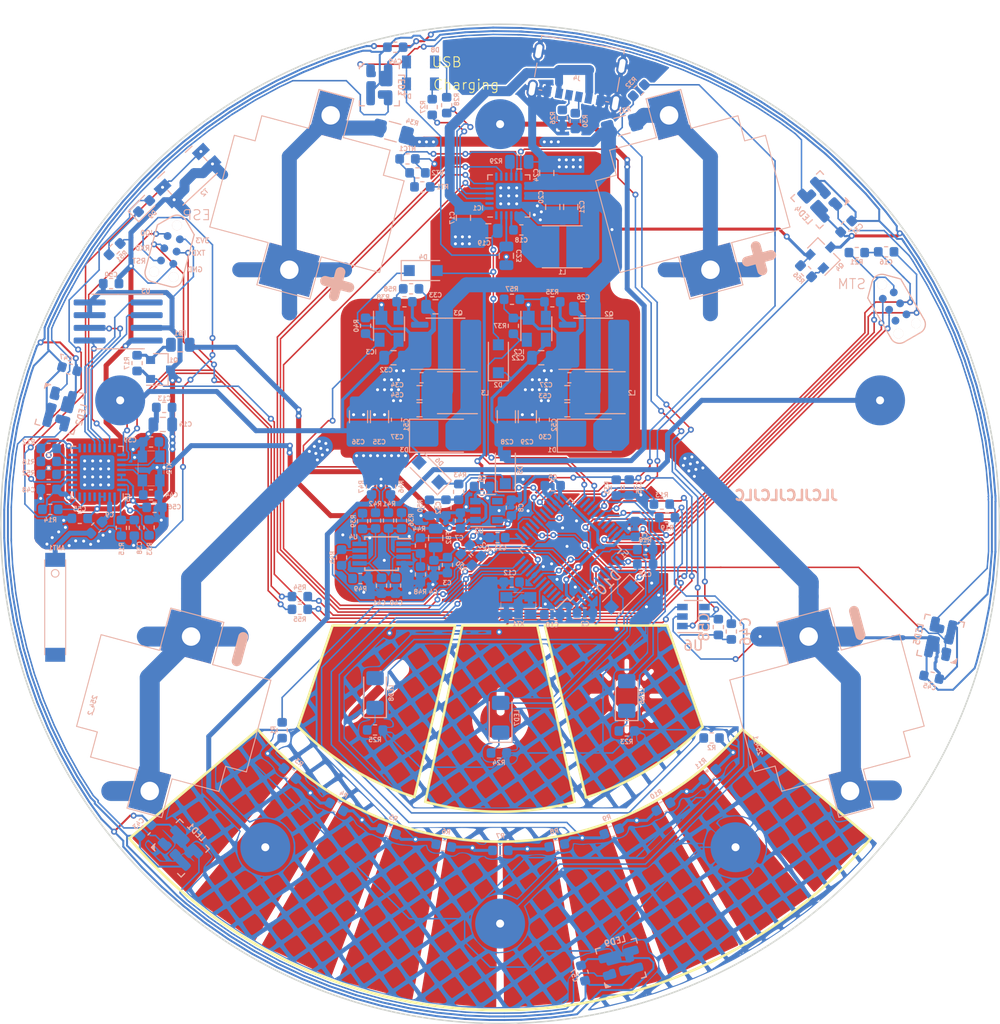
<source format=kicad_pcb>
(kicad_pcb (version 20171130) (host pcbnew 5.0.1)
  (layers (0 F.Cu signal) (31 B.Cu signal) (34 B.Paste user) (35 F.Paste user) (36 B.SilkS user) (37 F.SilkS user) (38 B.Mask user) (39 F.Mask user) (44 Edge.Cuts user))
  (net 0 "")
  (net 1 KathodeC)
  (net 2 3V3ESP)
  (net 3 3V3)
  (net 4 AnodeC)
  (net 5 AnodeW)
  (net 6 COMP2_OUT)
  (net 7 ESP)
  (net 8 GND)
  (net 9 ICOMP1)
  (net 10 ICOMP2)
  (net 11 KathodeW)
  (net 12 LED1)
  (net 13 LED2)
  (net 14 LED3)
  (net 15 NRST)
  (net 16 NTCBAT)
  (net 17 NTC)
  (net 18 OTG)
  (net 19 PWM1L)
  (net 20 PWM2L)
  (net 21 REGN)
  (net 22 SCL)
  (net 23 SDA)
  (net 24 TOUCH1)
  (net 25 TOUCH2)
  (net 26 TOUCH3)
  (net 27 TOUCH4)
  (net 28 TOUCH5)
  (net 29 TOUCH6)
  (net 30 TOUCH7)
  (net 31 TOUCH8)
  (net 32 UCOMP1)
  (net 33 USART1_RX)
  (net 34 USART1_TX)
  (net 35 VBAT+)
  (net 36 VBAT)
  (net 37 VBUS)
  (net 38 VMID)
  (net 39 VSYS)
  (net 40 SK6812)
  (net 41 "Net-(J4-Pad3)")
  (net 42 "Net-(J4-Pad4)")
  (net 43 /cpu/SWDIO)
  (net 44 /cpu/SWCLK)
  (net 45 "Net-(X3-Pad6)")
  (net 46 "Net-(254_2-Pad+)")
  (net 47 "Net-(254_1-Pad+)")
  (net 48 "Net-(C3-Pad2)")
  (net 49 "Net-(C40-Pad2)")
  (net 50 "Net-(C41-Pad2)")
  (net 51 "Net-(R44-Pad2)")
  (net 52 "Net-(R45-Pad2)")
  (net 53 "Net-(D9-Pad1)")
  (net 54 "Net-(IC3-Pad2)")
  (net 55 "Net-(Q3-Pad4)")
  (net 56 "Net-(IC2-Pad2)")
  (net 57 "Net-(Q2-Pad4)")
  (net 58 "Net-(IC1-Pad10)")
  (net 59 "Net-(D8-Pad1)")
  (net 60 "Net-(IC1-Pad3)")
  (net 61 "Net-(D7-Pad1)")
  (net 62 "Net-(IC1-Pad4)")
  (net 63 "Net-(LED7-Pad1)")
  (net 64 "Net-(LED6-Pad1)")
  (net 65 "Net-(R13-Pad2)")
  (net 66 "Net-(R18-Pad1)")
  (net 67 "Net-(LED8-Pad1)")
  (net 68 /cpu/TOUCH244)
  (net 69 /cpu/TOUCH224)
  (net 70 /cpu/TOUCH223)
  (net 71 /cpu/TOUCH233)
  (net 72 /cpu/TOUCH33)
  (net 73 /cpu/TOUCH334)
  (net 74 /cpu/TOUCH344)
  (net 75 /cpu/TOUCH44)
  (net 76 "Net-(ANT1-Pad1)")
  (net 77 "Net-(U1-Pad2)")
  (net 78 "Net-(U1-Pad3)")
  (net 79 "Net-(U1-Pad4)")
  (net 80 "Net-(C10-Pad1)")
  (net 81 "Net-(C12-Pad1)")
  (net 82 "Net-(U1-Pad26)")
  (net 83 "Net-(IC1-Pad2)")
  (net 84 "Net-(IC1-Pad7)")
  (net 85 "Net-(IC1-Pad9)")
  (net 86 "Net-(C18-Pad1)")
  (net 87 "Net-(C18-Pad2)")
  (net 88 "Net-(IC1-Pad24)")
  (net 89 "Net-(LED1-Pad1)")
  (net 90 "Net-(D9-Pad2)")
  (net 91 "Net-(C9-Pad2)")
  (net 92 "Net-(LED2-Pad3)")
  (net 93 "Net-(LED3-Pad3)")
  (net 94 "Net-(LED1-Pad3)")
  (net 95 "Net-(LED4-Pad3)")
  (net 96 "Net-(D3-Pad2)")
  (net 97 "Net-(D1-Pad2)")
  (net 98 "Net-(D5-Pad1)")
  (net 99 "Net-(C44-Pad1)")
  (net 100 "Net-(C39-Pad1)")
  (net 101 "Net-(R53-Pad1)")
  (net 102 GPIO15)
  (net 103 GPIO2)
  (net 104 GPIO0)
  (net 105 CHIP_PU)
  (net 106 ESP_RST)
  (net 107 ESP_CS)
  (net 108 ESP_SO)
  (net 109 ESP_SI)
  (net 110 ESP_CLK)
  (net 111 "Net-(U5-Pad5)")
  (net 112 "Net-(U5-Pad6)")
  (net 113 "Net-(U5-Pad8)")
  (net 114 "Net-(T2-Pad1)")
  (net 115 "Net-(U5-Pad10)")
  (net 116 "Net-(U5-Pad16)")
  (net 117 "Net-(U5-Pad18)")
  (net 118 "Net-(U5-Pad19)")
  (net 119 "Net-(U5-Pad24)")
  (net 120 "Net-(ANT1-Pad2)")
  (net 121 "Net-(LED9-Pad1)")
  (net 122 VSYS_SK6812)
  (net 123 SK6812_EN)
  (net 124 GNDD)
  (net 125 "Net-(FB1-Pad2)")
  (net 126 ESP_TXD)
  (net 127 ESP_RXD)
  (net 128 "Net-(D10-Pad2)")
  (net 129 TOUCH_POWER)
  (net 130 "Net-(C46-Pad2)")
  (net 131 "Net-(U6-Pad6)")
  (module otter:sk6812mini (layer B.Cu) (at 87.909292 56.05828 90)
    (fp_text reference LED3 (at 0 2.25 90) (layer B.SilkS) (effects (font (size 0.6 0.6) (thickness 0.125)) (justify mirror)))
    (fp_text value SK6812)
    (pad 2 smd oval (at -0.95 -0.875 90) (size 2.2 0.85) (layers B.Cu B.Paste) (net 124 GNDD))
    (pad 4 smd oval (at 0.95 0.875 90) (size 2.2 0.85) (layers B.Cu B.Paste) (net 122 VSYS_SK6812))
    (pad 3 smd oval (at 1.4 -0.875 90) (size 1.3 0.85) (layers B.Cu B.Paste) (net 93 "Net-(LED3-Pad3)"))
    (pad 1 smd oval (at -1.3 0.875 90) (size 1.5 0.85) (layers B.Cu B.Paste) (net 92 "Net-(LED2-Pad3)"))
    (pad 1 smd roundrect (at -1.55 0.875 90) (size 1 0.85) (layers B.Cu B.Mask) (roundrect_rratio 0.235) (net 92 "Net-(LED2-Pad3)"))
    (pad 2 smd roundrect (at -1.55 -0.875 90) (size 1 0.85) (layers B.Cu B.Mask) (roundrect_rratio 0.235) (net 124 GNDD))
    (pad 3 smd roundrect (at 1.55 -0.875 90) (size 1 0.85) (layers B.Cu B.Mask) (roundrect_rratio 0.235) (net 93 "Net-(LED3-Pad3)"))
    (pad 4 smd roundrect (at 1.55 0.875 90) (size 1 0.85) (layers B.Cu B.Mask) (roundrect_rratio 0.235) (net 122 VSYS_SK6812))
    (pad 1 smd roundrect (at -0.975 0.575 90) (size 0.85 1.45) (layers B.Cu B.Mask) (net 92 "Net-(LED2-Pad3)"))
    (pad 2 smd rect (at -0.75 -0.875 90) (size 1.6 0.85) (layers B.Cu B.Mask) (net 124 GNDD))
    (pad 3 smd roundrect (at 1.08 -0.825 90) (size 0.65 0.95) (layers B.Cu B.Mask) (roundrect_rratio 0.307) (net 93 "Net-(LED3-Pad3)"))
    (pad 4 smd roundrect (at 0.625 0.68 90) (size 1.55 1.25) (layers B.Cu B.Mask) (roundrect_rratio 0.16) (net 122 VSYS_SK6812))
    (pad 2 smd roundrect (at -0.075 -0.825 90) (size 0.875 0.95) (layers B.Cu B.Mask) (roundrect_rratio 0.235) (net 124 GNDD))
  )
  (module otter:sk6812mini (layer B.Cu) (at 132.009292 67.55828 313)
    (fp_text reference LED4 (at 0 2.25 313) (layer B.SilkS) (effects (font (size 0.6 0.6) (thickness 0.125)) (justify mirror)))
    (fp_text value SK6812)
    (pad 2 smd roundrect (at -0.075 -0.825 313) (size 0.875 0.95) (layers B.Cu B.Mask) (roundrect_rratio 0.235) (net 124 GNDD))
    (pad 4 smd roundrect (at 0.625 0.68 313) (size 1.55 1.25) (layers B.Cu B.Mask) (roundrect_rratio 0.16) (net 122 VSYS_SK6812))
    (pad 3 smd roundrect (at 1.08 -0.825 313) (size 0.65 0.95) (layers B.Cu B.Mask) (roundrect_rratio 0.307) (net 95 "Net-(LED4-Pad3)"))
    (pad 2 smd rect (at -0.75 -0.875 313) (size 1.6 0.85) (layers B.Cu B.Mask) (net 124 GNDD))
    (pad 1 smd roundrect (at -0.975 0.575 313) (size 0.85 1.45) (layers B.Cu B.Mask) (net 93 "Net-(LED3-Pad3)"))
    (pad 4 smd roundrect (at 1.55 0.875 313) (size 1 0.85) (layers B.Cu B.Mask) (roundrect_rratio 0.235) (net 122 VSYS_SK6812))
    (pad 3 smd roundrect (at 1.55 -0.875 313) (size 1 0.85) (layers B.Cu B.Mask) (roundrect_rratio 0.235) (net 95 "Net-(LED4-Pad3)"))
    (pad 2 smd roundrect (at -1.55 -0.875 313) (size 1 0.85) (layers B.Cu B.Mask) (roundrect_rratio 0.235) (net 124 GNDD))
    (pad 1 smd roundrect (at -1.55 0.875 313) (size 1 0.85) (layers B.Cu B.Mask) (roundrect_rratio 0.235) (net 93 "Net-(LED3-Pad3)"))
    (pad 1 smd oval (at -1.3 0.875 313) (size 1.5 0.85) (layers B.Cu B.Paste) (net 93 "Net-(LED3-Pad3)"))
    (pad 3 smd oval (at 1.4 -0.875 313) (size 1.3 0.85) (layers B.Cu B.Paste) (net 95 "Net-(LED4-Pad3)"))
    (pad 4 smd oval (at 0.95 0.875 313) (size 2.2 0.85) (layers B.Cu B.Paste) (net 122 VSYS_SK6812))
    (pad 2 smd oval (at -0.95 -0.875 313) (size 2.2 0.85) (layers B.Cu B.Paste) (net 124 GNDD))
  )
  (module otter:sk6812mini (layer B.Cu) (at 55.9 88.5 75)
    (fp_text reference LED2 (at 0 2.25 75) (layer B.SilkS) (effects (font (size 0.6 0.6) (thickness 0.125)) (justify mirror)))
    (fp_text value SK6812)
    (pad 2 smd oval (at -0.95 -0.875 75) (size 2.2 0.85) (layers B.Cu B.Paste) (net 124 GNDD))
    (pad 4 smd oval (at 0.95 0.875 75) (size 2.2 0.85) (layers B.Cu B.Paste) (net 122 VSYS_SK6812))
    (pad 3 smd oval (at 1.4 -0.875 75) (size 1.3 0.85) (layers B.Cu B.Paste) (net 92 "Net-(LED2-Pad3)"))
    (pad 1 smd oval (at -1.3 0.875 75) (size 1.5 0.85) (layers B.Cu B.Paste) (net 94 "Net-(LED1-Pad3)"))
    (pad 1 smd roundrect (at -1.55 0.875 75) (size 1 0.85) (layers B.Cu B.Mask) (roundrect_rratio 0.235) (net 94 "Net-(LED1-Pad3)"))
    (pad 2 smd roundrect (at -1.55 -0.875 75) (size 1 0.85) (layers B.Cu B.Mask) (roundrect_rratio 0.235) (net 124 GNDD))
    (pad 3 smd roundrect (at 1.55 -0.875 75) (size 1 0.85) (layers B.Cu B.Mask) (roundrect_rratio 0.235) (net 92 "Net-(LED2-Pad3)"))
    (pad 4 smd roundrect (at 1.55 0.875 75) (size 1 0.85) (layers B.Cu B.Mask) (roundrect_rratio 0.235) (net 122 VSYS_SK6812))
    (pad 1 smd roundrect (at -0.975 0.575 75) (size 0.85 1.45) (layers B.Cu B.Mask) (net 94 "Net-(LED1-Pad3)"))
    (pad 2 smd rect (at -0.75 -0.875 75) (size 1.6 0.85) (layers B.Cu B.Mask) (net 124 GNDD))
    (pad 3 smd roundrect (at 1.08 -0.825 75) (size 0.65 0.95) (layers B.Cu B.Mask) (roundrect_rratio 0.307) (net 92 "Net-(LED2-Pad3)"))
    (pad 4 smd roundrect (at 0.625 0.68 75) (size 1.55 1.25) (layers B.Cu B.Mask) (roundrect_rratio 0.16) (net 122 VSYS_SK6812))
    (pad 2 smd roundrect (at -0.075 -0.825 75) (size 0.875 0.95) (layers B.Cu B.Mask) (roundrect_rratio 0.235) (net 124 GNDD))
  )
  (module otter:sk6812mini (layer B.Cu) (at 67.990708 132.44172 135)
    (fp_text reference LED1 (at 0 2.25 135) (layer B.SilkS) (effects (font (size 0.6 0.6) (thickness 0.125)) (justify mirror)))
    (fp_text value SK6812)
    (pad 2 smd roundrect (at -0.075 -0.825 135) (size 0.875 0.95) (layers B.Cu B.Mask) (roundrect_rratio 0.235) (net 124 GNDD))
    (pad 4 smd roundrect (at 0.625 0.68 135) (size 1.55 1.25) (layers B.Cu B.Mask) (roundrect_rratio 0.16) (net 122 VSYS_SK6812))
    (pad 3 smd roundrect (at 1.08 -0.825 135) (size 0.65 0.95) (layers B.Cu B.Mask) (roundrect_rratio 0.307) (net 94 "Net-(LED1-Pad3)"))
    (pad 2 smd rect (at -0.75 -0.875 135) (size 1.6 0.85) (layers B.Cu B.Mask) (net 124 GNDD))
    (pad 1 smd roundrect (at -0.975 0.575 135) (size 0.85 1.45) (layers B.Cu B.Mask) (net 89 "Net-(LED1-Pad1)"))
    (pad 4 smd roundrect (at 1.55 0.875 135) (size 1 0.85) (layers B.Cu B.Mask) (roundrect_rratio 0.235) (net 122 VSYS_SK6812))
    (pad 3 smd roundrect (at 1.55 -0.875 135) (size 1 0.85) (layers B.Cu B.Mask) (roundrect_rratio 0.235) (net 94 "Net-(LED1-Pad3)"))
    (pad 2 smd roundrect (at -1.55 -0.875 135) (size 1 0.85) (layers B.Cu B.Mask) (roundrect_rratio 0.235) (net 124 GNDD))
    (pad 1 smd roundrect (at -1.55 0.875 135) (size 1 0.85) (layers B.Cu B.Mask) (roundrect_rratio 0.235) (net 89 "Net-(LED1-Pad1)"))
    (pad 1 smd oval (at -1.3 0.875 135) (size 1.5 0.85) (layers B.Cu B.Paste) (net 89 "Net-(LED1-Pad1)"))
    (pad 3 smd oval (at 1.4 -0.875 135) (size 1.3 0.85) (layers B.Cu B.Paste) (net 94 "Net-(LED1-Pad3)"))
    (pad 4 smd oval (at 0.95 0.875 135) (size 2.2 0.85) (layers B.Cu B.Paste) (net 122 VSYS_SK6812))
    (pad 2 smd oval (at -0.95 -0.875 135) (size 2.2 0.85) (layers B.Cu B.Paste) (net 124 GNDD))
  )
  (module otter:sk6812mini (layer B.Cu) (at 112.090708 143.94172 195)
    (fp_text reference LED9 (at 0 2.25 195) (layer B.SilkS) (effects (font (size 0.6 0.6) (thickness 0.125)) (justify mirror)))
    (fp_text value SK6812)
    (pad 2 smd oval (at -0.95 -0.875 195) (size 2.2 0.85) (layers B.Cu B.Paste) (net 124 GNDD))
    (pad 4 smd oval (at 0.95 0.875 195) (size 2.2 0.85) (layers B.Cu B.Paste) (net 122 VSYS_SK6812))
    (pad 3 smd oval (at 1.4 -0.875 195) (size 1.3 0.85) (layers B.Cu B.Paste) (net 89 "Net-(LED1-Pad1)"))
    (pad 1 smd oval (at -1.3 0.875 195) (size 1.5 0.85) (layers B.Cu B.Paste) (net 121 "Net-(LED9-Pad1)"))
    (pad 1 smd roundrect (at -1.55 0.875 195) (size 1 0.85) (layers B.Cu B.Mask) (roundrect_rratio 0.235) (net 121 "Net-(LED9-Pad1)"))
    (pad 2 smd roundrect (at -1.55 -0.875 195) (size 1 0.85) (layers B.Cu B.Mask) (roundrect_rratio 0.235) (net 124 GNDD))
    (pad 3 smd roundrect (at 1.55 -0.875 195) (size 1 0.85) (layers B.Cu B.Mask) (roundrect_rratio 0.235) (net 89 "Net-(LED1-Pad1)"))
    (pad 4 smd roundrect (at 1.55 0.875 195) (size 1 0.85) (layers B.Cu B.Mask) (roundrect_rratio 0.235) (net 122 VSYS_SK6812))
    (pad 1 smd roundrect (at -0.975 0.575 195) (size 0.85 1.45) (layers B.Cu B.Mask) (net 121 "Net-(LED9-Pad1)"))
    (pad 2 smd rect (at -0.75 -0.875 195) (size 1.6 0.85) (layers B.Cu B.Mask) (net 124 GNDD))
    (pad 3 smd roundrect (at 1.08 -0.825 195) (size 0.65 0.95) (layers B.Cu B.Mask) (roundrect_rratio 0.307) (net 89 "Net-(LED1-Pad1)"))
    (pad 4 smd roundrect (at 0.625 0.68 195) (size 1.55 1.25) (layers B.Cu B.Mask) (roundrect_rratio 0.16) (net 122 VSYS_SK6812))
    (pad 2 smd roundrect (at -0.075 -0.825 195) (size 0.875 0.95) (layers B.Cu B.Mask) (roundrect_rratio 0.235) (net 124 GNDD))
  )
  (module otter:sk6812mini (layer B.Cu) (at 144.1 111.5 258)
    (fp_text reference LED5 (at 0 2.25 258) (layer B.SilkS) (effects (font (size 0.6 0.6) (thickness 0.125)) (justify mirror)))
    (fp_text value SK6812)
    (pad 2 smd roundrect (at -0.075 -0.825 258) (size 0.875 0.95) (layers B.Cu B.Mask) (roundrect_rratio 0.235) (net 124 GNDD))
    (pad 4 smd roundrect (at 0.625 0.68 258) (size 1.55 1.25) (layers B.Cu B.Mask) (roundrect_rratio 0.16) (net 122 VSYS_SK6812))
    (pad 3 smd roundrect (at 1.08 -0.825 258) (size 0.65 0.95) (layers B.Cu B.Mask) (roundrect_rratio 0.307) (net 40 SK6812))
    (pad 2 smd rect (at -0.75 -0.875 258) (size 1.6 0.85) (layers B.Cu B.Mask) (net 124 GNDD))
    (pad 1 smd roundrect (at -0.975 0.575 258) (size 0.85 1.45) (layers B.Cu B.Mask) (net 95 "Net-(LED4-Pad3)"))
    (pad 4 smd roundrect (at 1.55 0.875 258) (size 1 0.85) (layers B.Cu B.Mask) (roundrect_rratio 0.235) (net 122 VSYS_SK6812))
    (pad 3 smd roundrect (at 1.55 -0.875 258) (size 1 0.85) (layers B.Cu B.Mask) (roundrect_rratio 0.235) (net 40 SK6812))
    (pad 2 smd roundrect (at -1.55 -0.875 258) (size 1 0.85) (layers B.Cu B.Mask) (roundrect_rratio 0.235) (net 124 GNDD))
    (pad 1 smd roundrect (at -1.55 0.875 258) (size 1 0.85) (layers B.Cu B.Mask) (roundrect_rratio 0.235) (net 95 "Net-(LED4-Pad3)"))
    (pad 1 smd oval (at -1.3 0.875 258) (size 1.5 0.85) (layers B.Cu B.Paste) (net 95 "Net-(LED4-Pad3)"))
    (pad 3 smd oval (at 1.4 -0.875 258) (size 1.3 0.85) (layers B.Cu B.Paste) (net 40 SK6812))
    (pad 4 smd oval (at 0.95 0.875 258) (size 2.2 0.85) (layers B.Cu B.Paste) (net 122 VSYS_SK6812))
    (pad 2 smd oval (at -0.95 -0.875 258) (size 2.2 0.85) (layers B.Cu B.Paste) (net 124 GNDD))
  )
  (module Capacitor_SMD:C_0603_1608Metric (layer B.Cu) (at 123.15 110.775 90)
    (fp_text reference C46 (at 0 1.43 90) (layer B.SilkS) (effects (justify mirror)))
    (fp_text value "18p 50V")
    (pad 2 smd roundrect (at 0.7875 0 90) (size 0.875 0.95) (layers B.Cu B.Paste B.Mask) (net 130 "Net-(C46-Pad2)"))
    (pad 1 smd roundrect (at -0.7875 0 90) (size 0.875 0.95) (layers B.Cu B.Paste B.Mask) (net 8 GND))
  )
  (module Capacitor_SMD:C_0603_1608Metric (layer B.Cu) (at 121.85 110.325 270)
    (fp_text reference C58 (at 0 1.43 270) (layer B.SilkS) (effects (justify mirror)))
    (fp_text value "100n 50V")
    (pad 1 smd roundrect (at -0.7875 0 270) (size 0.875 0.95) (layers B.Cu B.Paste B.Mask) (net 35 VBAT+))
    (pad 2 smd roundrect (at 0.7875 0 270) (size 0.875 0.95) (layers B.Cu B.Paste B.Mask) (net 8 GND))
  )
  (module Diode_SMD:D_SOD-123F (layer B.Cu) (at 112.125 107.325 225)
    (fp_text reference D10 (at -0.127 1.905 225) (layer B.SilkS) (effects (justify mirror)))
    (fp_text value D)
    (pad 1 smd rect (at -1.4 0 225) (size 1.1 1.1) (layers B.Cu B.Paste B.Mask) (net 129 TOUCH_POWER))
    (pad 2 smd rect (at 1.4 0 225) (size 1.1 1.1) (layers B.Cu B.Paste B.Mask) (net 128 "Net-(D10-Pad2)"))
  )
  (module Package_TO_SOT_SMD:SOT-23-6 (layer B.Cu) (at 119.35 109.275)
    (fp_text reference U6 (at 0 2.9) (layer B.SilkS) (effects (justify mirror)))
    (fp_text value BS801B)
    (pad 1 smd rect (at -1.1 0.95) (size 1.06 0.65) (layers B.Cu B.Paste B.Mask) (net 129 TOUCH_POWER))
    (pad 2 smd rect (at -1.1 0) (size 1.06 0.65) (layers B.Cu B.Paste B.Mask) (net 8 GND))
    (pad 3 smd rect (at -1.1 -0.95) (size 1.06 0.65) (layers B.Cu B.Paste B.Mask) (net 30 TOUCH7))
    (pad 4 smd rect (at 1.1 -0.95) (size 1.06 0.65) (layers B.Cu B.Paste B.Mask) (net 130 "Net-(C46-Pad2)"))
    (pad 6 smd rect (at 1.1 0.95) (size 1.06 0.65) (layers B.Cu B.Paste B.Mask) (net 131 "Net-(U6-Pad6)"))
    (pad 5 smd rect (at 1.1 0) (size 1.06 0.65) (layers B.Cu B.Paste B.Mask) (net 35 VBAT+))
  )
  (module otter:TC2030 (layer B.Cu) (at 66.990337 72.583924 255)
    (fp_text reference X1 hide)
    (fp_text value TC2050-IDC hide)
    (pad 1 connect circle (at -1.27 -0.635 255) (size 0.78486 0.78486) (layers B.Cu B.Mask) (net 2 3V3ESP))
    (pad 2 connect circle (at -1.27 0.635 255) (size 0.78486 0.78486) (layers B.Cu B.Mask) (net 104 GPIO0))
    (pad 3 connect circle (at 0 -0.635 255) (size 0.78486 0.78486) (layers B.Cu B.Mask) (net 126 ESP_TXD))
    (pad 4 connect circle (at 0 0.635 255) (size 0.78486 0.78486) (layers B.Cu B.Mask) (net 127 ESP_RXD))
    (pad 5 connect circle (at 1.27 -0.635 255) (size 0.78486 0.78486) (layers B.Cu B.Mask) (net 8 GND))
    (pad 6 connect circle (at 1.27 0.635 255) (size 0.78486 0.78486) (layers B.Cu B.Mask) (net 106 ESP_RST))
    (pad "" np_thru_hole circle (at -2.54 0 255) (size 0.98806 0.98806) (drill 0.98806) (layers *.Cu *.Mask B.SilkS))
    (pad "" np_thru_hole circle (at 2.54 1.016 255) (size 0.98552 0.98552) (drill 0.98552) (layers *.Cu *.Mask B.SilkS))
    (pad "" np_thru_hole circle (at 2.540001 -1.016 255) (size 0.98552 0.98552) (drill 0.98552) (layers *.Cu *.Mask B.SilkS))
  )
  (module Capacitor_SMD:C_0805_2012Metric (layer B.Cu) (at 66.225 90.05)
    (fp_text reference C14 (at 2.275 -0.025) (layer B.SilkS) (effects (font (size 0.45 0.45) (thickness 0.1)) (justify mirror)))
    (fp_text value "10u 25V")
    (pad 1 smd roundrect (at -0.9375 0) (size 0.975 1.4) (layers B.Cu B.Paste B.Mask) (net 8 GND))
    (pad 2 smd roundrect (at 0.9375 0) (size 0.975 1.4) (layers B.Cu B.Paste B.Mask) (net 2 3V3ESP))
  )
  (module Inductor_SMD:L_0805_2012Metric (layer B.Cu) (at 67.975 82.075 180)
    (fp_text reference FB1 (at 0 1.15 180) (layer B.SilkS) (effects (font (size 0.45 0.45) (thickness 0.1)) (justify mirror)))
    (fp_text value Ferret)
    (pad 1 smd roundrect (at -0.9375 0 180) (size 0.975 1.4) (layers B.Cu B.Paste B.Mask) (net 3 3V3))
    (pad 2 smd roundrect (at 0.9375 0 180) (size 0.975 1.4) (layers B.Cu B.Paste B.Mask) (net 125 "Net-(FB1-Pad2)"))
  )
  (module Resistor_SMD:R_0603_1608Metric (layer B.Cu) (at 91.087499 76.475)
    (fp_text reference R58 (at -2.087499 0.025) (layer B.SilkS) (effects (font (size 0.45 0.45) (thickness 0.1)) (justify mirror)))
    (fp_text value 47k)
    (pad 2 smd roundrect (at 0.7875 0) (size 0.875 0.95) (layers B.Cu B.Paste B.Mask) (net 8 GND))
    (pad 1 smd roundrect (at -0.7875 0) (size 0.875 0.95) (layers B.Cu B.Paste B.Mask) (net 54 "Net-(IC3-Pad2)"))
  )
  (module Resistor_SMD:R_0603_1608Metric (layer B.Cu) (at 101.187501 77.525 180)
    (fp_text reference R57 (at 0 1.025 180) (layer B.SilkS) (effects (font (size 0.45 0.45) (thickness 0.1)) (justify mirror)))
    (fp_text value 47k)
    (pad 1 smd roundrect (at -0.7875 0 180) (size 0.875 0.95) (layers B.Cu B.Paste B.Mask) (net 56 "Net-(IC2-Pad2)"))
    (pad 2 smd roundrect (at 0.7875 0 180) (size 0.875 0.95) (layers B.Cu B.Paste B.Mask) (net 8 GND))
  )
  (module LED_SMD:LED_0603_1608Metric (layer B.Cu) (at 64.35 68.2 45)
    (fp_text reference D9 (at 0 1.202082 45) (layer B.SilkS) (effects (font (size 0.45 0.45) (thickness 0.1)) (justify mirror)))
    (fp_text value Red)
    (pad 1 smd roundrect (at -0.787501 0 45) (size 0.875 0.95) (layers B.Cu B.Paste B.Mask) (net 53 "Net-(D9-Pad1)"))
    (pad 2 smd roundrect (at 0.787501 0 45) (size 0.875 0.95) (layers B.Cu B.Paste B.Mask) (net 90 "Net-(D9-Pad2)"))
  )
  (module Resistor_SMD:R_0805_2012Metric (layer B.Cu) (at 101.913701 63.7746)
    (fp_text reference R29 (at -2.313701 -0.0746) (layer B.SilkS) (effects (font (size 0.45 0.45) (thickness 0.1)) (justify mirror)))
    (fp_text value 698)
    (pad 1 smd roundrect (at -0.9375 0) (size 0.975 1.4) (layers B.Cu B.Paste B.Mask) (net 58 "Net-(IC1-Pad10)"))
    (pad 2 smd roundrect (at 0.9375 0) (size 0.975 1.4) (layers B.Cu B.Paste B.Mask) (net 8 GND))
  )
  (module Button_Switch_SMD:Panasonic_EVQPUL_EVQPUC (layer B.Cu) (at 68.7 65.15 223)
    (fp_text reference T2 (at -0.083904 -2.402699 223) (layer B.SilkS) (effects (font (size 0.45 0.45) (thickness 0.1)) (justify mirror)))
    (fp_text value Panasonic_EVQPUL_EVQPUC)
    (pad "" np_thru_hole circle (at 0 1.375 43) (size 0.75 0.75) (drill 0.75) (layers *.Cu *.Mask))
    (pad "" np_thru_hole circle (at 0 -1.375 43) (size 0.75 0.75) (drill 0.75) (layers *.Cu *.Mask))
    (pad 1 smd rect (at 2.625 0.85 43) (size 1.55 1) (layers B.Cu B.Paste B.Mask) (net 114 "Net-(T2-Pad1)"))
    (pad 1 smd rect (at -2.625 0.85 43) (size 1.55 1) (layers B.Cu B.Paste B.Mask) (net 114 "Net-(T2-Pad1)"))
    (pad 2 smd rect (at -2.625 -0.85 43) (size 1.55 1) (layers B.Cu B.Paste B.Mask) (net 8 GND))
    (pad 2 smd rect (at 2.625 -0.85 43) (size 1.55 1) (layers B.Cu B.Paste B.Mask) (net 8 GND))
  )
  (module otter:LED_1206_3216_BACK (layer B.Cu) (at 87.4762 116.9246 90)
    (fp_text reference LED8 (at 0 1.6238 90) (layer B.SilkS) (effects (font (size 0.45 0.45) (thickness 0.1)) (justify mirror)))
    (fp_text value "LED 1206")
    (pad 2 smd roundrect (at 1.4875 0 90) (size 1.425 1.75) (layers B.Cu B.Paste B.Mask) (roundrect_rratio 0.175439) (net 14 LED3))
    (pad 1 smd roundrect (at -1.4875 0 90) (size 1.425 1.75) (layers B.Cu B.Paste B.Mask) (roundrect_rratio 0.175439) (net 67 "Net-(LED8-Pad1)"))
  )
  (module otter:LED_1206_3216_BACK (layer B.Cu) (at 100.05 119.4 90)
    (fp_text reference LED7 (at 0 1.6238 90) (layer B.SilkS) (effects (font (size 0.45 0.45) (thickness 0.1)) (justify mirror)))
    (fp_text value "LED 1206")
    (pad 1 smd roundrect (at -1.4875 0 90) (size 1.425 1.75) (layers B.Cu B.Paste B.Mask) (roundrect_rratio 0.175439) (net 63 "Net-(LED7-Pad1)"))
    (pad 2 smd roundrect (at 1.4875 0 90) (size 1.425 1.75) (layers B.Cu B.Paste B.Mask) (roundrect_rratio 0.175439) (net 13 LED2))
  )
  (module otter:LED_1206_3216_BACK (layer B.Cu) (at 112.6762 117.2246 90)
    (fp_text reference LED6 (at 0 1.5238 90) (layer B.SilkS) (effects (font (size 0.45 0.45) (thickness 0.1)) (justify mirror)))
    (fp_text value "LED 1206")
    (pad 2 smd roundrect (at 1.4875 0 90) (size 1.425 1.75) (layers B.Cu B.Paste B.Mask) (roundrect_rratio 0.175439) (net 12 LED1))
    (pad 1 smd roundrect (at -1.4875 0 90) (size 1.425 1.75) (layers B.Cu B.Paste B.Mask) (roundrect_rratio 0.175439) (net 64 "Net-(LED6-Pad1)"))
  )
  (module NetTie:NetTie-2_SMD_Pad0.5mm (layer B.Cu) (at 139.85 111.4 180)
    (fp_text reference NT1 hide)
    (fp_text value Net-Tie_2)
    (fp_poly (pts (xy -0.5 0.25) (xy 0.5 0.25) (xy 0.5 -0.25) (xy -0.5 -0.25)) (layer B.Cu) (width 0))
    (pad 1 smd circle (at -0.5 0 180) (size 0.5 0.5) (layers B.Cu) (net 124 GNDD))
    (pad 2 smd circle (at 0.5 0 180) (size 0.5 0.5) (layers B.Cu) (net 8 GND))
  )
  (module Package_TO_SOT_SMD:SOT-23 (layer B.Cu) (at 132.397056 73.018629 45)
    (fp_text reference Q4 (at 0.227386 2.039519 45) (layer B.SilkS) (effects (font (size 0.45 0.45) (thickness 0.1)) (justify mirror)))
    (fp_text value FDN360P)
    (pad 1 smd rect (at -1 0.95 45) (size 0.9 0.8) (layers B.Cu B.Paste B.Mask) (net 123 SK6812_EN))
    (pad 2 smd rect (at -1 -0.95 45) (size 0.9 0.8) (layers B.Cu B.Paste B.Mask) (net 39 VSYS))
    (pad 3 smd rect (at 1 0 45) (size 0.9 0.8) (layers B.Cu B.Paste B.Mask) (net 122 VSYS_SK6812))
  )
  (module Resistor_SMD:R_0603_1608Metric (layer B.Cu) (at 130.629289 74.715685 135)
    (fp_text reference R56 (at 0.031801 -0.999569 135) (layer B.SilkS) (effects (font (size 0.45 0.45) (thickness 0.1)) (justify mirror)))
    (fp_text value 10k)
    (pad 1 smd roundrect (at -0.787501 0 135) (size 0.875 0.95) (layers B.Cu B.Paste B.Mask) (net 123 SK6812_EN))
    (pad 2 smd roundrect (at 0.787501 0 135) (size 0.875 0.95) (layers B.Cu B.Paste B.Mask) (net 39 VSYS))
  )
  (module Capacitor_SMD:C_0603_1608Metric (layer B.Cu) (at 108.3 144.95 105)
    (fp_text reference C57 (at -0.008544 -0.934038 105) (layer B.SilkS) (effects (font (size 0.45 0.45) (thickness 0.1)) (justify mirror)))
    (fp_text value "100n 50V")
    (pad 2 smd roundrect (at 0.7875 0 105) (size 0.875 0.95) (layers B.Cu B.Paste B.Mask) (net 122 VSYS_SK6812))
    (pad 1 smd roundrect (at -0.7875 0 105) (size 0.875 0.95) (layers B.Cu B.Paste B.Mask) (net 124 GNDD))
  )
  (module otter:AN9520_Rainsun (layer B.Cu) (at 55.45 108.35 180)
    (fp_text reference ANT1 (at -0.15 5.95 180) (layer B.SilkS) (effects (font (size 0.45 0.45) (thickness 0.1)) (justify mirror)))
    (fp_text value ESP-ANTENNA)
    (pad 2 smd rect (at 0 -4.75 180) (size 2 1.4) (layers B.Cu B.Paste B.Mask) (net 120 "Net-(ANT1-Pad2)"))
    (pad 1 smd rect (at 0 4.75 180) (size 2 1.4) (layers B.Cu B.Paste B.Mask) (net 76 "Net-(ANT1-Pad1)"))
  )
  (module otter:SSOP-8_5.25x5.24mm_P1.27mm_WIDE_MULTI (layer B.Cu) (at 61.75 79.75 180)
    (fp_text reference U3 (at -2.775 3.05 180) (layer B.SilkS) (effects (font (size 0.45 0.45) (thickness 0.1)) (justify mirror)))
    (fp_text value BY25Q64ASSIG)
    (pad 8 smd roundrect (at 2.85 1.905 180) (size 3.2 0.6) (layers B.Cu B.Paste B.Mask) (net 2 3V3ESP))
    (pad 7 smd roundrect (at 2.85 0.635 180) (size 3.2 0.6) (layers B.Cu B.Paste B.Mask) (net 2 3V3ESP))
    (pad 6 smd roundrect (at 2.85 -0.635 180) (size 3.2 0.6) (layers B.Cu B.Paste B.Mask) (net 110 ESP_CLK))
    (pad 5 smd roundrect (at 2.85 -1.9 180) (size 3.2 0.6) (layers B.Cu B.Paste B.Mask) (net 109 ESP_SI))
    (pad 4 smd roundrect (at -2.8625 -1.9 180) (size 3.2 0.6) (layers B.Cu B.Paste B.Mask) (net 8 GND))
    (pad 3 smd roundrect (at -2.8625 -0.635 180) (size 3.2 0.6) (layers B.Cu B.Paste B.Mask) (net 2 3V3ESP))
    (pad 2 smd roundrect (at -2.8625 0.635 180) (size 3.2 0.6) (layers B.Cu B.Paste B.Mask) (net 108 ESP_SO))
    (pad 1 smd roundrect (at -2.8625 1.905 180) (size 3.2 0.6) (layers B.Cu B.Paste B.Mask) (net 107 ESP_CS))
  )
  (module Capacitor_SMD:C_0603_1608Metric (layer B.Cu) (at 63.375 100.4 270)
    (fp_text reference C38 (at 2 -0.525 270) (layer B.SilkS) (effects (font (size 0.45 0.45) (thickness 0.1)) (justify mirror)))
    (fp_text value "100n 50V")
    (pad 2 smd roundrect (at 0.7875 0 270) (size 0.875 0.95) (layers B.Cu B.Paste B.Mask) (net 8 GND))
    (pad 1 smd roundrect (at -0.7875 0 270) (size 0.875 0.95) (layers B.Cu B.Paste B.Mask) (net 106 ESP_RST))
  )
  (module Capacitor_SMD:C_0603_1608Metric (layer B.Cu) (at 65.05 91.8 180)
    (fp_text reference C39 (at 2.1 0.2 180) (layer B.SilkS) (effects (font (size 0.45 0.45) (thickness 0.1)) (justify mirror)))
    (fp_text value "18p 50V")
    (pad 2 smd roundrect (at 0.7875 0 180) (size 0.875 0.95) (layers B.Cu B.Paste B.Mask) (net 8 GND))
    (pad 1 smd roundrect (at -0.7875 0 180) (size 0.875 0.95) (layers B.Cu B.Paste B.Mask) (net 100 "Net-(C39-Pad1)"))
  )
  (module Capacitor_SMD:C_0603_1608Metric (layer B.Cu) (at 65.05 97.1)
    (fp_text reference C44 (at 2.05 0) (layer B.SilkS) (effects (font (size 0.45 0.45) (thickness 0.1)) (justify mirror)))
    (fp_text value "18p 50V")
    (pad 2 smd roundrect (at 0.7875 0) (size 0.875 0.95) (layers B.Cu B.Paste B.Mask) (net 8 GND))
    (pad 1 smd roundrect (at -0.7875 0) (size 0.875 0.95) (layers B.Cu B.Paste B.Mask) (net 99 "Net-(C44-Pad1)"))
  )
  (module Capacitor_SMD:C_0603_1608Metric (layer B.Cu) (at 65.4 98.35)
    (fp_text reference C56 (at 2 -0.05) (layer B.SilkS) (effects (font (size 0.45 0.45) (thickness 0.1)) (justify mirror)))
    (fp_text value "100n 50V")
    (pad 2 smd roundrect (at 0.7875 0) (size 0.875 0.95) (layers B.Cu B.Paste B.Mask) (net 8 GND))
    (pad 1 smd roundrect (at -0.7875 0) (size 0.875 0.95) (layers B.Cu B.Paste B.Mask) (net 2 3V3ESP))
  )
  (module Capacitor_SMD:C_0603_1608Metric (layer B.Cu) (at 57.912499 99.45)
    (fp_text reference C55 (at -0.012499 -0.95) (layer B.SilkS) (effects (font (size 0.45 0.45) (thickness 0.1)) (justify mirror)))
    (fp_text value "100n 50V")
    (pad 2 smd roundrect (at 0.7875 0) (size 0.875 0.95) (layers B.Cu B.Paste B.Mask) (net 2 3V3ESP))
    (pad 1 smd roundrect (at -0.7875 0) (size 0.875 0.95) (layers B.Cu B.Paste B.Mask) (net 8 GND))
  )
  (module Capacitor_SMD:C_0603_1608Metric (layer B.Cu) (at 61.05 75.95)
    (fp_text reference C50 (at 0 -0.9) (layer B.SilkS) (effects (font (size 0.45 0.45) (thickness 0.1)) (justify mirror)))
    (fp_text value "100n 50V")
    (pad 2 smd roundrect (at 0.7875 0) (size 0.875 0.95) (layers B.Cu B.Paste B.Mask) (net 8 GND))
    (pad 1 smd roundrect (at -0.7875 0) (size 0.875 0.95) (layers B.Cu B.Paste B.Mask) (net 2 3V3ESP))
  )
  (module Capacitor_SMD:C_0603_1608Metric (layer B.Cu) (at 54.8 96.55)
    (fp_text reference C48 (at -2 0.05) (layer B.SilkS) (effects (font (size 0.45 0.45) (thickness 0.1)) (justify mirror)))
    (fp_text value "100n 50V")
    (pad 2 smd roundrect (at 0.7875 0) (size 0.875 0.95) (layers B.Cu B.Paste B.Mask) (net 2 3V3ESP))
    (pad 1 smd roundrect (at -0.7875 0) (size 0.875 0.95) (layers B.Cu B.Paste B.Mask) (net 8 GND))
  )
  (module Package_DFN_QFN:QFN-32-1EP_5x5mm_P0.5mm_EP3.45x3.45mm (layer B.Cu) (at 59.65 94.85 90)
    (fp_text reference U5 (at -2.52 3.05 90) (layer B.SilkS) (effects (font (size 0.45 0.45) (thickness 0.1)) (justify mirror)))
    (fp_text value ESP8266EX)
    (pad 32 smd roundrect (at -1.75 2.4375 90) (size 0.25 0.875) (layers B.Cu B.Paste B.Mask) (net 106 ESP_RST))
    (pad 31 smd roundrect (at -1.25 2.4375 90) (size 0.25 0.875) (layers B.Cu B.Paste B.Mask) (net 101 "Net-(R53-Pad1)"))
    (pad 30 smd roundrect (at -0.75 2.4375 90) (size 0.25 0.875) (layers B.Cu B.Paste B.Mask) (net 2 3V3ESP))
    (pad 29 smd roundrect (at -0.25 2.4375 90) (size 0.25 0.875) (layers B.Cu B.Paste B.Mask) (net 2 3V3ESP))
    (pad 28 smd roundrect (at 0.25 2.4375 90) (size 0.25 0.875) (layers B.Cu B.Paste B.Mask) (net 99 "Net-(C44-Pad1)"))
    (pad 27 smd roundrect (at 0.75 2.4375 90) (size 0.25 0.875) (layers B.Cu B.Paste B.Mask) (net 100 "Net-(C39-Pad1)"))
    (pad 26 smd roundrect (at 1.25 2.4375 90) (size 0.25 0.875) (layers B.Cu B.Paste B.Mask) (net 126 ESP_TXD))
    (pad 25 smd roundrect (at 1.75 2.4375 90) (size 0.25 0.875) (layers B.Cu B.Paste B.Mask) (net 127 ESP_RXD))
    (pad 24 smd roundrect (at 2.4375 1.75 90) (size 0.875 0.25) (layers B.Cu B.Paste B.Mask) (net 119 "Net-(U5-Pad24)"))
    (pad 23 smd roundrect (at 2.4375 1.25 90) (size 0.875 0.25) (layers B.Cu B.Paste B.Mask) (net 109 ESP_SI))
    (pad 22 smd roundrect (at 2.4375 0.75 90) (size 0.875 0.25) (layers B.Cu B.Paste B.Mask) (net 108 ESP_SO))
    (pad 21 smd roundrect (at 2.4375 0.25 90) (size 0.875 0.25) (layers B.Cu B.Paste B.Mask) (net 110 ESP_CLK))
    (pad 20 smd roundrect (at 2.4375 -0.25 90) (size 0.875 0.25) (layers B.Cu B.Paste B.Mask) (net 107 ESP_CS))
    (pad 19 smd roundrect (at 2.4375 -0.75 90) (size 0.875 0.25) (layers B.Cu B.Paste B.Mask) (net 118 "Net-(U5-Pad19)"))
    (pad 18 smd roundrect (at 2.4375 -1.25 90) (size 0.875 0.25) (layers B.Cu B.Paste B.Mask) (net 117 "Net-(U5-Pad18)"))
    (pad 17 smd roundrect (at 2.4375 -1.75 90) (size 0.875 0.25) (layers B.Cu B.Paste B.Mask) (net 2 3V3ESP))
    (pad 16 smd roundrect (at 1.75 -2.4375 90) (size 0.25 0.875) (layers B.Cu B.Paste B.Mask) (net 116 "Net-(U5-Pad16)"))
    (pad 15 smd roundrect (at 1.25 -2.4375 90) (size 0.25 0.875) (layers B.Cu B.Paste B.Mask) (net 104 GPIO0))
    (pad 14 smd roundrect (at 0.75 -2.4375 90) (size 0.25 0.875) (layers B.Cu B.Paste B.Mask) (net 103 GPIO2))
    (pad 13 smd roundrect (at 0.25 -2.4375 90) (size 0.25 0.875) (layers B.Cu B.Paste B.Mask) (net 102 GPIO15))
    (pad 12 smd roundrect (at -0.25 -2.4375 90) (size 0.25 0.875) (layers B.Cu B.Paste B.Mask) (net 90 "Net-(D9-Pad2)"))
    (pad 11 smd roundrect (at -0.75 -2.4375 90) (size 0.25 0.875) (layers B.Cu B.Paste B.Mask) (net 2 3V3ESP))
    (pad 10 smd roundrect (at -1.25 -2.4375 90) (size 0.25 0.875) (layers B.Cu B.Paste B.Mask) (net 115 "Net-(U5-Pad10)"))
    (pad 9 smd roundrect (at -1.75 -2.4375 90) (size 0.25 0.875) (layers B.Cu B.Paste B.Mask) (net 114 "Net-(T2-Pad1)"))
    (pad 8 smd roundrect (at -2.4375 -1.75 90) (size 0.875 0.25) (layers B.Cu B.Paste B.Mask) (net 113 "Net-(U5-Pad8)"))
    (pad 7 smd roundrect (at -2.4375 -1.25 90) (size 0.875 0.25) (layers B.Cu B.Paste B.Mask) (net 105 CHIP_PU))
    (pad 6 smd roundrect (at -2.4375 -0.75 90) (size 0.875 0.25) (layers B.Cu B.Paste B.Mask) (net 112 "Net-(U5-Pad6)"))
    (pad 5 smd roundrect (at -2.4375 -0.25 90) (size 0.875 0.25) (layers B.Cu B.Paste B.Mask) (net 111 "Net-(U5-Pad5)"))
    (pad 4 smd roundrect (at -2.4375 0.25 90) (size 0.875 0.25) (layers B.Cu B.Paste B.Mask) (net 2 3V3ESP))
    (pad 3 smd roundrect (at -2.4375 0.75 90) (size 0.875 0.25) (layers B.Cu B.Paste B.Mask) (net 2 3V3ESP))
    (pad 2 smd roundrect (at -2.4375 1.25 90) (size 0.875 0.25) (layers B.Cu B.Paste B.Mask) (net 91 "Net-(C9-Pad2)"))
    (pad 1 smd roundrect (at -2.4375 1.75 90) (size 0.875 0.25) (layers B.Cu B.Paste B.Mask) (net 2 3V3ESP))
    (pad 33 smd roundrect (at 0 0 90) (size 3.45 3.45) (layers B.Cu B.Mask) (roundrect_rratio 0.072464) (net 8 GND))
  )
  (module Resistor_SMD:R_0603_1608Metric (layer B.Cu) (at 79.95 107.275 180)
    (fp_text reference R54 (at 0 0.925 180) (layer B.SilkS) (effects (font (size 0.45 0.45) (thickness 0.1)) (justify mirror)))
    (fp_text value 0)
    (pad 2 smd roundrect (at 0.7875 0 180) (size 0.875 0.95) (layers B.Cu B.Paste B.Mask) (net 127 ESP_RXD))
    (pad 1 smd roundrect (at -0.7875 0 180) (size 0.875 0.95) (layers B.Cu B.Paste B.Mask) (net 34 USART1_TX))
  )
  (module Resistor_SMD:R_0603_1608Metric (layer B.Cu) (at 79.95 108.55 180)
    (fp_text reference R55 (at 0 -1 180) (layer B.SilkS) (effects (font (size 0.45 0.45) (thickness 0.1)) (justify mirror)))
    (fp_text value 0)
    (pad 2 smd roundrect (at 0.7875 0 180) (size 0.875 0.95) (layers B.Cu B.Paste B.Mask) (net 126 ESP_TXD))
    (pad 1 smd roundrect (at -0.7875 0 180) (size 0.875 0.95) (layers B.Cu B.Paste B.Mask) (net 33 USART1_RX))
  )
  (module otter:Oscillator_3225 (layer B.Cu) (at 65.05 94.45 90)
    (fp_text reference XT2 (at 0 1.82 90) (layer B.SilkS) (effects (font (size 0.45 0.45) (thickness 0.1)) (justify mirror)))
    (fp_text value 6.00MHz)
    (pad 4 smd rect (at -1.2 0.875 90) (size 1.2 0.95) (layers B.Cu B.Paste B.Mask) (net 8 GND))
    (pad 3 smd rect (at 1.2 0.875 90) (size 1.2 0.95) (layers B.Cu B.Paste B.Mask) (net 100 "Net-(C39-Pad1)"))
    (pad 2 smd rect (at 1.2 -0.875 90) (size 1.2 0.95) (layers B.Cu B.Paste B.Mask) (net 8 GND))
    (pad 1 smd rect (at -1.2 -0.875 90) (size 1.2 0.95) (layers B.Cu B.Paste B.Mask) (net 99 "Net-(C44-Pad1)"))
  )
  (module Resistor_SMD:R_0603_1608Metric (layer B.Cu) (at 86.2262 99.7246 270)
    (fp_text reference R39 (at 0 0.9262 270) (layer B.SilkS) (effects (font (size 0.45 0.45) (thickness 0.1)) (justify mirror)))
    (fp_text value 220k)
    (pad 2 smd roundrect (at 0.7875 0 270) (size 0.875 0.95) (layers B.Cu B.Paste B.Mask) (net 50 "Net-(C41-Pad2)"))
    (pad 1 smd roundrect (at -0.7875 0 270) (size 0.875 0.95) (layers B.Cu B.Paste B.Mask) (net 3 3V3))
  )
  (module Resistor_SMD:R_0603_1608Metric (layer B.Cu) (at 90.1262 99.662101 270)
    (fp_text reference R36 (at -0.062101 -0.9738 270) (layer B.SilkS) (effects (font (size 0.45 0.45) (thickness 0.1)) (justify mirror)))
    (fp_text value 220k)
    (pad 2 smd roundrect (at 0.7875 0 270) (size 0.875 0.95) (layers B.Cu B.Paste B.Mask) (net 49 "Net-(C40-Pad2)"))
    (pad 1 smd roundrect (at -0.7875 0 270) (size 0.875 0.95) (layers B.Cu B.Paste B.Mask) (net 3 3V3))
  )
  (module Capacitor_SMD:C_0805_2012Metric (layer B.Cu) (at 104.1262 83.3746)
    (fp_text reference C22 (at -2.3262 0.0254) (layer B.SilkS) (effects (font (size 0.45 0.45) (thickness 0.1)) (justify mirror)))
    (fp_text value "10u 25V")
    (pad 2 smd roundrect (at 0.9375 0) (size 0.975 1.4) (layers B.Cu B.Paste B.Mask) (net 8 GND))
    (pad 1 smd roundrect (at -0.9375 0) (size 0.975 1.4) (layers B.Cu B.Paste B.Mask) (net 5 AnodeW))
  )
  (module Capacitor_SMD:C_0805_2012Metric (layer B.Cu) (at 89.3262 83.3746)
    (fp_text reference C32 (at -0.7262 1.2254) (layer B.SilkS) (effects (font (size 0.45 0.45) (thickness 0.1)) (justify mirror)))
    (fp_text value "10u 25V")
    (pad 2 smd roundrect (at 0.9375 0) (size 0.975 1.4) (layers B.Cu B.Paste B.Mask) (net 8 GND))
    (pad 1 smd roundrect (at -0.9375 0) (size 0.975 1.4) (layers B.Cu B.Paste B.Mask) (net 4 AnodeC))
  )
  (module otter:LED_Reverse (layer B.Cu) (at 92.0262 55.9746)
    (fp_text reference D7 (at -1.3262 1.2504) (layer B.SilkS) (effects (font (size 0.45 0.45) (thickness 0.1)) (justify mirror)))
    (fp_text value Red)
    (pad 1 smd rect (at 1.4 0) (size 0.9 1.3) (layers B.Cu B.Paste B.Mask) (net 61 "Net-(D7-Pad1)"))
    (pad 2 smd rect (at -1.4 0) (size 0.9 1.3) (layers B.Cu B.Paste B.Mask) (net 21 REGN))
    (pad "" np_thru_hole circle (at 0 0) (size 1.75 1.75) (drill 1.75) (layers *.Cu *.Mask))
  )
  (module otter:LED_Reverse (layer B.Cu) (at 92.0262 53.7746)
    (fp_text reference D8 (at 1.4738 -1.1996) (layer B.SilkS) (effects (font (size 0.45 0.45) (thickness 0.1)) (justify mirror)))
    (fp_text value Red)
    (pad 1 smd rect (at 1.4 0) (size 0.9 1.3) (layers B.Cu B.Paste B.Mask) (net 59 "Net-(D8-Pad1)"))
    (pad 2 smd rect (at -1.4 0) (size 0.9 1.3) (layers B.Cu B.Paste B.Mask) (net 21 REGN))
    (pad "" np_thru_hole circle (at 0 0) (size 1.75 1.75) (drill 1.75) (layers *.Cu *.Mask))
  )
  (module Capacitor_SMD:C_0805_2012Metric (layer B.Cu) (at 105.269515 68.285403 90)
    (fp_text reference C20 (at 0.985403 -1.169515 90) (layer B.SilkS) (effects (font (size 0.45 0.45) (thickness 0.1)) (justify mirror)))
    (fp_text value "10u 25V")
    (pad 2 smd roundrect (at 0.9375 0 90) (size 0.975 1.4) (layers B.Cu B.Paste B.Mask) (net 39 VSYS))
    (pad 1 smd roundrect (at -0.9375 0 90) (size 0.975 1.4) (layers B.Cu B.Paste B.Mask) (net 8 GND))
  )
  (module Capacitor_SMD:C_0805_2012Metric (layer B.Cu) (at 91.9262 88.5746 180)
    (fp_text reference C51 (at 1.3262 -1.5254 270) (layer B.SilkS) (effects (font (size 0.45 0.45) (thickness 0.1)) (justify mirror)))
    (fp_text value "10u 25V")
    (pad 2 smd roundrect (at 0.9375 0 180) (size 0.975 1.4) (layers B.Cu B.Paste B.Mask) (net 8 GND))
    (pad 1 smd roundrect (at -0.9375 0 180) (size 0.975 1.4) (layers B.Cu B.Paste B.Mask) (net 39 VSYS))
  )
  (module Capacitor_SMD:C_0805_2012Metric (layer B.Cu) (at 106.7262 86.8746 180)
    (fp_text reference C53 (at 2.2262 -0.3254 180) (layer B.SilkS) (effects (font (size 0.45 0.45) (thickness 0.1)) (justify mirror)))
    (fp_text value "10u 25V")
    (pad 2 smd roundrect (at 0.9375 0 180) (size 0.975 1.4) (layers B.Cu B.Paste B.Mask) (net 8 GND))
    (pad 1 smd roundrect (at -0.9375 0 180) (size 0.975 1.4) (layers B.Cu B.Paste B.Mask) (net 39 VSYS))
  )
  (module Capacitor_SMD:C_0805_2012Metric (layer B.Cu) (at 106.7262 88.5746 180)
    (fp_text reference C52 (at 1.3262 -1.5254 270) (layer B.SilkS) (effects (font (size 0.45 0.45) (thickness 0.1)) (justify mirror)))
    (fp_text value "10u 25V")
    (pad 2 smd roundrect (at 0.9375 0 180) (size 0.975 1.4) (layers B.Cu B.Paste B.Mask) (net 8 GND))
    (pad 1 smd roundrect (at -0.9375 0 180) (size 0.975 1.4) (layers B.Cu B.Paste B.Mask) (net 39 VSYS))
  )
  (module Capacitor_SMD:C_0805_2012Metric (layer B.Cu) (at 108.3262 78.4746 180)
    (fp_text reference C26 (at 0 1.1746 180) (layer B.SilkS) (effects (font (size 0.45 0.45) (thickness 0.1)) (justify mirror)))
    (fp_text value "10u 25V")
    (pad 2 smd roundrect (at 0.9375 0 180) (size 0.975 1.4) (layers B.Cu B.Paste B.Mask) (net 8 GND))
    (pad 1 smd roundrect (at -0.9375 0 180) (size 0.975 1.4) (layers B.Cu B.Paste B.Mask) (net 39 VSYS))
  )
  (module Capacitor_SMD:C_0805_2012Metric (layer B.Cu) (at 91.9262 86.8746 180)
    (fp_text reference C54 (at 2.2262 -0.2254 180) (layer B.SilkS) (effects (font (size 0.45 0.45) (thickness 0.1)) (justify mirror)))
    (fp_text value "10u 25V")
    (pad 2 smd roundrect (at 0.9375 0 180) (size 0.975 1.4) (layers B.Cu B.Paste B.Mask) (net 8 GND))
    (pad 1 smd roundrect (at -0.9375 0 180) (size 0.975 1.4) (layers B.Cu B.Paste B.Mask) (net 39 VSYS))
  )
  (module Capacitor_SMD:C_0805_2012Metric (layer B.Cu) (at 93.5262 78.2746 180)
    (fp_text reference C33 (at 0 1.1746 180) (layer B.SilkS) (effects (font (size 0.45 0.45) (thickness 0.1)) (justify mirror)))
    (fp_text value "10u 25V")
    (pad 2 smd roundrect (at 0.9375 0 180) (size 0.975 1.4) (layers B.Cu B.Paste B.Mask) (net 8 GND))
    (pad 1 smd roundrect (at -0.9375 0 180) (size 0.975 1.4) (layers B.Cu B.Paste B.Mask) (net 39 VSYS))
  )
  (module otter:Oscillator_3225 (layer B.Cu) (at 101.8262 108.1746)
    (fp_text reference XT1 (at 0 1.8254) (layer B.SilkS) (effects (font (size 0.45 0.45) (thickness 0.1)) (justify mirror)))
    (fp_text value 6.00MHz)
    (pad 4 smd rect (at -1.2 0.875) (size 1.2 0.95) (layers B.Cu B.Paste B.Mask) (net 8 GND))
    (pad 3 smd rect (at 1.2 0.875) (size 1.2 0.95) (layers B.Cu B.Paste B.Mask) (net 80 "Net-(C10-Pad1)"))
    (pad 2 smd rect (at 1.2 -0.875) (size 1.2 0.95) (layers B.Cu B.Paste B.Mask) (net 8 GND))
    (pad 1 smd rect (at -1.2 -0.875) (size 1.2 0.95) (layers B.Cu B.Paste B.Mask) (net 81 "Net-(C12-Pad1)"))
  )
  (module Package_SO:MSOP-8_3x3mm_P0.65mm (layer B.Cu) (at 88.1262 102.9746 180)
    (fp_text reference U4 (at 2.8262 1.6746 180) (layer B.SilkS) (effects (font (size 0.45 0.45) (thickness 0.1)) (justify mirror)))
    (fp_text value MCP6L2T-E/MS)
    (pad 8 smd rect (at 2.2 0.975 180) (size 1.45 0.45) (layers B.Cu B.Paste B.Mask) (net 3 3V3))
    (pad 7 smd rect (at 2.2 0.325 180) (size 1.45 0.45) (layers B.Cu B.Paste B.Mask) (net 10 ICOMP2))
    (pad 6 smd rect (at 2.2 -0.325 180) (size 1.45 0.45) (layers B.Cu B.Paste B.Mask) (net 52 "Net-(R45-Pad2)"))
    (pad 5 smd rect (at 2.2 -0.975 180) (size 1.45 0.45) (layers B.Cu B.Paste B.Mask) (net 50 "Net-(C41-Pad2)"))
    (pad 4 smd rect (at -2.2 -0.975 180) (size 1.45 0.45) (layers B.Cu B.Paste B.Mask) (net 8 GND))
    (pad 3 smd rect (at -2.2 -0.325 180) (size 1.45 0.45) (layers B.Cu B.Paste B.Mask) (net 49 "Net-(C40-Pad2)"))
    (pad 2 smd rect (at -2.2 0.325 180) (size 1.45 0.45) (layers B.Cu B.Paste B.Mask) (net 51 "Net-(R44-Pad2)"))
    (pad 1 smd rect (at -2.2 0.975 180) (size 1.45 0.45) (layers B.Cu B.Paste B.Mask) (net 9 ICOMP1))
  )
  (module Resistor_SMD:R_0603_1608Metric (layer B.Cu) (at 87.1262 96.2746 270)
    (fp_text reference R47 (at 0 1.0262 270) (layer B.SilkS) (effects (font (size 0.45 0.45) (thickness 0.1)) (justify mirror)))
    (fp_text value 220m)
    (pad 2 smd roundrect (at 0.7875 0 270) (size 0.875 0.95) (layers B.Cu B.Paste B.Mask) (net 1 KathodeC))
    (pad 1 smd roundrect (at -0.7875 0 270) (size 0.875 0.95) (layers B.Cu B.Paste B.Mask) (net 8 GND))
  )
  (module Resistor_SMD:R_0603_1608Metric (layer B.Cu) (at 89.0262 96.2746 90)
    (fp_text reference R46 (at 0 1.0738 90) (layer B.SilkS) (effects (font (size 0.45 0.45) (thickness 0.1)) (justify mirror)))
    (fp_text value 220m)
    (pad 2 smd roundrect (at 0.7875 0 90) (size 0.875 0.95) (layers B.Cu B.Paste B.Mask) (net 8 GND))
    (pad 1 smd roundrect (at -0.7875 0 90) (size 0.875 0.95) (layers B.Cu B.Paste B.Mask) (net 11 KathodeW))
  )
  (module Capacitor_SMD:C_0603_1608Metric (layer B.Cu) (at 56.889332 84.49618 345)
    (fp_text reference C47 (at -0.641212 -0.963037 345) (layer B.SilkS) (effects (font (size 0.45 0.45) (thickness 0.1)) (justify mirror)))
    (fp_text value "100n 50V")
    (pad 2 smd roundrect (at 0.787501 0 345) (size 0.875 0.95) (layers B.Cu B.Paste B.Mask) (net 122 VSYS_SK6812))
    (pad 1 smd roundrect (at -0.787501 0 345) (size 0.875 0.95) (layers B.Cu B.Paste B.Mask) (net 124 GNDD))
  )
  (module Capacitor_SMD:C_0603_1608Metric (layer B.Cu) (at 108.488699 108.9246 180)
    (fp_text reference C2 (at -0.011301 -1.0754 180) (layer B.SilkS) (effects (font (size 0.45 0.45) (thickness 0.1)) (justify mirror)))
    (fp_text value "100n 50V")
    (pad 2 smd roundrect (at 0.7875 0 180) (size 0.875 0.95) (layers B.Cu B.Paste B.Mask) (net 3 3V3))
    (pad 1 smd roundrect (at -0.7875 0 180) (size 0.875 0.95) (layers B.Cu B.Paste B.Mask) (net 8 GND))
  )
  (module Capacitor_SMD:C_0603_1608Metric (layer B.Cu) (at 94.7262 104.1246 90)
    (fp_text reference C3 (at -1.7754 -0.0262 180) (layer B.SilkS) (effects (font (size 0.45 0.45) (thickness 0.1)) (justify mirror)))
    (fp_text value "1u 25v")
    (pad 2 smd roundrect (at 0.7875 0 90) (size 0.875 0.95) (layers B.Cu B.Paste B.Mask) (net 48 "Net-(C3-Pad2)"))
    (pad 1 smd roundrect (at -0.7875 0 90) (size 0.875 0.95) (layers B.Cu B.Paste B.Mask) (net 8 GND))
  )
  (module Capacitor_SMD:C_0603_1608Metric (layer B.Cu) (at 93.3762 104.437099 90)
    (fp_text reference C4 (at -2.362901 -0.0762 180) (layer B.SilkS) (effects (font (size 0.45 0.45) (thickness 0.1)) (justify mirror)))
    (fp_text value "100n 50V")
    (pad 2 smd roundrect (at 0.7875 0 90) (size 0.875 0.95) (layers B.Cu B.Paste B.Mask) (net 48 "Net-(C3-Pad2)"))
    (pad 1 smd roundrect (at -0.7875 0 90) (size 0.875 0.95) (layers B.Cu B.Paste B.Mask) (net 8 GND))
  )
  (module Capacitor_SMD:C_0603_1608Metric (layer B.Cu) (at 89.5 52.3)
    (fp_text reference C49 (at 0 1.43) (layer B.SilkS) (effects (font (size 0.45 0.45) (thickness 0.1)) (justify mirror)))
    (fp_text value "100n 50V")
    (pad 2 smd roundrect (at 0.7875 0) (size 0.875 0.95) (layers B.Cu B.Paste B.Mask) (net 122 VSYS_SK6812))
    (pad 1 smd roundrect (at -0.7875 0) (size 0.875 0.95) (layers B.Cu B.Paste B.Mask) (net 124 GNDD))
  )
  (module Capacitor_SMD:C_0603_1608Metric (layer B.Cu) (at 105.2637 96.1746)
    (fp_text reference C5 (at 0 -0.8746) (layer B.SilkS) (effects (font (size 0.45 0.45) (thickness 0.1)) (justify mirror)))
    (fp_text value "100n 50V")
    (pad 2 smd roundrect (at 0.7875 0) (size 0.875 0.95) (layers B.Cu B.Paste B.Mask) (net 3 3V3))
    (pad 1 smd roundrect (at -0.7875 0) (size 0.875 0.95) (layers B.Cu B.Paste B.Mask) (net 8 GND))
  )
  (module Capacitor_SMD:C_0603_1608Metric (layer B.Cu) (at 114.525 104.025)
    (fp_text reference C15 (at 0 1.0254) (layer B.SilkS) (effects (font (size 0.45 0.45) (thickness 0.1)) (justify mirror)))
    (fp_text value 82n)
    (pad 2 smd roundrect (at 0.7875 0) (size 0.875 0.95) (layers B.Cu B.Paste B.Mask) (net 8 GND))
    (pad 1 smd roundrect (at -0.7875 0) (size 0.875 0.95) (layers B.Cu B.Paste B.Mask) (net 28 TOUCH5))
  )
  (module Capacitor_SMD:C_0603_1608Metric (layer B.Cu) (at 96.0262 99.6746 270)
    (fp_text reference C7 (at 1.7254 0.1262) (layer B.SilkS) (effects (font (size 0.45 0.45) (thickness 0.1)) (justify mirror)))
    (fp_text value "1u 25v")
    (pad 2 smd roundrect (at 0.7875 0 270) (size 0.875 0.95) (layers B.Cu B.Paste B.Mask) (net 39 VSYS))
    (pad 1 smd roundrect (at -0.7875 0 270) (size 0.875 0.95) (layers B.Cu B.Paste B.Mask) (net 8 GND))
  )
  (module Capacitor_SMD:C_0603_1608Metric (layer B.Cu) (at 101.1262 98.3746 270)
    (fp_text reference C8 (at 0 -0.9738 270) (layer B.SilkS) (effects (font (size 0.45 0.45) (thickness 0.1)) (justify mirror)))
    (fp_text value "1u 25V")
    (pad 2 smd roundrect (at 0.7875 0 270) (size 0.875 0.95) (layers B.Cu B.Paste B.Mask) (net 3 3V3))
    (pad 1 smd roundrect (at -0.7875 0 270) (size 0.875 0.95) (layers B.Cu B.Paste B.Mask) (net 8 GND))
  )
  (module Capacitor_SMD:C_0603_1608Metric (layer B.Cu) (at 59.575 100.375 45)
    (fp_text reference C9 (at 1.838478 0.035355 180) (layer B.SilkS) (effects (font (size 0.45 0.45) (thickness 0.1)) (justify mirror)))
    (fp_text value "18p 50V")
    (pad 2 smd roundrect (at 0.787501 0 45) (size 0.875 0.95) (layers B.Cu B.Paste B.Mask) (net 91 "Net-(C9-Pad2)"))
    (pad 1 smd roundrect (at -0.787501 0 45) (size 0.875 0.95) (layers B.Cu B.Paste B.Mask) (net 76 "Net-(ANT1-Pad1)"))
  )
  (module Capacitor_SMD:C_0603_1608Metric (layer B.Cu) (at 105.2137 109.0746)
    (fp_text reference C10 (at 0 1.0254) (layer B.SilkS) (effects (font (size 0.45 0.45) (thickness 0.1)) (justify mirror)))
    (fp_text value "18p 50V")
    (pad 2 smd roundrect (at 0.7875 0) (size 0.875 0.95) (layers B.Cu B.Paste B.Mask) (net 8 GND))
    (pad 1 smd roundrect (at -0.7875 0) (size 0.875 0.95) (layers B.Cu B.Paste B.Mask) (net 80 "Net-(C10-Pad1)"))
  )
  (module Capacitor_SMD:C_0603_1608Metric (layer B.Cu) (at 99.7262 101.3746 180)
    (fp_text reference C11 (at -0.2738 -1.0254 180) (layer B.SilkS) (effects (font (size 0.45 0.45) (thickness 0.1)) (justify mirror)))
    (fp_text value 82n)
    (pad 2 smd roundrect (at 0.7875 0 180) (size 0.875 0.95) (layers B.Cu B.Paste B.Mask) (net 8 GND))
    (pad 1 smd roundrect (at -0.7875 0 180) (size 0.875 0.95) (layers B.Cu B.Paste B.Mask) (net 27 TOUCH4))
  )
  (module Capacitor_SMD:C_0603_1608Metric (layer B.Cu) (at 101.15 105.825 180)
    (fp_text reference C12 (at 0.1637 0.9246 180) (layer B.SilkS) (effects (font (size 0.45 0.45) (thickness 0.1)) (justify mirror)))
    (fp_text value "18p 50V")
    (pad 2 smd roundrect (at 0.7875 0 180) (size 0.875 0.95) (layers B.Cu B.Paste B.Mask) (net 8 GND))
    (pad 1 smd roundrect (at -0.7875 0 180) (size 0.875 0.95) (layers B.Cu B.Paste B.Mask) (net 81 "Net-(C12-Pad1)"))
  )
  (module Capacitor_SMD:C_0603_1608Metric (layer B.Cu) (at 66.365001 88.344999)
    (fp_text reference C13 (at 0.009999 -0.894999) (layer B.SilkS) (effects (font (size 0.45 0.45) (thickness 0.1)) (justify mirror)))
    (fp_text value "100n 50V")
    (pad 2 smd roundrect (at 0.7875 0) (size 0.875 0.95) (layers B.Cu B.Paste B.Mask) (net 2 3V3ESP))
    (pad 1 smd roundrect (at -0.7875 0) (size 0.875 0.95) (layers B.Cu B.Paste B.Mask) (net 8 GND))
  )
  (module Capacitor_SMD:C_0603_1608Metric (layer B.Cu) (at 89.6262 89.5746 270)
    (fp_text reference C37 (at 1.7254 -0.0738) (layer B.SilkS) (effects (font (size 0.45 0.45) (thickness 0.1)) (justify mirror)))
    (fp_text value "100n 50V")
    (pad 2 smd roundrect (at 0.7875 0 270) (size 0.875 0.95) (layers B.Cu B.Paste B.Mask) (net 4 AnodeC))
    (pad 1 smd roundrect (at -0.7875 0 270) (size 0.875 0.95) (layers B.Cu B.Paste B.Mask) (net 8 GND))
  )
  (module Capacitor_SMD:C_0603_1608Metric (layer B.Cu) (at 98.1875 96.25 180)
    (fp_text reference C6 (at -0.0125 0.85 180) (layer B.SilkS) (effects (font (size 0.45 0.45) (thickness 0.1)) (justify mirror)))
    (fp_text value "100n 50V")
    (pad 2 smd roundrect (at 0.7875 0 180) (size 0.875 0.95) (layers B.Cu B.Paste B.Mask) (net 39 VSYS))
    (pad 1 smd roundrect (at -0.7875 0 180) (size 0.875 0.95) (layers B.Cu B.Paste B.Mask) (net 8 GND))
  )
  (module Capacitor_SMD:C_0603_1608Metric (layer B.Cu) (at 113.5262 100.512101 270)
    (fp_text reference C1 (at 0.787899 -0.9738 270) (layer B.SilkS) (effects (font (size 0.45 0.45) (thickness 0.1)) (justify mirror)))
    (fp_text value "100n 50V")
    (pad 2 smd roundrect (at 0.7875 0 270) (size 0.875 0.95) (layers B.Cu B.Paste B.Mask) (net 3 3V3))
    (pad 1 smd roundrect (at -0.7875 0 270) (size 0.875 0.95) (layers B.Cu B.Paste B.Mask) (net 8 GND))
  )
  (module Capacitor_SMD:C_0603_1608Metric (layer B.Cu) (at 143.2 115.35 168)
    (fp_text reference C45 (at -0.001887 -0.970823 168) (layer B.SilkS) (effects (font (size 0.45 0.45) (thickness 0.1)) (justify mirror)))
    (fp_text value "100n 50V")
    (pad 2 smd roundrect (at 0.7875 0 168) (size 0.875 0.95) (layers B.Cu B.Paste B.Mask) (net 122 VSYS_SK6812))
    (pad 1 smd roundrect (at -0.7875 0 168) (size 0.875 0.95) (layers B.Cu B.Paste B.Mask) (net 124 GNDD))
  )
  (module Capacitor_SMD:C_0603_1608Metric (layer B.Cu) (at 102.126201 70.585402 180)
    (fp_text reference C18 (at 0 -1.014598 180) (layer B.SilkS) (effects (font (size 0.45 0.45) (thickness 0.1)) (justify mirror)))
    (fp_text value "47nF 16V")
    (pad 2 smd roundrect (at 0.7875 0 180) (size 0.875 0.95) (layers B.Cu B.Paste B.Mask) (net 87 "Net-(C18-Pad2)"))
    (pad 1 smd roundrect (at -0.7875 0 180) (size 0.875 0.95) (layers B.Cu B.Paste B.Mask) (net 86 "Net-(C18-Pad1)"))
  )
  (module Capacitor_SMD:C_0603_1608Metric (layer B.Cu) (at 64.493153 130.656847 45)
    (fp_text reference C43 (at -0.025672 -0.954594 45) (layer B.SilkS) (effects (font (size 0.45 0.45) (thickness 0.1)) (justify mirror)))
    (fp_text value "100n 50V")
    (pad 2 smd roundrect (at 0.787501 0 45) (size 0.875 0.95) (layers B.Cu B.Paste B.Mask) (net 122 VSYS_SK6812))
    (pad 1 smd roundrect (at -0.787501 0 45) (size 0.875 0.95) (layers B.Cu B.Paste B.Mask) (net 124 GNDD))
  )
  (module Capacitor_SMD:C_0603_1608Metric (layer B.Cu) (at 88.1262 106.187099 90)
    (fp_text reference C41 (at -1.712901 -0.2262 180) (layer B.SilkS) (effects (font (size 0.45 0.45) (thickness 0.1)) (justify mirror)))
    (fp_text value "10n 50V")
    (pad 2 smd roundrect (at 0.7875 0 90) (size 0.875 0.95) (layers B.Cu B.Paste B.Mask) (net 50 "Net-(C41-Pad2)"))
    (pad 1 smd roundrect (at -0.7875 0 90) (size 0.875 0.95) (layers B.Cu B.Paste B.Mask) (net 8 GND))
  )
  (module Capacitor_SMD:C_0603_1608Metric (layer B.Cu) (at 89.5262 106.187099 90)
    (fp_text reference C40 (at -1.712901 0.0738 180) (layer B.SilkS) (effects (font (size 0.45 0.45) (thickness 0.1)) (justify mirror)))
    (fp_text value "10n 50V")
    (pad 2 smd roundrect (at 0.7875 0 90) (size 0.875 0.95) (layers B.Cu B.Paste B.Mask) (net 49 "Net-(C40-Pad2)"))
    (pad 1 smd roundrect (at -0.7875 0 90) (size 0.875 0.95) (layers B.Cu B.Paste B.Mask) (net 8 GND))
  )
  (module Capacitor_SMD:C_0603_1608Metric (layer B.Cu) (at 111.6262 96.3746 90)
    (fp_text reference C25 (at 0 2.2738 90) (layer B.SilkS) (effects (font (size 0.45 0.45) (thickness 0.1)) (justify mirror)))
    (fp_text value "100n 50V")
    (pad 2 smd roundrect (at 0.7875 0 90) (size 0.875 0.95) (layers B.Cu B.Paste B.Mask) (net 36 VBAT))
    (pad 1 smd roundrect (at -0.7875 0 90) (size 0.875 0.95) (layers B.Cu B.Paste B.Mask) (net 8 GND))
  )
  (module Capacitor_SMD:C_0603_1608Metric (layer B.Cu) (at 138.65 72.775 180)
    (fp_text reference C16 (at 0 -1.025 180) (layer B.SilkS) (effects (font (size 0.45 0.45) (thickness 0.1)) (justify mirror)))
    (fp_text value "100n 50V")
    (pad 2 smd roundrect (at 0.7875 0 180) (size 0.875 0.95) (layers B.Cu B.Paste B.Mask) (net 15 NRST))
    (pad 1 smd roundrect (at -0.7875 0 180) (size 0.875 0.95) (layers B.Cu B.Paste B.Mask) (net 8 GND))
  )
  (module Capacitor_SMD:C_0603_1608Metric (layer B.Cu) (at 94.5762 98.3746 90)
    (fp_text reference C42 (at -0.0254 -0.7762 270) (layer B.SilkS) (effects (font (size 0.45 0.45) (thickness 0.1)) (justify mirror)))
    (fp_text value "10n 50V")
    (pad 2 smd roundrect (at 0.7875 0 90) (size 0.875 0.95) (layers B.Cu B.Paste B.Mask) (net 32 UCOMP1))
    (pad 1 smd roundrect (at -0.7875 0 90) (size 0.875 0.95) (layers B.Cu B.Paste B.Mask) (net 8 GND))
  )
  (module Capacitor_SMD:C_0603_1608Metric (layer B.Cu) (at 134.656847 70.243153 225)
    (fp_text reference C31 (at -0.626713 -0.989949 225) (layer B.SilkS) (effects (font (size 0.45 0.45) (thickness 0.1)) (justify mirror)))
    (fp_text value "100n 50V")
    (pad 2 smd roundrect (at 0.787501 0 225) (size 0.875 0.95) (layers B.Cu B.Paste B.Mask) (net 122 VSYS_SK6812))
    (pad 1 smd roundrect (at -0.787501 0 225) (size 0.875 0.95) (layers B.Cu B.Paste B.Mask) (net 124 GNDD))
  )
  (module Capacitor_SMD:C_0603_1608Metric (layer B.Cu) (at 104.4262 89.5746 270)
    (fp_text reference C30 (at 1.7254 -0.0738) (layer B.SilkS) (effects (font (size 0.45 0.45) (thickness 0.1)) (justify mirror)))
    (fp_text value "100n 50V")
    (pad 2 smd roundrect (at 0.7875 0 270) (size 0.875 0.95) (layers B.Cu B.Paste B.Mask) (net 5 AnodeW))
    (pad 1 smd roundrect (at -0.7875 0 270) (size 0.875 0.95) (layers B.Cu B.Paste B.Mask) (net 8 GND))
  )
  (module Capacitor_SMD:C_0603_1608Metric (layer B.Cu) (at 106.9262 85.3746)
    (fp_text reference C27 (at -2.3262 0.7254) (layer B.SilkS) (effects (font (size 0.45 0.45) (thickness 0.1)) (justify mirror)))
    (fp_text value "100n 50V")
    (pad 2 smd roundrect (at 0.7875 0) (size 0.875 0.95) (layers B.Cu B.Paste B.Mask) (net 39 VSYS))
    (pad 1 smd roundrect (at -0.7875 0) (size 0.875 0.95) (layers B.Cu B.Paste B.Mask) (net 8 GND))
  )
  (module Capacitor_SMD:C_0603_1608Metric (layer B.Cu) (at 92.1262 85.3746)
    (fp_text reference C34 (at -2.4262 0.7254) (layer B.SilkS) (effects (font (size 0.45 0.45) (thickness 0.1)) (justify mirror)))
    (fp_text value "100n 50V")
    (pad 2 smd roundrect (at 0.7875 0) (size 0.875 0.95) (layers B.Cu B.Paste B.Mask) (net 39 VSYS))
    (pad 1 smd roundrect (at -0.7875 0) (size 0.875 0.95) (layers B.Cu B.Paste B.Mask) (net 8 GND))
  )
  (module Capacitor_SMD:C_0805_2012Metric (layer B.Cu) (at 104.669515 64.885402 270)
    (fp_text reference C24 (at 0.214598 1.069515 270) (layer B.SilkS) (effects (font (size 0.45 0.45) (thickness 0.1)) (justify mirror)))
    (fp_text value "10u 25V")
    (pad 2 smd roundrect (at 0.9375 0 270) (size 0.975 1.4) (layers B.Cu B.Paste B.Mask) (net 35 VBAT+))
    (pad 1 smd roundrect (at -0.9375 0 270) (size 0.975 1.4) (layers B.Cu B.Paste B.Mask) (net 8 GND))
  )
  (module Capacitor_SMD:C_0805_2012Metric (layer B.Cu) (at 100.626201 73.1746 90)
    (fp_text reference C23 (at 0 1.273799 90) (layer B.SilkS) (effects (font (size 0.45 0.45) (thickness 0.1)) (justify mirror)))
    (fp_text value "10u 25V")
    (pad 2 smd roundrect (at 0.9375 0 90) (size 0.975 1.4) (layers B.Cu B.Paste B.Mask) (net 21 REGN))
    (pad 1 smd roundrect (at -0.9375 0 90) (size 0.975 1.4) (layers B.Cu B.Paste B.Mask) (net 8 GND))
  )
  (module Capacitor_SMD:C_0805_2012Metric (layer B.Cu) (at 107.069515 68.285402 90)
    (fp_text reference C21 (at 0 1.130485 90) (layer B.SilkS) (effects (font (size 0.45 0.45) (thickness 0.1)) (justify mirror)))
    (fp_text value "10u 25V")
    (pad 2 smd roundrect (at 0.9375 0 90) (size 0.975 1.4) (layers B.Cu B.Paste B.Mask) (net 39 VSYS))
    (pad 1 smd roundrect (at -0.9375 0 90) (size 0.975 1.4) (layers B.Cu B.Paste B.Mask) (net 8 GND))
  )
  (module Capacitor_SMD:C_0805_2012Metric (layer B.Cu) (at 98.826199 70.6746)
    (fp_text reference C19 (at -0.426199 1.2254) (layer B.SilkS) (effects (font (size 0.45 0.45) (thickness 0.1)) (justify mirror)))
    (fp_text value "10u 25V")
    (pad 2 smd roundrect (at 0.9375 0) (size 0.975 1.4) (layers B.Cu B.Paste B.Mask) (net 38 VMID))
    (pad 1 smd roundrect (at -0.9375 0) (size 0.975 1.4) (layers B.Cu B.Paste B.Mask) (net 8 GND))
  )
  (module Capacitor_SMD:C_0805_2012Metric (layer B.Cu) (at 96.3262 69.3746 90)
    (fp_text reference C17 (at 0 -1.1262 90) (layer B.SilkS) (effects (font (size 0.45 0.45) (thickness 0.1)) (justify mirror)))
    (fp_text value "10u 25V")
    (pad 2 smd roundrect (at 0.9375 0 90) (size 0.975 1.4) (layers B.Cu B.Paste B.Mask) (net 37 VBUS))
    (pad 1 smd roundrect (at -0.9375 0 90) (size 0.975 1.4) (layers B.Cu B.Paste B.Mask) (net 8 GND))
  )
  (module Capacitor_SMD:C_1206_3216Metric (layer B.Cu) (at 102.7262 89.2746 270)
    (fp_text reference C29 (at 2.5254 0.0262) (layer B.SilkS) (effects (font (size 0.45 0.45) (thickness 0.1)) (justify mirror)))
    (fp_text value "4.7u 50V")
    (pad 2 smd roundrect (at 1.4 0 270) (size 1.25 1.75) (layers B.Cu B.Paste B.Mask) (roundrect_rratio 0.2) (net 5 AnodeW))
    (pad 1 smd roundrect (at -1.4 0 270) (size 1.25 1.75) (layers B.Cu B.Paste B.Mask) (roundrect_rratio 0.2) (net 8 GND))
  )
  (module Capacitor_SMD:C_1206_3216Metric (layer B.Cu) (at 100.6262 89.2746 270)
    (fp_text reference C28 (at 2.5254 -0.0738) (layer B.SilkS) (effects (font (size 0.45 0.45) (thickness 0.1)) (justify mirror)))
    (fp_text value "4.7u 50V")
    (pad 2 smd roundrect (at 1.4 0 270) (size 1.25 1.75) (layers B.Cu B.Paste B.Mask) (roundrect_rratio 0.2) (net 5 AnodeW))
    (pad 1 smd roundrect (at -1.4 0 270) (size 1.25 1.75) (layers B.Cu B.Paste B.Mask) (roundrect_rratio 0.2) (net 8 GND))
  )
  (module Capacitor_SMD:C_1206_3216Metric (layer B.Cu) (at 85.8262 89.2746 270)
    (fp_text reference C36 (at 2.5254 0.0262) (layer B.SilkS) (effects (font (size 0.45 0.45) (thickness 0.1)) (justify mirror)))
    (fp_text value "4.7u 50V")
    (pad 2 smd roundrect (at 1.4 0 270) (size 1.25 1.75) (layers B.Cu B.Paste B.Mask) (roundrect_rratio 0.2) (net 4 AnodeC))
    (pad 1 smd roundrect (at -1.4 0 270) (size 1.25 1.75) (layers B.Cu B.Paste B.Mask) (roundrect_rratio 0.2) (net 8 GND))
  )
  (module Capacitor_SMD:C_1206_3216Metric (layer B.Cu) (at 87.9262 89.2746 270)
    (fp_text reference C35 (at 2.5254 0.0262) (layer B.SilkS) (effects (font (size 0.45 0.45) (thickness 0.1)) (justify mirror)))
    (fp_text value "4.7u 50V")
    (pad 2 smd roundrect (at 1.4 0 270) (size 1.25 1.75) (layers B.Cu B.Paste B.Mask) (roundrect_rratio 0.2) (net 4 AnodeC))
    (pad 1 smd roundrect (at -1.4 0 270) (size 1.25 1.75) (layers B.Cu B.Paste B.Mask) (roundrect_rratio 0.2) (net 8 GND))
  )
  (module Diode_SMD:D_SMA (layer B.Cu) (at 109.1262 91.1746)
    (fp_text reference D1 (at -3.9262 1.4254) (layer B.SilkS) (effects (font (size 0.45 0.45) (thickness 0.1)) (justify mirror)))
    (fp_text value D_Schottky)
    (pad 2 smd rect (at 2 0) (size 2.5 1.8) (layers B.Cu B.Paste B.Mask) (net 97 "Net-(D1-Pad2)"))
    (pad 1 smd rect (at -2 0) (size 2.5 1.8) (layers B.Cu B.Paste B.Mask) (net 5 AnodeW))
  )
  (module Diode_SMD:D_SMA (layer B.Cu) (at 94.3262 91.1746)
    (fp_text reference D3 (at -3.9262 1.4254) (layer B.SilkS) (effects (font (size 0.45 0.45) (thickness 0.1)) (justify mirror)))
    (fp_text value D_Schottky)
    (pad 2 smd rect (at 2 0) (size 2.5 1.8) (layers B.Cu B.Paste B.Mask) (net 96 "Net-(D3-Pad2)"))
    (pad 1 smd rect (at -2 0) (size 2.5 1.8) (layers B.Cu B.Paste B.Mask) (net 4 AnodeC))
  )
  (module Diode_SMD:D_SOD-123F (layer B.Cu) (at 99.8262 83.4746 90)
    (fp_text reference D2 (at -2.6254 -0.0262 180) (layer B.SilkS) (effects (font (size 0.45 0.45) (thickness 0.1)) (justify mirror)))
    (fp_text value D)
    (pad 2 smd rect (at 1.4 0 90) (size 1.1 1.1) (layers B.Cu B.Paste B.Mask) (net 38 VMID))
    (pad 1 smd rect (at -1.4 0 90) (size 1.1 1.1) (layers B.Cu B.Paste B.Mask) (net 5 AnodeW))
  )
  (module Diode_SMD:D_SOD-123F (layer B.Cu) (at 92.3 74.65)
    (fp_text reference D4 (at 0 -1.35) (layer B.SilkS) (effects (font (size 0.45 0.45) (thickness 0.1)) (justify mirror)))
    (fp_text value D)
    (pad 2 smd rect (at 1.4 0) (size 1.1 1.1) (layers B.Cu B.Paste B.Mask) (net 38 VMID))
    (pad 1 smd rect (at -1.4 0) (size 1.1 1.1) (layers B.Cu B.Paste B.Mask) (net 4 AnodeC))
  )
  (module Diode_SMD:D_SOD-123F (layer B.Cu) (at 100.525 94.5746 90)
    (fp_text reference D5 (at -0.0254 1.475 90) (layer B.SilkS) (effects (font (size 0.45 0.45) (thickness 0.1)) (justify mirror)))
    (fp_text value D)
    (pad 2 smd rect (at 1.4 0 90) (size 1.1 1.1) (layers B.Cu B.Paste B.Mask) (net 5 AnodeW))
    (pad 1 smd rect (at -1.4 0 90) (size 1.1 1.1) (layers B.Cu B.Paste B.Mask) (net 98 "Net-(D5-Pad1)"))
  )
  (module Diode_SMD:D_SOD-123F (layer B.Cu) (at 92.8762 94.8246 135)
    (fp_text reference D6 (at 0.000566 1.448438 135) (layer B.SilkS) (effects (font (size 0.45 0.45) (thickness 0.1)) (justify mirror)))
    (fp_text value D)
    (pad 2 smd rect (at 1.399999 0 135) (size 1.1 1.1) (layers B.Cu B.Paste B.Mask) (net 4 AnodeC))
    (pad 1 smd rect (at -1.399999 0 135) (size 1.1 1.1) (layers B.Cu B.Paste B.Mask) (net 98 "Net-(D5-Pad1)"))
  )
  (module Inductor_SMD:L_Taiyo-Yuden_MD-4040 (layer B.Cu) (at 106.2262 72.274599)
    (fp_text reference L1 (at 0 2.525401) (layer B.SilkS) (effects (font (size 0.45 0.45) (thickness 0.1)) (justify mirror)))
    (fp_text value 4.7u)
    (pad 2 smd rect (at 1.4 0) (size 1.2 3.7) (layers B.Cu B.Paste B.Mask) (net 39 VSYS))
    (pad 1 smd rect (at -1.4 0) (size 1.2 3.7) (layers B.Cu B.Paste B.Mask) (net 86 "Net-(C18-Pad1)"))
  )
  (module Inductor_SMD:L_Taiyo-Yuden_MD-4040 (layer B.Cu) (at 110.5262 86.8746 180)
    (fp_text reference L2 (at -2.6738 -0.0254 180) (layer B.SilkS) (effects (font (size 0.45 0.45) (thickness 0.1)) (justify mirror)))
    (fp_text value 4.7u)
    (pad 2 smd rect (at 1.4 0 180) (size 1.2 3.7) (layers B.Cu B.Paste B.Mask) (net 39 VSYS))
    (pad 1 smd rect (at -1.4 0 180) (size 1.2 3.7) (layers B.Cu B.Paste B.Mask) (net 97 "Net-(D1-Pad2)"))
  )
  (module Inductor_SMD:L_Taiyo-Yuden_MD-4040 (layer B.Cu) (at 95.7262 86.8746 180)
    (fp_text reference L3 (at -2.7738 -0.0254 180) (layer B.SilkS) (effects (font (size 0.45 0.45) (thickness 0.1)) (justify mirror)))
    (fp_text value 4.7u)
    (pad 2 smd rect (at 1.4 0 180) (size 1.2 3.7) (layers B.Cu B.Paste B.Mask) (net 39 VSYS))
    (pad 1 smd rect (at -1.4 0 180) (size 1.2 3.7) (layers B.Cu B.Paste B.Mask) (net 96 "Net-(D3-Pad2)"))
  )
  (module Package_DFN_QFN:QFN-24-1EP_4x4mm_P0.5mm_EP2.6x2.6mm (layer B.Cu) (at 100.869515 67.185402)
    (fp_text reference IC1 (at -3.069515 1.214598) (layer B.SilkS) (effects (font (size 0.45 0.45) (thickness 0.1)) (justify mirror)))
    (fp_text value RT9466)
    (pad 24 smd roundrect (at -1.25 1.9375) (size 0.25 0.825) (layers B.Cu B.Paste B.Mask) (net 88 "Net-(IC1-Pad24)"))
    (pad 23 smd roundrect (at -0.75 1.9375) (size 0.25 0.825) (layers B.Cu B.Paste B.Mask) (net 38 VMID))
    (pad 22 smd roundrect (at -0.25 1.9375) (size 0.25 0.825) (layers B.Cu B.Paste B.Mask) (net 21 REGN))
    (pad 21 smd roundrect (at 0.25 1.9375) (size 0.25 0.825) (layers B.Cu B.Paste B.Mask) (net 87 "Net-(C18-Pad2)"))
    (pad 20 smd roundrect (at 0.75 1.9375) (size 0.25 0.825) (layers B.Cu B.Paste B.Mask) (net 86 "Net-(C18-Pad1)"))
    (pad 19 smd roundrect (at 1.25 1.9375) (size 0.25 0.825) (layers B.Cu B.Paste B.Mask) (net 86 "Net-(C18-Pad1)"))
    (pad 18 smd roundrect (at 1.9375 1.25) (size 0.825 0.25) (layers B.Cu B.Paste B.Mask) (net 8 GND))
    (pad 17 smd roundrect (at 1.9375 0.75) (size 0.825 0.25) (layers B.Cu B.Paste B.Mask) (net 8 GND))
    (pad 16 smd roundrect (at 1.9375 0.25) (size 0.825 0.25) (layers B.Cu B.Paste B.Mask) (net 39 VSYS))
    (pad 15 smd roundrect (at 1.9375 -0.25) (size 0.825 0.25) (layers B.Cu B.Paste B.Mask) (net 39 VSYS))
    (pad 14 smd roundrect (at 1.9375 -0.75) (size 0.825 0.25) (layers B.Cu B.Paste B.Mask) (net 35 VBAT+))
    (pad 13 smd roundrect (at 1.9375 -1.25) (size 0.825 0.25) (layers B.Cu B.Paste B.Mask) (net 35 VBAT+))
    (pad 12 smd roundrect (at 1.25 -1.9375) (size 0.25 0.825) (layers B.Cu B.Paste B.Mask) (net 129 TOUCH_POWER))
    (pad 11 smd roundrect (at 0.75 -1.9375) (size 0.25 0.825) (layers B.Cu B.Paste B.Mask) (net 16 NTCBAT))
    (pad 10 smd roundrect (at 0.25 -1.9375) (size 0.25 0.825) (layers B.Cu B.Paste B.Mask) (net 58 "Net-(IC1-Pad10)"))
    (pad 9 smd roundrect (at -0.25 -1.9375) (size 0.25 0.825) (layers B.Cu B.Paste B.Mask) (net 85 "Net-(IC1-Pad9)"))
    (pad 8 smd roundrect (at -0.75 -1.9375) (size 0.25 0.825) (layers B.Cu B.Paste B.Mask) (net 18 OTG))
    (pad 7 smd roundrect (at -1.25 -1.9375) (size 0.25 0.825) (layers B.Cu B.Paste B.Mask) (net 84 "Net-(IC1-Pad7)"))
    (pad 6 smd roundrect (at -1.9375 -1.25) (size 0.825 0.25) (layers B.Cu B.Paste B.Mask) (net 23 SDA))
    (pad 5 smd roundrect (at -1.9375 -0.75) (size 0.825 0.25) (layers B.Cu B.Paste B.Mask) (net 22 SCL))
    (pad 4 smd roundrect (at -1.9375 -0.25) (size 0.825 0.25) (layers B.Cu B.Paste B.Mask) (net 62 "Net-(IC1-Pad4)"))
    (pad 3 smd roundrect (at -1.9375 0.25) (size 0.825 0.25) (layers B.Cu B.Paste B.Mask) (net 60 "Net-(IC1-Pad3)"))
    (pad 2 smd roundrect (at -1.9375 0.75) (size 0.825 0.25) (layers B.Cu B.Paste B.Mask) (net 83 "Net-(IC1-Pad2)"))
    (pad 1 smd roundrect (at -1.9375 1.25) (size 0.825 0.25) (layers B.Cu B.Paste B.Mask) (net 37 VBUS))
    (pad 25 smd roundrect (at 0 0) (size 2.6 2.6) (layers B.Cu B.Mask) (roundrect_rratio 0.096154) (net 8 GND))
  )
  (module Package_QFP:TQFP-48_7x7mm_P0.5mm (layer B.Cu) (at 107.0262 102.5746 45)
    (fp_text reference U1 (at 3.569758 4.171364 45) (layer B.SilkS) (effects (font (size 0.45 0.45) (thickness 0.1)) (justify mirror)))
    (fp_text value STM32F334)
    (pad 48 smd rect (at -2.75 4.35 315) (size 1.3 0.25) (layers B.Cu B.Paste B.Mask) (net 3 3V3))
    (pad 47 smd rect (at -2.25 4.35 315) (size 1.3 0.25) (layers B.Cu B.Paste B.Mask) (net 8 GND))
    (pad 46 smd rect (at -1.749999 4.35 315) (size 1.3 0.25) (layers B.Cu B.Paste B.Mask) (net 23 SDA))
    (pad 45 smd rect (at -1.25 4.35 315) (size 1.3 0.25) (layers B.Cu B.Paste B.Mask) (net 22 SCL))
    (pad 44 smd rect (at -0.750001 4.35 315) (size 1.3 0.25) (layers B.Cu B.Paste B.Mask) (net 66 "Net-(R18-Pad1)"))
    (pad 43 smd rect (at -0.25 4.35 315) (size 1.3 0.25) (layers B.Cu B.Paste B.Mask) (net 29 TOUCH6))
    (pad 42 smd rect (at 0.25 4.35 315) (size 1.3 0.25) (layers B.Cu B.Paste B.Mask) (net 128 "Net-(D10-Pad2)"))
    (pad 41 smd rect (at 0.750001 4.35 315) (size 1.3 0.25) (layers B.Cu B.Paste B.Mask) (net 18 OTG))
    (pad 40 smd rect (at 1.25 4.35 315) (size 1.3 0.25) (layers B.Cu B.Paste B.Mask) (net 31 TOUCH8))
    (pad 39 smd rect (at 1.749999 4.35 315) (size 1.3 0.25) (layers B.Cu B.Paste B.Mask) (net 28 TOUCH5))
    (pad 38 smd rect (at 2.25 4.35 315) (size 1.3 0.25) (layers B.Cu B.Paste B.Mask) (net 14 LED3))
    (pad 37 smd rect (at 2.75 4.35 315) (size 1.3 0.25) (layers B.Cu B.Paste B.Mask) (net 44 /cpu/SWCLK))
    (pad 36 smd rect (at 4.35 2.75 45) (size 1.3 0.25) (layers B.Cu B.Paste B.Mask) (net 3 3V3))
    (pad 35 smd rect (at 4.35 2.25 45) (size 1.3 0.25) (layers B.Cu B.Paste B.Mask) (net 8 GND))
    (pad 34 smd rect (at 4.35 1.749999 45) (size 1.3 0.25) (layers B.Cu B.Paste B.Mask) (net 43 /cpu/SWDIO))
    (pad 33 smd rect (at 4.35 1.25 45) (size 1.3 0.25) (layers B.Cu B.Paste B.Mask) (net 6 COMP2_OUT))
    (pad 32 smd rect (at 4.35 0.750001 45) (size 1.3 0.25) (layers B.Cu B.Paste B.Mask) (net 13 LED2))
    (pad 31 smd rect (at 4.35 0.25 45) (size 1.3 0.25) (layers B.Cu B.Paste B.Mask) (net 33 USART1_RX))
    (pad 30 smd rect (at 4.35 -0.25 45) (size 1.3 0.25) (layers B.Cu B.Paste B.Mask) (net 34 USART1_TX))
    (pad 29 smd rect (at 4.35 -0.750001 45) (size 1.3 0.25) (layers B.Cu B.Paste B.Mask) (net 123 SK6812_EN))
    (pad 28 smd rect (at 4.35 -1.25 45) (size 1.3 0.25) (layers B.Cu B.Paste B.Mask) (net 12 LED1))
    (pad 27 smd rect (at 4.35 -1.749999 45) (size 1.3 0.25) (layers B.Cu B.Paste B.Mask) (net 19 PWM1L))
    (pad 26 smd rect (at 4.35 -2.25 45) (size 1.3 0.25) (layers B.Cu B.Paste B.Mask) (net 82 "Net-(U1-Pad26)"))
    (pad 25 smd rect (at 4.35 -2.75 45) (size 1.3 0.25) (layers B.Cu B.Paste B.Mask) (net 20 PWM2L))
    (pad 24 smd rect (at 2.75 -4.35 315) (size 1.3 0.25) (layers B.Cu B.Paste B.Mask) (net 3 3V3))
    (pad 23 smd rect (at 2.25 -4.35 315) (size 1.3 0.25) (layers B.Cu B.Paste B.Mask) (net 8 GND))
    (pad 22 smd rect (at 1.749999 -4.35 315) (size 1.3 0.25) (layers B.Cu B.Paste B.Mask) (net 32 UCOMP1))
    (pad 21 smd rect (at 1.25 -4.35 315) (size 1.3 0.25) (layers B.Cu B.Paste B.Mask) (net 7 ESP))
    (pad 20 smd rect (at 0.750001 -4.35 315) (size 1.3 0.25) (layers B.Cu B.Paste B.Mask) (net 65 "Net-(R13-Pad2)"))
    (pad 19 smd rect (at 0.25 -4.35 315) (size 1.3 0.25) (layers B.Cu B.Paste B.Mask) (net 36 VBAT))
    (pad 18 smd rect (at -0.25 -4.35 315) (size 1.3 0.25) (layers B.Cu B.Paste B.Mask) (net 10 ICOMP2))
    (pad 17 smd rect (at -0.750001 -4.35 315) (size 1.3 0.25) (layers B.Cu B.Paste B.Mask) (net 9 ICOMP1))
    (pad 16 smd rect (at -1.25 -4.35 315) (size 1.3 0.25) (layers B.Cu B.Paste B.Mask) (net 40 SK6812))
    (pad 15 smd rect (at -1.749999 -4.35 315) (size 1.3 0.25) (layers B.Cu B.Paste B.Mask) (net 10 ICOMP2))
    (pad 14 smd rect (at -2.25 -4.35 315) (size 1.3 0.25) (layers B.Cu B.Paste B.Mask) (net 9 ICOMP1))
    (pad 13 smd rect (at -2.75 -4.35 315) (size 1.3 0.25) (layers B.Cu B.Paste B.Mask) (net 27 TOUCH4))
    (pad 12 smd rect (at -4.35 -2.75 45) (size 1.3 0.25) (layers B.Cu B.Paste B.Mask) (net 25 TOUCH2))
    (pad 11 smd rect (at -4.35 -2.25 45) (size 1.3 0.25) (layers B.Cu B.Paste B.Mask) (net 26 TOUCH3))
    (pad 10 smd rect (at -4.35 -1.749999 45) (size 1.3 0.25) (layers B.Cu B.Paste B.Mask) (net 24 TOUCH1))
    (pad 9 smd rect (at -4.35 -1.25 45) (size 1.3 0.25) (layers B.Cu B.Paste B.Mask) (net 48 "Net-(C3-Pad2)"))
    (pad 8 smd rect (at -4.35 -0.750001 45) (size 1.3 0.25) (layers B.Cu B.Paste B.Mask) (net 8 GND))
    (pad 7 smd rect (at -4.35 -0.25 45) (size 1.3 0.25) (layers B.Cu B.Paste B.Mask) (net 15 NRST))
    (pad 6 smd rect (at -4.35 0.25 45) (size 1.3 0.25) (layers B.Cu B.Paste B.Mask) (net 81 "Net-(C12-Pad1)"))
    (pad 5 smd rect (at -4.35 0.750001 45) (size 1.3 0.25) (layers B.Cu B.Paste B.Mask) (net 80 "Net-(C10-Pad1)"))
    (pad 4 smd rect (at -4.35 1.25 45) (size 1.3 0.25) (layers B.Cu B.Paste B.Mask) (net 79 "Net-(U1-Pad4)"))
    (pad 3 smd rect (at -4.35 1.749999 45) (size 1.3 0.25) (layers B.Cu B.Paste B.Mask) (net 78 "Net-(U1-Pad3)"))
    (pad 2 smd rect (at -4.35 2.25 45) (size 1.3 0.25) (layers B.Cu B.Paste B.Mask) (net 77 "Net-(U1-Pad2)"))
    (pad 1 smd rect (at -4.35 2.75 45) (size 1.3 0.25) (layers B.Cu B.Paste B.Mask) (net 3 3V3))
  )
  (module Package_SO:SO-8_3.9x4.9mm_P1.27mm (layer B.Cu) (at 109.3262 81.9746)
    (fp_text reference Q2 (at 1.5738 -2.9746) (layer B.SilkS) (effects (font (size 0.45 0.45) (thickness 0.1)) (justify mirror)))
    (fp_text value NTMS4816NR2G)
    (pad 8 smd roundrect (at 2.575 1.905) (size 1.75 0.6) (layers B.Cu B.Paste B.Mask) (net 97 "Net-(D1-Pad2)"))
    (pad 7 smd roundrect (at 2.575 0.635) (size 1.75 0.6) (layers B.Cu B.Paste B.Mask) (net 97 "Net-(D1-Pad2)"))
    (pad 6 smd roundrect (at 2.575 -0.635) (size 1.75 0.6) (layers B.Cu B.Paste B.Mask) (net 97 "Net-(D1-Pad2)"))
    (pad 5 smd roundrect (at 2.575 -1.905) (size 1.75 0.6) (layers B.Cu B.Paste B.Mask) (net 97 "Net-(D1-Pad2)"))
    (pad 4 smd roundrect (at -2.575 -1.905) (size 1.75 0.6) (layers B.Cu B.Paste B.Mask) (net 57 "Net-(Q2-Pad4)"))
    (pad 3 smd roundrect (at -2.575 -0.635) (size 1.75 0.6) (layers B.Cu B.Paste B.Mask) (net 8 GND))
    (pad 2 smd roundrect (at -2.575 0.635) (size 1.75 0.6) (layers B.Cu B.Paste B.Mask) (net 8 GND))
    (pad 1 smd roundrect (at -2.575 1.905) (size 1.75 0.6) (layers B.Cu B.Paste B.Mask) (net 8 GND))
  )
  (module Package_SO:SO-8_3.9x4.9mm_P1.27mm (layer B.Cu) (at 94.5262 81.9746)
    (fp_text reference Q3 (at 1.2738 -3.0746) (layer B.SilkS) (effects (font (size 0.45 0.45) (thickness 0.1)) (justify mirror)))
    (fp_text value NTMS4816NR2G)
    (pad 8 smd roundrect (at 2.575 1.905) (size 1.75 0.6) (layers B.Cu B.Paste B.Mask) (net 96 "Net-(D3-Pad2)"))
    (pad 7 smd roundrect (at 2.575 0.635) (size 1.75 0.6) (layers B.Cu B.Paste B.Mask) (net 96 "Net-(D3-Pad2)"))
    (pad 6 smd roundrect (at 2.575 -0.635) (size 1.75 0.6) (layers B.Cu B.Paste B.Mask) (net 96 "Net-(D3-Pad2)"))
    (pad 5 smd roundrect (at 2.575 -1.905) (size 1.75 0.6) (layers B.Cu B.Paste B.Mask) (net 96 "Net-(D3-Pad2)"))
    (pad 4 smd roundrect (at -2.575 -1.905) (size 1.75 0.6) (layers B.Cu B.Paste B.Mask) (net 55 "Net-(Q3-Pad4)"))
    (pad 3 smd roundrect (at -2.575 -0.635) (size 1.75 0.6) (layers B.Cu B.Paste B.Mask) (net 8 GND))
    (pad 2 smd roundrect (at -2.575 0.635) (size 1.75 0.6) (layers B.Cu B.Paste B.Mask) (net 8 GND))
    (pad 1 smd roundrect (at -2.575 1.905) (size 1.75 0.6) (layers B.Cu B.Paste B.Mask) (net 8 GND))
  )
  (module Package_TO_SOT_SMD:SOT-143 (layer B.Cu) (at 103.6262 80.4746 270)
    (fp_text reference IC2 (at 2.3254 1.7262) (layer B.SilkS) (effects (font (size 0.45 0.45) (thickness 0.1)) (justify mirror)))
    (fp_text value MIC4416)
    (pad 4 smd rect (at 1.1 0.95) (size 1 1.4) (layers B.Cu B.Paste B.Mask) (net 19 PWM1L))
    (pad 3 smd rect (at 1.1 -0.95) (size 1 1.4) (layers B.Cu B.Paste B.Mask) (net 5 AnodeW))
    (pad 2 smd rect (at -1.1 -0.95) (size 1 1.4) (layers B.Cu B.Paste B.Mask) (net 56 "Net-(IC2-Pad2)"))
    (pad 1 smd rect (at -1.1 0.77) (size 1.2 1.4) (layers B.Cu B.Paste B.Mask) (net 8 GND))
  )
  (module Package_TO_SOT_SMD:SOT-143 (layer B.Cu) (at 88.8762 80.4746 270)
    (fp_text reference IC3 (at 2.3254 1.7762) (layer B.SilkS) (effects (font (size 0.45 0.45) (thickness 0.1)) (justify mirror)))
    (fp_text value MIC4416)
    (pad 4 smd rect (at 1.1 0.95) (size 1 1.4) (layers B.Cu B.Paste B.Mask) (net 20 PWM2L))
    (pad 3 smd rect (at 1.1 -0.95) (size 1 1.4) (layers B.Cu B.Paste B.Mask) (net 4 AnodeC))
    (pad 2 smd rect (at -1.1 -0.95) (size 1 1.4) (layers B.Cu B.Paste B.Mask) (net 54 "Net-(IC3-Pad2)"))
    (pad 1 smd rect (at -1.1 0.77) (size 1.2 1.4) (layers B.Cu B.Paste B.Mask) (net 8 GND))
  )
  (module Package_TO_SOT_SMD:SOT-23 (layer B.Cu) (at 66 84.55)
    (fp_text reference Q1 (at 1.3 -0.925) (layer B.SilkS) (effects (font (size 0.45 0.45) (thickness 0.1)) (justify mirror)))
    (fp_text value FDN360P)
    (pad 3 smd rect (at 1 0) (size 0.9 0.8) (layers B.Cu B.Paste B.Mask) (net 2 3V3ESP))
    (pad 2 smd rect (at -1 -0.95) (size 0.9 0.8) (layers B.Cu B.Paste B.Mask) (net 125 "Net-(FB1-Pad2)"))
    (pad 1 smd rect (at -1 0.95) (size 0.9 0.8) (layers B.Cu B.Paste B.Mask) (net 7 ESP))
  )
  (module Package_TO_SOT_SMD:SOT-23-5 (layer B.Cu) (at 98.6262 98.6746)
    (fp_text reference U2 (at -0.7262 2.0254) (layer B.SilkS) (effects (font (size 0.45 0.45) (thickness 0.1)) (justify mirror)))
    (fp_text value MIC5501-3.0V)
    (pad 5 smd rect (at 1.1 0.95) (size 1.06 0.65) (layers B.Cu B.Paste B.Mask) (net 3 3V3))
    (pad 4 smd rect (at 1.1 -0.95) (size 1.06 0.65) (layers B.Cu B.Paste B.Mask))
    (pad 3 smd rect (at -1.1 -0.95) (size 1.06 0.65) (layers B.Cu B.Paste B.Mask) (net 39 VSYS))
    (pad 2 smd rect (at -1.1 0) (size 1.06 0.65) (layers B.Cu B.Paste B.Mask) (net 8 GND))
    (pad 1 smd rect (at -1.1 0.95) (size 1.06 0.65) (layers B.Cu B.Paste B.Mask) (net 39 VSYS))
  )
  (module Resistor_SMD:R_0603_1608Metric (layer B.Cu) (at 54.8 92.45)
    (fp_text reference R12 (at -2 -0.65) (layer B.SilkS) (effects (font (size 0.45 0.45) (thickness 0.1)) (justify mirror)))
    (fp_text value 12k)
    (pad 2 smd roundrect (at 0.7875 0) (size 0.875 0.95) (layers B.Cu B.Paste B.Mask) (net 104 GPIO0))
    (pad 1 smd roundrect (at -0.7875 0) (size 0.875 0.95) (layers B.Cu B.Paste B.Mask) (net 2 3V3ESP))
  )
  (module Resistor_SMD:R_0603_1608Metric (layer B.Cu) (at 91.7262 64.8746)
    (fp_text reference RT2 (at 2.0238 0.0004) (layer B.SilkS) (effects (font (size 0.45 0.45) (thickness 0.1)) (justify mirror)))
    (fp_text value 10k)
    (pad 2 smd roundrect (at 0.7875 0) (size 0.875 0.95) (layers B.Cu B.Paste B.Mask) (net 8 GND))
    (pad 1 smd roundrect (at -0.7875 0) (size 0.875 0.95) (layers B.Cu B.Paste B.Mask) (net 16 NTCBAT))
  )
  (module Resistor_SMD:R_0603_1608Metric (layer B.Cu) (at 97.5262 102.6746 315)
    (fp_text reference R22 (at 0.56512 -0.953463 315) (layer B.SilkS) (effects (font (size 0.45 0.45) (thickness 0.1)) (justify mirror)))
    (fp_text value 10k)
    (pad 2 smd roundrect (at 0.787501 0 315) (size 0.875 0.95) (layers B.Cu B.Paste B.Mask) (net 22 SCL))
    (pad 1 smd roundrect (at -0.787501 0 315) (size 0.875 0.95) (layers B.Cu B.Paste B.Mask) (net 3 3V3))
  )
  (module Resistor_SMD:R_0603_1608Metric (layer B.Cu) (at 135.712499 72.85)
    (fp_text reference R21 (at -0.012499 0.95) (layer B.SilkS) (effects (font (size 0.45 0.45) (thickness 0.1)) (justify mirror)))
    (fp_text value 47k)
    (pad 2 smd roundrect (at 0.7875 0) (size 0.875 0.95) (layers B.Cu B.Paste B.Mask) (net 15 NRST))
    (pad 1 smd roundrect (at -0.7875 0) (size 0.875 0.95) (layers B.Cu B.Paste B.Mask) (net 3 3V3))
  )
  (module Resistor_SMD:R_0603_1608Metric (layer B.Cu) (at 96.6262 103.5746 315)
    (fp_text reference R20 (at 0.140856 0.885015 315) (layer B.SilkS) (effects (font (size 0.45 0.45) (thickness 0.1)) (justify mirror)))
    (fp_text value 10k)
    (pad 2 smd roundrect (at 0.787501 0 315) (size 0.875 0.95) (layers B.Cu B.Paste B.Mask) (net 23 SDA))
    (pad 1 smd roundrect (at -0.787501 0 315) (size 0.875 0.95) (layers B.Cu B.Paste B.Mask) (net 3 3V3))
  )
  (module Resistor_SMD:R_0603_1608Metric (layer B.Cu) (at 116.7262 99.3746 180)
    (fp_text reference R19 (at 0 -1.0254 180) (layer B.SilkS) (effects (font (size 0.45 0.45) (thickness 0.1)) (justify mirror)))
    (fp_text value 10k)
    (pad 2 smd roundrect (at 0.7875 0 180) (size 0.875 0.95) (layers B.Cu B.Paste B.Mask) (net 3 3V3))
    (pad 1 smd roundrect (at -0.7875 0 180) (size 0.875 0.95) (layers B.Cu B.Paste B.Mask) (net 17 NTC))
  )
  (module Resistor_SMD:R_0603_1608Metric (layer B.Cu) (at 114.525 102.575)
    (fp_text reference R18 (at 0 -0.9738) (layer B.SilkS) (effects (font (size 0.45 0.45) (thickness 0.1)) (justify mirror)))
    (fp_text value 47k)
    (pad 2 smd roundrect (at 0.7875 0) (size 0.875 0.95) (layers B.Cu B.Paste B.Mask) (net 8 GND))
    (pad 1 smd roundrect (at -0.7875 0) (size 0.875 0.95) (layers B.Cu B.Paste B.Mask) (net 66 "Net-(R18-Pad1)"))
  )
  (module Resistor_SMD:R_0603_1608Metric (layer B.Cu) (at 63.65 83.9125 90)
    (fp_text reference R17 (at 0 -1.025 90) (layer B.SilkS) (effects (font (size 0.45 0.45) (thickness 0.1)) (justify mirror)))
    (fp_text value 10k)
    (pad 2 smd roundrect (at 0.7875 0 90) (size 0.875 0.95) (layers B.Cu B.Paste B.Mask) (net 125 "Net-(FB1-Pad2)"))
    (pad 1 smd roundrect (at -0.7875 0 90) (size 0.875 0.95) (layers B.Cu B.Paste B.Mask) (net 7 ESP))
  )
  (module Resistor_SMD:R_0603_1608Metric (layer B.Cu) (at 54.8 93.75)
    (fp_text reference R16 (at -2 0.05) (layer B.SilkS) (effects (font (size 0.45 0.45) (thickness 0.1)) (justify mirror)))
    (fp_text value 12k)
    (pad 2 smd roundrect (at 0.7875 0) (size 0.875 0.95) (layers B.Cu B.Paste B.Mask) (net 103 GPIO2))
    (pad 1 smd roundrect (at -0.7875 0) (size 0.875 0.95) (layers B.Cu B.Paste B.Mask) (net 2 3V3ESP))
  )
  (module Resistor_SMD:R_0603_1608Metric (layer B.Cu) (at 62.075 100.4 90)
    (fp_text reference R15 (at -2.1 0.025 90) (layer B.SilkS) (effects (font (size 0.45 0.45) (thickness 0.1)) (justify mirror)))
    (fp_text value 12k)
    (pad 2 smd roundrect (at 0.7875 0 90) (size 0.875 0.95) (layers B.Cu B.Paste B.Mask) (net 106 ESP_RST))
    (pad 1 smd roundrect (at -0.7875 0 90) (size 0.875 0.95) (layers B.Cu B.Paste B.Mask) (net 2 3V3ESP))
  )
  (module Resistor_SMD:R_0603_1608Metric (layer B.Cu) (at 54.9625 98.55)
    (fp_text reference R14 (at 0 1.05) (layer B.SilkS) (effects (font (size 0.45 0.45) (thickness 0.1)) (justify mirror)))
    (fp_text value 12k)
    (pad 2 smd roundrect (at 0.7875 0) (size 0.875 0.95) (layers B.Cu B.Paste B.Mask) (net 105 CHIP_PU))
    (pad 1 smd roundrect (at -0.7875 0) (size 0.875 0.95) (layers B.Cu B.Paste B.Mask) (net 2 3V3ESP))
  )
  (module Resistor_SMD:R_0603_1608Metric (layer B.Cu) (at 116.188699 98.0246 180)
    (fp_text reference R13 (at -0.011301 0.9246 180) (layer B.SilkS) (effects (font (size 0.45 0.45) (thickness 0.1)) (justify mirror)))
    (fp_text value 10k)
    (pad 2 smd roundrect (at 0.7875 0 180) (size 0.875 0.95) (layers B.Cu B.Paste B.Mask) (net 65 "Net-(R13-Pad2)"))
    (pad 1 smd roundrect (at -0.7875 0 180) (size 0.875 0.95) (layers B.Cu B.Paste B.Mask) (net 17 NTC))
  )
  (module Resistor_SMD:R_0603_1608Metric (layer B.Cu) (at 106.2262 59.3746 270)
    (fp_text reference R26 (at 0.0004 0.9512 270) (layer B.SilkS) (effects (font (size 0.45 0.45) (thickness 0.1)) (justify mirror)))
    (fp_text value 5.1k)
    (pad 2 smd roundrect (at 0.7875 0 270) (size 0.875 0.95) (layers B.Cu B.Paste B.Mask) (net 8 GND))
    (pad 1 smd roundrect (at -0.7875 0 270) (size 0.875 0.95) (layers B.Cu B.Paste B.Mask) (net 41 "Net-(J4-Pad3)"))
  )
  (module Resistor_SMD:R_0603_1608Metric (layer B.Cu) (at 86.5262 80.1746 90)
    (fp_text reference R40 (at 0 -0.9262 90) (layer B.SilkS) (effects (font (size 0.45 0.45) (thickness 0.1)) (justify mirror)))
    (fp_text value 47k)
    (pad 2 smd roundrect (at 0.7875 0 90) (size 0.875 0.95) (layers B.Cu B.Paste B.Mask) (net 8 GND))
    (pad 1 smd roundrect (at -0.7875 0 90) (size 0.875 0.95) (layers B.Cu B.Paste B.Mask) (net 20 PWM2L))
  )
  (module Resistor_SMD:R_0603_1608Metric (layer B.Cu) (at 93.2 58.287501 90)
    (fp_text reference R27 (at 0.012501 -0.925 90) (layer B.SilkS) (effects (font (size 0.45 0.45) (thickness 0.1)) (justify mirror)))
    (fp_text value 1.5k)
    (pad 2 smd roundrect (at 0.7875 0 90) (size 0.875 0.95) (layers B.Cu B.Paste B.Mask) (net 61 "Net-(D7-Pad1)"))
    (pad 1 smd roundrect (at -0.7875 0 90) (size 0.875 0.95) (layers B.Cu B.Paste B.Mask) (net 62 "Net-(IC1-Pad4)"))
  )
  (module Resistor_SMD:R_0603_1608Metric (layer B.Cu) (at 94.65 58.1 270)
    (fp_text reference R28 (at -0.575 -1 270) (layer B.SilkS) (effects (font (size 0.45 0.45) (thickness 0.1)) (justify mirror)))
    (fp_text value 1.5k)
    (pad 2 smd roundrect (at 0.7875 0 270) (size 0.875 0.95) (layers B.Cu B.Paste B.Mask) (net 60 "Net-(IC1-Pad3)"))
    (pad 1 smd roundrect (at -0.7875 0 270) (size 0.875 0.95) (layers B.Cu B.Paste B.Mask) (net 59 "Net-(D8-Pad1)"))
  )
  (module Resistor_SMD:R_0603_1608Metric (layer B.Cu) (at 107.5262 59.687099 270)
    (fp_text reference R30 (at 0 -0.9988 270) (layer B.SilkS) (effects (font (size 0.45 0.45) (thickness 0.1)) (justify mirror)))
    (fp_text value 5.1k)
    (pad 2 smd roundrect (at 0.7875 0 270) (size 0.875 0.95) (layers B.Cu B.Paste B.Mask) (net 8 GND))
    (pad 1 smd roundrect (at -0.7875 0 270) (size 0.875 0.95) (layers B.Cu B.Paste B.Mask) (net 42 "Net-(J4-Pad4)"))
  )
  (module Resistor_SMD:R_0603_1608Metric (layer B.Cu) (at 113.883047 56.617753 45)
    (fp_text reference R32 (at 0.006863 -1.078904 45) (layer B.SilkS) (effects (font (size 0.45 0.45) (thickness 0.1)) (justify mirror)))
    (fp_text value 220k)
    (pad 2 smd roundrect (at 0.787501 0 45) (size 0.875 0.95) (layers B.Cu B.Paste B.Mask) (net 36 VBAT))
    (pad 1 smd roundrect (at -0.787501 0 45) (size 0.875 0.95) (layers B.Cu B.Paste B.Mask) (net 35 VBAT+))
  )
  (module Resistor_SMD:R_0603_1608Metric (layer B.Cu) (at 112.9262 96.362101 270)
    (fp_text reference R33 (at 0 2.2262 270) (layer B.SilkS) (effects (font (size 0.45 0.45) (thickness 0.1)) (justify mirror)))
    (fp_text value 47k)
    (pad 2 smd roundrect (at 0.7875 0 270) (size 0.875 0.95) (layers B.Cu B.Paste B.Mask) (net 8 GND))
    (pad 1 smd roundrect (at -0.7875 0 270) (size 0.875 0.95) (layers B.Cu B.Paste B.Mask) (net 36 VBAT))
  )
  (module Resistor_SMD:R_0603_1608Metric (layer B.Cu) (at 105.2262 77.7746 180)
    (fp_text reference R35 (at 0 0.9746 180) (layer B.SilkS) (effects (font (size 0.45 0.45) (thickness 0.1)) (justify mirror)))
    (fp_text value 5)
    (pad 2 smd roundrect (at 0.7875 0 180) (size 0.875 0.95) (layers B.Cu B.Paste B.Mask) (net 56 "Net-(IC2-Pad2)"))
    (pad 1 smd roundrect (at -0.7875 0 180) (size 0.875 0.95) (layers B.Cu B.Paste B.Mask) (net 57 "Net-(Q2-Pad4)"))
  )
  (module Resistor_SMD:R_0603_1608Metric (layer B.Cu) (at 101.3262 80.187099 90)
    (fp_text reference R37 (at 0 -1.3262 180) (layer B.SilkS) (effects (font (size 0.45 0.45) (thickness 0.1)) (justify mirror)))
    (fp_text value 47k)
    (pad 2 smd roundrect (at 0.7875 0 90) (size 0.875 0.95) (layers B.Cu B.Paste B.Mask) (net 8 GND))
    (pad 1 smd roundrect (at -0.7875 0 90) (size 0.875 0.95) (layers B.Cu B.Paste B.Mask) (net 19 PWM1L))
  )
  (module Resistor_SMD:R_0603_1608Metric (layer B.Cu) (at 90.4262 77.7746 180)
    (fp_text reference R38 (at 2.1262 0.4746 180) (layer B.SilkS) (effects (font (size 0.45 0.45) (thickness 0.1)) (justify mirror)))
    (fp_text value 5)
    (pad 2 smd roundrect (at 0.7875 0 180) (size 0.875 0.95) (layers B.Cu B.Paste B.Mask) (net 54 "Net-(IC3-Pad2)"))
    (pad 1 smd roundrect (at -0.7875 0 180) (size 0.875 0.95) (layers B.Cu B.Paste B.Mask) (net 55 "Net-(Q3-Pad4)"))
  )
  (module Resistor_SMD:R_0603_1608Metric (layer B.Cu) (at 90.7262 63.4746)
    (fp_text reference NTC1 (at 0 -1.0246) (layer B.SilkS) (effects (font (size 0.45 0.45) (thickness 0.1)) (justify mirror)))
    (fp_text value DNP)
    (pad 2 smd roundrect (at 0.7875 0) (size 0.875 0.95) (layers B.Cu B.Paste B.Mask) (net 8 GND))
    (pad 1 smd roundrect (at -0.7875 0) (size 0.875 0.95) (layers B.Cu B.Paste B.Mask) (net 16 NTCBAT))
  )
  (module Resistor_SMD:R_0603_1608Metric (layer B.Cu) (at 64.85 100.362499 90)
    (fp_text reference R53 (at -2.137501 0.05 90) (layer B.SilkS) (effects (font (size 0.45 0.45) (thickness 0.1)) (justify mirror)))
    (fp_text value 12k)
    (pad 2 smd roundrect (at 0.7875 0 90) (size 0.875 0.95) (layers B.Cu B.Paste B.Mask) (net 8 GND))
    (pad 1 smd roundrect (at -0.7875 0 90) (size 0.875 0.95) (layers B.Cu B.Paste B.Mask) (net 101 "Net-(R53-Pad1)"))
  )
  (module Resistor_SMD:R_0603_1608Metric (layer B.Cu) (at 54.8 95.05)
    (fp_text reference R52 (at -2 -0.15) (layer B.SilkS) (effects (font (size 0.45 0.45) (thickness 0.1)) (justify mirror)))
    (fp_text value 12k)
    (pad 2 smd roundrect (at 0.7875 0) (size 0.875 0.95) (layers B.Cu B.Paste B.Mask) (net 102 GPIO15))
    (pad 1 smd roundrect (at -0.7875 0) (size 0.875 0.95) (layers B.Cu B.Paste B.Mask) (net 8 GND))
  )
  (module Resistor_SMD:R_0603_1608Metric (layer B.Cu) (at 61.4 72.5 225)
    (fp_text reference R51 (at 0 -1.025305 225) (layer B.SilkS) (effects (font (size 0.45 0.45) (thickness 0.1)) (justify mirror)))
    (fp_text value 1k)
    (pad 2 smd roundrect (at 0.787501 0 225) (size 0.875 0.95) (layers B.Cu B.Paste B.Mask) (net 53 "Net-(D9-Pad1)"))
    (pad 1 smd roundrect (at -0.787501 0 225) (size 0.875 0.95) (layers B.Cu B.Paste B.Mask) (net 8 GND))
  )
  (module Resistor_SMD:R_0603_1608Metric (layer B.Cu) (at 92.9262 98.387099 270)
    (fp_text reference R50 (at -0.187099 0.9262 270) (layer B.SilkS) (effects (font (size 0.45 0.45) (thickness 0.1)) (justify mirror)))
    (fp_text value 5.1k)
    (pad 2 smd roundrect (at 0.7875 0 270) (size 0.875 0.95) (layers B.Cu B.Paste B.Mask) (net 8 GND))
    (pad 1 smd roundrect (at -0.7875 0 270) (size 0.875 0.95) (layers B.Cu B.Paste B.Mask) (net 32 UCOMP1))
  )
  (module Resistor_SMD:R_0603_1608Metric (layer B.Cu) (at 86.0137 105.4746)
    (fp_text reference R49 (at 0 1.0254) (layer B.SilkS) (effects (font (size 0.45 0.45) (thickness 0.1)) (justify mirror)))
    (fp_text value 12k)
    (pad 2 smd roundrect (at 0.7875 0) (size 0.875 0.95) (layers B.Cu B.Paste B.Mask) (net 8 GND))
    (pad 1 smd roundrect (at -0.7875 0) (size 0.875 0.95) (layers B.Cu B.Paste B.Mask) (net 52 "Net-(R45-Pad2)"))
  )
  (module Resistor_SMD:R_0603_1608Metric (layer B.Cu) (at 92.0262 105.062101 270)
    (fp_text reference R48 (at 1.737899 0.0262) (layer B.SilkS) (effects (font (size 0.45 0.45) (thickness 0.1)) (justify mirror)))
    (fp_text value 12k)
    (pad 2 smd roundrect (at 0.7875 0 270) (size 0.875 0.95) (layers B.Cu B.Paste B.Mask) (net 8 GND))
    (pad 1 smd roundrect (at -0.7875 0 270) (size 0.875 0.95) (layers B.Cu B.Paste B.Mask) (net 51 "Net-(R44-Pad2)"))
  )
  (module Resistor_SMD:R_0603_1608Metric (layer B.Cu) (at 84.1262 103.362101 270)
    (fp_text reference R45 (at 0 0.9262 270) (layer B.SilkS) (effects (font (size 0.45 0.45) (thickness 0.1)) (justify mirror)))
    (fp_text value 220k)
    (pad 2 smd roundrect (at 0.7875 0 270) (size 0.875 0.95) (layers B.Cu B.Paste B.Mask) (net 52 "Net-(R45-Pad2)"))
    (pad 1 smd roundrect (at -0.7875 0 270) (size 0.875 0.95) (layers B.Cu B.Paste B.Mask) (net 10 ICOMP2))
  )
  (module Resistor_SMD:R_0603_1608Metric (layer B.Cu) (at 92.0262 102.1746 270)
    (fp_text reference R44 (at -1.6746 0.1262) (layer B.SilkS) (effects (font (size 0.45 0.45) (thickness 0.1)) (justify mirror)))
    (fp_text value 220k)
    (pad 2 smd roundrect (at 0.7875 0 270) (size 0.875 0.95) (layers B.Cu B.Paste B.Mask) (net 51 "Net-(R44-Pad2)"))
    (pad 1 smd roundrect (at -0.7875 0 270) (size 0.875 0.95) (layers B.Cu B.Paste B.Mask) (net 9 ICOMP1))
  )
  (module Resistor_SMD:R_0603_1608Metric (layer B.Cu) (at 95.85 96.8 270)
    (fp_text reference R43 (at -1.7 -0.15) (layer B.SilkS) (effects (font (size 0.45 0.45) (thickness 0.1)) (justify mirror)))
    (fp_text value 47k)
    (pad 2 smd roundrect (at 0.7875 0 270) (size 0.875 0.95) (layers B.Cu B.Paste B.Mask) (net 32 UCOMP1))
    (pad 1 smd roundrect (at -0.7875 0 270) (size 0.875 0.95) (layers B.Cu B.Paste B.Mask) (net 98 "Net-(D5-Pad1)"))
  )
  (module Resistor_SMD:R_0603_1608Metric (layer B.Cu) (at 87.5262 99.6746 90)
    (fp_text reference R42 (at 1.6746 -0.0262 180) (layer B.SilkS) (effects (font (size 0.45 0.45) (thickness 0.1)) (justify mirror)))
    (fp_text value 1k)
    (pad 2 smd roundrect (at 0.7875 0 90) (size 0.875 0.95) (layers B.Cu B.Paste B.Mask) (net 1 KathodeC))
    (pad 1 smd roundrect (at -0.7875 0 90) (size 0.875 0.95) (layers B.Cu B.Paste B.Mask) (net 50 "Net-(C41-Pad2)"))
  )
  (module Resistor_SMD:R_0603_1608Metric (layer B.Cu) (at 88.8262 99.662101 90)
    (fp_text reference R41 (at 1.662101 0.0738 180) (layer B.SilkS) (effects (font (size 0.45 0.45) (thickness 0.1)) (justify mirror)))
    (fp_text value 1k)
    (pad 2 smd roundrect (at 0.7875 0 90) (size 0.875 0.95) (layers B.Cu B.Paste B.Mask) (net 11 KathodeW))
    (pad 1 smd roundrect (at -0.7875 0 90) (size 0.875 0.95) (layers B.Cu B.Paste B.Mask) (net 49 "Net-(C40-Pad2)"))
  )
  (module Resistor_SMD:R_0603_1608Metric (layer B.Cu) (at 92.213701 66.2746 180)
    (fp_text reference RT1 (at -2.036299 -0.0004 180) (layer B.SilkS) (effects (font (size 0.45 0.45) (thickness 0.1)) (justify mirror)))
    (fp_text value 10k)
    (pad 2 smd roundrect (at 0.7875 0 180) (size 0.875 0.95) (layers B.Cu B.Paste B.Mask) (net 16 NTCBAT))
    (pad 1 smd roundrect (at -0.7875 0 180) (size 0.875 0.95) (layers B.Cu B.Paste B.Mask) (net 21 REGN))
  )
  (module Resistor_SMD:R_1206_3216Metric (layer B.Cu) (at 112.2 60.15 195)
    (fp_text reference R31 (at -0.634918 1.408256 195) (layer B.SilkS) (effects (font (size 0.45 0.45) (thickness 0.1)) (justify mirror)))
    (fp_text value 0)
    (pad 2 smd roundrect (at 1.4 0 195) (size 1.25 1.75) (layers B.Cu B.Paste B.Mask) (roundrect_rratio 0.2) (net 35 VBAT+))
    (pad 1 smd roundrect (at -1.4 0 195) (size 1.25 1.75) (layers B.Cu B.Paste B.Mask) (roundrect_rratio 0.2) (net 47 "Net-(254_1-Pad+)"))
  )
  (module Resistor_SMD:R_1206_3216Metric (layer B.Cu) (at 89.25 60.75 345)
    (fp_text reference R34 (at 1.636518 -1.422016 345) (layer B.SilkS) (effects (font (size 0.45 0.45) (thickness 0.1)) (justify mirror)))
    (fp_text value 0)
    (pad 2 smd roundrect (at 1.4 0 345) (size 1.25 1.75) (layers B.Cu B.Paste B.Mask) (roundrect_rratio 0.2) (net 35 VBAT+))
    (pad 1 smd roundrect (at -1.4 0 345) (size 1.25 1.75) (layers B.Cu B.Paste B.Mask) (roundrect_rratio 0.2) (net 46 "Net-(254_2-Pad+)"))
  )
  (module otter:TC2030 (layer B.Cu) (at 139.5 78.25 300)
    (fp_text reference X3 hide)
    (fp_text value TC2050-IDC hide)
    (pad "" np_thru_hole circle (at 2.540001 -1.016 300) (size 0.98552 0.98552) (drill 0.98552) (layers *.Cu *.Mask B.SilkS))
    (pad "" np_thru_hole circle (at 2.540001 1.016 300) (size 0.98552 0.98552) (drill 0.98552) (layers *.Cu *.Mask B.SilkS))
    (pad "" np_thru_hole circle (at -2.54 0 300) (size 0.98806 0.98806) (drill 0.98806) (layers *.Cu *.Mask B.SilkS))
    (pad 6 connect circle (at 1.27 0.635 300) (size 0.78486 0.78486) (layers B.Cu B.Mask) (net 45 "Net-(X3-Pad6)"))
    (pad 5 connect circle (at 1.27 -0.635 300) (size 0.78486 0.78486) (layers B.Cu B.Mask) (net 8 GND))
    (pad 4 connect circle (at 0 0.635 300) (size 0.78486 0.78486) (layers B.Cu B.Mask) (net 44 /cpu/SWCLK))
    (pad 3 connect circle (at 0 -0.635 300) (size 0.78486 0.78486) (layers B.Cu B.Mask) (net 15 NRST))
    (pad 2 connect circle (at -1.27 0.635 300) (size 0.78486 0.78486) (layers B.Cu B.Mask) (net 43 /cpu/SWDIO))
    (pad 1 connect circle (at -1.27 -0.635 300) (size 0.78486 0.78486) (layers B.Cu B.Mask) (net 3 3V3))
  )
  (module otter:254 (layer B.Cu) (at 125.9762 92.9246 105)
    (fp_text reference 254_1 (at -28.2 -7.75 105) (layer B.SilkS) (effects (font (size 0.45 0.45) (thickness 0.1)) (justify mirror)))
    (fp_text value 254 hide)
    (pad + thru_hole rect (at 35 0 105) (size 4.24 3.3) (drill 1.85) (layers B.Cu B.Paste B.Mask) (net 47 "Net-(254_1-Pad+)"))
    (pad - thru_hole rect (at -35 0 105) (size 4.24 3.3) (drill 1.85) (layers B.Cu B.Paste B.Mask) (net 8 GND))
    (pad + thru_hole rect (at 19 0 105) (size 4.24 5.2) (drill 1.85) (layers B.Cu B.Paste B.Mask) (net 47 "Net-(254_1-Pad+)"))
    (pad - thru_hole rect (at -19 0 105) (size 4.24 5.2) (drill 1.85) (layers B.Cu B.Paste B.Mask) (net 8 GND))
  )
  (module otter:M3_Screw (layer B.Cu) (at 100 60)
    (fp_text reference AnodeW1 hide)
    (fp_text value "M3 Screw")
    (pad 1 thru_hole oval (at 0 0) (size 0.9 0.9) (drill 0.8) (layers *.Cu) (net 5 AnodeW) (clearance 0.154))
    (pad 1 smd circle (at 0 0) (size 5 5) (layers B.Cu B.Paste B.Mask) (net 5 AnodeW) (clearance 0.154))
  )
  (module otter:M3_Screw (layer B.Cu) (at 138.04226 87.63932)
    (fp_text reference KathodeW1 hide)
    (fp_text value "M3 Screw")
    (pad 1 thru_hole oval (at 0 0) (size 0.9 0.9) (drill 0.8) (layers *.Cu) (net 11 KathodeW) (clearance 0.154))
    (pad 1 smd circle (at 0 0) (size 5 5) (layers B.Cu B.Paste B.Mask) (net 11 KathodeW) (clearance 0.154))
  )
  (module otter:254 (layer B.Cu) (at 73.9762 92.9246 75)
    (fp_text reference 254_2 (at -28.2 -7.75 75) (layer B.SilkS) (effects (font (size 0.45 0.45) (thickness 0.1)) (justify mirror)))
    (fp_text value 254 hide)
    (pad + thru_hole rect (at 35 0 75) (size 4.24 3.3) (drill 1.85) (layers B.Cu B.Paste B.Mask) (net 46 "Net-(254_2-Pad+)"))
    (pad - thru_hole rect (at -35 0 75) (size 4.24 3.3) (drill 1.85) (layers B.Cu B.Paste B.Mask) (net 8 GND))
    (pad + thru_hole rect (at 19 0 75) (size 4.24 5.2) (drill 1.85) (layers B.Cu B.Paste B.Mask) (net 46 "Net-(254_2-Pad+)"))
    (pad - thru_hole rect (at -19 0 75) (size 4.24 5.2) (drill 1.85) (layers B.Cu B.Paste B.Mask) (net 8 GND))
  )
  (module otter:USB-C_Power (layer B.Cu) (at 107.3762 57.1746 350)
    (fp_text reference J4 (at 0 -1.8 350) (layer B.SilkS) (effects (font (size 0.45 0.45) (thickness 0.1)) (justify mirror)))
    (fp_text value USB-C)
    (pad 1 smd rect (at -2.7 0 350) (size 0.8 1) (layers B.Cu B.Paste B.Mask) (net 8 GND))
    (pad 3 smd rect (at -0.5 0 350) (size 0.7 1) (layers B.Cu B.Paste B.Mask) (net 41 "Net-(J4-Pad3)"))
    (pad 2 smd rect (at -1.5 0 350) (size 0.7 1) (layers B.Cu B.Paste B.Mask) (net 37 VBUS))
    (pad 4 smd rect (at 0.5 0 350) (size 0.7 1) (layers B.Cu B.Paste B.Mask) (net 42 "Net-(J4-Pad4)"))
    (pad 5 smd rect (at 1.5 0 350) (size 0.7 1) (layers B.Cu B.Paste B.Mask) (net 37 VBUS))
    (pad 6 smd rect (at 2.7 0 350) (size 0.8 1) (layers B.Cu B.Paste B.Mask) (net 8 GND))
    (pad 1 thru_hole oval (at -4.23 0 350) (size 1 1.8) (drill oval 0.6 1.4) (layers *.Cu *.Mask) (net 8 GND))
    (pad 6 thru_hole oval (at 4.23 0 350) (size 1 1.8) (drill oval 0.6 1.4) (layers *.Cu *.Mask) (net 8 GND))
    (pad 1 thru_hole oval (at -4.23 -3.8 350) (size 1 1.8) (drill oval 0.6 1.4) (layers *.Cu *.Mask) (net 8 GND))
    (pad 6 thru_hole oval (at 4.23 -3.8 350) (size 1 1.8) (drill oval 0.6 1.4) (layers *.Cu *.Mask) (net 8 GND))
  )
  (module otter:M3_Screw (layer B.Cu) (at 61.95774 87.63932)
    (fp_text reference AnodeC1 hide)
    (fp_text value "M3 Screw")
    (pad 1 thru_hole oval (at 0 0) (size 0.9 0.9) (drill 0.8) (layers *.Cu) (net 4 AnodeC) (clearance 0.154))
    (pad 1 smd circle (at 0 0) (size 5 5) (layers B.Cu B.Paste B.Mask) (net 4 AnodeC) (clearance 0.154))
  )
  (module Resistor_SMD:R_0603_1608Metric (layer B.Cu) (at 116.3512 128.2996 210)
    (fp_text reference R10 (at 0 1.43 210) (layer B.SilkS) (effects (font (size 0.45 0.45) (thickness 0.1)) (justify mirror)))
    (fp_text value 28k)
    (pad 2 smd roundrect (at 0.7875 0 210) (size 0.875 0.95) (layers B.Cu B.Paste B.Mask) (net 75 /cpu/TOUCH44))
    (pad 1 smd roundrect (at -0.7875 0 210) (size 0.875 0.95) (layers B.Cu B.Paste B.Mask) (net 68 /cpu/TOUCH244))
  )
  (module Resistor_SMD:R_0603_1608Metric (layer B.Cu) (at 111.1762 130.7746 200)
    (fp_text reference R9 (at 0 1.43 200) (layer B.SilkS) (effects (font (size 0.45 0.45) (thickness 0.1)) (justify mirror)))
    (fp_text value 28k)
    (pad 2 smd roundrect (at 0.7875 0 200) (size 0.875 0.95) (layers B.Cu B.Paste B.Mask) (net 24 TOUCH1))
    (pad 1 smd roundrect (at -0.7875 0 200) (size 0.875 0.95) (layers B.Cu B.Paste B.Mask) (net 75 /cpu/TOUCH44))
  )
  (module Resistor_SMD:R_0603_1608Metric (layer B.Cu) (at 105.6762 132.1746 190)
    (fp_text reference R8 (at 0 1.43 190) (layer B.SilkS) (effects (font (size 0.45 0.45) (thickness 0.1)) (justify mirror)))
    (fp_text value 28k)
    (pad 2 smd roundrect (at 0.7875 0 190) (size 0.875 0.95) (layers B.Cu B.Paste B.Mask) (net 74 /cpu/TOUCH344))
    (pad 1 smd roundrect (at -0.7875 0 190) (size 0.875 0.95) (layers B.Cu B.Paste B.Mask) (net 24 TOUCH1))
  )
  (module Resistor_SMD:R_0603_1608Metric (layer B.Cu) (at 100.02592 132.6746 180)
    (fp_text reference R7 (at 0 1.43 180) (layer B.SilkS) (effects (font (size 0.45 0.45) (thickness 0.1)) (justify mirror)))
    (fp_text value 28k)
    (pad 2 smd roundrect (at 0.7875 0 180) (size 0.875 0.95) (layers B.Cu B.Paste B.Mask) (net 73 /cpu/TOUCH334))
    (pad 1 smd roundrect (at -0.7875 0 180) (size 0.875 0.95) (layers B.Cu B.Paste B.Mask) (net 74 /cpu/TOUCH344))
  )
  (module Resistor_SMD:R_0603_1608Metric (layer B.Cu) (at 94.3512 132.1996 170)
    (fp_text reference R6 (at 0 1.43 170) (layer B.SilkS) (effects (font (size 0.45 0.45) (thickness 0.1)) (justify mirror)))
    (fp_text value 28k)
    (pad 2 smd roundrect (at 0.7875 0 170) (size 0.875 0.95) (layers B.Cu B.Paste B.Mask) (net 26 TOUCH3))
    (pad 1 smd roundrect (at -0.7875 0 170) (size 0.875 0.95) (layers B.Cu B.Paste B.Mask) (net 73 /cpu/TOUCH334))
  )
  (module Resistor_SMD:R_0603_1608Metric (layer B.Cu) (at 88.8262 130.7746 160)
    (fp_text reference R5 (at 0 1.43 160) (layer B.SilkS) (effects (font (size 0.45 0.45) (thickness 0.1)) (justify mirror)))
    (fp_text value 28k)
    (pad 2 smd roundrect (at 0.7875 0 160) (size 0.875 0.95) (layers B.Cu B.Paste B.Mask) (net 72 /cpu/TOUCH33))
    (pad 1 smd roundrect (at -0.7875 0 160) (size 0.875 0.95) (layers B.Cu B.Paste B.Mask) (net 26 TOUCH3))
  )
  (module Resistor_SMD:R_0603_1608Metric (layer B.Cu) (at 83.6262 128.3246 150)
    (fp_text reference R4 (at 0 1.43 150) (layer B.SilkS) (effects (font (size 0.45 0.45) (thickness 0.1)) (justify mirror)))
    (fp_text value 28k)
    (pad 2 smd roundrect (at 0.7875 0 150) (size 0.875 0.95) (layers B.Cu B.Paste B.Mask) (net 71 /cpu/TOUCH233))
    (pad 1 smd roundrect (at -0.7875 0 150) (size 0.875 0.95) (layers B.Cu B.Paste B.Mask) (net 72 /cpu/TOUCH33))
  )
  (module Resistor_SMD:R_0603_1608Metric (layer B.Cu) (at 78.9512 124.9746 140)
    (fp_text reference R3 (at 0.000001 1.43 140) (layer B.SilkS) (effects (font (size 0.45 0.45) (thickness 0.1)) (justify mirror)))
    (fp_text value 28k)
    (pad 2 smd roundrect (at 0.7875 0 140) (size 0.875 0.95) (layers B.Cu B.Paste B.Mask) (net 70 /cpu/TOUCH223))
    (pad 1 smd roundrect (at -0.7875 0 140) (size 0.875 0.95) (layers B.Cu B.Paste B.Mask) (net 71 /cpu/TOUCH233))
  )
  (module Resistor_SMD:R_0603_1608Metric (layer B.Cu) (at 121.1762 121.4246)
    (fp_text reference R2 (at 0 0.9754) (layer B.SilkS) (effects (font (size 0.45 0.45) (thickness 0.1)) (justify mirror)))
    (fp_text value 5.1k)
    (pad 2 smd roundrect (at 0.7875 0) (size 0.875 0.95) (layers B.Cu B.Paste B.Mask) (net 69 /cpu/TOUCH224))
    (pad 1 smd roundrect (at -0.7875 0) (size 0.875 0.95) (layers B.Cu B.Paste B.Mask) (net 25 TOUCH2))
  )
  (module Resistor_SMD:R_0603_1608Metric (layer B.Cu) (at 78.1762 120.6496 270)
    (fp_text reference R1 (at 0 0.8762 270) (layer B.SilkS) (effects (font (size 0.45 0.45) (thickness 0.1)) (justify mirror)))
    (fp_text value 5.1k)
    (pad 2 smd roundrect (at 0.7875 0 270) (size 0.875 0.95) (layers B.Cu B.Paste B.Mask) (net 70 /cpu/TOUCH223))
    (pad 1 smd roundrect (at -0.7875 0 270) (size 0.875 0.95) (layers B.Cu B.Paste B.Mask) (net 25 TOUCH2))
  )
  (module Resistor_SMD:R_0603_1608Metric (layer B.Cu) (at 121.0012 125.0746 220)
    (fp_text reference R11 (at -0.000001 1.43 220) (layer B.SilkS) (effects (font (size 0.45 0.45) (thickness 0.1)) (justify mirror)))
    (fp_text value 28k)
    (pad 2 smd roundrect (at 0.7875 0 220) (size 0.875 0.95) (layers B.Cu B.Paste B.Mask) (net 68 /cpu/TOUCH244))
    (pad 1 smd roundrect (at -0.7875 0 220) (size 0.875 0.95) (layers B.Cu B.Paste B.Mask) (net 69 /cpu/TOUCH224))
  )
  (module Resistor_SMD:R_0603_1608Metric (layer B.Cu) (at 87.4762 120.6246 180)
    (fp_text reference R25 (at 0 -0.9754 180) (layer B.SilkS) (effects (font (size 0.45 0.45) (thickness 0.1)) (justify mirror)))
    (fp_text value 1k)
    (pad 2 smd roundrect (at 0.7875 0 180) (size 0.875 0.95) (layers B.Cu B.Paste B.Mask) (net 67 "Net-(LED8-Pad1)"))
    (pad 1 smd roundrect (at -0.7875 0 180) (size 0.875 0.95) (layers B.Cu B.Paste B.Mask) (net 8 GND))
  )
  (module Resistor_SMD:R_0603_1608Metric (layer B.Cu) (at 112.6762 120.7246 180)
    (fp_text reference R23 (at 0 -1.0754 180) (layer B.SilkS) (effects (font (size 0.45 0.45) (thickness 0.1)) (justify mirror)))
    (fp_text value 1k)
    (pad 2 smd roundrect (at 0.7875 0 180) (size 0.875 0.95) (layers B.Cu B.Paste B.Mask) (net 64 "Net-(LED6-Pad1)"))
    (pad 1 smd roundrect (at -0.7875 0 180) (size 0.875 0.95) (layers B.Cu B.Paste B.Mask) (net 8 GND))
  )
  (module Resistor_SMD:R_0603_1608Metric (layer B.Cu) (at 99.8762 122.9246 180)
    (fp_text reference R24 (at 0 -0.9754 180) (layer B.SilkS) (effects (font (size 0.45 0.45) (thickness 0.1)) (justify mirror)))
    (fp_text value 1k)
    (pad 2 smd roundrect (at 0.7875 0 180) (size 0.875 0.95) (layers B.Cu B.Paste B.Mask) (net 63 "Net-(LED7-Pad1)"))
    (pad 1 smd roundrect (at -0.7875 0 180) (size 0.875 0.95) (layers B.Cu B.Paste B.Mask) (net 8 GND))
  )
  (module otter:M3_Screw (layer B.Cu) (at 123.5712 132.3596)
    (fp_text reference gnd1 hide)
    (fp_text value "M3 Screw")
    (pad 1 thru_hole oval (at 0 0) (size 0.9 0.9) (drill 0.8) (layers *.Cu) (net 8 GND) (clearance 0.154))
    (pad 1 smd circle (at 0 0) (size 5 5) (layers B.Cu B.Paste B.Mask) (net 8 GND) (clearance 0.154))
  )
  (module otter:M3_Screw (layer B.Cu) (at 100 140)
    (fp_text reference ntc1 hide)
    (fp_text value "M3 Screw")
    (pad 1 thru_hole oval (at 0 0) (size 0.9 0.9) (drill 0.8) (layers *.Cu) (net 17 NTC) (clearance 0.154))
    (pad 1 smd circle (at 0 0) (size 5 5) (layers B.Cu B.Paste B.Mask) (net 17 NTC) (clearance 0.154))
  )
  (module otter:M3_Screw (layer B.Cu) (at 76.48859 132.36068)
    (fp_text reference KathodeC1 hide)
    (fp_text value "M3 Screw")
    (pad 1 thru_hole oval (at 0 0) (size 0.9 0.9) (drill 0.8) (layers *.Cu) (net 1 KathodeC) (clearance 0.154))
    (pad 1 smd circle (at 0 0) (size 5 5) (layers B.Cu B.Paste B.Mask) (net 1 KathodeC) (clearance 0.154))
  )
  (module Inductor_SMD:L_0805_2012Metric (layer B.Cu) (at 93.55 101.412499 90)
    (fp_text reference FB2 (at 0.012499 1.3 90) (layer B.SilkS) (effects (font (size 0.45 0.45) (thickness 0.1)) (justify mirror)))
    (fp_text value Ferret)
    (pad 1 smd roundrect (at -0.9375 0 90) (size 0.975 1.4) (layers B.Cu B.Paste B.Mask) (net 48 "Net-(C3-Pad2)"))
    (pad 2 smd roundrect (at 0.9375 0 90) (size 0.975 1.4) (layers B.Cu B.Paste B.Mask) (net 3 3V3))
  )
  (module otter:EO_TOUCH (layer F.Cu) (at 101.1 129.4)
    (fp_text reference G*** hide)
    (fp_text value LOGO hide)
    (fp_poly (pts (xy 22.695995 2.60189) (xy 22.836389 2.782151) (xy 22.86 2.94398) (xy 22.792657 3.176527) (xy 22.624963 3.332425) (xy 22.408421 3.389703) (xy 22.194534 3.326389) (xy 22.119167 3.260019) (xy 22.027851 3.055641) (xy 22.028522 2.960859) (xy 22.098 2.960859) (xy 22.164282 3.124032) (xy 22.311857 3.261229) (xy 22.421548 3.298779) (xy 22.570468 3.246317) (xy 22.654381 3.181047) (xy 22.755419 3.036274) (xy 22.775334 2.963333) (xy 22.710026 2.812839) (xy 22.565633 2.674681) (xy 22.436667 2.624666) (xy 22.287235 2.689346) (xy 22.148993 2.832212) (xy 22.098 2.960859) (xy 22.028522 2.960859) (xy 22.02955 2.815962) (xy 22.114934 2.6416) (xy 22.273254 2.563364) (xy 22.436667 2.54) (xy 22.695995 2.60189)) (layer B.Cu) (width 0.01))
    (fp_poly (pts (xy 13.716 -16.464642) (xy 11.977442 -14.732) (xy 11.322721 -14.732001) (xy 10.970669 -14.724657) (xy 10.742181 -14.69624) (xy 10.591882 -14.637171) (xy 10.492809 -14.556809) (xy 10.433783 -14.491141) (xy 10.390358 -14.413786) (xy 10.36225 -14.303454) (xy 10.349171 -14.138854) (xy 10.350836 -13.898697) (xy 10.366959 -13.56169) (xy 10.397254 -13.106545) (xy 10.441434 -12.511968) (xy 10.461761 -12.245602) (xy 10.479107 -11.841299) (xy 10.45933 -11.580831) (xy 10.421035 -11.487836) (xy 10.378141 -11.363274) (xy 10.346383 -11.111303) (xy 10.330376 -10.773722) (xy 10.329334 -10.657212) (xy 10.332951 -10.296537) (xy 10.35023 -10.063875) (xy 10.390812 -9.917952) (xy 10.46434 -9.817496) (xy 10.54081 -9.751943) (xy 10.752287 -9.585596) (xy 10.519644 -9.527535) (xy 10.250271 -9.426274) (xy 10.087286 -9.263309) (xy 10.008353 -9.002789) (xy 9.990667 -8.678334) (xy 10.005184 -8.346937) (xy 10.055618 -8.138391) (xy 10.144389 -8.015128) (xy 10.418379 -7.864632) (xy 10.759763 -7.808118) (xy 11.069687 -7.853768) (xy 11.283873 -7.89204) (xy 11.465619 -7.810623) (xy 11.506594 -7.778846) (xy 11.702518 -7.66211) (xy 11.862713 -7.62) (xy 11.963792 -7.648622) (xy 12.011146 -7.762514) (xy 12.022667 -7.996004) (xy 12.005132 -8.235291) (xy 11.960973 -8.395982) (xy 11.938 -8.424334) (xy 11.860792 -8.558411) (xy 11.867565 -8.684542) (xy 12.022667 -8.684542) (xy 12.047407 -8.531295) (xy 12.156021 -8.473366) (xy 12.286994 -8.466667) (xy 12.463974 -8.475373) (xy 12.499745 -8.527309) (xy 12.425045 -8.657167) (xy 12.279605 -8.816152) (xy 12.869334 -8.816152) (xy 12.937369 -8.663343) (xy 13.095333 -8.518876) (xy 13.250334 -8.451778) (xy 13.401142 -8.35034) (xy 13.446722 -8.232969) (xy 13.484445 -8.084682) (xy 13.517552 -8.043334) (xy 13.602066 -8.088347) (xy 13.791311 -8.208807) (xy 14.05144 -8.38285) (xy 14.186027 -8.475189) (xy 14.710927 -8.838052) (xy 15.42202 -8.838052) (xy 15.455302 -8.765042) (xy 15.568787 -8.585542) (xy 15.742767 -8.329783) (xy 15.879854 -8.135715) (xy 16.367336 -7.454834) (xy 16.925501 -7.846097) (xy 17.203692 -8.044077) (xy 17.436696 -8.215283) (xy 17.581979 -8.328335) (xy 17.597561 -8.341932) (xy 17.635263 -8.414182) (xy 17.608388 -8.528401) (xy 17.50385 -8.711559) (xy 17.308566 -8.990628) (xy 17.232905 -9.093601) (xy 16.974491 -9.422497) (xy 16.783032 -9.621574) (xy 16.66632 -9.68297) (xy 16.653343 -9.678486) (xy 16.553259 -9.612277) (xy 16.35633 -9.479185) (xy 16.10521 -9.308321) (xy 15.84255 -9.128797) (xy 15.611001 -8.969725) (xy 15.453214 -8.860215) (xy 15.42202 -8.838052) (xy 14.710927 -8.838052) (xy 14.810728 -8.907044) (xy 14.335786 -9.554689) (xy 14.129744 -9.835712) (xy 13.965958 -10.059212) (xy 13.866976 -10.194416) (xy 13.848208 -10.220158) (xy 13.777432 -10.188342) (xy 13.610699 -10.087431) (xy 13.487629 -10.007634) (xy 13.139684 -9.777285) (xy 13.305058 -9.573056) (xy 13.421124 -9.346762) (xy 13.44505 -9.150581) (xy 13.393401 -8.991923) (xy 13.252898 -8.921006) (xy 13.1445 -8.905803) (xy 12.957115 -8.870734) (xy 12.870099 -8.820941) (xy 12.869334 -8.816152) (xy 12.279605 -8.816152) (xy 12.266062 -8.830956) (xy 12.125907 -8.875773) (xy 12.037417 -8.789385) (xy 12.022667 -8.684542) (xy 11.867565 -8.684542) (xy 11.871551 -8.758751) (xy 11.961478 -8.952655) (xy 12.008167 -9.003878) (xy 12.169577 -9.094474) (xy 12.365783 -9.139226) (xy 12.534799 -9.132473) (xy 12.614639 -9.068553) (xy 12.615334 -9.059334) (xy 12.686613 -8.995346) (xy 12.858462 -8.971526) (xy 13.067898 -8.984173) (xy 13.25194 -9.029587) (xy 13.346967 -9.102321) (xy 13.337758 -9.287123) (xy 13.215711 -9.486382) (xy 13.023124 -9.64668) (xy 12.867917 -9.707317) (xy 12.701287 -9.758772) (xy 12.672249 -9.840577) (xy 12.702426 -9.910533) (xy 12.746396 -10.077909) (xy 12.772993 -10.34906) (xy 12.78252 -10.67326) (xy 12.775282 -10.999785) (xy 12.751582 -11.277908) (xy 12.711726 -11.456906) (xy 12.692965 -11.487836) (xy 12.646075 -11.633365) (xy 12.643055 -11.719773) (xy 12.7 -11.719773) (xy 12.753897 -11.588401) (xy 12.797093 -11.536107) (xy 12.849435 -11.408582) (xy 12.897562 -11.162123) (xy 12.931986 -10.847048) (xy 12.934826 -10.805764) (xy 12.975466 -10.172515) (xy 13.260018 -10.356758) (xy 13.425445 -10.472994) (xy 14.226742 -10.472994) (xy 14.272881 -10.379273) (xy 14.398888 -10.184497) (xy 14.58229 -9.922517) (xy 14.692134 -9.771977) (xy 15.160268 -9.138966) (xy 15.729301 -9.536628) (xy 16.007554 -9.733673) (xy 16.23824 -9.901762) (xy 16.341411 -9.980975) (xy 17.095146 -9.980975) (xy 17.361123 -9.625988) (xy 17.568099 -9.343364) (xy 17.773872 -9.05268) (xy 17.838765 -8.95809) (xy 18.050428 -8.645179) (xy 18.498474 -8.942664) (xy 18.608326 -9.015602) (xy 19.427914 -9.015602) (xy 19.572699 -8.946404) (xy 19.615019 -8.927829) (xy 19.813959 -8.822373) (xy 19.936338 -8.724203) (xy 19.940997 -8.717436) (xy 20.022162 -8.661008) (xy 20.045737 -8.672182) (xy 20.031283 -8.7612) (xy 19.93947 -8.889481) (xy 19.775473 -8.995834) (xy 20.40475 -8.995834) (xy 20.481406 -8.960355) (xy 20.679102 -8.935383) (xy 20.871899 -8.927827) (xy 21.230887 -8.896409) (xy 21.451245 -8.806954) (xy 21.482626 -8.77966) (xy 21.600695 -8.672944) (xy 21.696619 -8.653646) (xy 21.826715 -8.729306) (xy 21.971 -8.845043) (xy 22.225 -9.053244) (xy 21.314834 -9.056289) (xy 20.945236 -9.052022) (xy 20.647834 -9.038112) (xy 20.457188 -9.016857) (xy 20.40475 -8.995834) (xy 19.775473 -8.995834) (xy 19.74238 -9.017295) (xy 19.566045 -9.052427) (xy 19.428556 -9.043668) (xy 19.427914 -9.015602) (xy 18.608326 -9.015602) (xy 18.946519 -9.240149) (xy 18.683468 -10.038742) (xy 18.567499 -10.375713) (xy 18.466253 -10.642404) (xy 18.393335 -10.80443) (xy 18.367487 -10.837334) (xy 18.278921 -10.791772) (xy 18.087334 -10.670015) (xy 17.827377 -10.494455) (xy 17.704851 -10.409154) (xy 17.095146 -9.980975) (xy 16.341411 -9.980975) (xy 16.380639 -10.011093) (xy 16.397919 -10.025978) (xy 16.420413 -10.108926) (xy 16.360591 -10.261264) (xy 16.207727 -10.504171) (xy 16.029885 -10.752667) (xy 15.821848 -11.028527) (xy 15.650725 -11.243075) (xy 15.540973 -11.366258) (xy 15.515968 -11.384218) (xy 15.415459 -11.335877) (xy 15.223117 -11.215167) (xy 14.977325 -11.049217) (xy 14.716467 -10.865157) (xy 14.478927 -10.690118) (xy 14.303089 -10.551228) (xy 14.227336 -10.475616) (xy 14.226742 -10.472994) (xy 13.425445 -10.472994) (xy 13.439683 -10.482998) (xy 13.538864 -10.571926) (xy 13.545619 -10.585661) (xy 13.499916 -10.670024) (xy 13.377089 -10.856584) (xy 13.200096 -11.110945) (xy 13.123334 -11.218334) (xy 12.934433 -11.471563) (xy 12.788976 -11.649129) (xy 12.708884 -11.725064) (xy 12.7 -11.719773) (xy 12.643055 -11.719773) (xy 12.635646 -11.931703) (xy 12.647724 -12.163914) (xy 12.958294 -12.163914) (xy 13.26658 -11.733457) (xy 13.532669 -11.363531) (xy 13.717891 -11.111373) (xy 13.838834 -10.956274) (xy 13.912084 -10.877524) (xy 13.95423 -10.854413) (xy 13.968495 -10.857098) (xy 14.055949 -10.912485) (xy 14.247532 -11.041178) (xy 14.508437 -11.219682) (xy 14.629081 -11.303) (xy 14.954766 -11.545446) (xy 15.105611 -11.688593) (xy 15.962505 -11.688593) (xy 15.987451 -11.588988) (xy 16.096627 -11.38988) (xy 16.270149 -11.12531) (xy 16.385239 -10.964994) (xy 16.85914 -10.324184) (xy 17.49982 -10.77698) (xy 17.77823 -10.982624) (xy 17.992587 -11.15793) (xy 18.112643 -11.277286) (xy 18.127766 -11.308722) (xy 18.075853 -11.409388) (xy 17.948056 -11.610856) (xy 17.767825 -11.876794) (xy 17.683367 -11.997232) (xy 17.251701 -12.606796) (xy 16.632687 -12.18909) (xy 16.34872 -11.992279) (xy 16.120524 -11.82443) (xy 15.983753 -11.712168) (xy 15.962505 -11.688593) (xy 15.105611 -11.688593) (xy 15.146856 -11.727732) (xy 15.196794 -11.841693) (xy 15.196051 -11.843853) (xy 15.117721 -11.986694) (xy 14.97303 -12.202158) (xy 14.791294 -12.451763) (xy 14.601825 -12.697025) (xy 14.433938 -12.899461) (xy 14.316947 -13.020589) (xy 14.285918 -13.038667) (xy 14.187389 -12.99302) (xy 13.986833 -12.870873) (xy 13.719824 -12.694416) (xy 13.584728 -12.601291) (xy 12.958294 -12.163914) (xy 12.647724 -12.163914) (xy 12.651974 -12.245602) (xy 12.678028 -12.595763) (xy 12.71279 -12.595763) (xy 12.740538 -12.560966) (xy 12.852014 -12.611732) (xy 13.066197 -12.750598) (xy 13.402066 -12.980099) (xy 13.416415 -12.989912) (xy 13.675263 -13.167037) (xy 13.881295 -13.308307) (xy 13.900574 -13.321588) (xy 14.728932 -13.321588) (xy 14.728965 -13.320877) (xy 14.776568 -13.228218) (xy 14.895457 -13.041353) (xy 15.059076 -12.79832) (xy 15.24087 -12.537157) (xy 15.414283 -12.295903) (xy 15.552758 -12.112594) (xy 15.62974 -12.02527) (xy 15.635295 -12.022667) (xy 15.713422 -12.067734) (xy 15.897455 -12.188496) (xy 16.15475 -12.363293) (xy 16.299456 -12.463342) (xy 16.578325 -12.663936) (xy 16.794644 -12.832336) (xy 16.825933 -12.860749) (xy 17.634652 -12.860749) (xy 17.652416 -12.775912) (xy 17.658444 -12.759849) (xy 17.725516 -12.656171) (xy 17.763649 -12.655427) (xy 17.754152 -12.744992) (xy 17.70584 -12.807245) (xy 17.634652 -12.860749) (xy 16.825933 -12.860749) (xy 16.917092 -12.943528) (xy 16.933334 -12.969543) (xy 16.885871 -13.07053) (xy 16.762418 -13.261096) (xy 16.591373 -13.503135) (xy 16.401136 -13.758545) (xy 16.220106 -13.98922) (xy 16.076684 -14.157057) (xy 15.999268 -14.223951) (xy 15.99837 -14.224) (xy 15.892521 -14.178199) (xy 15.697353 -14.059052) (xy 15.451359 -13.893943) (xy 15.193028 -13.710258) (xy 14.960853 -13.53538) (xy 14.793324 -13.396695) (xy 14.728932 -13.321588) (xy 13.900574 -13.321588) (xy 13.992487 -13.384904) (xy 13.995648 -13.38711) (xy 13.984288 -13.474359) (xy 13.888933 -13.66108) (xy 13.72843 -13.912215) (xy 13.664593 -14.002951) (xy 13.464017 -14.278304) (xy 13.333996 -14.435544) (xy 13.246373 -14.494146) (xy 13.172993 -14.473583) (xy 13.091623 -14.399253) (xy 12.99308 -14.262908) (xy 12.947419 -14.075616) (xy 12.942716 -13.783106) (xy 12.944654 -13.730492) (xy 12.927181 -13.304714) (xy 12.846855 -12.948433) (xy 12.832557 -12.911908) (xy 12.749789 -12.713589) (xy 12.71279 -12.595763) (xy 12.678028 -12.595763) (xy 12.684786 -12.686575) (xy 12.720635 -13.18354) (xy 12.749502 -13.596253) (xy 12.796319 -14.280838) (xy 13.376279 -14.859) (xy 13.532908 -14.859) (xy 13.965959 -14.2875) (xy 14.166125 -14.028076) (xy 14.325665 -13.830159) (xy 14.419046 -13.725078) (xy 14.431732 -13.716) (xy 14.511271 -13.760781) (xy 14.696392 -13.88058) (xy 14.953761 -14.053584) (xy 15.08506 -14.14353) (xy 15.361196 -14.341072) (xy 15.574148 -14.507337) (xy 15.589289 -14.521394) (xy 16.35637 -14.521394) (xy 16.610736 -14.182197) (xy 16.817722 -13.899257) (xy 17.025327 -13.60512) (xy 17.079802 -13.5255) (xy 17.249556 -13.300813) (xy 17.369076 -13.216555) (xy 17.460547 -13.26009) (xy 17.484957 -13.294754) (xy 17.482365 -13.407366) (xy 17.4322 -13.640797) (xy 17.343758 -13.956371) (xy 17.271178 -14.184135) (xy 17.003782 -14.986763) (xy 16.680076 -14.754078) (xy 16.35637 -14.521394) (xy 15.589289 -14.521394) (xy 15.692079 -14.616824) (xy 15.705667 -14.640658) (xy 15.657421 -14.755232) (xy 15.531858 -14.956335) (xy 15.357736 -15.2055) (xy 15.163817 -15.464256) (xy 14.97886 -15.694136) (xy 14.831625 -15.856671) (xy 14.75394 -15.913666) (xy 14.649356 -15.860229) (xy 14.457994 -15.714117) (xy 14.213335 -15.501865) (xy 14.090893 -15.388167) (xy 13.532908 -14.859) (xy 13.376279 -14.859) (xy 13.721826 -15.203475) (xy 14.647334 -16.126113) (xy 14.647334 -16.196739) (xy 15.155334 -16.196739) (xy 15.20259 -16.112742) (xy 15.325977 -15.934426) (xy 15.497918 -15.698388) (xy 15.690836 -15.441224) (xy 15.877155 -15.199533) (xy 16.029299 -15.009911) (xy 16.119692 -14.908957) (xy 16.131421 -14.901334) (xy 16.221497 -14.944106) (xy 16.40152 -15.052861) (xy 16.515596 -15.126754) (xy 16.707339 -15.275275) (xy 16.813573 -15.40063) (xy 16.821589 -15.444254) (xy 16.781307 -15.561813) (xy 16.702833 -15.798458) (xy 16.60006 -16.112151) (xy 16.549283 -16.268183) (xy 16.311616 -17.000032) (xy 15.733475 -16.615594) (xy 15.467203 -16.434643) (xy 15.265721 -16.290308) (xy 15.16229 -16.206689) (xy 15.155334 -16.196739) (xy 14.647334 -16.196739) (xy 14.647334 -18.445803) (xy 14.732 -18.445803) (xy 14.732 -17.57668) (xy 14.73525 -17.114621) (xy 14.75746 -16.808743) (xy 14.817319 -16.645893) (xy 14.93352 -16.612917) (xy 15.124751 -16.696665) (xy 15.409704 -16.883982) (xy 15.563495 -16.991546) (xy 15.828197 -17.177243) (xy 16.033951 -17.321446) (xy 16.146149 -17.399906) (xy 16.15641 -17.407011) (xy 16.14579 -17.493963) (xy 16.05354 -17.681934) (xy 15.900779 -17.937347) (xy 15.708628 -18.226626) (xy 15.498206 -18.516193) (xy 15.316125 -18.742911) (xy 15.214344 -18.74677) (xy 15.040907 -18.663785) (xy 14.992523 -18.631312) (xy 14.732 -18.445803) (xy 14.647334 -18.445803) (xy 14.647334 -19.094991) (xy 14.732 -19.094991) (xy 14.788098 -19.009575) (xy 14.859 -19.019383) (xy 14.971038 -19.102489) (xy 14.986 -19.143726) (xy 14.917291 -19.210845) (xy 14.859 -19.219334) (xy 14.74672 -19.152921) (xy 14.732 -19.094991) (xy 14.647334 -19.094991) (xy 14.647334 -19.304) (xy 15.626515 -19.304) (xy 19.099021 -9.186334) (xy 20.937177 -9.163516) (xy 22.775334 -9.140698) (xy 22.775334 -6.933065) (xy 22.587161 -7.064866) (xy 22.396646 -7.165082) (xy 22.264335 -7.196667) (xy 22.065289 -7.273482) (xy 21.876483 -7.474956) (xy 21.728428 -7.757631) (xy 21.679445 -7.958209) (xy 21.759334 -7.958209) (xy 21.83738 -7.700306) (xy 22.045713 -7.46525) (xy 22.345625 -7.286571) (xy 22.627167 -7.206489) (xy 22.655094 -7.280311) (xy 22.676761 -7.486309) (xy 22.689033 -7.787356) (xy 22.690667 -7.958667) (xy 22.682132 -8.30958) (xy 22.658893 -8.570184) (xy 22.624499 -8.707578) (xy 22.608476 -8.720667) (xy 22.498394 -8.67515) (xy 22.302352 -8.558006) (xy 22.142809 -8.450369) (xy 21.898696 -8.253348) (xy 21.781497 -8.084637) (xy 21.759334 -7.958209) (xy 21.679445 -7.958209) (xy 21.652648 -8.067936) (xy 21.580355 -8.431011) (xy 21.436425 -8.65745) (xy 21.191533 -8.773477) (xy 20.828 -8.805334) (xy 20.509756 -8.788475) (xy 20.308872 -8.729393) (xy 20.199234 -8.642889) (xy 20.084661 -8.53282) (xy 19.996795 -8.544135) (xy 19.889778 -8.642889) (xy 19.723701 -8.749484) (xy 19.47176 -8.798357) (xy 19.261667 -8.805334) (xy 18.872107 -8.76412) (xy 18.618236 -8.632678) (xy 18.485714 -8.399303) (xy 18.457334 -8.14878) (xy 18.45334 -8.077519) (xy 18.435287 -8.002416) (xy 18.394064 -7.913521) (xy 18.320559 -7.800887) (xy 18.205661 -7.654567) (xy 18.040262 -7.464611) (xy 17.815248 -7.221072) (xy 17.521511 -6.914003) (xy 17.149939 -6.533454) (xy 16.691421 -6.069478) (xy 16.136847 -5.512128) (xy 15.477107 -4.851454) (xy 15.006784 -4.381113) (xy 11.556235 -0.931334) (xy -9.779765 -0.931334) (xy -10.13181 -1.283456) (xy -9.853597 -1.283456) (xy -9.818277 -1.179623) (xy -9.76593 -1.109848) (xy -9.677185 -1.063164) (xy -9.521489 -1.035028) (xy -9.268291 -1.0209) (xy -8.887039 -1.016237) (xy -8.717688 -1.016) (xy -8.326079 -1.019412) (xy -8.004865 -1.028704) (xy -7.786816 -1.042467) (xy -7.764281 -1.047083) (xy -6.688666 -1.047083) (xy -6.6103 -1.033394) (xy -6.40039 -1.022781) (xy -6.096716 -1.016786) (xy -5.926666 -1.016) (xy -5.591087 -1.020541) (xy -5.330914 -1.032702) (xy -5.183927 -1.050296) (xy -5.164666 -1.060149) (xy -5.20744 -1.150653) (xy -5.316124 -1.330775) (xy -5.388676 -1.442799) (xy -5.527555 -1.643392) (xy -5.622376 -1.723954) (xy -5.722032 -1.705993) (xy -5.833176 -1.638333) (xy -6.214369 -1.38971) (xy -6.470849 -1.218514) (xy -6.621181 -1.111918) (xy -6.683927 -1.05709) (xy -6.688666 -1.047083) (xy -7.764281 -1.047083) (xy -7.704697 -1.059288) (xy -7.704666 -1.05963) (xy -7.751167 -1.143213) (xy -7.875317 -1.32896) (xy -8.05409 -1.582882) (xy -8.135848 -1.696081) (xy -8.567029 -2.288901) (xy -8.961348 -2.005765) (xy -9.240084 -1.807071) (xy -9.512286 -1.615315) (xy -9.630756 -1.532938) (xy -9.804771 -1.39412) (xy -9.853597 -1.283456) (xy -10.13181 -1.283456) (xy -11.878239 -3.030266) (xy -11.05996 -3.030266) (xy -11.028936 -2.944956) (xy -10.924363 -2.760729) (xy -10.771693 -2.516046) (xy -10.59638 -2.249367) (xy -10.423878 -1.999152) (xy -10.279638 -1.803861) (xy -10.189113 -1.701955) (xy -10.176521 -1.69536) (xy -10.099054 -1.737928) (xy -9.917994 -1.852276) (xy -9.669931 -2.015196) (xy -9.626188 -2.044409) (xy -9.271428 -2.281012) (xy -9.041748 -2.449625) (xy -8.976659 -2.525238) (xy -8.217945 -2.525238) (xy -7.904872 -2.088119) (xy -7.641266 -1.719161) (xy -7.457966 -1.467784) (xy -7.334118 -1.315772) (xy -7.248869 -1.24491) (xy -7.181366 -1.236984) (xy -7.110756 -1.273777) (xy -7.032924 -1.326473) (xy -6.844501 -1.451124) (xy -6.582608 -1.628033) (xy -6.374379 -1.770505) (xy -6.145126 -1.935739) (xy -6.056733 -2.007201) (xy -5.246162 -2.007201) (xy -5.2002 -1.91048) (xy -5.076611 -1.721176) (xy -4.902061 -1.480111) (xy -4.900494 -1.478034) (xy -4.705633 -1.230937) (xy -4.560332 -1.092185) (xy -4.417798 -1.030878) (xy -4.231238 -1.016113) (xy -4.200864 -1.016) (xy -3.918206 -1.052897) (xy -3.837884 -1.087418) (xy -3.026274 -1.087418) (xy -3.006928 -1.034932) (xy -2.825212 -1.016298) (xy -2.783633 -1.016) (xy -2.611191 -1.027727) (xy -2.5798 -1.077215) (xy -2.62319 -1.141221) (xy -2.754989 -1.221059) (xy -2.887557 -1.180576) (xy -3.026274 -1.087418) (xy -3.837884 -1.087418) (xy -3.624614 -1.179077) (xy -3.404646 -1.315968) (xy -3.103981 -1.518448) (xy -2.371631 -1.518448) (xy -2.000155 -1.016) (xy -1.089741 -1.016) (xy -0.698593 -1.023533) (xy -0.385253 -1.044143) (xy -0.183568 -1.074848) (xy -0.159235 -1.086003) (xy 0.639234 -1.086003) (xy 0.685856 -1.058886) (xy 0.872156 -1.036661) (xy 1.168494 -1.021606) (xy 1.545235 -1.016001) (xy 1.5494 -1.016) (xy 1.936316 -1.020167) (xy 2.252469 -1.031504) (xy 2.464723 -1.048267) (xy 2.54 -1.068157) (xy 2.493833 -1.160598) (xy 2.377805 -1.335564) (xy 2.225625 -1.547334) (xy 2.071002 -1.750188) (xy 1.947647 -1.898406) (xy 1.891794 -1.947334) (xy 1.811031 -1.902556) (xy 1.631624 -1.786142) (xy 1.392659 -1.624967) (xy 1.13322 -1.445908) (xy 0.892391 -1.275842) (xy 0.709257 -1.141646) (xy 0.639234 -1.086003) (xy -0.159235 -1.086003) (xy -0.126902 -1.100825) (xy -0.153481 -1.194124) (xy -0.255459 -1.384725) (xy -0.407318 -1.633953) (xy -0.58354 -1.903133) (xy -0.758609 -2.153592) (xy -0.907005 -2.346653) (xy -1.003212 -2.443642) (xy -1.016 -2.448343) (xy -1.098898 -2.403191) (xy -1.286841 -2.280575) (xy -1.547466 -2.101985) (xy -1.714982 -1.9842) (xy -2.371631 -1.518448) (xy -3.103981 -1.518448) (xy -2.959219 -1.615936) (xy -3.278776 -2.060379) (xy -3.477817 -2.336365) (xy -3.663359 -2.592241) (xy -3.767666 -2.735028) (xy -3.937 -2.965235) (xy -4.589995 -2.519784) (xy -4.874611 -2.319109) (xy -5.097151 -2.149803) (xy -5.226294 -2.036337) (xy -5.246162 -2.007201) (xy -6.056733 -2.007201) (xy -5.984407 -2.065673) (xy -5.929879 -2.127224) (xy -5.975286 -2.214318) (xy -6.099786 -2.404238) (xy -6.2813 -2.664023) (xy -6.393944 -2.819965) (xy -6.861221 -3.459815) (xy -7.539583 -2.992526) (xy -8.217945 -2.525238) (xy -8.976659 -2.525238) (xy -8.9265 -2.583507) (xy -8.915035 -2.715918) (xy -8.996705 -2.880118) (xy -9.160863 -3.109366) (xy -9.24753 -3.227131) (xy -9.451494 -3.500115) (xy -9.623493 -3.71836) (xy -9.735446 -3.846666) (xy -9.75572 -3.864109) (xy -9.849612 -3.838403) (xy -10.040821 -3.7387) (xy -10.289587 -3.590422) (xy -10.556149 -3.418988) (xy -10.800746 -3.249819) (xy -10.983618 -3.108334) (xy -11.05996 -3.030266) (xy -11.878239 -3.030266) (xy -13.169443 -4.321751) (xy -12.887422 -4.321751) (xy -12.860134 -4.233133) (xy -12.742326 -4.080648) (xy -12.51966 -3.843168) (xy -12.400365 -3.722007) (xy -12.149296 -3.471767) (xy -11.945936 -3.274287) (xy -11.817258 -3.155471) (xy -11.786696 -3.132667) (xy -11.817238 -3.195499) (xy -11.92464 -3.361024) (xy -12.086446 -3.594784) (xy -12.103982 -3.6195) (xy -12.349665 -3.963406) (xy -12.518625 -4.190637) (xy -12.631993 -4.322717) (xy -12.710902 -4.381167) (xy -12.776482 -4.38751) (xy -12.838527 -4.367626) (xy -12.887422 -4.321751) (xy -13.169443 -4.321751) (xy -13.271882 -4.424212) (xy -14.612153 -5.764776) (xy -14.435666 -5.764776) (xy -13.849894 -5.173048) (xy -13.570012 -4.897763) (xy -13.376841 -4.730687) (xy -13.24412 -4.65389) (xy -13.145589 -4.649441) (xy -13.10669 -4.665575) (xy -13.091718 -4.681278) (xy -12.36381 -4.681278) (xy -11.891088 -4.033972) (xy -11.682638 -3.754461) (xy -11.511208 -3.535627) (xy -11.400797 -3.407545) (xy -11.37452 -3.386667) (xy -11.290006 -3.431687) (xy -11.10067 -3.552205) (xy -10.840269 -3.726407) (xy -10.703003 -3.820575) (xy -10.425613 -4.018006) (xy -10.215509 -4.178111) (xy -9.398 -4.178111) (xy -9.352228 -4.094972) (xy -9.229636 -3.907633) (xy -9.052306 -3.64934) (xy -8.9535 -3.50889) (xy -8.727274 -3.210525) (xy -8.542646 -3.007653) (xy -8.419845 -2.921664) (xy -8.398253 -2.921796) (xy -8.280258 -2.986964) (xy -8.065679 -3.12433) (xy -7.795529 -3.307397) (xy -7.72092 -3.35944) (xy -7.45567 -3.545585) (xy -7.249085 -3.690528) (xy -7.23825 -3.698126) (xy -6.513782 -3.698126) (xy -6.202281 -3.26723) (xy -6.004348 -2.993209) (xy -5.820016 -2.73765) (xy -5.72243 -2.602098) (xy -5.596748 -2.450888) (xy -5.510897 -2.389352) (xy -5.504838 -2.390431) (xy -5.417401 -2.445852) (xy -5.225886 -2.574624) (xy -4.965105 -2.753226) (xy -4.84489 -2.836334) (xy -4.571505 -3.032377) (xy -4.361245 -3.195591) (xy -4.345614 -3.209845) (xy -3.458202 -3.209845) (xy -3.452173 -3.061612) (xy -3.346697 -2.869933) (xy -3.150335 -2.597964) (xy -3.085177 -2.509181) (xy -2.822528 -2.169303) (xy -2.636853 -1.975171) (xy -2.524835 -1.923442) (xy -2.510498 -1.930252) (xy -2.398698 -2.011652) (xy -2.188342 -2.161707) (xy -1.91952 -2.351857) (xy -1.84137 -2.406892) (xy -1.420244 -2.703166) (xy -0.669535 -2.703166) (xy -0.186601 -2.035311) (xy 0.038019 -1.729661) (xy 0.190661 -1.542347) (xy 0.295923 -1.452611) (xy 0.378405 -1.439696) (xy 0.462704 -1.482845) (xy 0.465667 -1.484892) (xy 0.622789 -1.591493) (xy 0.866439 -1.754295) (xy 1.121093 -1.922997) (xy 1.364336 -2.093228) (xy 1.498375 -2.201334) (xy 2.288281 -2.201334) (xy 2.341174 -2.080936) (xy 2.477686 -1.881229) (xy 2.665892 -1.64018) (xy 2.873867 -1.395751) (xy 3.069687 -1.185909) (xy 3.221428 -1.048617) (xy 3.285034 -1.016) (xy 3.390131 -1.051428) (xy 4.233334 -1.051428) (xy 4.309951 -1.032056) (xy 4.507656 -1.019188) (xy 4.700952 -1.016) (xy 5.16857 -1.016) (xy 5.029881 -1.227667) (xy 4.918476 -1.377851) (xy 4.847423 -1.439334) (xy 4.750651 -1.398817) (xy 4.582473 -1.302107) (xy 4.40188 -1.18647) (xy 4.267865 -1.089169) (xy 4.233334 -1.051428) (xy 3.390131 -1.051428) (xy 3.424172 -1.062903) (xy 3.653523 -1.187058) (xy 3.928198 -1.363636) (xy 3.983966 -1.402592) (xy 4.236857 -1.595689) (xy 4.371768 -1.718529) (xy 5.170671 -1.718529) (xy 5.428993 -1.367265) (xy 5.687316 -1.016) (xy 6.380819 -1.016) (xy 6.801928 -1.029488) (xy 7.08723 -1.073174) (xy 7.268182 -1.151785) (xy 7.303774 -1.18887) (xy 8.128 -1.18887) (xy 8.178892 -1.078288) (xy 8.184445 -1.072445) (xy 8.285992 -1.047973) (xy 8.508562 -1.030694) (xy 8.813426 -1.020435) (xy 9.161855 -1.017022) (xy 9.51512 -1.020282) (xy 9.834493 -1.030043) (xy 10.081245 -1.04613) (xy 10.216645 -1.068372) (xy 10.230556 -1.081591) (xy 10.150119 -1.221182) (xy 10.00845 -1.429112) (xy 9.836806 -1.663841) (xy 9.666439 -1.883829) (xy 9.528605 -2.047538) (xy 9.45456 -2.113426) (xy 9.45417 -2.113455) (xy 9.353559 -2.069725) (xy 9.159829 -1.952528) (xy 8.91115 -1.788473) (xy 8.645688 -1.604171) (xy 8.401614 -1.426232) (xy 8.217095 -1.281267) (xy 8.1303 -1.195886) (xy 8.128 -1.18887) (xy 7.303774 -1.18887) (xy 7.396075 -1.285041) (xy 7.420244 -1.396494) (xy 7.349586 -1.523009) (xy 7.212876 -1.729545) (xy 7.038141 -1.977741) (xy 6.853411 -2.229235) (xy 6.686713 -2.445665) (xy 6.566076 -2.588671) (xy 6.522889 -2.624667) (xy 6.435834 -2.579321) (xy 6.243919 -2.457638) (xy 5.980472 -2.281147) (xy 5.821586 -2.171598) (xy 5.170671 -1.718529) (xy 4.371768 -1.718529) (xy 4.419851 -1.762309) (xy 4.501189 -1.872699) (xy 4.501952 -1.887902) (xy 4.441319 -1.997835) (xy 4.304103 -2.20427) (xy 4.116145 -2.468864) (xy 4.0472 -2.562663) (xy 3.620161 -3.138706) (xy 3.397581 -2.995858) (xy 3.077176 -2.78533) (xy 2.774717 -2.578081) (xy 2.521542 -2.396557) (xy 2.34899 -2.263203) (xy 2.288281 -2.201334) (xy 1.498375 -2.201334) (xy 1.538923 -2.234037) (xy 1.607876 -2.315535) (xy 1.607926 -2.316507) (xy 1.562945 -2.404017) (xy 1.44482 -2.590721) (xy 1.279547 -2.838533) (xy 1.093121 -3.109371) (xy 0.911538 -3.365149) (xy 0.760793 -3.567783) (xy 0.712207 -3.628755) (xy 0.637222 -3.596319) (xy 0.455587 -3.484436) (xy 0.198033 -3.312659) (xy 0.008756 -3.181171) (xy -0.669535 -2.703166) (xy -1.420244 -2.703166) (xy -1.269741 -2.809049) (xy -1.609572 -3.288358) (xy -1.806152 -3.562927) (xy -1.984312 -3.807178) (xy -2.096535 -3.956523) (xy -2.243666 -4.14538) (xy -2.794 -3.762291) (xy -3.137677 -3.523341) (xy -3.356224 -3.351473) (xy -3.458202 -3.209845) (xy -4.345614 -3.209845) (xy -4.246082 -3.300603) (xy -4.233759 -3.321369) (xy -4.281624 -3.425025) (xy -4.406665 -3.617027) (xy -4.58008 -3.859368) (xy -4.773068 -4.114043) (xy -4.956827 -4.343044) (xy -5.102558 -4.508365) (xy -5.181457 -4.572) (xy -5.181489 -4.572) (xy -5.282774 -4.526292) (xy -5.485583 -4.404) (xy -5.75394 -4.227374) (xy -5.887977 -4.135063) (xy -6.513782 -3.698126) (xy -7.23825 -3.698126) (xy -7.135869 -3.76992) (xy -7.125252 -3.777349) (xy -7.147484 -3.855274) (xy -7.255878 -4.024336) (xy -7.422741 -4.250327) (xy -7.620384 -4.49904) (xy -7.821115 -4.736267) (xy -7.997242 -4.927799) (xy -8.121076 -5.03943) (xy -8.158602 -5.053884) (xy -8.280311 -4.986458) (xy -8.484753 -4.854159) (xy -8.73327 -4.684305) (xy -8.987206 -4.504211) (xy -9.207902 -4.341192) (xy -9.356701 -4.222565) (xy -9.398 -4.178111) (xy -10.215509 -4.178111) (xy -10.210939 -4.181593) (xy -10.090463 -4.286828) (xy -10.075333 -4.309222) (xy -10.122742 -4.401908) (xy -10.245902 -4.588845) (xy -10.416213 -4.830924) (xy -10.605074 -5.089037) (xy -10.783886 -5.324075) (xy -10.924046 -5.49693) (xy -10.99604 -5.568202) (xy -11.087654 -5.53268) (xy -11.283071 -5.418725) (xy -11.548588 -5.246723) (xy -11.710509 -5.136007) (xy -12.36381 -4.681278) (xy -13.091718 -4.681278) (xy -13.002639 -4.774702) (xy -13.010319 -4.851415) (xy -13.132089 -5.037281) (xy -13.303827 -5.279239) (xy -13.498033 -5.541139) (xy -13.68721 -5.786833) (xy -13.843859 -5.98017) (xy -13.940482 -6.085002) (xy -13.955626 -6.094118) (xy -14.05597 -6.045852) (xy -14.21948 -5.931993) (xy -14.224 -5.928506) (xy -14.435666 -5.764776) (xy -14.612153 -5.764776) (xy -16.1081 -7.261048) (xy -15.934994 -7.261048) (xy -15.356934 -6.678524) (xy -15.107076 -6.429798) (xy -14.904626 -6.234021) (xy -14.776874 -6.117271) (xy -14.747334 -6.096) (xy -14.660659 -6.134587) (xy -14.491198 -6.228741) (xy -14.469897 -6.241255) (xy -14.385071 -6.301863) (xy -13.512373 -6.301863) (xy -13.511855 -6.300299) (xy -13.438619 -6.168339) (xy -13.297611 -5.959139) (xy -13.117626 -5.710765) (xy -12.927458 -5.46128) (xy -12.755903 -5.24875) (xy -12.631757 -5.111241) (xy -12.588741 -5.08) (xy -12.491965 -5.125605) (xy -12.292893 -5.247632) (xy -12.026893 -5.423902) (xy -11.892467 -5.516628) (xy -11.615299 -5.723518) (xy -11.450652 -5.868328) (xy -10.660368 -5.868328) (xy -10.189029 -5.214747) (xy -9.976167 -4.936972) (xy -9.790625 -4.726421) (xy -9.658743 -4.611447) (xy -9.617599 -4.599574) (xy -9.504972 -4.663634) (xy -9.294336 -4.799838) (xy -9.025633 -4.982137) (xy -8.944592 -5.03848) (xy -8.668156 -5.247414) (xy -8.548523 -5.358597) (xy -7.704666 -5.358597) (xy -7.658333 -5.271156) (xy -7.537567 -5.088864) (xy -7.369718 -4.849367) (xy -7.182136 -4.590312) (xy -7.002173 -4.349344) (xy -6.857179 -4.16411) (xy -6.774505 -4.072256) (xy -6.767242 -4.068301) (xy -6.680542 -4.111244) (xy -6.489223 -4.229819) (xy -6.227357 -4.402509) (xy -6.089909 -4.496036) (xy -5.808459 -4.690189) (xy -5.584839 -4.845972) (xy -5.572279 -4.854897) (xy -4.744402 -4.854897) (xy -4.744368 -4.85421) (xy -4.696765 -4.761552) (xy -4.577876 -4.574687) (xy -4.414257 -4.331654) (xy -4.232463 -4.070491) (xy -4.059051 -3.829236) (xy -3.920575 -3.645927) (xy -3.843593 -3.558603) (xy -3.838038 -3.556) (xy -3.759911 -3.601068) (xy -3.575878 -3.721829) (xy -3.318583 -3.896626) (xy -3.173878 -3.996675) (xy -2.894945 -4.197635) (xy -2.678602 -4.366911) (xy -2.642909 -4.399688) (xy -1.822175 -4.399688) (xy -1.792336 -4.308634) (xy -1.680243 -4.115899) (xy -1.506116 -3.854607) (xy -1.390996 -3.693354) (xy -0.921016 -3.049802) (xy -0.297011 -3.470877) (xy -0.013136 -3.666849) (xy 0.214053 -3.831955) (xy 0.263519 -3.871542) (xy 1.100667 -3.871542) (xy 1.147179 -3.773089) (xy 1.271621 -3.573803) (xy 1.451347 -3.309079) (xy 1.545167 -3.176727) (xy 1.989667 -2.557776) (xy 2.203388 -2.697055) (xy 2.385148 -2.81749) (xy 2.646509 -2.992988) (xy 2.898177 -3.163357) (xy 3.27644 -3.420495) (xy 3.991964 -3.420495) (xy 4.020827 -3.345423) (xy 4.127875 -3.173453) (xy 4.286776 -2.94091) (xy 4.471194 -2.684124) (xy 4.654796 -2.43942) (xy 4.811248 -2.243126) (xy 4.914215 -2.13157) (xy 4.935657 -2.118693) (xy 5.0315 -2.162308) (xy 5.231076 -2.280718) (xy 5.498869 -2.452368) (xy 5.634157 -2.542581) (xy 5.913058 -2.734983) (xy 6.084588 -2.859671) (xy 6.97696 -2.859671) (xy 6.980419 -2.817743) (xy 7.053393 -2.686201) (xy 7.19206 -2.477035) (xy 7.367976 -2.228844) (xy 7.552695 -1.980225) (xy 7.717775 -1.769779) (xy 7.834769 -1.636105) (xy 7.871413 -1.608667) (xy 7.958093 -1.653993) (xy 8.149547 -1.775564) (xy 8.412351 -1.951769) (xy 8.566689 -2.058215) (xy 9.129639 -2.450056) (xy 9.877287 -2.450056) (xy 9.899577 -2.367726) (xy 9.998888 -2.187441) (xy 10.150037 -1.946258) (xy 10.32784 -1.681236) (xy 10.507117 -1.42943) (xy 10.662683 -1.227899) (xy 10.769356 -1.1137) (xy 10.794276 -1.100667) (xy 10.875304 -1.145247) (xy 11.06033 -1.263887) (xy 11.31435 -1.433938) (xy 11.404777 -1.495709) (xy 11.680638 -1.686566) (xy 11.904374 -1.844159) (xy 12.037545 -1.941324) (xy 12.053547 -1.954156) (xy 12.036986 -2.041785) (xy 11.942103 -2.226117) (xy 11.794014 -2.469788) (xy 11.617839 -2.735433) (xy 11.438695 -2.985688) (xy 11.281699 -3.183189) (xy 11.171968 -3.290572) (xy 11.148839 -3.299974) (xy 11.058847 -3.256064) (xy 10.870456 -3.140333) (xy 10.623189 -2.979202) (xy 10.356571 -2.799087) (xy 10.110126 -2.626409) (xy 9.923379 -2.487584) (xy 9.877287 -2.450056) (xy 9.129639 -2.450056) (xy 9.212546 -2.507763) (xy 8.769278 -3.116321) (xy 8.565857 -3.393626) (xy 8.399303 -3.617019) (xy 8.295297 -3.752213) (xy 8.276223 -3.774666) (xy 8.189262 -3.752336) (xy 7.9973 -3.651129) (xy 7.733811 -3.489632) (xy 7.578143 -3.386989) (xy 7.246263 -3.15082) (xy 7.050545 -2.979501) (xy 6.97696 -2.859671) (xy 6.084588 -2.859671) (xy 6.128917 -2.891894) (xy 6.250091 -2.989926) (xy 6.265334 -3.009066) (xy 6.218252 -3.090368) (xy 6.091908 -3.274974) (xy 5.908656 -3.530729) (xy 5.794843 -3.685835) (xy 5.548235 -3.999152) (xy 5.358836 -4.197855) (xy 5.240059 -4.26836) (xy 5.223343 -4.264578) (xy 5.123265 -4.199684) (xy 4.926666 -4.067255) (xy 4.676051 -3.896427) (xy 4.413926 -3.716338) (xy 4.182795 -3.556122) (xy 4.025165 -3.444918) (xy 3.991964 -3.420495) (xy 3.27644 -3.420495) (xy 3.379246 -3.490381) (xy 2.905045 -4.137024) (xy 2.698426 -4.418639) (xy 2.533274 -4.643473) (xy 2.432483 -4.780371) (xy 2.41268 -4.80702) (xy 2.33697 -4.778623) (xy 2.163767 -4.672775) (xy 1.929601 -4.515522) (xy 1.670999 -4.332908) (xy 1.424493 -4.150981) (xy 1.22661 -3.995786) (xy 1.113881 -3.893369) (xy 1.100667 -3.871542) (xy 0.263519 -3.871542) (xy 0.349652 -3.940472) (xy 0.371012 -3.963173) (xy 0.343567 -4.058063) (xy 0.233656 -4.254336) (xy 0.061132 -4.518452) (xy -0.055233 -4.683218) (xy -0.493543 -5.287958) (xy 0.015213 -5.287958) (xy 0.396996 -4.755889) (xy 0.591693 -4.490152) (xy 0.719939 -4.341872) (xy 0.811917 -4.289451) (xy 0.897809 -4.311292) (xy 0.96089 -4.352407) (xy 1.12533 -4.465192) (xy 1.374815 -4.632673) (xy 1.629711 -4.801664) (xy 1.867273 -4.975016) (xy 1.945504 -5.048023) (xy 2.794426 -5.048023) (xy 2.842766 -4.940087) (xy 2.968894 -4.745461) (xy 3.143582 -4.502385) (xy 3.337603 -4.249101) (xy 3.521729 -4.023847) (xy 3.666733 -3.864864) (xy 3.740678 -3.81) (xy 3.843688 -3.855443) (xy 4.048348 -3.977026) (xy 4.318397 -4.152638) (xy 4.453341 -4.244607) (xy 4.790887 -4.493763) (xy 4.908139 -4.604787) (xy 5.685422 -4.604787) (xy 5.719038 -4.53203) (xy 5.833366 -4.353155) (xy 6.008559 -4.098285) (xy 6.146607 -3.904841) (xy 6.637372 -3.226284) (xy 7.192186 -3.615156) (xy 7.469911 -3.812865) (xy 7.702697 -3.984103) (xy 7.740649 -4.013713) (xy 8.66967 -4.013713) (xy 8.74068 -3.887076) (xy 8.878032 -3.680875) (xy 9.053475 -3.433488) (xy 9.238755 -3.183289) (xy 9.40562 -2.968657) (xy 9.525816 -2.827967) (xy 9.567619 -2.794) (xy 9.657044 -2.838937) (xy 9.850691 -2.959213) (xy 10.114086 -3.133023) (xy 10.250758 -3.226036) (xy 10.530464 -3.418626) (xy 10.695902 -3.533168) (xy 11.584359 -3.533168) (xy 11.584715 -3.529981) (xy 11.644202 -3.421637) (xy 11.774286 -3.226891) (xy 11.946958 -2.983716) (xy 12.134211 -2.730085) (xy 12.308034 -2.503971) (xy 12.44042 -2.343347) (xy 12.50226 -2.286) (xy 12.588921 -2.330198) (xy 12.766359 -2.443197) (xy 12.896412 -2.531546) (xy 13.167399 -2.738698) (xy 13.424817 -2.965327) (xy 13.497979 -3.038473) (xy 13.745625 -3.299854) (xy 13.433311 -3.745427) (xy 13.193642 -4.084274) (xy 13.031015 -4.305096) (xy 12.92774 -4.430223) (xy 12.866129 -4.481985) (xy 12.845606 -4.487334) (xy 12.734157 -4.439753) (xy 12.5381 -4.315751) (xy 12.294452 -4.143433) (xy 12.040235 -3.950909) (xy 11.812468 -3.766285) (xy 11.648169 -3.617669) (xy 11.584359 -3.533168) (xy 10.695902 -3.533168) (xy 10.75074 -3.571135) (xy 10.879166 -3.661075) (xy 10.898623 -3.675381) (xy 10.860944 -3.744878) (xy 10.748491 -3.913145) (xy 10.587734 -4.14322) (xy 10.405142 -4.398141) (xy 10.227186 -4.640944) (xy 10.080336 -4.834669) (xy 9.99196 -4.941435) (xy 9.894838 -4.930793) (xy 9.705274 -4.837314) (xy 9.460464 -4.687096) (xy 9.197608 -4.506238) (xy 8.953903 -4.320838) (xy 8.766549 -4.156994) (xy 8.672742 -4.040805) (xy 8.66967 -4.013713) (xy 7.740649 -4.013713) (xy 7.847664 -4.097204) (xy 7.862463 -4.110167) (xy 7.90159 -4.181948) (xy 7.877389 -4.293451) (xy 7.776678 -4.472029) (xy 7.586275 -4.745035) (xy 7.499678 -4.862993) (xy 7.234978 -5.199793) (xy 7.043019 -5.396932) (xy 6.927899 -5.450295) (xy 6.918549 -5.446309) (xy 6.817841 -5.379717) (xy 6.620322 -5.246261) (xy 6.368676 -5.075071) (xy 6.105588 -4.895276) (xy 5.873743 -4.736007) (xy 5.715826 -4.626391) (xy 5.685422 -4.604787) (xy 4.908139 -4.604787) (xy 4.976359 -4.669383) (xy 5.009603 -4.77132) (xy 5.007834 -4.773774) (xy 4.92499 -4.883743) (xy 4.771967 -5.090389) (xy 4.578423 -5.353619) (xy 4.530769 -5.418667) (xy 4.333381 -5.671653) (xy 4.165737 -5.856422) (xy 4.056945 -5.941784) (xy 4.040916 -5.943602) (xy 3.91181 -5.878383) (xy 3.701994 -5.745582) (xy 3.450237 -5.573056) (xy 3.195309 -5.388659) (xy 2.97598 -5.220247) (xy 2.831021 -5.095676) (xy 2.794426 -5.048023) (xy 1.945504 -5.048023) (xy 2.028413 -5.125395) (xy 2.079421 -5.221163) (xy 2.078782 -5.223178) (xy 2.014282 -5.334087) (xy 1.874654 -5.543041) (xy 1.685595 -5.812042) (xy 1.606001 -5.92229) (xy 1.170858 -6.520557) (xy 0.924096 -6.344847) (xy 0.757791 -6.181971) (xy 0.678442 -6.016833) (xy 0.677334 -6.000002) (xy 0.598831 -5.692129) (xy 0.381439 -5.456704) (xy 0.25494 -5.388756) (xy 0.015213 -5.287958) (xy -0.493543 -5.287958) (xy -0.525495 -5.332041) (xy -1.154434 -4.897255) (xy -1.437545 -4.697784) (xy -1.663913 -4.531243) (xy -1.799603 -4.42292) (xy -1.822175 -4.399688) (xy -2.642909 -4.399688) (xy -2.556193 -4.479318) (xy -2.54 -4.505971) (xy -2.587493 -4.609172) (xy -2.710985 -4.80134) (xy -2.881994 -5.044208) (xy -3.07204 -5.299508) (xy -3.252641 -5.528974) (xy -3.395315 -5.694337) (xy -3.471353 -5.757334) (xy -3.578221 -5.711596) (xy -3.774273 -5.592596) (xy -4.020997 -5.427655) (xy -4.279882 -5.244094) (xy -4.512419 -5.069233) (xy -4.680096 -4.930394) (xy -4.744402 -4.854897) (xy -5.572279 -4.854897) (xy -5.452256 -4.94018) (xy -5.430876 -4.956549) (xy -5.460348 -5.034489) (xy -5.568317 -5.208811) (xy -5.728289 -5.443043) (xy -5.913769 -5.700712) (xy -6.098262 -5.945346) (xy -6.255272 -6.140472) (xy -6.358306 -6.249618) (xy -6.378496 -6.261034) (xy -6.472469 -6.218438) (xy -6.661971 -6.103979) (xy -6.908678 -5.943735) (xy -7.174265 -5.763786) (xy -7.420407 -5.590209) (xy -7.608781 -5.449085) (xy -7.701063 -5.366492) (xy -7.704666 -5.358597) (xy -8.548523 -5.358597) (xy -8.48213 -5.4203) (xy -8.411262 -5.533486) (xy -8.412949 -5.54653) (xy -8.483472 -5.672652) (xy -8.620102 -5.878874) (xy -8.794787 -6.126827) (xy -8.97948 -6.378141) (xy -9.146129 -6.594445) (xy -9.266687 -6.737371) (xy -9.309778 -6.773334) (xy -9.396843 -6.72799) (xy -9.588743 -6.60632) (xy -9.852125 -6.42987) (xy -10.010267 -6.320831) (xy -10.660368 -5.868328) (xy -11.450652 -5.868328) (xy -11.416055 -5.898756) (xy -11.321302 -6.017811) (xy -11.319394 -6.045795) (xy -11.391159 -6.153586) (xy -11.536176 -6.359112) (xy -11.727153 -6.623859) (xy -11.792095 -6.712853) (xy -12.212506 -7.287373) (xy -12.435086 -7.144525) (xy -12.913582 -6.827666) (xy -13.255558 -6.579306) (xy -13.45662 -6.40289) (xy -13.512373 -6.301863) (xy -14.385071 -6.301863) (xy -14.302875 -6.360591) (xy -14.22478 -6.457113) (xy -14.224 -6.463733) (xy -14.270972 -6.562763) (xy -14.396465 -6.761434) (xy -14.577345 -7.023961) (xy -14.66377 -7.143978) (xy -14.862333 -7.41646) (xy -15.019166 -7.632074) (xy -15.093481 -7.734635) (xy -14.545773 -7.734635) (xy -14.544696 -7.710735) (xy -14.445959 -7.537542) (xy -14.291626 -7.31849) (xy -14.113519 -7.09245) (xy -13.943455 -6.898294) (xy -13.813255 -6.774893) (xy -13.760298 -6.752483) (xy -13.65314 -6.822131) (xy -13.447466 -6.961434) (xy -13.18356 -7.143049) (xy -13.123333 -7.184824) (xy -12.862065 -7.366236) (xy -12.660423 -7.506122) (xy -12.572516 -7.566975) (xy -11.842889 -7.566975) (xy -11.814398 -7.491312) (xy -11.707377 -7.319049) (xy -11.548232 -7.086486) (xy -11.363371 -6.82992) (xy -11.179199 -6.585653) (xy -11.022123 -6.389983) (xy -10.918548 -6.27921) (xy -10.89701 -6.266718) (xy -10.801205 -6.310627) (xy -10.601569 -6.42931) (xy -10.333541 -6.60122) (xy -10.196109 -6.692867) (xy -9.87279 -6.926216) (xy -9.760957 -7.026552) (xy -8.89 -7.026552) (xy -8.843077 -6.923344) (xy -8.720975 -6.730315) (xy -8.55169 -6.485739) (xy -8.363219 -6.227887) (xy -8.183559 -5.995033) (xy -8.040707 -5.825449) (xy -7.962661 -5.757406) (xy -7.961542 -5.757334) (xy -7.869156 -5.802974) (xy -7.674555 -5.924876) (xy -7.413051 -6.100506) (xy -7.294611 -6.182872) (xy -7.022722 -6.381639) (xy -6.813979 -6.549141) (xy -6.76435 -6.597154) (xy -5.956948 -6.597154) (xy -5.935425 -6.514085) (xy -5.836636 -6.333295) (xy -5.685785 -6.091876) (xy -5.508073 -5.826919) (xy -5.328705 -5.575514) (xy -5.172882 -5.374752) (xy -5.065808 -5.261725) (xy -5.041118 -5.249334) (xy -4.958784 -5.293944) (xy -4.772697 -5.41266) (xy -4.518051 -5.582808) (xy -4.42789 -5.644376) (xy -4.152029 -5.835233) (xy -3.928293 -5.992825) (xy -3.869637 -6.035622) (xy -3.032047 -6.035622) (xy -3.022677 -5.982799) (xy -2.960126 -5.874456) (xy -2.830714 -5.679293) (xy -2.66175 -5.435613) (xy -2.480541 -5.181714) (xy -2.314395 -4.955897) (xy -2.19062 -4.796463) (xy -2.137524 -4.741334) (xy -2.060745 -4.78443) (xy -1.882278 -4.897323) (xy -1.644946 -5.052809) (xy -1.399701 -5.222073) (xy -1.279643 -5.329007) (xy -1.264923 -5.398686) (xy -1.328748 -5.452243) (xy -1.496877 -5.497448) (xy -1.762253 -5.518071) (xy -1.948633 -5.515122) (xy -2.261212 -5.515006) (xy -2.476203 -5.566081) (xy -2.647133 -5.672166) (xy -2.80406 -5.827797) (xy -2.877852 -5.964361) (xy -2.878666 -5.975146) (xy -2.931376 -6.083738) (xy -2.972392 -6.096) (xy -3.032047 -6.035622) (xy -3.869637 -6.035622) (xy -3.795121 -6.08999) (xy -3.779119 -6.102823) (xy -3.795681 -6.190452) (xy -3.890564 -6.374784) (xy -4.038652 -6.618455) (xy -4.214827 -6.8841) (xy -4.393972 -7.134355) (xy -4.550968 -7.331856) (xy -4.660698 -7.439239) (xy -4.683828 -7.448641) (xy -4.77395 -7.404708) (xy -4.962442 -7.288907) (xy -5.209792 -7.127665) (xy -5.476487 -6.947409) (xy -5.723015 -6.774567) (xy -5.909861 -6.635565) (xy -5.956948 -6.597154) (xy -6.76435 -6.597154) (xy -6.700345 -6.659073) (xy -6.688666 -6.681558) (xy -6.734573 -6.773086) (xy -6.853814 -6.960581) (xy -7.018675 -7.204135) (xy -7.201438 -7.463837) (xy -7.374388 -7.699778) (xy -7.509808 -7.872051) (xy -7.537306 -7.90353) (xy -7.628451 -7.889438) (xy -7.816751 -7.798114) (xy -8.06413 -7.654242) (xy -8.332515 -7.482507) (xy -8.583831 -7.307593) (xy -8.780005 -7.154183) (xy -8.88296 -7.046964) (xy -8.89 -7.026552) (xy -9.760957 -7.026552) (xy -9.676086 -7.102697) (xy -9.616928 -7.212259) (xy -9.620441 -7.222034) (xy -9.777703 -7.470019) (xy -9.974604 -7.741654) (xy -10.183871 -8.004248) (xy -10.378234 -8.225112) (xy -10.53042 -8.371553) (xy -10.612536 -8.411259) (xy -10.712684 -8.346335) (xy -10.909225 -8.213871) (xy -11.159585 -8.043083) (xy -11.421189 -7.863186) (xy -11.651462 -7.703395) (xy -11.80783 -7.592926) (xy -11.842889 -7.566975) (xy -12.572516 -7.566975) (xy -12.553696 -7.580003) (xy -12.545967 -7.585301) (xy -12.562051 -7.664282) (xy -12.646481 -7.827928) (xy -12.769277 -8.023043) (xy -12.856873 -8.142112) (xy -12.530666 -8.142112) (xy -12.494244 -7.848615) (xy -12.389659 -7.706777) (xy -12.223934 -7.720306) (xy -12.022666 -7.874) (xy -11.894572 -8.075703) (xy -11.853333 -8.255) (xy -11.871818 -8.391374) (xy -11.959008 -8.451987) (xy -12.162507 -8.466592) (xy -12.192 -8.466667) (xy -12.408779 -8.458264) (xy -12.505107 -8.401827) (xy -12.529858 -8.250518) (xy -12.530666 -8.142112) (xy -12.856873 -8.142112) (xy -12.869333 -8.159048) (xy -12.952469 -8.246721) (xy -12.998009 -8.219998) (xy -13.030037 -8.054796) (xy -13.038666 -7.989715) (xy -13.089046 -7.764461) (xy -13.183733 -7.659804) (xy -13.276395 -7.634637) (xy -13.496079 -7.65917) (xy -13.665882 -7.734114) (xy -13.821669 -7.78903) (xy -14.040614 -7.815128) (xy -14.269655 -7.81382) (xy -14.455729 -7.786519) (xy -14.545773 -7.734635) (xy -15.093481 -7.734635) (xy -15.110378 -7.757953) (xy -15.123487 -7.776328) (xy -15.197471 -7.748692) (xy -15.368201 -7.646859) (xy -15.539214 -7.533352) (xy -15.934994 -7.261048) (xy -16.1081 -7.261048) (xy -16.764 -7.91709) (xy -16.764 -8.606344) (xy -16.679333 -8.606344) (xy -16.672008 -8.278219) (xy -16.64029 -8.064926) (xy -16.569564 -7.912247) (xy -16.455771 -7.776917) (xy -16.232208 -7.543568) (xy -15.867424 -7.794546) (xy -15.653019 -7.948653) (xy -15.502725 -8.068929) (xy -15.462904 -8.109818) (xy -15.492164 -8.201629) (xy -15.603345 -8.395668) (xy -15.776518 -8.658885) (xy -15.896275 -8.828518) (xy -16.117244 -9.12976) (xy -16.26546 -9.312354) (xy -16.365367 -9.396311) (xy -16.44141 -9.401643) (xy -16.518034 -9.348359) (xy -16.524357 -9.342674) (xy -16.611453 -9.224323) (xy -16.659712 -9.038786) (xy -16.67821 -8.742941) (xy -16.679333 -8.606344) (xy -16.764 -8.606344) (xy -16.764 -9.624872) (xy -15.940269 -9.624872) (xy -15.857609 -9.499051) (xy -15.717589 -9.290006) (xy -15.621 -9.147031) (xy -15.367 -8.772272) (xy -15.340967 -9.036124) (xy -15.262215 -9.279091) (xy -15.10688 -9.507768) (xy -15.096588 -9.518321) (xy -14.853385 -9.687345) (xy -14.542531 -9.74398) (xy -14.529954 -9.744303) (xy -14.181666 -9.751939) (xy -14.45287 -9.830364) (xy -14.709568 -9.973333) (xy -14.869395 -10.154798) (xy -15.014717 -10.400809) (xy -15.510128 -10.064382) (xy -15.799042 -9.847724) (xy -15.93595 -9.693869) (xy -15.940269 -9.624872) (xy -16.764 -9.624872) (xy -16.764 -11.767605) (xy -16.679333 -11.767605) (xy -16.679333 -11.201875) (xy -16.664582 -10.84364) (xy -16.610911 -10.590179) (xy -16.504199 -10.378759) (xy -16.488833 -10.355696) (xy -16.349029 -10.186529) (xy -16.233422 -10.107755) (xy -16.20992 -10.108281) (xy -16.102897 -10.16969) (xy -15.897099 -10.303479) (xy -15.631773 -10.483932) (xy -15.553754 -10.538205) (xy -15.290807 -10.732195) (xy -15.092484 -10.897893) (xy -14.992061 -11.006821) (xy -14.986 -11.024024) (xy -15.0334 -11.130312) (xy -15.156625 -11.324938) (xy -15.327215 -11.569427) (xy -15.51671 -11.825306) (xy -15.69665 -12.054103) (xy -15.838572 -12.217344) (xy -15.912644 -12.276667) (xy -16.012558 -12.23075) (xy -16.197729 -12.113382) (xy -16.327963 -12.022136) (xy -16.679333 -11.767605) (xy -16.764 -11.767605) (xy -16.764 -12.827) (xy -16.679333 -12.827) (xy -16.6689 -12.572354) (xy -16.641984 -12.404011) (xy -16.615833 -12.363216) (xy -16.509336 -12.411456) (xy -16.352188 -12.519023) (xy -16.257436 -12.591893) (xy -15.433606 -12.591893) (xy -15.407168 -12.426483) (xy -15.258035 -12.187616) (xy -15.235203 -12.155648) (xy -15.073709 -11.95451) (xy -14.943692 -11.834734) (xy -14.888907 -11.81868) (xy -14.853029 -11.919609) (xy -14.827172 -12.142572) (xy -14.816691 -12.440333) (xy -14.816666 -12.455784) (xy -14.816666 -13.048241) (xy -15.077176 -12.895287) (xy -15.327044 -12.732082) (xy -15.433606 -12.591893) (xy -16.257436 -12.591893) (xy -16.152042 -12.672947) (xy -16.352188 -12.981759) (xy -16.487734 -13.170585) (xy -16.592015 -13.280402) (xy -16.615833 -13.291619) (xy -16.650606 -13.215652) (xy -16.673671 -13.018584) (xy -16.679333 -12.827) (xy -16.764 -12.827) (xy -16.764 -14.000383) (xy -16.558865 -14.000383) (xy -16.557758 -13.995941) (xy -16.482797 -13.863846) (xy -16.342577 -13.660673) (xy -16.168631 -13.427327) (xy -15.992491 -13.204709) (xy -15.84569 -13.033723) (xy -15.759762 -12.955272) (xy -15.754507 -12.954) (xy -15.658831 -13.000278) (xy -15.476724 -13.11879) (xy -15.341346 -13.215325) (xy -15.150903 -13.36195) (xy -15.044612 -13.485349) (xy -14.997933 -13.641844) (xy -14.986322 -13.887757) (xy -14.986 -14.030832) (xy -15.016413 -14.39464) (xy -15.097539 -14.725842) (xy -15.214206 -14.985449) (xy -15.351244 -15.134472) (xy -15.423567 -15.155334) (xy -15.535625 -15.098389) (xy -15.718808 -14.949803) (xy -15.940466 -14.742951) (xy -16.16795 -14.511209) (xy -16.368611 -14.28795) (xy -16.509799 -14.10655) (xy -16.558865 -14.000383) (xy -16.764 -14.000383) (xy -16.764 -14.098352) (xy -15.469219 -15.392254) (xy -14.986 -15.392254) (xy -14.933741 -15.258891) (xy -14.848343 -15.143558) (xy -14.698131 -15.041263) (xy -14.557576 -15.073392) (xy -14.397839 -15.115003) (xy -14.128107 -15.144498) (xy -13.8166 -15.155334) (xy -13.420238 -15.170695) (xy -13.180317 -15.227726) (xy -13.085838 -15.342849) (xy -13.125801 -15.532485) (xy -13.289207 -15.813054) (xy -13.332918 -15.877441) (xy -13.499402 -16.111957) (xy -13.627167 -16.278578) (xy -13.687801 -16.340667) (xy -13.792157 -16.293718) (xy -13.986652 -16.171321) (xy -14.233402 -16.001154) (xy -14.49452 -15.810896) (xy -14.732121 -15.628224) (xy -14.908318 -15.480816) (xy -14.985227 -15.39635) (xy -14.986 -15.392254) (xy -15.469219 -15.392254) (xy -14.77574 -16.085262) (xy -14.285104 -16.575566) (xy -13.292666 -16.575566) (xy -13.24665 -16.473827) (xy -13.132061 -16.293835) (xy -12.984085 -16.084343) (xy -12.837911 -15.894101) (xy -12.728728 -15.771862) (xy -12.697729 -15.751303) (xy -12.622818 -15.806083) (xy -12.45787 -15.956043) (xy -12.230994 -16.175056) (xy -12.080551 -16.324996) (xy -11.507976 -16.901992) (xy -11.695146 -17.150496) (xy -11.836229 -17.335154) (xy -11.936854 -17.462244) (xy -11.94516 -17.472102) (xy -12.03343 -17.456547) (xy -12.218574 -17.362964) (xy -12.463059 -17.216322) (xy -12.729353 -17.041593) (xy -12.979924 -16.863747) (xy -13.177239 -16.707757) (xy -13.283768 -16.598592) (xy -13.292666 -16.575566) (xy -14.285104 -16.575566) (xy -13.865164 -16.99522) (xy -13.631333 -16.99522) (xy -13.567736 -17.006943) (xy -13.39803 -17.099231) (xy -13.153845 -17.254147) (xy -13.046092 -17.32709) (xy -12.763255 -17.52708) (xy -12.603431 -17.659121) (xy -12.546664 -17.746001) (xy -12.567161 -17.796216) (xy -11.599333 -17.796216) (xy -11.558944 -17.706677) (xy -11.458094 -17.530083) (xy -11.417926 -17.464131) (xy -11.236519 -17.170608) (xy -10.652179 -17.754948) (xy -10.357947 -18.063181) (xy -10.183912 -18.282239) (xy -10.118019 -18.428704) (xy -10.122978 -18.482978) (xy -10.175982 -18.542) (xy -9.609666 -18.542) (xy -9.50672 -18.506258) (xy -9.268132 -18.478386) (xy -8.927522 -18.461307) (xy -8.636 -18.457334) (xy -8.242464 -18.464764) (xy -7.926586 -18.485106) (xy -7.721984 -18.515437) (xy -7.662333 -18.542) (xy -6.942666 -18.542) (xy -6.930539 -18.504108) (xy -6.756978 -18.477758) (xy -6.419289 -18.462706) (xy -6.027503 -18.45863) (xy -5.552636 -18.464522) (xy -5.227311 -18.483152) (xy -5.058743 -18.513914) (xy -5.037666 -18.542) (xy -5.072136 -18.554461) (xy -4.534748 -18.554461) (xy -4.529666 -18.542) (xy -4.412664 -18.475862) (xy -4.275666 -18.457334) (xy -4.098374 -18.489293) (xy -4.091779 -18.493825) (xy -3.324454 -18.493825) (xy -3.199799 -18.466884) (xy -2.942166 -18.45863) (xy -2.679483 -18.471291) (xy -2.503075 -18.505503) (xy -2.455333 -18.542) (xy -2.529044 -18.59452) (xy -2.710582 -18.620352) (xy -2.940559 -18.619497) (xy -3.159586 -18.591954) (xy -3.302 -18.542) (xy -3.324454 -18.493825) (xy -4.091779 -18.493825) (xy -4.021666 -18.542) (xy -4.057729 -18.599359) (xy -4.231032 -18.625943) (xy -4.275666 -18.626667) (xy -4.470974 -18.606902) (xy -4.534748 -18.554461) (xy -5.072136 -18.554461) (xy -5.141704 -18.579609) (xy -5.371299 -18.60572) (xy -5.68307 -18.620334) (xy -6.033631 -18.623449) (xy -6.379598 -18.615067) (xy -6.677588 -18.595187) (xy -6.884217 -18.56381) (xy -6.942666 -18.542) (xy -7.662333 -18.542) (xy -7.717941 -18.581107) (xy -7.935058 -18.608563) (xy -8.306219 -18.623718) (xy -8.636 -18.626667) (xy -9.105829 -18.620084) (xy -9.426598 -18.600767) (xy -9.59084 -18.569365) (xy -9.609666 -18.542) (xy -10.175982 -18.542) (xy -10.233175 -18.605685) (xy -10.30924 -18.626667) (xy -10.422426 -18.583733) (xy -10.626401 -18.472212) (xy -10.880894 -18.318029) (xy -11.145632 -18.147106) (xy -11.380342 -17.985369) (xy -11.544754 -17.858741) (xy -11.599333 -17.796216) (xy -12.567161 -17.796216) (xy -12.572995 -17.810508) (xy -12.601592 -17.834606) (xy -12.691783 -17.873025) (xy -12.80081 -17.839825) (xy -12.960962 -17.716697) (xy -13.186833 -17.502736) (xy -13.402828 -17.281579) (xy -13.560886 -17.102601) (xy -13.630395 -17.000756) (xy -13.631333 -16.99522) (xy -13.865164 -16.99522) (xy -12.787479 -18.072172) (xy -12.529678 -17.919885) (xy -12.209581 -17.810893) (xy -11.915836 -17.851405) (xy -11.681783 -18.021734) (xy -11.540763 -18.302196) (xy -11.514666 -18.519211) (xy -11.514666 -18.598445) (xy -11.401778 -18.598445) (xy -11.390155 -18.548111) (xy -11.345333 -18.542) (xy -11.275643 -18.572979) (xy -11.288889 -18.598445) (xy -11.389368 -18.608578) (xy -11.401778 -18.598445) (xy -11.514666 -18.598445) (xy -11.514666 -18.79741) (xy -6.752166 -18.775539) (xy -1.989666 -18.753667) (xy -1.989666 -18.330334) (xy -5.970651 -18.30835) (xy -9.951636 -18.286367) (xy -11.557816 -16.678517) (xy -13.163995 -15.070667) (xy -13.732347 -15.070667) (xy -14.188168 -15.046157) (xy -14.506864 -14.966296) (xy -14.714315 -14.821592) (xy -14.80733 -14.676347) (xy -14.869543 -14.4309) (xy -14.895091 -14.094195) (xy -14.885452 -13.732099) (xy -14.842108 -13.410479) (xy -14.774333 -13.208) (xy -14.689106 -12.943846) (xy -14.655485 -12.583755) (xy -14.673096 -12.192947) (xy -14.741564 -11.836644) (xy -14.782885 -11.718926) (xy -14.87174 -11.384364) (xy -14.891316 -10.949847) (xy -14.885375 -10.809399) (xy -14.857298 -10.478283) (xy -14.80922 -10.268186) (xy -14.726262 -10.130871) (xy -14.655777 -10.065146) (xy -14.439802 -9.946773) (xy -14.249898 -9.906) (xy -14.088428 -9.880754) (xy -14.065267 -9.819026) (xy -14.159454 -9.741831) (xy -14.350026 -9.670185) (xy -14.51919 -9.636034) (xy -14.856915 -9.558232) (xy -15.063864 -9.421007) (xy -15.176667 -9.190407) (xy -15.214623 -8.99143) (xy -15.234317 -8.555772) (xy -15.150985 -8.249318) (xy -14.954002 -8.059372) (xy -14.632743 -7.973239) (xy -14.357125 -7.966726) (xy -13.984015 -7.958897) (xy -13.723084 -7.897116) (xy -13.607245 -7.835836) (xy -13.37026 -7.727922) (xy -13.21327 -7.768827) (xy -13.134271 -7.959752) (xy -13.123333 -8.125343) (xy -13.141975 -8.338397) (xy -13.188584 -8.457551) (xy -13.208 -8.466667) (xy -13.272978 -8.536706) (xy -13.291004 -8.703787) (xy -13.265733 -8.903359) (xy -13.200819 -9.070868) (xy -13.171714 -9.107715) (xy -13.168792 -9.109229) (xy -12.937619 -9.109229) (xy -12.924603 -8.992661) (xy -12.822199 -8.824173) (xy -12.685667 -8.695912) (xy -12.477851 -8.642114) (xy -12.318152 -8.636) (xy -12.048503 -8.612594) (xy -11.876543 -8.524988) (xy -11.793786 -8.4328) (xy -11.672721 -8.297018) (xy -11.561607 -8.286859) (xy -11.43 -8.354912) (xy -11.207207 -8.502898) (xy -10.995155 -8.663946) (xy -10.886509 -8.753385) (xy -10.147313 -8.753385) (xy -10.114031 -8.680375) (xy -10.000547 -8.500876) (xy -9.826567 -8.245116) (xy -9.689479 -8.051048) (xy -9.201998 -7.370167) (xy -8.643832 -7.761431) (xy -8.365641 -7.95941) (xy -8.132637 -8.130616) (xy -8.11524 -8.144154) (xy -7.155901 -8.144154) (xy -7.154947 -8.141402) (xy -7.083694 -8.014383) (xy -6.946317 -7.808553) (xy -6.771368 -7.562599) (xy -6.587399 -7.315206) (xy -6.422964 -7.105058) (xy -6.306614 -6.970841) (xy -6.27017 -6.942642) (xy -6.183842 -6.987002) (xy -5.991537 -7.105986) (xy -5.726907 -7.278416) (xy -5.572496 -7.381757) (xy -4.975648 -7.784678) (xy -4.262047 -7.784678) (xy -4.242586 -7.699538) (xy -4.14349 -7.518285) (xy -3.990334 -7.277489) (xy -3.808692 -7.01372) (xy -3.624138 -6.763549) (xy -3.462248 -6.563546) (xy -3.348595 -6.450281) (xy -3.319834 -6.43736) (xy -3.210356 -6.485463) (xy -3.117113 -6.548423) (xy -2.988627 -6.711211) (xy -2.917098 -6.885736) (xy -2.807339 -7.101481) (xy -2.62004 -7.300895) (xy -2.413209 -7.429649) (xy -2.313936 -7.450667) (xy -2.23996 -7.480492) (xy -2.27006 -7.597537) (xy -2.291198 -7.641167) (xy -2.41288 -7.858281) (xy -2.570429 -8.107618) (xy -2.73491 -8.347422) (xy -2.877388 -8.535936) (xy -2.968928 -8.631402) (xy -2.980443 -8.635837) (xy -3.067443 -8.591752) (xy -3.25359 -8.476898) (xy -3.499287 -8.317575) (xy -3.76493 -8.140082) (xy -4.010922 -7.970721) (xy -4.19766 -7.83579) (xy -4.262047 -7.784678) (xy -4.975648 -7.784678) (xy -4.921993 -7.820899) (xy -5.256031 -8.29195) (xy -5.453606 -8.567856) (xy -5.634953 -8.816537) (xy -5.746956 -8.96595) (xy -5.903843 -9.1689) (xy -6.552695 -8.715871) (xy -6.905443 -8.452915) (xy -7.10627 -8.262573) (xy -7.155901 -8.144154) (xy -8.11524 -8.144154) (xy -7.987354 -8.243668) (xy -7.971772 -8.257266) (xy -7.93407 -8.329516) (xy -7.960946 -8.443734) (xy -8.065483 -8.626892) (xy -8.260768 -8.905961) (xy -8.336429 -9.008934) (xy -8.594843 -9.33783) (xy -8.786301 -9.536907) (xy -8.903013 -9.598303) (xy -8.91599 -9.593819) (xy -9.016075 -9.52761) (xy -9.213003 -9.394518) (xy -9.464123 -9.223655) (xy -9.726783 -9.044131) (xy -9.958332 -8.885058) (xy -10.116119 -8.775548) (xy -10.147313 -8.753385) (xy -10.886509 -8.753385) (xy -10.771978 -8.847667) (xy -11.255429 -9.50107) (xy -11.48027 -9.801412) (xy -11.6315 -9.985096) (xy -11.735254 -10.072299) (xy -11.817664 -10.083201) (xy -11.904866 -10.037982) (xy -11.929099 -10.021239) (xy -12.058539 -9.919362) (xy -12.054114 -9.849826) (xy -11.953666 -9.771978) (xy -11.798216 -9.59083) (xy -11.721536 -9.359144) (xy -11.742381 -9.148285) (xy -11.775388 -9.093569) (xy -11.900232 -9.028988) (xy -12.110799 -8.988402) (xy -12.350051 -8.973924) (xy -12.560952 -8.987664) (xy -12.686465 -9.031734) (xy -12.7 -9.059334) (xy -12.768576 -9.134448) (xy -12.827 -9.144) (xy -12.937619 -9.109229) (xy -13.168792 -9.109229) (xy -12.979743 -9.207158) (xy -12.746431 -9.219601) (xy -12.561242 -9.140652) (xy -12.558366 -9.137833) (xy -12.417548 -9.082986) (xy -12.198635 -9.072877) (xy -12.181599 -9.074333) (xy -11.979103 -9.117081) (xy -11.890354 -9.221688) (xy -11.869666 -9.326314) (xy -11.918293 -9.556003) (xy -12.10174 -9.726756) (xy -12.389143 -9.814606) (xy -12.507172 -9.821334) (xy -12.718547 -9.836911) (xy -12.768963 -9.895799) (xy -12.664858 -10.016235) (xy -12.596276 -10.07374) (xy -12.494363 -10.18298) (xy -12.431269 -10.337334) (xy -12.394386 -10.581683) (xy -12.39269 -10.607158) (xy -12.273974 -10.607158) (xy -12.257033 -10.421685) (xy -12.19013 -10.372809) (xy -12.149666 -10.383383) (xy -12.14222 -10.388327) (xy -11.342591 -10.388327) (xy -11.296452 -10.294607) (xy -11.170445 -10.099831) (xy -10.987043 -9.837851) (xy -10.877199 -9.68731) (xy -10.409066 -9.054299) (xy -9.840033 -9.451961) (xy -9.56178 -9.649006) (xy -9.331093 -9.817095) (xy -9.270435 -9.863667) (xy -8.388479 -9.863667) (xy -8.336748 -9.760593) (xy -8.208403 -9.557528) (xy -8.026996 -9.291014) (xy -7.941537 -9.170192) (xy -7.506135 -8.561384) (xy -6.883047 -8.992124) (xy -6.60042 -9.191804) (xy -6.382442 -9.353555) (xy -5.469199 -9.353555) (xy -5.46912 -9.346298) (xy -5.392784 -9.20831) (xy -5.250177 -8.995082) (xy -5.070021 -8.744832) (xy -4.881038 -8.495776) (xy -4.711951 -8.28613) (xy -4.59148 -8.154112) (xy -4.553498 -8.128) (xy -4.455976 -8.173919) (xy -4.257147 -8.296618) (xy -3.99282 -8.473511) (xy -3.87036 -8.558904) (xy -3.600226 -8.75879) (xy -3.414279 -8.912606) (xy -2.583927 -8.912606) (xy -2.570618 -8.847667) (xy -2.510522 -8.736266) (xy -2.488608 -8.720667) (xy -2.459011 -8.789804) (xy -2.455333 -8.847667) (xy -2.499642 -8.96036) (xy -2.537343 -8.974667) (xy -2.583927 -8.912606) (xy -3.414279 -8.912606) (xy -3.396146 -8.927605) (xy -3.288611 -9.039293) (xy -3.279729 -9.063592) (xy -3.335327 -9.161546) (xy -3.461938 -9.349792) (xy -3.632133 -9.590708) (xy -3.818482 -9.846673) (xy -3.993557 -10.080062) (xy -4.129929 -10.253254) (xy -4.200169 -10.328625) (xy -4.202525 -10.329334) (xy -4.311498 -10.281318) (xy -4.50481 -10.156007) (xy -4.746254 -9.9815) (xy -4.999623 -9.7859) (xy -5.228708 -9.597308) (xy -5.397303 -9.443826) (xy -5.469199 -9.353555) (xy -6.382442 -9.353555) (xy -6.373941 -9.359863) (xy -6.238132 -9.470332) (xy -6.216074 -9.493873) (xy -6.244123 -9.588272) (xy -6.355613 -9.783171) (xy -6.530355 -10.045148) (xy -6.645995 -10.205565) (xy -7.119802 -10.846248) (xy -7.75991 -10.397291) (xy -8.038768 -10.192301) (xy -8.253467 -10.016498) (xy -8.373522 -9.895762) (xy -8.388479 -9.863667) (xy -9.270435 -9.863667) (xy -9.188694 -9.926426) (xy -9.171414 -9.941312) (xy -9.14892 -10.02426) (xy -9.208742 -10.176597) (xy -9.361607 -10.419505) (xy -9.539448 -10.668) (xy -9.747485 -10.94386) (xy -9.918608 -11.158408) (xy -10.02836 -11.281591) (xy -10.053365 -11.299552) (xy -10.153874 -11.25121) (xy -10.346217 -11.1305) (xy -10.592009 -10.96455) (xy -10.852867 -10.780491) (xy -11.090406 -10.605451) (xy -11.266245 -10.466561) (xy -11.341998 -10.39095) (xy -11.342591 -10.388327) (xy -12.14222 -10.388327) (xy -12.037855 -10.45762) (xy -12.022666 -10.491543) (xy -12.068554 -10.598234) (xy -12.146974 -10.715318) (xy -12.231826 -10.813871) (xy -12.266185 -10.783694) (xy -12.273974 -10.607158) (xy -12.39269 -10.607158) (xy -12.375985 -10.858006) (xy -12.370954 -11.26828) (xy -12.408438 -11.559571) (xy -12.479709 -11.75199) (xy -12.566344 -12.030204) (xy -12.446 -12.030204) (xy -12.402809 -11.890974) (xy -12.290489 -11.67412) (xy -12.134916 -11.418274) (xy -11.961966 -11.162071) (xy -11.797517 -10.944142) (xy -11.667444 -10.803123) (xy -11.603541 -10.772431) (xy -11.516836 -10.827017) (xy -11.324867 -10.953612) (xy -11.062491 -11.129142) (xy -10.939747 -11.211863) (xy -10.603613 -11.454886) (xy -10.44432 -11.603927) (xy -9.606828 -11.603927) (xy -9.581883 -11.504321) (xy -9.472706 -11.305214) (xy -9.299184 -11.040643) (xy -9.184094 -10.880327) (xy -8.710193 -10.239518) (xy -8.069514 -10.692314) (xy -7.791103 -10.897957) (xy -7.576746 -11.073263) (xy -7.567479 -11.082477) (xy -6.76935 -11.082477) (xy -6.284508 -10.414902) (xy -6.059178 -10.109551) (xy -5.906134 -9.92237) (xy -5.800738 -9.832678) (xy -5.718351 -9.819795) (xy -5.634335 -9.863042) (xy -5.630333 -9.865827) (xy -5.473186 -9.972994) (xy -5.229496 -10.136206) (xy -4.974907 -10.304997) (xy -4.731632 -10.475451) (xy -4.659764 -10.533632) (xy -3.77645 -10.533632) (xy -3.702592 -10.402172) (xy -3.561446 -10.193344) (xy -3.381716 -9.945183) (xy -3.192106 -9.695722) (xy -3.021319 -9.482998) (xy -2.898061 -9.345045) (xy -2.855514 -9.313334) (xy -2.742238 -9.355652) (xy -2.579354 -9.450071) (xy -2.469809 -9.53718) (xy -2.407796 -9.648838) (xy -2.380821 -9.830777) (xy -2.376387 -10.128732) (xy -2.376942 -10.190905) (xy -2.388634 -10.558812) (xy -2.412854 -10.916433) (xy -2.440442 -11.157705) (xy -2.497666 -11.52041) (xy -3.154665 -11.073038) (xy -3.435799 -10.870081) (xy -3.648895 -10.694038) (xy -3.764749 -10.570243) (xy -3.77645 -10.533632) (xy -4.659764 -10.533632) (xy -4.557039 -10.616792) (xy -4.488122 -10.699006) (xy -4.488074 -10.699978) (xy -4.534676 -10.797638) (xy -4.65982 -10.995173) (xy -4.840439 -11.256996) (xy -4.927104 -11.377311) (xy -5.125824 -11.649967) (xy -5.282984 -11.865914) (xy -5.374619 -11.992208) (xy -5.387913 -12.010755) (xy -5.461089 -11.978331) (xy -5.641247 -11.866503) (xy -5.897924 -11.694774) (xy -6.089152 -11.561827) (xy -6.76935 -11.082477) (xy -7.567479 -11.082477) (xy -7.45669 -11.19262) (xy -7.441567 -11.224055) (xy -7.49348 -11.324721) (xy -7.621278 -11.526189) (xy -7.801508 -11.792127) (xy -7.885966 -11.912565) (xy -8.317632 -12.52213) (xy -8.936647 -12.104423) (xy -9.220614 -11.907612) (xy -9.448809 -11.739763) (xy -9.58558 -11.627502) (xy -9.606828 -11.603927) (xy -10.44432 -11.603927) (xy -10.415001 -11.631359) (xy -10.368171 -11.746733) (xy -10.370074 -11.752716) (xy -10.451059 -11.900784) (xy -10.597868 -12.119767) (xy -10.781204 -12.371296) (xy -10.971766 -12.617002) (xy -11.140255 -12.818516) (xy -11.257373 -12.937472) (xy -11.287411 -12.954) (xy -11.4231 -12.902718) (xy -11.634389 -12.770183) (xy -11.881178 -12.588369) (xy -12.123373 -12.389245) (xy -12.320874 -12.204784) (xy -12.433587 -12.066955) (xy -12.446 -12.030204) (xy -12.566344 -12.030204) (xy -12.574238 -12.055554) (xy -12.610535 -12.438387) (xy -12.588115 -12.825078) (xy -12.568037 -12.902603) (xy -12.446 -12.902603) (xy -12.446 -12.691866) (xy -12.047901 -12.9711) (xy -11.817245 -13.132756) (xy -11.668335 -13.236921) (xy -10.840401 -13.236921) (xy -10.840368 -13.23621) (xy -10.792765 -13.143552) (xy -10.673876 -12.956687) (xy -10.510257 -12.713654) (xy -10.328463 -12.452491) (xy -10.155051 -12.211236) (xy -10.016575 -12.027927) (xy -9.939593 -11.940603) (xy -9.934038 -11.938) (xy -9.855911 -11.983068) (xy -9.671878 -12.103829) (xy -9.414583 -12.278626) (xy -9.269878 -12.378675) (xy -8.991009 -12.57927) (xy -8.77469 -12.747669) (xy -8.737228 -12.781688) (xy -7.918175 -12.781688) (xy -7.888336 -12.690634) (xy -7.776243 -12.497899) (xy -7.602116 -12.236607) (xy -7.486996 -12.075354) (xy -7.017016 -11.431802) (xy -6.393011 -11.852877) (xy -6.109618 -12.04824) (xy -5.883296 -12.212006) (xy -5.809203 -12.270774) (xy -5.072402 -12.270774) (xy -4.589368 -11.603647) (xy -4.106333 -10.936521) (xy -3.892805 -11.077427) (xy -3.705498 -11.201877) (xy -3.443771 -11.376779) (xy -3.238159 -11.514667) (xy -3.008031 -11.679859) (xy -2.847873 -11.815056) (xy -2.795521 -11.88384) (xy -2.840513 -11.972849) (xy -2.95989 -12.16207) (xy -3.128583 -12.414666) (xy -3.321526 -12.693797) (xy -3.513651 -12.962624) (xy -3.679891 -13.18431) (xy -3.684207 -13.189836) (xy -3.757002 -13.155439) (xy -3.937821 -13.043326) (xy -4.19603 -12.87298) (xy -4.387759 -12.742389) (xy -5.072402 -12.270774) (xy -5.809203 -12.270774) (xy -5.748728 -12.31874) (xy -5.727753 -12.340698) (xy -5.756323 -12.433643) (xy -5.866946 -12.628501) (xy -6.039714 -12.891991) (xy -6.157204 -13.058527) (xy -6.627907 -13.709608) (xy -7.25364 -13.277039) (xy -7.536004 -13.078065) (xy -7.761567 -12.912034) (xy -7.896289 -12.804319) (xy -7.918175 -12.781688) (xy -8.737228 -12.781688) (xy -8.652242 -12.858861) (xy -8.636 -12.884876) (xy -8.683462 -12.985863) (xy -8.806915 -13.176429) (xy -8.97796 -13.418469) (xy -9.168197 -13.673878) (xy -9.349227 -13.904554) (xy -9.492649 -14.07239) (xy -9.570065 -14.139284) (xy -9.570963 -14.139334) (xy -9.676812 -14.093533) (xy -9.87198 -13.974385) (xy -10.117975 -13.809276) (xy -10.376305 -13.625591) (xy -10.608481 -13.450713) (xy -10.77601 -13.312029) (xy -10.840401 -13.236921) (xy -11.668335 -13.236921) (xy -11.640243 -13.256571) (xy -11.573449 -13.303094) (xy -11.58344 -13.390754) (xy -11.678133 -13.576246) (xy -11.838392 -13.823643) (xy -11.886881 -13.891534) (xy -12.276666 -14.427215) (xy -12.276666 -13.822604) (xy -12.287731 -13.51786) (xy -12.316849 -13.283944) (xy -12.357912 -13.168273) (xy -12.361333 -13.165667) (xy -12.426395 -13.049195) (xy -12.446 -12.902603) (xy -12.568037 -12.902603) (xy -12.506495 -13.140217) (xy -12.488855 -13.177156) (xy -12.412038 -13.425972) (xy -12.368579 -13.788485) (xy -12.361855 -14.013268) (xy -12.361333 -14.606869) (xy -12.193651 -14.774334) (xy -12.029565 -14.774334) (xy -11.623949 -14.206964) (xy -11.430636 -13.945075) (xy -11.272168 -13.746067) (xy -11.175182 -13.642867) (xy -11.161606 -13.635464) (xy -11.071023 -13.678627) (xy -10.876847 -13.797561) (xy -10.613907 -13.970496) (xy -10.484273 -14.058863) (xy -10.208137 -14.256405) (xy -9.995185 -14.422671) (xy -9.970841 -14.445272) (xy -9.219063 -14.445272) (xy -8.909588 -14.017136) (xy -8.712287 -13.74396) (xy -8.528733 -13.489444) (xy -8.432801 -13.356167) (xy -8.3111 -13.199164) (xy -8.235648 -13.124357) (xy -8.231748 -13.123334) (xy -8.151871 -13.168249) (xy -7.966377 -13.288504) (xy -7.708395 -13.462367) (xy -7.570337 -13.557242) (xy -7.292522 -13.757131) (xy -7.218422 -13.815591) (xy -6.163211 -13.815591) (xy -6.066145 -13.635162) (xy -5.880744 -13.378994) (xy -5.794717 -13.26213) (xy -5.317741 -12.609) (xy -5.091175 -12.760333) (xy -4.895864 -12.891008) (xy -4.628081 -13.070435) (xy -4.422965 -13.208) (xy -4.198696 -13.37565) (xy -4.139269 -13.433672) (xy -3.299916 -13.433672) (xy -3.254235 -13.337732) (xy -3.130272 -13.140863) (xy -2.950637 -12.87813) (xy -2.8575 -12.74753) (xy -2.644941 -12.458665) (xy -2.505855 -12.290752) (xy -2.417811 -12.225183) (xy -2.358378 -12.243354) (xy -2.319014 -12.300872) (xy -2.17178 -12.472793) (xy -2.02268 -12.581848) (xy -1.80508 -12.670462) (xy -1.651 -12.700045) (xy -1.470748 -12.756982) (xy -1.267034 -12.886464) (xy -1.258489 -12.893545) (xy -1.16016 -12.976135) (xy -0.42123 -12.976135) (xy -0.386601 -12.907043) (xy -0.255586 -12.760956) (xy -0.10373 -12.613778) (xy 0.091869 -12.411805) (xy 0.221805 -12.236701) (xy 0.254 -12.153064) (xy 0.295615 -12.072157) (xy 0.442691 -12.032126) (xy 0.683245 -12.022667) (xy 0.983704 -12.048443) (xy 1.973391 -12.048443) (xy 2.075916 -12.023285) (xy 2.116667 -12.022667) (xy 2.251241 -12.039741) (xy 2.237715 -12.103583) (xy 2.218267 -12.124267) (xy 2.103053 -12.182272) (xy 2.015067 -12.124267) (xy 1.973391 -12.048443) (xy 0.983704 -12.048443) (xy 1.010107 -12.050708) (xy 1.286963 -12.155577) (xy 1.487579 -12.280735) (xy 1.696028 -12.430788) (xy 1.718785 -12.449297) (xy 2.54 -12.449297) (xy 2.583578 -12.349802) (xy 2.671801 -12.210839) (xy 2.758885 -12.1137) (xy 2.8797 -12.05694) (xy 3.077458 -12.030105) (xy 3.395368 -12.02274) (xy 3.449511 -12.022667) (xy 3.799001 -12.030134) (xy 4.027267 -12.059492) (xy 4.182033 -12.121175) (xy 4.291377 -12.206759) (xy 4.428449 -12.358178) (xy 4.487293 -12.468099) (xy 4.487334 -12.469742) (xy 4.438943 -12.572925) (xy 4.31381 -12.764781) (xy 4.141988 -13.002573) (xy 3.953534 -13.243567) (xy 3.886934 -13.323435) (xy 3.801098 -13.3055) (xy 3.616866 -13.211819) (xy 3.372206 -13.067034) (xy 3.10509 -12.895787) (xy 2.853487 -12.722721) (xy 2.655367 -12.572478) (xy 2.548702 -12.469699) (xy 2.54 -12.449297) (xy 1.718785 -12.449297) (xy 1.832217 -12.541553) (xy 1.862667 -12.577886) (xy 1.8156 -12.658519) (xy 1.689295 -12.842567) (xy 1.506093 -13.097965) (xy 1.392177 -13.253168) (xy 1.136246 -13.578366) (xy 0.946795 -13.773781) (xy 0.83182 -13.831381) (xy 0.820677 -13.827153) (xy 0.710904 -13.754841) (xy 0.508654 -13.618108) (xy 0.25592 -13.445731) (xy -0.0053 -13.266488) (xy -0.233012 -13.109156) (xy -0.38522 -13.002512) (xy -0.42123 -12.976135) (xy -1.16016 -12.976135) (xy -1.035311 -13.081) (xy -1.519527 -13.735444) (xy -2.003744 -14.389888) (xy -2.650788 -13.947111) (xy -2.933803 -13.746435) (xy -3.154465 -13.576646) (xy -3.281386 -13.462569) (xy -3.299916 -13.433672) (xy -4.139269 -13.433672) (xy -4.052107 -13.518771) (xy -4.015599 -13.598691) (xy -4.078508 -13.706267) (xy -4.217033 -13.91248) (xy -4.405814 -14.180035) (xy -4.489166 -14.295122) (xy -4.928454 -14.897197) (xy -5.49106 -14.504121) (xy -5.835866 -14.264546) (xy -6.056925 -14.094072) (xy -6.163088 -13.956491) (xy -6.163211 -13.815591) (xy -7.218422 -13.815591) (xy -7.077688 -13.926619) (xy -6.957479 -14.040032) (xy -6.942666 -14.066538) (xy -6.989362 -14.167221) (xy -7.110784 -14.358276) (xy -7.278937 -14.601289) (xy -7.465824 -14.857848) (xy -7.643449 -15.089538) (xy -7.783816 -15.257946) (xy -7.858929 -15.324659) (xy -7.859626 -15.324693) (xy -7.950274 -15.280235) (xy -8.146203 -15.160996) (xy -8.413215 -14.988211) (xy -8.567698 -14.884995) (xy -9.219063 -14.445272) (xy -9.970841 -14.445272) (xy -9.877254 -14.532158) (xy -9.863666 -14.555991) (xy -9.911912 -14.670565) (xy -10.037476 -14.871669) (xy -10.211597 -15.120833) (xy -10.405516 -15.37959) (xy -10.590473 -15.60947) (xy -10.737708 -15.772004) (xy -10.815394 -15.828999) (xy -10.919869 -15.775394) (xy -11.110748 -15.628855) (xy -11.354562 -15.416049) (xy -11.47501 -15.3035) (xy -12.029565 -14.774334) (xy -12.193651 -14.774334) (xy -10.942259 -16.024101) (xy -10.801066 -16.165111) (xy -10.359615 -16.165111) (xy -10.339605 -16.080419) (xy -10.240902 -15.898982) (xy -10.088907 -15.657617) (xy -9.909019 -15.39314) (xy -9.726638 -15.142367) (xy -9.567164 -14.942115) (xy -9.455996 -14.8292) (xy -9.429313 -14.816667) (xy -9.340358 -14.862097) (xy -9.150158 -14.982808) (xy -8.895096 -15.15543) (xy -8.816085 -15.210534) (xy -8.544563 -15.402683) (xy -8.355099 -15.539223) (xy -7.421158 -15.539223) (xy -7.334714 -15.379248) (xy -7.183649 -15.155709) (xy -6.996767 -14.905037) (xy -6.802872 -14.663662) (xy -6.630766 -14.468015) (xy -6.509254 -14.354526) (xy -6.4735 -14.340628) (xy -6.366341 -14.402509) (xy -6.160415 -14.536672) (xy -5.895 -14.717331) (xy -5.817087 -14.771538) (xy -5.55414 -14.965529) (xy -5.467639 -15.0378) (xy -4.511075 -15.0378) (xy -4.437618 -14.92888) (xy -4.2919 -14.721982) (xy -4.101388 -14.45598) (xy -4.038246 -14.368587) (xy -3.621872 -13.793507) (xy -3.398436 -13.937758) (xy -3.206272 -14.06483) (xy -2.941541 -14.243522) (xy -2.733378 -14.385838) (xy -2.509802 -14.557813) (xy -2.455706 -14.612538) (xy -1.605924 -14.612538) (xy -1.559174 -14.514952) (xy -1.431607 -14.317922) (xy -1.246131 -14.055854) (xy -1.139595 -13.91219) (xy -0.670523 -13.288971) (xy -0.102428 -13.685964) (xy 0.175612 -13.882858) (xy 0.406078 -14.050799) (xy 0.466236 -14.097) (xy 1.348188 -14.097) (xy 1.399919 -13.993926) (xy 1.528263 -13.790862) (xy 1.70967 -13.524348) (xy 1.795129 -13.403526) (xy 2.230532 -12.794718) (xy 2.853619 -13.225458) (xy 3.136247 -13.425137) (xy 3.362726 -13.593196) (xy 3.498535 -13.703665) (xy 3.499912 -13.705135) (xy 4.283699 -13.705135) (xy 4.293314 -13.614091) (xy 4.373815 -13.43411) (xy 4.496658 -13.213322) (xy 4.6333 -12.999858) (xy 4.755198 -12.841848) (xy 4.828271 -12.78685) (xy 4.90324 -12.842109) (xy 5.068152 -12.992385) (xy 5.294785 -13.211409) (xy 5.441857 -13.358043) (xy 6.01084 -13.931419) (xy 5.796368 -14.247043) (xy 5.658576 -14.436408) (xy 5.559012 -14.549043) (xy 5.53662 -14.562667) (xy 5.45479 -14.517956) (xy 5.274324 -14.40171) (xy 5.034421 -14.240756) (xy 4.774278 -14.061922) (xy 4.533093 -13.892038) (xy 4.350066 -13.757931) (xy 4.283699 -13.705135) (xy 3.499912 -13.705135) (xy 3.520593 -13.727207) (xy 3.492543 -13.821606) (xy 3.381053 -14.016504) (xy 3.206311 -14.278482) (xy 3.090671 -14.438898) (xy 2.616864 -15.079581) (xy 1.976756 -14.630624) (xy 1.697899 -14.425634) (xy 1.4832 -14.249831) (xy 1.363144 -14.129095) (xy 1.348188 -14.097) (xy 0.466236 -14.097) (xy 0.5482 -14.159947) (xy 0.565252 -14.174645) (xy 0.587746 -14.257593) (xy 0.527924 -14.409931) (xy 0.37506 -14.652838) (xy 0.197219 -14.901334) (xy -0.010819 -15.177193) (xy -0.181942 -15.391742) (xy -0.291693 -15.514924) (xy -0.316699 -15.532885) (xy -0.420433 -15.483871) (xy -0.614839 -15.361867) (xy -0.861592 -15.19423) (xy -1.122369 -15.00832) (xy -1.358845 -14.831496) (xy -1.532696 -14.691116) (xy -1.605596 -14.61454) (xy -1.605924 -14.612538) (xy -2.455706 -14.612538) (xy -2.363455 -14.70586) (xy -2.326639 -14.790512) (xy -2.389925 -14.901558) (xy -2.528474 -15.11037) (xy -2.716619 -15.378747) (xy -2.79287 -15.484405) (xy -3.224218 -16.077454) (xy -3.895875 -15.604694) (xy -4.201518 -15.376466) (xy -4.413059 -15.191248) (xy -4.510068 -15.067867) (xy -4.511075 -15.0378) (xy -5.467639 -15.0378) (xy -5.355817 -15.131226) (xy -5.255395 -15.240154) (xy -5.249333 -15.257357) (xy -5.29691 -15.361862) (xy -5.423804 -15.563816) (xy -5.606261 -15.826319) (xy -5.684134 -15.932803) (xy -5.939893 -16.253214) (xy -6.128033 -16.434673) (xy -6.23938 -16.473097) (xy -6.418344 -16.379297) (xy -6.653015 -16.223775) (xy -6.906834 -16.035422) (xy -7.143243 -15.843128) (xy -7.325682 -15.675783) (xy -7.417591 -15.562277) (xy -7.421158 -15.539223) (xy -8.355099 -15.539223) (xy -8.324837 -15.561031) (xy -8.195575 -15.657631) (xy -8.181786 -15.668981) (xy -8.199455 -15.756044) (xy -8.294427 -15.940461) (xy -8.441727 -16.184632) (xy -8.616382 -16.450956) (xy -8.793416 -16.701831) (xy -8.947857 -16.899657) (xy -9.054728 -17.006832) (xy -9.076443 -17.015974) (xy -9.16345 -16.972605) (xy -9.349627 -16.858322) (xy -9.595437 -16.699341) (xy -9.861345 -16.521879) (xy -10.107814 -16.352152) (xy -10.295308 -16.216376) (xy -10.359615 -16.165111) (xy -10.801066 -16.165111) (xy -9.671544 -17.293167) (xy -8.662011 -17.293167) (xy -8.629372 -17.206023) (xy -8.518925 -17.023696) (xy -8.357741 -16.783946) (xy -8.172894 -16.524534) (xy -7.991455 -16.283218) (xy -7.840497 -16.097759) (xy -7.747093 -16.005917) (xy -7.73629 -16.002) (xy -7.650656 -16.047046) (xy -7.460393 -16.167627) (xy -7.19941 -16.341911) (xy -7.062337 -16.435909) (xy -6.784877 -16.633742) (xy -6.572286 -16.796678) (xy -5.757333 -16.796678) (xy -5.708412 -16.677629) (xy -5.580723 -16.478096) (xy -5.40288 -16.234147) (xy -5.203498 -15.981853) (xy -5.011191 -15.757284) (xy -4.854572 -15.59651) (xy -4.762255 -15.535602) (xy -4.757587 -15.536419) (xy -4.639579 -15.601926) (xy -4.424978 -15.739557) (xy -4.154804 -15.922765) (xy -4.080253 -15.974774) (xy -3.815051 -16.160875) (xy -3.726746 -16.22282) (xy -2.81389 -16.22282) (xy -2.811938 -16.216737) (xy -2.66707 -15.998126) (xy -2.482195 -15.739937) (xy -2.284072 -15.476772) (xy -2.099456 -15.243235) (xy -1.955106 -15.073927) (xy -1.877777 -15.003452) (xy -1.873762 -15.003469) (xy -1.783814 -15.059184) (xy -1.589133 -15.186798) (xy -1.325048 -15.363043) (xy -1.203081 -15.445196) (xy -0.866947 -15.68822) (xy -0.709803 -15.835251) (xy 0.128597 -15.835251) (xy 0.152998 -15.734739) (xy 0.261761 -15.534925) (xy 0.435041 -15.269979) (xy 0.54954 -15.110386) (xy 1.022891 -14.470319) (xy 1.665362 -14.924381) (xy 1.944199 -15.130302) (xy 2.159033 -15.305886) (xy 2.163366 -15.310186) (xy 2.959334 -15.310186) (xy 3.223551 -14.957593) (xy 3.431817 -14.673033) (xy 3.640231 -14.378251) (xy 3.703782 -14.285516) (xy 3.842431 -14.094049) (xy 3.938198 -14.023709) (xy 4.037433 -14.051708) (xy 4.097731 -14.091846) (xy 4.259807 -14.203118) (xy 4.507367 -14.369476) (xy 4.76176 -14.53833) (xy 5.005035 -14.708784) (xy 5.179628 -14.850125) (xy 5.181364 -14.852196) (xy 5.93562 -14.852196) (xy 5.95798 -14.770219) (xy 6.053779 -14.601909) (xy 6.104953 -14.524449) (xy 6.307667 -14.228435) (xy 6.879167 -14.795447) (xy 7.126785 -15.050832) (xy 7.320329 -15.268926) (xy 7.432948 -15.4185) (xy 7.450667 -15.460196) (xy 7.391936 -15.594504) (xy 7.337331 -15.651994) (xy 7.246186 -15.67598) (xy 7.094369 -15.6252) (xy 6.856421 -15.488075) (xy 6.596497 -15.314992) (xy 6.314867 -15.120607) (xy 6.090625 -14.964107) (xy 5.957252 -14.868937) (xy 5.93562 -14.852196) (xy 5.181364 -14.852196) (xy 5.248544 -14.932339) (xy 5.248593 -14.933311) (xy 5.201991 -15.030972) (xy 5.076847 -15.228506) (xy 4.896228 -15.490329) (xy 4.809563 -15.610645) (xy 4.610843 -15.8833) (xy 4.453682 -16.099248) (xy 4.362048 -16.225541) (xy 4.348753 -16.244088) (xy 4.275587 -16.21162) (xy 4.095339 -16.099706) (xy 3.838377 -15.9278) (xy 3.643524 -15.792347) (xy 2.959334 -15.310186) (xy 2.163366 -15.310186) (xy 2.279658 -15.425566) (xy 2.295099 -15.457388) (xy 2.243186 -15.558054) (xy 2.115389 -15.759523) (xy 1.935159 -16.02546) (xy 1.8507 -16.145898) (xy 1.419034 -16.755463) (xy 0.80002 -16.337756) (xy 0.515834 -16.140668) (xy 0.287244 -15.972208) (xy 0.150004 -15.859136) (xy 0.128597 -15.835251) (xy -0.709803 -15.835251) (xy -0.678335 -15.864693) (xy -0.631504 -15.980066) (xy -0.633408 -15.986049) (xy -0.713223 -16.131631) (xy -0.858876 -16.349088) (xy -1.041168 -16.600013) (xy -1.230897 -16.845999) (xy -1.398862 -17.04864) (xy -1.515863 -17.169529) (xy -1.546748 -17.187334) (xy -1.672049 -17.140141) (xy -1.875686 -17.016903) (xy -2.121801 -16.845128) (xy -2.374537 -16.652323) (xy -2.598035 -16.465998) (xy -2.756439 -16.313661) (xy -2.81389 -16.22282) (xy -3.726746 -16.22282) (xy -3.608556 -16.305729) (xy -3.495452 -16.385007) (xy -3.484866 -16.392401) (xy -3.517344 -16.464085) (xy -3.629894 -16.633918) (xy -3.798785 -16.866263) (xy -3.812539 -16.884523) (xy -4.006538 -17.132921) (xy -4.149461 -17.274205) (xy -4.249048 -17.319979) (xy -3.536243 -17.319979) (xy -3.518524 -17.234332) (xy -3.433225 -17.071017) (xy -3.316074 -16.886538) (xy -3.202795 -16.737398) (xy -3.131536 -16.679912) (xy -3.044764 -16.723848) (xy -2.859702 -16.839434) (xy -2.623536 -16.996834) (xy -2.172458 -17.305136) (xy -1.016 -17.305136) (xy -0.970217 -17.220101) (xy -0.852185 -17.04293) (xy -0.690881 -16.813599) (xy -0.515279 -16.572086) (xy -0.354357 -16.35837) (xy -0.23709 -16.212427) (xy -0.194215 -16.171334) (xy -0.117525 -16.216368) (xy 0.065314 -16.337049) (xy 0.321849 -16.511741) (xy 0.466789 -16.612008) (xy 0.809066 -16.862102) (xy 0.936188 -16.976093) (xy 1.778 -16.976093) (xy 1.825118 -16.893052) (xy 1.951533 -16.707041) (xy 2.134837 -16.45048) (xy 2.247438 -16.296922) (xy 2.716877 -15.662147) (xy 3.242272 -16.013815) (xy 3.520846 -16.203931) (xy 3.75876 -16.372791) (xy 3.907215 -16.485707) (xy 3.912776 -16.490431) (xy 3.931824 -16.511219) (xy 4.653297 -16.511219) (xy 5.141815 -15.839492) (xy 5.630334 -15.167764) (xy 5.843862 -15.309716) (xy 6.031201 -15.434755) (xy 6.292972 -15.610065) (xy 6.498507 -15.748) (xy 6.728366 -15.915067) (xy 6.871151 -16.040574) (xy 7.639174 -16.040574) (xy 7.640637 -15.961626) (xy 7.697563 -15.835273) (xy 7.7667 -15.751694) (xy 7.779496 -15.748) (xy 7.858982 -15.804852) (xy 8.027569 -15.958024) (xy 8.257342 -16.181445) (xy 8.426604 -16.352323) (xy 8.692249 -16.627772) (xy 8.841882 -16.795602) (xy 8.871223 -16.85751) (xy 8.775991 -16.815195) (xy 8.551906 -16.670354) (xy 8.212667 -16.437177) (xy 7.952068 -16.256368) (xy 7.751707 -16.11774) (xy 7.646541 -16.045469) (xy 7.639174 -16.040574) (xy 6.871151 -16.040574) (xy 6.887414 -16.054869) (xy 6.93821 -16.129) (xy 6.889684 -16.237593) (xy 6.765164 -16.432993) (xy 6.59362 -16.67644) (xy 6.404019 -16.929173) (xy 6.22533 -17.152433) (xy 6.086873 -17.307067) (xy 6.688667 -17.307067) (xy 6.73363 -17.217357) (xy 6.851182 -17.03126) (xy 7.006132 -16.803176) (xy 7.140841 -16.605849) (xy 7.241917 -16.479541) (xy 7.340663 -16.427472) (xy 7.468381 -16.452861) (xy 7.656376 -16.55893) (xy 7.935951 -16.748896) (xy 8.190497 -16.924996) (xy 8.420302 -17.092005) (xy 8.580946 -17.2262) (xy 8.634997 -17.293167) (xy 8.556322 -17.318164) (xy 8.341706 -17.338529) (xy 8.024523 -17.352084) (xy 7.662334 -17.356667) (xy 7.278995 -17.352638) (xy 6.966707 -17.341686) (xy 6.758891 -17.325514) (xy 6.688667 -17.307067) (xy 6.086873 -17.307067) (xy 6.086521 -17.30746) (xy 6.020677 -17.356667) (xy 5.922029 -17.313077) (xy 5.718506 -17.196337) (xy 5.445949 -17.027496) (xy 5.300845 -16.933943) (xy 4.653297 -16.511219) (xy 3.931824 -16.511219) (xy 3.989491 -16.574152) (xy 3.993822 -16.667835) (xy 3.91545 -16.81802) (xy 3.802875 -16.986023) (xy 3.642026 -17.219809) (xy 4.172865 -17.219809) (xy 4.263323 -17.061559) (xy 4.281434 -17.03546) (xy 4.379593 -16.913687) (xy 4.473463 -16.895473) (xy 4.631784 -16.97372) (xy 4.668944 -16.995454) (xy 4.869195 -17.12796) (xy 5.007515 -17.24541) (xy 5.01221 -17.250834) (xy 5.027702 -17.312106) (xy 4.927985 -17.345072) (xy 4.688616 -17.356408) (xy 4.6247 -17.356667) (xy 4.332793 -17.347936) (xy 4.189102 -17.308792) (xy 4.172865 -17.219809) (xy 3.642026 -17.219809) (xy 3.547865 -17.356667) (xy 2.938099 -17.356351) (xy 2.543263 -17.339915) (xy 2.261371 -17.284272) (xy 2.053167 -17.188262) (xy 1.876084 -17.06981) (xy 1.782427 -16.986722) (xy 1.778 -16.976093) (xy 0.936188 -16.976093) (xy 1.012879 -17.044861) (xy 1.088301 -17.174254) (xy 1.045407 -17.264251) (xy 0.966742 -17.305275) (xy 0.831484 -17.327279) (xy 0.583607 -17.34299) (xy 0.263337 -17.352413) (xy -0.0891 -17.35555) (xy -0.433478 -17.352404) (xy -0.729571 -17.342977) (xy -0.937152 -17.327273) (xy -1.015996 -17.305295) (xy -1.016 -17.305136) (xy -2.172458 -17.305136) (xy -2.159 -17.314334) (xy -2.82553 -17.339248) (xy -3.14445 -17.345741) (xy -3.392653 -17.340623) (xy -3.526184 -17.325085) (xy -3.536243 -17.319979) (xy -4.249048 -17.319979) (xy -4.289393 -17.338523) (xy -4.474418 -17.356022) (xy -4.565596 -17.356667) (xy -4.910073 -17.31607) (xy -5.240914 -17.17596) (xy -5.359757 -17.104532) (xy -5.577842 -16.957034) (xy -5.722251 -16.841747) (xy -5.757333 -16.796678) (xy -6.572286 -16.796678) (xy -6.570176 -16.798295) (xy -6.449744 -16.904869) (xy -6.434666 -16.927944) (xy -6.486703 -17.025292) (xy -6.607298 -17.171369) (xy -6.698411 -17.2537) (xy -6.737024 -17.272) (xy -6.096 -17.272) (xy -6.035232 -17.189757) (xy -6.01633 -17.187334) (xy -5.901663 -17.248878) (xy -5.884333 -17.272) (xy -5.903527 -17.344484) (xy -5.964003 -17.356667) (xy -6.079845 -17.312463) (xy -6.096 -17.272) (xy -6.737024 -17.272) (xy -6.811649 -17.307366) (xy -6.982647 -17.338392) (xy -7.247035 -17.352806) (xy -7.640447 -17.356633) (xy -7.702968 -17.356667) (xy -8.080001 -17.351191) (xy -8.389611 -17.336358) (xy -8.595665 -17.314559) (xy -8.662011 -17.293167) (xy -9.671544 -17.293167) (xy -9.523184 -17.441334) (xy 0.022075 -17.441334) (xy 1.278116 -17.440778) (xy 2.485852 -17.439159) (xy 3.634608 -17.436547) (xy 4.713707 -17.433015) (xy 5.712474 -17.428634) (xy 6.620233 -17.423475) (xy 7.426309 -17.417611) (xy 8.120026 -17.411112) (xy 8.690709 -17.404051) (xy 9.127681 -17.396498) (xy 9.420268 -17.388526) (xy 9.557794 -17.380206) (xy 9.567334 -17.377338) (xy 9.509297 -17.306108) (xy 9.343197 -17.127774) (xy 9.081043 -16.854628) (xy 8.734847 -16.498965) (xy 8.316621 -16.073076) (xy 7.838375 -15.589254) (xy 7.312121 -15.059792) (xy 6.878678 -14.625671) (xy 4.190023 -11.938) (xy 2.188857 -11.938) (xy 0.187691 -11.938001) (xy 0.133165 -12.155246) (xy -0.002697 -12.376986) (xy -0.282133 -12.523627) (xy -0.708408 -12.596204) (xy -1.260703 -12.597062) (xy -1.551008 -12.582378) (xy -1.780697 -12.560184) (xy -1.956853 -12.512409) (xy -2.086559 -12.420981) (xy -2.176899 -12.267832) (xy -2.234955 -12.03489) (xy -2.26781 -11.704083) (xy -2.282548 -11.257343) (xy -2.286251 -10.676598) (xy -2.286 -9.981287) (xy -2.285375 -9.313575) (xy -2.282508 -8.794456) (xy -2.275913 -8.403194) (xy -2.264102 -8.119052) (xy -2.245588 -7.921292) (xy -2.218884 -7.789177) (xy -2.182503 -7.701969) (xy -2.134957 -7.638931) (xy -2.116666 -7.62) (xy -1.956578 -7.491675) (xy -1.8415 -7.441391) (xy -1.850554 -7.422196) (xy -1.991826 -7.38367) (xy -2.112864 -7.358175) (xy -2.479245 -7.243466) (xy -2.7059 -7.054673) (xy -2.816073 -6.763693) (xy -2.836333 -6.483538) (xy -2.809955 -6.139843) (xy -2.723128 -5.912699) (xy -2.676543 -5.852545) (xy -2.425379 -5.685589) (xy -2.095127 -5.609083) (xy -1.758461 -5.63837) (xy -1.719044 -5.650403) (xy -1.506707 -5.683477) (xy -1.310854 -5.60211) (xy -1.254945 -5.562902) (xy -1.021858 -5.442385) (xy -0.861004 -5.474722) (xy -0.775639 -5.658121) (xy -0.762 -5.834346) (xy -0.764298 -5.86098) (xy -0.169333 -5.86098) (xy -0.134391 -5.564159) (xy -0.031514 -5.422328) (xy 0.136373 -5.436679) (xy 0.366344 -5.608408) (xy 0.390676 -5.632312) (xy 0.557429 -5.853293) (xy 0.564297 -6.019058) (xy 0.412837 -6.125484) (xy 0.18977 -6.164369) (xy -0.169333 -6.190403) (xy -0.169333 -5.86098) (xy -0.764298 -5.86098) (xy -0.781531 -6.06068) (xy -0.808995 -6.143009) (xy -0.539684 -6.143009) (xy -0.537244 -6.050089) (xy -0.440279 -5.954057) (xy -0.323767 -5.993978) (xy -0.273403 -6.080125) (xy -0.314965 -6.160217) (xy -0.41362 -6.180667) (xy -0.539684 -6.143009) (xy -0.808995 -6.143009) (xy -0.830087 -6.206235) (xy -0.846666 -6.223) (xy -0.923875 -6.357078) (xy -0.914403 -6.533445) (xy -0.762 -6.533445) (xy -0.738471 -6.381788) (xy -0.642846 -6.300608) (xy -0.437563 -6.26996) (xy -0.261055 -6.267433) (xy 0.017361 -6.294937) (xy 0.267155 -6.392865) (xy 0.535211 -6.568975) (xy 0.664278 -6.669099) (xy 1.585515 -6.669099) (xy 1.589811 -6.651044) (xy 1.665648 -6.539457) (xy 1.813068 -6.330471) (xy 2.004085 -6.063654) (xy 2.062966 -5.98204) (xy 2.474931 -5.412033) (xy 2.697966 -5.556021) (xy 2.889901 -5.682979) (xy 3.154402 -5.861613) (xy 3.362288 -6.003838) (xy 3.59154 -6.169072) (xy 3.678853 -6.239661) (xy 4.488855 -6.239661) (xy 4.535534 -6.145901) (xy 4.661958 -5.951111) (xy 4.845566 -5.689191) (xy 4.954584 -5.539837) (xy 5.421835 -4.90802) (xy 6.076417 -5.368298) (xy 6.356847 -5.574008) (xy 6.531011 -5.715) (xy 7.444188 -5.715) (xy 7.495919 -5.611926) (xy 7.624263 -5.408862) (xy 7.80567 -5.142348) (xy 7.891129 -5.021526) (xy 8.326532 -4.412718) (xy 8.949619 -4.843458) (xy 9.232616 -5.043606) (xy 9.449436 -5.205009) (xy 10.36344 -5.205009) (xy 10.363546 -5.197632) (xy 10.439883 -5.059643) (xy 10.58249 -4.846415) (xy 10.762646 -4.596165) (xy 10.951628 -4.347109) (xy 11.120716 -4.137464) (xy 11.241186 -4.005445) (xy 11.279169 -3.979334) (xy 11.376691 -4.025253) (xy 11.575519 -4.147952) (xy 11.839846 -4.324845) (xy 11.962307 -4.410237) (xy 12.232298 -4.610771) (xy 12.425558 -4.772594) (xy 13.215077 -4.772594) (xy 13.613705 -4.208449) (xy 13.803021 -3.947511) (xy 13.955662 -3.750067) (xy 14.04583 -3.649062) (xy 14.056938 -3.642485) (xy 14.131918 -3.697903) (xy 14.29683 -3.848299) (xy 14.523435 -4.067372) (xy 14.670003 -4.213518) (xy 15.238464 -4.786369) (xy 14.939028 -5.208351) (xy 14.770983 -5.434925) (xy 14.637235 -5.596794) (xy 14.575859 -5.652869) (xy 14.483008 -5.617367) (xy 14.28671 -5.503444) (xy 14.020967 -5.331577) (xy 13.863601 -5.223999) (xy 13.215077 -4.772594) (xy 12.425558 -4.772594) (xy 12.435861 -4.781221) (xy 12.542579 -4.895217) (xy 12.551036 -4.920631) (xy 12.494243 -5.022396) (xy 12.366873 -5.213257) (xy 12.196451 -5.455398) (xy 12.010507 -5.711008) (xy 11.836566 -5.942273) (xy 11.702158 -6.111379) (xy 11.634809 -6.180512) (xy 11.633752 -6.180667) (xy 11.523794 -6.132726) (xy 11.329634 -6.007588) (xy 11.087489 -5.833284) (xy 10.833579 -5.637844) (xy 10.604122 -5.449298) (xy 10.435336 -5.295677) (xy 10.36344 -5.205009) (xy 9.449436 -5.205009) (xy 9.459761 -5.212695) (xy 9.596363 -5.324532) (xy 9.618722 -5.348652) (xy 9.592542 -5.445556) (xy 9.483635 -5.641983) (xy 9.312323 -5.903089) (xy 9.218598 -6.03472) (xy 9.018243 -6.309522) (xy 8.859208 -6.527904) (xy 8.765324 -6.657129) (xy 8.750629 -6.677546) (xy 8.673893 -6.652847) (xy 8.501485 -6.547865) (xy 8.269232 -6.388996) (xy 8.012964 -6.202637) (xy 7.768509 -6.015187) (xy 7.571698 -5.853043) (xy 7.458357 -5.742603) (xy 7.444188 -5.715) (xy 6.531011 -5.715) (xy 6.572066 -5.748235) (xy 6.692718 -5.86632) (xy 6.708017 -5.898788) (xy 6.651546 -5.995418) (xy 6.52019 -6.193896) (xy 6.337833 -6.458525) (xy 6.250357 -6.582816) (xy 5.81568 -7.196631) (xy 5.594145 -7.048483) (xy 5.169441 -6.763288) (xy 4.866939 -6.556639) (xy 4.667185 -6.414301) (xy 4.550728 -6.322038) (xy 4.498116 -6.265616) (xy 4.488855 -6.239661) (xy 3.678853 -6.239661) (xy 3.752259 -6.299006) (xy 3.806788 -6.360558) (xy 3.761376 -6.447629) (xy 3.636846 -6.637579) (xy 3.455248 -6.897495) (xy 3.341545 -7.054911) (xy 2.87309 -7.696374) (xy 2.200856 -7.223208) (xy 1.867857 -6.974576) (xy 1.659301 -6.786649) (xy 1.585515 -6.669099) (xy 0.664278 -6.669099) (xy 0.759603 -6.743047) (xy 0.863406 -6.858215) (xy 0.868781 -6.946659) (xy 0.833017 -7.001447) (xy 0.746549 -7.079784) (xy 0.696745 -7.01698) (xy 0.673997 -6.932738) (xy 0.635153 -6.826239) (xy 0.556147 -6.764795) (xy 0.396794 -6.735153) (xy 0.116908 -6.724058) (xy 0.037524 -6.722823) (xy -0.333755 -6.716339) (xy -0.567521 -6.704401) (xy -0.695584 -6.679475) (xy -0.74975 -6.634027) (xy -0.761828 -6.560523) (xy -0.762 -6.533445) (xy -0.914403 -6.533445) (xy -0.913115 -6.557417) (xy -0.823189 -6.751322) (xy -0.7765 -6.802545) (xy -0.615089 -6.893141) (xy -0.418883 -6.937893) (xy -0.249868 -6.93114) (xy -0.170028 -6.867219) (xy -0.169333 -6.858) (xy -0.098054 -6.794013) (xy 0.073795 -6.770193) (xy 0.283232 -6.78284) (xy 0.467273 -6.828254) (xy 0.5623 -6.900987) (xy 0.55188 -7.07631) (xy 0.44099 -7.278101) (xy 0.272115 -7.442058) (xy 0.171653 -7.492264) (xy 0.052546 -7.564577) (xy 0.070481 -7.652501) (xy 0.198103 -7.652501) (xy 0.211667 -7.62) (xy 0.323826 -7.538495) (xy 0.34866 -7.535334) (xy 0.394564 -7.5875) (xy 0.381 -7.62) (xy 0.268841 -7.701506) (xy 0.244007 -7.704667) (xy 0.198103 -7.652501) (xy 0.070481 -7.652501) (xy 0.078873 -7.693636) (xy 0.084731 -7.704786) (xy 0.124809 -7.861699) (xy 0.154627 -8.134704) (xy 0.16633 -8.411444) (xy 0.338667 -8.411444) (xy 0.384438 -8.328305) (xy 0.50703 -8.140966) (xy 0.68436 -7.882674) (xy 0.783167 -7.742224) (xy 1.009392 -7.443858) (xy 1.19402 -7.240986) (xy 1.316822 -7.154997) (xy 1.338413 -7.155129) (xy 1.456409 -7.220297) (xy 1.670987 -7.357664) (xy 1.941138 -7.54073) (xy 2.015747 -7.592774) (xy 2.280732 -7.778679) (xy 2.486811 -7.923125) (xy 2.49747 -7.930581) (xy 3.221627 -7.930581) (xy 3.529913 -7.500124) (xy 3.796003 -7.130197) (xy 3.981225 -6.87804) (xy 4.102167 -6.722941) (xy 4.175417 -6.644191) (xy 4.217563 -6.621079) (xy 4.231828 -6.623765) (xy 4.319266 -6.679186) (xy 4.510781 -6.807957) (xy 4.771562 -6.986559) (xy 4.891776 -7.069667) (xy 5.165233 -7.266127) (xy 5.375518 -7.43034) (xy 5.384843 -7.438959) (xy 6.269951 -7.438959) (xy 6.273312 -7.291763) (xy 6.376192 -7.103308) (xy 6.57002 -6.837332) (xy 6.645088 -6.736372) (xy 6.905939 -6.402206) (xy 7.090277 -6.210045) (xy 7.204053 -6.153997) (xy 7.22465 -6.162324) (xy 7.337212 -6.244351) (xy 7.548207 -6.394923) (xy 7.817411 -6.585375) (xy 7.895296 -6.640225) (xy 8.312715 -6.933891) (xy 9.063258 -6.933891) (xy 9.548129 -6.266276) (xy 9.773467 -5.960914) (xy 9.926518 -5.773721) (xy 10.031918 -5.684019) (xy 10.114305 -5.671127) (xy 10.198317 -5.714365) (xy 10.202334 -5.717161) (xy 10.359481 -5.824328) (xy 10.60317 -5.987539) (xy 10.85776 -6.15633) (xy 11.100928 -6.326055) (xy 11.176552 -6.386529) (xy 12.05696 -6.386529) (xy 12.057478 -6.384965) (xy 12.130714 -6.253006) (xy 12.271722 -6.043806) (xy 12.451708 -5.795431) (xy 12.641875 -5.545947) (xy 12.81343 -5.333417) (xy 12.937577 -5.195908) (xy 12.980593 -5.164667) (xy 13.077369 -5.210272) (xy 13.27644 -5.332299) (xy 13.54244 -5.508569) (xy 13.676867 -5.601295) (xy 13.954035 -5.808185) (xy 14.122532 -5.956381) (xy 14.91383 -5.956381) (xy 15.22076 -5.516011) (xy 15.52769 -5.07564) (xy 16.103512 -5.64705) (xy 16.351501 -5.899927) (xy 16.545902 -6.111079) (xy 16.660196 -6.251) (xy 16.679334 -6.287658) (xy 16.633098 -6.396853) (xy 16.523415 -6.565285) (xy 16.393817 -6.733885) (xy 16.287839 -6.843583) (xy 16.258995 -6.858) (xy 16.172152 -6.812667) (xy 15.98051 -6.691054) (xy 15.71746 -6.514744) (xy 15.561499 -6.407191) (xy 14.91383 -5.956381) (xy 14.122532 -5.956381) (xy 14.153278 -5.983422) (xy 14.248032 -6.102478) (xy 14.249939 -6.130461) (xy 14.178174 -6.238252) (xy 14.033157 -6.443779) (xy 13.84218 -6.708525) (xy 13.777239 -6.79752) (xy 13.356828 -7.37204) (xy 13.134247 -7.229191) (xy 12.655751 -6.912333) (xy 12.313775 -6.663973) (xy 12.112713 -6.487556) (xy 12.05696 -6.386529) (xy 11.176552 -6.386529) (xy 11.275501 -6.465655) (xy 11.344539 -6.545525) (xy 11.344593 -6.546495) (xy 11.293111 -6.674141) (xy 11.158906 -6.884044) (xy 10.974665 -7.134546) (xy 10.773074 -7.38399) (xy 10.586818 -7.590719) (xy 10.448583 -7.713076) (xy 10.417275 -7.728343) (xy 10.242314 -7.698528) (xy 9.955558 -7.54973) (xy 9.657711 -7.352706) (xy 9.063258 -6.933891) (xy 8.312715 -6.933891) (xy 8.466926 -7.042382) (xy 8.127095 -7.521691) (xy 7.930514 -7.796261) (xy 7.752354 -8.040511) (xy 7.640132 -8.189857) (xy 7.493 -8.378713) (xy 6.942667 -7.995624) (xy 6.596059 -7.754628) (xy 6.374676 -7.58116) (xy 6.269951 -7.438959) (xy 5.384843 -7.438959) (xy 5.490634 -7.536733) (xy 5.502907 -7.558119) (xy 5.454717 -7.659142) (xy 5.328864 -7.848789) (xy 5.154289 -8.089315) (xy 4.959935 -8.342973) (xy 4.774744 -8.572017) (xy 4.627657 -8.738701) (xy 4.547618 -8.805278) (xy 4.546607 -8.805334) (xy 4.449299 -8.759715) (xy 4.249752 -8.637637) (xy 3.983372 -8.46127) (xy 3.848061 -8.367957) (xy 3.221627 -7.930581) (xy 2.49747 -7.930581) (xy 2.599405 -8.001879) (xy 2.609847 -8.009115) (xy 2.586975 -8.086121) (xy 2.47817 -8.254523) (xy 2.3111 -8.480143) (xy 2.11343 -8.7288) (xy 1.912827 -8.966317) (xy 1.736958 -9.158513) (xy 1.613489 -9.271211) (xy 1.57594 -9.286402) (xy 1.454829 -9.21918) (xy 1.250865 -9.087006) (xy 1.002718 -8.917228) (xy 0.74906 -8.737193) (xy 0.528562 -8.574248) (xy 0.379896 -8.45574) (xy 0.338667 -8.411444) (xy 0.16633 -8.411444) (xy 0.168834 -8.47063) (xy 0.169334 -8.545768) (xy 0.162387 -8.906574) (xy 0.135809 -9.14174) (xy 0.080988 -9.294599) (xy 0 -9.398) (xy -0.11172 -9.566768) (xy -0.162256 -9.814665) (xy -0.16921 -10.016338) (xy -0.084666 -10.016338) (xy -0.036252 -9.668704) (xy 0.084667 -9.463162) (xy 0.209362 -9.27944) (xy 0.254 -9.128036) (xy 0.261447 -9.028265) (xy 0.302009 -8.991619) (xy 0.403023 -9.026723) (xy 0.591824 -9.142201) (xy 0.851312 -9.316489) (xy 1.098095 -9.492981) (xy 1.220287 -9.591931) (xy 2.032 -9.591931) (xy 2.078334 -9.504489) (xy 2.1991 -9.322197) (xy 2.366949 -9.0827) (xy 2.55453 -8.823645) (xy 2.734493 -8.582678) (xy 2.879487 -8.397444) (xy 2.962162 -8.305589) (xy 2.969424 -8.301634) (xy 3.056124 -8.344577) (xy 3.247444 -8.463152) (xy 3.509309 -8.635842) (xy 3.646758 -8.729369) (xy 3.928044 -8.923376) (xy 4.151351 -9.078852) (xy 4.1646 -9.088254) (xy 4.992266 -9.088254) (xy 4.992298 -9.087544) (xy 5.039901 -8.994885) (xy 5.15879 -8.80802) (xy 5.32241 -8.564987) (xy 5.504204 -8.303824) (xy 5.677616 -8.062569) (xy 5.816091 -7.879261) (xy 5.893074 -7.791936) (xy 5.898628 -7.789334) (xy 5.976755 -7.834401) (xy 6.160788 -7.955162) (xy 6.418084 -8.129959) (xy 6.562789 -8.230008) (xy 6.841658 -8.430603) (xy 7.057977 -8.599003) (xy 7.095438 -8.633021) (xy 7.914492 -8.633021) (xy 7.944311 -8.541945) (xy 8.056373 -8.349234) (xy 8.230439 -8.088053) (xy 8.344697 -7.92802) (xy 8.813705 -7.285801) (xy 9.359594 -7.643401) (xy 9.507174 -7.740077) (xy 11.17999 -7.740077) (xy 11.19845 -7.603594) (xy 11.320427 -7.369056) (xy 11.407691 -7.237428) (xy 11.554842 -7.02562) (xy 11.665296 -6.898537) (xy 11.77425 -6.857842) (xy 11.916898 -6.905201) (xy 12.128434 -7.042278) (xy 12.444054 -7.27074) (xy 12.467297 -7.287553) (xy 12.653165 -7.438098) (xy 12.701763 -7.528022) (xy 12.657797 -7.565902) (xy 12.566751 -7.679533) (xy 12.531435 -7.93773) (xy 12.530667 -7.998343) (xy 12.527746 -8.062313) (xy 12.615334 -8.062313) (xy 12.650276 -7.765493) (xy 12.753153 -7.623661) (xy 12.921039 -7.638012) (xy 12.93929 -7.651641) (xy 13.726444 -7.651641) (xy 13.754936 -7.575979) (xy 13.861957 -7.403716) (xy 14.021101 -7.171152) (xy 14.205962 -6.914587) (xy 14.390134 -6.67032) (xy 14.54721 -6.47465) (xy 14.650785 -6.363876) (xy 14.672324 -6.351384) (xy 14.768175 -6.395289) (xy 14.967768 -6.51393) (xy 15.235582 -6.685718) (xy 15.370824 -6.775914) (xy 15.649725 -6.968317) (xy 15.836629 -7.10418) (xy 16.679334 -7.10418) (xy 16.7238 -6.984012) (xy 16.826529 -6.816286) (xy 16.941518 -6.668134) (xy 17.020271 -6.606661) (xy 17.095217 -6.661715) (xy 17.260142 -6.811854) (xy 17.486873 -7.030868) (xy 17.635308 -7.178838) (xy 17.898933 -7.449748) (xy 18.057361 -7.632122) (xy 18.128126 -7.754089) (xy 18.128759 -7.843783) (xy 18.091208 -7.91031) (xy 18.028674 -7.977914) (xy 17.951024 -7.994243) (xy 17.827045 -7.9478) (xy 17.625527 -7.827092) (xy 17.328004 -7.629225) (xy 17.043983 -7.428699) (xy 16.823137 -7.255892) (xy 16.697017 -7.136341) (xy 16.679334 -7.10418) (xy 15.836629 -7.10418) (xy 15.865584 -7.125227) (xy 15.986757 -7.223259) (xy 16.002 -7.242399) (xy 15.954918 -7.323702) (xy 15.828575 -7.508307) (xy 15.645323 -7.764062) (xy 15.53151 -7.919168) (xy 15.284902 -8.232485) (xy 15.095502 -8.431189) (xy 14.976726 -8.501693) (xy 14.96001 -8.497912) (xy 14.858679 -8.432254) (xy 14.661044 -8.29911) (xy 14.409771 -8.12775) (xy 14.147524 -7.947445) (xy 13.916969 -7.787463) (xy 13.760771 -7.677075) (xy 13.726444 -7.651641) (xy 12.93929 -7.651641) (xy 13.15101 -7.809741) (xy 13.175342 -7.833646) (xy 13.342095 -8.054626) (xy 13.348964 -8.220391) (xy 13.197504 -8.326817) (xy 12.974436 -8.365702) (xy 12.615334 -8.391737) (xy 12.615334 -8.062313) (xy 12.527746 -8.062313) (xy 12.519747 -8.237451) (xy 12.474333 -8.350938) (xy 12.375448 -8.381802) (xy 12.361334 -8.382) (xy 12.248313 -8.351888) (xy 12.199975 -8.231719) (xy 12.192 -8.060267) (xy 12.136387 -7.749064) (xy 11.983957 -7.569212) (xy 11.756328 -7.532142) (xy 11.475116 -7.649283) (xy 11.44869 -7.667239) (xy 11.263813 -7.765595) (xy 11.17999 -7.740077) (xy 9.507174 -7.740077) (xy 9.905484 -8.001) (xy 9.850966 -8.379699) (xy 9.726 -8.77793) (xy 9.498142 -9.157967) (xy 9.199836 -9.557537) (xy 8.576565 -9.12667) (xy 8.294774 -8.928078) (xy 8.069833 -8.762441) (xy 7.935857 -8.655194) (xy 7.914492 -8.633021) (xy 7.095438 -8.633021) (xy 7.180425 -8.710195) (xy 7.196667 -8.73621) (xy 7.149205 -8.837197) (xy 7.025751 -9.027762) (xy 6.854706 -9.269802) (xy 6.664469 -9.525212) (xy 6.48344 -9.755887) (xy 6.340017 -9.923724) (xy 6.262602 -9.990618) (xy 6.261704 -9.990667) (xy 6.155854 -9.944866) (xy 5.960687 -9.825718) (xy 5.714692 -9.66061) (xy 5.456361 -9.476924) (xy 5.224186 -9.302047) (xy 5.056657 -9.163362) (xy 4.992266 -9.088254) (xy 4.1646 -9.088254) (xy 4.283545 -9.17266) (xy 4.304748 -9.188839) (xy 4.271845 -9.263567) (xy 4.160501 -9.43507) (xy 3.997343 -9.66733) (xy 3.808999 -9.92433) (xy 3.622098 -10.170051) (xy 3.463268 -10.368475) (xy 3.359137 -10.483584) (xy 3.336398 -10.498667) (xy 3.247459 -10.453875) (xy 3.062856 -10.337121) (xy 2.820617 -10.174841) (xy 2.558773 -9.993473) (xy 2.315354 -9.819451) (xy 2.12839 -9.679212) (xy 2.035911 -9.599191) (xy 2.032 -9.591931) (xy 1.220287 -9.591931) (xy 1.277584 -9.638329) (xy 1.354057 -9.723384) (xy 1.354667 -9.727195) (xy 1.306722 -9.822175) (xy 1.1791 -10.014742) (xy 0.996116 -10.268843) (xy 0.928495 -10.359041) (xy 0.672226 -10.669622) (xy 0.467495 -10.861199) (xy 0.402828 -10.890839) (xy 1.12595 -10.890839) (xy 1.150556 -10.808995) (xy 1.250755 -10.640704) (xy 1.394649 -10.430364) (xy 1.550342 -10.222371) (xy 1.685938 -10.061122) (xy 1.769541 -9.991014) (xy 1.772664 -9.990667) (xy 1.865575 -10.03666) (xy 2.061005 -10.159806) (xy 2.324388 -10.337854) (xy 2.463222 -10.435167) (xy 3.032339 -10.83856) (xy 3.768424 -10.83856) (xy 3.796877 -10.747454) (xy 3.902208 -10.559531) (xy 4.058569 -10.312592) (xy 4.240115 -10.044435) (xy 4.421 -9.79286) (xy 4.575375 -9.595667) (xy 4.677397 -9.490656) (xy 4.695549 -9.482667) (xy 4.777882 -9.527278) (xy 4.96397 -9.645994) (xy 5.218616 -9.816141) (xy 5.308777 -9.877709) (xy 5.584872 -10.068777) (xy 5.809057 -10.226809) (xy 5.855574 -10.260807) (xy 6.731 -10.260807) (xy 6.775359 -10.158103) (xy 6.890715 -9.96304) (xy 7.050485 -9.714829) (xy 7.228089 -9.45268) (xy 7.396945 -9.215805) (xy 7.530472 -9.043413) (xy 7.602087 -8.974717) (xy 7.602894 -8.974667) (xy 7.681866 -9.019562) (xy 7.866609 -9.139766) (xy 8.124118 -9.313563) (xy 8.26233 -9.408575) (xy 8.540145 -9.608464) (xy 8.752601 -9.776078) (xy 9.554296 -9.776078) (xy 9.739767 -9.540289) (xy 9.872115 -9.390077) (xy 9.964713 -9.362041) (xy 10.070453 -9.435917) (xy 10.229921 -9.540966) (xy 10.323892 -9.567334) (xy 10.391813 -9.624678) (xy 10.371119 -9.7155) (xy 10.293395 -9.928791) (xy 10.26752 -10.011834) (xy 10.186684 -10.137844) (xy 10.043014 -10.130319) (xy 9.818949 -9.987621) (xy 9.793648 -9.967619) (xy 9.554296 -9.776078) (xy 8.752601 -9.776078) (xy 8.754978 -9.777953) (xy 8.875188 -9.891365) (xy 8.89 -9.917872) (xy 8.843041 -10.020273) (xy 8.720924 -10.212418) (xy 8.551787 -10.455925) (xy 8.363772 -10.712416) (xy 8.185018 -10.943511) (xy 8.043665 -11.11083) (xy 7.967851 -11.175995) (xy 7.967546 -11.176) (xy 7.851588 -11.128237) (xy 7.650328 -11.004247) (xy 7.40288 -10.83298) (xy 7.148359 -10.643385) (xy 6.925879 -10.464413) (xy 6.774555 -10.325012) (xy 6.731 -10.260807) (xy 5.855574 -10.260807) (xy 5.942775 -10.324538) (xy 5.958897 -10.337506) (xy 5.946964 -10.430383) (xy 5.849794 -10.620688) (xy 5.686651 -10.872606) (xy 5.624538 -10.959185) (xy 5.215616 -11.516109) (xy 4.911405 -11.219055) (xy 4.692813 -11.031456) (xy 4.492901 -10.944194) (xy 4.228894 -10.922032) (xy 4.213594 -10.922) (xy 3.968936 -10.905473) (xy 3.802212 -10.863645) (xy 3.768424 -10.83856) (xy 3.032339 -10.83856) (xy 3.090334 -10.879667) (xy 2.1266 -10.903712) (xy 1.740909 -10.910206) (xy 1.421914 -10.90967) (xy 1.204922 -10.902557) (xy 1.12595 -10.890839) (xy 0.402828 -10.890839) (xy 0.325664 -10.926206) (xy 0.258094 -10.85708) (xy 0.254 -10.808123) (xy 0.195968 -10.669959) (xy 0.084667 -10.541) (xy -0.041847 -10.346627) (xy -0.08444 -10.046774) (xy -0.084666 -10.016338) (xy -0.16921 -10.016338) (xy -0.169333 -10.019878) (xy -0.150239 -10.329722) (xy -0.083024 -10.526819) (xy 0 -10.625667) (xy 0.127351 -10.779946) (xy 0.169334 -10.892789) (xy 0.197723 -10.928469) (xy 0.294244 -10.956196) (xy 0.475926 -10.976859) (xy 0.759798 -10.991348) (xy 1.16289 -11.000552) (xy 1.70223 -11.00536) (xy 2.349865 -11.006667) (xy 4.530397 -11.006667) (xy 5.33457 -11.811) (xy 5.504012 -11.811) (xy 5.928526 -11.2395) (xy 6.127822 -10.978839) (xy 6.290269 -10.780505) (xy 6.38937 -10.676328) (xy 6.404268 -10.668) (xy 6.49278 -10.71342) (xy 6.682623 -10.834105) (xy 6.937479 -11.006694) (xy 7.016582 -11.061868) (xy 7.288103 -11.254016) (xy 7.507829 -11.412364) (xy 7.617245 -11.494133) (xy 8.411643 -11.494133) (xy 8.441616 -11.406417) (xy 8.546554 -11.220895) (xy 8.700702 -10.975885) (xy 8.878307 -10.709703) (xy 9.053615 -10.460668) (xy 9.200872 -10.267096) (xy 9.294323 -10.167305) (xy 9.307419 -10.161384) (xy 9.391436 -10.204292) (xy 9.571322 -10.316775) (xy 9.749736 -10.435167) (xy 9.99424 -10.619313) (xy 10.120482 -10.773789) (xy 10.162752 -10.942421) (xy 10.163768 -10.964334) (xy 10.192465 -11.210961) (xy 10.23913 -11.387667) (xy 10.249089 -11.545435) (xy 10.155611 -11.756399) (xy 10.044492 -11.923799) (xy 9.883849 -12.138881) (xy 9.756392 -12.291963) (xy 9.710566 -12.335132) (xy 9.618694 -12.308105) (xy 9.429492 -12.206976) (xy 9.1825 -12.057345) (xy 8.917257 -11.884812) (xy 8.673302 -11.714977) (xy 8.490174 -11.573441) (xy 8.411643 -11.494133) (xy 7.617245 -11.494133) (xy 7.637091 -11.508964) (xy 7.650881 -11.520315) (xy 7.637029 -11.611002) (xy 7.542238 -11.796557) (xy 7.391984 -12.040131) (xy 7.211748 -12.304879) (xy 7.027007 -12.553951) (xy 6.86324 -12.750501) (xy 6.745926 -12.857681) (xy 6.719483 -12.867308) (xy 6.61889 -12.813306) (xy 6.430557 -12.667037) (xy 6.187449 -12.454997) (xy 6.063656 -12.340167) (xy 5.504012 -11.811) (xy 5.33457 -11.811) (xy 6.671249 -13.147944) (xy 7.109523 -13.147944) (xy 7.582245 -12.500639) (xy 7.790696 -12.221127) (xy 7.962125 -12.002294) (xy 8.072536 -11.874212) (xy 8.098813 -11.853334) (xy 8.183328 -11.898354) (xy 8.372664 -12.018871) (xy 8.633064 -12.193074) (xy 8.77033 -12.287242) (xy 9.047484 -12.483314) (xy 9.214159 -12.607845) (xy 10.115045 -12.607845) (xy 10.199015 -12.419838) (xy 10.215618 -12.393829) (xy 10.371667 -12.154222) (xy 10.399453 -12.395092) (xy 10.39032 -12.601706) (xy 10.335953 -12.727248) (xy 10.218062 -12.771417) (xy 10.152118 -12.725985) (xy 10.115045 -12.607845) (xy 9.214159 -12.607845) (xy 9.26207 -12.643641) (xy 9.382693 -12.744356) (xy 9.398 -12.764429) (xy 9.351687 -12.853454) (xy 9.230967 -13.036636) (xy 9.063171 -13.276399) (xy 8.875629 -13.535165) (xy 8.695671 -13.775359) (xy 8.550626 -13.959403) (xy 8.467826 -14.04972) (xy 8.460597 -14.053283) (xy 8.374459 -14.008568) (xy 8.183319 -13.887421) (xy 7.920364 -13.711279) (xy 7.760858 -13.601306) (xy 7.109523 -13.147944) (xy 6.671249 -13.147944) (xy 7.837254 -14.31418) (xy 8.064092 -14.31418) (xy 8.075673 -14.308667) (xy 8.109802 -14.334995) (xy 8.812965 -14.334995) (xy 9.280397 -13.686831) (xy 9.489035 -13.406178) (xy 9.664041 -13.186744) (xy 9.78055 -13.058916) (xy 9.810732 -13.038667) (xy 9.922446 -13.085322) (xy 10.008915 -13.1445) (xy 10.101075 -13.299025) (xy 10.15913 -13.599203) (xy 10.176971 -13.817042) (xy 10.21921 -14.201895) (xy 10.298563 -14.455029) (xy 10.371214 -14.562167) (xy 10.476184 -14.700458) (xy 10.474769 -14.819389) (xy 10.395361 -14.966896) (xy 10.277604 -15.133406) (xy 10.186635 -15.21701) (xy 10.186334 -15.217112) (xy 10.089932 -15.182121) (xy 9.890627 -15.068444) (xy 9.622811 -14.896505) (xy 9.463795 -14.788005) (xy 8.812965 -14.334995) (xy 8.109802 -14.334995) (xy 8.152939 -14.368271) (xy 8.170334 -14.393334) (xy 8.191908 -14.472488) (xy 8.180327 -14.478) (xy 8.103062 -14.418397) (xy 8.085667 -14.393334) (xy 8.064092 -14.31418) (xy 7.837254 -14.31418) (xy 8.191865 -14.668861) (xy 8.237737 -14.714743) (xy 8.512146 -14.714743) (xy 8.598617 -14.737914) (xy 8.790177 -14.841245) (xy 9.054336 -15.006183) (xy 9.23427 -15.127074) (xy 9.545564 -15.346614) (xy 9.722566 -15.487992) (xy 10.583334 -15.487992) (xy 10.629919 -15.368431) (xy 10.744449 -15.185284) (xy 10.768589 -15.151905) (xy 10.887585 -15.011757) (xy 11.016707 -14.936538) (xy 11.211707 -14.906381) (xy 11.471647 -14.901334) (xy 11.770352 -14.909621) (xy 11.965078 -14.950412) (xy 12.120962 -15.047606) (xy 12.275184 -15.196138) (xy 12.56092 -15.490942) (xy 12.239149 -15.958138) (xy 12.071938 -16.193769) (xy 11.943392 -16.361666) (xy 11.881533 -16.425334) (xy 11.780578 -16.378901) (xy 11.588261 -16.257869) (xy 11.342534 -16.08964) (xy 11.081346 -15.901614) (xy 10.842646 -15.721193) (xy 10.664385 -15.575777) (xy 10.584511 -15.492767) (xy 10.583334 -15.487992) (xy 9.722566 -15.487992) (xy 9.735925 -15.498662) (xy 9.827245 -15.606699) (xy 9.841412 -15.694202) (xy 9.818356 -15.753565) (xy 9.723339 -15.884265) (xy 9.667917 -15.917334) (xy 9.577792 -15.861589) (xy 9.412066 -15.715505) (xy 9.201233 -15.51081) (xy 8.975785 -15.279231) (xy 8.766213 -15.052496) (xy 8.603011 -14.862333) (xy 8.51667 -14.740468) (xy 8.512146 -14.714743) (xy 8.237737 -14.714743) (xy 9.80102 -16.278336) (xy 9.972129 -16.278336) (xy 10.118351 -16.055172) (xy 10.264573 -15.832009) (xy 10.82612 -16.225685) (xy 11.105477 -16.424566) (xy 11.340033 -16.59705) (xy 11.421147 -16.660232) (xy 12.276667 -16.660232) (xy 12.322774 -16.558022) (xy 12.437595 -16.37779) (xy 12.585884 -16.168268) (xy 12.73239 -15.978188) (xy 12.841867 -15.85628) (xy 12.872872 -15.835969) (xy 12.951768 -15.889825) (xy 13.110103 -16.033013) (xy 13.275039 -16.195705) (xy 13.472242 -16.407454) (xy 13.578843 -16.57584) (xy 13.622612 -16.770155) (xy 13.631319 -17.05969) (xy 13.631334 -17.084705) (xy 13.62419 -17.35796) (xy 13.605567 -17.548129) (xy 13.582581 -17.610667) (xy 13.483522 -17.564022) (xy 13.292686 -17.442344) (xy 13.047702 -17.273021) (xy 12.786199 -17.083438) (xy 12.545808 -16.900981) (xy 12.364158 -16.753039) (xy 12.278879 -16.666996) (xy 12.276667 -16.660232) (xy 11.421147 -16.660232) (xy 11.48724 -16.711713) (xy 11.503795 -16.726166) (xy 11.559693 -16.814613) (xy 11.527231 -16.934121) (xy 11.393314 -17.130035) (xy 11.383418 -17.143045) (xy 11.146913 -17.45312) (xy 9.972129 -16.278336) (xy 9.80102 -16.278336) (xy 11.277653 -17.755261) (xy 11.437245 -17.755261) (xy 11.699646 -17.389875) (xy 11.962046 -17.024489) (xy 12.58771 -17.45701) (xy 12.870566 -17.656618) (xy 13.097026 -17.824052) (xy 13.232818 -17.933635) (xy 13.255124 -17.957084) (xy 13.227659 -18.051223) (xy 13.120254 -18.237877) (xy 12.960506 -18.478756) (xy 12.776012 -18.735573) (xy 12.594367 -18.970037) (xy 12.443168 -19.143861) (xy 12.350012 -19.218754) (xy 12.345364 -19.219334) (xy 12.946805 -19.219334) (xy 13.267903 -18.75688) (xy 13.433162 -18.522635) (xy 13.556282 -18.355183) (xy 13.610167 -18.291213) (xy 13.621755 -18.365951) (xy 13.629443 -18.562126) (xy 13.631334 -18.753667) (xy 13.631334 -19.219334) (xy 12.946805 -19.219334) (xy 12.345364 -19.219334) (xy 12.113321 -19.153152) (xy 11.978477 -18.952116) (xy 11.938 -18.639529) (xy 11.917813 -18.358148) (xy 11.836216 -18.162232) (xy 11.687623 -17.995138) (xy 11.437245 -17.755261) (xy 11.277653 -17.755261) (xy 11.853334 -18.331055) (xy 11.853334 -19.304) (xy 13.716 -19.304) (xy 13.716 -16.464642)) (layer B.Cu) (width 0.01))
    (fp_poly (pts (xy -19.441439 -14.565476) (xy -19.428736 -14.331138) (xy -19.41727 -13.961171) (xy -19.407333 -13.472426) (xy -19.399217 -12.881754) (xy -19.393214 -12.206008) (xy -19.389616 -11.462038) (xy -19.388666 -10.816512) (xy -19.388666 -6.985691) (xy -15.5575 -3.15221) (xy -14.75918 -2.352212) (xy -14.074616 -1.663379) (xy -13.496735 -1.078239) (xy -13.018469 -0.589318) (xy -12.632745 -0.189144) (xy -12.332493 0.129756) (xy -12.110644 0.374854) (xy -11.960126 0.553625) (xy -11.873868 0.673539) (xy -11.844801 0.742071) (xy -11.853333 0.762672) (xy -12.054935 0.840631) (xy -12.181633 0.767169) (xy -12.214635 0.684587) (xy -12.335936 0.515643) (xy -12.578938 0.362671) (xy -12.257231 0.362671) (xy -12.183627 0.486833) (xy -12.07302 0.624639) (xy -11.97585 0.685971) (xy -11.938 0.648122) (xy -11.993831 0.577425) (xy -12.119327 0.457622) (xy -12.243873 0.350356) (xy -12.257231 0.362671) (xy -12.578938 0.362671) (xy -12.585401 0.358603) (xy -12.922295 0.237504) (xy -13.006008 0.21766) (xy -13.217684 0.204329) (xy -13.409097 0.287473) (xy -13.538379 0.387019) (xy -13.7132 0.525751) (xy -13.820946 0.563174) (xy -13.922779 0.508562) (xy -13.984889 0.454722) (xy -14.143058 0.26377) (xy -14.278705 0.022083) (xy -14.281582 0.015357) (xy -14.479923 -0.258282) (xy -14.672063 -0.380424) (xy -14.887959 -0.508515) (xy -15.051383 -0.638385) (xy -14.494482 -0.638385) (xy -14.449535 -0.545312) (xy -14.328501 -0.355625) (xy -14.156507 -0.108468) (xy -14.136773 -0.081134) (xy -13.776297 0.416454) (xy -13.562138 0.247996) (xy -13.254211 0.110786) (xy -13.026295 0.098519) (xy -12.802281 0.095902) (xy -12.656924 0.065339) (xy -12.642698 0.055587) (xy -12.672109 -0.02619) (xy -12.801166 -0.19663) (xy -13.007005 -0.427498) (xy -13.169559 -0.595011) (xy -13.758333 -1.183695) (xy -14.125023 -0.940872) (xy -14.332954 -0.792968) (xy -14.467134 -0.677953) (xy -14.494482 -0.638385) (xy -15.051383 -0.638385) (xy -15.140987 -0.709591) (xy -15.278349 -0.840281) (xy -15.538558 -1.066812) (xy -15.758865 -1.177883) (xy -15.815613 -1.185334) (xy -16.018351 -1.233825) (xy -16.251718 -1.352835) (xy -16.285263 -1.375702) (xy -16.658816 -1.539616) (xy -16.912166 -1.566202) (xy -17.151836 -1.583404) (xy -17.258215 -1.643031) (xy -17.272 -1.699742) (xy -17.29758 -1.760176) (xy -16.539791 -1.760176) (xy -16.539783 -1.67814) (xy -16.475056 -1.6148) (xy -16.315589 -1.520351) (xy -16.073369 -1.41165) (xy -15.824003 -1.319401) (xy -15.643103 -1.274306) (xy -15.635111 -1.273717) (xy -15.588933 -1.322466) (xy -15.592778 -1.3335) (xy -15.692253 -1.510667) (xy -15.835035 -1.716269) (xy -15.982863 -1.900677) (xy -16.097481 -2.014264) (xy -16.129 -2.02907) (xy -16.252175 -1.980952) (xy -16.410754 -1.876618) (xy -16.539791 -1.760176) (xy -17.29758 -1.760176) (xy -17.340867 -1.862439) (xy -17.51839 -2.054844) (xy -17.760954 -2.232591) (xy -17.837934 -2.27542) (xy -18.157077 -2.364942) (xy -18.456551 -2.315725) (xy -18.626666 -2.201334) (xy -18.772496 -2.077506) (xy -18.864826 -2.032) (xy -18.979241 -2.096414) (xy -19.144535 -2.259992) (xy -19.321942 -2.478241) (xy -19.325192 -2.483167) (xy -19.134666 -2.483167) (xy -19.08641 -2.383302) (xy -18.979195 -2.257044) (xy -18.869354 -2.163421) (xy -18.817881 -2.15123) (xy -18.825014 -2.24341) (xy -18.876786 -2.363416) (xy -18.980878 -2.494114) (xy -19.084153 -2.544491) (xy -19.13447 -2.490336) (xy -19.134666 -2.483167) (xy -19.325192 -2.483167) (xy -19.472695 -2.706669) (xy -19.5011 -2.759454) (xy -18.626666 -2.759454) (xy -18.5765 -2.625) (xy -18.467347 -2.520062) (xy -18.361223 -2.499545) (xy -18.345597 -2.510625) (xy -18.229906 -2.521238) (xy -18.023223 -2.461296) (xy -17.776154 -2.353111) (xy -17.539306 -2.218994) (xy -17.363283 -2.081256) (xy -17.357116 -2.074813) (xy -17.200723 -1.949697) (xy -17.078037 -1.920029) (xy -17.069193 -1.924131) (xy -16.946379 -2.005673) (xy -16.749036 -2.143652) (xy -16.666741 -2.202441) (xy -16.514161 -2.312121) (xy -15.768528 -2.312121) (xy -15.289264 -1.664061) (xy -15.079004 -1.385014) (xy -14.906748 -1.166247) (xy -14.796386 -1.037586) (xy -14.770267 -1.016) (xy -14.684475 -1.061378) (xy -14.510765 -1.176838) (xy -14.398247 -1.256708) (xy -14.06596 -1.497415) (xy -14.633938 -2.061041) (xy -14.888589 -2.305391) (xy -15.103149 -2.495897) (xy -15.246921 -2.606049) (xy -15.284458 -2.622785) (xy -15.405614 -2.573948) (xy -15.567764 -2.466512) (xy -15.768528 -2.312121) (xy -16.514161 -2.312121) (xy -16.357815 -2.424507) (xy -16.800569 -3.03236) (xy -17.003872 -3.309501) (xy -17.170303 -3.532719) (xy -17.27416 -3.667702) (xy -17.29311 -3.689999) (xy -17.384043 -3.672363) (xy -17.569622 -3.574215) (xy -17.81276 -3.421436) (xy -18.076365 -3.239906) (xy -18.323349 -3.055507) (xy -18.516623 -2.894119) (xy -18.619097 -2.781623) (xy -18.626666 -2.759454) (xy -19.5011 -2.759454) (xy -19.505072 -2.766834) (xy -19.649889 -2.966471) (xy -19.819072 -3.089065) (xy -19.832238 -3.093536) (xy -20.004256 -3.184844) (xy -20.226291 -3.352292) (xy -20.341166 -3.455386) (xy -20.554312 -3.695937) (xy -20.647625 -3.911198) (xy -20.651436 -3.95314) (xy -20.489333 -3.95314) (xy -20.432933 -3.793736) (xy -20.293576 -3.589445) (xy -20.11603 -3.391858) (xy -19.945062 -3.252566) (xy -19.850847 -3.217334) (xy -19.725961 -3.159859) (xy -19.600333 -3.048) (xy -19.450952 -2.917368) (xy -19.338294 -2.87637) (xy -19.304 -2.921819) (xy -19.351097 -3.004338) (xy -19.47741 -3.189807) (xy -19.660476 -3.445774) (xy -19.770732 -3.596086) (xy -20.048246 -3.94049) (xy -20.260112 -4.135575) (xy -20.404304 -4.180336) (xy -20.478799 -4.073767) (xy -20.489333 -3.95314) (xy -20.651436 -3.95314) (xy -20.658666 -4.032686) (xy -20.734593 -4.293322) (xy -20.931321 -4.538939) (xy -21.202275 -4.728857) (xy -21.50088 -4.822395) (xy -21.566957 -4.826) (xy -21.760981 -4.846304) (xy -21.837207 -4.929437) (xy -21.846693 -5.0165) (xy -21.925299 -5.269004) (xy -22.109391 -5.498201) (xy -21.952846 -5.498201) (xy -21.901908 -5.428324) (xy -21.780268 -5.24815) (xy -21.736707 -5.154395) (xy -21.625071 -5.034139) (xy -21.455261 -4.958624) (xy -21.230202 -4.865467) (xy -20.98824 -4.715079) (xy -20.96159 -4.694668) (xy -20.751378 -4.542) (xy -20.627302 -4.494048) (xy -20.583834 -4.520052) (xy -19.88398 -4.520052) (xy -19.850698 -4.447042) (xy -19.737213 -4.267542) (xy -19.563233 -4.011783) (xy -19.426146 -3.817715) (xy -18.938664 -3.136834) (xy -18.380499 -3.528097) (xy -18.102021 -3.726336) (xy -17.868469 -3.898081) (xy -17.752509 -3.98845) (xy -16.906617 -3.98845) (xy -16.894945 -3.91675) (xy -16.819216 -3.779405) (xy -16.677811 -3.566713) (xy -16.499439 -3.317193) (xy -16.312806 -3.069364) (xy -16.146622 -2.861745) (xy -16.029595 -2.732855) (xy -15.99505 -2.709334) (xy -15.892455 -2.757538) (xy -15.754214 -2.8575) (xy -15.572335 -3.005667) (xy -16.159536 -3.587498) (xy -16.450062 -3.859555) (xy -16.676201 -4.039239) (xy -16.81828 -4.111625) (xy -16.845807 -4.108101) (xy -16.906617 -3.98845) (xy -17.752509 -3.98845) (xy -17.722524 -4.011817) (xy -17.706871 -4.0255) (xy -17.667743 -4.097281) (xy -17.691944 -4.208784) (xy -17.792656 -4.387363) (xy -17.983059 -4.660369) (xy -18.069656 -4.778326) (xy -18.334356 -5.115127) (xy -18.526314 -5.312265) (xy -18.641435 -5.365628) (xy -18.650785 -5.361643) (xy -18.751542 -5.295018) (xy -18.949098 -5.161537) (xy -19.200754 -4.990338) (xy -19.463813 -4.81056) (xy -19.695578 -4.651342) (xy -19.853352 -4.541821) (xy -19.88398 -4.520052) (xy -20.583834 -4.520052) (xy -20.553258 -4.538343) (xy -20.545051 -4.550834) (xy -20.573009 -4.645316) (xy -20.682938 -4.831882) (xy -20.847391 -5.073697) (xy -21.038923 -5.333922) (xy -21.230087 -5.575721) (xy -21.393438 -5.762258) (xy -21.50153 -5.856696) (xy -21.521324 -5.861146) (xy -21.646152 -5.801032) (xy -21.810436 -5.701469) (xy -21.947944 -5.591403) (xy -21.952846 -5.498201) (xy -22.109391 -5.498201) (xy -22.123113 -5.515285) (xy -22.393401 -5.7154) (xy -22.68943 -5.829402) (xy -22.812476 -5.842) (xy -23.065527 -5.898639) (xy -23.3164 -6.085978) (xy -23.351391 -6.121198) (xy -23.513853 -6.305992) (xy -23.610397 -6.448985) (xy -23.622 -6.485589) (xy -23.621992 -6.485606) (xy -23.53786 -6.485606) (xy -23.265091 -6.204179) (xy -23.081135 -6.04478) (xy -22.929164 -5.964913) (xy -22.883922 -5.96435) (xy -22.725451 -5.967636) (xy -22.584927 -5.92934) (xy -22.427547 -5.868409) (xy -22.36507 -5.847367) (xy -22.283714 -5.887102) (xy -22.118435 -5.9924) (xy -22.068737 -6.026249) (xy -21.888537 -6.151142) (xy -21.883057 -6.154994) (xy -21.079258 -6.154994) (xy -21.033119 -6.061273) (xy -20.907112 -5.866497) (xy -20.72371 -5.604517) (xy -20.613866 -5.453977) (xy -20.145732 -4.820966) (xy -19.576699 -5.218628) (xy -19.298446 -5.415673) (xy -19.23624 -5.461) (xy -18.04988 -5.461) (xy -17.642129 -4.891378) (xy -17.402574 -4.580191) (xy -17.237241 -4.419456) (xy -17.149932 -4.406202) (xy -17.160891 -4.512928) (xy -17.310116 -4.715907) (xy -17.557683 -4.975824) (xy -18.04988 -5.461) (xy -19.23624 -5.461) (xy -19.06776 -5.583762) (xy -18.925361 -5.693093) (xy -18.908081 -5.707978) (xy -18.885587 -5.790926) (xy -18.945409 -5.943264) (xy -19.098273 -6.186171) (xy -19.276115 -6.434667) (xy -19.484152 -6.710527) (xy -19.655275 -6.925075) (xy -19.765027 -7.048258) (xy -19.790032 -7.066218) (xy -19.890541 -7.017877) (xy -20.082883 -6.897167) (xy -20.328675 -6.731217) (xy -20.589533 -6.547157) (xy -20.827073 -6.372118) (xy -21.002911 -6.233228) (xy -21.078664 -6.157616) (xy -21.079258 -6.154994) (xy -21.883057 -6.154994) (xy -21.778366 -6.228571) (xy -21.768517 -6.235787) (xy -21.794425 -6.312767) (xy -21.895173 -6.487423) (xy -22.022517 -6.682522) (xy -22.187793 -6.915396) (xy -22.309492 -7.036172) (xy -22.437033 -7.074263) (xy -22.619834 -7.059084) (xy -22.648333 -7.055007) (xy -23.024008 -6.922056) (xy -23.26243 -6.745826) (xy -23.53786 -6.485606) (xy -23.621992 -6.485606) (xy -23.551698 -6.6338) (xy -23.373129 -6.80988) (xy -23.134798 -6.977698) (xy -22.88521 -7.10112) (xy -22.743665 -7.139872) (xy -22.417817 -7.225488) (xy -22.218006 -7.383013) (xy -22.166784 -7.518851) (xy -21.978034 -7.518851) (xy -21.949329 -7.340775) (xy -21.850341 -7.152453) (xy -21.697197 -6.93815) (xy -21.527058 -6.722346) (xy -21.3963 -6.578699) (xy -21.338477 -6.539675) (xy -21.252586 -6.593977) (xy -21.061298 -6.720316) (xy -20.799351 -6.895667) (xy -20.676414 -6.978529) (xy -20.34028 -7.221553) (xy -20.151668 -7.398026) (xy -20.104837 -7.513399) (xy -20.106741 -7.519382) (xy -20.191154 -7.674784) (xy -20.341218 -7.897999) (xy -20.527396 -8.150861) (xy -20.720148 -8.395202) (xy -20.889938 -8.592856) (xy -21.007225 -8.705655) (xy -21.034829 -8.718568) (xy -21.147712 -8.670514) (xy -21.345115 -8.548733) (xy -21.513846 -8.430595) (xy -21.746886 -8.24245) (xy -21.874875 -8.075036) (xy -21.939482 -7.864545) (xy -21.957232 -7.75167) (xy -21.978034 -7.518851) (xy -22.166784 -7.518851) (xy -22.119815 -7.643408) (xy -22.098 -7.958667) (xy -22.114163 -8.273621) (xy -22.171721 -8.473004) (xy -22.265337 -8.59186) (xy -22.383439 -8.739618) (xy -22.381766 -8.74412) (xy -22.227533 -8.74412) (xy -22.184143 -8.680113) (xy -22.052344 -8.600275) (xy -21.919776 -8.640759) (xy -21.791344 -8.72533) (xy -21.759333 -8.765979) (xy -21.833271 -8.793209) (xy -22.012354 -8.805298) (xy -22.0237 -8.805334) (xy -22.196142 -8.793607) (xy -22.227533 -8.74412) (xy -22.381766 -8.74412) (xy -22.347894 -8.835246) (xy -22.154636 -8.88282) (xy -21.967955 -8.89) (xy -21.706281 -8.910468) (xy -21.551033 -8.987317) (xy -21.511339 -9.037765) (xy -20.657256 -9.037765) (xy -20.343684 -8.60405) (xy -20.145616 -8.329861) (xy -19.961476 -8.074574) (xy -19.862801 -7.9375) (xy -19.730935 -7.779536) (xy -19.632943 -7.705449) (xy -19.626744 -7.704667) (xy -19.600323 -7.783898) (xy -19.578605 -7.999882) (xy -19.563774 -8.320058) (xy -19.558011 -8.711867) (xy -19.558 -8.730405) (xy -19.558 -9.756142) (xy -19.790833 -9.605087) (xy -20.015422 -9.458765) (xy -20.280038 -9.285565) (xy -20.340461 -9.245898) (xy -20.657256 -9.037765) (xy -21.511339 -9.037765) (xy -21.477713 -9.0805) (xy -21.468384 -9.101667) (xy -21.336 -9.101667) (xy -21.293666 -9.059334) (xy -21.251333 -9.101667) (xy -21.293666 -9.144) (xy -21.336 -9.101667) (xy -21.468384 -9.101667) (xy -21.423096 -9.204422) (xy -21.321587 -9.468421) (xy -21.22443 -9.732686) (xy -21.056423 -9.732686) (xy -21.044433 -9.603219) (xy -21.001871 -9.530468) (xy -20.90035 -9.422387) (xy -20.864023 -9.398) (xy -20.786357 -9.442501) (xy -20.60407 -9.560946) (xy -20.351665 -9.730748) (xy -20.260556 -9.793042) (xy -19.984331 -9.984227) (xy -19.759898 -10.142503) (xy -19.625876 -10.240544) (xy -19.609688 -10.253587) (xy -19.623183 -10.345568) (xy -19.722607 -10.536807) (xy -19.889119 -10.793533) (xy -19.986447 -10.928898) (xy -20.438516 -11.538706) (xy -20.581615 -11.201766) (xy -20.681669 -10.945794) (xy -20.804294 -10.603728) (xy -20.918261 -10.26388) (xy -21.015892 -9.939517) (xy -21.056423 -9.732686) (xy -21.22443 -9.732686) (xy -21.180507 -9.852155) (xy -21.007179 -10.33528) (xy -20.808925 -10.897453) (xy -20.593069 -11.518334) (xy -20.481912 -11.841662) (xy -20.113525 -11.841662) (xy -20.046056 -11.710255) (xy -19.888068 -11.488748) (xy -19.729393 -11.277283) (xy -19.616199 -11.134024) (xy -19.579166 -11.094636) (xy -19.568761 -11.170463) (xy -19.561208 -11.3732) (xy -19.558021 -11.660428) (xy -19.558 -11.686979) (xy -19.563138 -12.010764) (xy -19.594686 -12.181785) (xy -19.676843 -12.216597) (xy -19.833812 -12.131755) (xy -20.015068 -11.99965) (xy -20.099642 -11.923831) (xy -20.113525 -11.841662) (xy -20.481912 -11.841662) (xy -20.441514 -11.959167) (xy -20.260504 -12.48349) (xy -20.150666 -12.48349) (xy -20.107643 -12.449238) (xy -19.967997 -12.519461) (xy -19.808571 -12.631256) (xy -19.672234 -12.745721) (xy -19.597001 -12.868686) (xy -19.564912 -13.05295) (xy -19.558006 -13.351309) (xy -19.558 -13.367856) (xy -19.567749 -13.637991) (xy -19.59356 -13.806058) (xy -19.629877 -13.838767) (xy -19.684356 -13.734046) (xy -19.776241 -13.518464) (xy -19.886811 -13.240743) (xy -19.997345 -12.949601) (xy -20.08912 -12.693759) (xy -20.143415 -12.521937) (xy -20.150666 -12.48349) (xy -20.260504 -12.48349) (xy -20.221048 -12.597779) (xy -20.015631 -13.182169) (xy -19.832076 -13.693778) (xy -19.677192 -14.114046) (xy -19.557789 -14.424413) (xy -19.48068 -14.606321) (xy -19.455087 -14.647334) (xy -19.441439 -14.565476)) (layer B.Cu) (width 0.01))
    (fp_poly (pts (xy 5.868036 1.433441) (xy 5.665744 1.597247) (xy 5.445737 1.717377) (xy 5.168214 1.799574) (xy 5.124034 1.806578) (xy 4.78248 1.918893) (xy 4.614808 2.063286) (xy 4.485098 2.201253) (xy 4.382791 2.215639) (xy 4.280651 2.153234) (xy 4.019738 2.054179) (xy 3.694209 2.055206) (xy 3.364668 2.142405) (xy 3.091717 2.301869) (xy 2.963192 2.455598) (xy 2.889939 2.558913) (xy 2.782156 2.605565) (xy 2.590425 2.606804) (xy 2.384877 2.587227) (xy 1.853866 2.542802) (xy 1.406904 2.540246) (xy 0.963968 2.57954) (xy 0.908775 2.586864) (xy 0.482443 2.591678) (xy 0.150743 2.500106) (xy -0.237463 2.409063) (xy -0.610873 2.434589) (xy -0.914958 2.571617) (xy -0.9525 2.602619) (xy -1.081381 2.69057) (xy -1.192747 2.651712) (xy -1.248833 2.604878) (xy -1.43757 2.493919) (xy -1.671873 2.41576) (xy -1.89665 2.402685) (xy -2.149936 2.435724) (xy -2.375664 2.500961) (xy -2.517764 2.584479) (xy -2.54 2.631232) (xy -2.615524 2.6785) (xy -2.805905 2.706262) (xy -2.907878 2.709333) (xy -3.218968 2.671656) (xy -3.420674 2.54897) (xy -3.429 2.54) (xy -3.524069 2.458863) (xy -3.656167 2.408295) (xy -3.863603 2.381447) (xy -4.184683 2.371473) (xy -4.376434 2.370666) (xy -4.869296 2.355732) (xy -5.202373 2.31037) (xy -5.358145 2.251802) (xy -5.40203 2.23281) (xy -4.148417 2.23281) (xy -4.073612 2.241576) (xy -3.88974 2.249177) (xy -3.84791 2.250192) (xy -3.529645 2.324902) (xy -3.363677 2.440692) (xy -3.179469 2.555859) (xy -2.945979 2.619548) (xy -2.728446 2.622506) (xy -2.592109 2.555481) (xy -2.58887 2.550577) (xy -2.611543 2.45166) (xy -2.709608 2.263956) (xy -2.855038 2.032761) (xy -3.019808 1.80337) (xy -3.141806 1.656927) (xy -3.247572 1.659066) (xy -3.45389 1.756186) (xy -3.681306 1.90007) (xy -3.916368 2.06347) (xy -4.084127 2.182962) (xy -4.148416 2.232782) (xy -4.148417 2.23281) (xy -5.40203 2.23281) (xy -5.654928 2.123365) (xy -5.99157 2.064696) (xy -6.300527 2.082109) (xy -6.471686 2.147732) (xy -6.623947 2.23047) (xy -6.716813 2.201463) (xy -6.786401 2.11036) (xy -6.972987 1.962149) (xy -7.311635 1.831711) (xy -7.781872 1.724244) (xy -7.085506 1.724244) (xy -6.866649 1.912497) (xy -6.684799 2.035721) (xy -6.53792 2.037551) (xy -6.485601 2.013947) (xy -6.302517 1.971946) (xy -6.021637 1.967727) (xy -5.867415 1.980737) (xy -5.411421 2.03433) (xy -5.765435 1.565443) (xy -6.119448 1.096555) (xy -6.340557 1.24007) (xy -6.572103 1.390453) (xy -6.821025 1.552249) (xy -6.823586 1.553914) (xy -7.085506 1.724244) (xy -7.781872 1.724244) (xy -7.785609 1.72339) (xy -8.37817 1.641531) (xy -8.703701 1.612623) (xy -9.10533 1.579113) (xy -9.378123 1.542764) (xy -9.562384 1.492643) (xy -9.698418 1.417818) (xy -9.825534 1.308308) (xy -9.982045 1.143) (xy -9.769557 1.143) (xy -9.681494 1.256213) (xy -9.473976 1.368122) (xy -9.195993 1.460096) (xy -8.896537 1.513504) (xy -8.778401 1.519933) (xy -8.370469 1.524) (xy -8.554053 1.26618) (xy -8.666729 1.124257) (xy -8.782201 1.04998) (xy -8.954858 1.025365) (xy -9.239093 1.032431) (xy -9.258318 1.033346) (xy -9.528175 1.058843) (xy -9.712891 1.100397) (xy -9.769557 1.143) (xy -9.982045 1.143) (xy -9.982655 1.142356) (xy -10.069373 1.020801) (xy -10.070759 1.016) (xy -8.221284 1.016) (xy -7.99526 1.312333) (xy -7.840373 1.492981) (xy -7.717297 1.597934) (xy -7.687292 1.608666) (xy -7.577409 1.562616) (xy -7.382937 1.444317) (xy -7.231674 1.340313) (xy -7.025194 1.187339) (xy -6.889784 1.078043) (xy -5.575176 1.078043) (xy -5.574779 1.080352) (xy -5.496593 1.21763) (xy -5.35684 1.424346) (xy -5.186542 1.658994) (xy -5.016719 1.880069) (xy -4.878391 2.046063) (xy -4.802578 2.115473) (xy -4.80101 2.115663) (xy -4.70525 2.071577) (xy -4.505558 1.95271) (xy -4.237284 1.780586) (xy -4.097452 1.68734) (xy -3.820586 1.487938) (xy -3.640995 1.337686) (xy -2.83384 1.337686) (xy -2.510387 1.807327) (xy -2.324316 2.063202) (xy -2.179035 2.20906) (xy -2.027613 2.279726) (xy -1.8343 2.309025) (xy -1.612557 2.332028) (xy -1.479265 2.351278) (xy -1.46426 2.355874) (xy -1.391986 2.318911) (xy -1.219515 2.207802) (xy -1.210069 2.201333) (xy -0.465666 2.201333) (xy -0.439743 2.267973) (xy -0.343663 2.286) (xy -0.203392 2.251456) (xy -0.169333 2.201333) (xy -0.237548 2.125394) (xy -0.291336 2.116666) (xy -0.435485 2.168266) (xy -0.465666 2.201333) (xy -1.210069 2.201333) (xy -0.989016 2.04995) (xy -0.689017 1.8398) (xy 0.084667 1.8398) (xy 0.131219 1.921717) (xy 0.248266 2.087256) (xy 0.306372 2.164635) (xy 0.528077 2.455305) (xy 1.376736 2.417887) (xy 1.744127 2.394107) (xy 2.049483 2.360225) (xy 2.252154 2.321524) (xy 2.309143 2.296724) (xy 2.303267 2.193766) (xy 2.211219 2.002211) (xy 2.059829 1.759573) (xy 1.875925 1.503366) (xy 1.686339 1.271106) (xy 1.517899 1.100307) (xy 1.40271 1.029297) (xy 1.28777 1.062024) (xy 1.080053 1.164643) (xy 0.82057 1.311933) (xy 0.550337 1.478676) (xy 0.310365 1.639651) (xy 0.141667 1.769636) (xy 0.084667 1.8398) (xy -0.689017 1.8398) (xy -0.531179 1.729235) (xy -0.778228 1.372617) (xy -1.025278 1.016) (xy -0.511903 1.016) (xy -0.373214 1.227666) (xy -0.270099 1.37465) (xy -0.182168 1.42363) (xy -0.053774 1.378463) (xy 0.138173 1.263094) (xy 0.318507 1.143606) (xy 0.417082 1.062663) (xy 0.423334 1.051427) (xy 0.346716 1.032055) (xy 0.149011 1.019187) (xy -0.044285 1.016) (xy 2.026515 1.016) (xy 2.378096 1.481666) (xy 2.559071 1.713808) (xy 2.700028 1.880657) (xy 2.771373 1.947248) (xy 2.772254 1.947333) (xy 2.77596 1.945341) (xy 3.513667 1.945341) (xy 3.852334 1.947633) (xy 4.101096 1.967657) (xy 4.288046 2.01429) (xy 4.313127 2.027196) (xy 4.451481 2.041013) (xy 4.558153 1.940586) (xy 4.593709 1.780824) (xy 4.56384 1.678085) (xy 4.452995 1.526401) (xy 4.317662 1.486335) (xy 4.120716 1.558273) (xy 3.911874 1.684893) (xy 3.513667 1.945341) (xy 2.77596 1.945341) (xy 2.856581 1.902014) (xy 3.043039 1.781576) (xy 3.295946 1.6093) (xy 3.375915 1.553466) (xy 3.648712 1.360164) (xy 3.870877 1.199419) (xy 4.001139 1.101244) (xy 4.78331 1.101244) (xy 4.79352 1.221324) (xy 4.885446 1.397767) (xy 5.017608 1.570761) (xy 5.148526 1.680493) (xy 5.193927 1.693333) (xy 5.334749 1.648013) (xy 5.490676 1.557202) (xy 5.685029 1.421072) (xy 5.494756 1.218536) (xy 5.300448 1.083377) (xy 5.07258 1.01819) (xy 4.873929 1.033326) (xy 4.78331 1.101244) (xy 4.001139 1.101244) (xy 4.003106 1.099762) (xy 4.017434 1.087799) (xy 3.970238 1.060343) (xy 3.782221 1.037804) (xy 3.481871 1.022322) (xy 3.097675 1.016041) (xy 3.062191 1.016) (xy 2.026515 1.016) (xy -0.044285 1.016) (xy -0.511903 1.016) (xy -1.025278 1.016) (xy -1.730926 1.016) (xy -2.110931 1.024125) (xy -2.365426 1.053632) (xy -2.537675 1.112217) (xy -2.635207 1.176843) (xy -2.83384 1.337686) (xy -3.640995 1.337686) (xy -3.612457 1.313811) (xy -3.502995 1.191222) (xy -3.494359 1.158173) (xy -3.590223 1.107721) (xy -3.843127 1.06984) (xy -4.257716 1.043994) (xy -4.565696 1.034496) (xy -4.959039 1.030701) (xy -5.279158 1.037636) (xy -5.494917 1.053889) (xy -5.575176 1.078043) (xy -6.889784 1.078043) (xy -6.889485 1.077802) (xy -6.858 1.04398) (xy -6.936005 1.031022) (xy -7.14339 1.021248) (xy -7.440208 1.016299) (xy -7.539642 1.016) (xy -8.221284 1.016) (xy -10.070759 1.016) (xy -10.075333 1.000159) (xy -9.992644 0.990116) (xy -9.752483 0.980513) (xy -9.366714 0.971457) (xy -8.847199 0.963052) (xy -8.205799 0.955405) (xy -7.454377 0.948621) (xy -6.604795 0.942805) (xy -5.668915 0.938064) (xy -4.658599 0.934502) (xy -3.58571 0.932226) (xy -2.462109 0.931341) (xy -2.344174 0.931333) (xy 5.386986 0.931333) (xy 5.868036 1.433441)) (layer B.Cu) (width 0.01))
    (fp_poly (pts (xy -24.001891 -8.881055) (xy -23.68283 -8.855225) (xy -23.511557 -8.814024) (xy -23.48915 -8.795868) (xy -23.486015 -8.67647) (xy -23.513811 -8.647701) (xy -23.651827 -8.48437) (xy -23.756471 -8.23641) (xy -23.791333 -8.017919) (xy -23.839488 -7.866416) (xy -23.992792 -7.656927) (xy -24.264503 -7.372761) (xy -24.426333 -7.218508) (xy -24.692505 -6.957491) (xy -24.903794 -6.727023) (xy -25.033449 -6.55767) (xy -25.061333 -6.493001) (xy -24.986174 -6.165236) (xy -24.784157 -5.903852) (xy -24.617372 -5.801958) (xy -24.375134 -5.658089) (xy -24.114154 -5.440334) (xy -23.877015 -5.192222) (xy -23.706301 -4.957281) (xy -23.646372 -4.809403) (xy -23.544968 -4.56952) (xy -23.342547 -4.335839) (xy -23.085925 -4.143607) (xy -22.821919 -4.028066) (xy -22.601768 -4.02301) (xy -22.484668 -4.033055) (xy -22.440914 -3.933587) (xy -22.436667 -3.824477) (xy -22.361907 -3.580986) (xy -22.166452 -3.336206) (xy -21.893542 -3.13127) (xy -21.586415 -3.007314) (xy -21.575122 -3.004851) (xy -21.240005 -2.858773) (xy -20.934485 -2.592193) (xy -20.711458 -2.252334) (xy -20.69816 -2.221962) (xy -20.535434 -1.984355) (xy -20.348418 -1.857377) (xy -20.168804 -1.754424) (xy -19.924182 -1.570625) (xy -19.672058 -1.349915) (xy -19.42963 -1.141968) (xy -19.211927 -0.992131) (xy -19.064379 -0.931469) (xy -19.059908 -0.931334) (xy -18.880084 -0.889451) (xy -18.646132 -0.785553) (xy -18.587899 -0.752886) (xy -18.215525 -0.613191) (xy -17.997412 -0.608066) (xy -17.797879 -0.614761) (xy -17.703936 -0.548426) (xy -17.66401 -0.414885) (xy -17.547141 -0.202261) (xy -17.309673 0.001662) (xy -16.998216 0.161449) (xy -16.840905 0.21088) (xy -16.644073 0.214643) (xy -16.436535 0.105904) (xy -16.350011 0.037203) (xy -16.078544 -0.191221) (xy -15.863546 0.010223) (xy -15.673006 0.239962) (xy -15.53452 0.483819) (xy -15.380677 0.710534) (xy -15.214683 0.807627) (xy -15.045776 0.894688) (xy -14.820476 1.066877) (xy -14.641142 1.233974) (xy -14.337686 1.497505) (xy -14.096679 1.605595) (xy -14.055877 1.608666) (xy -13.817139 1.654888) (xy -13.670866 1.725973) (xy -13.39916 1.866383) (xy -13.092966 1.952502) (xy -12.817555 1.970643) (xy -12.676155 1.934571) (xy -12.547407 1.896374) (xy -12.429034 1.960124) (xy -12.302589 2.105494) (xy -12.037699 2.333448) (xy -11.633998 2.512122) (xy -11.082468 2.644599) (xy -10.498666 2.722404) (xy -10.084185 2.762238) (xy -9.786985 2.78552) (xy -9.555899 2.792977) (xy -9.339759 2.785338) (xy -9.087397 2.763332) (xy -8.911166 2.745003) (xy -8.623081 2.718293) (xy -8.464537 2.72177) (xy -8.397039 2.764695) (xy -8.382091 2.856333) (xy -8.382 2.872338) (xy -8.305335 3.108549) (xy -8.105389 3.307885) (xy -7.827235 3.451652) (xy -7.515948 3.521156) (xy -7.2166 3.497702) (xy -7.050841 3.42445) (xy -6.895321 3.337742) (xy -6.801253 3.359828) (xy -6.720396 3.460778) (xy -6.541495 3.606306) (xy -6.257903 3.727093) (xy -5.934259 3.799205) (xy -5.7785 3.809527) (xy -5.576957 3.751729) (xy -5.418667 3.640666) (xy -5.224575 3.519618) (xy -4.934717 3.473089) (xy -4.841903 3.471333) (xy -4.46851 3.515595) (xy -4.111251 3.627977) (xy -4.083993 3.640666) (xy -3.743403 3.757047) (xy -3.318133 3.80659) (xy -3.136756 3.81) (xy -2.843536 3.820145) (xy -2.630598 3.846858) (xy -2.540612 3.884555) (xy -2.54 3.8881) (xy -2.464803 3.97389) (xy -2.276809 4.051932) (xy -2.032412 4.107554) (xy -1.788007 4.126085) (xy -1.670143 4.114395) (xy -1.429371 4.031593) (xy -1.254389 3.922872) (xy -1.131523 3.833876) (xy -1.0273 3.85792) (xy -0.922444 3.945044) (xy -0.732671 4.054154) (xy -0.449199 4.101755) (xy -0.279419 4.106333) (xy 0.004431 4.095229) (xy 0.182333 4.046513) (xy 0.317051 3.937082) (xy 0.378505 3.864137) (xy 0.510157 3.719697) (xy 0.642038 3.658204) (xy 0.840756 3.658975) (xy 0.984312 3.676027) (xy 1.231402 3.705449) (xy 1.44789 3.720758) (xy 1.681335 3.721914) (xy 1.979297 3.708877) (xy 2.389335 3.681608) (xy 2.484476 3.674768) (xy 2.909817 3.661091) (xy 3.235728 3.685468) (xy 3.379233 3.722254) (xy 3.662989 3.770367) (xy 3.995601 3.730901) (xy 4.304502 3.62034) (xy 4.508978 3.465613) (xy 4.635589 3.344546) (xy 4.74228 3.356211) (xy 4.784273 3.38717) (xy 4.973063 3.45168) (xy 5.304548 3.458549) (xy 5.390528 3.452508) (xy 5.786168 3.373166) (xy 6.041125 3.207485) (xy 6.16494 2.947265) (xy 6.16795 2.913996) (xy 6.250082 2.913996) (xy 6.254174 3.152075) (xy 6.342627 3.387693) (xy 6.472705 3.59671) (xy 6.658734 3.830471) (xy 6.838642 3.947395) (xy 7.04605 3.948366) (xy 7.314581 3.834268) (xy 7.645812 3.627559) (xy 7.902584 3.454842) (xy 8.088589 3.328815) (xy 8.890426 3.328815) (xy 8.937461 3.433392) (xy 9.056013 3.613375) (xy 9.111716 3.688649) (xy 9.333431 3.979333) (xy 10.064216 3.97745) (xy 10.463221 3.967369) (xy 10.731991 3.935442) (xy 10.9089 3.875457) (xy 10.979657 3.829284) (xy 11.046463 3.77636) (xy 11.781355 3.77636) (xy 11.78947 3.855117) (xy 11.807519 3.889033) (xy 11.916433 3.932899) (xy 12.159514 3.964144) (xy 12.501813 3.97875) (xy 12.592497 3.979333) (xy 12.987116 3.970633) (xy 13.248993 3.940741) (xy 13.41401 3.883969) (xy 13.4765 3.839211) (xy 13.592074 3.713554) (xy 13.615462 3.593626) (xy 13.540759 3.431416) (xy 13.401925 3.23285) (xy 13.260118 3.039562) (xy 13.166779 2.911364) (xy 13.150016 2.887813) (xy 13.078586 2.920625) (xy 12.903288 3.025743) (xy 12.660012 3.179867) (xy 12.384651 3.359694) (xy 12.113095 3.541924) (xy 11.881237 3.703255) (xy 11.781355 3.77636) (xy 11.046463 3.77636) (xy 11.164313 3.683) (xy 10.699593 3.048) (xy 10.487726 2.773771) (xy 10.304906 2.564922) (xy 10.177834 2.450667) (xy 10.142407 2.438398) (xy 10.016042 2.501344) (xy 9.807589 2.631999) (xy 9.555908 2.802726) (xy 9.29986 2.985887) (xy 9.078306 3.153844) (xy 8.930105 3.278959) (xy 8.890426 3.328815) (xy 8.088589 3.328815) (xy 8.098778 3.321912) (xy 8.197127 3.254037) (xy 8.201158 3.251012) (xy 8.180143 3.171486) (xy 8.090894 3.000645) (xy 8.04136 2.917806) (xy 7.904709 2.72419) (xy 7.80962 2.665804) (xy 8.4295 2.665804) (xy 8.443768 2.748915) (xy 8.467243 2.795076) (xy 8.539948 2.894085) (xy 8.636062 2.907949) (xy 8.796382 2.830109) (xy 8.974667 2.713465) (xy 9.015148 2.658968) (xy 8.917623 2.632002) (xy 8.738855 2.625963) (xy 8.51655 2.631863) (xy 8.4295 2.665804) (xy 7.80962 2.665804) (xy 7.786639 2.651694) (xy 7.633819 2.668134) (xy 7.629536 2.669286) (xy 7.251996 2.721799) (xy 6.813993 2.708592) (xy 6.55071 2.666785) (xy 6.374196 2.640184) (xy 6.292396 2.693485) (xy 6.255648 2.867524) (xy 6.250082 2.913996) (xy 6.16795 2.913996) (xy 6.180667 2.773472) (xy 6.188869 2.615446) (xy 6.244354 2.551234) (xy 6.39344 2.555989) (xy 6.5405 2.580463) (xy 6.821042 2.618097) (xy 7.06702 2.632972) (xy 7.112 2.631975) (xy 7.884557 2.589615) (xy 8.506201 2.550368) (xy 8.995185 2.509815) (xy 9.369761 2.463537) (xy 9.648182 2.407115) (xy 9.848701 2.336129) (xy 9.989571 2.246159) (xy 10.065326 2.159818) (xy 10.583334 2.159818) (xy 10.630444 2.242272) (xy 10.756874 2.427865) (xy 10.94027 2.684327) (xy 11.054617 2.840239) (xy 11.5259 3.477509) (xy 11.92245 3.192735) (xy 12.201779 2.993588) (xy 12.474665 2.801312) (xy 12.595076 2.717567) (xy 12.726169 2.62716) (xy 13.465385 2.62716) (xy 13.696526 2.961367) (xy 13.840086 3.157306) (xy 13.944861 3.279222) (xy 13.972271 3.298786) (xy 14.047097 3.243938) (xy 14.212176 3.093768) (xy 14.439597 2.874247) (xy 14.59651 2.717888) (xy 15.176146 2.133777) (xy 15.017573 1.916216) (xy 14.895871 1.765534) (xy 14.818523 1.698863) (xy 14.816667 1.698685) (xy 14.73373 1.744551) (xy 14.545788 1.867715) (xy 14.285281 2.046564) (xy 14.119859 2.162938) (xy 13.465385 2.62716) (xy 12.726169 2.62716) (xy 12.871152 2.527174) (xy 12.530541 2.046753) (xy 12.330998 1.768008) (xy 12.147223 1.515853) (xy 12.029778 1.359055) (xy 11.869627 1.151776) (xy 11.737667 1.467601) (xy 11.57792 1.725847) (xy 11.321927 1.910017) (xy 11.242687 1.948186) (xy 10.992714 2.048231) (xy 10.787043 2.107774) (xy 10.7315 2.114807) (xy 10.605594 2.136861) (xy 10.583334 2.159818) (xy 10.065326 2.159818) (xy 10.089044 2.132787) (xy 10.165372 1.991593) (xy 10.211758 1.881464) (xy 10.287087 1.890349) (xy 10.437386 1.940129) (xy 10.744663 1.981696) (xy 11.06681 1.90704) (xy 11.359729 1.74236) (xy 11.579319 1.513854) (xy 11.681482 1.247721) (xy 11.684 1.199548) (xy 11.710379 1.056929) (xy 12.376848 1.056929) (xy 12.407214 1.136319) (xy 12.519559 1.317487) (xy 12.692945 1.567744) (xy 12.783777 1.692132) (xy 13.041372 2.016901) (xy 13.22156 2.191908) (xy 13.323553 2.217266) (xy 13.434756 2.136366) (xy 13.6445 1.98681) (xy 13.912681 1.797156) (xy 13.988642 1.743669) (xy 14.299087 1.525277) (xy 15.225526 1.525277) (xy 15.275583 1.600948) (xy 15.290666 1.617873) (xy 15.416997 1.73899) (xy 15.483678 1.778) (xy 15.561301 1.722333) (xy 15.72799 1.573503) (xy 15.953761 1.358763) (xy 16.063222 1.251279) (xy 16.357934 0.940666) (xy 16.540513 0.706552) (xy 16.60446 0.558981) (xy 16.544058 0.508) (xy 16.45749 0.553773) (xy 16.265749 0.676908) (xy 16.001301 0.856125) (xy 15.819602 0.982873) (xy 15.511916 1.202479) (xy 15.323682 1.350066) (xy 15.234889 1.449658) (xy 15.225526 1.525277) (xy 14.299087 1.525277) (xy 14.557618 1.343406) (xy 14.337224 1.010369) (xy 14.194482 0.798605) (xy 14.102234 0.704073) (xy 14.013574 0.705487) (xy 13.881596 0.781561) (xy 13.861188 0.794342) (xy 13.685602 0.859339) (xy 13.400524 0.919999) (xy 13.0656 0.963815) (xy 13.043625 0.965773) (xy 12.735411 0.996578) (xy 12.4999 1.027968) (xy 12.381752 1.053839) (xy 12.376848 1.056929) (xy 11.710379 1.056929) (xy 11.732326 0.93828) (xy 11.879204 0.813877) (xy 12.127487 0.82455) (xy 12.230232 0.856711) (xy 12.497663 0.921365) (xy 12.742069 0.887148) (xy 12.811845 0.863675) (xy 13.089163 0.796016) (xy 13.402602 0.762718) (xy 13.446601 0.762) (xy 13.704633 0.734895) (xy 13.923518 0.631482) (xy 14.128185 0.465666) (xy 14.232303 0.383465) (xy 14.388547 0.383465) (xy 14.651104 0.740487) (xy 14.91366 1.097508) (xy 15.536661 0.677112) (xy 15.820328 0.481256) (xy 16.047314 0.316227) (xy 16.105811 0.269363) (xy 16.933334 0.269363) (xy 16.981709 0.303492) (xy 17.06238 0.252301) (xy 17.151136 0.148771) (xy 17.152679 0.106456) (xy 17.058674 0.104644) (xy 16.96093 0.19008) (xy 16.933334 0.269363) (xy 16.105811 0.269363) (xy 16.182668 0.207791) (xy 16.203837 0.185238) (xy 16.187645 0.073503) (xy 16.0892 -0.104136) (xy 15.947353 -0.295228) (xy 15.800956 -0.447325) (xy 15.690329 -0.508) (xy 15.571513 -0.438966) (xy 15.48497 -0.310327) (xy 15.318448 -0.101288) (xy 15.0298 0.10698) (xy 14.663441 0.283093) (xy 14.624685 0.297566) (xy 14.388547 0.383465) (xy 14.232303 0.383465) (xy 14.343536 0.295647) (xy 14.531532 0.188462) (xy 14.605268 0.169333) (xy 14.842612 0.104594) (xy 15.099615 -0.056925) (xy 15.309864 -0.266175) (xy 15.392792 -0.412276) (xy 15.456435 -0.536963) (xy 16.279316 -0.536963) (xy 16.444371 -0.310379) (xy 16.588247 -0.166143) (xy 16.70483 -0.142674) (xy 16.70788 -0.144428) (xy 16.821386 -0.219112) (xy 17.032653 -0.361877) (xy 17.300102 -0.544589) (xy 17.356667 -0.583444) (xy 17.619805 -0.764705) (xy 17.824384 -0.906267) (xy 17.934203 -0.98306) (xy 17.942419 -0.989054) (xy 17.917306 -1.065148) (xy 17.818566 -1.229891) (xy 17.677243 -1.438822) (xy 17.524381 -1.647482) (xy 17.391024 -1.811412) (xy 17.320626 -1.879551) (xy 17.191789 -1.882877) (xy 17.059367 -1.767858) (xy 16.961387 -1.580292) (xy 16.933334 -1.413102) (xy 16.883357 -1.192384) (xy 16.716662 -0.959458) (xy 16.606325 -0.848039) (xy 16.279316 -0.536963) (xy 15.456435 -0.536963) (xy 15.477793 -0.578805) (xy 15.612216 -0.624288) (xy 15.733033 -0.612924) (xy 16.048 -0.634245) (xy 16.347941 -0.767231) (xy 16.594756 -0.979019) (xy 16.750346 -1.236744) (xy 16.776612 -1.507543) (xy 16.775675 -1.512283) (xy 16.812915 -1.64857) (xy 16.935159 -1.822096) (xy 16.944925 -1.832673) (xy 17.036189 -1.90269) (xy 17.864879 -1.90269) (xy 18.088358 -1.588599) (xy 18.230768 -1.399553) (xy 18.330404 -1.328358) (xy 18.440555 -1.353412) (xy 18.536213 -1.40705) (xy 18.720405 -1.533766) (xy 18.96966 -1.727472) (xy 19.179049 -1.902617) (xy 19.401669 -2.100727) (xy 19.515683 -2.230256) (xy 19.541444 -2.332366) (xy 19.499305 -2.44822) (xy 19.473294 -2.497741) (xy 19.332956 -2.701603) (xy 19.187213 -2.764149) (xy 19.008973 -2.683967) (xy 18.772585 -2.461191) (xy 18.53268 -2.240369) (xy 18.282218 -2.065085) (xy 18.150483 -2.001569) (xy 17.864879 -1.90269) (xy 17.036189 -1.90269) (xy 17.135402 -1.978804) (xy 17.339843 -1.992907) (xy 17.364981 -1.987841) (xy 17.681796 -1.988522) (xy 18.054735 -2.094541) (xy 18.42847 -2.283753) (xy 18.747674 -2.53401) (xy 18.759585 -2.546062) (xy 18.997226 -2.751549) (xy 19.207213 -2.865618) (xy 19.275525 -2.878104) (xy 19.771137 -2.878104) (xy 19.792094 -2.779495) (xy 19.816814 -2.745867) (xy 19.880859 -2.698228) (xy 19.967459 -2.713497) (xy 20.101655 -2.808042) (xy 20.308488 -2.998227) (xy 20.515162 -3.202289) (xy 20.771008 -3.472841) (xy 20.95382 -3.695844) (xy 21.043155 -3.844965) (xy 21.045423 -3.885354) (xy 20.937566 -3.935344) (xy 20.828428 -3.894896) (xy 20.609406 -3.822516) (xy 20.4949 -3.81) (xy 20.352737 -3.758464) (xy 20.32 -3.683244) (xy 20.266417 -3.552546) (xy 20.12902 -3.354491) (xy 20.013546 -3.217281) (xy 19.839227 -3.010307) (xy 19.771137 -2.878104) (xy 19.275525 -2.878104) (xy 19.278606 -2.878667) (xy 19.483269 -2.944306) (xy 19.723559 -3.110584) (xy 19.950346 -3.331546) (xy 20.1145 -3.561238) (xy 20.166714 -3.709394) (xy 20.214803 -3.874359) (xy 20.335378 -3.914737) (xy 20.390681 -3.909295) (xy 20.649016 -3.949049) (xy 20.923121 -4.107783) (xy 21.016578 -4.197306) (xy 21.34964 -4.197306) (xy 21.399658 -4.165451) (xy 21.53433 -4.248652) (xy 21.762642 -4.451957) (xy 22.010467 -4.696109) (xy 22.265456 -4.957346) (xy 22.417656 -5.132084) (xy 22.485106 -5.252459) (xy 22.485847 -5.350608) (xy 22.438215 -5.458109) (xy 22.339216 -5.612708) (xy 22.270655 -5.672667) (xy 22.163539 -5.609931) (xy 21.99765 -5.450521) (xy 21.809659 -5.237635) (xy 21.636237 -5.01447) (xy 21.514056 -4.824225) (xy 21.48003 -4.741334) (xy 21.418598 -4.491143) (xy 21.375294 -4.339167) (xy 21.34964 -4.197306) (xy 21.016578 -4.197306) (xy 21.171055 -4.345279) (xy 21.350883 -4.62132) (xy 21.420665 -4.895689) (xy 21.420667 -4.897023) (xy 21.484571 -5.04839) (xy 21.651915 -5.259174) (xy 21.886149 -5.493519) (xy 22.150721 -5.715574) (xy 22.409082 -5.889485) (xy 22.460974 -5.917477) (xy 22.775334 -6.077746) (xy 22.775334 -5.726759) (xy 22.774034 -5.661616) (xy 22.764967 -5.59696) (xy 22.740382 -5.524469) (xy 22.692527 -5.435821) (xy 22.613651 -5.322696) (xy 22.496002 -5.176772) (xy 22.33183 -4.989726) (xy 22.113382 -4.753237) (xy 21.832909 -4.458983) (xy 21.482657 -4.098644) (xy 21.054876 -3.663896) (xy 20.541815 -3.146419) (xy 19.935722 -2.537891) (xy 19.228846 -1.82999) (xy 18.413435 -1.014395) (xy 18.012555 -0.613553) (xy 13.249776 4.148666) (xy 4.700271 4.148666) (xy 0.625897 8.220494) (xy 0.051056 7.96258) (xy -0.597036 7.75592) (xy -1.240628 7.705182) (xy -1.860184 7.79762) (xy -2.436172 8.020491) (xy -2.949057 8.361051) (xy -3.379304 8.806556) (xy -3.707381 9.344262) (xy -3.913752 9.961424) (xy -3.979333 10.591999) (xy -3.90308 11.259715) (xy -3.687634 11.863718) (xy -3.352962 12.390879) (xy -2.919035 12.828065) (xy -2.405821 13.162146) (xy -1.833288 13.379992) (xy -1.221406 13.468472) (xy -0.590144 13.414455) (xy 0.013274 13.217392) (xy 0.094708 13.169077) (xy 0.6341 13.169077) (xy 0.673723 13.245982) (xy 0.780116 13.353794) (xy 0.82203 13.377333) (xy 0.904455 13.33236) (xy 1.092061 13.211961) (xy 1.351372 13.037911) (xy 1.488997 12.943425) (xy 1.766256 12.746749) (xy 1.980881 12.584974) (xy 2.022632 12.549399) (xy 2.824756 12.549399) (xy 2.848098 12.650692) (xy 2.95688 12.83821) (xy 3.123237 13.07656) (xy 3.319306 13.330348) (xy 3.517223 13.564177) (xy 3.689124 13.742655) (xy 3.807145 13.830387) (xy 3.834118 13.83156) (xy 3.949535 13.756781) (xy 4.161994 13.613208) (xy 4.429777 13.429094) (xy 4.487334 13.389176) (xy 4.749137 13.207281) (xy 4.829835 13.15118) (xy 5.740604 13.15118) (xy 5.743242 13.158922) (xy 6.017675 13.521815) (xy 6.217682 13.760729) (xy 6.361047 13.893712) (xy 6.465555 13.938808) (xy 6.507463 13.934442) (xy 6.690345 13.88552) (xy 6.900334 13.834388) (xy 7.144513 13.752565) (xy 7.321339 13.661034) (xy 7.534974 13.573098) (xy 7.723506 13.546666) (xy 7.893475 13.517004) (xy 7.958667 13.451189) (xy 7.910436 13.337102) (xy 7.784981 13.137071) (xy 7.611163 12.889517) (xy 7.41784 12.632865) (xy 7.233872 12.405536) (xy 7.088117 12.245954) (xy 7.0129 12.192) (xy 6.886049 12.23869) (xy 6.681554 12.360685) (xy 6.43502 12.530869) (xy 6.182052 12.722126) (xy 5.958257 12.907341) (xy 5.799239 13.059397) (xy 5.740604 13.15118) (xy 4.829835 13.15118) (xy 4.951804 13.066389) (xy 5.05978 12.991219) (xy 5.067791 12.985608) (xy 5.040052 12.910831) (xy 4.933105 12.739787) (xy 4.773432 12.508506) (xy 4.587517 12.253022) (xy 4.40184 12.009367) (xy 4.242885 11.813573) (xy 4.137134 11.701672) (xy 4.114319 11.6883) (xy 4.015678 11.731401) (xy 3.820604 11.846736) (xy 3.569762 12.007153) (xy 3.303814 12.185497) (xy 3.063426 12.354616) (xy 2.889262 12.487356) (xy 2.824756 12.549399) (xy 2.022632 12.549399) (xy 2.101439 12.482251) (xy 2.116667 12.461142) (xy 2.07248 12.368808) (xy 1.960418 12.189737) (xy 1.889336 12.08473) (xy 1.662006 11.756692) (xy 1.541254 11.995512) (xy 1.420748 12.17752) (xy 1.221886 12.423307) (xy 0.992607 12.674482) (xy 0.77192 12.910925) (xy 0.658369 13.065124) (xy 0.6341 13.169077) (xy 0.094708 13.169077) (xy 0.623186 12.855532) (xy 1.111413 12.392116) (xy 1.469779 11.847613) (xy 1.690109 11.242495) (xy 1.71641 11.013525) (xy 1.862667 11.013525) (xy 1.896173 11.271184) (xy 2.013539 11.530978) (xy 2.178305 11.772516) (xy 2.356144 11.987768) (xy 2.505033 12.127394) (xy 2.584218 12.160659) (xy 2.692007 12.098522) (xy 2.89867 11.964006) (xy 3.165042 11.78281) (xy 3.247408 11.72552) (xy 3.561514 11.489876) (xy 3.653156 11.399059) (xy 4.487334 11.399059) (xy 4.534333 11.476764) (xy 4.660472 11.658375) (xy 4.843456 11.912206) (xy 4.957824 12.067834) (xy 5.204432 12.381151) (xy 5.393831 12.579854) (xy 5.512608 12.650359) (xy 5.529324 12.646577) (xy 5.643783 12.573145) (xy 5.855453 12.430693) (xy 6.122784 12.247255) (xy 6.180667 12.207148) (xy 6.442468 12.025194) (xy 6.642068 11.88602) (xy 7.453838 11.88602) (xy 7.497475 11.975732) (xy 7.613299 12.161797) (xy 7.775025 12.40606) (xy 7.95637 12.670365) (xy 8.131049 12.916555) (xy 8.272778 13.106475) (xy 8.355272 13.201968) (xy 8.363553 13.206616) (xy 8.438423 13.161875) (xy 8.535683 13.096972) (xy 9.293124 13.096972) (xy 9.547506 13.059636) (xy 9.780778 13.06442) (xy 9.99761 13.128596) (xy 10.137606 13.229436) (xy 10.16 13.290133) (xy 10.187773 13.420043) (xy 10.242571 13.583488) (xy 10.351553 13.747711) (xy 10.543408 13.799953) (xy 10.582181 13.800666) (xy 10.83922 13.800666) (xy 10.408494 13.208472) (xy 10.19045 12.914971) (xy 10.034701 12.746892) (xy 9.903449 12.693075) (xy 9.758891 12.74236) (xy 9.563228 12.883588) (xy 9.493729 12.93841) (xy 9.293124 13.096972) (xy 8.535683 13.096972) (xy 8.62052 13.04036) (xy 8.878786 12.863028) (xy 9.061744 12.735501) (xy 9.59899 12.359043) (xy 10.373082 12.359043) (xy 10.405651 12.440433) (xy 10.509012 12.619275) (xy 10.656396 12.854621) (xy 10.821031 13.105521) (xy 10.976148 13.331026) (xy 11.094977 13.490185) (xy 11.146777 13.542536) (xy 11.144957 13.470749) (xy 11.124584 13.286096) (xy 11.114207 13.2061) (xy 11.113893 12.917861) (xy 11.217776 12.710375) (xy 11.447679 12.559867) (xy 11.81213 12.445728) (xy 12.064262 12.379015) (xy 12.232969 12.322448) (xy 12.276667 12.295654) (xy 12.230518 12.212372) (xy 12.110608 12.035021) (xy 11.973083 11.843455) (xy 11.669498 11.42989) (xy 11.039063 11.86571) (xy 10.75616 12.064709) (xy 10.530419 12.229939) (xy 10.395476 12.336483) (xy 10.373082 12.359043) (xy 9.59899 12.359043) (xy 9.73605 12.263003) (xy 9.370978 11.783001) (xy 9.167625 11.512824) (xy 8.98967 11.271503) (xy 8.878751 11.11574) (xy 8.751597 10.928481) (xy 8.104303 11.36974) (xy 7.820843 11.570361) (xy 7.599712 11.740909) (xy 7.472445 11.856354) (xy 7.453838 11.88602) (xy 6.642068 11.88602) (xy 6.64502 11.883962) (xy 6.752773 11.808253) (xy 6.760703 11.802494) (xy 6.732229 11.727123) (xy 6.625226 11.555082) (xy 6.466071 11.322624) (xy 6.281142 11.066) (xy 6.096815 10.821463) (xy 5.939469 10.625264) (xy 5.83548 10.513658) (xy 5.813504 10.500692) (xy 5.721101 10.544023) (xy 5.532731 10.658537) (xy 5.286681 10.818296) (xy 5.021237 10.997367) (xy 4.774687 11.169811) (xy 4.585316 11.309695) (xy 4.491411 11.391081) (xy 4.487334 11.399059) (xy 3.653156 11.399059) (xy 3.733586 11.319354) (xy 3.773406 11.204072) (xy 3.771001 11.196492) (xy 3.696773 11.062501) (xy 3.55677 10.851973) (xy 3.379615 10.603478) (xy 3.193934 10.355588) (xy 3.02835 10.146874) (xy 2.91149 10.015906) (xy 2.87612 9.990666) (xy 2.784933 10.03652) (xy 2.597167 10.156985) (xy 2.352707 10.326418) (xy 2.342117 10.333993) (xy 2.087675 10.524034) (xy 1.943703 10.66518) (xy 1.879125 10.801474) (xy 1.862862 10.976963) (xy 1.862667 11.013525) (xy 1.71641 11.013525) (xy 1.764229 10.597233) (xy 1.683964 9.932297) (xy 1.521186 9.441533) (xy 1.277064 8.869086) (xy 1.421762 8.869086) (xy 1.662696 9.504519) (xy 1.90363 10.139951) (xy 2.264148 9.891908) (xy 2.424154 9.776613) (xy 3.331702 9.776613) (xy 3.402543 9.903668) (xy 3.539365 10.110635) (xy 3.714167 10.359164) (xy 3.89895 10.610905) (xy 4.065713 10.827508) (xy 4.186458 10.970623) (xy 4.229778 11.006666) (xy 4.316849 10.961323) (xy 4.50874 10.839662) (xy 4.772085 10.663234) (xy 4.929805 10.554485) (xy 5.335289 10.272248) (xy 6.237919 10.272248) (xy 6.239395 10.279127) (xy 6.322359 10.406137) (xy 6.467581 10.611535) (xy 6.647387 10.858115) (xy 6.834108 11.108669) (xy 7.00007 11.325991) (xy 7.117604 11.472874) (xy 7.158291 11.514666) (xy 7.237081 11.470139) (xy 7.420284 11.351629) (xy 7.67323 11.181743) (xy 7.76411 11.119624) (xy 8.040352 10.928425) (xy 8.264815 10.770119) (xy 8.398874 10.672039) (xy 8.405993 10.666302) (xy 9.187383 10.666302) (xy 9.214583 10.75781) (xy 9.315643 10.947841) (xy 9.465447 11.19752) (xy 9.638877 11.467975) (xy 9.810818 11.720332) (xy 9.956154 11.915719) (xy 10.049766 12.015261) (xy 10.062442 12.02064) (xy 10.139677 11.975974) (xy 10.323322 11.854225) (xy 10.581873 11.676564) (xy 10.757043 11.553916) (xy 11.275108 11.188825) (xy 12.020848 11.188825) (xy 12.363876 11.677845) (xy 12.5479 11.93293) (xy 12.681986 12.078396) (xy 12.81223 12.144092) (xy 12.984727 12.159868) (xy 13.105778 12.158266) (xy 13.482948 12.100343) (xy 13.856582 11.926521) (xy 13.906508 11.895666) (xy 14.125964 11.748331) (xy 14.18375 11.702997) (xy 14.986 11.702997) (xy 15.034191 11.807245) (xy 15.159549 11.99963) (xy 15.333256 12.242163) (xy 15.526489 12.496856) (xy 15.71043 12.725719) (xy 15.856257 12.890763) (xy 15.935066 12.954) (xy 16.037042 12.908587) (xy 16.240746 12.787117) (xy 16.509957 12.611739) (xy 16.642382 12.521438) (xy 17.168407 12.157797) (xy 17.877919 12.157797) (xy 17.900694 12.236895) (xy 18.009581 12.407025) (xy 18.176835 12.633873) (xy 18.374714 12.883128) (xy 18.575477 13.120476) (xy 18.75138 13.311604) (xy 18.874681 13.4222) (xy 18.911269 13.435883) (xy 19.02597 13.371003) (xy 19.238078 13.234212) (xy 19.507086 13.05185) (xy 19.582913 12.999129) (xy 19.844923 12.810845) (xy 19.942553 12.735874) (xy 20.857942 12.735874) (xy 20.858429 12.741842) (xy 20.927828 12.864161) (xy 21.064282 13.067618) (xy 21.239648 13.314063) (xy 21.425786 13.565348) (xy 21.594554 13.783327) (xy 21.717812 13.929851) (xy 21.764431 13.97) (xy 21.851641 13.925113) (xy 22.043455 13.804962) (xy 22.058267 13.795154) (xy 22.880759 13.795154) (xy 22.89234 13.800666) (xy 22.969605 13.741063) (xy 22.987 13.716) (xy 23.008575 13.636845) (xy 22.996994 13.631333) (xy 22.919728 13.690936) (xy 22.902334 13.716) (xy 22.880759 13.795154) (xy 22.058267 13.795154) (xy 22.3057 13.631314) (xy 22.340887 13.607348) (xy 23.122585 13.607348) (xy 23.207422 13.589583) (xy 23.223485 13.583556) (xy 23.327163 13.516484) (xy 23.327907 13.478351) (xy 23.238342 13.487848) (xy 23.176089 13.53616) (xy 23.122585 13.607348) (xy 22.340887 13.607348) (xy 22.442758 13.537964) (xy 22.723038 13.344859) (xy 22.941549 13.193261) (xy 23.725935 13.193261) (xy 23.769621 13.20733) (xy 23.797702 13.208) (xy 23.924673 13.165386) (xy 24.150283 13.052285) (xy 24.431403 12.890809) (xy 24.507416 12.844158) (xy 24.842419 12.621354) (xy 25.058737 12.446127) (xy 25.146552 12.328338) (xy 25.096048 12.277848) (xy 25.072445 12.276666) (xy 24.966034 12.321846) (xy 24.760407 12.441965) (xy 24.494395 12.613896) (xy 24.409223 12.671708) (xy 24.073226 12.903872) (xy 23.859503 13.057524) (xy 23.749818 13.148657) (xy 23.725935 13.193261) (xy 22.941549 13.193261) (xy 22.944416 13.191272) (xy 23.074212 13.099925) (xy 23.094311 13.084931) (xy 23.059476 13.012295) (xy 22.94718 12.841982) (xy 22.783883 12.610005) (xy 22.59605 12.35238) (xy 22.41014 12.105122) (xy 22.252616 11.904244) (xy 22.14994 11.785763) (xy 22.127187 11.768666) (xy 22.014558 11.816349) (xy 21.818312 11.940769) (xy 21.574882 12.113981) (xy 21.320698 12.308042) (xy 21.092192 12.495007) (xy 20.925797 12.646932) (xy 20.857942 12.735874) (xy 19.942553 12.735874) (xy 20.042952 12.658778) (xy 20.144116 12.568531) (xy 20.150667 12.557114) (xy 20.105542 12.479426) (xy 19.987849 12.302388) (xy 19.824108 12.063967) (xy 19.640838 11.802128) (xy 19.464559 11.554835) (xy 19.321792 11.360054) (xy 19.251441 11.269813) (xy 19.178027 11.302526) (xy 19.000572 11.407911) (xy 18.75472 11.562922) (xy 18.476117 11.744516) (xy 18.200407 11.929648) (xy 17.963237 12.095273) (xy 17.877919 12.157797) (xy 17.168407 12.157797) (xy 17.268104 12.088877) (xy 16.952552 11.650028) (xy 16.754117 11.374833) (xy 16.56891 11.119264) (xy 16.46721 10.979868) (xy 16.29742 10.748556) (xy 15.64171 11.194741) (xy 15.356872 11.394763) (xy 15.134518 11.562708) (xy 15.005716 11.674494) (xy 14.986 11.702997) (xy 14.18375 11.702997) (xy 14.271989 11.633774) (xy 14.308515 11.588776) (xy 14.261738 11.501749) (xy 14.136002 11.311608) (xy 13.953414 11.051106) (xy 13.835785 10.888361) (xy 13.362904 10.240837) (xy 12.967952 10.524437) (xy 12.688849 10.723401) (xy 12.416075 10.915572) (xy 12.296924 10.998432) (xy 12.020848 11.188825) (xy 11.275108 11.188825) (xy 11.422202 11.085165) (xy 10.939268 10.422628) (xy 10.456334 9.76009) (xy 9.848336 10.170353) (xy 9.56662 10.365924) (xy 9.340611 10.53303) (xy 9.206511 10.644507) (xy 9.187383 10.666302) (xy 8.405993 10.666302) (xy 8.41507 10.658988) (xy 8.398989 10.570801) (xy 8.304189 10.386231) (xy 8.15586 10.142598) (xy 7.979193 9.877223) (xy 7.799376 9.627425) (xy 7.6416 9.430526) (xy 7.531055 9.323847) (xy 7.507748 9.314717) (xy 7.389069 9.360615) (xy 7.189253 9.482605) (xy 6.944438 9.653211) (xy 6.69076 9.844956) (xy 6.464357 10.030362) (xy 6.301364 10.181952) (xy 6.237919 10.272248) (xy 5.335289 10.272248) (xy 5.579444 10.102304) (xy 5.15435 9.517318) (xy 4.952147 9.241795) (xy 4.783662 9.017221) (xy 4.676716 8.880504) (xy 4.659198 8.86047) (xy 4.559487 8.86841) (xy 4.367419 8.959174) (xy 4.120483 9.106892) (xy 3.856165 9.285693) (xy 3.611953 9.469705) (xy 3.425332 9.633058) (xy 3.333791 9.749882) (xy 3.331702 9.776613) (xy 2.424154 9.776613) (xy 2.467933 9.745068) (xy 2.598637 9.63815) (xy 2.624667 9.60624) (xy 2.578675 9.524803) (xy 2.456488 9.341787) (xy 2.28179 9.092351) (xy 2.226681 9.015384) (xy 1.828696 8.462152) (xy 1.421762 8.869086) (xy 1.277064 8.869086) (xy 1.268952 8.850066) (xy 1.947921 8.170615) (xy 2.123363 8.170615) (xy 2.5482 8.74917) (xy 2.755594 9.011439) (xy 2.933771 9.200037) (xy 3.054704 9.286472) (xy 3.077765 9.287538) (xy 3.192882 9.222493) (xy 3.40533 9.085557) (xy 3.674535 8.903101) (xy 3.750246 8.850462) (xy 4.012288 8.661988) (xy 4.109393 8.587201) (xy 5.025274 8.587201) (xy 5.025763 8.593175) (xy 5.095162 8.715495) (xy 5.231615 8.918951) (xy 5.406981 9.165396) (xy 5.593119 9.416682) (xy 5.761888 9.634661) (xy 5.885145 9.781185) (xy 5.931764 9.821333) (xy 6.018974 9.776446) (xy 6.210788 9.656296) (xy 6.473033 9.482647) (xy 6.610091 9.389298) (xy 6.889858 9.196653) (xy 7.075488 9.068103) (xy 7.938298 9.068103) (xy 7.995932 9.17269) (xy 8.124326 9.365449) (xy 8.295837 9.608594) (xy 8.482825 9.864337) (xy 8.657649 10.094891) (xy 8.792666 10.262468) (xy 8.860236 10.32928) (xy 8.860879 10.329333) (xy 8.944284 10.284025) (xy 9.132398 10.162695) (xy 9.391775 9.987235) (xy 9.531419 9.890458) (xy 9.808523 9.691854) (xy 10.023249 9.528195) (xy 10.054903 9.500899) (xy 10.868399 9.500899) (xy 10.899549 9.586061) (xy 11.004349 9.770045) (xy 11.157294 10.014404) (xy 11.332877 10.280692) (xy 11.505594 10.530465) (xy 11.64994 10.725275) (xy 11.740409 10.826679) (xy 11.752146 10.833033) (xy 11.829582 10.791577) (xy 12.010572 10.67808) (xy 12.258552 10.515584) (xy 12.302479 10.486258) (xy 12.657941 10.249144) (xy 12.888386 10.08014) (xy 12.953919 10.004654) (xy 13.711846 10.004654) (xy 14.0282 10.44216) (xy 14.226709 10.716925) (xy 14.41109 10.972524) (xy 14.51152 11.112031) (xy 14.584165 11.214384) (xy 14.647028 11.274176) (xy 14.727395 11.2822) (xy 14.852553 11.229249) (xy 15.049785 11.106115) (xy 15.346379 10.903592) (xy 15.554288 10.760162) (xy 15.783807 10.593054) (xy 15.884106 10.509223) (xy 16.682505 10.509223) (xy 16.72793 10.596318) (xy 16.852445 10.786238) (xy 17.033968 11.046025) (xy 17.146611 11.201964) (xy 17.613888 11.841814) (xy 18.290625 11.375644) (xy 18.85897 10.984141) (xy 19.617495 10.984141) (xy 19.648553 11.075136) (xy 19.759516 11.259626) (xy 19.922945 11.500145) (xy 20.1114 11.759226) (xy 20.297442 11.999404) (xy 20.453631 12.183212) (xy 20.552529 12.273184) (xy 20.564102 12.276666) (xy 20.659775 12.230949) (xy 20.857074 12.108859) (xy 21.120223 11.932985) (xy 21.238055 11.851128) (xy 21.509449 11.655263) (xy 21.718015 11.494704) (xy 21.78056 11.439634) (xy 22.57293 11.439634) (xy 22.589027 11.527546) (xy 22.683805 11.711885) (xy 22.832081 11.955339) (xy 23.00867 12.220597) (xy 23.18839 12.470348) (xy 23.346058 12.667281) (xy 23.456489 12.774083) (xy 23.479828 12.783282) (xy 23.577167 12.738396) (xy 23.774399 12.617886) (xy 24.033988 12.445059) (xy 24.114828 12.389002) (xy 24.387266 12.197085) (xy 24.547566 12.082417) (xy 25.460733 12.082417) (xy 25.500987 12.133791) (xy 25.580901 12.13329) (xy 25.724001 12.069975) (xy 25.953819 11.932908) (xy 26.293884 11.711152) (xy 26.373667 11.658031) (xy 26.627444 11.487927) (xy 26.821077 11.356647) (xy 26.91592 11.290411) (xy 26.918356 11.288481) (xy 26.900918 11.213002) (xy 26.855879 11.158678) (xy 26.772261 11.133882) (xy 26.623349 11.18412) (xy 26.385958 11.320237) (xy 26.088293 11.517724) (xy 25.783685 11.739938) (xy 25.568279 11.924538) (xy 25.464951 12.050936) (xy 25.460733 12.082417) (xy 24.547566 12.082417) (xy 24.607705 12.039398) (xy 24.737745 11.943479) (xy 24.752255 11.931847) (xy 24.729931 11.849414) (xy 24.629419 11.669753) (xy 24.476157 11.429558) (xy 24.295584 11.165525) (xy 24.113138 10.914348) (xy 23.954257 10.712722) (xy 23.84438 10.597343) (xy 23.817414 10.583333) (xy 23.738198 10.628011) (xy 23.560228 10.744108) (xy 23.322613 10.904713) (xy 23.064458 11.082918) (xy 22.824873 11.251814) (xy 22.642964 11.384492) (xy 22.57293 11.439634) (xy 21.78056 11.439634) (xy 21.831984 11.394357) (xy 21.844 11.376122) (xy 21.798894 11.297081) (xy 21.681139 11.118562) (xy 21.517082 10.87847) (xy 21.333067 10.614707) (xy 21.155441 10.36518) (xy 21.010549 10.167792) (xy 20.949569 10.089273) (xy 20.875111 10.119846) (xy 20.700369 10.223958) (xy 20.462699 10.376513) (xy 20.199458 10.552416) (xy 19.948003 10.726571) (xy 19.74569 10.873882) (xy 19.629877 10.969254) (xy 19.617495 10.984141) (xy 18.85897 10.984141) (xy 18.967363 10.909475) (xy 18.626647 10.428904) (xy 18.429727 10.153684) (xy 18.251147 9.908405) (xy 18.13821 9.757535) (xy 17.990489 9.566737) (xy 17.338082 10.011535) (xy 17.053872 10.21039) (xy 16.83159 10.375584) (xy 16.702479 10.4834) (xy 16.682505 10.509223) (xy 15.884106 10.509223) (xy 15.944561 10.458695) (xy 15.998788 10.392014) (xy 15.952906 10.299912) (xy 15.827228 10.106595) (xy 15.644236 9.845801) (xy 15.536404 9.698116) (xy 15.070808 9.068536) (xy 13.711846 10.004654) (xy 12.953919 10.004654) (xy 13.004627 9.946245) (xy 13.017478 9.814455) (xy 12.937751 9.651769) (xy 12.77626 9.425183) (xy 12.689075 9.306355) (xy 12.485536 9.033749) (xy 12.312757 8.815467) (xy 12.199436 8.687316) (xy 12.179516 8.670617) (xy 12.083415 8.694964) (xy 11.890127 8.793439) (xy 11.639555 8.940774) (xy 11.371602 9.111698) (xy 11.126172 9.280943) (xy 10.943168 9.423239) (xy 10.868399 9.500899) (xy 10.054903 9.500899) (xy 10.144328 9.423788) (xy 10.16 9.401811) (xy 10.112332 9.309305) (xy 9.98849 9.122861) (xy 9.817222 8.881452) (xy 9.627274 8.624052) (xy 9.447391 8.389635) (xy 9.30632 8.217176) (xy 9.233698 8.145933) (xy 9.133044 8.178194) (xy 8.941224 8.288051) (xy 8.69608 8.448562) (xy 8.435456 8.632788) (xy 8.197196 8.813788) (xy 8.019144 8.964623) (xy 7.939142 9.058351) (xy 7.938298 9.068103) (xy 7.075488 9.068103) (xy 7.110251 9.04403) (xy 7.238822 8.953941) (xy 7.258347 8.939562) (xy 7.22303 8.867562) (xy 7.110771 8.697447) (xy 6.947914 8.46529) (xy 6.760799 8.207164) (xy 6.575768 7.959143) (xy 6.419164 7.7573) (xy 6.317327 7.637707) (xy 6.294756 7.62) (xy 6.182062 7.667678) (xy 5.985761 7.792086) (xy 5.742285 7.965285) (xy 5.488066 8.159335) (xy 5.259537 8.346297) (xy 5.093129 8.498232) (xy 5.025274 8.587201) (xy 4.109393 8.587201) (xy 4.210327 8.509466) (xy 4.311466 8.418595) (xy 4.318 8.406976) (xy 4.271361 8.322202) (xy 4.146696 8.135238) (xy 3.966884 7.879878) (xy 3.87823 7.757355) (xy 3.679029 7.484172) (xy 3.520873 7.267209) (xy 3.427952 7.139655) (xy 3.414097 7.120589) (xy 3.333067 7.139257) (xy 3.162661 7.24447) (xy 2.939095 7.409191) (xy 2.698582 7.606381) (xy 2.477337 7.809006) (xy 2.434718 7.851758) (xy 2.123363 8.170615) (xy 1.947921 8.170615) (xy 3.164954 6.95272) (xy 3.793616 6.95272) (xy 3.832993 7.013294) (xy 3.942932 7.151669) (xy 4.114338 7.37827) (xy 4.308002 7.641166) (xy 4.491438 7.881076) (xy 4.641507 8.054942) (xy 4.727684 8.127609) (xy 4.730726 8.128) (xy 4.826731 8.082275) (xy 5.024303 7.960165) (xy 5.287618 7.784267) (xy 5.405389 7.702461) (xy 5.676719 7.506962) (xy 5.885263 7.347279) (xy 5.950021 7.290967) (xy 6.740263 7.290967) (xy 6.756662 7.378601) (xy 6.851457 7.562854) (xy 6.999504 7.806357) (xy 7.175658 8.071739) (xy 7.354777 8.321629) (xy 7.511716 8.518658) (xy 7.621332 8.625455) (xy 7.644307 8.634616) (xy 7.739103 8.58939) (xy 7.935667 8.467349) (xy 8.198584 8.290952) (xy 8.32164 8.205096) (xy 8.591197 8.002602) (xy 8.775313 7.842726) (xy 9.574429 7.842726) (xy 10.046006 8.493363) (xy 10.253298 8.77391) (xy 10.423228 8.993706) (xy 10.53213 9.122667) (xy 10.557788 9.144) (xy 10.640592 9.099009) (xy 10.828629 8.978512) (xy 11.088491 8.804225) (xy 11.229615 8.707359) (xy 11.513572 8.497342) (xy 11.718377 8.318569) (xy 11.720389 8.316066) (xy 12.561422 8.316066) (xy 12.584765 8.417358) (xy 12.693546 8.604877) (xy 12.859904 8.843227) (xy 13.055972 9.097014) (xy 13.253889 9.330844) (xy 13.42579 9.509322) (xy 13.543812 9.597054) (xy 13.570785 9.598227) (xy 13.686201 9.523448) (xy 13.898661 9.379875) (xy 14.166444 9.195761) (xy 14.224 9.155842) (xy 14.485803 8.973947) (xy 14.68847 8.833055) (xy 14.689081 8.832629) (xy 15.414758 8.832629) (xy 15.674263 9.178814) (xy 15.882045 9.462787) (xy 16.090315 9.757624) (xy 16.14956 9.84415) (xy 16.24155 9.983314) (xy 16.315618 10.069641) (xy 16.400108 10.096214) (xy 16.523365 10.056117) (xy 16.713735 9.942434) (xy 16.999561 9.748247) (xy 17.249831 9.575671) (xy 17.479666 9.40845) (xy 17.529789 9.366423) (xy 18.411739 9.366423) (xy 18.412528 9.371844) (xy 18.476101 9.482685) (xy 18.615018 9.691592) (xy 18.80373 9.960636) (xy 18.884126 10.072045) (xy 19.320061 10.671402) (xy 19.883531 10.276354) (xy 20.161354 10.078946) (xy 20.392597 9.909858) (xy 20.473297 9.847685) (xy 21.336 9.847685) (xy 21.383962 9.954013) (xy 21.508622 10.148015) (xy 21.681146 10.391347) (xy 21.872698 10.645668) (xy 22.054441 10.872634) (xy 22.197539 11.033902) (xy 22.271291 11.091333) (xy 22.370496 11.045809) (xy 22.568758 10.925039) (xy 22.827716 10.752724) (xy 22.896603 10.704957) (xy 23.163159 10.513143) (xy 23.37341 10.351644) (xy 23.440357 10.292942) (xy 24.227297 10.292942) (xy 24.25585 10.369927) (xy 24.363179 10.543279) (xy 24.522837 10.776696) (xy 24.708375 11.033874) (xy 24.893346 11.278511) (xy 25.051301 11.474305) (xy 25.155792 11.584951) (xy 25.177582 11.597307) (xy 25.277078 11.552584) (xy 25.475751 11.432) (xy 25.735616 11.258993) (xy 25.812582 11.205466) (xy 26.083722 11.013662) (xy 26.302718 10.856031) (xy 26.312947 10.848406) (xy 27.19322 10.848406) (xy 27.218377 10.918771) (xy 27.221187 10.923381) (xy 27.254176 10.964209) (xy 27.304227 10.970606) (xy 27.396966 10.928622) (xy 27.558017 10.824307) (xy 27.813005 10.64371) (xy 28.051704 10.471246) (xy 28.355714 10.237141) (xy 28.518953 10.075286) (xy 28.549537 9.977267) (xy 28.540381 9.964514) (xy 28.435832 9.954889) (xy 28.231421 10.046862) (xy 27.915321 10.246018) (xy 27.851004 10.289985) (xy 27.529212 10.514966) (xy 27.326846 10.668419) (xy 27.222112 10.772261) (xy 27.19322 10.848406) (xy 26.312947 10.848406) (xy 26.431093 10.760345) (xy 26.444714 10.749186) (xy 26.42278 10.665897) (xy 26.323466 10.484933) (xy 26.172004 10.243319) (xy 25.993625 9.978081) (xy 25.813559 9.726246) (xy 25.657038 9.524841) (xy 25.549292 9.410891) (xy 25.523974 9.398) (xy 25.448171 9.442593) (xy 25.272289 9.558865) (xy 25.034385 9.720549) (xy 24.772512 9.90138) (xy 24.524727 10.075093) (xy 24.329085 10.215423) (xy 24.227297 10.292942) (xy 23.440357 10.292942) (xy 23.489845 10.24955) (xy 23.499453 10.237462) (xy 23.476331 10.136104) (xy 23.370824 9.937598) (xy 23.203568 9.679181) (xy 23.141294 9.591187) (xy 22.945243 9.319344) (xy 22.785806 9.097398) (xy 22.690429 8.963583) (xy 22.678861 8.946998) (xy 22.593852 8.959308) (xy 22.412037 9.050509) (xy 22.17045 9.19576) (xy 21.906127 9.370222) (xy 21.656103 9.549055) (xy 21.457412 9.707417) (xy 21.347091 9.820469) (xy 21.336 9.847685) (xy 20.473297 9.847685) (xy 20.535818 9.799518) (xy 20.552279 9.78535) (xy 20.582721 9.707081) (xy 20.538352 9.571817) (xy 20.407082 9.354378) (xy 20.213613 9.079904) (xy 20.008037 8.80657) (xy 19.83506 8.592885) (xy 19.721351 8.47111) (xy 19.696993 8.454964) (xy 19.583604 8.490024) (xy 19.383862 8.601733) (xy 19.135534 8.763133) (xy 18.876389 8.947261) (xy 18.644196 9.127159) (xy 18.476723 9.275867) (xy 18.411739 9.366423) (xy 17.529789 9.366423) (xy 17.640313 9.273753) (xy 17.694331 9.206203) (xy 17.646815 9.100605) (xy 17.522011 8.90715) (xy 17.348803 8.664029) (xy 17.156077 8.409436) (xy 16.972719 8.181561) (xy 16.827614 8.018597) (xy 16.750788 7.958666) (xy 16.647832 8.004413) (xy 16.443643 8.126801) (xy 16.174425 8.303554) (xy 16.040627 8.395648) (xy 15.414758 8.832629) (xy 14.689081 8.832629) (xy 14.796447 8.757886) (xy 14.804458 8.752275) (xy 14.776719 8.677498) (xy 14.669772 8.506453) (xy 14.510099 8.275173) (xy 14.324183 8.019689) (xy 14.138507 7.776034) (xy 13.979552 7.58024) (xy 13.873801 7.468339) (xy 13.850985 7.454966) (xy 13.752345 7.498067) (xy 13.557271 7.613403) (xy 13.306428 7.773819) (xy 13.04048 7.952164) (xy 12.800092 8.121283) (xy 12.625928 8.254022) (xy 12.561422 8.316066) (xy 11.720389 8.316066) (xy 11.817419 8.195378) (xy 11.821175 8.166318) (xy 11.749785 8.038556) (xy 11.612204 7.831455) (xy 11.436625 7.583369) (xy 11.251239 7.33265) (xy 11.084238 7.117653) (xy 10.963813 6.976731) (xy 10.921735 6.942666) (xy 10.832893 6.988042) (xy 10.63962 7.109747) (xy 10.375602 7.286145) (xy 10.220978 7.392696) (xy 9.574429 7.842726) (xy 8.775313 7.842726) (xy 8.793191 7.827202) (xy 8.897437 7.706216) (xy 8.904619 7.677453) (xy 8.844984 7.569257) (xy 8.714763 7.374686) (xy 8.541985 7.131702) (xy 8.354679 6.878267) (xy 8.180875 6.65234) (xy 8.0486 6.491883) (xy 7.986991 6.434666) (xy 7.907005 6.479347) (xy 7.728295 6.595466) (xy 7.490004 6.75614) (xy 7.231271 6.934485) (xy 6.991239 7.103618) (xy 6.809048 7.236654) (xy 6.740263 7.290967) (xy 5.950021 7.290967) (xy 5.999274 7.248139) (xy 6.011334 7.230451) (xy 5.965577 7.141913) (xy 5.846253 6.95866) (xy 5.680283 6.71824) (xy 5.494583 6.4582) (xy 5.316075 6.21609) (xy 5.171678 6.029457) (xy 5.088311 5.935851) (xy 5.08 5.931383) (xy 4.997135 5.977541) (xy 4.809008 6.101067) (xy 4.54783 6.280458) (xy 4.374829 6.402152) (xy 4.069527 6.623037) (xy 3.884556 6.773014) (xy 3.799418 6.875202) (xy 3.793616 6.95272) (xy 3.164954 6.95272) (xy 3.194953 6.9227) (xy 4.416006 5.70078) (xy 4.588537 5.70078) (xy 4.58911 5.755943) (xy 4.603967 5.757333) (xy 4.674641 5.699474) (xy 4.678713 5.694728) (xy 5.503334 5.694728) (xy 5.552395 5.810786) (xy 5.679995 6.010541) (xy 5.856758 6.256014) (xy 6.05331 6.509227) (xy 6.240274 6.732203) (xy 6.388276 6.886963) (xy 6.463848 6.936536) (xy 6.574372 6.88645) (xy 6.780283 6.759026) (xy 7.041997 6.579177) (xy 7.112 6.528583) (xy 7.368948 6.330128) (xy 7.56182 6.160507) (xy 7.575809 6.144276) (xy 8.394631 6.144276) (xy 8.423183 6.22126) (xy 8.530512 6.394612) (xy 8.69017 6.628029) (xy 8.875709 6.885208) (xy 9.060679 7.129845) (xy 9.218634 7.325638) (xy 9.323125 7.436284) (xy 9.344915 7.44864) (xy 9.444411 7.403917) (xy 9.643084 7.283333) (xy 9.90295 7.110327) (xy 9.979915 7.056799) (xy 10.251055 6.864995) (xy 10.405824 6.753594) (xy 11.384622 6.753594) (xy 11.475034 6.923078) (xy 11.628737 7.151476) (xy 11.816578 7.402172) (xy 12.009402 7.638549) (xy 12.178058 7.823986) (xy 12.293392 7.921869) (xy 12.319509 7.927853) (xy 12.427975 7.865447) (xy 12.635194 7.730695) (xy 12.901893 7.549344) (xy 12.984075 7.492187) (xy 13.298181 7.256543) (xy 13.389823 7.165726) (xy 14.224 7.165726) (xy 14.271 7.243431) (xy 14.397138 7.425042) (xy 14.580123 7.678873) (xy 14.69449 7.8345) (xy 14.941098 8.147818) (xy 15.130498 8.346521) (xy 15.249274 8.417026) (xy 15.26599 8.413244) (xy 15.380449 8.339812) (xy 15.59212 8.19736) (xy 15.85945 8.013921) (xy 15.917334 7.973814) (xy 16.179134 7.79186) (xy 16.381686 7.650629) (xy 16.390904 7.644152) (xy 17.117812 7.644152) (xy 17.597073 8.307209) (xy 17.80396 8.590676) (xy 17.970857 8.814149) (xy 18.075273 8.947797) (xy 18.098622 8.972466) (xy 18.173088 8.928462) (xy 18.354039 8.808695) (xy 18.609336 8.634642) (xy 18.754789 8.533992) (xy 19.033917 8.331907) (xy 19.250334 8.159934) (xy 19.286452 8.125629) (xy 20.109799 8.125629) (xy 20.140865 8.21444) (xy 20.25348 8.405788) (xy 20.427442 8.666857) (xy 20.544566 8.831883) (xy 21.014828 9.480706) (xy 21.643768 9.045921) (xy 21.926432 8.847015) (xy 22.151997 8.681716) (xy 22.186199 8.654637) (xy 23.029334 8.654637) (xy 23.077305 8.760855) (xy 23.20206 8.954936) (xy 23.374857 9.19867) (xy 23.566954 9.453847) (xy 23.749611 9.682257) (xy 23.894087 9.845692) (xy 23.9706 9.906) (xy 24.073252 9.860198) (xy 24.274974 9.738389) (xy 24.537748 9.563962) (xy 24.624278 9.503833) (xy 24.893006 9.31229) (xy 25.104289 9.156404) (xy 25.162052 9.110593) (xy 25.920209 9.110593) (xy 25.949295 9.185549) (xy 26.056639 9.357311) (xy 26.215845 9.58956) (xy 26.400522 9.84598) (xy 26.584275 10.090252) (xy 26.74071 10.286058) (xy 26.843434 10.397081) (xy 26.864324 10.409699) (xy 26.960137 10.36711) (xy 27.159651 10.24952) (xy 27.427368 10.078356) (xy 27.562824 9.988086) (xy 27.8418 9.795248) (xy 28.034055 9.65458) (xy 28.871334 9.65458) (xy 28.905018 9.727471) (xy 29.015254 9.706617) (xy 29.215814 9.584939) (xy 29.520469 9.355363) (xy 29.64038 9.259419) (xy 29.896804 9.045164) (xy 30.088083 8.871675) (xy 30.186741 8.764561) (xy 30.193082 8.744192) (xy 30.109071 8.768369) (xy 29.928163 8.8699) (xy 29.687768 9.023017) (xy 29.425301 9.201951) (xy 29.178173 9.380934) (xy 28.983796 9.534197) (xy 28.879583 9.63597) (xy 28.871334 9.65458) (xy 28.034055 9.65458) (xy 28.057688 9.637289) (xy 28.178814 9.537802) (xy 28.194 9.517913) (xy 28.146886 9.434921) (xy 28.020496 9.248984) (xy 27.837255 8.992545) (xy 27.725382 8.839987) (xy 27.472887 8.51937) (xy 27.283203 8.322959) (xy 27.166476 8.260963) (xy 27.153882 8.264931) (xy 27.052894 8.330387) (xy 26.855479 8.463335) (xy 26.604226 8.634583) (xy 26.341724 8.814937) (xy 26.110561 8.975201) (xy 25.953327 9.086184) (xy 25.920209 9.110593) (xy 25.162052 9.110593) (xy 25.222699 9.062495) (xy 25.234971 9.050134) (xy 25.20287 8.969626) (xy 25.096436 8.789871) (xy 24.941139 8.548417) (xy 24.762449 8.282814) (xy 24.585835 8.030611) (xy 24.436766 7.829357) (xy 24.340711 7.716601) (xy 24.322352 7.704666) (xy 24.230957 7.751347) (xy 24.046344 7.873086) (xy 23.805882 8.04243) (xy 23.546938 8.231923) (xy 23.306881 8.414112) (xy 23.12308 8.561542) (xy 23.032902 8.646759) (xy 23.029334 8.654637) (xy 22.186199 8.654637) (xy 22.286727 8.575047) (xy 22.308902 8.55257) (xy 22.278291 8.463139) (xy 22.166314 8.271091) (xy 21.993081 8.00937) (xy 21.876719 7.844529) (xy 21.408341 7.195053) (xy 20.776817 7.631625) (xy 20.49367 7.830782) (xy 20.26767 7.996163) (xy 20.132418 8.102884) (xy 20.109799 8.125629) (xy 19.286452 8.125629) (xy 19.372624 8.043785) (xy 19.388667 8.015181) (xy 19.340425 7.907809) (xy 19.215034 7.713279) (xy 19.041495 7.469886) (xy 18.848813 7.215928) (xy 18.665987 6.9897) (xy 18.522022 6.829499) (xy 18.448197 6.773333) (xy 18.348154 6.818879) (xy 18.146212 6.940737) (xy 17.878218 7.116738) (xy 17.744117 7.208743) (xy 17.117812 7.644152) (xy 16.390904 7.644152) (xy 16.48944 7.57492) (xy 16.49737 7.56916) (xy 16.468896 7.49379) (xy 16.361893 7.321749) (xy 16.202738 7.08929) (xy 16.017808 6.832666) (xy 15.833482 6.588129) (xy 15.676136 6.391931) (xy 15.572147 6.280325) (xy 15.55017 6.267359) (xy 15.457768 6.31069) (xy 15.269398 6.425203) (xy 15.023348 6.584963) (xy 14.757904 6.764033) (xy 14.511353 6.936478) (xy 14.321983 7.076361) (xy 14.228078 7.157747) (xy 14.224 7.165726) (xy 13.389823 7.165726) (xy 13.470253 7.086021) (xy 13.510073 6.970738) (xy 13.507668 6.963159) (xy 13.408426 6.774285) (xy 13.246879 6.535178) (xy 13.052602 6.281867) (xy 12.855173 6.050381) (xy 12.684166 5.876752) (xy 12.569159 5.797007) (xy 12.550158 5.796716) (xy 12.4303 5.864455) (xy 12.215469 6.004511) (xy 11.947492 6.189402) (xy 11.885881 6.233136) (xy 11.577429 6.470858) (xy 11.413321 6.642508) (xy 11.384622 6.753594) (xy 10.405824 6.753594) (xy 10.470052 6.707364) (xy 10.598426 6.611679) (xy 10.612047 6.600519) (xy 10.590113 6.517231) (xy 10.490799 6.336266) (xy 10.339337 6.094652) (xy 10.160958 5.829414) (xy 9.980892 5.577579) (xy 9.824371 5.376174) (xy 9.716626 5.262225) (xy 9.691307 5.249333) (xy 9.615504 5.293927) (xy 9.439623 5.410198) (xy 9.201718 5.571882) (xy 8.939846 5.752713) (xy 8.692061 5.926426) (xy 8.496418 6.066756) (xy 8.394631 6.144276) (xy 7.575809 6.144276) (xy 7.657474 6.049527) (xy 7.662334 6.03362) (xy 7.616621 5.917367) (xy 7.498891 5.716514) (xy 7.388912 5.552573) (xy 7.22467 5.331504) (xy 7.090381 5.215997) (xy 6.920468 5.171802) (xy 6.649355 5.164666) (xy 7.611383 5.164666) (xy 7.837407 5.461) (xy 7.992294 5.641647) (xy 8.11537 5.7466) (xy 8.145375 5.757333) (xy 8.255258 5.711283) (xy 8.449729 5.592984) (xy 8.600992 5.48898) (xy 8.807473 5.336006) (xy 8.943181 5.226468) (xy 8.944243 5.225327) (xy 10.257491 5.225327) (xy 10.257888 5.227587) (xy 10.336703 5.364683) (xy 10.476968 5.571347) (xy 10.647578 5.805994) (xy 10.81743 6.027036) (xy 10.955418 6.192887) (xy 11.030438 6.26196) (xy 11.031657 6.26212) (xy 11.127388 6.219026) (xy 11.32702 6.100955) (xy 11.595222 5.929306) (xy 11.735215 5.836006) (xy 12.01208 5.636604) (xy 12.167418 5.506644) (xy 13.089784 5.506644) (xy 13.138592 5.623649) (xy 13.258661 5.827738) (xy 13.422649 6.079407) (xy 13.603216 6.339151) (xy 13.773021 6.567464) (xy 13.904723 6.724842) (xy 13.966445 6.773333) (xy 14.053516 6.72799) (xy 14.245407 6.606328) (xy 14.508752 6.429901) (xy 14.666472 6.321152) (xy 15.071956 6.038915) (xy 15.974585 6.038915) (xy 15.976061 6.045794) (xy 16.059026 6.172803) (xy 16.204247 6.378202) (xy 16.384054 6.624781) (xy 16.570774 6.875336) (xy 16.736737 7.092658) (xy 16.854271 7.23954) (xy 16.894958 7.281333) (xy 16.973748 7.236806) (xy 17.15695 7.118296) (xy 17.409896 6.94841) (xy 17.500777 6.886291) (xy 17.777018 6.695092) (xy 18.001482 6.536786) (xy 18.074727 6.483198) (xy 18.936532 6.483198) (xy 18.981738 6.624627) (xy 19.110681 6.846017) (xy 19.317926 7.14854) (xy 19.519588 7.426687) (xy 19.684708 7.643064) (xy 19.78942 7.766947) (xy 19.812 7.784616) (xy 19.894948 7.738471) (xy 20.082899 7.615086) (xy 20.3434 7.436114) (xy 20.508458 7.319974) (xy 21.018837 6.957957) (xy 21.754435 6.957957) (xy 22.067317 7.394812) (xy 22.331011 7.763297) (xy 22.514301 8.014061) (xy 22.637107 8.165796) (xy 22.719349 8.237195) (xy 22.780948 8.246949) (xy 22.841823 8.213752) (xy 22.896968 8.173339) (xy 23.057187 8.063362) (xy 23.303387 7.89806) (xy 23.558377 7.729003) (xy 23.838482 7.52334) (xy 23.888503 7.469664) (xy 24.722667 7.469664) (xy 24.770858 7.573911) (xy 24.896216 7.766296) (xy 25.069922 8.00883) (xy 25.263156 8.263523) (xy 25.447096 8.492386) (xy 25.592924 8.65743) (xy 25.671733 8.720666) (xy 25.773709 8.675254) (xy 25.977412 8.553784) (xy 26.246624 8.378405) (xy 26.379048 8.288105) (xy 26.905075 7.924463) (xy 27.614585 7.924463) (xy 27.637361 8.003561) (xy 27.746247 8.173691) (xy 27.913501 8.40054) (xy 28.111381 8.649795) (xy 28.312143 8.887143) (xy 28.488046 9.078271) (xy 28.611348 9.188866) (xy 28.647936 9.20255) (xy 28.762637 9.13767) (xy 28.974744 9.000879) (xy 29.243752 8.818517) (xy 29.31958 8.765795) (xy 29.581621 8.577321) (xy 29.77966 8.4248) (xy 29.880799 8.333928) (xy 29.887334 8.322309) (xy 29.840695 8.237535) (xy 29.71603 8.050571) (xy 29.536218 7.795212) (xy 29.447563 7.672689) (xy 29.248443 7.399594) (xy 29.090455 7.182802) (xy 28.997749 7.055459) (xy 28.983987 7.036479) (xy 28.912032 7.069235) (xy 28.736065 7.174493) (xy 28.491797 7.329096) (xy 28.21494 7.509886) (xy 27.941207 7.693707) (xy 27.70631 7.857401) (xy 27.614585 7.924463) (xy 26.905075 7.924463) (xy 27.00477 7.855544) (xy 26.689219 7.416695) (xy 26.490783 7.141499) (xy 26.305577 6.885931) (xy 26.203877 6.746534) (xy 26.034086 6.515223) (xy 25.378377 6.961408) (xy 25.093539 7.161429) (xy 24.871185 7.329374) (xy 24.742383 7.44116) (xy 24.722667 7.469664) (xy 23.888503 7.469664) (xy 23.984908 7.366216) (xy 24.00105 7.290813) (xy 23.918844 7.139158) (xy 23.770196 6.918389) (xy 23.584781 6.666826) (xy 23.392273 6.422789) (xy 23.222348 6.224598) (xy 23.104679 6.11057) (xy 23.076504 6.096927) (xy 22.970839 6.143121) (xy 22.764733 6.265772) (xy 22.495119 6.442329) (xy 22.370717 6.527906) (xy 21.754435 6.957957) (xy 21.018837 6.957957) (xy 21.162582 6.855998) (xy 20.728984 6.261723) (xy 20.524413 5.987598) (xy 20.436955 5.876208) (xy 21.019569 5.876208) (xy 21.046303 5.953412) (xy 21.138714 6.115581) (xy 21.263062 6.310599) (xy 21.385611 6.486354) (xy 21.472622 6.590731) (xy 21.488659 6.600786) (xy 21.567578 6.559846) (xy 21.735203 6.453223) (xy 21.811647 6.401959) (xy 22.108976 6.199918) (xy 21.580789 6.021547) (xy 21.307703 5.935499) (xy 21.105462 5.883364) (xy 21.019569 5.876208) (xy 20.436955 5.876208) (xy 20.352271 5.768353) (xy 20.240244 5.638816) (xy 20.219129 5.620318) (xy 20.119835 5.642516) (xy 19.92433 5.738609) (xy 19.673636 5.883289) (xy 19.408774 6.051245) (xy 19.170764 6.217171) (xy 19.000627 6.355756) (xy 18.962694 6.395513) (xy 18.936532 6.483198) (xy 18.074727 6.483198) (xy 18.135541 6.438706) (xy 18.151737 6.425654) (xy 18.135655 6.337468) (xy 18.040855 6.152898) (xy 17.892527 5.909265) (xy 17.715859 5.643889) (xy 17.536043 5.394092) (xy 17.378267 5.197193) (xy 17.267721 5.090514) (xy 17.244414 5.081383) (xy 17.125735 5.127281) (xy 16.92592 5.249272) (xy 16.681105 5.419878) (xy 16.427427 5.611623) (xy 16.201023 5.797028) (xy 16.03803 5.948618) (xy 15.974585 6.038915) (xy 15.071956 6.038915) (xy 15.316111 5.868971) (xy 14.891017 5.283985) (xy 14.648513 4.951356) (xy 14.48222 4.738394) (xy 14.36685 4.629224) (xy 14.277116 4.607971) (xy 14.18773 4.658758) (xy 14.073406 4.765711) (xy 14.070269 4.768718) (xy 13.841496 4.951272) (xy 13.55497 5.133966) (xy 13.455878 5.18726) (xy 13.233268 5.325063) (xy 13.10521 5.45588) (xy 13.089784 5.506644) (xy 12.167418 5.506644) (xy 12.220209 5.462478) (xy 12.329672 5.339888) (xy 12.338307 5.30684) (xy 12.242443 5.256388) (xy 11.98954 5.218507) (xy 11.57495 5.19266) (xy 11.266971 5.183163) (xy 10.873626 5.179259) (xy 10.553505 5.185898) (xy 10.337747 5.201711) (xy 10.257491 5.225327) (xy 8.944243 5.225327) (xy 8.974667 5.192647) (xy 8.896661 5.179689) (xy 8.689277 5.169915) (xy 8.392459 5.164965) (xy 8.293025 5.164666) (xy 7.611383 5.164666) (xy 6.649355 5.164666) (xy 6.646263 5.164666) (xy 6.293775 5.190587) (xy 6.014314 5.285058) (xy 5.840185 5.387584) (xy 5.641989 5.534974) (xy 5.520912 5.6563) (xy 5.503334 5.694728) (xy 4.678713 5.694728) (xy 4.752133 5.609166) (xy 4.825357 5.508879) (xy 4.781513 5.529903) (xy 4.720167 5.5772) (xy 4.588537 5.70078) (xy 4.416006 5.70078) (xy 4.911944 5.20449) (xy 5.115553 5.20449) (xy 5.122334 5.249333) (xy 5.194754 5.330015) (xy 5.207 5.334) (xy 5.274314 5.274948) (xy 5.291667 5.249333) (xy 5.271561 5.177604) (xy 5.207 5.164666) (xy 5.115553 5.20449) (xy 4.911944 5.20449) (xy 5.120953 4.995333) (xy 13.6742 4.995333) (xy 14.310667 4.358798) (xy 14.763513 4.358798) (xy 14.764159 4.364348) (xy 14.835555 4.492123) (xy 14.973142 4.699233) (xy 15.148726 4.947323) (xy 15.334116 5.19804) (xy 15.50112 5.413032) (xy 15.621545 5.553944) (xy 15.663619 5.588) (xy 15.753044 5.543063) (xy 15.946691 5.422787) (xy 16.210086 5.248977) (xy 16.346758 5.155964) (xy 16.626525 4.96332) (xy 16.787246 4.852019) (xy 17.680715 4.852019) (xy 17.7403 4.96062) (xy 17.870497 5.155531) (xy 18.043285 5.398782) (xy 18.230642 5.652404) (xy 18.404546 5.878427) (xy 18.536977 6.038882) (xy 18.598767 6.096) (xy 18.681612 6.050704) (xy 18.869263 5.929406) (xy 19.128348 5.753987) (xy 19.268086 5.657124) (xy 19.54519 5.458521) (xy 19.759916 5.294861) (xy 19.880994 5.190455) (xy 19.896667 5.168478) (xy 19.848998 5.075972) (xy 19.725157 4.889527) (xy 19.707997 4.865338) (xy 20.210739 4.865338) (xy 20.2846 4.910603) (xy 20.289993 4.910666) (xy 20.374884 4.865638) (xy 20.564533 4.745099) (xy 20.825129 4.570869) (xy 20.96233 4.476758) (xy 21.239786 4.278951) (xy 21.454484 4.114459) (xy 21.57492 4.007972) (xy 21.59 3.98494) (xy 21.544679 3.879017) (xy 21.467864 3.762682) (xy 21.405335 3.694257) (xy 21.334878 3.680844) (xy 21.229952 3.738094) (xy 21.064014 3.88166) (xy 20.81052 4.127195) (xy 20.752339 4.184619) (xy 20.441392 4.507398) (xy 20.261931 4.73262) (xy 20.210739 4.865338) (xy 19.707997 4.865338) (xy 19.553889 4.648118) (xy 19.36394 4.390719) (xy 19.184058 4.156302) (xy 19.042987 3.983843) (xy 18.970364 3.9126) (xy 18.865575 3.944042) (xy 18.671624 4.054949) (xy 18.426123 4.217924) (xy 18.166684 4.405568) (xy 17.930919 4.590483) (xy 17.75644 4.745272) (xy 17.68086 4.842538) (xy 17.680715 4.852019) (xy 16.787246 4.852019) (xy 16.846917 4.810697) (xy 16.975488 4.720607) (xy 16.995013 4.706229) (xy 16.959696 4.634228) (xy 16.847438 4.464113) (xy 16.68458 4.231956) (xy 16.497465 3.973831) (xy 16.312435 3.72581) (xy 16.15583 3.523967) (xy 16.053994 3.404374) (xy 16.031422 3.386666) (xy 15.916687 3.434566) (xy 15.719201 3.559559) (xy 15.475335 3.733584) (xy 15.221462 3.928581) (xy 14.993952 4.116489) (xy 14.829179 4.269248) (xy 14.763513 4.358798) (xy 14.310667 4.358798) (xy 15.494384 3.174955) (xy 16.455934 3.174955) (xy 16.530713 3.30883) (xy 16.672445 3.51954) (xy 16.852539 3.769098) (xy 17.042404 4.019516) (xy 17.213446 4.232805) (xy 17.337076 4.37098) (xy 17.37998 4.402666) (xy 17.475258 4.356799) (xy 17.672242 4.234229) (xy 17.935439 4.057503) (xy 18.058307 3.971763) (xy 18.328014 3.769947) (xy 18.530552 3.596262) (xy 18.635655 3.477698) (xy 18.643276 3.450092) (xy 18.582196 3.333969) (xy 18.453654 3.135057) (xy 18.353757 2.991995) (xy 18.197626 2.786061) (xy 18.090852 2.696526) (xy 18.670659 2.696526) (xy 18.68596 2.731203) (xy 18.903752 3.045394) (xy 19.061339 3.204452) (xy 19.162894 3.209863) (xy 19.21259 3.063113) (xy 19.219334 2.921) (xy 19.208612 2.755159) (xy 19.358915 2.755159) (xy 19.365682 3.106199) (xy 19.382938 3.302) (xy 19.471937 3.830192) (xy 19.61727 4.258165) (xy 19.808308 4.557978) (xy 19.888511 4.63088) (xy 19.964672 4.658422) (xy 20.067709 4.624822) (xy 20.220588 4.513849) (xy 20.446275 4.309277) (xy 20.716301 4.045918) (xy 21.408936 3.359741) (xy 21.705022 3.606037) (xy 21.884164 3.767583) (xy 21.992877 3.889657) (xy 22.007221 3.919448) (xy 21.952305 4.001719) (xy 21.798642 4.173937) (xy 21.570661 4.409851) (xy 21.32825 4.64902) (xy 21.031912 4.939137) (xy 20.841945 5.139394) (xy 20.740914 5.275459) (xy 20.711382 5.372994) (xy 20.735914 5.457666) (xy 20.75574 5.491735) (xy 20.908182 5.624575) (xy 21.189458 5.767863) (xy 21.447922 5.865196) (xy 22.057537 6.001704) (xy 22.691563 6.026583) (xy 22.70248 6.025021) (xy 23.693016 6.025021) (xy 23.791586 6.223245) (xy 23.993498 6.526408) (xy 24.006292 6.544246) (xy 24.414403 7.111554) (xy 24.632035 6.971106) (xy 24.820685 6.846306) (xy 25.082748 6.669285) (xy 25.290954 6.526829) (xy 25.520413 6.36015) (xy 25.621989 6.27589) (xy 26.419171 6.27589) (xy 26.464596 6.362984) (xy 26.589111 6.552905) (xy 26.770634 6.812692) (xy 26.883277 6.968631) (xy 27.350555 7.60848) (xy 28.027292 7.142311) (xy 28.595636 6.750808) (xy 29.354162 6.750808) (xy 29.38522 6.841802) (xy 29.496183 7.026292) (xy 29.659612 7.266811) (xy 29.848066 7.525893) (xy 30.034108 7.766071) (xy 30.190298 7.949879) (xy 30.289195 8.039851) (xy 30.300769 8.043333) (xy 30.396441 7.997616) (xy 30.593741 7.875526) (xy 30.85689 7.699652) (xy 30.974722 7.617794) (xy 31.246116 7.42193) (xy 31.454682 7.261371) (xy 31.568651 7.161023) (xy 31.580667 7.142788) (xy 31.535561 7.063748) (xy 31.417806 6.885229) (xy 31.253749 6.645136) (xy 31.069734 6.381374) (xy 30.892108 6.131847) (xy 30.747215 5.934458) (xy 30.686235 5.85594) (xy 30.611778 5.886513) (xy 30.437035 5.990625) (xy 30.199366 6.14318) (xy 29.936125 6.319083) (xy 29.68467 6.493238) (xy 29.482357 6.640549) (xy 29.366543 6.73592) (xy 29.354162 6.750808) (xy 28.595636 6.750808) (xy 28.70403 6.676141) (xy 28.363313 6.19557) (xy 28.166394 5.92035) (xy 27.987814 5.675072) (xy 27.874876 5.524202) (xy 27.727156 5.333404) (xy 27.074749 5.778202) (xy 26.790538 5.977057) (xy 26.568257 6.142251) (xy 26.439146 6.250067) (xy 26.419171 6.27589) (xy 25.621989 6.27589) (xy 25.681159 6.226807) (xy 25.735454 6.161298) (xy 25.689512 6.059897) (xy 25.566234 5.869196) (xy 25.394325 5.627323) (xy 25.202488 5.372408) (xy 25.019426 5.142576) (xy 24.873843 4.975957) (xy 24.794442 4.910679) (xy 24.793952 4.910666) (xy 24.640865 4.960109) (xy 24.475429 5.075856) (xy 24.355612 5.209034) (xy 24.332909 5.299375) (xy 24.297743 5.409668) (xy 24.169157 5.574615) (xy 23.990901 5.749583) (xy 23.806727 5.889941) (xy 23.702962 5.942012) (xy 23.693016 6.025021) (xy 22.70248 6.025021) (xy 23.29145 5.940758) (xy 23.624222 5.830806) (xy 23.875679 5.697833) (xy 24.06896 5.549484) (xy 24.118939 5.489582) (xy 24.15797 5.404669) (xy 24.150591 5.314464) (xy 24.079971 5.193761) (xy 23.929275 5.017354) (xy 23.68167 4.760035) (xy 23.528506 4.605459) (xy 23.258259 4.32886) (xy 23.04296 4.098987) (xy 22.937975 3.978359) (xy 22.991823 3.978359) (xy 23.452186 4.444512) (xy 23.67568 4.665268) (xy 23.85231 4.829418) (xy 23.950123 4.907528) (xy 23.957775 4.910246) (xy 24.047365 4.862012) (xy 24.208833 4.744026) (xy 24.239395 4.719746) (xy 24.276323 4.690053) (xy 25.257852 4.690053) (xy 25.33051 4.820793) (xy 25.468364 5.027558) (xy 25.643719 5.273188) (xy 25.82888 5.520525) (xy 25.996151 5.732406) (xy 26.117839 5.871672) (xy 26.163903 5.905766) (xy 26.249736 5.850905) (xy 26.43991 5.722639) (xy 26.69985 5.544393) (xy 26.820443 5.461) (xy 27.093893 5.264579) (xy 27.304176 5.10046) (xy 27.335326 5.071706) (xy 28.156793 5.071706) (xy 28.185572 5.164223) (xy 28.2962 5.358818) (xy 28.468764 5.622221) (xy 28.585675 5.788274) (xy 29.055114 6.439221) (xy 29.61939 6.043597) (xy 29.897316 5.846133) (xy 30.128592 5.677071) (xy 30.210056 5.614352) (xy 31.072667 5.614352) (xy 31.120628 5.72068) (xy 31.245289 5.914682) (xy 31.417813 6.158014) (xy 31.609364 6.412335) (xy 31.791107 6.6393) (xy 31.934206 6.800569) (xy 32.007958 6.858) (xy 32.107163 6.812476) (xy 32.305424 6.691705) (xy 32.564383 6.51939) (xy 32.633269 6.471624) (xy 32.899826 6.27981) (xy 33.110077 6.118311) (xy 33.226512 6.016216) (xy 33.236119 6.004129) (xy 33.212998 5.902771) (xy 33.10749 5.704264) (xy 32.940235 5.445847) (xy 32.87796 5.357854) (xy 32.68191 5.08601) (xy 32.522473 4.864065) (xy 32.427096 4.73025) (xy 32.415528 4.713665) (xy 32.330519 4.725974) (xy 32.148703 4.817175) (xy 31.907117 4.962427) (xy 31.642794 5.136889) (xy 31.392769 5.315721) (xy 31.194079 5.474084) (xy 31.083758 5.587136) (xy 31.072667 5.614352) (xy 30.210056 5.614352) (xy 30.271863 5.566767) (xy 30.288496 5.552466) (xy 30.317134 5.475137) (xy 30.27219 5.339269) (xy 30.141887 5.120947) (xy 29.91963 4.803399) (xy 29.677886 4.489359) (xy 29.489905 4.285199) (xy 29.370261 4.206091) (xy 29.349134 4.209449) (xy 29.162138 4.331704) (xy 28.917715 4.500693) (xy 28.655405 4.687825) (xy 28.414746 4.864504) (xy 28.235276 5.00214) (xy 28.156793 5.071706) (xy 27.335326 5.071706) (xy 27.419296 4.994198) (xy 27.431574 4.97287) (xy 27.382997 4.862441) (xy 27.256057 4.666094) (xy 27.080021 4.421867) (xy 26.884155 4.167799) (xy 26.697725 3.941926) (xy 26.549998 3.782289) (xy 26.472707 3.726611) (xy 26.342031 3.776453) (xy 26.135869 3.90444) (xy 25.891027 4.081384) (xy 25.644307 4.278098) (xy 25.432515 4.465394) (xy 25.292455 4.614084) (xy 25.257852 4.690053) (xy 24.276323 4.690053) (xy 24.47579 4.529666) (xy 23.963864 4.023955) (xy 23.451937 3.518245) (xy 22.991823 3.978359) (xy 22.937975 3.978359) (xy 22.904575 3.939983) (xy 22.864879 3.876099) (xy 22.945713 3.809551) (xy 23.104064 3.67004) (xy 23.179693 3.601963) (xy 23.456207 3.351593) (xy 24.152937 4.041844) (xy 24.490587 4.367235) (xy 24.737244 4.56624) (xy 24.9175 4.636223) (xy 25.055948 4.574547) (xy 25.177181 4.378576) (xy 25.305792 4.045672) (xy 25.351308 3.913361) (xy 25.409112 3.727313) (xy 25.530553 3.727313) (xy 25.546611 3.792829) (xy 25.652654 3.748956) (xy 25.869189 3.597699) (xy 25.892483 3.580591) (xy 26.0789 3.443921) (xy 26.922145 3.443921) (xy 26.96975 3.534214) (xy 27.088831 3.719179) (xy 27.252809 3.960929) (xy 27.435104 4.221574) (xy 27.609138 4.463228) (xy 27.74833 4.648003) (xy 27.826102 4.738011) (xy 27.832315 4.741333) (xy 27.908157 4.696317) (xy 28.090291 4.575684) (xy 28.346377 4.401055) (xy 28.491456 4.300658) (xy 28.770583 4.098574) (xy 28.987 3.9266) (xy 29.023119 3.892295) (xy 29.846466 3.892295) (xy 29.877532 3.981106) (xy 29.990147 4.172454) (xy 30.164109 4.433523) (xy 30.281233 4.59855) (xy 30.751495 5.247373) (xy 31.380434 4.812588) (xy 31.663099 4.613682) (xy 31.888664 4.448383) (xy 31.929078 4.416385) (xy 32.766 4.416385) (xy 32.812843 4.513855) (xy 32.937938 4.711203) (xy 33.118134 4.972694) (xy 33.201872 5.089195) (xy 33.637743 5.688464) (xy 34.229115 5.097092) (xy 34.820486 4.50572) (xy 34.465289 4.009693) (xy 34.283996 3.767002) (xy 34.137669 3.590277) (xy 34.055451 3.514477) (xy 34.05188 3.513794) (xy 33.947951 3.55944) (xy 33.75293 3.678065) (xy 33.505522 3.842503) (xy 33.244432 4.025584) (xy 33.008365 4.200141) (xy 32.836025 4.339006) (xy 32.766118 4.415011) (xy 32.766 4.416385) (xy 31.929078 4.416385) (xy 32.023393 4.341713) (xy 32.045569 4.319237) (xy 32.014957 4.229806) (xy 31.902981 4.037758) (xy 31.729748 3.776037) (xy 31.613386 3.611195) (xy 31.145007 2.96172) (xy 30.513484 3.398291) (xy 30.230337 3.597448) (xy 30.004337 3.76283) (xy 29.869084 3.86955) (xy 29.846466 3.892295) (xy 29.023119 3.892295) (xy 29.109291 3.810451) (xy 29.125334 3.781848) (xy 29.076993 3.673867) (xy 28.951342 3.478951) (xy 28.777436 3.235387) (xy 28.584331 2.981458) (xy 28.401082 2.755449) (xy 28.256747 2.595645) (xy 28.182846 2.54) (xy 28.074329 2.58611) (xy 27.877685 2.70601) (xy 27.631476 2.872049) (xy 27.374264 3.056578) (xy 27.144614 3.231947) (xy 26.981086 3.370508) (xy 26.922145 3.443921) (xy 26.0789 3.443921) (xy 26.085262 3.439257) (xy 26.212514 3.346866) (xy 26.235632 3.33057) (xy 26.2047 3.260727) (xy 26.102884 3.100854) (xy 25.961817 2.895696) (xy 25.813132 2.69) (xy 25.688461 2.52851) (xy 25.619437 2.455972) (xy 25.616884 2.455333) (xy 25.61117 2.531077) (xy 25.621552 2.724585) (xy 25.634329 2.873068) (xy 25.639978 3.180556) (xy 25.607042 3.464114) (xy 25.583972 3.550401) (xy 25.530553 3.727313) (xy 25.409112 3.727313) (xy 25.457411 3.571859) (xy 25.509422 3.294539) (xy 25.51605 3.002147) (xy 25.489746 2.653687) (xy 25.403034 2.085851) (xy 25.28212 1.696813) (xy 25.709953 1.696813) (xy 25.732281 1.779726) (xy 25.831615 1.960564) (xy 25.982778 2.202229) (xy 26.16059 2.467621) (xy 26.339875 2.719639) (xy 26.495453 2.921183) (xy 26.602146 3.035154) (xy 26.626943 3.048) (xy 26.707971 3.00342) (xy 26.892997 2.884779) (xy 27.147017 2.714729) (xy 27.237444 2.652958) (xy 27.513685 2.461759) (xy 27.738149 2.303453) (xy 27.8101 2.250812) (xy 28.668996 2.250812) (xy 28.709646 2.386274) (xy 28.832066 2.598071) (xy 29.04902 2.913287) (xy 29.052581 2.918272) (xy 29.255146 3.195607) (xy 29.420961 3.411217) (xy 29.526055 3.534482) (xy 29.548667 3.551925) (xy 29.631622 3.505497) (xy 29.81959 3.381884) (xy 30.080111 3.20277) (xy 30.245124 3.086641) (xy 30.735081 2.739109) (xy 31.574706 2.739109) (xy 31.620917 2.876261) (xy 31.753084 3.09693) (xy 31.974109 3.412585) (xy 32.196207 3.714772) (xy 32.346103 3.899185) (xy 32.449222 3.986406) (xy 32.530991 3.997017) (xy 32.616839 3.951599) (xy 32.629272 3.942902) (xy 32.791989 3.831203) (xy 33.040048 3.664514) (xy 33.294426 3.49567) (xy 33.537227 3.328451) (xy 33.655441 3.237933) (xy 34.459334 3.237933) (xy 34.505678 3.345728) (xy 34.62267 3.528214) (xy 34.77725 3.741642) (xy 34.936359 3.942267) (xy 35.066935 4.086341) (xy 35.134272 4.131056) (xy 35.213973 4.060458) (xy 35.37635 3.891931) (xy 35.593034 3.655383) (xy 35.712325 3.521574) (xy 35.960818 3.234914) (xy 36.104731 3.035154) (xy 36.151968 2.882618) (xy 36.110435 2.737631) (xy 35.988035 2.56052) (xy 35.920822 2.4751) (xy 35.768827 2.2832) (xy 35.11408 2.72873) (xy 34.829437 2.92879) (xy 34.60732 3.097029) (xy 34.478835 3.209258) (xy 34.459334 3.237933) (xy 33.655441 3.237933) (xy 33.711729 3.194833) (xy 33.781183 3.123015) (xy 33.78126 3.122109) (xy 33.734746 3.035065) (xy 33.609253 2.844972) (xy 33.42689 2.584635) (xy 33.310456 2.423525) (xy 32.838911 1.777832) (xy 32.273289 2.17306) (xy 31.994951 2.369967) (xy 31.763309 2.538241) (xy 31.619697 2.647738) (xy 31.602837 2.661997) (xy 31.574706 2.739109) (xy 30.735081 2.739109) (xy 30.899248 2.622664) (xy 30.465651 2.028389) (xy 30.261079 1.754265) (xy 30.088937 1.53502) (xy 29.97691 1.405483) (xy 29.955796 1.386985) (xy 29.856304 1.409112) (xy 29.660655 1.505296) (xy 29.409805 1.65023) (xy 29.144712 1.818605) (xy 28.906333 1.985113) (xy 28.735624 2.124447) (xy 28.69735 2.164603) (xy 28.668996 2.250812) (xy 27.8101 2.250812) (xy 27.872208 2.205373) (xy 27.888404 2.192321) (xy 27.872742 2.103744) (xy 27.777964 1.919053) (xy 27.629315 1.675487) (xy 27.452039 1.410284) (xy 27.271383 1.160682) (xy 27.112589 0.96392) (xy 27.000903 0.857235) (xy 26.977085 0.84805) (xy 26.885135 0.892362) (xy 26.695361 1.00863) (xy 26.447584 1.170182) (xy 26.181624 1.350344) (xy 25.937301 1.522443) (xy 25.754436 1.659806) (xy 25.709953 1.696813) (xy 25.28212 1.696813) (xy 25.267817 1.650796) (xy 25.088855 1.361154) (xy 24.966141 1.264366) (xy 24.877035 1.233433) (xy 24.778886 1.25183) (xy 24.646124 1.33686) (xy 24.45318 1.505826) (xy 24.174484 1.776033) (xy 24.098168 1.851733) (xy 23.410334 2.535508) (xy 23.119605 2.237666) (xy 22.828876 1.939823) (xy 22.961159 1.806849) (xy 23.123012 1.806849) (xy 23.293605 2.046424) (xy 23.422253 2.206911) (xy 23.512791 2.284644) (xy 23.519654 2.286) (xy 23.60066 2.23025) (xy 23.770092 2.081214) (xy 23.997512 1.866207) (xy 24.106556 1.759279) (xy 24.344254 1.51422) (xy 24.526596 1.308185) (xy 24.625866 1.1733) (xy 24.636118 1.145445) (xy 24.586948 1.022206) (xy 24.471272 0.847659) (xy 24.470505 0.846666) (xy 24.306776 0.635) (xy 23.714894 1.220924) (xy 23.123012 1.806849) (xy 22.961159 1.806849) (xy 23.526243 1.238814) (xy 23.822467 0.938987) (xy 24.014557 0.733372) (xy 24.118275 0.596599) (xy 24.14938 0.503299) (xy 24.123632 0.428103) (xy 24.070972 0.361952) (xy 23.913586 0.246441) (xy 23.689109 0.134954) (xy 24.502337 0.134954) (xy 24.573346 0.261591) (xy 24.710699 0.467791) (xy 24.886142 0.715179) (xy 25.071422 0.965378) (xy 25.238286 1.18001) (xy 25.358483 1.3207) (xy 25.400286 1.354666) (xy 25.489711 1.309729) (xy 25.683358 1.189454) (xy 25.946753 1.015644) (xy 26.083424 0.922631) (xy 26.36313 0.730041) (xy 26.529314 0.614983) (xy 27.416998 0.614983) (xy 27.417381 0.618686) (xy 27.477737 0.729306) (xy 27.608824 0.925509) (xy 27.782519 1.169355) (xy 27.970701 1.422901) (xy 28.145247 1.648207) (xy 28.278035 1.807331) (xy 28.339429 1.862666) (xy 28.4248 1.817322) (xy 28.612101 1.696823) (xy 28.865495 1.524469) (xy 28.945248 1.468799) (xy 29.217156 1.276302) (xy 29.43762 1.117228) (xy 29.549053 1.033734) (xy 30.34204 1.033734) (xy 30.373064 1.119044) (xy 30.477637 1.303271) (xy 30.630307 1.547954) (xy 30.80562 1.814633) (xy 30.978122 2.064848) (xy 31.122362 2.260139) (xy 31.212887 2.362045) (xy 31.225479 2.36864) (xy 31.302946 2.326072) (xy 31.484006 2.211724) (xy 31.732069 2.048804) (xy 31.775812 2.019591) (xy 32.131275 1.782477) (xy 32.361719 1.613474) (xy 32.432397 1.532061) (xy 33.17924 1.532061) (xy 33.49472 1.97253) (xy 33.758904 2.342293) (xy 33.942723 2.594452) (xy 34.066973 2.747201) (xy 34.152447 2.818733) (xy 34.219939 2.827241) (xy 34.290244 2.790919) (xy 34.369076 2.737527) (xy 34.557499 2.612876) (xy 34.819392 2.435967) (xy 35.027621 2.293495) (xy 35.257253 2.125593) (xy 35.418021 1.989358) (xy 35.472121 1.920517) (xy 35.417495 1.787278) (xy 35.267857 1.582314) (xy 35.056331 1.344602) (xy 34.81604 1.113121) (xy 34.709553 1.023142) (xy 34.363183 0.744792) (xy 33.771212 1.138426) (xy 33.17924 1.532061) (xy 32.432397 1.532061) (xy 32.47796 1.479578) (xy 32.490811 1.347789) (xy 32.411084 1.185102) (xy 32.249593 0.958517) (xy 32.162409 0.839689) (xy 31.958869 0.567082) (xy 31.78609 0.348801) (xy 31.672769 0.22065) (xy 31.652849 0.20395) (xy 31.556799 0.228317) (xy 31.363543 0.326776) (xy 31.112995 0.47406) (xy 30.845068 0.644904) (xy 30.599677 0.81404) (xy 30.416734 0.956203) (xy 30.34204 1.033734) (xy 29.549053 1.033734) (xy 29.567781 1.019702) (xy 29.581737 1.008162) (xy 29.564256 0.920833) (xy 29.469379 0.736261) (xy 29.322109 0.492069) (xy 29.147447 0.22588) (xy 28.970395 -0.024686) (xy 28.815956 -0.222005) (xy 28.709131 -0.328455) (xy 28.687607 -0.337283) (xy 28.574728 -0.291149) (xy 28.377148 -0.168519) (xy 28.131959 0.00269) (xy 27.876256 0.194561) (xy 27.647133 0.379178) (xy 27.481682 0.528624) (xy 27.416998 0.614983) (xy 26.529314 0.614983) (xy 26.583407 0.577532) (xy 26.711833 0.487591) (xy 26.73129 0.473286) (xy 26.693611 0.403789) (xy 26.581158 0.235522) (xy 26.420401 0.005447) (xy 26.237809 -0.249474) (xy 26.059853 -0.492278) (xy 25.913002 -0.686002) (xy 25.824627 -0.792768) (xy 25.727505 -0.782126) (xy 25.53794 -0.688647) (xy 25.293131 -0.538429) (xy 25.030275 -0.357571) (xy 24.78657 -0.172171) (xy 24.599216 -0.008327) (xy 24.505409 0.107861) (xy 24.502337 0.134954) (xy 23.689109 0.134954) (xy 23.651056 0.116055) (xy 23.357276 0.004955) (xy 22.966689 -0.101966) (xy 22.622935 -0.140925) (xy 22.223296 -0.123382) (xy 22.214276 -0.122556) (xy 21.684845 -0.044872) (xy 21.246204 0.077493) (xy 20.926509 0.234841) (xy 20.780992 0.371033) (xy 20.735809 0.453629) (xy 20.736581 0.539519) (xy 20.799913 0.654089) (xy 20.94241 0.822727) (xy 21.180674 1.070821) (xy 21.351332 1.243079) (xy 22.044458 1.939823) (xy 21.753729 2.237666) (xy 21.463 2.535508) (xy 21.217812 2.291765) (xy 21.336 2.291765) (xy 21.372657 2.36531) (xy 21.490205 2.310182) (xy 21.640104 2.180166) (xy 21.799202 2.006941) (xy 21.833041 1.920374) (xy 21.746522 1.93496) (xy 21.59 2.032) (xy 21.423247 2.170246) (xy 21.338628 2.27857) (xy 21.336 2.291765) (xy 21.217812 2.291765) (xy 20.770294 1.846887) (xy 20.47183 1.552676) (xy 20.266311 1.362246) (xy 20.127492 1.259095) (xy 20.029127 1.226724) (xy 19.94497 1.248632) (xy 19.880428 1.287449) (xy 19.733499 1.451712) (xy 19.593971 1.755164) (xy 19.501136 2.041816) (xy 19.401213 2.430787) (xy 19.358915 2.755159) (xy 19.208612 2.755159) (xy 19.206554 2.723335) (xy 19.133806 2.641544) (xy 18.949475 2.624734) (xy 18.918793 2.624666) (xy 18.721809 2.641037) (xy 18.670659 2.696526) (xy 18.090852 2.696526) (xy 18.066886 2.67643) (xy 17.898806 2.632753) (xy 17.630658 2.624683) (xy 17.594499 2.624666) (xy 17.248114 2.645347) (xy 16.983211 2.72257) (xy 16.758404 2.850086) (xy 16.567295 3.00002) (xy 16.462758 3.128915) (xy 16.455934 3.174955) (xy 15.494384 3.174955) (xy 16.016396 2.652888) (xy 16.199556 2.652888) (xy 16.211178 2.703223) (xy 16.256 2.709333) (xy 16.32569 2.678355) (xy 16.312445 2.652888) (xy 16.211965 2.642755) (xy 16.199556 2.652888) (xy 16.016396 2.652888) (xy 16.194377 2.474888) (xy 16.406472 2.474888) (xy 16.412164 2.523679) (xy 16.45146 2.507404) (xy 17.272 2.507404) (xy 17.347205 2.527826) (xy 17.535047 2.539175) (xy 17.610667 2.54) (xy 17.822772 2.523515) (xy 17.940716 2.482337) (xy 17.949334 2.4657) (xy 17.891524 2.354494) (xy 17.828 2.290702) (xy 17.70332 2.23876) (xy 17.541459 2.299694) (xy 17.489333 2.332406) (xy 17.337022 2.441603) (xy 17.272029 2.50685) (xy 17.272 2.507404) (xy 16.45146 2.507404) (xy 16.548279 2.467306) (xy 16.815297 2.307287) (xy 16.855913 2.281349) (xy 17.176267 2.062164) (xy 17.344715 1.911397) (xy 18.128027 1.911397) (xy 18.154231 1.990554) (xy 18.258682 2.154085) (xy 18.322836 2.241362) (xy 18.499471 2.437654) (xy 18.675373 2.523486) (xy 18.877325 2.54) (xy 19.204032 2.54) (xy 19.423561 1.887068) (xy 19.531231 1.548083) (xy 19.580856 1.330598) (xy 19.577534 1.198993) (xy 19.53277 1.123817) (xy 19.455382 1.086227) (xy 19.33484 1.112605) (xy 19.142388 1.215487) (xy 18.849267 1.407404) (xy 18.791725 1.446784) (xy 18.509403 1.641629) (xy 18.284467 1.798561) (xy 18.15027 1.894232) (xy 18.128027 1.911397) (xy 17.344715 1.911397) (xy 17.358635 1.898939) (xy 17.417642 1.77426) (xy 17.368355 1.671155) (xy 17.287286 1.648329) (xy 17.156256 1.71688) (xy 16.952795 1.891611) (xy 16.784431 2.055743) (xy 16.530721 2.319416) (xy 16.406472 2.474888) (xy 16.194377 2.474888) (xy 17.323324 1.345822) (xy 17.662409 1.345822) (xy 17.690767 1.391497) (xy 17.814679 1.500968) (xy 17.876156 1.524) (xy 17.975071 1.478475) (xy 18.176143 1.356648) (xy 18.443736 1.180637) (xy 18.579628 1.087377) (xy 19.086702 0.734857) (xy 19.816654 0.734857) (xy 19.846804 0.809289) (xy 19.975057 0.962811) (xy 20.169871 1.165585) (xy 20.399705 1.387771) (xy 20.633017 1.599529) (xy 20.838263 1.771021) (xy 20.983902 1.872407) (xy 21.033286 1.885808) (xy 21.170183 1.802048) (xy 21.320332 1.707276) (xy 21.516331 1.581985) (xy 20.500169 0.550333) (xy 20.685251 0.32226) (xy 20.875192 0.139778) (xy 21.073733 0.019288) (xy 21.075309 0.018703) (xy 21.196799 -0.053338) (xy 21.191989 -0.11135) (xy 21.097256 -0.085992) (xy 20.901586 0.014074) (xy 20.642351 0.165854) (xy 20.356921 0.346355) (xy 20.082665 0.532584) (xy 19.856954 0.701549) (xy 19.816654 0.734857) (xy 19.086702 0.734857) (xy 19.207678 0.650754) (xy 18.987295 0.361817) (xy 18.766913 0.07288) (xy 18.173856 0.665937) (xy 17.901901 0.944143) (xy 17.737369 1.133129) (xy 17.663219 1.258491) (xy 17.662409 1.345822) (xy 17.323324 1.345822) (xy 18.690434 -0.021432) (xy 18.896163 -0.227183) (xy 19.134667 -0.227183) (xy 19.183895 -0.098029) (xy 19.300723 0.078586) (xy 19.438866 0.242653) (xy 19.552037 0.33416) (xy 19.571095 0.338666) (xy 19.675214 0.293204) (xy 19.880698 0.171605) (xy 20.151043 -0.003951) (xy 20.283437 -0.094164) (xy 20.80174 -0.452467) (xy 21.514435 -0.452467) (xy 21.531256 -0.377302) (xy 21.577758 -0.311084) (xy 21.687871 -0.247644) (xy 21.900599 -0.221274) (xy 22.246494 -0.228527) (xy 22.288323 -0.230895) (xy 22.805324 -0.229768) (xy 23.196616 -0.155201) (xy 23.241 -0.13949) (xy 23.564899 -0.032684) (xy 23.748253 -0.008682) (xy 23.791334 -0.04684) (xy 23.744193 -0.130998) (xy 23.617736 -0.317903) (xy 23.434409 -0.574961) (xy 23.322715 -0.727346) (xy 23.06109 -1.059569) (xy 22.871563 -1.252225) (xy 22.758442 -1.301014) (xy 22.751215 -1.297643) (xy 22.646708 -1.22862) (xy 22.446053 -1.093016) (xy 22.192498 -0.920384) (xy 21.929291 -0.740279) (xy 21.699681 -0.582256) (xy 21.546916 -0.475869) (xy 21.514435 -0.452467) (xy 20.80174 -0.452467) (xy 20.909548 -0.526994) (xy 20.637753 -0.905462) (xy 20.47379 -1.124022) (xy 20.342741 -1.281431) (xy 20.292117 -1.329567) (xy 20.207164 -1.293118) (xy 20.040186 -1.164234) (xy 19.824397 -0.974551) (xy 19.593013 -0.755702) (xy 19.37925 -0.539324) (xy 19.216322 -0.357051) (xy 19.137444 -0.240518) (xy 19.134667 -0.227183) (xy 18.896163 -0.227183) (xy 20.382591 -1.713769) (xy 20.553562 -1.713769) (xy 20.906266 -1.236332) (xy 21.25897 -0.758894) (xy 21.826652 -1.155592) (xy 22.10471 -1.352438) (xy 22.335317 -1.520323) (xy 22.444887 -1.604293) (xy 23.199378 -1.604293) (xy 23.685354 -0.938366) (xy 24.171331 -0.272438) (xy 24.788352 -0.698984) (xy 25.069715 -0.897918) (xy 25.278843 -1.053471) (xy 26.194484 -1.053471) (xy 26.268772 -0.92104) (xy 26.410208 -0.711481) (xy 26.590123 -0.46281) (xy 26.77985 -0.213041) (xy 26.950719 -0.00019) (xy 27.074063 0.13773) (xy 27.116647 0.169333) (xy 27.211924 0.123466) (xy 27.408908 0.000896) (xy 27.672106 -0.175831) (xy 27.794974 -0.261571) (xy 28.064964 -0.462105) (xy 28.256562 -0.622536) (xy 29.045745 -0.622536) (xy 29.514454 0.027398) (xy 29.72122 0.30808) (xy 29.891368 0.527815) (xy 30.001066 0.656399) (xy 30.027245 0.677333) (xy 30.111867 0.63231) (xy 30.301293 0.511787) (xy 30.561749 0.337576) (xy 30.698997 0.243425) (xy 30.976387 0.045994) (xy 31.191061 -0.117593) (xy 31.193632 -0.119839) (xy 32.004 -0.119839) (xy 32.050128 -0.029912) (xy 32.170392 0.154756) (xy 32.337618 0.396394) (xy 32.524629 0.657231) (xy 32.704248 0.899495) (xy 32.849299 1.085413) (xy 32.932605 1.177216) (xy 32.939966 1.181033) (xy 33.026805 1.137755) (xy 33.213703 1.019364) (xy 33.463321 0.849717) (xy 33.512298 0.81539) (xy 33.806828 0.587328) (xy 33.946439 0.427471) (xy 33.931412 0.336296) (xy 33.762025 0.314277) (xy 33.438558 0.361889) (xy 33.268121 0.400051) (xy 32.965352 0.46786) (xy 32.772935 0.490736) (xy 32.637648 0.467522) (xy 32.506266 0.397062) (xy 32.484629 0.383018) (xy 32.305412 0.214409) (xy 32.205494 0.031944) (xy 32.141516 -0.105747) (xy 32.060058 -0.178168) (xy 32.007325 -0.150514) (xy 32.004 -0.119839) (xy 31.193632 -0.119839) (xy 31.311537 -0.222828) (xy 31.326667 -0.245222) (xy 31.279258 -0.337908) (xy 31.156098 -0.524845) (xy 30.985787 -0.766924) (xy 30.796926 -1.025037) (xy 30.618114 -1.260075) (xy 30.477954 -1.43293) (xy 30.40596 -1.504202) (xy 30.314287 -1.468714) (xy 30.118936 -1.354835) (xy 29.85373 -1.183007) (xy 29.695268 -1.074636) (xy 29.045745 -0.622536) (xy 28.256562 -0.622536) (xy 28.268527 -0.632554) (xy 28.375246 -0.74655) (xy 28.383702 -0.771964) (xy 28.32691 -0.873729) (xy 28.199539 -1.06459) (xy 28.029118 -1.306732) (xy 27.843173 -1.562342) (xy 27.669233 -1.793606) (xy 27.534824 -1.962712) (xy 27.467475 -2.031846) (xy 27.466418 -2.032) (xy 27.358069 -1.984273) (xy 27.164802 -1.8597) (xy 26.9229 -1.686195) (xy 26.668646 -1.491671) (xy 26.438322 -1.304041) (xy 26.268212 -1.151218) (xy 26.194598 -1.061117) (xy 26.194484 -1.053471) (xy 25.278843 -1.053471) (xy 25.29494 -1.065444) (xy 25.429233 -1.17533) (xy 25.450114 -1.197924) (xy 25.421236 -1.287605) (xy 25.316934 -1.474674) (xy 25.162987 -1.720754) (xy 24.985172 -1.987467) (xy 24.809268 -2.236437) (xy 24.661053 -2.429286) (xy 24.566305 -2.527638) (xy 24.553334 -2.533009) (xy 24.470428 -2.48786) (xy 24.282502 -2.365257) (xy 24.021943 -2.186707) (xy 23.855189 -2.069456) (xy 23.199378 -1.604293) (xy 22.444887 -1.604293) (xy 22.477627 -1.629383) (xy 22.494644 -1.643978) (xy 22.519746 -1.727786) (xy 22.461487 -1.879106) (xy 22.308788 -2.120782) (xy 22.16764 -2.318099) (xy 21.740324 -2.900532) (xy 21.146943 -2.307151) (xy 20.553562 -1.713769) (xy 20.382591 -1.713769) (xy 21.896854 -3.228192) (xy 22.154802 -3.228192) (xy 22.179882 -3.054684) (xy 22.308659 -2.832477) (xy 22.516167 -2.54697) (xy 22.775178 -2.220083) (xy 22.956488 -2.04295) (xy 23.059863 -2.015798) (xy 23.06022 -2.016067) (xy 23.171325 -2.096896) (xy 23.3811 -2.246481) (xy 23.649573 -2.436356) (xy 23.727963 -2.491559) (xy 24.149089 -2.787833) (xy 24.899798 -2.787833) (xy 25.382732 -2.119978) (xy 25.607352 -1.814328) (xy 25.759994 -1.627013) (xy 25.865257 -1.537278) (xy 25.947738 -1.524363) (xy 26.032037 -1.567512) (xy 26.035 -1.569558) (xy 26.192122 -1.67616) (xy 26.435772 -1.838961) (xy 26.690426 -2.007664) (xy 26.933669 -2.177895) (xy 27.108256 -2.318704) (xy 27.140784 -2.35715) (xy 27.908298 -2.35715) (xy 27.922286 -2.273013) (xy 28.015132 -2.092076) (xy 28.161848 -1.851293) (xy 28.337448 -1.587614) (xy 28.516943 -1.337994) (xy 28.675345 -1.139385) (xy 28.787668 -1.028739) (xy 28.814253 -1.017384) (xy 28.910551 -1.062354) (xy 29.109206 -1.183855) (xy 29.374923 -1.359794) (xy 29.509533 -1.452628) (xy 29.786701 -1.659518) (xy 29.940855 -1.795099) (xy 30.813652 -1.795099) (xy 30.853454 -1.683622) (xy 30.967927 -1.501683) (xy 31.168987 -1.218957) (xy 31.212651 -1.158666) (xy 31.441918 -0.845617) (xy 31.597434 -0.649765) (xy 31.703825 -0.550481) (xy 31.78572 -0.527137) (xy 31.867745 -0.559105) (xy 31.902745 -0.580623) (xy 31.963468 -0.658377) (xy 31.964546 -0.806921) (xy 31.913046 -1.048229) (xy 31.799179 -1.354182) (xy 31.604675 -1.605293) (xy 31.446353 -1.746191) (xy 31.229635 -1.914504) (xy 31.091605 -1.984844) (xy 30.985566 -1.973049) (xy 30.910412 -1.927955) (xy 30.836609 -1.866435) (xy 30.813652 -1.795099) (xy 29.940855 -1.795099) (xy 29.985945 -1.834756) (xy 30.080698 -1.953811) (xy 30.082606 -1.981795) (xy 29.928866 -2.22491) (xy 29.734134 -2.493192) (xy 29.525942 -2.75375) (xy 29.331823 -2.973693) (xy 29.179308 -3.120129) (xy 29.09613 -3.160286) (xy 28.987287 -3.090083) (xy 28.778275 -2.950516) (xy 28.50844 -2.768188) (xy 28.217128 -2.569702) (xy 27.943684 -2.381661) (xy 27.908298 -2.35715) (xy 27.140784 -2.35715) (xy 27.177209 -2.400201) (xy 27.17726 -2.401173) (xy 27.132279 -2.488684) (xy 27.014154 -2.675387) (xy 26.84888 -2.9232) (xy 26.662454 -3.194037) (xy 26.480871 -3.449815) (xy 26.330127 -3.652449) (xy 26.281541 -3.713421) (xy 26.206555 -3.680985) (xy 26.024921 -3.569103) (xy 25.767366 -3.397325) (xy 25.578089 -3.265837) (xy 24.899798 -2.787833) (xy 24.149089 -2.787833) (xy 24.299593 -2.893716) (xy 23.959761 -3.373025) (xy 23.76243 -3.648774) (xy 23.582841 -3.895354) (xy 23.469434 -4.046811) (xy 23.318938 -4.241289) (xy 22.77899 -3.835145) (xy 22.446631 -3.58056) (xy 22.241144 -3.390863) (xy 22.154802 -3.228192) (xy 21.896854 -3.228192) (xy 23.157099 -4.488571) (xy 23.749765 -4.488571) (xy 23.780355 -4.399117) (xy 23.892295 -4.207098) (xy 24.065455 -3.945508) (xy 24.180791 -3.782134) (xy 24.648012 -3.134263) (xy 25.27217 -3.55544) (xy 25.55608 -3.751435) (xy 25.783307 -3.916564) (xy 25.837275 -3.95975) (xy 26.67 -3.95975) (xy 26.716551 -3.859659) (xy 26.841086 -3.659022) (xy 27.020934 -3.393462) (xy 27.1145 -3.261393) (xy 27.559 -2.642443) (xy 27.772721 -2.781722) (xy 27.954743 -2.902333) (xy 28.216093 -3.077836) (xy 28.359608 -3.175) (xy 29.769128 -3.175) (xy 30.103397 -2.687607) (xy 30.3126 -2.417454) (xy 30.486819 -2.258747) (xy 30.608899 -2.222519) (xy 30.661681 -2.319799) (xy 30.662192 -2.328334) (xy 30.603975 -2.421679) (xy 30.44736 -2.586258) (xy 30.22579 -2.787043) (xy 30.217617 -2.794) (xy 29.769128 -3.175) (xy 28.359608 -3.175) (xy 28.465295 -3.246553) (xy 28.944148 -3.572106) (xy 28.645669 -3.987567) (xy 28.433516 -4.25552) (xy 28.209989 -4.49645) (xy 28.087657 -4.606143) (xy 27.828125 -4.809258) (xy 27.249063 -4.424207) (xy 26.981616 -4.237332) (xy 26.779574 -4.078953) (xy 26.676566 -3.976044) (xy 26.67 -3.95975) (xy 25.837275 -3.95975) (xy 25.918953 -4.025109) (xy 25.940345 -4.04784) (xy 25.912901 -4.142729) (xy 25.802989 -4.339002) (xy 25.630465 -4.603119) (xy 25.514101 -4.767884) (xy 25.043839 -5.416707) (xy 24.414899 -4.981922) (xy 24.132235 -4.783016) (xy 23.90667 -4.617717) (xy 23.77194 -4.511048) (xy 23.749765 -4.488571) (xy 23.157099 -4.488571) (xy 23.706667 -5.038196) (xy 23.706667 -6.04867) (xy 23.791334 -6.04867) (xy 23.795356 -5.615784) (xy 23.809016 -5.331364) (xy 23.834703 -5.174697) (xy 23.874809 -5.125072) (xy 23.897167 -5.131534) (xy 24.024421 -5.213792) (xy 24.231643 -5.355378) (xy 24.362834 -5.447217) (xy 24.566741 -5.605619) (xy 24.591739 -5.630334) (xy 25.395934 -5.630334) (xy 25.872531 -4.97494) (xy 26.124681 -4.648326) (xy 26.314196 -4.44586) (xy 26.431291 -4.377629) (xy 26.447414 -4.382273) (xy 26.564285 -4.459583) (xy 26.774851 -4.601092) (xy 27.024915 -4.770326) (xy 27.504131 -5.095652) (xy 26.869382 -5.649246) (xy 26.561197 -5.912923) (xy 26.340558 -6.070362) (xy 26.16758 -6.12684) (xy 26.00238 -6.087633) (xy 25.805071 -5.958017) (xy 25.623666 -5.814037) (xy 25.395934 -5.630334) (xy 24.591739 -5.630334) (xy 24.697154 -5.734553) (xy 24.722667 -5.782497) (xy 24.676577 -5.877243) (xy 24.556842 -6.063985) (xy 24.391264 -6.304142) (xy 24.207645 -6.55913) (xy 24.033788 -6.790366) (xy 23.897494 -6.959269) (xy 23.826566 -7.027256) (xy 23.825653 -7.027334) (xy 23.812173 -6.948226) (xy 23.801181 -6.733129) (xy 23.793848 -6.415382) (xy 23.791334 -6.04867) (xy 23.706667 -6.04867) (xy 23.706667 -6.717154) (xy 23.710497 -7.287842) (xy 23.711392 -7.326013) (xy 24.266292 -7.326013) (xy 24.29526 -7.203357) (xy 24.400676 -7.01271) (xy 24.595863 -6.725075) (xy 24.649915 -6.649061) (xy 24.850286 -6.371776) (xy 25.010748 -6.155563) (xy 25.108351 -6.031053) (xy 25.126649 -6.012718) (xy 25.204088 -6.054263) (xy 25.375078 -6.161444) (xy 25.486482 -6.234252) (xy 25.682589 -6.374697) (xy 25.80111 -6.480245) (xy 25.817671 -6.509418) (xy 25.750053 -6.598455) (xy 25.581741 -6.75608) (xy 25.349963 -6.95264) (xy 25.091945 -7.158483) (xy 24.844916 -7.343954) (xy 24.646101 -7.4794) (xy 24.53273 -7.535168) (xy 24.52972 -7.535334) (xy 24.373374 -7.475259) (xy 24.300448 -7.409677) (xy 24.266292 -7.326013) (xy 23.711392 -7.326013) (xy 23.721449 -7.75491) (xy 23.734505 -8.017063) (xy 23.791334 -8.017063) (xy 23.830697 -7.793457) (xy 23.933517 -7.70776) (xy 24.076887 -7.773595) (xy 24.121114 -7.82096) (xy 24.159421 -7.926099) (xy 24.065513 -8.03455) (xy 24.004481 -8.076911) (xy 23.85519 -8.165517) (xy 23.799522 -8.145563) (xy 23.791334 -8.017063) (xy 23.734505 -8.017063) (xy 23.738712 -8.101516) (xy 23.761479 -8.31082) (xy 23.785981 -8.367889) (xy 23.86284 -8.309446) (xy 24.057346 -8.150576) (xy 24.358287 -7.900708) (xy 24.754445 -7.56927) (xy 25.234608 -7.165692) (xy 25.78756 -6.699401) (xy 26.402087 -6.179828) (xy 27.066974 -5.616399) (xy 27.771006 -5.018545) (xy 27.882002 -4.924178) (xy 31.89871 -1.508688) (xy 32.117842 -0.696715) (xy 32.22209 -0.339241) (xy 32.324076 -0.038826) (xy 32.409035 0.163239) (xy 32.445653 0.220053) (xy 32.608537 0.317748) (xy 32.842133 0.343587) (xy 33.18108 0.299012) (xy 33.36834 0.258439) (xy 33.84368 0.147531) (xy 35.207594 1.305883) (xy 35.615663 1.654114) (xy 35.979527 1.967791) (xy 36.279422 2.229615) (xy 36.495582 2.422286) (xy 36.608243 2.528508) (xy 36.619105 2.541249) (xy 36.58368 2.634978) (xy 36.440955 2.834597) (xy 36.203227 3.126125) (xy 35.882797 3.495578) (xy 35.491963 3.928975) (xy 35.043025 4.412331) (xy 34.548283 4.931665) (xy 34.212403 5.277368) (xy 33.82848 5.663687) (xy 33.420003 6.064557) (xy 33.000262 6.468037) (xy 32.582547 6.86219) (xy 32.180149 7.235076) (xy 31.806359 7.574755) (xy 31.474467 7.86929) (xy 31.197764 8.10674) (xy 30.989541 8.275168) (xy 30.863088 8.362633) (xy 30.831696 8.357197) (xy 30.908656 8.246921) (xy 30.914133 8.240213) (xy 30.974588 8.156561) (xy 30.930341 8.166833) (xy 30.7975 8.24995) (xy 30.618802 8.377578) (xy 30.571335 8.438743) (xy 30.661407 8.42375) (xy 30.691667 8.412617) (xy 30.784643 8.385586) (xy 30.798841 8.409807) (xy 30.72399 8.494814) (xy 30.549816 8.650144) (xy 30.266047 8.885329) (xy 29.862412 9.209905) (xy 29.6545 9.375313) (xy 27.325854 11.117104) (xy 24.914985 12.711187) (xy 22.425167 14.155986) (xy 19.859678 15.449926) (xy 17.221793 16.591434) (xy 14.514788 17.578934) (xy 11.741939 18.410852) (xy 9.906 18.867383) (xy 9.221872 19.022154) (xy 8.686653 19.138613) (xy 8.284951 19.219408) (xy 8.00137 19.267189) (xy 7.820516 19.284604) (xy 7.726995 19.274302) (xy 7.704667 19.246176) (xy 7.761461 19.161831) (xy 7.804793 19.112293) (xy 8.005702 19.112293) (xy 8.129154 19.129988) (xy 8.407049 19.09132) (xy 8.788736 19.014233) (xy 9.068447 18.950397) (xy 9.273884 18.896304) (xy 9.35649 18.865732) (xy 9.331491 18.785102) (xy 9.22688 18.627774) (xy 9.191418 18.582035) (xy 8.99233 18.332355) (xy 8.515437 18.660804) (xy 8.203501 18.883723) (xy 8.032037 19.032212) (xy 8.005702 19.112293) (xy 7.804793 19.112293) (xy 7.916368 18.984741) (xy 8.146174 18.740287) (xy 8.427662 18.453848) (xy 8.447175 18.434401) (xy 8.784066 18.09907) (xy 9.361391 18.09907) (xy 9.599003 18.441945) (xy 9.754424 18.633851) (xy 9.886555 18.741997) (xy 9.934808 18.751524) (xy 10.056304 18.718941) (xy 10.30077 18.659155) (xy 10.626028 18.582367) (xy 10.815258 18.538606) (xy 11.597516 18.358985) (xy 11.376709 18.069492) (xy 11.262588 17.927732) (xy 11.156496 17.841981) (xy 11.096188 17.823482) (xy 11.768667 17.823482) (xy 11.810406 17.929176) (xy 11.901854 18.075141) (xy 11.992355 18.185378) (xy 12.021866 18.203358) (xy 12.106362 18.159039) (xy 12.297143 18.040153) (xy 12.560807 17.867849) (xy 12.715647 17.764146) (xy 12.774049 17.723555) (xy 13.490222 17.723555) (xy 13.501845 17.773889) (xy 13.546667 17.78) (xy 13.616357 17.749021) (xy 13.603111 17.723555) (xy 13.502632 17.713422) (xy 13.490222 17.723555) (xy 12.774049 17.723555) (xy 13.023588 17.550119) (xy 13.101928 17.487166) (xy 14.026328 17.487166) (xy 14.028352 17.49488) (xy 14.050789 17.559888) (xy 14.080572 17.592783) (xy 14.15297 17.588985) (xy 14.303254 17.543909) (xy 14.566695 17.452975) (xy 14.696004 17.408137) (xy 15.023808 17.293345) (xy 15.319319 17.187174) (xy 15.518355 17.112687) (xy 15.754376 17.019767) (xy 15.565932 16.764883) (xy 15.42888 16.599143) (xy 15.329547 16.513306) (xy 15.317465 16.51) (xy 15.225337 16.554808) (xy 15.028984 16.674811) (xy 14.763099 16.848373) (xy 14.620681 16.944546) (xy 14.288694 17.18711) (xy 14.087411 17.370924) (xy 14.026328 17.487166) (xy 13.101928 17.487166) (xy 13.208876 17.401225) (xy 13.293496 17.294542) (xy 13.299435 17.207149) (xy 13.284168 17.171453) (xy 13.21025 17.061772) (xy 13.126718 17.03691) (xy 13.003076 17.108747) (xy 12.808825 17.289164) (xy 12.7 17.399) (xy 12.453418 17.627118) (xy 12.256206 17.744741) (xy 12.06035 17.7799) (xy 12.047372 17.78) (xy 11.858499 17.791578) (xy 11.769653 17.81982) (xy 11.768667 17.823482) (xy 11.096188 17.823482) (xy 11.013638 17.798161) (xy 10.789223 17.782194) (xy 10.455664 17.78) (xy 10.075848 17.788391) (xy 9.821572 17.818684) (xy 9.649641 17.87856) (xy 9.558408 17.939535) (xy 9.361391 18.09907) (xy 8.784066 18.09907) (xy 9.189683 17.695333) (xy 12.304449 17.695333) (xy 13.2645 16.747829) (xy 13.516777 16.747829) (xy 13.559294 16.837423) (xy 13.668186 16.974818) (xy 13.737489 17.018) (xy 13.831681 16.97257) (xy 14.029042 16.850902) (xy 14.294766 16.674928) (xy 14.436789 16.577325) (xy 14.714958 16.379059) (xy 14.930475 16.21615) (xy 14.940133 16.207934) (xy 15.685153 16.207934) (xy 15.897161 16.5283) (xy 16.046126 16.721402) (xy 16.175069 16.835497) (xy 16.213273 16.848666) (xy 16.336703 16.818012) (xy 16.5704 16.736747) (xy 16.868969 16.620917) (xy 16.942333 16.590955) (xy 17.246134 16.460398) (xy 17.48986 16.345898) (xy 17.629847 16.268226) (xy 17.642765 16.257768) (xy 17.634922 16.153376) (xy 17.528562 15.952769) (xy 17.340856 15.683385) (xy 17.088976 15.372663) (xy 17.088625 15.372256) (xy 16.990572 15.380851) (xy 16.784203 15.479496) (xy 16.495359 15.654913) (xy 16.3526 15.75039) (xy 15.685153 16.207934) (xy 14.940133 16.207934) (xy 15.052302 16.11252) (xy 15.068389 16.090492) (xy 15.017693 16.002693) (xy 14.893214 15.837516) (xy 14.835556 15.766707) (xy 14.605 15.48908) (xy 14.025761 16.072963) (xy 13.76001 16.345366) (xy 13.598415 16.529275) (xy 13.523247 16.653744) (xy 13.516777 16.747829) (xy 13.2645 16.747829) (xy 13.398245 16.615833) (xy 13.758755 16.254075) (xy 14.083018 15.917512) (xy 14.348851 15.630055) (xy 14.534067 15.415612) (xy 14.612021 15.307704) (xy 14.691328 15.069541) (xy 14.730965 14.779989) (xy 14.732 14.732577) (xy 14.724665 14.645584) (xy 14.818188 14.645584) (xy 14.850175 14.945185) (xy 14.966973 15.229203) (xy 15.091834 15.428587) (xy 15.252507 15.647015) (xy 15.383014 15.793695) (xy 15.440915 15.832503) (xy 15.540439 15.786896) (xy 15.739169 15.665621) (xy 15.9991 15.49224) (xy 16.075915 15.438799) (xy 16.347331 15.246746) (xy 16.529443 15.115548) (xy 17.472929 15.115548) (xy 17.553124 15.264197) (xy 17.691888 15.471956) (xy 17.857684 15.697355) (xy 18.018974 15.898928) (xy 18.144218 16.035206) (xy 18.198118 16.069056) (xy 18.297806 16.027162) (xy 18.514515 15.936223) (xy 18.809102 15.812664) (xy 18.949621 15.75374) (xy 19.257823 15.617431) (xy 19.49557 15.498806) (xy 19.627374 15.416197) (xy 19.642667 15.395705) (xy 19.595796 15.301158) (xy 19.470617 15.106341) (xy 19.29028 14.846561) (xy 19.206043 14.72984) (xy 18.954761 14.409392) (xy 18.767313 14.222344) (xy 18.651655 14.176618) (xy 18.650796 14.176936) (xy 18.466862 14.273017) (xy 18.22954 14.430551) (xy 17.975255 14.62051) (xy 17.740432 14.81387) (xy 17.561496 14.981604) (xy 17.474872 15.094686) (xy 17.472929 15.115548) (xy 16.529443 15.115548) (xy 16.566855 15.088596) (xy 16.695872 14.992249) (xy 16.709615 14.980951) (xy 16.691987 14.893631) (xy 16.593545 14.711404) (xy 16.440197 14.470835) (xy 16.257849 14.208488) (xy 16.072407 13.960929) (xy 15.909778 13.764722) (xy 15.795868 13.656432) (xy 15.764495 13.647001) (xy 15.667969 13.70494) (xy 15.475417 13.829158) (xy 15.262688 13.97) (xy 15.019789 14.140169) (xy 14.886983 14.270957) (xy 14.830945 14.413011) (xy 14.818353 14.61698) (xy 14.818188 14.645584) (xy 14.724665 14.645584) (xy 14.714112 14.520438) (xy 14.641965 14.337778) (xy 14.48784 14.130493) (xy 14.339414 13.966372) (xy 14.126424 13.75408) (xy 13.947476 13.603146) (xy 13.842571 13.546666) (xy 13.768257 13.471495) (xy 13.675984 13.27502) (xy 13.591054 13.0175) (xy 13.488325 12.681466) (xy 13.63238 12.681466) (xy 13.670751 12.874931) (xy 13.73949 13.105946) (xy 13.820019 13.315707) (xy 13.893756 13.445411) (xy 13.920271 13.462) (xy 14.039067 13.518782) (xy 14.21067 13.660586) (xy 14.267623 13.717345) (xy 14.428775 13.870292) (xy 14.539763 13.947879) (xy 14.55863 13.950179) (xy 14.647197 13.89467) (xy 14.835413 13.770455) (xy 15.082969 13.604144) (xy 15.089174 13.599945) (xy 15.525074 13.304899) (xy 16.23101 13.304899) (xy 16.244396 13.388224) (xy 16.33619 13.568718) (xy 16.481563 13.809328) (xy 16.655685 14.072997) (xy 16.833728 14.322673) (xy 16.990862 14.521301) (xy 17.102258 14.631826) (xy 17.127657 14.643033) (xy 17.22347 14.600443) (xy 17.422984 14.482854) (xy 17.690702 14.31169) (xy 17.826157 14.221419) (xy 18.105263 14.027836) (xy 18.265733 13.909116) (xy 19.162627 13.909116) (xy 19.164369 13.925279) (xy 19.23521 14.052334) (xy 19.372031 14.259302) (xy 19.546833 14.507831) (xy 19.731616 14.759572) (xy 19.89838 14.976175) (xy 20.019125 15.119289) (xy 20.062445 15.155333) (xy 20.14951 15.109989) (xy 20.34141 14.988319) (xy 20.604792 14.811869) (xy 20.762934 14.70283) (xy 21.413035 14.250327) (xy 20.945603 13.602163) (xy 20.739525 13.321969) (xy 20.570636 13.10272) (xy 20.462623 12.974638) (xy 20.437595 12.954) (xy 20.354125 12.998264) (xy 20.164566 13.116828) (xy 19.902564 13.288345) (xy 19.759434 13.384238) (xy 19.44514 13.611252) (xy 19.240413 13.791476) (xy 19.162627 13.909116) (xy 18.265733 13.909116) (xy 18.321198 13.868082) (xy 18.442244 13.766105) (xy 18.457334 13.744942) (xy 18.407506 13.65329) (xy 18.263979 13.4397) (xy 18.035688 13.11692) (xy 17.731569 12.697697) (xy 17.551401 12.45256) (xy 17.475104 12.48093) (xy 17.293716 12.587228) (xy 17.040325 12.751502) (xy 16.919555 12.83356) (xy 16.635658 13.028696) (xy 16.401706 13.188971) (xy 16.255426 13.288559) (xy 16.23101 13.304899) (xy 15.525074 13.304899) (xy 15.573348 13.272224) (xy 15.258507 12.834368) (xy 15.057861 12.556136) (xy 14.868219 12.294492) (xy 14.764214 12.151936) (xy 14.58476 11.907359) (xy 14.129214 12.234937) (xy 13.893328 12.404526) (xy 13.718078 12.530457) (xy 13.642959 12.584354) (xy 13.63238 12.681466) (xy 13.488325 12.681466) (xy 13.481205 12.658178) (xy 13.381269 12.435277) (xy 13.27036 12.318711) (xy 13.127589 12.278393) (xy 13.076743 12.276666) (xy 12.877304 12.299752) (xy 12.585477 12.360784) (xy 12.244188 12.447429) (xy 11.896363 12.547348) (xy 11.584931 12.648207) (xy 11.352817 12.73767) (xy 11.242949 12.803401) (xy 11.242745 12.803701) (xy 11.205038 12.925088) (xy 11.213146 13.132512) (xy 11.269573 13.456529) (xy 11.312298 13.6525) (xy 11.365074 13.885333) (xy 10.178845 13.885333) (xy 10.123446 13.590028) (xy 10.064792 13.378473) (xy 9.966672 13.244681) (xy 9.80413 13.184547) (xy 9.55221 13.193963) (xy 9.185959 13.26882) (xy 8.798079 13.371889) (xy 8.414398 13.475879) (xy 8.082748 13.560004) (xy 7.841767 13.614824) (xy 7.736248 13.631333) (xy 7.568156 13.670123) (xy 7.379064 13.753341) (xy 7.166719 13.849608) (xy 6.875347 13.959318) (xy 6.709028 14.014413) (xy 6.365227 14.161712) (xy 6.164844 14.357495) (xy 6.098338 14.624848) (xy 6.156168 14.986859) (xy 6.222205 15.192398) (xy 6.286376 15.394203) (xy 6.285498 15.532693) (xy 6.202317 15.673324) (xy 6.049156 15.848809) (xy 5.757334 16.171821) (xy 5.757334 18.272947) (xy 5.513934 18.477754) (xy 5.358805 18.582611) (xy 5.157139 18.660184) (xy 4.86855 18.721816) (xy 4.45265 18.778855) (xy 4.434434 18.781009) (xy 3.083037 18.913598) (xy 1.630437 19.008184) (xy 0.120953 19.064263) (xy -1.401096 19.081332) (xy -2.891393 19.058891) (xy -4.305619 18.996436) (xy -4.697371 18.965333) (xy -2.822072 18.965333) (xy -1.834369 18.965333) (xy 0.807359 18.965333) (xy 1.102179 18.959382) (xy 1.346341 18.939099) (xy 1.533035 18.898161) (xy 1.53887 18.895882) (xy 1.632607 18.831331) (xy 1.597143 18.726281) (xy 1.56645 18.682755) (xy 1.487203 18.594247) (xy 1.400255 18.58515) (xy 1.254674 18.66287) (xy 1.12976 18.746255) (xy 0.807359 18.965333) (xy -1.834369 18.965333) (xy -1.44806 18.961957) (xy -1.132563 18.952773) (xy -0.921065 18.939197) (xy -0.846666 18.923195) (xy -0.892266 18.837678) (xy -1.010975 18.657192) (xy -1.153157 18.454446) (xy -1.282315 18.270096) (xy -1.379587 18.152274) (xy -1.475606 18.105267) (xy -1.601008 18.133361) (xy -1.786427 18.240844) (xy -2.062498 18.432003) (xy -2.32731 18.618751) (xy -2.822072 18.965333) (xy -4.697371 18.965333) (xy -5.588 18.894622) (xy -8.512953 18.518929) (xy -9.756189 18.288) (xy -9.059333 18.288) (xy -9.028355 18.35769) (xy -9.002889 18.344444) (xy -8.992756 18.243964) (xy -9.002889 18.231555) (xy -9.053223 18.243177) (xy -9.059333 18.288) (xy -9.756189 18.288) (xy -11.369632 17.988306) (xy -14.158415 17.302615) (xy -15.052902 17.026209) (xy -14.478 17.026209) (xy -14.403376 17.085291) (xy -14.209626 17.165922) (xy -13.991166 17.235188) (xy -13.64219 17.334632) (xy -13.28867 17.437001) (xy -13.123333 17.485656) (xy -12.805592 17.570603) (xy -12.596036 17.594889) (xy -12.444923 17.558941) (xy -12.413242 17.538922) (xy -11.539299 17.538922) (xy -11.447297 17.694931) (xy -11.442286 17.701185) (xy -11.268419 17.841584) (xy -10.97893 17.960047) (xy -10.65574 18.0452) (xy -10.250716 18.132937) (xy -9.971094 18.177428) (xy -9.778554 18.17865) (xy -9.634774 18.136581) (xy -9.501433 18.051198) (xy -9.492689 18.044513) (xy -9.484447 18.035527) (xy -8.600776 18.035527) (xy -8.573947 18.121948) (xy -8.499525 18.227958) (xy -8.497887 18.230156) (xy -8.324965 18.384288) (xy -8.054141 18.486383) (xy -7.874 18.52371) (xy -7.298573 18.602212) (xy -6.873447 18.610255) (xy -6.642789 18.55847) (xy -5.683919 18.55847) (xy -5.6529 18.626854) (xy -5.490177 18.755087) (xy -5.252661 18.820053) (xy -4.984747 18.841045) (xy -4.654305 18.855927) (xy -4.301707 18.864385) (xy -3.967328 18.866107) (xy -3.691542 18.860782) (xy -3.514724 18.848097) (xy -3.471333 18.833826) (xy -3.518459 18.749591) (xy -3.644793 18.562814) (xy -3.827768 18.30629) (xy -3.935123 18.15985) (xy -4.398912 17.532713) (xy -5.076195 17.999259) (xy -5.387694 18.218324) (xy -5.578469 18.368935) (xy -5.670037 18.474511) (xy -5.683919 18.55847) (xy -6.642789 18.55847) (xy -6.594888 18.547716) (xy -6.498514 18.4785) (xy -6.444987 18.398711) (xy -6.442154 18.305892) (xy -6.503408 18.168774) (xy -6.642138 17.956084) (xy -6.840964 17.678797) (xy -7.315143 17.027262) (xy -7.869738 17.415977) (xy -8.214493 17.658921) (xy -8.439171 17.827502) (xy -8.561891 17.945208) (xy -8.600776 18.035527) (xy -9.484447 18.035527) (xy -9.354859 17.894243) (xy -9.365689 17.765624) (xy -9.511054 17.540858) (xy -9.694533 17.279399) (xy -9.888473 17.017745) (xy -10.065219 16.792395) (xy -10.197119 16.639847) (xy -10.252878 16.594666) (xy -10.342667 16.638764) (xy -10.531526 16.753592) (xy -10.779676 16.912952) (xy -11.047337 17.090648) (xy -11.29473 17.260482) (xy -11.482078 17.396255) (xy -11.539213 17.441821) (xy -11.539299 17.538922) (xy -12.413242 17.538922) (xy -12.339584 17.49238) (xy -12.277801 17.429448) (xy -12.269085 17.348399) (xy -12.326137 17.219403) (xy -12.461659 17.012628) (xy -12.662901 16.733073) (xy -12.871203 16.453772) (xy -13.042478 16.23517) (xy -13.152707 16.107363) (xy -13.178813 16.086666) (xy -13.276675 16.133049) (xy -13.466677 16.253976) (xy -13.711027 16.422118) (xy -13.971936 16.610146) (xy -14.211611 16.790729) (xy -14.39226 16.936537) (xy -14.476094 17.020242) (xy -14.478 17.026209) (xy -15.052902 17.026209) (xy -16.879682 16.461715) (xy -17.438952 16.251789) (xy -17.018 16.251789) (xy -16.943608 16.295774) (xy -16.74646 16.3764) (xy -16.4656 16.480363) (xy -16.140072 16.594354) (xy -15.808918 16.705069) (xy -15.511183 16.799201) (xy -15.28591 16.863442) (xy -15.172143 16.884488) (xy -15.166625 16.882753) (xy -15.198806 16.807852) (xy -15.31103 16.628712) (xy -15.48272 16.377289) (xy -15.581108 16.239069) (xy -15.781349 15.961851) (xy -15.941633 15.74102) (xy -16.038041 15.609487) (xy -16.054399 15.587972) (xy -16.13166 15.613881) (xy -16.299862 15.712736) (xy -16.515486 15.854556) (xy -16.735011 16.009362) (xy -16.914917 16.147174) (xy -17.011686 16.238009) (xy -17.018 16.251789) (xy -17.438952 16.251789) (xy -19.533812 15.46547) (xy -19.717299 15.383793) (xy -19.480867 15.383793) (xy -19.0326 15.560405) (xy -18.785538 15.657097) (xy -18.612695 15.723521) (xy -18.560188 15.742508) (xy -18.575625 15.686284) (xy -18.621279 15.599833) (xy -18.739641 15.419719) (xy -18.857091 15.262224) (xy -18.968024 15.139035) (xy -19.064197 15.124296) (xy -19.218813 15.211591) (xy -19.244267 15.228287) (xy -19.480867 15.383793) (xy -19.717299 15.383793) (xy -21.89813 14.413028) (xy -21.514862 14.413028) (xy -21.491615 14.443314) (xy -21.374192 14.519574) (xy -21.147539 14.63885) (xy -20.856621 14.780318) (xy -20.546398 14.923155) (xy -20.261834 15.046539) (xy -20.04789 15.129645) (xy -19.958979 15.153111) (xy -19.853134 15.112197) (xy -19.667477 15.0073) (xy -19.600194 14.964833) (xy -19.499994 14.891852) (xy -18.581512 14.891852) (xy -18.505205 15.031915) (xy -18.362146 15.24573) (xy -18.181589 15.494733) (xy -17.992789 15.740358) (xy -17.825 15.944038) (xy -17.707477 16.067208) (xy -17.67518 16.086666) (xy -17.577114 16.042084) (xy -17.375599 15.922783) (xy -17.106406 15.750435) (xy -16.969837 15.659399) (xy -16.633555 15.417766) (xy -16.50692 15.302141) (xy -15.688505 15.302141) (xy -15.657447 15.393136) (xy -15.546484 15.577626) (xy -15.383055 15.818145) (xy -15.1946 16.077226) (xy -15.008558 16.317404) (xy -14.852369 16.501212) (xy -14.753471 16.591184) (xy -14.741898 16.594666) (xy -14.646225 16.548949) (xy -14.448926 16.426859) (xy -14.185777 16.250985) (xy -14.067945 16.169128) (xy -13.796529 15.973132) (xy -13.587954 15.812259) (xy -13.52619 15.757634) (xy -12.73307 15.757634) (xy -12.716973 15.845546) (xy -12.622195 16.029885) (xy -12.473919 16.273339) (xy -12.29733 16.538597) (xy -12.11761 16.788348) (xy -11.959942 16.985281) (xy -11.849511 17.092083) (xy -11.826172 17.101282) (xy -11.728833 17.056396) (xy -11.531601 16.935886) (xy -11.272012 16.763059) (xy -11.191172 16.707002) (xy -10.918887 16.515223) (xy -10.698741 16.357823) (xy -10.636348 16.311851) (xy -9.902435 16.311851) (xy -9.420981 16.961258) (xy -9.210936 17.24035) (xy -9.040148 17.459353) (xy -8.932106 17.588567) (xy -8.907434 17.610666) (xy -8.828339 17.565759) (xy -8.643379 17.445472) (xy -8.385465 17.271455) (xy -8.243718 17.174026) (xy -7.905837 16.92526) (xy -7.75105 16.780724) (xy -6.910669 16.780724) (xy -6.88664 16.880894) (xy -6.777394 17.067655) (xy -6.610784 17.305627) (xy -6.41466 17.559433) (xy -6.216872 17.793691) (xy -6.045272 17.973023) (xy -5.92771 18.062049) (xy -5.900676 18.063737) (xy -5.786214 17.989551) (xy -5.574537 17.84647) (xy -5.307199 17.662643) (xy -5.249333 17.622509) (xy -4.987603 17.44068) (xy -4.785076 17.299925) (xy -4.773392 17.291797) (xy -4.052033 17.291797) (xy -3.571183 17.95364) (xy -3.367656 18.239041) (xy -3.221052 18.42561) (xy -3.095871 18.515682) (xy -2.956611 18.511594) (xy -2.767774 18.415683) (xy -2.493859 18.230284) (xy -2.223503 18.042337) (xy -1.993513 17.874025) (xy -1.943785 17.831536) (xy -1.06532 17.831536) (xy -1.064711 17.833484) (xy -1.000611 17.945618) (xy -0.864744 18.152336) (xy -0.685023 18.411334) (xy -0.662667 18.442753) (xy -0.428045 18.743764) (xy -0.245059 18.910214) (xy -0.099838 18.960768) (xy 0.060854 18.91533) (xy 0.306861 18.790984) (xy 0.589835 18.612784) (xy 0.641275 18.576701) (xy 0.922759 18.358829) (xy 0.974662 18.30697) (xy 1.862667 18.30697) (xy 1.908905 18.41764) (xy 2.022472 18.595107) (xy 2.04521 18.626426) (xy 2.14137 18.747801) (xy 2.236687 18.818116) (xy 2.374584 18.84729) (xy 2.598485 18.845239) (xy 2.913043 18.824636) (xy 3.275618 18.794598) (xy 3.605939 18.759829) (xy 3.840733 18.727114) (xy 3.865472 18.722472) (xy 4.13261 18.669) (xy 4.073001 18.587657) (xy 4.995334 18.587657) (xy 5.053478 18.607308) (xy 5.193616 18.550024) (xy 5.364302 18.443125) (xy 5.514092 18.313926) (xy 5.517233 18.310527) (xy 5.715 18.095004) (xy 5.355167 18.329753) (xy 5.150538 18.467385) (xy 5.02019 18.563006) (xy 4.995334 18.587657) (xy 4.073001 18.587657) (xy 3.667269 18.034) (xy 3.461349 17.754002) (xy 3.295381 17.530204) (xy 3.193117 17.394539) (xy 3.172968 17.369392) (xy 3.09365 17.397996) (xy 2.91765 17.504577) (xy 2.681709 17.662845) (xy 2.42257 17.846509) (xy 2.176974 18.029278) (xy 1.981664 18.184862) (xy 1.873382 18.286971) (xy 1.862667 18.30697) (xy 0.974662 18.30697) (xy 1.090337 18.191395) (xy 1.127526 18.090922) (xy 1.126923 18.089868) (xy 1.052222 17.978952) (xy 0.905444 17.770381) (xy 0.714254 17.50334) (xy 0.651331 17.416244) (xy 0.445927 17.137577) (xy 0.30957 16.976256) (xy 0.213959 16.911075) (xy 0.13079 16.920828) (xy 0.053854 16.968574) (xy -0.10987 17.080882) (xy -0.358798 17.247993) (xy -0.61371 17.416996) (xy -0.851494 17.589644) (xy -1.013309 17.73824) (xy -1.06532 17.831536) (xy -1.943785 17.831536) (xy -1.832847 17.736748) (xy -1.779003 17.666201) (xy -1.825541 17.570334) (xy -1.951005 17.37364) (xy -2.132742 17.110775) (xy -2.23292 16.971808) (xy -2.687839 16.348879) (xy -4.052033 17.291797) (xy -4.773392 17.291797) (xy -4.67727 17.224932) (xy -4.669297 17.219363) (xy -4.696795 17.144491) (xy -4.803432 16.973255) (xy -4.962786 16.741694) (xy -5.148436 16.48585) (xy -5.33396 16.241761) (xy -5.492937 16.045468) (xy -5.598946 15.933011) (xy -5.622348 15.919359) (xy -5.721131 15.963478) (xy -5.916357 16.079631) (xy -6.167285 16.24058) (xy -6.433177 16.419086) (xy -6.673292 16.587911) (xy -6.846891 16.719817) (xy -6.910669 16.780724) (xy -7.75105 16.780724) (xy -7.712582 16.744804) (xy -7.656838 16.625808) (xy -7.660208 16.612007) (xy -7.73372 16.479807) (xy -7.873144 16.270554) (xy -8.049838 16.022848) (xy -8.23516 15.775294) (xy -8.400468 15.566494) (xy -8.517119 15.43505) (xy -8.552566 15.409333) (xy -8.640945 15.454702) (xy -8.833886 15.576413) (xy -9.097814 15.752868) (xy -9.254121 15.860592) (xy -9.902435 16.311851) (xy -10.636348 16.311851) (xy -10.569057 16.262271) (xy -10.55462 16.250721) (xy -10.57584 16.167414) (xy -10.675078 15.986819) (xy -10.827013 15.745792) (xy -11.006323 15.481192) (xy -11.187687 15.229874) (xy -11.345785 15.028696) (xy -11.455294 14.914515) (xy -11.481661 14.901333) (xy -11.563271 14.94602) (xy -11.743539 15.062194) (xy -11.983255 15.223024) (xy -12.243209 15.401681) (xy -12.48419 15.571334) (xy -12.666989 15.705154) (xy -12.73307 15.757634) (xy -13.52619 15.757634) (xy -13.474 15.711477) (xy -13.462 15.693046) (xy -13.508288 15.605517) (xy -13.631298 15.417606) (xy -13.807247 15.165214) (xy -13.864166 15.085934) (xy -14.058625 14.816362) (xy -14.21624 14.597026) (xy -14.309361 14.466426) (xy -14.319547 14.451828) (xy -14.40255 14.467352) (xy -14.585954 14.556922) (xy -14.831802 14.696963) (xy -15.102135 14.863895) (xy -15.358996 15.034144) (xy -15.564426 15.18413) (xy -15.680469 15.290277) (xy -15.688505 15.302141) (xy -16.50692 15.302141) (xy -16.444444 15.245097) (xy -16.397303 15.136498) (xy -16.402161 15.125423) (xy -16.480194 15.009975) (xy -16.629452 14.797836) (xy -16.821542 14.529244) (xy -16.879039 14.449537) (xy -17.290411 13.880361) (xy -17.515901 14.031014) (xy -17.710552 14.161269) (xy -17.977848 14.340384) (xy -18.183035 14.478) (xy -18.440444 14.673614) (xy -18.571364 14.826069) (xy -18.581512 14.891852) (xy -19.499994 14.891852) (xy -19.416473 14.83102) (xy -19.313195 14.727093) (xy -19.305048 14.706326) (xy -19.351927 14.612471) (xy -19.478436 14.417743) (xy -19.661899 14.156206) (xy -19.767789 14.011183) (xy -20.231579 13.384047) (xy -20.918238 13.857051) (xy -21.234372 14.080638) (xy -21.426224 14.234575) (xy -21.513239 14.338744) (xy -21.514862 14.413028) (xy -21.89813 14.413028) (xy -22.121184 14.313739) (xy -24.005322 13.336649) (xy -23.77462 13.336649) (xy -23.679779 13.397253) (xy -23.480563 13.509327) (xy -23.219691 13.650341) (xy -22.939878 13.797767) (xy -22.683841 13.929074) (xy -22.494299 14.021733) (xy -22.4155 14.053475) (xy -22.352019 14.007098) (xy -22.352 14.005902) (xy -22.400281 13.91585) (xy -22.524114 13.739092) (xy -22.691981 13.516035) (xy -22.872365 13.287087) (xy -23.033748 13.092657) (xy -23.144613 12.973153) (xy -23.172455 12.954) (xy -23.269603 12.992817) (xy -23.433422 13.085819) (xy -23.608551 13.197826) (xy -23.739632 13.29366) (xy -23.77462 13.336649) (xy -24.005322 13.336649) (xy -24.642178 13.006384) (xy -26.06528 12.15825) (xy -25.65306 12.15825) (xy -25.652622 12.228313) (xy -25.589947 12.300165) (xy -25.565664 12.32232) (xy -25.438314 12.415002) (xy -25.215663 12.557976) (xy -24.942026 12.724911) (xy -24.661721 12.889473) (xy -24.419063 13.025331) (xy -24.258368 13.106152) (xy -24.228508 13.116846) (xy -24.150044 13.07535) (xy -23.978016 12.961597) (xy -23.823557 12.852981) (xy -23.622334 12.686864) (xy -23.577667 12.634066) (xy -22.744578 12.634066) (xy -22.721235 12.735358) (xy -22.612454 12.922877) (xy -22.446096 13.161227) (xy -22.250028 13.415014) (xy -22.052111 13.648844) (xy -21.88021 13.827322) (xy -21.762188 13.915054) (xy -21.735215 13.916227) (xy -21.619799 13.841448) (xy -21.407339 13.697875) (xy -21.139556 13.513761) (xy -21.082 13.473842) (xy -20.820197 13.291947) (xy -20.61753 13.151055) (xy -20.616919 13.150629) (xy -19.891242 13.150629) (xy -19.631737 13.496814) (xy -19.423955 13.780787) (xy -19.215685 14.075624) (xy -19.15644 14.16215) (xy -19.06445 14.301314) (xy -18.990382 14.387641) (xy -18.905892 14.414214) (xy -18.782635 14.374117) (xy -18.592265 14.260434) (xy -18.306439 14.066247) (xy -18.056169 13.893671) (xy -17.826334 13.72645) (xy -17.703001 13.623039) (xy -16.885874 13.623039) (xy -16.857094 13.715557) (xy -16.746466 13.910151) (xy -16.573903 14.173554) (xy -16.456992 14.339608) (xy -15.987553 14.990554) (xy -15.423276 14.59493) (xy -15.145351 14.397466) (xy -14.914075 14.228404) (xy -14.832611 14.165685) (xy -13.97 14.165685) (xy -13.920867 14.280473) (xy -13.793103 14.479121) (xy -13.616157 14.723685) (xy -13.41948 14.976222) (xy -13.232522 15.19879) (xy -13.084732 15.353444) (xy -13.009486 15.403203) (xy -12.898724 15.353102) (xy -12.692944 15.225788) (xy -12.432064 15.046349) (xy -12.368059 15.000047) (xy -12.108422 14.802374) (xy -11.907837 14.634542) (xy -11.884642 14.610942) (xy -11.078703 14.610942) (xy -11.05015 14.687927) (xy -10.942821 14.861279) (xy -10.783163 15.094696) (xy -10.597625 15.351874) (xy -10.412654 15.596511) (xy -10.254699 15.792305) (xy -10.150208 15.902951) (xy -10.128418 15.915307) (xy -10.028922 15.870584) (xy -9.830249 15.75) (xy -9.570384 15.576993) (xy -9.493418 15.523466) (xy -9.222002 15.331413) (xy -9.067715 15.220261) (xy -8.088712 15.220261) (xy -7.998299 15.389744) (xy -7.844596 15.618143) (xy -7.656756 15.868839) (xy -7.463931 16.105215) (xy -7.295275 16.290653) (xy -7.179942 16.388535) (xy -7.153825 16.39452) (xy -7.045188 16.332051) (xy -6.838049 16.197372) (xy -6.571926 16.016379) (xy -6.49442 15.962462) (xy -6.231743 15.770121) (xy -6.06295 15.632393) (xy -5.249333 15.632393) (xy -5.202333 15.710097) (xy -5.076195 15.891708) (xy -4.893211 16.145539) (xy -4.778843 16.301167) (xy -4.532235 16.614484) (xy -4.342835 16.813188) (xy -4.224059 16.883692) (xy -4.207343 16.879911) (xy -4.092884 16.806478) (xy -3.881214 16.664027) (xy -3.613883 16.480588) (xy -3.556 16.440481) (xy -3.29382 16.258185) (xy -3.090541 16.116239) (xy -3.087618 16.114177) (xy -2.282829 16.114177) (xy -2.23931 16.20255) (xy -2.123746 16.387895) (xy -1.962328 16.632059) (xy -1.781248 16.896892) (xy -1.606695 17.144243) (xy -1.464861 17.335962) (xy -1.381936 17.433898) (xy -1.373114 17.439307) (xy -1.29824 17.394852) (xy -1.116219 17.273612) (xy -0.858172 17.096555) (xy -0.677649 16.970744) (xy -0.131176 16.58782) (xy 0.639231 16.58782) (xy 0.671416 16.674696) (xy 0.78474 16.864632) (xy 0.958949 17.125068) (xy 1.077204 17.291859) (xy 1.547907 17.94294) (xy 2.17364 17.510371) (xy 2.456005 17.311397) (xy 2.681567 17.145366) (xy 2.715533 17.118209) (xy 3.556 17.118209) (xy 3.604074 17.22306) (xy 3.729142 17.416079) (xy 3.902472 17.659238) (xy 4.095334 17.914506) (xy 4.278996 18.143853) (xy 4.424727 18.309249) (xy 4.503731 18.372666) (xy 4.606375 18.326436) (xy 4.806356 18.203885) (xy 5.064748 18.02922) (xy 5.128328 17.984234) (xy 5.447398 17.733715) (xy 5.630564 17.536555) (xy 5.672667 17.430286) (xy 5.625282 17.293653) (xy 5.501284 17.066114) (xy 5.32791 16.790515) (xy 5.132396 16.509701) (xy 4.941978 16.266518) (xy 4.908024 16.227428) (xy 4.820162 16.244372) (xy 4.634799 16.338424) (xy 4.389638 16.484742) (xy 4.122384 16.658485) (xy 3.870739 16.834813) (xy 3.672408 16.988885) (xy 3.565093 17.095859) (xy 3.556 17.118209) (xy 2.715533 17.118209) (xy 2.816289 17.037652) (xy 2.838175 17.01502) (xy 2.808314 16.923992) (xy 2.696183 16.731228) (xy 2.521983 16.469805) (xy 2.405831 16.30709) (xy 1.934685 15.661943) (xy 1.303323 16.098403) (xy 1.020684 16.296939) (xy 0.795572 16.460985) (xy 0.661383 16.565929) (xy 0.639231 16.58782) (xy -0.131176 16.58782) (xy -0.006069 16.500156) (xy -0.482484 15.848911) (xy -0.688658 15.566849) (xy -0.852576 15.342163) (xy -0.951811 15.205619) (xy -0.970869 15.178969) (xy -1.043083 15.208884) (xy -1.213589 15.315524) (xy -1.446013 15.47296) (xy -1.703978 15.65526) (xy -1.951108 15.836496) (xy -2.151029 15.990738) (xy -2.267363 16.092055) (xy -2.282829 16.114177) (xy -3.087618 16.114177) (xy -2.981902 16.039617) (xy -2.973777 16.03364) (xy -3.001884 15.957674) (xy -3.108863 15.785337) (xy -3.268264 15.552855) (xy -3.453637 15.296451) (xy -3.638533 15.052351) (xy -3.796503 14.856779) (xy -3.901097 14.74596) (xy -3.923163 14.733383) (xy -4.015674 14.776976) (xy -4.204081 14.891702) (xy -4.450117 15.051623) (xy -4.715518 15.230797) (xy -4.962017 15.403286) (xy -5.151349 15.543147) (xy -5.245249 15.624442) (xy -5.249333 15.632393) (xy -6.06295 15.632393) (xy -6.033503 15.608366) (xy -5.932867 15.504839) (xy -5.926666 15.489252) (xy -5.973635 15.390546) (xy -6.099056 15.192325) (xy -6.279705 14.930479) (xy -6.363291 14.814507) (xy -6.614572 14.494058) (xy -6.80202 14.30701) (xy -6.917679 14.261285) (xy -6.918537 14.261603) (xy -7.040735 14.330274) (xy -7.257465 14.471142) (xy -7.526505 14.656546) (xy -7.587452 14.699803) (xy -7.895904 14.937525) (xy -8.060012 15.109175) (xy -8.088712 15.220261) (xy -9.067715 15.220261) (xy -9.002478 15.173263) (xy -8.873462 15.076916) (xy -8.859718 15.065618) (xy -8.880888 14.981583) (xy -8.979683 14.800109) (xy -9.130852 14.558256) (xy -9.309142 14.293083) (xy -9.489303 14.041651) (xy -9.646083 13.84102) (xy -9.75423 13.72825) (xy -9.779299 13.716) (xy -9.855976 13.760591) (xy -10.032703 13.876874) (xy -10.271387 14.038611) (xy -10.533932 14.219567) (xy -10.782245 14.393504) (xy -10.978231 14.534186) (xy -11.078703 14.610942) (xy -11.884642 14.610942) (xy -11.801893 14.526749) (xy -11.794583 14.513415) (xy -11.831176 14.406479) (xy -11.961936 14.18859) (xy -12.173488 13.879596) (xy -12.452459 13.499344) (xy -12.66566 13.220725) (xy -12.742531 13.247598) (xy -12.91583 13.353291) (xy -13.14924 13.511491) (xy -13.406443 13.695889) (xy -13.651121 13.880172) (xy -13.846958 14.03803) (xy -13.957635 14.143152) (xy -13.97 14.165685) (xy -14.832611 14.165685) (xy -14.770804 14.118101) (xy -14.75417 14.103799) (xy -14.725533 14.02647) (xy -14.770477 13.890602) (xy -14.900779 13.67228) (xy -15.123037 13.354732) (xy -15.364781 13.040693) (xy -15.552762 12.836532) (xy -15.672405 12.757424) (xy -15.693533 12.760782) (xy -15.880529 12.883037) (xy -16.124951 13.052027) (xy -16.387261 13.239158) (xy -16.627921 13.415838) (xy -16.80739 13.553473) (xy -16.885874 13.623039) (xy -17.703001 13.623039) (xy -17.665687 13.591753) (xy -17.611669 13.524203) (xy -17.659185 13.418605) (xy -17.783989 13.22515) (xy -17.957197 12.982029) (xy -18.149923 12.727436) (xy -18.333281 12.499561) (xy -18.478386 12.336597) (xy -18.555212 12.276666) (xy -18.658168 12.322413) (xy -18.862357 12.444801) (xy -19.131575 12.621554) (xy -19.265373 12.713648) (xy -19.891242 13.150629) (xy -20.616919 13.150629) (xy -20.509553 13.075886) (xy -20.501542 13.070275) (xy -20.529281 12.995498) (xy -20.636228 12.824453) (xy -20.795901 12.593173) (xy -20.981817 12.337689) (xy -21.167493 12.094034) (xy -21.326448 11.89824) (xy -21.432199 11.786339) (xy -21.455015 11.772966) (xy -21.553655 11.816067) (xy -21.748729 11.931403) (xy -21.999572 12.091819) (xy -22.26552 12.270164) (xy -22.505908 12.439283) (xy -22.680072 12.572022) (xy -22.744578 12.634066) (xy -23.577667 12.634066) (xy -23.502352 12.545044) (xy -23.485993 12.481273) (xy -23.557085 12.354391) (xy -23.694484 12.147993) (xy -23.869954 11.900449) (xy -24.055254 11.650132) (xy -24.222148 11.435412) (xy -24.342396 11.294662) (xy -24.384265 11.260666) (xy -24.473057 11.306049) (xy -24.666396 11.427815) (xy -24.930704 11.604393) (xy -25.088598 11.713185) (xy -25.390283 11.925246) (xy -25.572026 12.065414) (xy -25.65306 12.15825) (xy -26.06528 12.15825) (xy -27.097173 11.543267) (xy -27.884783 11.018896) (xy -27.661862 11.018896) (xy -27.66009 11.060798) (xy -27.551071 11.142677) (xy -27.352832 11.272221) (xy -27.114055 11.419833) (xy -26.883422 11.555915) (xy -26.709617 11.650871) (xy -26.64609 11.677271) (xy -26.659377 11.619768) (xy -26.756574 11.462105) (xy -26.917103 11.237375) (xy -26.931429 11.218333) (xy -27.11398 10.986388) (xy -27.258773 10.820455) (xy -27.335329 10.755385) (xy -27.336339 10.755359) (xy -27.455402 10.806215) (xy -27.583384 10.912433) (xy -27.661862 11.018896) (xy -27.884783 11.018896) (xy -28.81699 10.398256) (xy -29.289224 10.063177) (xy -29.705459 9.758764) (xy -29.545192 9.758764) (xy -28.848429 10.251729) (xy -28.549762 10.459526) (xy -28.302636 10.624904) (xy -28.139284 10.72666) (xy -28.092888 10.74868) (xy -27.995761 10.701174) (xy -27.832983 10.579188) (xy -27.801824 10.552863) (xy -27.654226 10.425904) (xy -26.868425 10.425904) (xy -26.85434 10.51006) (xy -26.761362 10.691009) (xy -26.614483 10.931821) (xy -26.438694 11.195568) (xy -26.258988 11.445319) (xy -26.100356 11.644145) (xy -25.98779 11.755117) (xy -25.961085 11.76664) (xy -25.861589 11.721917) (xy -25.662916 11.601333) (xy -25.40305 11.428327) (xy -25.326085 11.374799) (xy -25.054945 11.182995) (xy -24.900176 11.071594) (xy -23.921378 11.071594) (xy -23.830966 11.241078) (xy -23.677263 11.469476) (xy -23.489422 11.720172) (xy -23.296598 11.956549) (xy -23.127942 12.141986) (xy -23.012608 12.239869) (xy -22.986491 12.245853) (xy -22.878025 12.183447) (xy -22.670806 12.048695) (xy -22.404107 11.867344) (xy -22.321925 11.810187) (xy -22.007819 11.574543) (xy -21.916177 11.483726) (xy -21.082 11.483726) (xy -21.035 11.561431) (xy -20.908862 11.743042) (xy -20.725877 11.996873) (xy -20.61151 12.1525) (xy -20.364902 12.465818) (xy -20.175502 12.664521) (xy -20.056726 12.735026) (xy -20.04001 12.731244) (xy -19.925551 12.657812) (xy -19.71388 12.51536) (xy -19.44655 12.331921) (xy -19.388666 12.291814) (xy -19.126866 12.10986) (xy -18.924314 11.968629) (xy -18.915096 11.962152) (xy -18.188188 11.962152) (xy -17.708927 12.625209) (xy -17.50204 12.908676) (xy -17.335143 13.132149) (xy -17.230727 13.265797) (xy -17.207378 13.290466) (xy -17.132912 13.246462) (xy -16.951961 13.126695) (xy -16.696664 12.952642) (xy -16.551211 12.851992) (xy -16.272083 12.649907) (xy -16.055666 12.477934) (xy -16.019548 12.443629) (xy -15.196201 12.443629) (xy -15.165135 12.53244) (xy -15.05252 12.723788) (xy -14.878558 12.984857) (xy -14.761434 13.149883) (xy -14.291172 13.798706) (xy -13.662232 13.363921) (xy -13.379568 13.165015) (xy -13.154003 12.999716) (xy -13.119801 12.972637) (xy -12.276666 12.972637) (xy -12.228695 13.078855) (xy -12.10394 13.272936) (xy -11.931143 13.51667) (xy -11.739046 13.771847) (xy -11.556389 14.000257) (xy -11.411913 14.163692) (xy -11.3354 14.224) (xy -11.232748 14.178198) (xy -11.031026 14.056389) (xy -10.768252 13.881962) (xy -10.681722 13.821833) (xy -10.412994 13.63029) (xy -10.201711 13.474404) (xy -10.143948 13.428593) (xy -9.385791 13.428593) (xy -9.356705 13.503549) (xy -9.249361 13.675311) (xy -9.090155 13.90756) (xy -8.905478 14.16398) (xy -8.721725 14.408252) (xy -8.56529 14.604058) (xy -8.462566 14.715081) (xy -8.441676 14.727699) (xy -8.345863 14.68511) (xy -8.146349 14.56752) (xy -7.878632 14.396356) (xy -7.743176 14.306086) (xy -7.464013 14.112169) (xy -7.304779 13.993783) (xy -6.406706 13.993783) (xy -6.404965 14.009946) (xy -6.334124 14.137001) (xy -6.197302 14.343968) (xy -6.0225 14.592497) (xy -5.837717 14.844239) (xy -5.670953 15.060842) (xy -5.550208 15.203956) (xy -5.506888 15.24) (xy -5.419823 15.194655) (xy -5.227924 15.072986) (xy -4.964542 14.896536) (xy -4.806399 14.787497) (xy -4.38771 14.496068) (xy -3.49782 14.496068) (xy -3.497272 14.51246) (xy -3.386285 14.685786) (xy -3.221153 14.917676) (xy -3.029576 15.172494) (xy -2.839255 15.414605) (xy -2.677892 15.608374) (xy -2.573189 15.718164) (xy -2.550546 15.730348) (xy -2.460807 15.674698) (xy -2.266415 15.547209) (xy -2.00278 15.371209) (xy -1.883833 15.291078) (xy -1.608912 15.099756) (xy -1.397633 14.941994) (xy -1.348578 14.899635) (xy -0.549284 14.899635) (xy -0.522084 14.991144) (xy -0.421024 15.181174) (xy -0.27122 15.430854) (xy -0.097789 15.701308) (xy 0.074152 15.953666) (xy 0.219487 16.149052) (xy 0.313099 16.248594) (xy 0.325775 16.253973) (xy 0.403 16.209302) (xy 0.586686 16.087519) (xy 0.845378 15.909765) (xy 1.022284 15.785905) (xy 1.514108 15.439307) (xy 2.328334 15.439307) (xy 2.374452 15.524014) (xy 2.498161 15.712747) (xy 2.677488 15.972561) (xy 2.78639 16.126168) (xy 3.00289 16.424291) (xy 3.14862 16.60418) (xy 3.249328 16.686731) (xy 3.330764 16.692842) (xy 3.418678 16.64341) (xy 3.42139 16.641496) (xy 3.5829 16.530599) (xy 3.830021 16.364533) (xy 4.084426 16.19567) (xy 4.32748 16.026728) (xy 4.434949 15.941928) (xy 5.249497 15.941928) (xy 5.29554 16.047947) (xy 5.409467 16.224613) (xy 5.439369 16.265893) (xy 5.629405 16.522931) (xy 5.684073 16.255635) (xy 5.782214 16.00891) (xy 5.946511 15.771841) (xy 5.959704 15.757703) (xy 6.115091 15.561962) (xy 6.18123 15.40692) (xy 6.145012 15.328231) (xy 6.118915 15.324666) (xy 6.010307 15.370222) (xy 5.824249 15.484334) (xy 5.608393 15.63317) (xy 5.410395 15.782895) (xy 5.277909 15.899678) (xy 5.249497 15.941928) (xy 4.434949 15.941928) (xy 4.502031 15.888997) (xy 4.571199 15.811641) (xy 4.57126 15.810681) (xy 4.524261 15.718675) (xy 4.397561 15.52517) (xy 4.213645 15.263693) (xy 4.101097 15.109606) (xy 3.630193 14.47285) (xy 2.979263 14.932891) (xy 2.697436 15.136671) (xy 2.477076 15.304762) (xy 2.348689 15.413429) (xy 2.328334 15.439307) (xy 1.514108 15.439307) (xy 1.689351 15.31581) (xy 1.20606 14.653561) (xy 0.722768 13.991313) (xy 0.11322 14.402631) (xy -0.168858 14.598437) (xy -0.395256 14.765774) (xy -0.52983 14.877529) (xy -0.549284 14.899635) (xy -1.348578 14.899635) (xy -1.282176 14.842298) (xy -1.27 14.823598) (xy -1.318036 14.727981) (xy -1.442869 14.539095) (xy -1.615584 14.295954) (xy -1.807268 14.037571) (xy -1.989006 13.802962) (xy -2.131885 13.631141) (xy -2.176363 13.589) (xy -1.62034 13.589) (xy -1.271177 14.075833) (xy -1.093396 14.315678) (xy -0.953546 14.489531) (xy -0.879999 14.562267) (xy -0.877921 14.562666) (xy -0.793539 14.517336) (xy -0.604615 14.395951) (xy -0.344727 14.220419) (xy -0.205247 14.123791) (xy 0.071922 13.924812) (xy 0.136334 13.875454) (xy 1.181746 13.875454) (xy 1.27113 14.052041) (xy 1.445904 14.300659) (xy 1.534512 14.423878) (xy 1.737319 14.702345) (xy 1.903432 14.919446) (xy 2.008954 15.044481) (xy 2.032 15.062926) (xy 2.115557 15.018034) (xy 2.303951 14.89705) (xy 2.563819 14.721733) (xy 2.706937 14.622726) (xy 2.982941 14.42009) (xy 3.192928 14.246349) (xy 3.20093 14.237988) (xy 3.97518 14.237988) (xy 4.291534 14.675494) (xy 4.490042 14.950259) (xy 4.674423 15.205857) (xy 4.774853 15.345365) (xy 4.855249 15.454457) (xy 4.927048 15.511844) (xy 5.0207 15.508681) (xy 5.166658 15.436123) (xy 5.395375 15.285325) (xy 5.692026 15.07897) (xy 5.894618 14.915651) (xy 5.986748 14.756538) (xy 6.009512 14.530316) (xy 6.009526 14.528026) (xy 5.981116 14.288996) (xy 5.876844 14.047813) (xy 5.673172 13.749162) (xy 5.335011 13.30127) (xy 4.655095 13.769629) (xy 3.97518 14.237988) (xy 3.20093 14.237988) (xy 3.306737 14.127444) (xy 3.31824 14.097) (xy 3.262053 13.993822) (xy 3.130129 13.790455) (xy 2.946566 13.523484) (xy 2.860572 13.402174) (xy 2.424204 12.792016) (xy 1.868269 13.181688) (xy 1.521014 13.424013) (xy 1.297181 13.596826) (xy 1.187261 13.735511) (xy 1.181746 13.875454) (xy 0.136334 13.875454) (xy 0.286673 13.760253) (xy 0.407711 13.6546) (xy 0.423334 13.631973) (xy 0.378704 13.529514) (xy 0.305608 13.418032) (xy 0.206752 13.314212) (xy 0.092386 13.312721) (xy -0.054225 13.377224) (xy -0.256628 13.441624) (xy -0.565458 13.499801) (xy -0.917893 13.540222) (xy -0.958337 13.543207) (xy -1.62034 13.589) (xy -2.176363 13.589) (xy -2.205274 13.561609) (xy -2.313197 13.59122) (xy -2.507481 13.700194) (xy -2.751654 13.86169) (xy -3.009247 14.048866) (xy -3.243786 14.234883) (xy -3.418801 14.392897) (xy -3.49782 14.496068) (xy -4.38771 14.496068) (xy -4.156298 14.334994) (xy -4.62373 13.68683) (xy -4.829808 13.406636) (xy -4.998697 13.187387) (xy -5.10671 13.059305) (xy -5.131738 13.038666) (xy -5.215209 13.082931) (xy -5.404768 13.201495) (xy -5.66677 13.373012) (xy -5.809899 13.468904) (xy -6.124194 13.695919) (xy -6.32892 13.876143) (xy -6.406706 13.993783) (xy -7.304779 13.993783) (xy -7.248056 13.951612) (xy -7.127047 13.84852) (xy -7.112 13.82679) (xy -7.159729 13.739998) (xy -7.287676 13.551828) (xy -7.472983 13.295249) (xy -7.581608 13.149476) (xy -7.831441 12.837962) (xy -8.021512 12.643838) (xy -8.139197 12.579605) (xy -8.153108 12.583543) (xy -8.253733 12.648774) (xy -8.450812 12.781514) (xy -8.701784 12.952586) (xy -8.964086 13.132812) (xy -9.195156 13.293014) (xy -9.352434 13.404014) (xy -9.385791 13.428593) (xy -10.143948 13.428593) (xy -10.083301 13.380495) (xy -10.071029 13.368134) (xy -10.10313 13.287626) (xy -10.209564 13.107871) (xy -10.364861 12.866417) (xy -10.543551 12.600814) (xy -10.720165 12.348611) (xy -10.869234 12.147357) (xy -10.965289 12.034601) (xy -10.983648 12.022666) (xy -11.075043 12.069347) (xy -11.259656 12.191086) (xy -11.500118 12.36043) (xy -11.759062 12.549923) (xy -11.999119 12.732112) (xy -12.18292 12.879542) (xy -12.273098 12.964759) (xy -12.276666 12.972637) (xy -13.119801 12.972637) (xy -13.019273 12.893047) (xy -12.997098 12.87057) (xy -13.027709 12.781139) (xy -13.139686 12.589091) (xy -13.312919 12.32737) (xy -13.429281 12.162529) (xy -13.897659 11.513053) (xy -14.529183 11.949625) (xy -14.81233 12.148782) (xy -15.03833 12.314163) (xy -15.173582 12.420884) (xy -15.196201 12.443629) (xy -16.019548 12.443629) (xy -15.933376 12.361785) (xy -15.917333 12.333181) (xy -15.965575 12.225809) (xy -16.090966 12.031279) (xy -16.264505 11.787886) (xy -16.457187 11.533928) (xy -16.640013 11.3077) (xy -16.783978 11.147499) (xy -16.857803 11.091333) (xy -16.957846 11.136879) (xy -17.159788 11.258737) (xy -17.427782 11.434738) (xy -17.561883 11.526743) (xy -18.188188 11.962152) (xy -18.915096 11.962152) (xy -18.81656 11.89292) (xy -18.80863 11.88716) (xy -18.837104 11.81179) (xy -18.944107 11.639749) (xy -19.103262 11.40729) (xy -19.288192 11.150666) (xy -19.472518 10.906129) (xy -19.629864 10.709931) (xy -19.733853 10.598325) (xy -19.75583 10.585359) (xy -19.848232 10.62869) (xy -20.036602 10.743203) (xy -20.282652 10.902963) (xy -20.548096 11.082033) (xy -20.794647 11.254478) (xy -20.984017 11.394361) (xy -21.077922 11.475747) (xy -21.082 11.483726) (xy -21.916177 11.483726) (xy -21.835747 11.404021) (xy -21.795927 11.288738) (xy -21.798332 11.281159) (xy -21.897574 11.092285) (xy -22.059121 10.853178) (xy -22.253398 10.599867) (xy -22.450827 10.368381) (xy -22.621834 10.194752) (xy -22.736841 10.115007) (xy -22.755842 10.114716) (xy -22.8757 10.182455) (xy -23.090531 10.322511) (xy -23.358508 10.507402) (xy -23.420119 10.551136) (xy -23.728571 10.788858) (xy -23.892679 10.960508) (xy -23.921378 11.071594) (xy -24.900176 11.071594) (xy -24.835948 11.025364) (xy -24.707574 10.929679) (xy -24.693953 10.918519) (xy -24.704151 10.824699) (xy -24.80127 10.641274) (xy -24.958225 10.403848) (xy -25.147931 10.148023) (xy -25.343303 9.9094) (xy -25.517257 9.723582) (xy -25.642707 9.626171) (xy -25.67999 9.622395) (xy -25.788756 9.692546) (xy -25.996128 9.830937) (xy -26.261163 10.009887) (xy -26.542922 10.201717) (xy -26.800463 10.378746) (xy -26.868425 10.425904) (xy -27.654226 10.425904) (xy -27.569539 10.353059) (xy -27.987603 9.774212) (xy -28.185985 9.499064) (xy -28.347945 9.273565) (xy -28.446437 9.1354) (xy -28.460218 9.115664) (xy -28.549972 9.122027) (xy -28.737374 9.211715) (xy -28.984837 9.366145) (xy -29.029981 9.397364) (xy -29.545192 9.758764) (xy -29.705459 9.758764) (xy -29.799269 9.690157) (xy -30.323171 9.297791) (xy -30.836978 8.904672) (xy -31.316735 8.529393) (xy -31.605832 8.297128) (xy -31.030207 8.297128) (xy -31.009649 8.408999) (xy -30.890257 8.595674) (xy -30.701365 8.82129) (xy -30.472307 9.049984) (xy -30.287321 9.205379) (xy -30.083117 9.358256) (xy -29.941916 9.458298) (xy -29.903854 9.480546) (xy -29.826537 9.437691) (xy -29.647114 9.322858) (xy -29.402988 9.160042) (xy -29.379938 9.14441) (xy -29.127156 8.967262) (xy -28.933593 8.82139) (xy -28.930978 8.819051) (xy -28.109333 8.819051) (xy -28.061437 8.926704) (xy -27.936858 9.12205) (xy -27.764257 9.366834) (xy -27.572297 9.622801) (xy -27.38964 9.851698) (xy -27.244948 10.015269) (xy -27.168067 10.075333) (xy -27.065415 10.029532) (xy -26.863693 9.907722) (xy -26.600919 9.733295) (xy -26.514389 9.673166) (xy -26.245661 9.481624) (xy -26.034378 9.325737) (xy -25.976617 9.279927) (xy -25.218457 9.279927) (xy -25.189371 9.354882) (xy -25.082028 9.526644) (xy -24.922821 9.758894) (xy -24.738145 10.015313) (xy -24.554392 10.259585) (xy -24.397957 10.455391) (xy -24.295233 10.566414) (xy -24.274343 10.579033) (xy -24.17853 10.536443) (xy -23.979016 10.418854) (xy -23.711298 10.24769) (xy -23.575843 10.157419) (xy -23.296866 9.964581) (xy -23.155681 9.861279) (xy -22.237631 9.861279) (xy -22.16679 9.988334) (xy -22.029969 10.195302) (xy -21.855167 10.443831) (xy -21.670384 10.695572) (xy -21.50362 10.912175) (xy -21.382875 11.055289) (xy -21.339555 11.091333) (xy -21.252484 11.04599) (xy -21.060593 10.924328) (xy -20.797248 10.747901) (xy -20.639528 10.639152) (xy -20.234044 10.356915) (xy -19.331415 10.356915) (xy -19.329939 10.363794) (xy -19.246974 10.490803) (xy -19.101753 10.696202) (xy -18.921946 10.942781) (xy -18.735226 11.193336) (xy -18.569263 11.410658) (xy -18.451729 11.55754) (xy -18.411042 11.599333) (xy -18.332252 11.554806) (xy -18.14905 11.436296) (xy -17.896104 11.26641) (xy -17.805223 11.204291) (xy -17.528982 11.013092) (xy -17.304518 10.854786) (xy -17.231273 10.801198) (xy -16.369468 10.801198) (xy -16.324262 10.942627) (xy -16.195319 11.164017) (xy -15.988074 11.46654) (xy -15.786412 11.744687) (xy -15.621292 11.961064) (xy -15.51658 12.084947) (xy -15.494 12.102616) (xy -15.411052 12.056471) (xy -15.223101 11.933086) (xy -14.9626 11.754114) (xy -14.797542 11.637974) (xy -14.309962 11.292129) (xy -13.504333 11.292129) (xy -13.45823 11.376162) (xy -13.334559 11.564335) (xy -13.155281 11.823791) (xy -13.046277 11.977501) (xy -12.829776 12.275624) (xy -12.684047 12.455513) (xy -12.583339 12.538065) (xy -12.501903 12.544176) (xy -12.413989 12.494743) (xy -12.411277 12.492829) (xy -12.249766 12.381933) (xy -12.002646 12.215866) (xy -11.74824 12.047003) (xy -11.50544 11.879784) (xy -11.385133 11.787664) (xy -10.583333 11.787664) (xy -10.535142 11.891911) (xy -10.409784 12.084296) (xy -10.236078 12.32683) (xy -10.042844 12.581523) (xy -9.858904 12.810386) (xy -9.713076 12.97543) (xy -9.634267 13.038666) (xy -9.532291 12.993254) (xy -9.328588 12.871784) (xy -9.059376 12.696405) (xy -8.926952 12.606105) (xy -8.400925 12.242463) (xy -7.691415 12.242463) (xy -7.668639 12.321561) (xy -7.559753 12.491691) (xy -7.392499 12.71854) (xy -7.194619 12.967795) (xy -6.993857 13.205143) (xy -6.817954 13.396271) (xy -6.694652 13.506866) (xy -6.658064 13.52055) (xy -6.543363 13.45567) (xy -6.331256 13.318879) (xy -6.062248 13.136517) (xy -5.98642 13.083795) (xy -5.724379 12.895321) (xy -5.632215 12.82434) (xy -4.711382 12.82434) (xy -4.71038 12.827874) (xy -4.617461 13.00155) (xy -4.460326 13.232499) (xy -4.268254 13.484701) (xy -4.070527 13.722135) (xy -3.896427 13.90878) (xy -3.775235 14.008614) (xy -3.745061 14.015374) (xy -3.625223 13.949647) (xy -3.410803 13.815398) (xy -3.146364 13.640604) (xy -3.123833 13.625334) (xy -2.610369 13.276647) (xy -3.189018 12.668617) (xy -3.767666 12.060586) (xy -4.257928 12.394965) (xy -4.495384 12.573292) (xy -4.657554 12.72696) (xy -4.711382 12.82434) (xy -5.632215 12.82434) (xy -5.52634 12.7428) (xy -5.425201 12.651928) (xy -5.418666 12.640309) (xy -5.465305 12.555535) (xy -5.58997 12.368571) (xy -5.769782 12.113212) (xy -5.858437 11.990689) (xy -6.057557 11.717594) (xy -6.215545 11.500802) (xy -6.308251 11.373459) (xy -6.322013 11.354479) (xy -6.393968 11.387235) (xy -6.569935 11.492493) (xy -6.814203 11.647096) (xy -7.09106 11.827886) (xy -7.364793 12.011707) (xy -7.59969 12.175401) (xy -7.691415 12.242463) (xy -8.400925 12.242463) (xy -8.30123 12.173544) (xy -8.616781 11.734695) (xy -8.815217 11.459499) (xy -9.000423 11.203931) (xy -9.102123 11.064534) (xy -9.271914 10.833223) (xy -9.927623 11.279408) (xy -10.212461 11.479429) (xy -10.434815 11.647374) (xy -10.563617 11.75916) (xy -10.583333 11.787664) (xy -11.385133 11.787664) (xy -11.330938 11.746167) (xy -11.261483 11.674349) (xy -11.261407 11.673442) (xy -11.307918 11.586382) (xy -11.433389 11.396311) (xy -11.615692 11.136068) (xy -11.731352 10.976034) (xy -12.202038 10.331517) (xy -12.853186 10.789379) (xy -13.135248 10.992172) (xy -13.355738 11.15918) (xy -13.48409 11.266803) (xy -13.504333 11.292129) (xy -14.309962 11.292129) (xy -14.143418 11.173998) (xy -14.577016 10.579723) (xy -14.781587 10.305598) (xy -14.953729 10.086353) (xy -15.065756 9.956816) (xy -15.086871 9.938318) (xy -15.186165 9.960516) (xy -15.38167 10.056609) (xy -15.632364 10.201289) (xy -15.897226 10.369245) (xy -16.135236 10.535171) (xy -16.305373 10.673756) (xy -16.343306 10.713513) (xy -16.369468 10.801198) (xy -17.231273 10.801198) (xy -17.170459 10.756706) (xy -17.154263 10.743654) (xy -17.170345 10.655468) (xy -17.265145 10.470898) (xy -17.413473 10.227265) (xy -17.590141 9.961889) (xy -17.769957 9.712092) (xy -17.927733 9.515193) (xy -18.038279 9.408514) (xy -18.061586 9.399383) (xy -18.180265 9.445281) (xy -18.38008 9.567272) (xy -18.624895 9.737878) (xy -18.878573 9.929623) (xy -19.104977 10.115028) (xy -19.26797 10.266618) (xy -19.331415 10.356915) (xy -20.234044 10.356915) (xy -19.989889 10.186971) (xy -20.414983 9.601985) (xy -20.617186 9.326462) (xy -20.785672 9.101888) (xy -20.892617 8.96517) (xy -20.910135 8.945136) (xy -21.009847 8.953076) (xy -21.201914 9.043841) (xy -21.44885 9.191559) (xy -21.713168 9.370359) (xy -21.957381 9.554372) (xy -22.144001 9.717725) (xy -22.235542 9.834548) (xy -22.237631 9.861279) (xy -23.155681 9.861279) (xy -23.080979 9.806622) (xy -22.959853 9.707135) (xy -22.944666 9.687246) (xy -22.99178 9.604254) (xy -23.118171 9.418317) (xy -23.301411 9.161878) (xy -23.413285 9.00932) (xy -23.66578 8.688703) (xy -23.855464 8.492292) (xy -23.972191 8.430296) (xy -23.984785 8.434265) (xy -24.085773 8.49972) (xy -24.283187 8.632669) (xy -24.53444 8.803917) (xy -24.796943 8.98427) (xy -25.028105 9.144535) (xy -25.18534 9.255517) (xy -25.218457 9.279927) (xy -25.976617 9.279927) (xy -25.915968 9.231828) (xy -25.903695 9.219467) (xy -25.932777 9.134763) (xy -26.038832 8.95418) (xy -26.195893 8.714587) (xy -26.377994 8.452857) (xy -26.559167 8.205859) (xy -26.713445 8.010464) (xy -26.81486 7.903543) (xy -26.836932 7.894366) (xy -26.9928 7.985996) (xy -27.219227 8.136576) (xy -27.47879 8.318911) (xy -27.73407 8.505806) (xy -27.947645 8.670066) (xy -28.082093 8.784497) (xy -28.109333 8.819051) (xy -28.930978 8.819051) (xy -28.839208 8.736984) (xy -28.837702 8.734746) (xy -28.864939 8.639651) (xy -28.974398 8.443014) (xy -29.146293 8.178453) (xy -29.261947 8.013862) (xy -29.730326 7.364386) (xy -30.361849 7.800958) (xy -30.645225 8.000404) (xy -30.871636 8.166421) (xy -31.00738 8.273988) (xy -31.030207 8.297128) (xy -31.605832 8.297128) (xy -31.73849 8.190549) (xy -32.078289 7.906733) (xy -32.312179 7.696538) (xy -32.362304 7.646219) (xy -32.578129 7.418584) (xy -32.375432 7.418584) (xy -32.278569 7.551013) (xy -32.215666 7.62) (xy -32.058467 7.777508) (xy -31.957368 7.866571) (xy -31.943291 7.874) (xy -31.968685 7.814467) (xy -32.067981 7.666757) (xy -32.102054 7.62) (xy -32.245549 7.45393) (xy -32.359517 7.368906) (xy -32.374429 7.366) (xy -32.375432 7.418584) (xy -32.578129 7.418584) (xy -32.593608 7.402259) (xy -32.280214 7.089931) (xy -31.965606 7.089931) (xy -31.894154 7.21769) (xy -31.76327 7.41186) (xy -31.606903 7.626602) (xy -31.459001 7.816075) (xy -31.353512 7.934441) (xy -31.326666 7.952673) (xy -31.243733 7.907089) (xy -31.055815 7.784159) (xy -30.795357 7.605469) (xy -30.630209 7.489308) (xy -30.140417 7.141893) (xy -29.30365 7.141893) (xy -29.260184 7.27372) (xy -29.131554 7.485739) (xy -28.905643 7.80197) (xy -28.897329 7.813193) (xy -28.671592 8.11309) (xy -28.519069 8.295841) (xy -28.41432 8.381925) (xy -28.331907 8.391823) (xy -28.24639 8.346018) (xy -28.240596 8.341939) (xy -28.08099 8.23231) (xy -27.835353 8.067228) (xy -27.580907 7.898336) (xy -27.338107 7.731118) (xy -27.2178 7.638997) (xy -26.416 7.638997) (xy -26.367809 7.743245) (xy -26.242451 7.93563) (xy -26.068744 8.178163) (xy -25.875511 8.432856) (xy -25.69157 8.661719) (xy -25.545743 8.826763) (xy -25.466934 8.89) (xy -25.364958 8.844587) (xy -25.161254 8.723117) (xy -24.892043 8.547739) (xy -24.759618 8.457438) (xy -24.233593 8.093797) (xy -23.524081 8.093797) (xy -23.501306 8.172895) (xy -23.392419 8.343025) (xy -23.225165 8.569873) (xy -23.027286 8.819128) (xy -22.826523 9.056476) (xy -22.65062 9.247604) (xy -22.527319 9.3582) (xy -22.490731 9.371883) (xy -22.37603 9.307003) (xy -22.163922 9.170212) (xy -21.894914 8.98785) (xy -21.819087 8.935129) (xy -21.557045 8.746655) (xy -21.459939 8.671867) (xy -20.544059 8.671867) (xy -20.543571 8.677842) (xy -20.474172 8.800161) (xy -20.337718 9.003618) (xy -20.162352 9.250063) (xy -19.976214 9.501348) (xy -19.807446 9.719327) (xy -19.684188 9.865851) (xy -19.637569 9.906) (xy -19.550359 9.861113) (xy -19.358545 9.740962) (xy -19.0963 9.567314) (xy -18.959242 9.473964) (xy -18.679475 9.28132) (xy -18.493846 9.15277) (xy -17.631035 9.15277) (xy -17.573401 9.257356) (xy -17.445007 9.450116) (xy -17.273496 9.693261) (xy -17.086508 9.949004) (xy -16.911685 10.179558) (xy -16.776667 10.347134) (xy -16.709097 10.413947) (xy -16.708454 10.414) (xy -16.62505 10.368692) (xy -16.436936 10.247362) (xy -16.177558 10.071901) (xy -16.037914 9.975124) (xy -15.76081 9.776521) (xy -15.546084 9.612861) (xy -15.51443 9.585565) (xy -14.700935 9.585565) (xy -14.669784 9.670728) (xy -14.564984 9.854711) (xy -14.41204 10.09907) (xy -14.236457 10.365359) (xy -14.06374 10.615131) (xy -13.919394 10.809942) (xy -13.828925 10.911345) (xy -13.817188 10.917699) (xy -13.739751 10.876243) (xy -13.558761 10.762747) (xy -13.310781 10.600251) (xy -13.266854 10.570925) (xy -12.911392 10.33381) (xy -12.680947 10.164807) (xy -12.615415 10.089321) (xy -11.857487 10.089321) (xy -11.541133 10.526827) (xy -11.342624 10.801592) (xy -11.158244 11.05719) (xy -11.057813 11.196698) (xy -10.985168 11.299051) (xy -10.922305 11.358843) (xy -10.841938 11.366867) (xy -10.716781 11.313916) (xy -10.519548 11.190782) (xy -10.222954 10.988259) (xy -10.015046 10.844829) (xy -9.785526 10.677721) (xy -9.685227 10.59389) (xy -8.886829 10.59389) (xy -8.841404 10.680984) (xy -8.716889 10.870905) (xy -8.535366 11.130692) (xy -8.422723 11.286631) (xy -7.955445 11.92648) (xy -7.278708 11.460311) (xy -6.710364 11.068808) (xy -5.951838 11.068808) (xy -5.920273 11.158482) (xy -5.809605 11.342298) (xy -5.647124 11.582662) (xy -5.46012 11.84198) (xy -5.275882 12.082657) (xy -5.121701 12.267101) (xy -5.024865 12.357716) (xy -5.013588 12.361333) (xy -4.919172 12.316982) (xy -4.725451 12.200003) (xy -4.4721 12.034504) (xy -4.43937 12.01239) (xy -3.924803 11.663448) (xy -4.034661 11.239934) (xy -4.149625 10.916859) (xy -4.30884 10.605151) (xy -4.372796 10.509377) (xy -4.514172 10.319166) (xy -4.606252 10.195178) (xy -4.621985 10.17394) (xy -4.695467 10.204311) (xy -4.869299 10.30825) (xy -5.106202 10.460672) (xy -5.368898 10.636491) (xy -5.620108 10.810624) (xy -5.822554 10.957985) (xy -5.938958 11.053489) (xy -5.951838 11.068808) (xy -6.710364 11.068808) (xy -6.60197 10.994141) (xy -6.942687 10.51357) (xy -7.139606 10.23835) (xy -7.318186 9.993072) (xy -7.431124 9.842202) (xy -7.578844 9.651404) (xy -8.231251 10.096202) (xy -8.515462 10.295057) (xy -8.737743 10.460251) (xy -8.866854 10.568067) (xy -8.886829 10.59389) (xy -9.685227 10.59389) (xy -9.624773 10.543362) (xy -9.570546 10.476681) (xy -9.616427 10.384579) (xy -9.742105 10.191261) (xy -9.925097 9.930468) (xy -10.032929 9.782783) (xy -10.498526 9.153203) (xy -11.178006 9.621262) (xy -11.857487 10.089321) (xy -12.615415 10.089321) (xy -12.564706 10.030911) (xy -12.551856 9.899122) (xy -12.631582 9.736436) (xy -12.793073 9.50985) (xy -12.880258 9.391022) (xy -13.083797 9.118415) (xy -13.256577 8.900134) (xy -13.369898 8.771983) (xy -13.389817 8.755284) (xy -13.485918 8.779631) (xy -13.679207 8.878106) (xy -13.929779 9.02544) (xy -14.197732 9.196365) (xy -14.443162 9.36561) (xy -14.626166 9.507906) (xy -14.700935 9.585565) (xy -15.51443 9.585565) (xy -15.425006 9.508455) (xy -15.409333 9.486478) (xy -15.457002 9.393972) (xy -15.580843 9.207527) (xy -15.752111 8.966118) (xy -15.94206 8.708719) (xy -16.121942 8.474302) (xy -16.263013 8.301843) (xy -16.335636 8.2306) (xy -16.436289 8.262861) (xy -16.628109 8.372718) (xy -16.873253 8.533229) (xy -17.133877 8.717455) (xy -17.372137 8.898455) (xy -17.55019 9.049289) (xy -17.630191 9.143018) (xy -17.631035 9.15277) (xy -18.493846 9.15277) (xy -18.459083 9.128697) (xy -18.330512 9.038607) (xy -18.310987 9.024229) (xy -18.346304 8.952228) (xy -18.458562 8.782113) (xy -18.62142 8.549956) (xy -18.808535 8.291831) (xy -18.993565 8.04381) (xy -19.15017 7.841967) (xy -19.252006 7.722374) (xy -19.274578 7.704666) (xy -19.387272 7.752344) (xy -19.583572 7.876752) (xy -19.827048 8.049951) (xy -20.081267 8.244001) (xy -20.309796 8.430964) (xy -20.476205 8.582899) (xy -20.544059 8.671867) (xy -21.459939 8.671867) (xy -21.359006 8.594133) (xy -21.257867 8.503261) (xy -21.251333 8.491643) (xy -21.297972 8.406869) (xy -21.422637 8.219904) (xy -21.602449 7.964545) (xy -21.691104 7.842022) (xy -21.890223 7.568927) (xy -22.048212 7.352135) (xy -22.140918 7.224793) (xy -22.154679 7.205813) (xy -22.226634 7.238568) (xy -22.402602 7.343826) (xy -22.64687 7.498429) (xy -22.923726 7.67922) (xy -23.197459 7.863041) (xy -23.432357 8.026735) (xy -23.524081 8.093797) (xy -24.233593 8.093797) (xy -24.133896 8.024877) (xy -24.449448 7.586028) (xy -24.647883 7.310833) (xy -24.83309 7.055264) (xy -24.93479 6.915868) (xy -25.10458 6.684556) (xy -25.76029 7.130741) (xy -26.045128 7.330763) (xy -26.267482 7.498708) (xy -26.396284 7.610494) (xy -26.416 7.638997) (xy -27.2178 7.638997) (xy -27.163605 7.5975) (xy -27.09415 7.525682) (xy -27.094074 7.524776) (xy -27.140588 7.437731) (xy -27.26608 7.247639) (xy -27.448443 6.987302) (xy -27.564878 6.826192) (xy -28.036422 6.180499) (xy -28.602044 6.575727) (xy -28.880664 6.772889) (xy -29.112846 6.941692) (xy -29.257112 7.051863) (xy -29.274066 7.066234) (xy -29.30365 7.141893) (xy -30.140417 7.141893) (xy -29.976085 7.025331) (xy -30.846729 5.832055) (xy -31.426673 6.407555) (xy -31.67151 6.664878) (xy -31.856189 6.886752) (xy -31.956195 7.042138) (xy -31.965606 7.089931) (xy -32.280214 7.089931) (xy -31.706137 6.517809) (xy -31.362302 6.173016) (xy -31.121094 5.921136) (xy -30.964349 5.736408) (xy -30.873906 5.593071) (xy -30.831602 5.465362) (xy -30.829012 5.436401) (xy -30.533294 5.436401) (xy -30.502269 5.521711) (xy -30.397696 5.705938) (xy -30.245026 5.950621) (xy -30.069714 6.2173) (xy -29.897211 6.467515) (xy -29.752971 6.662805) (xy -29.662447 6.764711) (xy -29.649854 6.771307) (xy -29.572388 6.728739) (xy -29.391328 6.614391) (xy -29.143265 6.45147) (xy -29.099521 6.422258) (xy -28.744059 6.185144) (xy -28.513614 6.01614) (xy -28.445914 5.938157) (xy -27.693629 5.938157) (xy -27.379381 6.376911) (xy -27.115493 6.746263) (xy -26.931939 6.998022) (xy -26.807895 7.150394) (xy -26.722536 7.221583) (xy -26.655039 7.229794) (xy -26.584579 7.193231) (xy -26.506257 7.140194) (xy -26.317835 7.015543) (xy -26.055941 6.838634) (xy -25.847712 6.696162) (xy -25.61808 6.52826) (xy -25.52971 6.453374) (xy -24.722666 6.453374) (xy -24.675305 6.546863) (xy -24.548245 6.741628) (xy -24.364028 7.003958) (xy -24.251383 7.158239) (xy -23.7801 7.795509) (xy -23.38355 7.510735) (xy -23.104221 7.311588) (xy -22.831335 7.119312) (xy -22.710924 7.035567) (xy -22.563549 6.933931) (xy -21.794517 6.933931) (xy -21.761671 7.021186) (xy -21.648744 7.201924) (xy -21.483436 7.439023) (xy -21.293444 7.69536) (xy -21.106466 7.933813) (xy -20.950201 8.117261) (xy -20.852345 8.20858) (xy -20.840413 8.212666) (xy -20.743562 8.166922) (xy -20.545296 8.044764) (xy -20.281558 7.868803) (xy -20.163945 7.787128) (xy -19.892551 7.591263) (xy -19.683985 7.430704) (xy -19.62144 7.375634) (xy -18.82907 7.375634) (xy -18.812671 7.463268) (xy -18.717876 7.647521) (xy -18.56983 7.891023) (xy -18.393675 8.156405) (xy -18.214556 8.406296) (xy -18.057617 8.603325) (xy -17.948001 8.710122) (xy -17.925026 8.719282) (xy -17.83023 8.674056) (xy -17.633667 8.552016) (xy -17.37075 8.375619) (xy -17.247693 8.289763) (xy -16.978136 8.087268) (xy -16.794021 7.927393) (xy -15.994904 7.927393) (xy -15.523328 8.57803) (xy -15.316035 8.858577) (xy -15.146106 9.078373) (xy -15.037203 9.207334) (xy -15.011546 9.228666) (xy -14.928742 9.183675) (xy -14.740704 9.063179) (xy -14.480842 8.888891) (xy -14.339718 8.792026) (xy -14.055761 8.582009) (xy -13.850956 8.403236) (xy -13.848944 8.400733) (xy -13.007911 8.400733) (xy -12.984569 8.502025) (xy -12.875787 8.689544) (xy -12.70943 8.927894) (xy -12.513361 9.181681) (xy -12.315444 9.415511) (xy -12.143543 9.593989) (xy -12.025521 9.681721) (xy -11.998548 9.682893) (xy -11.883132 9.608115) (xy -11.670672 9.464541) (xy -11.402889 9.280427) (xy -11.345333 9.240509) (xy -11.08353 9.058614) (xy -10.880863 8.917722) (xy -10.880252 8.917296) (xy -10.154575 8.917296) (xy -9.89507 9.263481) (xy -9.687047 9.547808) (xy -9.478338 9.84331) (xy -9.419073 9.929874) (xy -9.279914 10.115494) (xy -9.175831 10.218273) (xy -9.149421 10.226207) (xy -9.060138 10.170142) (xy -8.867082 10.040789) (xy -8.605333 9.861779) (xy -8.485557 9.779) (xy -8.212107 9.582579) (xy -8.001824 9.41846) (xy -7.970674 9.389706) (xy -7.149207 9.389706) (xy -7.120428 9.482223) (xy -7.0098 9.676818) (xy -6.837236 9.940221) (xy -6.720325 10.106274) (xy -6.250886 10.757221) (xy -5.68661 10.361597) (xy -5.408684 10.164133) (xy -5.177408 9.995071) (xy -5.146877 9.971565) (xy -4.204823 9.971565) (xy -4.190588 10.048475) (xy -4.137906 10.140371) (xy -4.095789 10.087673) (xy -4.066139 9.990666) (xy -4.03192 9.819453) (xy -4.036871 9.742311) (xy -4.109722 9.735332) (xy -4.176254 9.832758) (xy -4.204823 9.971565) (xy -5.146877 9.971565) (xy -5.034137 9.884767) (xy -5.017504 9.870466) (xy -4.988866 9.793137) (xy -5.03381 9.657269) (xy -5.164113 9.438947) (xy -5.38637 9.121399) (xy -5.628114 8.807359) (xy -5.816095 8.603199) (xy -5.935739 8.524091) (xy -5.956866 8.527449) (xy -6.143862 8.649704) (xy -6.388285 8.818693) (xy -6.650595 9.005825) (xy -6.891254 9.182504) (xy -7.070724 9.32014) (xy -7.149207 9.389706) (xy -7.970674 9.389706) (xy -7.886704 9.312198) (xy -7.874426 9.29087) (xy -7.922327 9.184992) (xy -8.047421 8.991385) (xy -8.220819 8.748222) (xy -8.413636 8.493671) (xy -8.596984 8.265905) (xy -8.741976 8.103094) (xy -8.818545 8.043333) (xy -8.921501 8.089079) (xy -9.12569 8.211468) (xy -9.394908 8.38822) (xy -9.528707 8.480314) (xy -10.154575 8.917296) (xy -10.880252 8.917296) (xy -10.772887 8.842553) (xy -10.764876 8.836941) (xy -10.792615 8.762165) (xy -10.899562 8.59112) (xy -11.059234 8.35984) (xy -11.24515 8.104356) (xy -11.430826 7.860701) (xy -11.589781 7.664907) (xy -11.695532 7.553006) (xy -11.718348 7.539633) (xy -11.816988 7.582734) (xy -12.012062 7.698069) (xy -12.262905 7.858486) (xy -12.528853 8.03683) (xy -12.769241 8.205949) (xy -12.943405 8.338689) (xy -13.007911 8.400733) (xy -13.848944 8.400733) (xy -13.751915 8.280045) (xy -13.748158 8.250984) (xy -13.819549 8.123223) (xy -13.957129 7.916122) (xy -14.132708 7.668036) (xy -14.318094 7.417317) (xy -14.485095 7.20232) (xy -14.60552 7.061398) (xy -14.647599 7.027333) (xy -14.73644 7.072709) (xy -14.929714 7.194413) (xy -15.193731 7.370812) (xy -15.348356 7.477363) (xy -15.994904 7.927393) (xy -16.794021 7.927393) (xy -16.776142 7.911868) (xy -16.671896 7.790882) (xy -16.664714 7.76212) (xy -16.724349 7.653923) (xy -16.85457 7.459353) (xy -17.027348 7.216369) (xy -17.214654 6.962933) (xy -17.388459 6.737006) (xy -17.520733 6.57655) (xy -17.582342 6.519333) (xy -17.662329 6.564013) (xy -17.841038 6.680132) (xy -18.07933 6.840806) (xy -18.338062 7.019151) (xy -18.578094 7.188284) (xy -18.760285 7.321321) (xy -18.82907 7.375634) (xy -19.62144 7.375634) (xy -19.570016 7.330357) (xy -19.558 7.312122) (xy -19.603108 7.233077) (xy -19.720832 7.054626) (xy -19.884775 6.814726) (xy -20.068538 6.551339) (xy -20.245724 6.302424) (xy -20.389934 6.105941) (xy -20.453969 6.023736) (xy -20.527427 6.055761) (xy -20.701263 6.161562) (xy -20.938429 6.315981) (xy -21.201874 6.493863) (xy -21.454548 6.670053) (xy -21.659403 6.819395) (xy -21.779388 6.916733) (xy -21.794517 6.933931) (xy -22.563549 6.933931) (xy -22.434848 6.845174) (xy -22.786379 6.344032) (xy -23.013135 6.027471) (xy -23.174769 5.830651) (xy -23.300253 5.73253) (xy -23.418557 5.712063) (xy -23.55865 5.748205) (xy -23.590535 5.759889) (xy -23.808726 5.857767) (xy -24.070593 5.99792) (xy -24.333933 6.154497) (xy -24.556542 6.301645) (xy -24.696218 6.413514) (xy -24.722666 6.453374) (xy -25.52971 6.453374) (xy -25.457312 6.392024) (xy -25.403212 6.323184) (xy -25.458675 6.181664) (xy -25.585304 6.011333) (xy -25.103666 6.011333) (xy -24.999317 6.092699) (xy -24.976666 6.096) (xy -24.86702 6.034702) (xy -24.849666 6.011333) (xy -24.876258 5.945305) (xy -24.976666 5.926666) (xy -25.09685 5.958488) (xy -25.103666 6.011333) (xy -25.585304 6.011333) (xy -25.605694 5.983907) (xy -25.80159 5.776898) (xy -26.003685 5.607622) (xy -26.111977 5.542873) (xy -26.335908 5.428841) (xy -26.507927 5.323788) (xy -26.508413 5.323433) (xy -26.605432 5.28866) (xy -26.742142 5.322916) (xy -26.952723 5.439565) (xy -27.168394 5.581476) (xy -27.693629 5.938157) (xy -28.445914 5.938157) (xy -28.397373 5.882245) (xy -28.384522 5.750455) (xy -28.464249 5.587769) (xy -28.62574 5.361183) (xy -28.712925 5.242355) (xy -28.916464 4.969749) (xy -29.089243 4.751467) (xy -29.202564 4.623316) (xy -29.222484 4.606617) (xy -29.318535 4.630984) (xy -29.511791 4.729442) (xy -29.762339 4.876727) (xy -30.030265 5.04757) (xy -30.275657 5.216707) (xy -30.458599 5.358869) (xy -30.533294 5.436401) (xy -30.829012 5.436401) (xy -30.819274 5.32752) (xy -30.818666 5.259026) (xy -30.805478 5.046016) (xy -30.760789 4.910576) (xy -30.618629 4.910576) (xy -30.617275 4.910666) (xy -30.51909 4.865209) (xy -30.324155 4.74549) (xy -30.072926 4.576491) (xy -30.048957 4.559732) (xy -29.804477 4.381428) (xy -29.62626 4.238468) (xy -29.61882 4.230793) (xy -28.817979 4.230793) (xy -28.799078 4.319902) (xy -28.703754 4.5067) (xy -28.55688 4.75318) (xy -28.383325 5.021336) (xy -28.207964 5.273163) (xy -28.055667 5.470652) (xy -27.951307 5.575799) (xy -27.932616 5.583699) (xy -27.84409 5.540071) (xy -27.658285 5.42129) (xy -27.414376 5.252478) (xy -27.399373 5.241754) (xy -27.147712 5.053621) (xy -27.017261 4.92832) (xy -26.986198 4.838047) (xy -27.024685 4.764366) (xy -27.108199 4.625741) (xy -27.229944 4.378544) (xy -27.366068 4.07174) (xy -27.390447 4.013502) (xy -27.647372 3.393782) (xy -28.195852 3.775472) (xy -28.465029 3.965491) (xy -28.68198 4.123615) (xy -28.807136 4.220882) (xy -28.817979 4.230793) (xy -29.61882 4.230793) (xy -29.549424 4.159208) (xy -29.548666 4.155752) (xy -29.596807 4.059496) (xy -29.721921 3.870145) (xy -29.895043 3.626706) (xy -30.08721 3.36819) (xy -30.269458 3.133602) (xy -30.412822 2.961953) (xy -30.486436 2.892777) (xy -30.562603 2.897527) (xy -30.513384 3.009985) (xy -30.340886 3.226417) (xy -30.226 3.354139) (xy -30.04114 3.585615) (xy -29.918131 3.798897) (xy -29.887333 3.911033) (xy -29.948906 4.080952) (xy -30.11577 4.316934) (xy -30.286317 4.505591) (xy -30.475902 4.707304) (xy -30.594926 4.8524) (xy -30.618629 4.910576) (xy -30.760789 4.910576) (xy -30.748181 4.872368) (xy -30.62018 4.686442) (xy -30.395333 4.437082) (xy -30.187821 4.204814) (xy -30.036874 4.011352) (xy -29.972519 3.895499) (xy -29.972 3.890012) (xy -30.027986 3.792204) (xy -30.179645 3.603911) (xy -30.402529 3.354001) (xy -30.621682 3.122943) (xy -30.968058 2.780334) (xy -31.193104 2.596928) (xy -30.131676 2.596928) (xy -29.658301 3.250045) (xy -29.444979 3.52759) (xy -29.259625 3.738242) (xy -29.128484 3.853666) (xy -29.087884 3.865923) (xy -28.976761 3.802461) (xy -28.767359 3.666781) (xy -28.49938 3.484825) (xy -28.417925 3.428187) (xy -28.14149 3.219253) (xy -27.955464 3.046367) (xy -27.884595 2.933181) (xy -27.886282 2.920137) (xy -27.956806 2.794015) (xy -28.093435 2.587792) (xy -28.26812 2.339839) (xy -28.452813 2.088526) (xy -28.619463 1.872221) (xy -28.740021 1.729295) (xy -28.783111 1.693333) (xy -28.870189 1.738675) (xy -29.06207 1.860327) (xy -29.32537 2.036726) (xy -29.482587 2.14513) (xy -30.131676 2.596928) (xy -31.193104 2.596928) (xy -31.235002 2.562783) (xy -31.45172 2.465456) (xy -31.647418 2.483518) (xy -31.8513 2.612136) (xy -32.092572 2.846475) (xy -32.119414 2.875039) (xy -32.317894 3.100128) (xy -32.45906 3.284833) (xy -32.512 3.388107) (xy -32.457338 3.491044) (xy -32.313019 3.676784) (xy -32.10854 3.907815) (xy -32.076385 3.942068) (xy -31.839632 4.204464) (xy -31.727803 4.354067) (xy -31.736892 4.38786) (xy -31.862892 4.302827) (xy -32.101798 4.095952) (xy -32.182092 4.021666) (xy -32.414969 3.824863) (xy -32.620751 3.687246) (xy -32.744744 3.640666) (xy -32.882935 3.69814) (xy -33.085868 3.847575) (xy -33.274 4.021666) (xy -33.647923 4.402666) (xy -35.17565 4.402666) (xy -35.746242 3.834717) (xy -35.568 3.834717) (xy -35.336493 4.076358) (xy -35.081321 4.26678) (xy -34.820425 4.318) (xy -34.535865 4.318) (xy -34.798 3.937) (xy -34.949629 3.726647) (xy -34.952848 3.722704) (xy -34.432514 3.722704) (xy -34.220735 4.020352) (xy -34.062678 4.204381) (xy -33.9203 4.308946) (xy -33.883091 4.318) (xy -33.759858 4.263314) (xy -33.561757 4.120508) (xy -33.349907 3.937) (xy -33.113883 3.739753) (xy -32.901092 3.60208) (xy -32.769627 3.556) (xy -32.629907 3.535548) (xy -32.596666 3.506399) (xy -32.641436 3.416588) (xy -32.758524 3.230035) (xy -32.914166 2.999402) (xy -33.137537 2.71318) (xy -33.317082 2.567837) (xy -33.422166 2.541002) (xy -33.574858 2.587003) (xy -33.612666 2.721428) (xy -33.672298 2.878537) (xy -33.831378 3.102262) (xy -34.02259 3.31278) (xy -34.432514 3.722704) (xy -34.952848 3.722704) (xy -35.062607 3.588274) (xy -35.101379 3.556) (xy -35.194159 3.597581) (xy -35.355312 3.695358) (xy -35.568 3.834717) (xy -35.746242 3.834717) (xy -35.918158 3.663598) (xy -36.258979 3.313847) (xy -36.485915 3.053357) (xy -36.61444 2.862113) (xy -36.660023 2.720101) (xy -36.660666 2.703054) (xy -36.633388 2.599099) (xy -36.556119 2.599099) (xy -36.543211 2.772857) (xy -36.398951 2.997017) (xy -36.225438 3.187119) (xy -36.025635 3.383705) (xy -35.897561 3.475239) (xy -35.796865 3.479958) (xy -35.6792 3.416099) (xy -35.675105 3.41342) (xy -35.529786 3.300233) (xy -35.475333 3.225579) (xy -35.531347 3.142055) (xy -35.678499 2.97672) (xy -35.885449 2.764698) (xy -35.89447 2.7558) (xy -36.123798 2.539648) (xy -36.272878 2.431453) (xy -36.37451 2.413101) (xy -36.444803 2.45185) (xy -36.556119 2.599099) (xy -36.633388 2.599099) (xy -36.610493 2.511849) (xy -36.491649 2.325816) (xy -36.351652 2.211845) (xy -36.304264 2.201333) (xy -36.230379 2.258395) (xy -36.063888 2.413719) (xy -35.829562 2.643513) (xy -35.555079 2.921) (xy -35.183865 3.283699) (xy -34.899755 3.522826) (xy -34.709006 3.633305) (xy -34.667567 3.640666) (xy -34.513647 3.578469) (xy -34.302529 3.419321) (xy -34.074981 3.204391) (xy -33.871771 2.974848) (xy -33.733666 2.771859) (xy -33.697333 2.660904) (xy -33.753698 2.545964) (xy -33.906321 2.343254) (xy -34.130496 2.0835) (xy -34.347016 1.852943) (xy -34.600588 1.586165) (xy -34.794469 1.370086) (xy -34.90785 1.228762) (xy -34.924595 1.185333) (xy -34.837922 1.241038) (xy -34.659383 1.391784) (xy -34.416992 1.61302) (xy -34.199177 1.821103) (xy -33.883138 2.122242) (xy -33.651794 2.308537) (xy -33.47001 2.384786) (xy -33.302649 2.355787) (xy -33.156973 2.25552) (xy -32.939008 2.25552) (xy -32.678169 2.615598) (xy -32.417329 2.975677) (xy -32.043223 2.630838) (xy -31.81616 2.444936) (xy -31.614648 2.319737) (xy -31.50931 2.286) (xy -31.334659 2.336405) (xy -31.130361 2.458492) (xy -31.120379 2.466228) (xy -30.92493 2.579851) (xy -30.809959 2.565159) (xy -30.817264 2.455715) (xy -30.932838 2.232517) (xy -31.15066 1.906759) (xy -31.203503 1.833653) (xy -31.678345 1.183446) (xy -31.904672 1.317643) (xy -32.140308 1.468401) (xy -32.340893 1.630591) (xy -32.566974 1.855308) (xy -32.662004 1.956756) (xy -32.939008 2.25552) (xy -33.156973 2.25552) (xy -33.114576 2.226339) (xy -32.871833 2.002367) (xy -32.653776 1.773118) (xy -32.536469 1.576358) (xy -32.525958 1.383848) (xy -32.628291 1.167344) (xy -32.849515 0.898607) (xy -33.17961 0.565015) (xy -33.458869 0.301854) (xy -33.70064 0.089869) (xy -33.870596 -0.042334) (xy -33.595737 -0.042334) (xy -33.032702 0.55377) (xy -32.783846 0.804757) (xy -32.572513 0.99492) (xy -32.42781 1.099255) (xy -32.385 1.11022) (xy -32.252942 1.036921) (xy -32.112439 0.950586) (xy -32.029312 0.897505) (xy -31.314036 0.897505) (xy -31.285173 0.972577) (xy -31.178125 1.144547) (xy -31.019224 1.37709) (xy -30.834806 1.633876) (xy -30.651204 1.87858) (xy -30.494752 2.074874) (xy -30.391785 2.18643) (xy -30.370343 2.199307) (xy -30.2745 2.155692) (xy -30.074924 2.037282) (xy -29.807131 1.865632) (xy -29.671843 1.775419) (xy -29.392942 1.583017) (xy -29.177971 1.426751) (xy -28.363333 1.426751) (xy -28.317249 1.52553) (xy -28.196019 1.719729) (xy -28.025177 1.968619) (xy -28.01263 1.986184) (xy -27.832046 2.233216) (xy -27.70922 2.357385) (xy -27.615518 2.350827) (xy -27.522305 2.205681) (xy -27.400947 1.914083) (xy -27.358606 1.806598) (xy -27.188858 1.375944) (xy -27.434596 1.140513) (xy -27.680333 0.905081) (xy -28.021833 1.131075) (xy -28.221221 1.276222) (xy -28.344247 1.391204) (xy -28.363333 1.426751) (xy -29.177971 1.426751) (xy -29.177083 1.426106) (xy -29.055909 1.328074) (xy -29.040666 1.308934) (xy -29.087748 1.227632) (xy -29.214092 1.043026) (xy -29.397344 0.787271) (xy -29.511157 0.632165) (xy -29.757765 0.318848) (xy -29.947164 0.120145) (xy -30.065941 0.04964) (xy -30.082657 0.053422) (xy -30.182735 0.118316) (xy -30.379334 0.250745) (xy -30.629949 0.421573) (xy -30.892074 0.601662) (xy -31.123205 0.761878) (xy -31.280835 0.873082) (xy -31.314036 0.897505) (xy -32.029312 0.897505) (xy -31.924545 0.830606) (xy -32.399851 0.182469) (xy -32.60716 -0.099967) (xy -32.773492 -0.326096) (xy -32.875785 -0.464592) (xy -32.896532 -0.492232) (xy -32.971188 -0.46372) (xy -33.137939 -0.361537) (xy -33.256823 -0.280566) (xy -33.595737 -0.042334) (xy -33.870596 -0.042334) (xy -33.875919 -0.046474) (xy -33.949707 -0.084667) (xy -34.082596 -0.038761) (xy -34.274038 0.073765) (xy -34.302971 0.093903) (xy -34.476281 0.200945) (xy -34.583942 0.237215) (xy -34.592897 0.233324) (xy -34.588154 0.142044) (xy -34.556562 -0.019383) (xy -34.448223 -0.019383) (xy -34.35304 -0.053199) (xy -34.243593 -0.120655) (xy -34.025201 -0.262683) (xy -33.746094 -0.444203) (xy -33.593021 -0.543759) (xy -33.374676 -0.69252) (xy -33.313592 -0.739537) (xy -32.511574 -0.739537) (xy -32.46363 -0.633388) (xy -32.338422 -0.43961) (xy -32.164859 -0.196369) (xy -31.971853 0.058169) (xy -31.788314 0.28584) (xy -31.643155 0.448477) (xy -31.566544 0.508) (xy -31.462968 0.462545) (xy -31.257841 0.340929) (xy -30.987502 0.165276) (xy -30.852659 0.073393) (xy -30.515113 -0.175763) (xy -30.397394 -0.287229) (xy -29.621124 -0.287229) (xy -29.592878 -0.211741) (xy -29.485654 -0.03992) (xy -29.325933 0.19208) (xy -29.140197 0.448109) (xy -28.954927 0.692014) (xy -28.796605 0.887644) (xy -28.691711 0.998845) (xy -28.66966 1.011699) (xy -28.55543 0.973384) (xy -28.364887 0.872886) (xy -28.309827 0.839761) (xy -28.128907 0.714495) (xy -28.030594 0.620252) (xy -28.024666 0.604657) (xy -28.081039 0.523345) (xy -28.232494 0.353169) (xy -28.452543 0.123132) (xy -28.598375 -0.023521) (xy -28.870372 -0.29125) (xy -29.057505 -0.451917) (xy -29.197519 -0.515253) (xy -29.328158 -0.490991) (xy -29.487167 -0.388863) (xy -29.621124 -0.287229) (xy -30.397394 -0.287229) (xy -30.329641 -0.351383) (xy -30.296397 -0.45332) (xy -30.298166 -0.455774) (xy -30.38101 -0.565743) (xy -30.534033 -0.772389) (xy -30.727577 -1.035619) (xy -30.775231 -1.100667) (xy -30.972619 -1.353653) (xy -31.140263 -1.538422) (xy -31.249055 -1.623784) (xy -31.265084 -1.625602) (xy -31.388989 -1.56239) (xy -31.595529 -1.431836) (xy -31.845858 -1.261554) (xy -32.101132 -1.079154) (xy -32.322505 -0.912252) (xy -32.471132 -0.788459) (xy -32.511574 -0.739537) (xy -33.313592 -0.739537) (xy -33.228524 -0.805014) (xy -33.190854 -0.846938) (xy -33.235159 -0.933597) (xy -33.351187 -1.113043) (xy -33.467833 -1.281258) (xy -33.629159 -1.499601) (xy -33.733455 -1.599322) (xy -33.818723 -1.601952) (xy -33.915662 -1.534987) (xy -34.027739 -1.378121) (xy -34.147593 -1.105268) (xy -34.242857 -0.804334) (xy -34.327379 -0.493313) (xy -34.400069 -0.236967) (xy -34.445809 -0.088539) (xy -34.447121 -0.084897) (xy -34.448223 -0.019383) (xy -34.556562 -0.019383) (xy -34.546896 -0.068769) (xy -34.48013 -0.356118) (xy -34.398859 -0.677009) (xy -34.314088 -0.988443) (xy -34.236821 -1.247424) (xy -34.178063 -1.410957) (xy -34.166074 -1.43436) (xy -34.088432 -1.512096) (xy -33.904302 -1.677475) (xy -33.635244 -1.912299) (xy -33.602359 -1.940599) (xy -33.441589 -1.940599) (xy -33.131208 -1.524857) (xy -32.955077 -1.314737) (xy -32.807421 -1.184111) (xy -32.729914 -1.160329) (xy -32.620588 -1.230574) (xy -32.413134 -1.370372) (xy -32.148211 -1.552259) (xy -32.088666 -1.593519) (xy -31.825901 -1.776344) (xy -31.621501 -1.919391) (xy -31.583264 -1.946515) (xy -30.818666 -1.946515) (xy -30.771124 -1.844833) (xy -30.643658 -1.643381) (xy -30.459005 -1.377052) (xy -30.349783 -1.227005) (xy -29.880899 -0.59298) (xy -29.666854 -0.733227) (xy -29.45281 -0.873474) (xy -30.027634 -1.452737) (xy -30.370631 -1.780647) (xy -30.615342 -1.9735) (xy -30.763868 -2.03261) (xy -30.81831 -1.959287) (xy -30.818666 -1.946515) (xy -31.583264 -1.946515) (xy -31.511498 -1.997422) (xy -31.503078 -2.003725) (xy -31.527289 -2.081545) (xy -31.625301 -2.24969) (xy -31.767043 -2.464757) (xy -31.922441 -2.683341) (xy -32.061422 -2.862038) (xy -32.153916 -2.957442) (xy -32.167933 -2.963334) (xy -32.254212 -2.912169) (xy -32.437222 -2.774866) (xy -32.685322 -2.575715) (xy -32.834084 -2.451966) (xy -33.441589 -1.940599) (xy -33.602359 -1.940599) (xy -33.302819 -2.198368) (xy -32.928586 -2.517485) (xy -32.534106 -2.851451) (xy -32.140938 -3.182069) (xy -32.102957 -3.213771) (xy -31.74974 -3.213771) (xy -31.66728 -3.034567) (xy -31.484009 -2.775333) (xy -31.477647 -2.766666) (xy -31.293995 -2.528785) (xy -31.144092 -2.356909) (xy -31.058799 -2.286252) (xy -31.056395 -2.286) (xy -31.027794 -2.364706) (xy -31.005067 -2.577031) (xy -30.991071 -2.887288) (xy -30.988 -3.139782) (xy -30.988 -3.993563) (xy -31.313644 -3.735648) (xy -31.580783 -3.517867) (xy -31.723528 -3.359389) (xy -31.74974 -3.213771) (xy -32.102957 -3.213771) (xy -31.770643 -3.49114) (xy -31.444781 -3.760465) (xy -31.184911 -3.971847) (xy -31.012595 -4.107087) (xy -30.950347 -4.148667) (xy -30.930336 -4.070072) (xy -30.914561 -3.858549) (xy -30.905107 -3.550486) (xy -30.903333 -3.327384) (xy -30.903333 -2.506102) (xy -28.984647 -0.580777) (xy -27.06596 1.344547) (xy -27.24898 1.822807) (xy -27.393609 2.383074) (xy -27.43751 3.000018) (xy -27.38068 3.606491) (xy -27.249084 4.073876) (xy -26.937974 4.630765) (xy -26.499142 5.1052) (xy -25.962066 5.477666) (xy -25.356227 5.728649) (xy -24.711102 5.838638) (xy -24.577984 5.842) (xy -23.936275 5.761393) (xy -23.3519 5.541828) (xy -22.830855 5.541828) (xy -22.756169 5.673556) (xy -22.609551 5.890994) (xy -22.428978 6.138676) (xy -22.077485 6.604224) (xy -21.516243 6.210765) (xy -21.238916 6.013706) (xy -21.01693 5.851353) (xy -20.07998 5.851353) (xy -20.041125 5.914707) (xy -19.932514 6.051569) (xy -19.761866 6.277293) (xy -19.565958 6.543226) (xy -19.564316 6.545484) (xy -19.376122 6.78319) (xy -19.214715 6.949654) (xy -19.112522 7.011846) (xy -19.107147 7.011151) (xy -18.993649 6.954173) (xy -18.781269 6.826319) (xy -18.510817 6.652418) (xy -18.437928 6.604) (xy -18.172894 6.418374) (xy -17.973039 6.262433) (xy -17.903758 6.194184) (xy -17.134369 6.194184) (xy -17.120848 6.278634) (xy -17.028072 6.459626) (xy -16.881076 6.700295) (xy -16.704899 6.963778) (xy -16.524577 7.213212) (xy -16.365147 7.411733) (xy -16.251647 7.522478) (xy -16.224418 7.533949) (xy -16.124912 7.488922) (xy -15.92622 7.368099) (xy -15.666332 7.194964) (xy -15.589418 7.141466) (xy -15.318278 6.949662) (xy -15.099282 6.792031) (xy -15.086338 6.782383) (xy -14.224 6.782383) (xy -14.175192 6.897853) (xy -14.048049 7.094088) (xy -13.871487 7.334672) (xy -13.674426 7.583191) (xy -13.485782 7.803231) (xy -13.334473 7.958377) (xy -13.249418 8.012213) (xy -13.247746 8.011722) (xy -13.140303 7.949723) (xy -12.933924 7.815328) (xy -12.667719 7.634211) (xy -12.585258 7.576854) (xy -12.271152 7.34121) (xy -12.17951 7.250393) (xy -11.345333 7.250393) (xy -11.298333 7.328097) (xy -11.172195 7.509708) (xy -10.989211 7.763539) (xy -10.874843 7.919167) (xy -10.628235 8.232484) (xy -10.438835 8.431188) (xy -10.320059 8.501692) (xy -10.303343 8.497911) (xy -10.188884 8.424478) (xy -9.977214 8.282027) (xy -9.709883 8.098588) (xy -9.652 8.058481) (xy -9.390199 7.876527) (xy -9.187647 7.735295) (xy -9.17843 7.728819) (xy -8.451521 7.728819) (xy -7.97226 8.391876) (xy -7.765373 8.675343) (xy -7.598476 8.898816) (xy -7.494061 9.032464) (xy -7.470711 9.057133) (xy -7.396246 9.013129) (xy -7.215294 8.893361) (xy -6.959997 8.719308) (xy -6.814544 8.618658) (xy -6.535417 8.416574) (xy -6.319 8.2446) (xy -6.282881 8.210295) (xy -5.459534 8.210295) (xy -5.428477 8.299115) (xy -5.315877 8.490452) (xy -5.141944 8.751468) (xy -5.025237 8.915902) (xy -4.555444 9.564077) (xy -4.161555 9.29924) (xy -3.888857 9.104912) (xy -3.635581 8.906677) (xy -3.534833 8.819361) (xy -3.382905 8.661947) (xy -3.304791 8.547603) (xy -3.302 8.534196) (xy -3.34879 8.43816) (xy -3.473643 8.242263) (xy -3.653278 7.982303) (xy -3.732306 7.872456) (xy -4.162612 7.280839) (xy -4.793326 7.716851) (xy -5.076284 7.915882) (xy -5.302081 8.081133) (xy -5.437089 8.187699) (xy -5.459534 8.210295) (xy -6.282881 8.210295) (xy -6.196709 8.128451) (xy -6.180666 8.099848) (xy -6.228909 7.992476) (xy -6.3543 7.797945) (xy -6.527838 7.554553) (xy -6.720521 7.300595) (xy -6.903346 7.074367) (xy -7.047311 6.914166) (xy -7.121136 6.858) (xy -7.221179 6.903546) (xy -7.423122 7.025404) (xy -7.691116 7.201405) (xy -7.825216 7.293409) (xy -8.451521 7.728819) (xy -9.17843 7.728819) (xy -9.079893 7.659587) (xy -9.071964 7.653827) (xy -9.100438 7.578456) (xy -9.207441 7.406416) (xy -9.366596 7.173957) (xy -9.551525 6.917333) (xy -9.735851 6.672796) (xy -9.893198 6.476598) (xy -9.997186 6.364991) (xy -10.019163 6.352026) (xy -10.111566 6.395357) (xy -10.299936 6.50987) (xy -10.545986 6.66963) (xy -10.811429 6.8487) (xy -11.05798 7.021145) (xy -11.247351 7.161028) (xy -11.341255 7.242414) (xy -11.345333 7.250393) (xy -12.17951 7.250393) (xy -12.09908 7.170688) (xy -12.059261 7.055405) (xy -12.061665 7.047826) (xy -12.160907 6.858952) (xy -12.322455 6.619844) (xy -12.516731 6.366533) (xy -12.714161 6.135048) (xy -12.885167 5.961418) (xy -13.000174 5.881674) (xy -13.019175 5.881383) (xy -13.167623 5.961633) (xy -13.387449 6.106467) (xy -13.640017 6.28699) (xy -13.886686 6.474307) (xy -14.08882 6.639523) (xy -14.20778 6.753743) (xy -14.224 6.782383) (xy -15.086338 6.782383) (xy -14.970907 6.696345) (xy -14.957286 6.685186) (xy -14.967485 6.591365) (xy -15.064604 6.407941) (xy -15.221558 6.170515) (xy -15.411264 5.914689) (xy -15.606636 5.676066) (xy -15.78059 5.490249) (xy -15.906041 5.392838) (xy -15.943323 5.389061) (xy -16.053881 5.46033) (xy -16.26462 5.601003) (xy -16.53622 5.784499) (xy -16.82936 5.984239) (xy -17.104719 6.173642) (xy -17.134369 6.194184) (xy -17.903758 6.194184) (xy -17.872272 6.163168) (xy -17.866428 6.149085) (xy -17.912155 6.050254) (xy -18.035186 5.85326) (xy -18.211635 5.595713) (xy -18.266833 5.518601) (xy -18.461559 5.248616) (xy -18.619689 5.028455) (xy -18.713439 4.896824) (xy -18.723746 4.882015) (xy -18.811018 4.893707) (xy -19.002559 4.989184) (xy -19.26675 5.151194) (xy -19.46937 5.288873) (xy -19.782978 5.514179) (xy -19.975738 5.668202) (xy -20.067967 5.773181) (xy -20.07998 5.851353) (xy -21.01693 5.851353) (xy -21.008177 5.844952) (xy -20.865593 5.735024) (xy -20.849677 5.721306) (xy -20.818477 5.642388) (xy -20.862779 5.506753) (xy -20.99474 5.288619) (xy -21.173216 5.035153) (xy -21.376355 4.758348) (xy -21.545884 4.532345) (xy -21.65411 4.393881) (xy -21.67267 4.372601) (xy -21.764258 4.388669) (xy -21.93181 4.504919) (xy -22.144438 4.690171) (xy -22.371256 4.913242) (xy -22.581376 5.142952) (xy -22.743911 5.348118) (xy -22.827974 5.49756) (xy -22.830855 5.541828) (xy -23.3519 5.541828) (xy -23.328193 5.532921) (xy -22.783498 5.176599) (xy -22.331949 4.712447) (xy -22.003305 4.160483) (xy -21.973978 4.090392) (xy -21.966268 4.062762) (xy -21.292902 4.062762) (xy -21.262312 4.152217) (xy -21.150372 4.344235) (xy -20.977212 4.605825) (xy -20.861876 4.769199) (xy -20.394655 5.41707) (xy -19.770497 4.995893) (xy -19.486465 4.799744) (xy -19.259017 4.634275) (xy -19.210336 4.595232) (xy -18.372666 4.595232) (xy -18.324402 4.70466) (xy -18.198926 4.900848) (xy -18.025215 5.145468) (xy -17.832244 5.400186) (xy -17.648989 5.626674) (xy -17.504427 5.786601) (xy -17.430179 5.842) (xy -17.328117 5.796212) (xy -17.126872 5.674438) (xy -16.864374 5.500055) (xy -16.777722 5.439833) (xy -16.508994 5.24829) (xy -16.297711 5.092404) (xy -16.239418 5.046172) (xy -15.481369 5.046172) (xy -15.452507 5.121243) (xy -15.345458 5.293214) (xy -15.186558 5.525756) (xy -15.002139 5.782543) (xy -14.818537 6.027247) (xy -14.662085 6.223541) (xy -14.559118 6.335097) (xy -14.537676 6.347973) (xy -14.441834 6.304359) (xy -14.242258 6.185949) (xy -13.974465 6.014298) (xy -13.839176 5.924086) (xy -13.5602 5.731248) (xy -13.389718 5.606511) (xy -12.49627 5.606511) (xy -12.492915 5.648924) (xy -12.419941 5.780465) (xy -12.281273 5.989632) (xy -12.105358 6.237823) (xy -11.920638 6.486441) (xy -11.755559 6.696887) (xy -11.638564 6.830562) (xy -11.601921 6.858) (xy -11.515287 6.812666) (xy -11.323761 6.691029) (xy -11.06065 6.514634) (xy -10.902862 6.405818) (xy -10.342371 6.015688) (xy -9.596921 6.015688) (xy -9.573505 6.097707) (xy -9.472905 6.277594) (xy -9.320418 6.518414) (xy -9.14134 6.783231) (xy -8.960965 7.035112) (xy -8.80459 7.23712) (xy -8.697511 7.352321) (xy -8.672131 7.366) (xy -8.594414 7.321497) (xy -8.412084 7.20305) (xy -8.159654 7.033244) (xy -8.068556 6.970958) (xy -7.792315 6.779759) (xy -7.567851 6.621453) (xy -7.494606 6.567865) (xy -6.632801 6.567865) (xy -6.587596 6.709293) (xy -6.458653 6.930684) (xy -6.251407 7.233207) (xy -6.049745 7.511353) (xy -5.884625 7.727731) (xy -5.779914 7.851614) (xy -5.757333 7.869282) (xy -5.674385 7.823137) (xy -5.486434 7.699753) (xy -5.225934 7.520781) (xy -5.060876 7.404641) (xy -4.713002 7.15789) (xy -3.705017 7.15789) (xy -3.619723 7.318946) (xy -3.454643 7.545518) (xy -3.394175 7.627243) (xy -2.984647 8.184819) (xy -2.254323 7.840694) (xy -1.94011 7.687287) (xy -1.693677 7.556786) (xy -1.693213 7.5565) (xy -0.845664 7.5565) (xy -0.774269 7.605162) (xy -0.645858 7.62) (xy -0.45944 7.654428) (xy -0.191178 7.743131) (xy 0.010309 7.826789) (xy 0.270526 7.939224) (xy 0.472972 8.016319) (xy 0.55566 8.038456) (xy 0.666111 7.985166) (xy 0.832201 7.846171) (xy 0.887972 7.790406) (xy 1.130291 7.537479) (xy 0.80742 7.068685) (xy 0.484549 6.59989) (xy 0.263441 6.741774) (xy -0.114215 6.990414) (xy -0.437701 7.215344) (xy -0.681988 7.398178) (xy -0.822048 7.520533) (xy -0.845664 7.5565) (xy -1.693213 7.5565) (xy -1.548548 7.467497) (xy -1.524 7.441894) (xy -1.570858 7.354038) (xy -1.696661 7.163258) (xy -1.879248 6.902466) (xy -1.995544 6.741525) (xy -2.467089 6.095832) (xy -3.032711 6.49106) (xy -3.374372 6.728934) (xy -3.593123 6.896772) (xy -3.699744 7.028461) (xy -3.705017 7.15789) (xy -4.713002 7.15789) (xy -4.406752 6.940664) (xy -4.840349 6.346389) (xy -5.044921 6.072265) (xy -5.217063 5.85302) (xy -5.32909 5.723483) (xy -5.350204 5.704985) (xy -5.449499 5.727183) (xy -5.645003 5.823276) (xy -5.895697 5.967955) (xy -6.160559 6.135912) (xy -6.39857 6.301837) (xy -6.568707 6.440422) (xy -6.606639 6.480179) (xy -6.632801 6.567865) (xy -7.494606 6.567865) (xy -7.433792 6.523373) (xy -7.417596 6.510321) (xy -7.433258 6.421744) (xy -7.528036 6.237053) (xy -7.676685 5.993487) (xy -7.853961 5.728284) (xy -8.034617 5.478682) (xy -8.193411 5.28192) (xy -8.305097 5.175235) (xy -8.328915 5.16605) (xy -8.420945 5.210377) (xy -8.610787 5.326691) (xy -8.858628 5.488318) (xy -9.124659 5.668582) (xy -9.369069 5.840809) (xy -9.552049 5.978322) (xy -9.596921 6.015688) (xy -10.342371 6.015688) (xy -10.253223 5.953637) (xy -10.678317 5.368652) (xy -10.880519 5.093129) (xy -11.049005 4.868554) (xy -11.155951 4.731837) (xy -11.173469 4.711803) (xy -11.269319 4.72458) (xy -11.468372 4.81844) (xy -11.736182 4.975839) (xy -11.893505 5.078541) (xy -12.225878 5.314999) (xy -12.422123 5.486539) (xy -12.49627 5.606511) (xy -13.389718 5.606511) (xy -13.344312 5.573289) (xy -13.223186 5.473802) (xy -13.208 5.453913) (xy -13.255114 5.370921) (xy -13.381504 5.184984) (xy -13.564745 4.928545) (xy -13.676618 4.775987) (xy -13.929113 4.45537) (xy -14.118797 4.258959) (xy -14.235524 4.196963) (xy -14.248118 4.200931) (xy -14.348881 4.26625) (xy -14.546115 4.399073) (xy -14.797263 4.570234) (xy -15.059769 4.750566) (xy -15.291076 4.910903) (xy -15.44863 5.022076) (xy -15.481369 5.046172) (xy -16.239418 5.046172) (xy -16.179301 4.998495) (xy -16.167029 4.986134) (xy -16.19611 4.90143) (xy -16.302165 4.720846) (xy -16.459227 4.481254) (xy -16.641327 4.219523) (xy -16.8225 3.972525) (xy -16.976778 3.777131) (xy -17.078194 3.67021) (xy -17.100265 3.661032) (xy -17.265027 3.757518) (xy -17.496948 3.912098) (xy -17.758754 4.097406) (xy -18.013172 4.286076) (xy -18.22293 4.450743) (xy -18.350755 4.564039) (xy -18.372666 4.595232) (xy -19.210336 4.595232) (xy -19.12311 4.525277) (xy -19.101621 4.50236) (xy -19.128609 4.406847) (xy -19.237882 4.209871) (xy -19.409679 3.945102) (xy -19.525281 3.780529) (xy -19.993659 3.131053) (xy -20.625183 3.567625) (xy -20.908449 3.766933) (xy -21.134665 3.932647) (xy -21.270174 4.03981) (xy -21.292902 4.062762) (xy -21.966268 4.062762) (xy -21.786775 3.419529) (xy -21.753852 2.761063) (xy -21.862677 2.133922) (xy -21.971828 1.869398) (xy -21.832546 1.869398) (xy -21.702894 2.179699) (xy -21.618442 2.511817) (xy -21.599041 2.96337) (xy -21.604433 3.107667) (xy -21.615733 3.406358) (xy -21.616817 3.625642) (xy -21.607614 3.723668) (xy -21.605482 3.725333) (xy -21.527254 3.680455) (xy -21.343128 3.560293) (xy -21.086009 3.38655) (xy -20.94767 3.291425) (xy -20.66966 3.090399) (xy -20.454754 2.91818) (xy -20.444776 2.908442) (xy -19.563961 2.908442) (xy -19.517749 3.045594) (xy -19.385582 3.266264) (xy -19.164558 3.581919) (xy -18.942459 3.884105) (xy -18.792564 4.068518) (xy -18.689445 4.155739) (xy -18.607675 4.16635) (xy -18.521828 4.120932) (xy -18.509395 4.112235) (xy -18.346692 4.000607) (xy -18.098559 3.834023) (xy -17.843623 3.665003) (xy -17.60606 3.491651) (xy -17.517634 3.409129) (xy -16.678907 3.409129) (xy -16.630964 3.515279) (xy -16.505755 3.709057) (xy -16.332192 3.952298) (xy -16.139186 4.206836) (xy -15.955648 4.434507) (xy -15.810488 4.597144) (xy -15.733877 4.656666) (xy -15.630301 4.611211) (xy -15.425174 4.489596) (xy -15.154835 4.313942) (xy -15.019992 4.222059) (xy -14.682446 3.972904) (xy -14.56577 3.862425) (xy -13.788457 3.862425) (xy -13.760605 3.937548) (xy -13.653559 4.108912) (xy -13.49381 4.340456) (xy -13.30785 4.596117) (xy -13.122171 4.839832) (xy -12.963264 5.03554) (xy -12.857621 5.147178) (xy -12.834985 5.160366) (xy -12.734117 5.117436) (xy -12.532463 4.999371) (xy -12.267609 4.82864) (xy -12.17148 4.763707) (xy -11.897203 4.57185) (xy -11.727399 4.446552) (xy -10.804099 4.446552) (xy -10.803663 4.452954) (xy -10.732654 4.579591) (xy -10.595301 4.785791) (xy -10.419858 5.033179) (xy -10.234578 5.283378) (xy -10.067714 5.49801) (xy -9.947517 5.6387) (xy -9.905714 5.672666) (xy -9.816289 5.627729) (xy -9.622642 5.507454) (xy -9.359247 5.333644) (xy -9.222576 5.240631) (xy -8.942809 5.047986) (xy -8.782087 4.936686) (xy -7.888619 4.936686) (xy -7.829033 5.045287) (xy -7.698836 5.240198) (xy -7.526048 5.483449) (xy -7.338692 5.737071) (xy -7.164787 5.963094) (xy -7.032356 6.123549) (xy -6.970566 6.180666) (xy -6.887721 6.135371) (xy -6.700071 6.014073) (xy -6.440986 5.838654) (xy -6.301247 5.741791) (xy -6.024143 5.543188) (xy -5.809417 5.379528) (xy -5.777186 5.351734) (xy -4.96396 5.351734) (xy -4.932936 5.437044) (xy -4.828363 5.621271) (xy -4.675693 5.865954) (xy -4.50038 6.132633) (xy -4.327878 6.382848) (xy -4.183638 6.578139) (xy -4.093113 6.680045) (xy -4.080521 6.68664) (xy -4.003054 6.644072) (xy -3.821994 6.529724) (xy -3.573931 6.366804) (xy -3.530188 6.337591) (xy -3.174725 6.100477) (xy -2.944281 5.931474) (xy -2.879421 5.856762) (xy -2.121945 5.856762) (xy -1.808872 6.293881) (xy -1.545266 6.662839) (xy -1.361966 6.914216) (xy -1.238118 7.066228) (xy -1.152869 7.13709) (xy -1.085366 7.145016) (xy -1.014756 7.108223) (xy -0.936924 7.055527) (xy -0.748501 6.930876) (xy -0.486608 6.753967) (xy -0.278379 6.611495) (xy -0.048859 6.444387) (xy 0.096334 6.323033) (xy 0.854234 6.323033) (xy 0.878827 6.39879) (xy 0.97407 6.56391) (xy 1.108979 6.772318) (xy 1.25257 6.977936) (xy 1.373858 7.134689) (xy 1.441604 7.196503) (xy 1.516582 7.140349) (xy 1.681574 6.989303) (xy 1.908381 6.769712) (xy 2.056535 6.621936) (xy 2.626861 6.047205) (xy 2.408251 5.754102) (xy 2.255518 5.579988) (xy 2.130598 5.489574) (xy 2.09957 5.485916) (xy 2.001436 5.540294) (xy 1.804068 5.666304) (xy 1.546444 5.837745) (xy 1.267543 6.028417) (xy 1.006343 6.212118) (xy 0.854234 6.323033) (xy 0.096334 6.323033) (xy 0.111894 6.310028) (xy 0.166121 6.243348) (xy 0.120239 6.151246) (xy -0.005439 5.957928) (xy -0.188431 5.697134) (xy -0.296263 5.549449) (xy -0.761859 4.919869) (xy -1.441902 5.388316) (xy -2.121945 5.856762) (xy -2.879421 5.856762) (xy -2.82804 5.797578) (xy -2.815189 5.665789) (xy -2.894916 5.503102) (xy -3.056407 5.276517) (xy -3.143591 5.157689) (xy -3.347131 4.885082) (xy -3.51991 4.666801) (xy -3.633231 4.53865) (xy -3.653151 4.52195) (xy -3.749201 4.546317) (xy -3.942457 4.644776) (xy -4.193005 4.79206) (xy -4.460932 4.962904) (xy -4.706323 5.13204) (xy -4.889266 5.274203) (xy -4.96396 5.351734) (xy -5.777186 5.351734) (xy -5.688339 5.275121) (xy -5.672666 5.253145) (xy -5.720335 5.160639) (xy -5.844176 4.974194) (xy -6.015444 4.732785) (xy -6.205393 4.475385) (xy -6.385276 4.240969) (xy -6.526347 4.06851) (xy -6.598969 3.997266) (xy -6.703758 4.028709) (xy -6.89771 4.139616) (xy -7.143211 4.302591) (xy -7.40265 4.490234) (xy -7.638414 4.67515) (xy -7.812893 4.829939) (xy -7.888474 4.927205) (xy -7.888619 4.936686) (xy -8.782087 4.936686) (xy -8.722416 4.895364) (xy -8.593845 4.805274) (xy -8.57432 4.790896) (xy -8.609729 4.718987) (xy -8.721991 4.548904) (xy -8.884777 4.316737) (xy -9.071757 4.058575) (xy -9.256602 3.81051) (xy -9.412983 3.608631) (xy -9.51457 3.489029) (xy -9.537 3.471333) (xy -9.649118 3.519343) (xy -9.844652 3.644636) (xy -10.087331 3.819104) (xy -10.340885 4.014637) (xy -10.569045 4.203128) (xy -10.73554 4.356469) (xy -10.804099 4.446552) (xy -11.727399 4.446552) (xy -11.680258 4.411767) (xy -11.556511 4.31022) (xy -11.542292 4.294202) (xy -11.565059 4.191905) (xy -11.673934 4.004388) (xy -11.840881 3.76687) (xy -12.037865 3.514572) (xy -12.236851 3.282716) (xy -12.409803 3.106522) (xy -12.528686 3.02121) (xy -12.555775 3.020969) (xy -12.656571 3.087626) (xy -12.854095 3.221109) (xy -13.105594 3.392232) (xy -13.368311 3.57181) (xy -13.599492 3.730657) (xy -13.756382 3.839588) (xy -13.788457 3.862425) (xy -14.56577 3.862425) (xy -14.496974 3.797284) (xy -14.46373 3.695346) (xy -14.465499 3.692893) (xy -14.548343 3.582924) (xy -14.701367 3.376278) (xy -14.894911 3.113048) (xy -14.942564 3.048) (xy -15.139953 2.795014) (xy -15.307596 2.610245) (xy -15.416389 2.524883) (xy -15.432417 2.523065) (xy -15.556323 2.586277) (xy -15.762862 2.71683) (xy -16.013191 2.887113) (xy -16.268465 3.069512) (xy -16.489838 3.236415) (xy -16.638466 3.360208) (xy -16.678907 3.409129) (xy -17.517634 3.409129) (xy -17.44492 3.341271) (xy -17.393912 3.245504) (xy -17.394551 3.243488) (xy -17.459063 3.132546) (xy -17.598679 2.923603) (xy -17.787675 2.654701) (xy -17.866615 2.545363) (xy -18.30104 1.948083) (xy -18.86602 2.342852) (xy -19.144213 2.539656) (xy -19.375705 2.707828) (xy -19.519128 2.8172) (xy -19.535829 2.831331) (xy -19.563961 2.908442) (xy -20.444776 2.908442) (xy -20.334667 2.800985) (xy -20.32 2.772614) (xy -20.366568 2.673256) (xy -20.487582 2.483314) (xy -20.655005 2.241337) (xy -20.840798 1.98587) (xy -21.016925 1.75546) (xy -21.155348 1.588655) (xy -21.228031 1.524001) (xy -21.228187 1.524) (xy -21.322823 1.564456) (xy -21.500783 1.66484) (xy -21.553113 1.696699) (xy -21.832546 1.869398) (xy -21.971828 1.869398) (xy -22.100721 1.557034) (xy -22.455452 1.049328) (xy -22.91434 0.629733) (xy -23.464854 0.317177) (xy -23.515245 0.302243) (xy -23.124424 0.302243) (xy -23.089058 0.357437) (xy -22.999559 0.402205) (xy -22.849421 0.507522) (xy -22.635601 0.702004) (xy -22.40285 0.944753) (xy -22.389444 0.959754) (xy -22.182381 1.186851) (xy -22.020015 1.35455) (xy -21.93327 1.431108) (xy -21.928666 1.43277) (xy -21.838761 1.388566) (xy -21.681717 1.278284) (xy -21.680762 1.277551) (xy -21.583863 1.203067) (xy -20.796627 1.203067) (xy -20.765603 1.288378) (xy -20.661029 1.472604) (xy -20.50836 1.717287) (xy -20.333047 1.983966) (xy -20.160544 2.234181) (xy -20.016304 2.429472) (xy -19.92578 2.531378) (xy -19.913188 2.537973) (xy -19.835721 2.495405) (xy -19.654661 2.381058) (xy -19.406598 2.218137) (xy -19.362854 2.188925) (xy -19.008094 1.952322) (xy -18.778414 1.783709) (xy -18.713325 1.708096) (xy -17.954611 1.708096) (xy -17.641539 2.145214) (xy -17.377933 2.514172) (xy -17.194632 2.76555) (xy -17.070784 2.917562) (xy -16.985536 2.988423) (xy -16.918033 2.99635) (xy -16.847423 2.959557) (xy -16.76959 2.90686) (xy -16.581168 2.78221) (xy -16.319274 2.605301) (xy -16.111046 2.462829) (xy -15.881793 2.297594) (xy -15.789919 2.223318) (xy -14.985848 2.223318) (xy -14.938587 2.315322) (xy -14.811667 2.508852) (xy -14.627593 2.770391) (xy -14.514717 2.924906) (xy -14.043434 3.562176) (xy -13.646883 3.277402) (xy -13.367501 3.078217) (xy -13.094512 2.885868) (xy -12.974065 2.802097) (xy -12.856836 2.721249) (xy -12.01862 2.721249) (xy -11.981732 2.847262) (xy -11.862279 3.046634) (xy -11.647034 3.346465) (xy -11.632833 3.3655) (xy -11.422966 3.636656) (xy -11.246618 3.846553) (xy -11.130288 3.964448) (xy -11.103746 3.979333) (xy -11.006895 3.933589) (xy -10.808629 3.81143) (xy -10.544891 3.635469) (xy -10.427278 3.553794) (xy -10.155548 3.355963) (xy -10.021406 3.249733) (xy -9.116203 3.249733) (xy -9.114799 3.255975) (xy -9.03882 3.392714) (xy -8.896045 3.605401) (xy -8.715078 3.856094) (xy -8.524522 4.106852) (xy -8.35298 4.319734) (xy -8.229057 4.456797) (xy -8.186498 4.487333) (xy -8.088657 4.441781) (xy -7.890994 4.32073) (xy -7.631134 4.147587) (xy -7.550505 4.091668) (xy -7.331089 3.937) (xy -6.085058 3.937) (xy -5.704552 4.466166) (xy -5.51866 4.717199) (xy -5.370227 4.903795) (xy -5.286262 4.992341) (xy -5.27936 4.995333) (xy -5.19446 4.950304) (xy -5.004804 4.829765) (xy -4.744203 4.655534) (xy -4.607003 4.561425) (xy -4.329132 4.361208) (xy -4.135377 4.207653) (xy -3.331097 4.207653) (xy -2.872048 4.85141) (xy -2.646712 5.147684) (xy -2.459123 5.356517) (xy -2.331237 5.454545) (xy -2.302253 5.457688) (xy -2.1843 5.393722) (xy -1.969801 5.257293) (xy -1.699737 5.074726) (xy -1.62492 5.02256) (xy -1.359864 4.83659) (xy -1.15365 4.692012) (xy -1.142024 4.683874) (xy -0.417782 4.683874) (xy -0.106281 5.11477) (xy 0.091652 5.388791) (xy 0.275984 5.64435) (xy 0.37357 5.779902) (xy 0.499252 5.931112) (xy 0.585103 5.992648) (xy 0.591162 5.991569) (xy 0.678599 5.936148) (xy 0.870114 5.807376) (xy 1.130895 5.628774) (xy 1.25111 5.545666) (xy 1.52456 5.349245) (xy 1.654773 5.247617) (xy 2.605669 5.247617) (xy 2.646278 5.359908) (xy 2.725047 5.488704) (xy 2.903574 5.770408) (xy 3.483787 5.194641) (xy 3.733414 4.93736) (xy 3.929194 4.71737) (xy 4.044495 4.565585) (xy 4.064 4.521137) (xy 4.005337 4.385849) (xy 3.954935 4.332884) (xy 3.855985 4.311776) (xy 3.687619 4.375957) (xy 3.425214 4.536298) (xy 3.298768 4.622583) (xy 2.961887 4.858477) (xy 2.745836 5.02353) (xy 2.632976 5.144367) (xy 2.605669 5.247617) (xy 1.654773 5.247617) (xy 1.734842 5.185126) (xy 1.849963 5.078864) (xy 1.862241 5.057536) (xy 1.81434 4.951658) (xy 1.689246 4.758052) (xy 1.515847 4.514888) (xy 1.32303 4.260338) (xy 1.139682 4.032572) (xy 1.060459 3.943612) (xy 1.616976 3.943612) (xy 1.92448 4.384806) (xy 2.087227 4.61248) (xy 2.20888 4.771811) (xy 2.260114 4.826) (xy 2.337258 4.780953) (xy 2.520492 4.660234) (xy 2.777325 4.485472) (xy 2.922811 4.384847) (xy 3.219063 4.17625) (xy 3.300909 4.112539) (xy 4.289764 4.112539) (xy 4.357609 4.215277) (xy 4.466385 4.199782) (xy 4.609349 4.10364) (xy 4.791204 4.029643) (xy 5.10659 3.989238) (xy 5.477182 3.979333) (xy 5.515482 3.978492) (xy 7.916334 3.978492) (xy 8.362785 3.978912) (xy 8.809237 3.979333) (xy 8.670548 3.767666) (xy 8.560208 3.616888) (xy 8.463943 3.575513) (xy 8.330149 3.643814) (xy 8.170334 3.77029) (xy 7.916334 3.978492) (xy 5.515482 3.978492) (xy 5.798067 3.972287) (xy 6.041727 3.953515) (xy 6.168991 3.92656) (xy 6.178784 3.915833) (xy 6.130516 3.808553) (xy 6.030618 3.662674) (xy 5.917507 3.544319) (xy 5.789856 3.514215) (xy 5.577975 3.557776) (xy 5.55697 3.563543) (xy 5.290526 3.610376) (xy 5.056547 3.608981) (xy 5.025144 3.602755) (xy 4.838037 3.615488) (xy 4.622292 3.709165) (xy 4.427565 3.849365) (xy 4.30351 4.001666) (xy 4.289764 4.112539) (xy 3.300909 4.112539) (xy 3.393752 4.040269) (xy 3.465272 3.954197) (xy 3.452016 3.89533) (xy 3.372376 3.840962) (xy 3.366188 3.837514) (xy 3.139595 3.769132) (xy 2.811149 3.735538) (xy 2.444746 3.736861) (xy 2.104282 3.773232) (xy 1.876542 3.834472) (xy 1.616976 3.943612) (xy 1.060459 3.943612) (xy 0.99469 3.86976) (xy 0.918121 3.81) (xy 0.815164 3.855746) (xy 0.610976 3.978133) (xy 0.341764 4.154882) (xy 0.208023 4.246937) (xy -0.417782 4.683874) (xy -1.142024 4.683874) (xy -1.04089 4.613088) (xy -1.030401 4.6058) (xy -1.050893 4.530648) (xy -1.137734 4.380251) (xy -1.223868 4.275666) (xy -0.677333 4.275666) (xy -0.635 4.318) (xy -0.592666 4.275666) (xy -0.635 4.233333) (xy -0.677333 4.275666) (xy -1.223868 4.275666) (xy -1.239059 4.257221) (xy -1.367416 4.204527) (xy -1.581901 4.204529) (xy -1.693852 4.21425) (xy -1.993369 4.21544) (xy -2.278864 4.171455) (xy -2.502967 4.094773) (xy -2.618311 3.997872) (xy -2.624666 3.969061) (xy -2.688735 3.900659) (xy -2.843754 3.907857) (xy -3.033944 3.981729) (xy -3.137835 4.05116) (xy -3.331097 4.207653) (xy -4.135377 4.207653) (xy -4.114278 4.190932) (xy -3.994103 4.076429) (xy -3.979333 4.049382) (xy -4.036139 3.944881) (xy -4.175642 3.789914) (xy -4.203363 3.763623) (xy -4.460385 3.613382) (xy -4.775581 3.548343) (xy -5.086934 3.570781) (xy -5.332425 3.682972) (xy -5.372192 3.720757) (xy -5.561183 3.845069) (xy -5.803177 3.911257) (xy -6.085058 3.937) (xy -7.331089 3.937) (xy -7.27743 3.899176) (xy -7.055771 3.740292) (xy -6.924245 3.642843) (xy -6.909439 3.630874) (xy -6.941917 3.602419) (xy -7.104337 3.596504) (xy -7.290439 3.608399) (xy -7.737379 3.595645) (xy -8.094865 3.473939) (xy -8.340007 3.253778) (xy -8.420028 3.090333) (xy -8.48308 2.904377) (xy -8.521758 2.806406) (xy -8.522315 2.805508) (xy -8.604203 2.812341) (xy -8.755668 2.899056) (xy -8.925577 3.026776) (xy -9.062799 3.156627) (xy -9.116203 3.249733) (xy -10.021406 3.249733) (xy -9.946862 3.190701) (xy -9.83312 3.083859) (xy -9.821333 3.062728) (xy -9.899445 2.917185) (xy -10.134744 2.827508) (xy -10.528675 2.793181) (xy -10.5791 2.792767) (xy -10.941689 2.770978) (xy -11.299739 2.715989) (xy -11.507304 2.661428) (xy -11.75248 2.587921) (xy -11.896572 2.584031) (xy -11.986168 2.641494) (xy -12.01862 2.721249) (xy -12.856836 2.721249) (xy -12.697797 2.611567) (xy -12.878183 2.358237) (xy -13.063274 2.162631) (xy -13.064934 2.161565) (xy -12.508769 2.161565) (xy -12.491815 2.1957) (xy -12.411082 2.283233) (xy -12.396231 2.221503) (xy -12.416783 2.155348) (xy -12.479117 2.063142) (xy -12.507271 2.065048) (xy -12.508769 2.161565) (xy -13.064934 2.161565) (xy -13.268169 2.031101) (xy -13.281451 2.026084) (xy -13.512433 1.931171) (xy -13.663532 1.855022) (xy -13.96759 1.73623) (xy -14.26536 1.755873) (xy -14.603013 1.917267) (xy -14.612365 1.923147) (xy -14.823175 2.067618) (xy -14.958611 2.182117) (xy -14.985848 2.223318) (xy -15.789919 2.223318) (xy -15.721074 2.16766) (xy -15.666546 2.106109) (xy -15.711952 2.019015) (xy -15.836453 1.829096) (xy -16.017967 1.56931) (xy -16.13061 1.413368) (xy -16.597888 0.773519) (xy -17.27625 1.240807) (xy -17.954611 1.708096) (xy -18.713325 1.708096) (xy -18.663166 1.649827) (xy -18.651702 1.517415) (xy -18.733372 1.353216) (xy -18.897529 1.123967) (xy -18.984197 1.006202) (xy -19.18816 0.733218) (xy -19.36016 0.514973) (xy -19.472113 0.386667) (xy -19.492386 0.369224) (xy -19.586279 0.39493) (xy -19.777488 0.494633) (xy -20.026254 0.642911) (xy -20.292815 0.814345) (xy -20.537412 0.983514) (xy -20.720284 1.124999) (xy -20.796627 1.203067) (xy -21.583863 1.203067) (xy -21.475191 1.119535) (xy -21.934762 0.476484) (xy -22.141249 0.196437) (xy -22.314544 -0.022222) (xy -22.429659 -0.148753) (xy -22.458566 -0.16795) (xy -22.559331 -0.122925) (xy -22.743387 -0.006857) (xy -22.857014 0.07277) (xy -23.052133 0.219042) (xy -23.124424 0.302243) (xy -23.515245 0.302243) (xy -24.094463 0.130588) (xy -24.625782 0.084666) (xy -25.072995 0.111479) (xy -25.458758 0.205559) (xy -25.700687 0.30185) (xy -26.191777 0.519033) (xy -26.61937 0.091821) (xy -26.398444 0.091821) (xy -26.372905 0.171856) (xy -26.3144 0.237066) (xy -26.210777 0.313772) (xy -26.085093 0.324762) (xy -25.891362 0.265101) (xy -25.665921 0.167473) (xy -25.398397 0.065605) (xy -25.159213 0.006222) (xy -25.089634 0) (xy -24.882426 0) (xy -25.03538 -0.26051) (xy -25.182012 -0.489435) (xy -25.310309 -0.601882) (xy -25.460686 -0.60127) (xy -25.67356 -0.49102) (xy -25.904761 -0.334079) (xy -26.183877 -0.13395) (xy -26.341936 -0.001049) (xy -26.398444 0.091821) (xy -26.61937 0.091821) (xy -28.133354 -1.420811) (xy -27.959411 -1.420811) (xy -27.380476 -0.837406) (xy -27.130146 -0.588426) (xy -26.926862 -0.392404) (xy -26.798012 -0.275415) (xy -26.767689 -0.254) (xy -26.687764 -0.299662) (xy -26.50618 -0.420744) (xy -26.25846 -0.593394) (xy -26.193918 -0.639278) (xy -25.939796 -0.825973) (xy -25.883611 -0.87027) (xy -24.938861 -0.87027) (xy -24.867507 -0.744694) (xy -24.72909 -0.538955) (xy -24.619463 -0.38702) (xy -24.460244 -0.186542) (xy -24.315384 -0.064824) (xy -24.129887 0.006351) (xy -23.848757 0.055201) (xy -23.726531 0.071116) (xy -23.604954 0.033981) (xy -23.392803 -0.076312) (xy -23.156741 -0.222519) (xy -22.911571 -0.404236) (xy -22.864046 -0.453203) (xy -22.092922 -0.453203) (xy -21.624213 0.196732) (xy -21.417446 0.477413) (xy -21.247298 0.697149) (xy -21.137601 0.825733) (xy -21.111422 0.846666) (xy -21.0268 0.801644) (xy -20.837374 0.68112) (xy -20.576917 0.50691) (xy -20.43967 0.412758) (xy -20.16228 0.215327) (xy -19.947605 0.05174) (xy -19.94641 0.050696) (xy -19.134666 0.050696) (xy -19.088814 0.138236) (xy -18.969283 0.321307) (xy -18.803114 0.562094) (xy -18.617347 0.82278) (xy -18.439021 1.065548) (xy -18.295177 1.252581) (xy -18.212854 1.346063) (xy -18.205368 1.350366) (xy -18.122354 1.30781) (xy -17.932892 1.190047) (xy -17.669969 1.017948) (xy -17.509644 0.910166) (xy -17.225373 0.713034) (xy -17.003706 0.551043) (xy -17.00283 0.550333) (xy -16.242706 0.550333) (xy -15.768513 1.2065) (xy -15.55995 1.488343) (xy -15.387323 1.709056) (xy -15.27455 1.838709) (xy -15.245994 1.860389) (xy -15.157014 1.809645) (xy -14.990222 1.684679) (xy -14.912955 1.621946) (xy -14.628244 1.385782) (xy -14.886501 1.179724) (xy -15.124563 0.995593) (xy -15.353014 0.827438) (xy -15.366758 0.817741) (xy -15.552498 0.640231) (xy -15.666283 0.457908) (xy -15.750451 0.297407) (xy -15.856648 0.273559) (xy -16.028697 0.380353) (xy -16.058853 0.404049) (xy -16.242706 0.550333) (xy -17.00283 0.550333) (xy -16.87552 0.447191) (xy -16.85604 0.423333) (xy -16.92227 0.358308) (xy -17.091179 0.23506) (xy -17.254023 0.127) (xy -17.492675 -0.046055) (xy -17.675068 -0.214368) (xy -17.736259 -0.296334) (xy -17.892483 -0.433388) (xy -18.143481 -0.466778) (xy -18.451954 -0.398815) (xy -18.780602 -0.231808) (xy -18.780868 -0.231633) (xy -18.98379 -0.088609) (xy -19.111769 0.0185) (xy -19.134666 0.050696) (xy -19.94641 0.050696) (xy -19.827129 -0.053494) (xy -19.812 -0.075888) (xy -19.859409 -0.168575) (xy -19.982569 -0.355512) (xy -20.15288 -0.597591) (xy -20.341741 -0.855704) (xy -20.520552 -1.090742) (xy -20.660713 -1.263597) (xy -20.732707 -1.334869) (xy -20.82438 -1.299381) (xy -21.01973 -1.185502) (xy -21.284936 -1.013674) (xy -21.443399 -0.905303) (xy -22.092922 -0.453203) (xy -22.864046 -0.453203) (xy -22.770923 -0.549151) (xy -22.751067 -0.624686) (xy -22.850847 -0.775908) (xy -23.00696 -0.996741) (xy -23.191922 -1.250252) (xy -23.378253 -1.499509) (xy -23.538471 -1.707579) (xy -23.645094 -1.837529) (xy -23.672248 -1.862667) (xy -23.753267 -1.81753) (xy -23.939757 -1.69657) (xy -24.198743 -1.521461) (xy -24.344686 -1.420673) (xy -24.645383 -1.197223) (xy -24.850574 -1.014671) (xy -24.938772 -0.892921) (xy -24.938861 -0.87027) (xy -25.883611 -0.87027) (xy -25.749975 -0.97563) (xy -25.657859 -1.061618) (xy -25.654 -1.069773) (xy -25.699946 -1.157491) (xy -25.819721 -1.340124) (xy -25.986229 -1.58003) (xy -26.172377 -1.839566) (xy -26.351069 -2.081089) (xy -26.49521 -2.266956) (xy -26.577706 -2.359524) (xy -26.585333 -2.363676) (xy -26.668144 -2.318504) (xy -26.856273 -2.195736) (xy -27.117611 -2.016708) (xy -27.293539 -1.893048) (xy -27.959411 -1.420811) (xy -28.133354 -1.420811) (xy -29.633333 -2.919451) (xy -29.633333 -3.13726) (xy -29.080161 -3.13726) (xy -29.055216 -3.037655) (xy -28.946039 -2.838547) (xy -28.772518 -2.573976) (xy -28.657427 -2.413661) (xy -28.183526 -1.772851) (xy -27.542847 -2.225647) (xy -27.263799 -2.431403) (xy -27.048068 -2.606772) (xy -27.03609 -2.618499) (xy -26.238869 -2.618499) (xy -25.755934 -1.950644) (xy -25.531315 -1.644994) (xy -25.378673 -1.45768) (xy -25.27341 -1.367944) (xy -25.190928 -1.355029) (xy -25.106629 -1.398178) (xy -25.103666 -1.400225) (xy -24.946545 -1.506827) (xy -24.702895 -1.669628) (xy -24.44824 -1.83833) (xy -24.204998 -2.008562) (xy -24.030411 -2.14937) (xy -23.997883 -2.187816) (xy -23.230369 -2.187816) (xy -23.216381 -2.10368) (xy -23.123535 -1.922743) (xy -22.976819 -1.681959) (xy -22.801219 -1.418281) (xy -22.621724 -1.168661) (xy -22.463321 -0.970051) (xy -22.350998 -0.859406) (xy -22.324414 -0.848051) (xy -22.228115 -0.893021) (xy -22.029461 -1.014521) (xy -21.763744 -1.19046) (xy -21.629133 -1.283295) (xy -21.351965 -1.490185) (xy -21.152722 -1.665422) (xy -21.139584 -1.68193) (xy -20.311877 -1.68193) (xy -20.300906 -1.608631) (xy -20.211028 -1.437059) (xy -20.066699 -1.203069) (xy -19.892374 -0.942514) (xy -19.712508 -0.691249) (xy -19.551558 -0.485127) (xy -19.433978 -0.360002) (xy -19.395658 -0.338667) (xy -19.295876 -0.384632) (xy -19.120877 -0.498865) (xy -19.067586 -0.537359) (xy -18.890392 -0.695524) (xy -18.871288 -0.79549) (xy -19.011145 -0.841957) (xy -19.124949 -0.846667) (xy -19.33338 -0.914838) (xy -19.612374 -1.122893) (xy -19.779678 -1.279887) (xy -20.00561 -1.487215) (xy -20.193316 -1.630939) (xy -20.305671 -1.683015) (xy -20.311877 -1.68193) (xy -21.139584 -1.68193) (xy -21.057968 -1.784478) (xy -21.056061 -1.812461) (xy -21.209801 -2.055576) (xy -21.404533 -2.323859) (xy -21.612724 -2.584417) (xy -21.806844 -2.80436) (xy -21.959358 -2.950796) (xy -22.042536 -2.990953) (xy -22.15138 -2.92075) (xy -22.360392 -2.781183) (xy -22.630227 -2.598855) (xy -22.921539 -2.400369) (xy -23.194982 -2.212328) (xy -23.230369 -2.187816) (xy -23.997883 -2.187816) (xy -23.961457 -2.230868) (xy -23.961407 -2.23184) (xy -24.006388 -2.31935) (xy -24.124513 -2.506054) (xy -24.289786 -2.753867) (xy -24.476212 -3.024704) (xy -24.657796 -3.280482) (xy -24.80854 -3.483116) (xy -24.857126 -3.544088) (xy -24.932111 -3.511652) (xy -25.113746 -3.399769) (xy -25.371301 -3.227992) (xy -25.560577 -3.096504) (xy -26.238869 -2.618499) (xy -27.03609 -2.618499) (xy -26.926189 -2.726097) (xy -26.910029 -2.757388) (xy -26.960013 -2.85771) (xy -27.086879 -3.058489) (xy -27.267362 -3.323637) (xy -27.354026 -3.446169) (xy -27.790163 -4.056004) (xy -28.409579 -3.638027) (xy -28.693639 -3.441157) (xy -28.921934 -3.273248) (xy -29.058827 -3.160916) (xy -29.080161 -3.13726) (xy -29.633333 -3.13726) (xy -29.633333 -4.024304) (xy -29.538477 -4.024304) (xy -29.526317 -3.715304) (xy -29.492418 -3.537566) (xy -29.434803 -3.472523) (xy -29.423201 -3.471334) (xy -29.337853 -3.516564) (xy -29.147823 -3.637732) (xy -28.886724 -3.813058) (xy -28.743211 -3.912008) (xy -28.464278 -4.112968) (xy -28.247935 -4.282244) (xy -28.212242 -4.315021) (xy -27.391508 -4.315021) (xy -27.36167 -4.223967) (xy -27.249577 -4.031232) (xy -27.07545 -3.76994) (xy -26.960329 -3.608687) (xy -26.490349 -2.965136) (xy -25.866344 -3.38621) (xy -25.58247 -3.582182) (xy -25.355281 -3.747288) (xy -25.295873 -3.794831) (xy -24.468666 -3.794831) (xy -24.421515 -3.676231) (xy -24.298357 -3.476534) (xy -24.126637 -3.231665) (xy -23.933799 -2.977548) (xy -23.747287 -2.75011) (xy -23.594547 -2.585274) (xy -23.503022 -2.518967) (xy -23.495041 -2.520339) (xy -23.38826 -2.590445) (xy -23.184903 -2.730184) (xy -22.926393 -2.91105) (xy -22.891513 -2.935661) (xy -22.372693 -3.302098) (xy -22.503469 -3.590624) (xy -22.676664 -3.835993) (xy -22.862302 -3.924761) (xy -23.077046 -4.00971) (xy -23.314783 -4.160845) (xy -23.357055 -4.194783) (xy -23.623753 -4.419195) (xy -24.04621 -4.148105) (xy -24.272129 -3.990307) (xy -24.425424 -3.858693) (xy -24.468666 -3.794831) (xy -25.295873 -3.794831) (xy -25.219681 -3.855805) (xy -25.198321 -3.878506) (xy -25.225766 -3.973396) (xy -25.335678 -4.169669) (xy -25.508201 -4.433785) (xy -25.624566 -4.598551) (xy -26.094828 -5.247374) (xy -26.723767 -4.812589) (xy -27.006878 -4.613117) (xy -27.233247 -4.446576) (xy -27.368936 -4.338253) (xy -27.391508 -4.315021) (xy -28.212242 -4.315021) (xy -28.125526 -4.394651) (xy -28.109333 -4.421305) (xy -28.156114 -4.516563) (xy -28.28099 -4.711945) (xy -28.460767 -4.971881) (xy -28.542075 -5.084893) (xy -28.974816 -5.679858) (xy -29.240575 -5.47521) (xy -29.365271 -5.372106) (xy -29.444528 -5.268817) (xy -29.490254 -5.12465) (xy -29.514355 -4.898914) (xy -29.528739 -4.550918) (xy -29.530873 -4.483132) (xy -29.538477 -4.024304) (xy -29.633333 -4.024304) (xy -29.633333 -5.294591) (xy -28.922267 -5.892738) (xy -28.58985 -5.892738) (xy -28.589421 -5.891384) (xy -28.52557 -5.780662) (xy -28.394699 -5.58428) (xy -28.224359 -5.340523) (xy -28.042106 -5.087679) (xy -27.875492 -4.864034) (xy -27.752071 -4.707873) (xy -27.70083 -4.656667) (xy -27.622901 -4.701538) (xy -27.439022 -4.821684) (xy -27.182059 -4.995404) (xy -27.04367 -5.090575) (xy -26.76566 -5.291601) (xy -26.605933 -5.419602) (xy -25.689442 -5.419602) (xy -25.682996 -5.394301) (xy -25.493651 -5.102747) (xy -25.279624 -4.80902) (xy -25.066351 -4.543659) (xy -24.87927 -4.337205) (xy -24.743814 -4.220197) (xy -24.694306 -4.207226) (xy -24.574684 -4.286811) (xy -24.369179 -4.42978) (xy -24.1935 -4.554386) (xy -23.977371 -4.718283) (xy -23.831386 -4.846967) (xy -23.791333 -4.901426) (xy -23.847171 -4.988959) (xy -23.99084 -5.150869) (xy -24.121999 -5.283855) (xy -24.438645 -5.566802) (xy -24.754088 -5.780153) (xy -24.957597 -5.890876) (xy -25.088774 -5.885029) (xy -25.276858 -5.801221) (xy -25.472538 -5.673211) (xy -25.626503 -5.534752) (xy -25.689442 -5.419602) (xy -26.605933 -5.419602) (xy -26.550754 -5.46382) (xy -26.430667 -5.581015) (xy -26.416 -5.609386) (xy -26.463435 -5.714329) (xy -26.586733 -5.907814) (xy -26.757382 -6.151398) (xy -26.946873 -6.40664) (xy -27.126694 -6.635101) (xy -27.268334 -6.798337) (xy -27.342069 -6.858) (xy -27.462811 -6.8099) (xy -27.663806 -6.684534) (xy -27.908404 -6.510302) (xy -28.159957 -6.315606) (xy -28.381816 -6.128846) (xy -28.53733 -5.978423) (xy -28.58985 -5.892738) (xy -28.922267 -5.892738) (xy -27.496253 -7.092296) (xy -27.445035 -7.135381) (xy -26.924 -7.135381) (xy -26.878272 -7.049199) (xy -26.759086 -6.867612) (xy -26.593437 -6.62831) (xy -26.408321 -6.368983) (xy -26.230735 -6.12732) (xy -26.087674 -5.941011) (xy -26.006135 -5.847745) (xy -25.998581 -5.843384) (xy -25.914564 -5.886292) (xy -25.734678 -5.998775) (xy -25.556264 -6.117167) (xy -25.335693 -6.284809) (xy -25.187376 -6.43217) (xy -25.148183 -6.50627) (xy -25.105913 -6.655733) (xy -25.007554 -6.854577) (xy -24.940205 -6.982357) (xy -24.927305 -7.090074) (xy -24.98257 -7.221379) (xy -25.119717 -7.419921) (xy -25.232411 -7.570137) (xy -25.458308 -7.841003) (xy -25.629501 -7.986922) (xy -25.714436 -8.005769) (xy -25.842491 -7.935138) (xy -26.049942 -7.799773) (xy -26.297859 -7.627686) (xy -26.547314 -7.446891) (xy -26.759379 -7.285399) (xy -26.895124 -7.171223) (xy -26.924 -7.135381) (xy -27.445035 -7.135381) (xy -26.021946 -8.332478) (xy -25.230666 -8.332478) (xy -25.185353 -8.247083) (xy -25.065855 -8.062186) (xy -24.896838 -7.815774) (xy -24.874953 -7.78466) (xy -24.51924 -7.280259) (xy -24.19762 -7.594313) (xy -23.965967 -7.869416) (xy -23.877784 -8.109552) (xy -23.876 -8.148162) (xy -23.828052 -8.403336) (xy -23.739262 -8.596646) (xy -23.602525 -8.805334) (xy -24.100608 -8.805334) (xy -24.446772 -8.785101) (xy -24.706145 -8.710477) (xy -24.914679 -8.590615) (xy -25.104122 -8.453159) (xy -25.216922 -8.35446) (xy -25.230666 -8.332478) (xy -26.021946 -8.332478) (xy -25.359172 -8.89) (xy -24.453249 -8.89) (xy -24.001891 -8.881055)) (layer B.Cu) (width 0.01))
    (pad 1 smd rect (at 12.8 -19.2) (size 1.8 0.2) (layers B.Cu) (net 8 GND))
  )
  (gr_text STM (at 135.2 76) (layer B.SilkS) (effects (font (size 1 1) (thickness 0.1)) (justify mirror)))
  (gr_text ESP (at 69.6 69.1) (layer B.SilkS) (effects (font (size 1 1) (thickness 0.1)) (justify mirror)))
  (gr_text RST (at 63.85 73.7) (layer B.SilkS) (effects (font (size 0.5 0.5) (thickness 0.1)) (justify mirror)))
  (gr_text RXD (at 64.2 72.4) (layer B.SilkS) (effects (font (size 0.5 0.5) (thickness 0.1)) (justify mirror)))
  (gr_text IO0 (at 64.6 70.9) (layer B.SilkS) (effects (font (size 0.5 0.5) (thickness 0.1)) (justify mirror)))
  (gr_text 3V3 (at 70.2 71.65) (layer B.SilkS) (effects (font (size 0.5 0.5) (thickness 0.1)) (justify mirror)))
  (gr_text TXD (at 69.8 72.9) (layer B.SilkS) (effects (font (size 0.5 0.5) (thickness 0.1)) (justify mirror)))
  (gr_text GND (at 69.45 74.55) (layer B.SilkS) (effects (font (size 0.5 0.5) (thickness 0.1)) (justify mirror)))
  (gr_text JLCJLCJLCJLC (at 128.65 97.15) (layer B.SilkS) (effects (font (size 1 1) (thickness 0.25)) (justify mirror)))
  (gr_text USB (at 94.65 53.8) (layer F.SilkS) (effects (font (size 1 1) (thickness 0.1))))
  (gr_text Charging (at 96.6 56.05) (layer F.SilkS) (effects (font (size 1 1) (thickness 0.1))))
  (gr_arc (start 100 100) (end 62.89359 131.496) (angle -99.35066807) (layer F.SilkS) (width 0.254))
  (gr_line (start 62.87461 131.47692) (end 75.743 120.574) (layer F.SilkS) (width 0.254))
  (gr_circle (center 100 100) (end 150 100) (layer Edge.Cuts) (width 0.15))
  (gr_arc (start 100 100) (end 75.743 120.574) (angle -99.39294398) (layer F.SilkS) (width 0.254))
  (gr_arc (start 100 100) (end 92.507 127.813) (angle -30.09385188) (layer F.SilkS) (width 0.254))
  (gr_arc (start 100 100) (end 79.7816 120.2946) (angle -27.45379367) (layer F.SilkS) (width 0.254))
  (gr_arc (start 100 100) (end 108.59038 127.38518) (angle -27.51231401) (layer F.SilkS) (width 0.254))
  (gr_line (start 124.257 120.574) (end 137.10641 131.496) (layer F.SilkS) (width 0.254))
  (gr_line (start 116.7262 110.1746) (end 120.2692 120.32) (layer F.SilkS) (width 0.254))
  (gr_line (start 103.7262 110.1746) (end 107.46295 127.82108) (layer F.SilkS) (width 0.254))
  (gr_line (start 96.2262 110.1746) (end 103.7262 110.1746) (layer F.SilkS) (width 0.254))
  (gr_line (start 92.507 127.813) (end 96.2262 110.1746) (layer F.SilkS) (width 0.254))
  (gr_line (start 91.41502 127.33043) (end 95.4762 110.1746) (layer F.SilkS) (width 0.254))
  (gr_line (start 83.2262 110.1746) (end 95.4762 110.1746) (layer F.SilkS) (width 0.254))
  (gr_line (start 79.7816 120.2946) (end 83.2262 110.1746) (layer F.SilkS) (width 0.254))
  (gr_line (start 104.4762 110.1746) (end 116.7262 110.1746) (layer F.SilkS) (width 0.254))
  (gr_line (start 104.4762 110.1746) (end 108.59038 127.38518) (layer F.SilkS) (width 0.254))
  (gr_line (start 120.70579 124.80032) (end 120.78239 124.73605) (layer B.SilkS) (width 0.2))
  (segment (start 76.038591 131.910681) (end 76.48859 132.36068) (width 0.5) (layer B.Cu) (net 1))
  (segment (start 70.8262 126.69829) (end 76.038591 131.910681) (width 0.5) (layer B.Cu) (net 1))
  (segment (start 70.8262 121.2746) (end 70.8262 126.69829) (width 0.5) (layer B.Cu) (net 1))
  (segment (start 87.1262 97.7246) (end 86.8262 98.0246) (width 0.5) (layer B.Cu) (net 1))
  (segment (start 87.1262 97.0621) (end 87.1262 97.7246) (width 0.5) (layer B.Cu) (net 1))
  (segment (start 86.8262 98.0246) (end 85.7262 98.0246) (width 0.5) (layer B.Cu) (net 1))
  (segment (start 85.7262 98.0246) (end 82.7 101.0508) (width 0.5) (layer B.Cu) (net 1))
  (segment (start 82.7 109.4008) (end 70.8262 121.2746) (width 0.5) (layer B.Cu) (net 1))
  (segment (start 82.7 101.0508) (end 82.7 109.4008) (width 0.5) (layer B.Cu) (net 1))
  (segment (start 87.918189 97.582611) (end 87.5262 97.9746) (width 0.154) (layer B.Cu) (net 1))
  (segment (start 87.5262 97.9746) (end 87.5262 98.8871) (width 0.154) (layer B.Cu) (net 1))
  (segment (start 87.1262 96.5246) (end 87.2762 96.3746) (width 0.154) (layer B.Cu) (net 1))
  (segment (start 87.1262 97.0621) (end 87.1262 96.5246) (width 0.154) (layer B.Cu) (net 1))
  (segment (start 87.2762 96.3746) (end 87.5246 96.3746) (width 0.154) (layer B.Cu) (net 1))
  (segment (start 87.5246 96.3746) (end 87.918189 96.768189) (width 0.154) (layer B.Cu) (net 1))
  (segment (start 87.918189 96.768189) (end 87.918189 97.582611) (width 0.154) (layer B.Cu) (net 1))
  (segment (start 60.4 97.2875) (end 59.9 97.2875) (width 0.154) (layer B.Cu) (net 2))
  (segment (start 62.0875 95.1) (end 62.0875 95.6) (width 0.154) (layer B.Cu) (net 2))
  (segment (start 57.2125 95.6) (end 56.75 95.6) (width 0.154) (layer B.Cu) (net 2))
  (segment (start 56 96.35) (end 55.5875 96.35) (width 0.154) (layer B.Cu) (net 2))
  (segment (start 56.75 95.6) (end 56 96.35) (width 0.154) (layer B.Cu) (net 2))
  (segment (start 55.725 96.55) (end 55.5875 96.55) (width 0.2) (layer B.Cu) (net 2))
  (segment (start 56.675 95.6) (end 55.725 96.55) (width 0.2) (layer B.Cu) (net 2))
  (segment (start 57.2125 95.6) (end 56.675 95.6) (width 0.2) (layer B.Cu) (net 2))
  (segment (start 59.9 98.249999) (end 58.699999 99.45) (width 0.2) (layer B.Cu) (net 2))
  (segment (start 59.9 97.2875) (end 59.9 98.249999) (width 0.2) (layer B.Cu) (net 2))
  (segment (start 62.625 95.6) (end 63.25 96.225) (width 0.2) (layer B.Cu) (net 2))
  (segment (start 62.0875 95.6) (end 62.625 95.6) (width 0.2) (layer B.Cu) (net 2))
  (segment (start 63.25 96.225) (end 63.25 97.675) (width 0.2) (layer B.Cu) (net 2))
  (segment (start 57.9 92.4125) (end 57.0125 92.4125) (width 0.2) (layer B.Cu) (net 2))
  (segment (start 54.0125 92.45) (end 54.7625 91.7) (width 0.2) (layer B.Cu) (net 2))
  (segment (start 56.3 91.7) (end 56.4 91.8) (width 0.2) (layer B.Cu) (net 2))
  (segment (start 54.7625 91.7) (end 56.3 91.7) (width 0.2) (layer B.Cu) (net 2))
  (segment (start 57.0125 92.4125) (end 56.4 91.8) (width 0.2) (layer B.Cu) (net 2))
  (segment (start 54.0125 93.75) (end 54.0125 92.45) (width 0.2) (layer B.Cu) (net 2))
  (via (at 63.25 97.675) (size 0.6) (drill 0.3) (layers F.Cu B.Cu) (net 2))
  (via (at 59.65 98.499999) (size 0.6) (drill 0.3) (layers F.Cu B.Cu) (net 2))
  (via (at 56.8 92.2) (size 0.6) (drill 0.3) (layers F.Cu B.Cu) (net 2))
  (segment (start 63.25 97.675) (end 66.325 97.675) (width 0.5) (layer F.Cu) (net 2))
  (segment (start 66.325 97.675) (end 67.2 96.8) (width 0.5) (layer F.Cu) (net 2))
  (segment (start 62 101.1875) (end 62 100.65) (width 0.154) (layer B.Cu) (net 2))
  (segment (start 62 100.65) (end 62 100.45) (width 0.154) (layer B.Cu) (net 2))
  (via (at 67.2 85.65) (size 0.6) (drill 0.3) (layers F.Cu B.Cu) (net 2))
  (segment (start 67 85.45) (end 67.2 85.65) (width 0.5) (layer B.Cu) (net 2))
  (segment (start 67 84.55) (end 67 85.45) (width 0.5) (layer B.Cu) (net 2))
  (segment (start 67.15 77.4) (end 66.6 76.85) (width 0.5) (layer B.Cu) (net 2))
  (segment (start 59.895 76.85) (end 58.9 77.845) (width 0.5) (layer B.Cu) (net 2))
  (segment (start 58.9 77.845) (end 58.9 79.115) (width 0.5) (layer B.Cu) (net 2))
  (segment (start 60.2625 76.8375) (end 60.25 76.85) (width 0.5) (layer B.Cu) (net 2))
  (segment (start 60.2625 75.95) (end 60.2625 76.8375) (width 0.5) (layer B.Cu) (net 2))
  (segment (start 66.6 76.85) (end 60.25 76.85) (width 0.5) (layer B.Cu) (net 2))
  (segment (start 60.25 76.85) (end 59.895 76.85) (width 0.5) (layer B.Cu) (net 2))
  (segment (start 54.175 98.55) (end 54.618989 98.106011) (width 0.2) (layer B.Cu) (net 2))
  (segment (start 54.618989 98.106011) (end 54.618989 97.518511) (width 0.2) (layer B.Cu) (net 2))
  (segment (start 55.125888 97.011612) (end 55.5875 96.55) (width 0.2) (layer B.Cu) (net 2))
  (segment (start 54.618989 97.518511) (end 55.125888 97.011612) (width 0.2) (layer B.Cu) (net 2))
  (via (at 56.8 97.349996) (size 0.6) (drill 0.3) (layers F.Cu B.Cu) (net 2))
  (segment (start 57.099999 97.649995) (end 56.8 97.349996) (width 0.5) (layer F.Cu) (net 2))
  (segment (start 59.65 98.499999) (end 57.950003 98.499999) (width 0.5) (layer F.Cu) (net 2))
  (segment (start 56.8 92.624264) (end 56.8 97.349996) (width 0.5) (layer F.Cu) (net 2))
  (segment (start 56.8 92.2) (end 56.8 92.624264) (width 0.5) (layer F.Cu) (net 2))
  (segment (start 57.950003 98.499999) (end 57.099999 97.649995) (width 0.5) (layer F.Cu) (net 2))
  (segment (start 67.152501 89.597499) (end 67.15 89.6) (width 0.5) (layer B.Cu) (net 2))
  (segment (start 67.152501 88.344999) (end 67.152501 88.9) (width 0.5) (layer B.Cu) (net 2))
  (segment (start 67.152501 88.9) (end 67.152501 89.597499) (width 0.5) (layer B.Cu) (net 2))
  (segment (start 67.152501 90.040001) (end 67.1625 90.05) (width 0.5) (layer B.Cu) (net 2))
  (segment (start 67.152501 88.344999) (end 67.152501 90.040001) (width 0.5) (layer B.Cu) (net 2))
  (via (at 67.2 91.275) (size 0.6) (drill 0.3) (layers F.Cu B.Cu) (net 2))
  (segment (start 67.1625 90.05) (end 67.1625 91.2375) (width 0.5) (layer B.Cu) (net 2))
  (segment (start 67.1625 91.2375) (end 67.2 91.275) (width 0.5) (layer B.Cu) (net 2))
  (segment (start 67.2 96.8) (end 67.2 91.275) (width 0.5) (layer F.Cu) (net 2))
  (segment (start 67.2 91.275) (end 67.2 85.65) (width 0.5) (layer F.Cu) (net 2))
  (via (at 67.2 91.9) (size 0.6) (drill 0.3) (layers F.Cu B.Cu) (net 2))
  (segment (start 67.2 91.275) (end 67.2 91.9) (width 0.5) (layer B.Cu) (net 2))
  (via (at 67.2 92.525) (size 0.6) (drill 0.3) (layers F.Cu B.Cu) (net 2))
  (segment (start 67.2 91.9) (end 67.2 92.525) (width 0.5) (layer B.Cu) (net 2))
  (segment (start 61.4 99.176442) (end 61.36899 99.207452) (width 0.154) (layer B.Cu) (net 2))
  (segment (start 61.4 97.2875) (end 61.4 99.176442) (width 0.154) (layer B.Cu) (net 2))
  (segment (start 61.6 100.45) (end 62 100.45) (width 0.154) (layer B.Cu) (net 2))
  (segment (start 61.35 100.2) (end 61.6 100.45) (width 0.154) (layer B.Cu) (net 2))
  (segment (start 61.35 99.3) (end 61.35 100.2) (width 0.154) (layer B.Cu) (net 2))
  (segment (start 61.36899 99.207452) (end 61.36899 99.28101) (width 0.154) (layer B.Cu) (net 2))
  (segment (start 61.36899 99.28101) (end 61.35 99.3) (width 0.154) (layer B.Cu) (net 2))
  (segment (start 61.800001 98.499999) (end 59.65 98.499999) (width 0.5) (layer F.Cu) (net 2))
  (segment (start 63.25 97.675) (end 62.625 97.675) (width 0.5) (layer F.Cu) (net 2))
  (segment (start 62.625 97.675) (end 61.800001 98.499999) (width 0.5) (layer F.Cu) (net 2))
  (segment (start 56.049112 97.011612) (end 56.461616 97.011612) (width 0.5) (layer B.Cu) (net 2))
  (segment (start 56.500001 97.049997) (end 56.8 97.349996) (width 0.5) (layer B.Cu) (net 2))
  (segment (start 56.461616 97.011612) (end 56.500001 97.049997) (width 0.5) (layer B.Cu) (net 2))
  (segment (start 55.5875 96.55) (end 56.049112 97.011612) (width 0.5) (layer B.Cu) (net 2))
  (segment (start 66.3125 80.385) (end 64.6125 80.385) (width 0.5) (layer B.Cu) (net 2))
  (segment (start 66.785 80.385) (end 66.3125 80.385) (width 0.5) (layer B.Cu) (net 2))
  (segment (start 67 84.55) (end 67 84.775) (width 0.5) (layer B.Cu) (net 2))
  (via (at 67.825 85.6) (size 0.6) (drill 0.3) (layers F.Cu B.Cu) (net 2))
  (segment (start 67 84.775) (end 67.825 85.6) (width 0.5) (layer B.Cu) (net 2))
  (segment (start 67.25 85.6) (end 67.2 85.65) (width 0.5) (layer F.Cu) (net 2))
  (segment (start 67.825 85.6) (end 67.25 85.6) (width 0.5) (layer F.Cu) (net 2))
  (segment (start 68.487379 71.521548) (end 69.289142 72.323311) (width 0.154) (layer B.Cu) (net 2))
  (segment (start 69.289142 72.323311) (end 69.289142 75.260858) (width 0.154) (layer B.Cu) (net 2))
  (segment (start 67.9324 71.521548) (end 68.487379 71.521548) (width 0.154) (layer B.Cu) (net 2))
  (segment (start 69.289142 75.260858) (end 67.15 77.4) (width 0.154) (layer B.Cu) (net 2))
  (segment (start 59.161611 99.911612) (end 58.699999 99.45) (width 0.154) (layer B.Cu) (net 2))
  (segment (start 60.748452 100.2) (end 60.344663 100.603789) (width 0.154) (layer B.Cu) (net 2))
  (segment (start 61.35 100.2) (end 60.748452 100.2) (width 0.154) (layer B.Cu) (net 2))
  (segment (start 59.853788 100.603789) (end 59.161611 99.911612) (width 0.154) (layer B.Cu) (net 2))
  (segment (start 60.344663 100.603789) (end 59.853788 100.603789) (width 0.154) (layer B.Cu) (net 2))
  (segment (start 63.925 98.35) (end 63.25 97.675) (width 0.2) (layer B.Cu) (net 2))
  (segment (start 64.6125 98.35) (end 63.925 98.35) (width 0.2) (layer B.Cu) (net 2))
  (segment (start 66.985 80.385) (end 66.785 80.385) (width 0.5) (layer B.Cu) (net 2))
  (segment (start 67.95 81.35) (end 66.985 80.385) (width 0.5) (layer B.Cu) (net 2))
  (segment (start 67.95 83.65) (end 67.95 81.35) (width 0.5) (layer B.Cu) (net 2))
  (segment (start 67 84.55) (end 67.05 84.55) (width 0.5) (layer B.Cu) (net 2))
  (segment (start 67.05 84.55) (end 67.95 83.65) (width 0.5) (layer B.Cu) (net 2))
  (segment (start 67.15 80.325) (end 67.15 77.4) (width 0.5) (layer B.Cu) (net 2))
  (segment (start 67.025 80.45) (end 67.15 80.325) (width 0.5) (layer B.Cu) (net 2))
  (segment (start 90.6762 99.6746) (end 91.4262 100.4246) (width 0.2) (layer B.Cu) (net 3))
  (segment (start 90.1262 99.6246) (end 90.1262 98.874601) (width 0.2) (layer B.Cu) (net 3))
  (segment (start 90.1762 99.6746) (end 90.1262 99.6246) (width 0.2) (layer B.Cu) (net 3))
  (segment (start 90.1762 99.6746) (end 90.6762 99.6746) (width 0.2) (layer B.Cu) (net 3))
  (segment (start 85.8012 101.9996) (end 85.9262 101.9996) (width 0.2) (layer B.Cu) (net 3))
  (segment (start 85.8762 99.6746) (end 85.4762 100.0746) (width 0.2) (layer B.Cu) (net 3))
  (segment (start 90.1762 99.6746) (end 86.0762 99.6746) (width 0.2) (layer B.Cu) (net 3))
  (segment (start 86.0762 99.6746) (end 85.8762 99.6746) (width 0.2) (layer B.Cu) (net 3))
  (segment (start 86.2262 99.6746) (end 86.2262 98.9371) (width 0.2) (layer B.Cu) (net 3))
  (segment (start 86.0762 99.6746) (end 86.2262 99.6746) (width 0.2) (layer B.Cu) (net 3))
  (segment (start 105.894829 96.330971) (end 106.0512 96.1746) (width 0.2) (layer B.Cu) (net 3))
  (segment (start 105.894829 97.554142) (end 105.894829 96.330971) (width 0.2) (layer B.Cu) (net 3))
  (segment (start 113.382572 101.443229) (end 113.5262 101.299601) (width 0.2) (layer B.Cu) (net 3))
  (segment (start 112.046658 101.443229) (end 113.382572 101.443229) (width 0.2) (layer B.Cu) (net 3))
  (segment (start 107.701199 108.05143) (end 108.157571 107.595058) (width 0.2) (layer B.Cu) (net 3))
  (segment (start 105.894829 107.595058) (end 107.1262 107.595058) (width 0.2) (layer B.Cu) (net 3))
  (segment (start 107.701199 108.3496) (end 107.701199 108.05143) (width 0.3) (layer B.Cu) (net 3))
  (segment (start 107.701199 108.9246) (end 107.701199 108.3496) (width 0.3) (layer B.Cu) (net 3))
  (segment (start 107.582572 108.05143) (end 107.1262 107.595058) (width 0.3) (layer B.Cu) (net 3))
  (segment (start 107.701199 108.05143) (end 107.582572 108.05143) (width 0.3) (layer B.Cu) (net 3))
  (via (at 106.6262 105.5746) (size 0.6) (drill 0.3) (layers F.Cu B.Cu) (net 3))
  (segment (start 106.6262 105.998864) (end 106.6262 105.5746) (width 0.3) (layer B.Cu) (net 3))
  (segment (start 106.6262 107.095058) (end 106.6262 105.998864) (width 0.3) (layer B.Cu) (net 3))
  (segment (start 107.1262 107.595058) (end 106.6262 107.095058) (width 0.3) (layer B.Cu) (net 3))
  (segment (start 96.069353 103.017753) (end 96.969353 102.117753) (width 0.2) (layer B.Cu) (net 3))
  (segment (start 91.4262 100.4246) (end 92.0762 100.4246) (width 0.2) (layer B.Cu) (net 3))
  (segment (start 92.0762 100.4246) (end 92.3262 100.4246) (width 0.2) (layer B.Cu) (net 3))
  (via (at 94.9262 100.437098) (size 0.6) (drill 0.3) (layers F.Cu B.Cu) (net 3))
  (segment (start 92.088698 100.437098) (end 94.501936 100.437098) (width 0.2) (layer B.Cu) (net 3))
  (segment (start 95.350464 100.437098) (end 94.9262 100.437098) (width 0.3) (layer F.Cu) (net 3))
  (segment (start 97.7262 100.4371) (end 97.726198 100.437098) (width 0.3) (layer F.Cu) (net 3))
  (segment (start 92.0762 100.4246) (end 92.088698 100.437098) (width 0.2) (layer B.Cu) (net 3))
  (segment (start 94.501936 100.437098) (end 94.9262 100.437098) (width 0.2) (layer B.Cu) (net 3))
  (segment (start 97.726198 100.437098) (end 95.350464 100.437098) (width 0.3) (layer F.Cu) (net 3))
  (segment (start 106.6262 105.5746) (end 107.8262 104.3746) (width 0.3) (layer F.Cu) (net 3))
  (segment (start 108.126199 104.024601) (end 107.8262 104.3246) (width 0.3) (layer B.Cu) (net 3))
  (via (at 107.8262 104.3246) (size 0.6) (drill 0.3) (layers F.Cu B.Cu) (net 3))
  (segment (start 109.7762 102.3746) (end 108.126199 104.024601) (width 0.3) (layer B.Cu) (net 3))
  (segment (start 110.3262 102.3746) (end 109.7762 102.3746) (width 0.3) (layer B.Cu) (net 3))
  (segment (start 107.8262 104.3746) (end 107.8262 104.3246) (width 0.3) (layer F.Cu) (net 3))
  (segment (start 106.0512 96.1746) (end 106.0512 96.9996) (width 0.3) (layer B.Cu) (net 3))
  (segment (start 109.7762 101.8246) (end 110.3262 102.3746) (width 0.3) (layer B.Cu) (net 3))
  (segment (start 109.7762 100.7246) (end 109.7762 101.8246) (width 0.3) (layer B.Cu) (net 3))
  (segment (start 106.0512 96.9996) (end 109.7762 100.7246) (width 0.3) (layer B.Cu) (net 3))
  (segment (start 93.526202 100.437098) (end 93.5262 100.4371) (width 0.3) (layer B.Cu) (net 3))
  (segment (start 94.9262 100.437098) (end 93.526202 100.437098) (width 0.3) (layer B.Cu) (net 3))
  (segment (start 91.4387 100.4371) (end 90.6762 99.6746) (width 0.3) (layer B.Cu) (net 3))
  (segment (start 93.5262 100.4371) (end 91.4387 100.4371) (width 0.3) (layer B.Cu) (net 3))
  (segment (start 85.9262 101.4746) (end 85.9262 101.9996) (width 0.3) (layer B.Cu) (net 3))
  (segment (start 85.44719 100.99559) (end 85.9262 101.4746) (width 0.3) (layer B.Cu) (net 3))
  (segment (start 85.44719 100.076812) (end 85.44719 100.99559) (width 0.3) (layer B.Cu) (net 3))
  (segment (start 85.849402 99.6746) (end 85.44719 100.076812) (width 0.3) (layer B.Cu) (net 3))
  (segment (start 90.6762 99.6746) (end 85.849402 99.6746) (width 0.3) (layer B.Cu) (net 3))
  (segment (start 105.1512 95.2746) (end 105.589588 95.712988) (width 0.3) (layer B.Cu) (net 3))
  (segment (start 102.504001 97.784299) (end 102.504001 96.296799) (width 0.3) (layer B.Cu) (net 3))
  (segment (start 102.504001 96.296799) (end 103.5262 95.2746) (width 0.3) (layer B.Cu) (net 3))
  (segment (start 103.5262 95.2746) (end 105.1512 95.2746) (width 0.3) (layer B.Cu) (net 3))
  (segment (start 101.1262 99.1621) (end 102.504001 97.784299) (width 0.3) (layer B.Cu) (net 3))
  (segment (start 105.589588 95.712988) (end 106.0512 96.1746) (width 0.3) (layer B.Cu) (net 3))
  (segment (start 94.9262 100.437098) (end 89.364102 94.875) (width 0.5) (layer F.Cu) (net 3))
  (segment (start 89.364102 94.875) (end 89.264102 94.775) (width 0.5) (layer F.Cu) (net 3))
  (segment (start 89.264102 94.775) (end 80.875 94.775) (width 0.5) (layer F.Cu) (net 3))
  (segment (start 80.875 94.775) (end 79.825 93.725) (width 0.5) (layer F.Cu) (net 3))
  (via (at 79.825 89.2) (size 0.6) (drill 0.3) (layers F.Cu B.Cu) (net 3))
  (segment (start 79.825 93.725) (end 79.825 89.2) (width 0.5) (layer F.Cu) (net 3))
  (via (at 79.825 88.575) (size 0.6) (drill 0.3) (layers F.Cu B.Cu) (net 3))
  (segment (start 79.825 89.2) (end 79.825 88.575) (width 0.5) (layer B.Cu) (net 3))
  (segment (start 73.575 82.325) (end 68.900001 82.325) (width 0.5) (layer B.Cu) (net 3))
  (segment (start 79.825 88.575) (end 73.575 82.325) (width 0.5) (layer B.Cu) (net 3))
  (segment (start 97.7262 100.4371) (end 97.7262 100.784477) (width 0.154) (layer F.Cu) (net 3))
  (segment (start 97.227395 101.207697) (end 97.30298 101.207697) (width 0.154) (layer B.Cu) (net 3))
  (segment (start 97.602979 100.907698) (end 97.30298 101.207697) (width 0.154) (layer F.Cu) (net 3))
  (segment (start 97.7262 100.784477) (end 97.602979 100.907698) (width 0.154) (layer F.Cu) (net 3))
  (segment (start 96.969353 101.465739) (end 97.227395 101.207697) (width 0.154) (layer B.Cu) (net 3))
  (segment (start 96.969353 102.117753) (end 96.969353 101.465739) (width 0.154) (layer B.Cu) (net 3))
  (via (at 97.30298 101.207697) (size 0.6) (drill 0.3) (layers F.Cu B.Cu) (net 3))
  (segment (start 101.1262 99.6996) (end 100.83181 99.99399) (width 0.3) (layer B.Cu) (net 3))
  (segment (start 100.83181 99.99399) (end 100.75 99.99399) (width 0.3) (layer B.Cu) (net 3))
  (segment (start 100.5562 99.6246) (end 100.75 99.8184) (width 0.3) (layer B.Cu) (net 3))
  (segment (start 100.450001 100.293989) (end 100.75 99.99399) (width 0.3) (layer F.Cu) (net 3))
  (segment (start 97.7262 100.4371) (end 100.30689 100.4371) (width 0.3) (layer F.Cu) (net 3))
  (segment (start 100.75 99.8184) (end 100.75 99.99399) (width 0.3) (layer B.Cu) (net 3))
  (segment (start 100.30689 100.4371) (end 100.450001 100.293989) (width 0.3) (layer F.Cu) (net 3))
  (segment (start 99.7262 99.6246) (end 100.5562 99.6246) (width 0.3) (layer B.Cu) (net 3))
  (via (at 100.75 99.99399) (size 0.6) (drill 0.3) (layers F.Cu B.Cu) (net 3))
  (segment (start 101.1262 99.1621) (end 101.1262 99.6996) (width 0.3) (layer B.Cu) (net 3))
  (via (at 114.3 100.525) (size 0.6) (drill 0.3) (layers F.Cu B.Cu) (net 3))
  (segment (start 114.3 100.525801) (end 114.3 100.525) (width 0.154) (layer B.Cu) (net 3))
  (segment (start 113.5262 101.299601) (end 114.3 100.525801) (width 0.154) (layer B.Cu) (net 3))
  (segment (start 130.9 87.378816) (end 130.983978 87.294838) (width 0.154) (layer F.Cu) (net 3))
  (segment (start 139.414926 76.277669) (end 139.414926 76.832648) (width 0.154) (layer B.Cu) (net 3))
  (segment (start 138.577752 75.325) (end 139.414926 76.162174) (width 0.154) (layer B.Cu) (net 3))
  (segment (start 139.414926 76.162174) (end 139.414926 76.277669) (width 0.154) (layer B.Cu) (net 3))
  (segment (start 137.882248 75.325) (end 138.577752 75.325) (width 0.154) (layer B.Cu) (net 3))
  (segment (start 137.399999 75.325) (end 134.924999 72.85) (width 0.154) (layer B.Cu) (net 3))
  (segment (start 137.882248 75.325) (end 137.399999 75.325) (width 0.154) (layer B.Cu) (net 3))
  (segment (start 137.45 80.828816) (end 137.45 79.999264) (width 0.154) (layer F.Cu) (net 3))
  (segment (start 137.45 79.999264) (end 137.45 79.575) (width 0.154) (layer F.Cu) (net 3))
  (segment (start 137.45 79.150736) (end 137.45 79.575) (width 0.154) (layer B.Cu) (net 3))
  (segment (start 137.45 75.757248) (end 137.45 79.150736) (width 0.154) (layer B.Cu) (net 3))
  (segment (start 130.9 87.378816) (end 137.45 80.828816) (width 0.154) (layer F.Cu) (net 3))
  (segment (start 137.882248 75.325) (end 137.45 75.757248) (width 0.154) (layer B.Cu) (net 3))
  (via (at 137.45 79.575) (size 0.6) (drill 0.3) (layers F.Cu B.Cu) (net 3))
  (segment (start 115.9387 99.3746) (end 115.9387 100.4383) (width 0.154) (layer B.Cu) (net 3))
  (via (at 116.625 101.1246) (size 0.6) (drill 0.3) (layers F.Cu B.Cu) (net 3))
  (segment (start 114.8996 101.1246) (end 116.200736 101.1246) (width 0.154) (layer F.Cu) (net 3))
  (segment (start 115.9387 100.4383) (end 116.325001 100.824601) (width 0.154) (layer B.Cu) (net 3))
  (segment (start 116.325001 100.824601) (end 116.625 101.1246) (width 0.154) (layer B.Cu) (net 3))
  (segment (start 114.3 100.525) (end 114.8996 101.1246) (width 0.154) (layer F.Cu) (net 3))
  (segment (start 117.049264 101.1246) (end 116.625 101.1246) (width 0.154) (layer F.Cu) (net 3))
  (segment (start 116.200736 101.1246) (end 116.625 101.1246) (width 0.154) (layer F.Cu) (net 3))
  (segment (start 117.154216 101.1246) (end 117.049264 101.1246) (width 0.154) (layer F.Cu) (net 3))
  (segment (start 130.9 87.378816) (end 117.154216 101.1246) (width 0.154) (layer F.Cu) (net 3))
  (segment (start 112.250399 101.299601) (end 113.5262 101.299601) (width 0.3) (layer B.Cu) (net 3))
  (segment (start 110.3262 102.3746) (end 110.5258 102.175) (width 0.3) (layer B.Cu) (net 3))
  (segment (start 111.375 102.175) (end 112.250399 101.299601) (width 0.3) (layer B.Cu) (net 3))
  (segment (start 110.5258 102.175) (end 111.375 102.175) (width 0.3) (layer B.Cu) (net 3))
  (segment (start 85.8262 90.6746) (end 84.2262 90.6746) (width 0.5) (layer B.Cu) (net 4))
  (segment (start 84.2262 87.5746) (end 84.2262 90.6746) (width 0.3) (layer B.Cu) (net 4))
  (segment (start 89.8262 81.5746) (end 89.8262 81.9746) (width 0.3) (layer B.Cu) (net 4))
  (segment (start 89.8262 81.9746) (end 84.2262 87.5746) (width 0.3) (layer B.Cu) (net 4))
  (segment (start 85.7262 79.7746) (end 85.7262 78.8706) (width 0.154) (layer B.Cu) (net 4))
  (segment (start 86.1262 80.1746) (end 85.7262 79.7746) (width 0.154) (layer B.Cu) (net 4))
  (segment (start 87.3262 80.4746) (end 87.0262 80.1746) (width 0.154) (layer B.Cu) (net 4))
  (segment (start 89.4262 81.1746) (end 89.4262 81.0746) (width 0.154) (layer B.Cu) (net 4))
  (segment (start 88.5262 80.4746) (end 87.3262 80.4746) (width 0.154) (layer B.Cu) (net 4))
  (segment (start 87.0262 80.1746) (end 86.1262 80.1746) (width 0.154) (layer B.Cu) (net 4))
  (segment (start 89.8262 81.5746) (end 89.4262 81.1746) (width 0.154) (layer B.Cu) (net 4))
  (segment (start 89.1262 81.0746) (end 88.5262 80.4746) (width 0.154) (layer B.Cu) (net 4))
  (segment (start 89.4262 81.0746) (end 89.1262 81.0746) (width 0.154) (layer B.Cu) (net 4))
  (segment (start 91.886251 91.614549) (end 92.3262 91.1746) (width 0.154) (layer B.Cu) (net 4))
  (segment (start 91.886251 92.956834) (end 90.4762 91.546783) (width 0.2) (layer B.Cu) (net 4))
  (segment (start 91.886251 93.834651) (end 91.886251 92.956834) (width 0.2) (layer B.Cu) (net 4))
  (segment (start 88.4718 76.125) (end 89.6718 74.925) (width 0.154) (layer B.Cu) (net 4))
  (segment (start 89.6718 74.925) (end 91.025 74.925) (width 0.154) (layer B.Cu) (net 4))
  (segment (start 85.7262 78.8706) (end 88.4718 76.125) (width 0.154) (layer B.Cu) (net 4))
  (segment (start 88.4718 76.125) (end 88.6222 75.9746) (width 0.154) (layer B.Cu) (net 4))
  (segment (start 71.625 86.75) (end 64.825 86.75) (width 0.5) (layer B.Cu) (net 4))
  (segment (start 63.93568 87.63932) (end 61.95774 87.63932) (width 0.5) (layer B.Cu) (net 4))
  (segment (start 84.2262 90.6746) (end 75.5496 90.6746) (width 0.5) (layer B.Cu) (net 4))
  (segment (start 64.825 86.75) (end 63.93568 87.63932) (width 0.5) (layer B.Cu) (net 4))
  (segment (start 75.5496 90.6746) (end 71.625 86.75) (width 0.5) (layer B.Cu) (net 4))
  (via (at 112.7262 63.5746) (size 0.6) (drill 0.3) (layers F.Cu B.Cu) (net 5))
  (segment (start 109.1516 60) (end 108.9262 60) (width 0.5) (layer F.Cu) (net 5))
  (segment (start 100 60) (end 108.9262 60) (width 0.5) (layer F.Cu) (net 5))
  (segment (start 112.7262 63.5746) (end 109.1516 60) (width 0.5) (layer F.Cu) (net 5))
  (via (at 112.7262 64.2746) (size 0.6) (drill 0.3) (layers F.Cu B.Cu) (net 5))
  (segment (start 112.7262 63.5746) (end 112.7262 64.2746) (width 0.5) (layer F.Cu) (net 5))
  (segment (start 104.5762 81.5746) (end 104.5762 82.0246) (width 0.3) (layer B.Cu) (net 5))
  (segment (start 101.1262 85.4706) (end 101.1262 85.4746) (width 0.154) (layer B.Cu) (net 5))
  (segment (start 100.5302 84.8746) (end 101.1262 85.4706) (width 0.154) (layer B.Cu) (net 5))
  (segment (start 99.8262 84.8746) (end 100.5302 84.8746) (width 0.154) (layer B.Cu) (net 5))
  (segment (start 104.5762 82.0246) (end 101.1262 85.4746) (width 0.3) (layer B.Cu) (net 5))
  (segment (start 112.7262 76.4746) (end 112.7262 63.5746) (width 0.5) (layer B.Cu) (net 5))
  (segment (start 114.4262 92.3746) (end 114.4262 78.1746) (width 0.5) (layer B.Cu) (net 5))
  (segment (start 100.0262 91.2746) (end 100.0262 93.0746) (width 0.5) (layer B.Cu) (net 5))
  (segment (start 100.0262 93.0746) (end 100.6262 93.6746) (width 0.5) (layer B.Cu) (net 5))
  (segment (start 114.4262 78.1746) (end 112.7262 76.4746) (width 0.5) (layer B.Cu) (net 5))
  (segment (start 100.6262 93.6746) (end 113.1262 93.6746) (width 0.5) (layer B.Cu) (net 5))
  (segment (start 100.6262 90.6746) (end 100.0262 91.2746) (width 0.5) (layer B.Cu) (net 5))
  (segment (start 113.1262 93.6746) (end 114.4262 92.3746) (width 0.5) (layer B.Cu) (net 5))
  (segment (start 99.93049 89.97889) (end 100.6262 90.6746) (width 0.3) (layer B.Cu) (net 5))
  (segment (start 99.1762 89.6246) (end 99.53049 89.97889) (width 0.3) (layer B.Cu) (net 5))
  (segment (start 99.53049 89.97889) (end 99.93049 89.97889) (width 0.3) (layer B.Cu) (net 5))
  (segment (start 101.1262 85.4746) (end 99.1762 87.4246) (width 0.3) (layer B.Cu) (net 5))
  (segment (start 99.1762 87.4246) (end 99.1762 89.6246) (width 0.3) (layer B.Cu) (net 5))
  (segment (start 104.766402 98.614802) (end 103.9762 97.8246) (width 0.154) (layer B.Cu) (net 7))
  (via (at 103.9762 97.8246) (size 0.6) (drill 0.3) (layers F.Cu B.Cu) (net 7))
  (segment (start 104.834169 98.614802) (end 104.766402 98.614802) (width 0.154) (layer B.Cu) (net 7))
  (segment (start 103.9762 97.8246) (end 105.083344 96.717456) (width 0.154) (layer F.Cu) (net 7))
  (segment (start 109.833344 96.717456) (end 110.619799 95.931001) (width 0.154) (layer F.Cu) (net 7))
  (segment (start 114.268037 95.931001) (end 114.49952 95.699518) (width 0.154) (layer F.Cu) (net 7))
  (segment (start 105.083344 96.717456) (end 109.833344 96.717456) (width 0.154) (layer F.Cu) (net 7))
  (segment (start 110.619799 95.931001) (end 114.268037 95.931001) (width 0.154) (layer F.Cu) (net 7))
  (via (at 114.799519 95.399519) (size 0.6) (drill 0.3) (layers F.Cu B.Cu) (net 7))
  (segment (start 114.49952 95.699518) (end 114.799519 95.399519) (width 0.154) (layer F.Cu) (net 7))
  (segment (start 64.2 84.7) (end 65 85.5) (width 0.3) (layer B.Cu) (net 7))
  (segment (start 63.65 84.7) (end 64.2 84.7) (width 0.3) (layer B.Cu) (net 7))
  (via (at 77.05 89.475) (size 0.6) (drill 0.3) (layers F.Cu B.Cu) (net 7))
  (segment (start 76.750001 89.175001) (end 77.05 89.475) (width 0.154) (layer B.Cu) (net 7))
  (segment (start 66.329 86.225) (end 73.8 86.225) (width 0.154) (layer B.Cu) (net 7))
  (segment (start 65.604 85.5) (end 66.329 86.225) (width 0.154) (layer B.Cu) (net 7))
  (segment (start 65 85.5) (end 65.604 85.5) (width 0.154) (layer B.Cu) (net 7))
  (segment (start 73.8 86.225) (end 76.750001 89.175001) (width 0.154) (layer B.Cu) (net 7))
  (via (at 119.19399 105.227206) (size 0.6) (drill 0.3) (layers F.Cu B.Cu) (net 7))
  (segment (start 117.299519 95.399519) (end 119.19399 97.29399) (width 0.154) (layer B.Cu) (net 7))
  (segment (start 119.19399 104.802942) (end 119.19399 105.227206) (width 0.154) (layer B.Cu) (net 7))
  (segment (start 77.05 89.475) (end 77.391022 89.816022) (width 0.154) (layer F.Cu) (net 7))
  (segment (start 119.19399 105.65147) (end 119.19399 105.227206) (width 0.154) (layer F.Cu) (net 7))
  (segment (start 100.047418 109.566989) (end 115.334481 109.566989) (width 0.154) (layer F.Cu) (net 7))
  (segment (start 119.19399 97.29399) (end 119.19399 104.802942) (width 0.154) (layer B.Cu) (net 7))
  (segment (start 119.19399 105.70748) (end 119.19399 105.65147) (width 0.154) (layer F.Cu) (net 7))
  (segment (start 115.334481 109.566989) (end 119.19399 105.70748) (width 0.154) (layer F.Cu) (net 7))
  (segment (start 82.175 109.825) (end 99.789408 109.825) (width 0.154) (layer F.Cu) (net 7))
  (segment (start 77.391022 105.041022) (end 82.175 109.825) (width 0.154) (layer F.Cu) (net 7))
  (segment (start 77.391022 89.816022) (end 77.391022 105.041022) (width 0.154) (layer F.Cu) (net 7))
  (segment (start 114.799519 95.399519) (end 117.299519 95.399519) (width 0.154) (layer B.Cu) (net 7))
  (segment (start 99.789408 109.825) (end 100.047418 109.566989) (width 0.154) (layer F.Cu) (net 7))
  (via (at 58.4 96.1) (size 0.6) (drill 0.3) (layers F.Cu B.Cu) (net 8))
  (via (at 81.7008 93.6) (size 0.6) (drill 0.3) (layers F.Cu B.Cu) (net 8))
  (via (at 82.2008 93.1) (size 0.6) (drill 0.3) (layers F.Cu B.Cu) (net 8))
  (via (at 82.7008 92.6) (size 0.6) (drill 0.3) (layers F.Cu B.Cu) (net 8))
  (via (at 80.9008 92.75) (size 0.6) (drill 0.3) (layers F.Cu B.Cu) (net 8))
  (via (at 81.4008 92.25) (size 0.6) (drill 0.3) (layers F.Cu B.Cu) (net 8))
  (via (at 81.9008 91.75) (size 0.6) (drill 0.3) (layers F.Cu B.Cu) (net 8))
  (via (at 119.2 93.3) (size 0.6) (drill 0.3) (layers F.Cu B.Cu) (net 8))
  (via (at 119.7484 93.85) (size 0.6) (drill 0.3) (layers F.Cu B.Cu) (net 8))
  (via (at 120.2984 94.4) (size 0.6) (drill 0.3) (layers F.Cu B.Cu) (net 8))
  (via (at 118.35 94.15) (size 0.6) (drill 0.3) (layers F.Cu B.Cu) (net 8))
  (via (at 118.8984 94.7) (size 0.6) (drill 0.3) (layers F.Cu B.Cu) (net 8))
  (via (at 119.4484 95.25) (size 0.6) (drill 0.3) (layers F.Cu B.Cu) (net 8))
  (via (at 89.8262 85.5746) (size 0.6) (drill 0.3) (layers F.Cu B.Cu) (net 8))
  (via (at 88.4262 85.5746) (size 0.6) (drill 0.3) (layers F.Cu B.Cu) (net 8))
  (via (at 89.8262 86.5746) (size 0.6) (drill 0.3) (layers F.Cu B.Cu) (net 8))
  (via (at 89.1262 86.5746) (size 0.6) (drill 0.3) (layers F.Cu B.Cu) (net 8))
  (via (at 89.6262 84.6746) (size 0.6) (drill 0.3) (layers F.Cu B.Cu) (net 8))
  (via (at 89.1262 85.5746) (size 0.6) (drill 0.3) (layers F.Cu B.Cu) (net 8))
  (via (at 90.3262 84.6746) (size 0.6) (drill 0.3) (layers F.Cu B.Cu) (net 8))
  (via (at 87.7262 86.5746) (size 0.6) (drill 0.3) (layers F.Cu B.Cu) (net 8))
  (via (at 88.4262 86.5746) (size 0.6) (drill 0.3) (layers F.Cu B.Cu) (net 8))
  (via (at 104.0262 69.5746) (size 0.6) (drill 0.3) (layers F.Cu B.Cu) (net 8))
  (via (at 103.7262 68.1746) (size 0.6) (drill 0.3) (layers F.Cu B.Cu) (net 8))
  (via (at 104.1262 68.7746) (size 0.6) (drill 0.3) (layers F.Cu B.Cu) (net 8))
  (via (at 103.4262 69.0746) (size 0.6) (drill 0.3) (layers F.Cu B.Cu) (net 8))
  (via (at 96.9262 71.2746) (size 0.6) (drill 0.3) (layers F.Cu B.Cu) (net 8))
  (via (at 96.2262 71.2746) (size 0.6) (drill 0.3) (layers F.Cu B.Cu) (net 8))
  (via (at 95.5262 71.2746) (size 0.6) (drill 0.3) (layers F.Cu B.Cu) (net 8))
  (via (at 96.9262 71.9746) (size 0.6) (drill 0.3) (layers F.Cu B.Cu) (net 8))
  (via (at 96.2262 71.9746) (size 0.6) (drill 0.3) (layers F.Cu B.Cu) (net 8))
  (via (at 95.5262 71.9746) (size 0.6) (drill 0.3) (layers F.Cu B.Cu) (net 8))
  (segment (start 102.807015 67.935402) (end 102.767817 67.9746) (width 0.2) (layer B.Cu) (net 8))
  (segment (start 101.658713 67.9746) (end 101.658713 67.9746) (width 0.2) (layer B.Cu) (net 8))
  (segment (start 102.767817 67.9746) (end 101.658713 67.9746) (width 0.2) (layer B.Cu) (net 8))
  (via (at 105.9262 63.5746) (size 0.6) (drill 0.3) (layers F.Cu B.Cu) (net 8))
  (via (at 105.9262 64.2746) (size 0.6) (drill 0.3) (layers F.Cu B.Cu) (net 8))
  (via (at 106.6262 63.5746) (size 0.6) (drill 0.3) (layers F.Cu B.Cu) (net 8))
  (via (at 106.6262 64.2746) (size 0.6) (drill 0.3) (layers F.Cu B.Cu) (net 8))
  (via (at 107.3262 64.2746) (size 0.6) (drill 0.3) (layers F.Cu B.Cu) (net 8))
  (via (at 107.3262 63.5746) (size 0.6) (drill 0.3) (layers F.Cu B.Cu) (net 8))
  (via (at 108.0262 63.5746) (size 0.6) (drill 0.3) (layers F.Cu B.Cu) (net 8))
  (via (at 108.0262 64.2746) (size 0.6) (drill 0.3) (layers F.Cu B.Cu) (net 8))
  (segment (start 111.541937 57.909132) (end 111.276255 57.64345) (width 0.8) (layer B.Cu) (net 8))
  (segment (start 111.276255 57.64345) (end 110.035181 57.64345) (width 0.8) (layer B.Cu) (net 8))
  (segment (start 104.717219 56.70575) (end 103.476145 56.70575) (width 0.8) (layer B.Cu) (net 8))
  (segment (start 103.476145 56.70575) (end 103.210463 56.440068) (width 0.8) (layer B.Cu) (net 8))
  (segment (start 106.538699 60.474599) (end 106.2262 60.1621) (width 0.154) (layer B.Cu) (net 8))
  (segment (start 107.5262 60.474599) (end 106.538699 60.474599) (width 0.154) (layer B.Cu) (net 8))
  (segment (start 103.210463 57.146363) (end 103.210463 56.440068) (width 0.154) (layer B.Cu) (net 8))
  (segment (start 106.2262 60.1621) (end 103.210463 57.146363) (width 0.154) (layer B.Cu) (net 8))
  (via (at 93.4262 63.9746) (size 0.6) (drill 0.3) (layers F.Cu B.Cu) (net 8))
  (segment (start 91.5137 63.4746) (end 92.9262 63.4746) (width 0.154) (layer B.Cu) (net 8))
  (segment (start 92.9262 63.4746) (end 93.4262 63.9746) (width 0.154) (layer B.Cu) (net 8))
  (segment (start 93.4262 63.9746) (end 93.7262 64.2746) (width 0.154) (layer F.Cu) (net 8))
  (segment (start 104.496213 63.7746) (end 104.669515 63.947902) (width 0.154) (layer B.Cu) (net 8))
  (segment (start 102.701201 63.7746) (end 104.496213 63.7746) (width 0.154) (layer B.Cu) (net 8))
  (segment (start 91.5137 63.8746) (end 91.5137 63.4746) (width 0.154) (layer B.Cu) (net 8))
  (segment (start 92.5137 64.8746) (end 91.5137 63.8746) (width 0.154) (layer B.Cu) (net 8))
  (segment (start 111.541937 57.909132) (end 111.9262 57.524869) (width 0.8) (layer B.Cu) (net 8))
  (segment (start 92.5612 81.3396) (end 91.9512 81.3396) (width 0.5) (layer B.Cu) (net 8))
  (segment (start 93.3262 80.5746) (end 92.5612 81.3396) (width 0.5) (layer B.Cu) (net 8))
  (segment (start 92.5887 78.2746) (end 93.3262 79.0121) (width 0.5) (layer B.Cu) (net 8))
  (segment (start 93.3262 79.0121) (end 93.3262 80.5746) (width 0.5) (layer B.Cu) (net 8))
  (segment (start 108.1262 80.5746) (end 107.3612 81.3396) (width 0.5) (layer B.Cu) (net 8))
  (segment (start 107.3887 78.4746) (end 108.1262 79.2121) (width 0.5) (layer B.Cu) (net 8))
  (segment (start 107.3612 81.3396) (end 106.7512 81.3396) (width 0.5) (layer B.Cu) (net 8))
  (segment (start 108.1262 79.2121) (end 108.1262 80.5746) (width 0.5) (layer B.Cu) (net 8))
  (via (at 104.6262 86.5746) (size 0.6) (drill 0.3) (layers F.Cu B.Cu) (net 8))
  (via (at 103.9262 86.5746) (size 0.6) (drill 0.3) (layers F.Cu B.Cu) (net 8))
  (via (at 103.2262 86.5746) (size 0.6) (drill 0.3) (layers F.Cu B.Cu) (net 8))
  (via (at 102.5262 86.5746) (size 0.6) (drill 0.3) (layers F.Cu B.Cu) (net 8))
  (via (at 104.6262 85.5746) (size 0.6) (drill 0.3) (layers F.Cu B.Cu) (net 8))
  (via (at 103.9262 85.5746) (size 0.6) (drill 0.3) (layers F.Cu B.Cu) (net 8))
  (via (at 103.2262 85.5746) (size 0.6) (drill 0.3) (layers F.Cu B.Cu) (net 8))
  (via (at 105.1262 84.6746) (size 0.6) (drill 0.3) (layers F.Cu B.Cu) (net 8))
  (via (at 104.4262 84.6746) (size 0.6) (drill 0.3) (layers F.Cu B.Cu) (net 8))
  (via (at 86.3262 89.0746) (size 0.6) (drill 0.3) (layers F.Cu B.Cu) (net 8))
  (via (at 85.3262 89.0746) (size 0.6) (drill 0.3) (layers F.Cu B.Cu) (net 8))
  (via (at 88.4262 89.0746) (size 0.6) (drill 0.3) (layers F.Cu B.Cu) (net 8))
  (via (at 87.4262 89.0746) (size 0.6) (drill 0.3) (layers F.Cu B.Cu) (net 8))
  (via (at 103.2262 89.0746) (size 0.6) (drill 0.3) (layers F.Cu B.Cu) (net 8))
  (via (at 102.2262 89.0746) (size 0.6) (drill 0.3) (layers F.Cu B.Cu) (net 8))
  (via (at 90.0262 87.6746) (size 0.6) (drill 0.3) (layers F.Cu B.Cu) (net 8))
  (via (at 89.3262 87.6746) (size 0.6) (drill 0.3) (layers F.Cu B.Cu) (net 8))
  (via (at 104.8262 87.6746) (size 0.6) (drill 0.3) (layers F.Cu B.Cu) (net 8))
  (via (at 104.1262 87.6746) (size 0.6) (drill 0.3) (layers F.Cu B.Cu) (net 8))
  (via (at 88.1262 78.0746) (size 0.6) (drill 0.3) (layers F.Cu B.Cu) (net 8))
  (segment (start 88.1062 79.3746) (end 88.1062 78.0946) (width 0.5) (layer B.Cu) (net 8))
  (segment (start 88.1062 78.0946) (end 88.1262 78.0746) (width 0.5) (layer B.Cu) (net 8))
  (via (at 102.8262 78.0746) (size 0.6) (drill 0.3) (layers F.Cu B.Cu) (net 8))
  (segment (start 102.8562 79.3746) (end 102.8562 78.1046) (width 0.3) (layer B.Cu) (net 8))
  (segment (start 102.8562 78.1046) (end 102.8262 78.0746) (width 0.3) (layer B.Cu) (net 8))
  (segment (start 102.831201 79.399599) (end 102.8562 79.3746) (width 0.3) (layer B.Cu) (net 8))
  (segment (start 101.3262 79.399599) (end 102.831201 79.399599) (width 0.3) (layer B.Cu) (net 8))
  (segment (start 88.0937 79.3871) (end 88.1062 79.3746) (width 0.3) (layer B.Cu) (net 8))
  (segment (start 86.5262 79.3871) (end 88.0937 79.3871) (width 0.3) (layer B.Cu) (net 8))
  (segment (start 64.917533 115.418296) (end 69.058638 111.277191) (width 2) (layer B.Cu) (net 8))
  (segment (start 64.917533 126.732004) (end 64.917533 115.418296) (width 2) (layer B.Cu) (net 8))
  (segment (start 132.695444 113.078873) (end 130.893762 111.277191) (width 2) (layer B.Cu) (net 8))
  (segment (start 135.1262 115.509629) (end 132.695444 113.078873) (width 2) (layer B.Cu) (net 8))
  (segment (start 135.034867 126.732004) (end 135.1262 126.640671) (width 2) (layer B.Cu) (net 8))
  (segment (start 135.1262 126.640671) (end 135.1262 115.509629) (width 2) (layer B.Cu) (net 8))
  (segment (start 130.893762 111.277191) (end 130.893762 107.2746) (width 2) (layer B.Cu) (net 8))
  (segment (start 130.893762 107.2746) (end 130.893762 106.2746) (width 2) (layer B.Cu) (net 8))
  (segment (start 69.058638 107.4746) (end 69.058638 106.4746) (width 2) (layer B.Cu) (net 8))
  (segment (start 69.058638 106.4746) (end 69.058638 105.4746) (width 2) (layer B.Cu) (net 8))
  (segment (start 130.893762 111.277191) (end 135.423609 111.277191) (width 2) (layer B.Cu) (net 8))
  (segment (start 128.102044 111.277191) (end 128.099453 111.2746) (width 2) (layer B.Cu) (net 8))
  (segment (start 130.893762 111.277191) (end 128.102044 111.277191) (width 2) (layer B.Cu) (net 8))
  (segment (start 128.099453 111.2746) (end 126.0262 111.2746) (width 2) (layer B.Cu) (net 8))
  (segment (start 136.843072 126.732004) (end 136.900476 126.6746) (width 2) (layer B.Cu) (net 8))
  (segment (start 135.034867 126.732004) (end 136.843072 126.732004) (width 2) (layer B.Cu) (net 8))
  (segment (start 136.900476 126.6746) (end 139.2262 126.6746) (width 2) (layer B.Cu) (net 8))
  (segment (start 64.917533 126.732004) (end 61.068796 126.732004) (width 2) (layer B.Cu) (net 8))
  (segment (start 69.058638 111.277191) (end 64.628791 111.277191) (width 2) (layer B.Cu) (net 8))
  (segment (start 69.058638 111.277191) (end 73.823609 111.277191) (width 2) (layer B.Cu) (net 8))
  (segment (start 102.8562 79.3746) (end 102.8562 79.6046) (width 0.5) (layer B.Cu) (net 8))
  (segment (start 102.8562 79.4746) (end 103.8562 80.4746) (width 0.3) (layer B.Cu) (net 8))
  (segment (start 102.8562 79.3746) (end 102.8562 79.4746) (width 0.3) (layer B.Cu) (net 8))
  (segment (start 103.8562 80.4746) (end 105.3262 80.4746) (width 0.3) (layer B.Cu) (net 8))
  (segment (start 106.38049 80.96889) (end 106.7512 81.3396) (width 0.3) (layer B.Cu) (net 8))
  (segment (start 105.82049 80.96889) (end 106.38049 80.96889) (width 0.3) (layer B.Cu) (net 8))
  (segment (start 105.3262 80.4746) (end 105.82049 80.96889) (width 0.3) (layer B.Cu) (net 8))
  (segment (start 91.58049 80.96889) (end 91.9512 81.3396) (width 0.3) (layer B.Cu) (net 8))
  (segment (start 88.1062 79.4746) (end 89.1062 80.4746) (width 0.3) (layer B.Cu) (net 8))
  (segment (start 88.1062 79.3746) (end 88.1062 79.4746) (width 0.3) (layer B.Cu) (net 8))
  (segment (start 89.1062 80.4746) (end 90.5262 80.4746) (width 0.3) (layer B.Cu) (net 8))
  (segment (start 90.5262 80.4746) (end 91.02049 80.96889) (width 0.3) (layer B.Cu) (net 8))
  (segment (start 91.02049 80.96889) (end 91.58049 80.96889) (width 0.3) (layer B.Cu) (net 8))
  (via (at 90.5262 93.1746) (size 0.6) (drill 0.3) (layers F.Cu B.Cu) (net 8))
  (via (at 89.8262 93.1746) (size 0.6) (drill 0.3) (layers F.Cu B.Cu) (net 8))
  (via (at 89.1262 93.1746) (size 0.6) (drill 0.3) (layers F.Cu B.Cu) (net 8))
  (via (at 88.4262 93.1746) (size 0.6) (drill 0.3) (layers F.Cu B.Cu) (net 8))
  (via (at 87.7262 93.1746) (size 0.6) (drill 0.3) (layers F.Cu B.Cu) (net 8))
  (via (at 87.0262 93.1746) (size 0.6) (drill 0.3) (layers F.Cu B.Cu) (net 8))
  (via (at 86.3262 93.1746) (size 0.6) (drill 0.3) (layers F.Cu B.Cu) (net 8))
  (via (at 85.6262 93.1746) (size 0.6) (drill 0.3) (layers F.Cu B.Cu) (net 8))
  (via (at 88.0762 95.5246) (size 0.6) (drill 0.3) (layers F.Cu B.Cu) (net 8))
  (segment (start 92.0262 105.849601) (end 92.0262 105.6496) (width 0.3) (layer B.Cu) (net 8))
  (segment (start 86.8012 105.4746) (end 86.8012 105.649599) (width 0.3) (layer B.Cu) (net 8))
  (segment (start 88.1262 106.974599) (end 89.5262 106.974599) (width 0.3) (layer B.Cu) (net 8))
  (segment (start 90.901202 106.974599) (end 90.951201 106.9246) (width 0.3) (layer B.Cu) (net 8))
  (segment (start 89.5262 106.974599) (end 90.901202 106.974599) (width 0.3) (layer B.Cu) (net 8))
  (via (at 91.1012 104.7246) (size 0.6) (drill 0.3) (layers F.Cu B.Cu) (net 8))
  (segment (start 90.3262 103.9496) (end 91.1012 104.7246) (width 0.3) (layer B.Cu) (net 8))
  (segment (start 92.0262 105.6496) (end 91.1012 104.7246) (width 0.3) (layer B.Cu) (net 8))
  (segment (start 87.3262 106.174599) (end 87.4262 106.274599) (width 0.3) (layer B.Cu) (net 8))
  (segment (start 87.4262 106.274599) (end 88.1262 106.974599) (width 0.3) (layer B.Cu) (net 8))
  (segment (start 86.8012 105.649599) (end 87.3262 106.174599) (width 0.3) (layer B.Cu) (net 8))
  (segment (start 92.938699 99.1621) (end 92.9262 99.174599) (width 0.3) (layer B.Cu) (net 8))
  (via (at 100.6262 73.2746) (size 0.6) (drill 0.3) (layers F.Cu B.Cu) (net 8))
  (segment (start 100.626201 74.1121) (end 100.626201 73.274601) (width 0.3) (layer B.Cu) (net 8))
  (segment (start 100.626201 73.274601) (end 100.6262 73.2746) (width 0.3) (layer B.Cu) (net 8))
  (segment (start 101.658713 67.9746) (end 100.869515 67.185402) (width 0.2) (layer B.Cu) (net 8))
  (via (at 101.658713 67.9746) (size 0.6) (drill 0.3) (layers F.Cu B.Cu) (net 8))
  (via (at 100.858713 67.9746) (size 0.6) (drill 0.3) (layers F.Cu B.Cu) (net 8))
  (via (at 100.058713 67.9746) (size 0.6) (drill 0.3) (layers F.Cu B.Cu) (net 8))
  (via (at 101.658713 67.1746) (size 0.6) (drill 0.3) (layers F.Cu B.Cu) (net 8))
  (via (at 100.858713 67.1746) (size 0.6) (drill 0.3) (layers F.Cu B.Cu) (net 8))
  (via (at 100.058713 67.1746) (size 0.6) (drill 0.3) (layers F.Cu B.Cu) (net 8))
  (via (at 101.658713 66.3746) (size 0.6) (drill 0.3) (layers F.Cu B.Cu) (net 8))
  (via (at 100.858713 66.3746) (size 0.6) (drill 0.3) (layers F.Cu B.Cu) (net 8))
  (via (at 100.058713 66.3746) (size 0.6) (drill 0.3) (layers F.Cu B.Cu) (net 8))
  (segment (start 94.5762 99.1621) (end 93.8762 99.1621) (width 0.154) (layer B.Cu) (net 8))
  (segment (start 94.2262 99.1621) (end 93.8762 99.1621) (width 0.3) (layer B.Cu) (net 8))
  (segment (start 93.8762 99.1621) (end 92.938699 99.1621) (width 0.3) (layer B.Cu) (net 8))
  (segment (start 109.276199 108.00658) (end 109.276199 108.9246) (width 0.2) (layer B.Cu) (net 8))
  (segment (start 108.511124 107.241505) (end 109.276199 108.00658) (width 0.2) (layer B.Cu) (net 8))
  (segment (start 104.4762 96.842619) (end 104.4762 96.842619) (width 0.2) (layer B.Cu) (net 8))
  (segment (start 105.541276 97.907695) (end 104.4762 96.842619) (width 0.2) (layer B.Cu) (net 8))
  (segment (start 94.8512 98.8871) (end 94.5762 99.1621) (width 0.3) (layer B.Cu) (net 8))
  (segment (start 96.0262 98.8871) (end 94.8512 98.8871) (width 0.3) (layer B.Cu) (net 8))
  (via (at 104.3262 104.2746) (size 0.6) (drill 0.3) (layers F.Cu B.Cu) (net 8))
  (segment (start 104.2262 104.2746) (end 104.3262 104.2746) (width 0.154) (layer B.Cu) (net 8))
  (segment (start 103.419955 105.120184) (end 103.419955 105.080845) (width 0.154) (layer B.Cu) (net 8))
  (segment (start 103.419955 105.080845) (end 104.2262 104.2746) (width 0.154) (layer B.Cu) (net 8))
  (segment (start 104.4762 96.842619) (end 104.4762 96.1746) (width 0.2) (layer B.Cu) (net 8))
  (via (at 104.5262 108.0246) (size 0.6) (drill 0.3) (layers F.Cu B.Cu) (net 8))
  (segment (start 106.0012 109.0746) (end 104.9512 108.0246) (width 0.154) (layer B.Cu) (net 8))
  (segment (start 104.9512 108.0246) (end 104.5262 108.0246) (width 0.154) (layer B.Cu) (net 8))
  (via (at 107.5262 106.3246) (size 0.6) (drill 0.3) (layers F.Cu B.Cu) (net 8))
  (segment (start 107.5762 106.3246) (end 107.5262 106.3246) (width 0.2) (layer B.Cu) (net 8))
  (segment (start 108.511124 107.241505) (end 108.493105 107.241505) (width 0.2) (layer B.Cu) (net 8))
  (segment (start 108.493105 107.241505) (end 107.5762 106.3246) (width 0.2) (layer B.Cu) (net 8))
  (segment (start 93.688699 104.9121) (end 93.688699 104.9121) (width 0.3) (layer B.Cu) (net 8))
  (segment (start 92.651202 105.224599) (end 92.0262 105.849601) (width 0.3) (layer B.Cu) (net 8))
  (segment (start 93.3762 105.224599) (end 92.651202 105.224599) (width 0.3) (layer B.Cu) (net 8))
  (segment (start 90.951201 106.9246) (end 92.0262 105.849601) (width 0.3) (layer B.Cu) (net 8))
  (via (at 90.951201 106.9246) (size 0.6) (drill 0.3) (layers F.Cu B.Cu) (net 8))
  (segment (start 130.893762 106.2746) (end 130.893762 105.842162) (width 2) (layer B.Cu) (net 8))
  (segment (start 110.035181 57.64345) (end 110.035181 58.514819) (width 0.154) (layer B.Cu) (net 8))
  (segment (start 110.035181 58.514819) (end 108.6 59.95) (width 0.154) (layer B.Cu) (net 8))
  (segment (start 108.6 59.95) (end 108.45 60.1) (width 0.154) (layer B.Cu) (net 8))
  (segment (start 108.075401 60.474599) (end 108.6 59.95) (width 0.154) (layer B.Cu) (net 8))
  (segment (start 107.5262 60.474599) (end 108.075401 60.474599) (width 0.154) (layer B.Cu) (net 8))
  (segment (start 133.68548 111.277191) (end 130.893762 111.277191) (width 0.3) (layer B.Cu) (net 8))
  (segment (start 133.958289 111.55) (end 133.68548 111.277191) (width 0.3) (layer B.Cu) (net 8))
  (segment (start 102.2262 91.5008) (end 102.2262 89.0746) (width 0.154) (layer F.Cu) (net 8))
  (segment (start 102.3 91.5746) (end 102.2262 91.5008) (width 0.154) (layer F.Cu) (net 8))
  (segment (start 82.9262 91.5746) (end 102.3 91.5746) (width 2) (layer F.Cu) (net 8))
  (segment (start 130.893762 106.2746) (end 130.893762 105.843762) (width 2) (layer B.Cu) (net 8))
  (segment (start 130.893762 105.843762) (end 123.1 98.05) (width 2) (layer B.Cu) (net 8))
  (via (at 118.5016 93.45) (size 0.6) (drill 0.3) (layers F.Cu B.Cu) (net 8))
  (via (at 119.05 94) (size 0.6) (drill 0.3) (layers F.Cu B.Cu) (net 8))
  (segment (start 123.1 98.05) (end 121.55 96.5) (width 2) (layer B.Cu) (net 8))
  (via (at 119.6 94.55) (size 0.6) (drill 0.3) (layers F.Cu B.Cu) (net 8))
  (segment (start 112.9 100.350801) (end 112.9 100.45) (width 0.2) (layer B.Cu) (net 8))
  (segment (start 111.693105 101.089676) (end 112.332781 100.45) (width 0.2) (layer B.Cu) (net 8))
  (segment (start 112.475736 100.45) (end 112.9 100.45) (width 0.2) (layer B.Cu) (net 8))
  (segment (start 113.5262 99.724601) (end 112.9 100.350801) (width 0.2) (layer B.Cu) (net 8))
  (via (at 112.9 100.45) (size 0.6) (drill 0.3) (layers F.Cu B.Cu) (net 8))
  (segment (start 112.332781 100.45) (end 112.475736 100.45) (width 0.2) (layer B.Cu) (net 8))
  (segment (start 117.4 100.4) (end 117.1 100.4) (width 0.154) (layer F.Cu) (net 8))
  (segment (start 117.1 100.4) (end 116.15 100.4) (width 0.154) (layer F.Cu) (net 8))
  (segment (start 69.058638 111.277191) (end 69.058638 109.05) (width 2) (layer B.Cu) (net 8))
  (segment (start 69.058638 109.05) (end 69.058638 107.4746) (width 2) (layer B.Cu) (net 8))
  (segment (start 82.5508 91.95) (end 82.9262 91.5746) (width 2) (layer F.Cu) (net 8))
  (via (at 82.5508 91.95) (size 0.6) (drill 0.3) (layers F.Cu B.Cu) (net 8))
  (segment (start 82.0508 92.45) (end 82.5508 91.95) (width 2) (layer F.Cu) (net 8))
  (via (at 82.0508 92.45) (size 0.6) (drill 0.3) (layers F.Cu B.Cu) (net 8))
  (segment (start 81.5508 92.95) (end 82.0508 92.45) (width 2) (layer F.Cu) (net 8))
  (via (at 81.5508 92.95) (size 0.6) (drill 0.3) (layers F.Cu B.Cu) (net 8))
  (segment (start 69.058638 109.05) (end 69.058638 105.441362) (width 2) (layer B.Cu) (net 8))
  (segment (start 69.058638 105.441362) (end 82.25 92.25) (width 2) (layer B.Cu) (net 8))
  (segment (start 131.016571 111.4) (end 130.893762 111.277191) (width 0.3) (layer B.Cu) (net 8))
  (segment (start 139.35 111.4) (end 131.016571 111.4) (width 0.3) (layer B.Cu) (net 8))
  (segment (start 123.1 98.05) (end 118.9 93.85) (width 2) (layer B.Cu) (net 8))
  (segment (start 116.6262 91.5762) (end 120.35 95.3) (width 2) (layer F.Cu) (net 8))
  (segment (start 102.3 91.5746) (end 116.6262 91.5746) (width 2) (layer F.Cu) (net 8))
  (segment (start 116.6262 91.5746) (end 116.6262 91.5762) (width 2) (layer F.Cu) (net 8))
  (via (at 56.3 99.65) (size 0.6) (drill 0.3) (layers F.Cu B.Cu) (net 8))
  (segment (start 57.124999 99.45) (end 56.5 99.45) (width 0.5) (layer B.Cu) (net 8))
  (segment (start 56.5 99.45) (end 56.3 99.65) (width 0.5) (layer B.Cu) (net 8))
  (via (at 54 97.45) (size 0.6) (drill 0.3) (layers F.Cu B.Cu) (net 8))
  (segment (start 54.0125 96.55) (end 54.0125 97.4375) (width 0.5) (layer B.Cu) (net 8))
  (segment (start 54.0125 97.4375) (end 54 97.45) (width 0.5) (layer B.Cu) (net 8))
  (segment (start 65.925 98.025) (end 65.55 98.4) (width 0.5) (layer B.Cu) (net 8))
  (segment (start 65.925 95.65) (end 65.925 98.025) (width 0.5) (layer B.Cu) (net 8))
  (segment (start 64.175 91.8875) (end 64.2625 91.8) (width 0.5) (layer B.Cu) (net 8))
  (segment (start 64.175 93.25) (end 64.175 91.8875) (width 0.5) (layer B.Cu) (net 8))
  (via (at 63.25 92.55) (size 0.6) (drill 0.3) (layers F.Cu B.Cu) (net 8))
  (segment (start 64.2625 91.8) (end 64 91.8) (width 0.5) (layer B.Cu) (net 8))
  (segment (start 64 91.8) (end 63.25 92.55) (width 0.5) (layer B.Cu) (net 8))
  (via (at 59.2 96.1) (size 0.6) (drill 0.3) (layers F.Cu B.Cu) (net 8))
  (via (at 60 96.1) (size 0.6) (drill 0.3) (layers F.Cu B.Cu) (net 8))
  (via (at 60.8 96.1) (size 0.6) (drill 0.3) (layers F.Cu B.Cu) (net 8))
  (via (at 58.4 95.3) (size 0.6) (drill 0.3) (layers F.Cu B.Cu) (net 8))
  (via (at 59.2 95.3) (size 0.6) (drill 0.3) (layers F.Cu B.Cu) (net 8))
  (via (at 60 95.3) (size 0.6) (drill 0.3) (layers F.Cu B.Cu) (net 8))
  (via (at 60.8 95.3) (size 0.6) (drill 0.3) (layers F.Cu B.Cu) (net 8))
  (via (at 58.4 94.5) (size 0.6) (drill 0.3) (layers F.Cu B.Cu) (net 8))
  (via (at 59.2 94.5) (size 0.6) (drill 0.3) (layers F.Cu B.Cu) (net 8))
  (via (at 60 94.5) (size 0.6) (drill 0.3) (layers F.Cu B.Cu) (net 8))
  (via (at 60.8 94.5) (size 0.6) (drill 0.3) (layers F.Cu B.Cu) (net 8))
  (via (at 58.4 93.7) (size 0.6) (drill 0.3) (layers F.Cu B.Cu) (net 8))
  (via (at 59.2 93.7) (size 0.6) (drill 0.3) (layers F.Cu B.Cu) (net 8))
  (via (at 60 93.7) (size 0.6) (drill 0.3) (layers F.Cu B.Cu) (net 8))
  (via (at 60.8 93.7) (size 0.6) (drill 0.3) (layers F.Cu B.Cu) (net 8))
  (segment (start 54 97.45) (end 54 93.65) (width 0.5) (layer F.Cu) (net 8))
  (via (at 63.3 102.15) (size 0.6) (drill 0.3) (layers F.Cu B.Cu) (net 8))
  (segment (start 63.3 101.1875) (end 63.3 102.15) (width 0.154) (layer B.Cu) (net 8))
  (via (at 62.5 82.2) (size 0.6) (drill 0.3) (layers F.Cu B.Cu) (net 8))
  (segment (start 64.6125 81.65) (end 63.05 81.65) (width 0.5) (layer B.Cu) (net 8))
  (segment (start 63.05 81.65) (end 62.5 82.2) (width 0.5) (layer B.Cu) (net 8))
  (segment (start 63.036232 81.663768) (end 63.036232 74.2) (width 0.5) (layer F.Cu) (net 8))
  (segment (start 62.5 82.2) (end 63.036232 81.663768) (width 0.5) (layer F.Cu) (net 8))
  (segment (start 62.5 82.2) (end 60.55 84.15) (width 0.5) (layer F.Cu) (net 8))
  (segment (start 60.55 89.85) (end 63.25 92.55) (width 0.5) (layer F.Cu) (net 8))
  (segment (start 60.55 84.15) (end 60.55 89.85) (width 0.5) (layer F.Cu) (net 8))
  (segment (start 61.8375 75.360024) (end 63.036232 74.161292) (width 0.5) (layer B.Cu) (net 8))
  (segment (start 61.8375 75.95) (end 61.8375 75.360024) (width 0.5) (layer B.Cu) (net 8))
  (via (at 54.8 94.4) (size 0.6) (drill 0.3) (layers F.Cu B.Cu) (net 8))
  (segment (start 54.6625 94.4) (end 54.8 94.4) (width 0.154) (layer B.Cu) (net 8))
  (segment (start 54.0125 95.05) (end 54.6625 94.4) (width 0.154) (layer B.Cu) (net 8))
  (segment (start 67.359895 67.561896) (end 67.784373 67.986374) (width 1) (layer B.Cu) (net 8))
  (segment (start 67.786374 67.986374) (end 68.55 68.75) (width 1) (layer B.Cu) (net 8))
  (segment (start 71.199502 63.981405) (end 72.268097 65.05) (width 1) (layer B.Cu) (net 8))
  (via (at 71.199502 63.981405) (size 0.6) (drill 0.3) (layers F.Cu B.Cu) (net 8))
  (via (at 67.359895 67.561896) (size 0.6) (drill 0.3) (layers F.Cu B.Cu) (net 8))
  (segment (start 68.4 66.521791) (end 68.4 65.870437) (width 1) (layer B.Cu) (net 8))
  (segment (start 69.370437 64.9) (end 70.25 64.9) (width 1) (layer B.Cu) (net 8))
  (segment (start 71.168595 63.981405) (end 71.199502 63.981405) (width 1) (layer B.Cu) (net 8))
  (segment (start 67.359895 67.561896) (end 68.4 66.521791) (width 1) (layer B.Cu) (net 8))
  (segment (start 68.4 65.870437) (end 69.370437 64.9) (width 1) (layer B.Cu) (net 8))
  (segment (start 70.25 64.9) (end 71.168595 63.981405) (width 1) (layer B.Cu) (net 8))
  (segment (start 63.036232 72.959211) (end 63.036232 74.161292) (width 0.5) (layer B.Cu) (net 8))
  (segment (start 67.359895 67.561896) (end 66.338104 67.561896) (width 0.5) (layer B.Cu) (net 8))
  (segment (start 66.338104 67.561896) (end 63.036232 70.863768) (width 0.5) (layer B.Cu) (net 8))
  (segment (start 62.823148 71.563084) (end 63.036232 71.35) (width 0.154) (layer B.Cu) (net 8))
  (segment (start 62.336916 71.563084) (end 62.823148 71.563084) (width 0.154) (layer B.Cu) (net 8))
  (segment (start 61.956847 71.943153) (end 62.336916 71.563084) (width 0.154) (layer B.Cu) (net 8))
  (segment (start 63.036232 70.863768) (end 63.036232 71.35) (width 0.5) (layer B.Cu) (net 8))
  (segment (start 63.036232 71.35) (end 63.036232 72.959211) (width 0.5) (layer B.Cu) (net 8))
  (segment (start 65.575 88.3475) (end 65.577501 88.344999) (width 0.5) (layer B.Cu) (net 8))
  (segment (start 65.575 89.6) (end 65.575 88.3475) (width 0.5) (layer B.Cu) (net 8))
  (segment (start 104.669515 63.669515) (end 104.669515 63.947902) (width 0.8) (layer B.Cu) (net 8))
  (segment (start 103.210463 56.440068) (end 103.210463 62.210463) (width 0.8) (layer B.Cu) (net 8))
  (segment (start 103.210463 62.210463) (end 104.669515 63.669515) (width 0.8) (layer B.Cu) (net 8))
  (segment (start 100.400001 78.4734) (end 101.3262 79.399599) (width 0.154) (layer B.Cu) (net 8))
  (segment (start 100.400001 77.525) (end 100.400001 78.4734) (width 0.154) (layer B.Cu) (net 8))
  (segment (start 92.5887 77.188701) (end 91.874999 76.475) (width 0.154) (layer B.Cu) (net 8))
  (segment (start 92.5887 78.2746) (end 92.5887 77.188701) (width 0.154) (layer B.Cu) (net 8))
  (via (at 92.075 99.175) (size 0.6) (drill 0.3) (layers F.Cu B.Cu) (net 8))
  (segment (start 92.075401 99.174599) (end 92.075 99.175) (width 0.3) (layer B.Cu) (net 8))
  (segment (start 92.9262 99.174599) (end 92.075401 99.174599) (width 0.3) (layer B.Cu) (net 8))
  (segment (start 92.075 99.175) (end 83.025 99.175) (width 0.5) (layer F.Cu) (net 8))
  (segment (start 83.025 99.175) (end 78.975 95.125) (width 0.5) (layer F.Cu) (net 8))
  (segment (start 78.975 95.125) (end 78.975 92.925) (width 0.5) (layer F.Cu) (net 8))
  (via (at 78.925 92.875) (size 0.6) (drill 0.3) (layers F.Cu B.Cu) (net 8))
  (segment (start 78.975 92.925) (end 78.925 92.875) (width 0.5) (layer F.Cu) (net 8))
  (via (at 78.95 92.175) (size 0.6) (drill 0.3) (layers F.Cu B.Cu) (net 8))
  (segment (start 78.925 92.2) (end 78.95 92.175) (width 0.5) (layer B.Cu) (net 8))
  (segment (start 78.925 92.875) (end 78.925 92.2) (width 0.5) (layer B.Cu) (net 8))
  (segment (start 65.577501 89.759999) (end 65.2875 90.05) (width 0.5) (layer B.Cu) (net 8))
  (segment (start 65.577501 88.344999) (end 65.577501 89.759999) (width 0.5) (layer B.Cu) (net 8))
  (segment (start 65.2875 90.5125) (end 64.8 91) (width 0.5) (layer B.Cu) (net 8))
  (via (at 64.8 91) (size 0.6) (drill 0.3) (layers F.Cu B.Cu) (net 8))
  (segment (start 65.2875 90.05) (end 65.2875 90.5125) (width 0.5) (layer B.Cu) (net 8))
  (segment (start 64.8 91) (end 63.25 92.55) (width 0.5) (layer F.Cu) (net 8))
  (segment (start 64.8 91.2625) (end 64.2625 91.8) (width 0.5) (layer B.Cu) (net 8))
  (segment (start 64.8 91) (end 64.8 91.2625) (width 0.5) (layer B.Cu) (net 8))
  (via (at 63.4 93.35) (size 0.6) (drill 0.3) (layers F.Cu B.Cu) (net 8))
  (segment (start 64.175 93.25) (end 63.5 93.25) (width 0.5) (layer B.Cu) (net 8))
  (segment (start 63.5 93.25) (end 63.4 93.35) (width 0.5) (layer B.Cu) (net 8))
  (segment (start 63.036232 74.2) (end 63.036232 74.161292) (width 0.5) (layer F.Cu) (net 8))
  (via (at 63.036232 74.2) (size 0.6) (drill 0.3) (layers F.Cu B.Cu) (net 8))
  (via (at 54.625 102.025) (size 0.6) (drill 0.3) (layers F.Cu B.Cu) (net 8))
  (via (at 55.15 101.375) (size 0.6) (drill 0.3) (layers F.Cu B.Cu) (net 8))
  (via (at 55.8 100.8) (size 0.6) (drill 0.3) (layers F.Cu B.Cu) (net 8))
  (via (at 56.85 102.175) (size 0.6) (drill 0.3) (layers F.Cu B.Cu) (net 8))
  (via (at 57.5 101.7) (size 0.6) (drill 0.3) (layers F.Cu B.Cu) (net 8))
  (via (at 58.3 101.725) (size 0.6) (drill 0.3) (layers F.Cu B.Cu) (net 8))
  (via (at 59 102.05) (size 0.6) (drill 0.3) (layers F.Cu B.Cu) (net 8))
  (via (at 59.775 101.725) (size 0.6) (drill 0.3) (layers F.Cu B.Cu) (net 8))
  (via (at 56.475 100.35) (size 0.6) (drill 0.3) (layers F.Cu B.Cu) (net 8))
  (segment (start 65.55 98.4) (end 65.55 99.1) (width 0.5) (layer B.Cu) (net 8))
  (segment (start 65.55 99.1) (end 65.775001 99.325001) (width 0.5) (layer B.Cu) (net 8))
  (segment (start 66.024999 99.574999) (end 66.075 99.625) (width 0.154) (layer B.Cu) (net 8))
  (segment (start 64.85 99.574999) (end 66.024999 99.574999) (width 0.154) (layer B.Cu) (net 8))
  (segment (start 65.775001 99.325001) (end 66.075 99.625) (width 0.5) (layer B.Cu) (net 8))
  (via (at 66.075 99.625) (size 0.6) (drill 0.3) (layers F.Cu B.Cu) (net 8))
  (segment (start 98.9387 101.3746) (end 98.1504 101.3746) (width 0.154) (layer B.Cu) (net 8))
  (via (at 98.05 101.475) (size 0.6) (drill 0.3) (layers F.Cu B.Cu) (net 8))
  (segment (start 98.1504 101.3746) (end 98.05 101.475) (width 0.154) (layer B.Cu) (net 8))
  (segment (start 94.7262 104.9121) (end 93.688699 104.9121) (width 0.3) (layer B.Cu) (net 8))
  (via (at 114.1 97.1) (size 0.6) (drill 0.3) (layers F.Cu B.Cu) (net 8))
  (segment (start 114.050399 97.149601) (end 114.1 97.1) (width 0.154) (layer B.Cu) (net 8))
  (segment (start 112.9262 97.149601) (end 114.050399 97.149601) (width 0.154) (layer B.Cu) (net 8))
  (segment (start 114.0379 97.1621) (end 114.1 97.1) (width 0.154) (layer B.Cu) (net 8))
  (segment (start 111.6262 97.1621) (end 114.0379 97.1621) (width 0.154) (layer B.Cu) (net 8))
  (segment (start 98.975 97.183465) (end 98.742188 97.416277) (width 0.3) (layer B.Cu) (net 8))
  (segment (start 98.975 96.25) (end 98.975 97.183465) (width 0.3) (layer B.Cu) (net 8))
  (via (at 98.742188 97.416277) (size 0.6) (drill 0.3) (layers F.Cu B.Cu) (net 8))
  (via (at 96.600002 98.3) (size 0.6) (drill 0.3) (layers F.Cu B.Cu) (net 8))
  (segment (start 96.0262 98.873802) (end 96.300003 98.599999) (width 0.3) (layer B.Cu) (net 8))
  (segment (start 98.742188 97.416277) (end 97.858465 98.3) (width 0.3) (layer F.Cu) (net 8))
  (segment (start 96.600002 98.578402) (end 96.600002 98.3) (width 0.3) (layer B.Cu) (net 8))
  (segment (start 96.0262 98.8746) (end 96.0262 98.873802) (width 0.3) (layer B.Cu) (net 8))
  (segment (start 97.858465 98.3) (end 97.024266 98.3) (width 0.3) (layer F.Cu) (net 8))
  (segment (start 97.024266 98.3) (end 96.600002 98.3) (width 0.3) (layer F.Cu) (net 8))
  (segment (start 96.6962 98.6746) (end 96.600002 98.578402) (width 0.3) (layer B.Cu) (net 8))
  (segment (start 97.5262 98.6746) (end 96.6962 98.6746) (width 0.3) (layer B.Cu) (net 8))
  (segment (start 96.300003 98.599999) (end 96.600002 98.3) (width 0.3) (layer B.Cu) (net 8))
  (segment (start 100.664588 98.048712) (end 100.664588 98.334676) (width 0.3) (layer B.Cu) (net 8))
  (segment (start 100.324264 98.675) (end 99.9 98.675) (width 0.3) (layer B.Cu) (net 8))
  (via (at 99.9 98.675) (size 0.6) (drill 0.3) (layers F.Cu B.Cu) (net 8))
  (segment (start 100.664588 98.334676) (end 100.324264 98.675) (width 0.3) (layer B.Cu) (net 8))
  (segment (start 101.1262 97.5871) (end 100.664588 98.048712) (width 0.3) (layer B.Cu) (net 8))
  (via (at 141.7 78.875) (size 0.6) (drill 0.3) (layers F.Cu B.Cu) (net 8))
  (segment (start 140.842278 78.875) (end 140.684926 79.032352) (width 0.154) (layer B.Cu) (net 8))
  (segment (start 141.7 78.875) (end 140.842278 78.875) (width 0.154) (layer B.Cu) (net 8))
  (segment (start 141.7 75.0375) (end 139.4375 72.775) (width 0.154) (layer B.Cu) (net 8))
  (segment (start 141.7 78.875) (end 141.7 75.0375) (width 0.154) (layer B.Cu) (net 8))
  (segment (start 117.435593 100.4) (end 136.85801 80.977582) (width 0.154) (layer F.Cu) (net 8))
  (segment (start 117.1 100.4) (end 117.435593 100.4) (width 0.154) (layer F.Cu) (net 8))
  (segment (start 136.85801 79.26699) (end 137.25 78.875) (width 0.154) (layer F.Cu) (net 8))
  (segment (start 136.85801 80.977582) (end 136.85801 79.26699) (width 0.154) (layer F.Cu) (net 8))
  (segment (start 137.25 78.875) (end 141.275736 78.875) (width 0.154) (layer F.Cu) (net 8))
  (segment (start 141.275736 78.875) (end 141.7 78.875) (width 0.154) (layer F.Cu) (net 8))
  (segment (start 64.736232 75.9) (end 63.036232 74.2) (width 0.154) (layer B.Cu) (net 8))
  (segment (start 65.525 75.9) (end 64.736232 75.9) (width 0.154) (layer B.Cu) (net 8))
  (segment (start 67.275 73.975) (end 67.275 74.15) (width 0.154) (layer B.Cu) (net 8))
  (segment (start 67.275 74.15) (end 65.525 75.9) (width 0.154) (layer B.Cu) (net 8))
  (via (at 60.921702 100.777712) (size 0.6) (drill 0.3) (layers F.Cu B.Cu) (net 8))
  (via (at 60.245156 101.134799) (size 0.6) (drill 0.3) (layers F.Cu B.Cu) (net 8))
  (segment (start 93.35 105.250799) (end 93.3762 105.224599) (width 0.154) (layer B.Cu) (net 8))
  (via (at 106.7 102.25) (size 0.6) (drill 0.3) (layers F.Cu B.Cu) (net 8))
  (via (at 102.8 98.7) (size 0.6) (drill 0.3) (layers F.Cu B.Cu) (net 8))
  (via (at 102.3 95.55) (size 0.6) (drill 0.3) (layers F.Cu B.Cu) (net 8))
  (via (at 107.65 99.7) (size 0.6) (drill 0.3) (layers F.Cu B.Cu) (net 8))
  (via (at 106.25 100.4) (size 0.6) (drill 0.3) (layers F.Cu B.Cu) (net 8))
  (segment (start 105.541276 97.907695) (end 106.549999 98.916418) (width 0.2) (layer B.Cu) (net 8))
  (segment (start 106.549999 100.100001) (end 106.25 100.4) (width 0.2) (layer B.Cu) (net 8))
  (segment (start 106.549999 98.916418) (end 106.549999 100.100001) (width 0.2) (layer B.Cu) (net 8))
  (via (at 105.15 104) (size 0.6) (drill 0.3) (layers F.Cu B.Cu) (net 8))
  (via (at 105.7 105.55) (size 0.6) (drill 0.3) (layers F.Cu B.Cu) (net 8))
  (via (at 88.4 103.65) (size 0.6) (drill 0.3) (layers F.Cu B.Cu) (net 8))
  (via (at 84.25 101.1) (size 0.6) (drill 0.3) (layers F.Cu B.Cu) (net 8))
  (via (at 90.9 101.25) (size 0.6) (drill 0.3) (layers F.Cu B.Cu) (net 8))
  (via (at 86.95 101.4) (size 0.6) (drill 0.3) (layers F.Cu B.Cu) (net 8))
  (via (at 86.35 106.85) (size 0.6) (drill 0.3) (layers F.Cu B.Cu) (net 8))
  (via (at 88.075319 96.173719) (size 0.6) (drill 0.3) (layers F.Cu B.Cu) (net 8))
  (via (at 66.35 94.35) (size 0.6) (drill 0.3) (layers F.Cu B.Cu) (net 8))
  (via (at 66.35 94.35) (size 0.6) (drill 0.3) (layers F.Cu B.Cu) (net 8))
  (segment (start 66.9 94.35) (end 66.074264 94.35) (width 0.5) (layer B.Cu) (net 8))
  (segment (start 78.95 92.175) (end 69.075 92.175) (width 0.5) (layer B.Cu) (net 8))
  (segment (start 69.075 92.175) (end 66.9 94.35) (width 0.5) (layer B.Cu) (net 8))
  (segment (start 66.074264 94.35) (end 65.65 94.35) (width 0.5) (layer B.Cu) (net 8))
  (segment (start 65.725 94.35) (end 65.65 94.35) (width 0.5) (layer B.Cu) (net 8))
  (via (at 65.65 94.35) (size 0.6) (drill 0.3) (layers F.Cu B.Cu) (net 8))
  (segment (start 65.925 95.65) (end 65.925 94.55) (width 0.5) (layer B.Cu) (net 8))
  (segment (start 65.925 94.55) (end 65.725 94.35) (width 0.5) (layer B.Cu) (net 8))
  (segment (start 88.2637 120.6246) (end 91.9891 124.35) (width 0.154) (layer B.Cu) (net 8))
  (segment (start 99.2383 124.35) (end 100.6637 122.9246) (width 0.154) (layer B.Cu) (net 8))
  (segment (start 91.9891 124.35) (end 99.2383 124.35) (width 0.154) (layer B.Cu) (net 8))
  (segment (start 111.2637 122.9246) (end 113.4637 120.7246) (width 0.154) (layer B.Cu) (net 8))
  (segment (start 110.3 122.9246) (end 110.3 115.1) (width 0.154) (layer B.Cu) (net 8))
  (segment (start 100.6637 122.9246) (end 110.3 122.9246) (width 0.154) (layer B.Cu) (net 8))
  (segment (start 110.3 122.9246) (end 111.2637 122.9246) (width 0.154) (layer B.Cu) (net 8))
  (segment (start 110.3 115.1) (end 114.575 110.825) (width 0.154) (layer B.Cu) (net 8))
  (segment (start 123.9 121.8) (end 122.7 120.6) (width 0.154) (layer B.Cu) (net 8))
  (segment (start 103.05 144.35) (end 99 144.35) (width 0.154) (layer B.Cu) (net 8))
  (segment (start 122.7 120.6) (end 113.5883 120.6) (width 0.154) (layer B.Cu) (net 8))
  (segment (start 120.0404 132.3596) (end 109.668999 142.731001) (width 0.154) (layer B.Cu) (net 8))
  (segment (start 99 144.35) (end 96.45 141.8) (width 0.154) (layer B.Cu) (net 8))
  (segment (start 96.45 141.8) (end 96.45 139.508118) (width 0.154) (layer B.Cu) (net 8))
  (segment (start 104.668999 142.731001) (end 103.05 144.35) (width 0.154) (layer B.Cu) (net 8))
  (segment (start 113.5883 120.6) (end 113.4637 120.7246) (width 0.154) (layer B.Cu) (net 8))
  (segment (start 109.668999 142.731001) (end 104.668999 142.731001) (width 0.154) (layer B.Cu) (net 8))
  (segment (start 123.9 123.95) (end 123.9 121.8) (width 0.154) (layer B.Cu) (net 8))
  (segment (start 120.45 127.4) (end 123.9 123.95) (width 0.154) (layer B.Cu) (net 8))
  (segment (start 113.601591 133.4) (end 119.601591 127.4) (width 0.154) (layer B.Cu) (net 8))
  (segment (start 102.558118 133.4) (end 113.601591 133.4) (width 0.154) (layer B.Cu) (net 8))
  (segment (start 123.5712 132.3596) (end 120.0404 132.3596) (width 0.154) (layer B.Cu) (net 8))
  (segment (start 119.601591 127.4) (end 120.45 127.4) (width 0.154) (layer B.Cu) (net 8))
  (segment (start 100 133.2) (end 100 133.858118) (width 0.154) (layer B.Cu) (net 8))
  (segment (start 100 133.4) (end 100 133.2) (width 0.154) (layer B.Cu) (net 8))
  (segment (start 100 133.858118) (end 101.05 134.908118) (width 0.154) (layer B.Cu) (net 8))
  (segment (start 96.45 139.508118) (end 101.05 134.908118) (width 0.154) (layer B.Cu) (net 8))
  (segment (start 101.05 134.908118) (end 102.558118 133.4) (width 0.154) (layer B.Cu) (net 8))
  (segment (start 100 131.8) (end 99.95 131.75) (width 0.154) (layer B.Cu) (net 8))
  (segment (start 100 133.2) (end 100 131.8) (width 0.154) (layer B.Cu) (net 8))
  (segment (start 74.1 122.7) (end 90.908118 139.508118) (width 0.154) (layer B.Cu) (net 8))
  (segment (start 74.1 122.3) (end 74.1 122.7) (width 0.154) (layer B.Cu) (net 8))
  (segment (start 79.15 120.65) (end 75.75 120.65) (width 0.154) (layer B.Cu) (net 8))
  (segment (start 75.75 120.65) (end 74.1 122.3) (width 0.154) (layer B.Cu) (net 8))
  (segment (start 113.9 110.454) (end 113.9 110.2) (width 0.154) (layer B.Cu) (net 8))
  (segment (start 114.271 110.825) (end 113.9 110.454) (width 0.154) (layer B.Cu) (net 8))
  (segment (start 114.575 110.825) (end 114.271 110.825) (width 0.154) (layer B.Cu) (net 8))
  (segment (start 90.908118 139.508118) (end 96.45 139.508118) (width 0.154) (layer B.Cu) (net 8))
  (segment (start 114.575 110.825) (end 114.575 110.05) (width 0.154) (layer B.Cu) (net 8))
  (segment (start 114.4 110.05) (end 114.8 110.05) (width 0.3) (layer B.Cu) (net 8))
  (segment (start 114.575 110.05) (end 114.4 110.05) (width 0.3) (layer B.Cu) (net 8))
  (segment (start 114.4 110.05) (end 113.1 110.05) (width 0.3) (layer B.Cu) (net 8))
  (segment (start 113.9 109.946) (end 114.321 109.525) (width 0.154) (layer B.Cu) (net 8))
  (segment (start 113.9 110.2) (end 113.9 109.946) (width 0.154) (layer B.Cu) (net 8))
  (via (at 114.650481 108.300481) (size 0.6) (drill 0.3) (layers F.Cu B.Cu) (net 8))
  (via (at 93.272264 106.072264) (size 0.6) (drill 0.3) (layers F.Cu B.Cu) (net 8))
  (segment (start 93.35 105.250799) (end 93.272264 105.328535) (width 0.3) (layer B.Cu) (net 8))
  (segment (start 93.272264 105.648) (end 93.272264 106.072264) (width 0.3) (layer B.Cu) (net 8))
  (segment (start 93.272264 105.328535) (end 93.272264 105.648) (width 0.3) (layer B.Cu) (net 8))
  (via (at 115.175 105.925) (size 0.6) (drill 0.3) (layers F.Cu B.Cu) (net 8))
  (via (at 114.625 102.6) (size 0.6) (drill 0.3) (layers F.Cu B.Cu) (net 8))
  (via (at 115.875 107.125) (size 0.6) (drill 0.3) (layers F.Cu B.Cu) (net 8))
  (via (at 126.0262 111.2746) (size 0.6) (drill 0.3) (layers F.Cu B.Cu) (net 8))
  (segment (start 118.25 109.275) (end 117.566 109.275) (width 0.154) (layer B.Cu) (net 8))
  (segment (start 117.566 109.275) (end 117.325 109.516) (width 0.154) (layer B.Cu) (net 8))
  (segment (start 117.325 109.516) (end 117.325 110.75) (width 0.154) (layer B.Cu) (net 8))
  (segment (start 126.0262 111.2746) (end 123.7758 113.525) (width 0.154) (layer F.Cu) (net 8))
  (via (at 123.575 113.525) (size 0.6) (drill 0.3) (layers F.Cu B.Cu) (net 8))
  (segment (start 123.7758 113.525) (end 123.575 113.525) (width 0.154) (layer F.Cu) (net 8))
  (segment (start 123.150736 113.525) (end 123.575 113.525) (width 0.154) (layer B.Cu) (net 8))
  (segment (start 120.1 113.525) (end 123.150736 113.525) (width 0.154) (layer B.Cu) (net 8))
  (segment (start 122.3 111.5625) (end 121.85 111.1125) (width 0.154) (layer B.Cu) (net 8))
  (segment (start 123.15 111.5625) (end 122.3 111.5625) (width 0.154) (layer B.Cu) (net 8))
  (segment (start 118.0625 111.1125) (end 117.875 111.3) (width 0.154) (layer B.Cu) (net 8))
  (segment (start 117.325 110.75) (end 117.875 111.3) (width 0.154) (layer B.Cu) (net 8))
  (segment (start 121.85 111.1125) (end 118.0625 111.1125) (width 0.154) (layer B.Cu) (net 8))
  (segment (start 117.875 111.3) (end 120.1 113.525) (width 0.154) (layer B.Cu) (net 8))
  (segment (start 91.4137 101.9996) (end 92.0262 101.3871) (width 0.154) (layer B.Cu) (net 9))
  (segment (start 90.3262 101.9996) (end 91.4137 101.9996) (width 0.154) (layer B.Cu) (net 9))
  (segment (start 101.828966 99.971834) (end 101.828966 100.559347) (width 0.154) (layer B.Cu) (net 9))
  (segment (start 102.302113 99.498687) (end 101.828966 99.971834) (width 0.154) (layer B.Cu) (net 9))
  (segment (start 103.419955 100.029016) (end 102.889626 99.498687) (width 0.154) (layer B.Cu) (net 9))
  (segment (start 102.889626 99.498687) (end 102.302113 99.498687) (width 0.154) (layer B.Cu) (net 9))
  (segment (start 101.828966 100.559347) (end 102.359295 101.089676) (width 0.154) (layer B.Cu) (net 9))
  (segment (start 97.199795 100.525) (end 101.794619 100.525) (width 0.154) (layer B.Cu) (net 9))
  (segment (start 96.337695 101.3871) (end 97.199795 100.525) (width 0.154) (layer B.Cu) (net 9))
  (segment (start 101.794619 100.525) (end 101.828966 100.559347) (width 0.154) (layer B.Cu) (net 9))
  (segment (start 92.0262 101.3871) (end 96.337695 101.3871) (width 0.154) (layer B.Cu) (net 9))
  (segment (start 84.201199 102.6496) (end 84.1262 102.574601) (width 0.154) (layer B.Cu) (net 10))
  (segment (start 85.9262 102.6496) (end 84.201199 102.6496) (width 0.154) (layer B.Cu) (net 10))
  (segment (start 104.740354 101.415086) (end 104.740354 100.642307) (width 0.154) (layer B.Cu) (net 10))
  (segment (start 104.464234 101.691206) (end 104.740354 101.415086) (width 0.154) (layer B.Cu) (net 10))
  (segment (start 104.740354 100.642307) (end 104.303838 100.205791) (width 0.154) (layer B.Cu) (net 10))
  (segment (start 102.712849 100.736122) (end 103.667933 101.691206) (width 0.154) (layer B.Cu) (net 10))
  (segment (start 103.667933 101.691206) (end 104.464234 101.691206) (width 0.154) (layer B.Cu) (net 10))
  (segment (start 104.303838 100.205791) (end 103.773509 99.675462) (width 0.154) (layer B.Cu) (net 10))
  (segment (start 103.09255 102.266589) (end 97.800282 102.266589) (width 0.154) (layer B.Cu) (net 10))
  (segment (start 85.9262 107.7746) (end 83.2262 105.0746) (width 0.154) (layer B.Cu) (net 10))
  (segment (start 95.43221 104.634661) (end 95.43221 105.328941) (width 0.154) (layer B.Cu) (net 10))
  (segment (start 94.567032 106.194119) (end 93.901372 106.194119) (width 0.154) (layer B.Cu) (net 10))
  (segment (start 83.2262 105.0746) (end 83.2262 103.474601) (width 0.154) (layer B.Cu) (net 10))
  (segment (start 83.664588 103.036213) (end 84.1262 102.574601) (width 0.154) (layer B.Cu) (net 10))
  (segment (start 83.2262 103.474601) (end 83.664588 103.036213) (width 0.154) (layer B.Cu) (net 10))
  (segment (start 97.800282 102.266589) (end 95.43221 104.634661) (width 0.154) (layer B.Cu) (net 10))
  (segment (start 93.901372 106.194119) (end 92.320891 107.7746) (width 0.154) (layer B.Cu) (net 10))
  (segment (start 103.667933 101.691206) (end 103.09255 102.266589) (width 0.154) (layer B.Cu) (net 10))
  (segment (start 92.320891 107.7746) (end 85.9262 107.7746) (width 0.154) (layer B.Cu) (net 10))
  (segment (start 95.43221 105.328941) (end 94.567032 106.194119) (width 0.154) (layer B.Cu) (net 10))
  (segment (start 88.2262 96.7738) (end 88.2262 97.6746) (width 0.154) (layer B.Cu) (net 11))
  (segment (start 88.2262 97.6746) (end 88.8262 98.2746) (width 0.154) (layer B.Cu) (net 11))
  (segment (start 89.0262 97.0621) (end 89.0262 96.4746) (width 0.154) (layer B.Cu) (net 11))
  (segment (start 88.6254 96.3746) (end 88.2262 96.7738) (width 0.154) (layer B.Cu) (net 11))
  (segment (start 89.0262 96.4746) (end 88.9262 96.3746) (width 0.154) (layer B.Cu) (net 11))
  (segment (start 88.8262 98.2746) (end 88.8262 98.874601) (width 0.154) (layer B.Cu) (net 11))
  (segment (start 88.9262 96.3746) (end 88.6254 96.3746) (width 0.154) (layer B.Cu) (net 11))
  (segment (start 137.405864 87.63932) (end 138.04226 87.63932) (width 0.5) (layer B.Cu) (net 11))
  (segment (start 120.18568 87.63932) (end 137.405864 87.63932) (width 0.5) (layer B.Cu) (net 11))
  (segment (start 116.760978 91.064022) (end 120.18568 87.63932) (width 0.5) (layer B.Cu) (net 11))
  (segment (start 89.0262 97.5996) (end 89.4012 97.9746) (width 0.5) (layer B.Cu) (net 11))
  (segment (start 89.0262 97.0621) (end 89.0262 97.5996) (width 0.5) (layer B.Cu) (net 11))
  (segment (start 116.760978 93.707254) (end 116.760978 91.064022) (width 0.5) (layer B.Cu) (net 11))
  (segment (start 115.893632 94.5746) (end 116.760978 93.707254) (width 0.5) (layer B.Cu) (net 11))
  (segment (start 89.4012 97.9746) (end 89.9262 97.9746) (width 0.5) (layer B.Cu) (net 11))
  (segment (start 89.9262 97.9746) (end 93.3262 94.5746) (width 0.5) (layer B.Cu) (net 11))
  (segment (start 93.3262 94.5746) (end 115.893632 94.5746) (width 0.5) (layer B.Cu) (net 11))
  (segment (start 109.218231 98.614802) (end 109.235198 98.614802) (width 0.154) (layer B.Cu) (net 12))
  (segment (start 112.6762 115.7371) (end 115.325 113.0883) (width 0.154) (layer B.Cu) (net 12))
  (segment (start 116.525 108.76485) (end 116.525 101.960987) (width 0.154) (layer B.Cu) (net 12))
  (segment (start 115.239013 100.675) (end 115.239013 99.587413) (width 0.154) (layer B.Cu) (net 12))
  (segment (start 115.325 109.96485) (end 116.525 108.76485) (width 0.154) (layer B.Cu) (net 12))
  (segment (start 110.88061 97.83061) (end 110.7 97.65) (width 0.154) (layer B.Cu) (net 12))
  (segment (start 110.183033 97.65) (end 109.74856 98.084473) (width 0.154) (layer B.Cu) (net 12))
  (segment (start 115.325 113.0883) (end 115.325 109.96485) (width 0.154) (layer B.Cu) (net 12))
  (segment (start 113.48221 97.83061) (end 110.88061 97.83061) (width 0.154) (layer B.Cu) (net 12))
  (segment (start 110.7 97.65) (end 110.183033 97.65) (width 0.154) (layer B.Cu) (net 12))
  (segment (start 116.525 101.960987) (end 115.239013 100.675) (width 0.154) (layer B.Cu) (net 12))
  (segment (start 115.239013 99.587413) (end 113.48221 97.83061) (width 0.154) (layer B.Cu) (net 12))
  (segment (start 109.74856 98.084473) (end 109.218231 98.614802) (width 0.154) (layer B.Cu) (net 12))
  (segment (start 105.478107 117.9371) (end 99.8762 117.9371) (width 0.154) (layer B.Cu) (net 13))
  (segment (start 113.9762 98.7746) (end 114.931002 99.729402) (width 0.154) (layer B.Cu) (net 13))
  (segment (start 110.632445 100.029016) (end 111.162774 99.498687) (width 0.154) (layer B.Cu) (net 13))
  (segment (start 113.260403 98.7746) (end 113.9762 98.7746) (width 0.154) (layer B.Cu) (net 13))
  (segment (start 112.536316 99.498687) (end 113.260403 98.7746) (width 0.154) (layer B.Cu) (net 13))
  (segment (start 111.162774 99.498687) (end 112.536316 99.498687) (width 0.154) (layer B.Cu) (net 13))
  (segment (start 114.931002 99.729402) (end 114.931002 100.856002) (width 0.154) (layer B.Cu) (net 13))
  (segment (start 114.931002 100.856002) (end 116.175 102.1) (width 0.154) (layer B.Cu) (net 13))
  (segment (start 116.175 102.1) (end 116.175 106.025) (width 0.154) (layer B.Cu) (net 13))
  (segment (start 116.175 106.025) (end 112.714013 109.485987) (width 0.154) (layer B.Cu) (net 13))
  (segment (start 112.714013 109.485987) (end 112.714013 110.701194) (width 0.154) (layer B.Cu) (net 13))
  (segment (start 112.714013 110.701194) (end 105.478107 117.9371) (width 0.154) (layer B.Cu) (net 13))
  (segment (start 87.5129 115.4371) (end 87.4762 115.4371) (width 0.154) (layer B.Cu) (net 14))
  (segment (start 91.375 111.575) (end 87.5129 115.4371) (width 0.154) (layer B.Cu) (net 14))
  (segment (start 112.876953 102.926953) (end 113.23101 103.28101) (width 0.154) (layer B.Cu) (net 14))
  (segment (start 113.23101 103.28101) (end 114.104568 103.28101) (width 0.154) (layer B.Cu) (net 14))
  (segment (start 111.579738 102.926953) (end 112.876953 102.926953) (width 0.154) (layer B.Cu) (net 14))
  (segment (start 111.162776 103.343915) (end 111.579738 102.926953) (width 0.154) (layer B.Cu) (net 14))
  (segment (start 114.104568 103.28101) (end 114.583011 103.759453) (width 0.154) (layer B.Cu) (net 14))
  (segment (start 111.693105 104.059524) (end 111.162776 103.529195) (width 0.154) (layer B.Cu) (net 14))
  (segment (start 111.162776 103.529195) (end 111.162776 103.343915) (width 0.154) (layer B.Cu) (net 14))
  (segment (start 114.583011 103.759453) (end 114.583011 107.141989) (width 0.154) (layer B.Cu) (net 14))
  (segment (start 114.583011 107.141989) (end 112.406002 109.318998) (width 0.154) (layer B.Cu) (net 14))
  (segment (start 112.406002 109.318998) (end 112.406002 110.543998) (width 0.154) (layer B.Cu) (net 14))
  (segment (start 111.375 111.575) (end 91.375 111.575) (width 0.154) (layer B.Cu) (net 14))
  (segment (start 112.406002 110.543998) (end 111.375 111.575) (width 0.154) (layer B.Cu) (net 14))
  (via (at 108.537465 100.340065) (size 0.6) (drill 0.3) (layers F.Cu B.Cu) (net 15))
  (via (at 107.0762 103.5746) (size 0.6) (drill 0.3) (layers F.Cu B.Cu) (net 15))
  (via (at 105.8762 104.6746) (size 0.6) (drill 0.3) (layers F.Cu B.Cu) (net 15))
  (segment (start 105.9762 104.6746) (end 105.8762 104.6746) (width 0.154) (layer F.Cu) (net 15))
  (segment (start 107.0762 103.5746) (end 105.9762 104.6746) (width 0.154) (layer F.Cu) (net 15))
  (segment (start 105.7762 104.6746) (end 105.8762 104.6746) (width 0.154) (layer B.Cu) (net 15))
  (segment (start 105.507391 104.943409) (end 105.7762 104.6746) (width 0.154) (layer B.Cu) (net 15))
  (segment (start 103.773509 105.473738) (end 104.303838 104.943409) (width 0.154) (layer B.Cu) (net 15))
  (segment (start 104.303838 104.943409) (end 105.507391 104.943409) (width 0.154) (layer B.Cu) (net 15))
  (segment (start 109.031002 102.404882) (end 107.861284 103.5746) (width 0.154) (layer B.Cu) (net 15))
  (segment (start 108.537465 100.340065) (end 109.031002 100.833602) (width 0.154) (layer B.Cu) (net 15))
  (segment (start 107.861284 103.5746) (end 107.500464 103.5746) (width 0.154) (layer B.Cu) (net 15))
  (segment (start 109.031002 100.833602) (end 109.031002 102.404882) (width 0.154) (layer B.Cu) (net 15))
  (segment (start 107.500464 103.5746) (end 107.0762 103.5746) (width 0.154) (layer B.Cu) (net 15))
  (segment (start 138.264733 73.177233) (end 137.8625 72.775) (width 0.154) (layer B.Cu) (net 15))
  (segment (start 137.7875 72.85) (end 137.8625 72.775) (width 0.154) (layer B.Cu) (net 15))
  (segment (start 136.499999 72.85) (end 137.7875 72.85) (width 0.154) (layer B.Cu) (net 15))
  (via (at 141.05 77.825) (size 0.6) (drill 0.3) (layers F.Cu B.Cu) (net 15))
  (segment (start 140.157426 77.825) (end 140.049926 77.9325) (width 0.154) (layer B.Cu) (net 15))
  (segment (start 141.05 77.825) (end 140.157426 77.825) (width 0.154) (layer B.Cu) (net 15))
  (segment (start 141.05 75.9625) (end 140.3125 75.225) (width 0.154) (layer B.Cu) (net 15))
  (segment (start 141.05 77.825) (end 141.05 75.9625) (width 0.154) (layer B.Cu) (net 15))
  (segment (start 140.442355 75.354855) (end 140.3125 75.225) (width 0.154) (layer B.Cu) (net 15))
  (segment (start 140.3125 75.225) (end 137.8625 72.775) (width 0.154) (layer B.Cu) (net 15))
  (segment (start 141.025 77.8) (end 141.05 77.825) (width 0.154) (layer F.Cu) (net 15))
  (segment (start 137.6 77.8) (end 141.025 77.8) (width 0.154) (layer F.Cu) (net 15))
  (segment (start 109.35293 99.5246) (end 117.8754 99.5246) (width 0.154) (layer F.Cu) (net 15))
  (segment (start 108.537465 100.340065) (end 109.35293 99.5246) (width 0.154) (layer F.Cu) (net 15))
  (segment (start 117.8754 99.5246) (end 136.525 80.875) (width 0.154) (layer F.Cu) (net 15))
  (segment (start 136.525 78.875) (end 137.6 77.8) (width 0.154) (layer F.Cu) (net 15))
  (segment (start 136.525 80.875) (end 136.525 78.875) (width 0.154) (layer F.Cu) (net 15))
  (via (at 96.5262 62.9746) (size 0.6) (drill 0.3) (layers F.Cu B.Cu) (net 16))
  (via (at 93.3262 62.9746) (size 0.6) (drill 0.3) (layers F.Cu B.Cu) (net 16))
  (segment (start 96.5262 62.9746) (end 93.3262 62.9746) (width 0.154) (layer F.Cu) (net 16))
  (segment (start 90.400312 63.012988) (end 89.9387 63.4746) (width 0.154) (layer B.Cu) (net 16))
  (segment (start 90.64471 62.76859) (end 90.400312 63.012988) (width 0.154) (layer B.Cu) (net 16))
  (segment (start 92.695926 62.76859) (end 90.64471 62.76859) (width 0.154) (layer B.Cu) (net 16))
  (segment (start 92.901936 62.9746) (end 92.695926 62.76859) (width 0.154) (layer B.Cu) (net 16))
  (segment (start 93.3262 62.9746) (end 92.901936 62.9746) (width 0.154) (layer B.Cu) (net 16))
  (segment (start 89.9387 63.8746) (end 89.9387 63.4746) (width 0.154) (layer B.Cu) (net 16))
  (segment (start 90.9387 64.8746) (end 89.9387 63.8746) (width 0.154) (layer B.Cu) (net 16))
  (segment (start 91.426201 65.362101) (end 90.9387 64.8746) (width 0.154) (layer B.Cu) (net 16))
  (segment (start 91.426201 66.2746) (end 91.426201 65.362101) (width 0.154) (layer B.Cu) (net 16))
  (segment (start 101.694711 64.660206) (end 101.694711 63.121696) (width 0.154) (layer B.Cu) (net 16))
  (segment (start 101.619515 64.735402) (end 101.694711 64.660206) (width 0.154) (layer B.Cu) (net 16))
  (segment (start 101.373015 62.8) (end 97.125064 62.8) (width 0.154) (layer B.Cu) (net 16))
  (segment (start 96.950464 62.9746) (end 96.5262 62.9746) (width 0.154) (layer B.Cu) (net 16))
  (segment (start 97.125064 62.8) (end 96.950464 62.9746) (width 0.154) (layer B.Cu) (net 16))
  (segment (start 101.694711 63.121696) (end 101.373015 62.8) (width 0.154) (layer B.Cu) (net 16))
  (segment (start 101.619515 65.247902) (end 101.619515 64.735402) (width 0.154) (layer B.Cu) (net 16))
  (segment (start 117.5137 98.562101) (end 116.976199 98.0246) (width 0.154) (layer B.Cu) (net 17))
  (segment (start 117.5137 99.3746) (end 117.5137 98.562101) (width 0.154) (layer B.Cu) (net 17))
  (segment (start 117.5137 99.9496) (end 117.5137 99.3746) (width 0.154) (layer B.Cu) (net 17))
  (segment (start 117.460987 100.002313) (end 117.5137 99.9496) (width 0.154) (layer B.Cu) (net 17))
  (segment (start 117.460987 106.052421) (end 117.460987 100.002313) (width 0.154) (layer B.Cu) (net 17))
  (segment (start 118.633566 107.225) (end 117.460987 106.052421) (width 0.154) (layer B.Cu) (net 17))
  (segment (start 121.525 107.225) (end 118.633566 107.225) (width 0.154) (layer B.Cu) (net 17))
  (segment (start 105.95 134.05) (end 114.5508 134.05) (width 0.154) (layer B.Cu) (net 17))
  (segment (start 100 140) (end 105.95 134.05) (width 0.154) (layer B.Cu) (net 17))
  (segment (start 114.5508 134.05) (end 124.3762 124.2246) (width 0.154) (layer B.Cu) (net 17))
  (segment (start 124.3762 124.2246) (end 124.3762 110.0762) (width 0.154) (layer B.Cu) (net 17))
  (segment (start 124.3762 110.0762) (end 121.525 107.225) (width 0.154) (layer B.Cu) (net 17))
  (via (at 96.5262 64.2746) (size 0.6) (drill 0.3) (layers F.Cu B.Cu) (net 18))
  (segment (start 99.6262 64.2746) (end 96.5262 64.2746) (width 0.154) (layer B.Cu) (net 18))
  (segment (start 100.119515 65.247902) (end 100.119515 64.767915) (width 0.154) (layer B.Cu) (net 18))
  (segment (start 100.119515 64.767915) (end 99.6262 64.2746) (width 0.154) (layer B.Cu) (net 18))
  (segment (start 110.632445 105.120184) (end 110.062261 104.55) (width 0.154) (layer B.Cu) (net 18))
  (segment (start 110.024264 104.55) (end 109.6 104.55) (width 0.154) (layer B.Cu) (net 18))
  (segment (start 110.062261 104.55) (end 110.024264 104.55) (width 0.154) (layer B.Cu) (net 18))
  (via (at 109.6 104.55) (size 0.6) (drill 0.3) (layers F.Cu B.Cu) (net 18))
  (segment (start 107.264673 108.567957) (end 109.6 106.23263) (width 0.154) (layer F.Cu) (net 18))
  (segment (start 77.699033 102.763149) (end 83.761851 108.825967) (width 0.154) (layer F.Cu) (net 18))
  (segment (start 109.6 106.23263) (end 109.6 104.974264) (width 0.154) (layer F.Cu) (net 18))
  (segment (start 99.481661 108.825967) (end 99.739671 108.567957) (width 0.154) (layer F.Cu) (net 18))
  (segment (start 109.6 104.974264) (end 109.6 104.55) (width 0.154) (layer F.Cu) (net 18))
  (segment (start 77.699033 81.301767) (end 77.699033 102.763149) (width 0.154) (layer F.Cu) (net 18))
  (segment (start 99.739671 108.567957) (end 107.264673 108.567957) (width 0.154) (layer F.Cu) (net 18))
  (segment (start 96.5262 64.2746) (end 94.7262 64.2746) (width 0.154) (layer F.Cu) (net 18))
  (segment (start 83.761851 108.825967) (end 99.481661 108.825967) (width 0.154) (layer F.Cu) (net 18))
  (segment (start 94.7262 64.2746) (end 77.699033 81.301767) (width 0.154) (layer F.Cu) (net 18))
  (segment (start 101.926201 81.5746) (end 101.3262 80.974599) (width 0.154) (layer B.Cu) (net 19))
  (segment (start 102.6762 81.5746) (end 101.926201 81.5746) (width 0.154) (layer B.Cu) (net 19))
  (segment (start 101.926201 81.5746) (end 101.926201 81.674599) (width 0.154) (layer B.Cu) (net 19))
  (via (at 99.1262 93.3746) (size 0.6) (drill 0.3) (layers F.Cu B.Cu) (net 19))
  (segment (start 101.926201 81.674599) (end 100.1762 83.4246) (width 0.154) (layer B.Cu) (net 19))
  (segment (start 98.795189 84.105611) (end 98.795189 93.043589) (width 0.154) (layer B.Cu) (net 19))
  (segment (start 99.4762 83.4246) (end 98.795189 84.105611) (width 0.154) (layer B.Cu) (net 19))
  (segment (start 98.826201 93.074601) (end 99.1262 93.3746) (width 0.154) (layer B.Cu) (net 19))
  (segment (start 98.795189 93.043589) (end 98.826201 93.074601) (width 0.154) (layer B.Cu) (net 19))
  (segment (start 100.1762 83.4246) (end 99.4762 83.4246) (width 0.154) (layer B.Cu) (net 19))
  (segment (start 109.126198 95.886447) (end 109.426197 96.186446) (width 0.154) (layer F.Cu) (net 19))
  (segment (start 109.426197 97.69973) (end 109.426197 96.61071) (width 0.154) (layer B.Cu) (net 19))
  (segment (start 108.864678 98.261249) (end 109.426197 97.69973) (width 0.154) (layer B.Cu) (net 19))
  (segment (start 109.426197 96.61071) (end 109.426197 96.186446) (width 0.154) (layer B.Cu) (net 19))
  (via (at 109.426197 96.186446) (size 0.6) (drill 0.3) (layers F.Cu B.Cu) (net 19))
  (segment (start 106.614351 93.3746) (end 109.126198 95.886447) (width 0.154) (layer F.Cu) (net 19))
  (segment (start 99.1262 93.3746) (end 106.614351 93.3746) (width 0.154) (layer F.Cu) (net 19))
  (segment (start 87.1387 81.5746) (end 86.5262 80.9621) (width 0.154) (layer B.Cu) (net 20))
  (segment (start 87.9262 81.5746) (end 87.1387 81.5746) (width 0.154) (layer B.Cu) (net 20))
  (via (at 108.4262 96.0746) (size 0.6) (drill 0.3) (layers F.Cu B.Cu) (net 20))
  (segment (start 108.4262 97.285513) (end 108.157571 97.554142) (width 0.154) (layer B.Cu) (net 20))
  (segment (start 108.4262 96.0746) (end 108.4262 97.285513) (width 0.154) (layer B.Cu) (net 20))
  (via (at 83.2262 89.6746) (size 0.6) (drill 0.3) (layers F.Cu B.Cu) (net 20))
  (segment (start 83.2262 86.4746) (end 83.2262 89.6746) (width 0.154) (layer B.Cu) (net 20))
  (segment (start 87.9262 81.5746) (end 87.9262 81.7746) (width 0.154) (layer B.Cu) (net 20))
  (segment (start 87.9262 81.7746) (end 83.2262 86.4746) (width 0.154) (layer B.Cu) (net 20))
  (segment (start 80.306011 92.170525) (end 82.801936 89.6746) (width 0.154) (layer F.Cu) (net 20))
  (segment (start 90.507819 94.293989) (end 81.074241 94.293989) (width 0.154) (layer F.Cu) (net 20))
  (segment (start 80.306011 93.525759) (end 80.306011 92.170525) (width 0.154) (layer F.Cu) (net 20))
  (segment (start 91.627208 93.1746) (end 90.507819 94.293989) (width 0.154) (layer F.Cu) (net 20))
  (segment (start 81.074241 94.293989) (end 80.306011 93.525759) (width 0.154) (layer F.Cu) (net 20))
  (segment (start 82.801936 89.6746) (end 83.2262 89.6746) (width 0.154) (layer F.Cu) (net 20))
  (segment (start 98.1262 93.1746) (end 91.627208 93.1746) (width 0.154) (layer F.Cu) (net 20))
  (segment (start 98.9262 93.9746) (end 98.1262 93.1746) (width 0.154) (layer F.Cu) (net 20))
  (segment (start 108.4262 95.650336) (end 106.750464 93.9746) (width 0.154) (layer F.Cu) (net 20))
  (segment (start 106.750464 93.9746) (end 98.9262 93.9746) (width 0.154) (layer F.Cu) (net 20))
  (segment (start 108.4262 96.0746) (end 108.4262 95.650336) (width 0.154) (layer F.Cu) (net 20))
  (segment (start 100.619515 72.230414) (end 100.626201 72.2371) (width 0.2) (layer B.Cu) (net 21))
  (segment (start 100.619515 69.122902) (end 100.619515 72.230414) (width 0.2) (layer B.Cu) (net 21))
  (segment (start 90.6262 54.5786) (end 90.6262 55.9746) (width 0.154) (layer B.Cu) (net 21))
  (segment (start 90.6262 53.7746) (end 90.6262 54.5786) (width 0.154) (layer B.Cu) (net 21))
  (segment (start 93.538701 66.2746) (end 94.05721 66.2746) (width 0.154) (layer B.Cu) (net 21))
  (segment (start 93.001201 66.2746) (end 93.538701 66.2746) (width 0.154) (layer B.Cu) (net 21))
  (segment (start 94.05721 72.00561) (end 94.05721 66.2746) (width 0.154) (layer B.Cu) (net 21))
  (segment (start 100.626201 72.2371) (end 99.757699 73.105602) (width 0.154) (layer B.Cu) (net 21))
  (segment (start 95.157202 73.105602) (end 94.05721 72.00561) (width 0.154) (layer B.Cu) (net 21))
  (segment (start 99.757699 73.105602) (end 95.157202 73.105602) (width 0.154) (layer B.Cu) (net 21))
  (segment (start 90.6262 57.812259) (end 90.6262 56.7786) (width 0.154) (layer B.Cu) (net 21))
  (segment (start 94.05721 61.243269) (end 90.6262 57.812259) (width 0.154) (layer B.Cu) (net 21))
  (segment (start 90.6262 56.7786) (end 90.6262 55.9746) (width 0.154) (layer B.Cu) (net 21))
  (segment (start 94.05721 66.2746) (end 94.05721 61.243269) (width 0.154) (layer B.Cu) (net 21))
  (via (at 96.5262 65.8746) (size 0.6) (drill 0.3) (layers F.Cu B.Cu) (net 22))
  (segment (start 98.932015 66.435402) (end 97.087002 66.435402) (width 0.154) (layer B.Cu) (net 22))
  (segment (start 97.087002 66.435402) (end 96.5262 65.8746) (width 0.154) (layer B.Cu) (net 22))
  (via (at 99.034345 102.86695) (size 0.6) (drill 0.3) (layers F.Cu B.Cu) (net 22))
  (segment (start 109.218231 106.534398) (end 105.261458 102.577625) (width 0.154) (layer B.Cu) (net 22))
  (segment (start 98.489633 102.824861) (end 98.992256 102.824861) (width 0.154) (layer B.Cu) (net 22))
  (segment (start 99.458609 102.86695) (end 99.034345 102.86695) (width 0.154) (layer B.Cu) (net 22))
  (segment (start 105.261458 102.577625) (end 99.747934 102.577625) (width 0.154) (layer B.Cu) (net 22))
  (segment (start 98.992256 102.824861) (end 99.034345 102.86695) (width 0.154) (layer B.Cu) (net 22))
  (segment (start 99.747934 102.577625) (end 99.458609 102.86695) (width 0.154) (layer B.Cu) (net 22))
  (segment (start 98.083047 103.231447) (end 98.489633 102.824861) (width 0.154) (layer B.Cu) (net 22))
  (via (at 96.510757 104.777591) (size 0.6) (drill 0.3) (layers F.Cu B.Cu) (net 22))
  (segment (start 96.935021 104.777591) (end 96.510757 104.777591) (width 0.154) (layer F.Cu) (net 22))
  (segment (start 99.034345 102.86695) (end 97.123704 104.777591) (width 0.154) (layer F.Cu) (net 22))
  (segment (start 97.123704 104.777591) (end 96.935021 104.777591) (width 0.154) (layer F.Cu) (net 22))
  (segment (start 78.315055 84.085745) (end 78.315055 102.465055) (width 0.154) (layer F.Cu) (net 22))
  (via (at 94.283835 107.033131) (size 0.6) (drill 0.3) (layers F.Cu B.Cu) (net 22))
  (segment (start 96.5262 65.8746) (end 78.315055 84.085745) (width 0.154) (layer F.Cu) (net 22))
  (segment (start 96.510757 104.777591) (end 96.048232 105.240116) (width 0.154) (layer B.Cu) (net 22))
  (segment (start 78.315055 102.465055) (end 84 108.15) (width 0.154) (layer F.Cu) (net 22))
  (segment (start 84 108.15) (end 92.35 108.15) (width 0.154) (layer F.Cu) (net 22))
  (segment (start 92.35 108.15) (end 93.466869 107.033131) (width 0.154) (layer F.Cu) (net 22))
  (segment (start 93.466869 107.033131) (end 93.859571 107.033131) (width 0.154) (layer F.Cu) (net 22))
  (segment (start 96.048232 105.240116) (end 96.048232 105.584104) (width 0.154) (layer B.Cu) (net 22))
  (segment (start 93.859571 107.033131) (end 94.283835 107.033131) (width 0.154) (layer F.Cu) (net 22))
  (segment (start 96.048232 105.584104) (end 94.599205 107.033131) (width 0.154) (layer B.Cu) (net 22))
  (segment (start 94.599205 107.033131) (end 94.283835 107.033131) (width 0.154) (layer B.Cu) (net 22))
  (via (at 96.5262 65.0746) (size 0.6) (drill 0.3) (layers F.Cu B.Cu) (net 23))
  (segment (start 98.932015 65.935402) (end 97.387002 65.935402) (width 0.154) (layer B.Cu) (net 23))
  (segment (start 97.387002 65.935402) (end 96.5262 65.0746) (width 0.154) (layer B.Cu) (net 23))
  (segment (start 96.5262 65.0746) (end 94.4262 65.0746) (width 0.154) (layer F.Cu) (net 23))
  (via (at 93.7262 107.5746) (size 0.6) (drill 0.3) (layers F.Cu B.Cu) (net 23))
  (segment (start 94.4262 65.0746) (end 93.0262 66.4746) (width 0.154) (layer F.Cu) (net 23))
  (segment (start 93.0262 66.4746) (end 92.9262 66.5746) (width 0.154) (layer F.Cu) (net 23))
  (segment (start 93.7262 107.5746) (end 92.8008 108.5) (width 0.154) (layer F.Cu) (net 23))
  (segment (start 78.007044 81.493756) (end 93.0262 66.4746) (width 0.154) (layer F.Cu) (net 23))
  (segment (start 78.007044 102.592637) (end 78.007044 81.493756) (width 0.154) (layer F.Cu) (net 23))
  (segment (start 83.914407 108.5) (end 78.007044 102.592637) (width 0.154) (layer F.Cu) (net 23))
  (segment (start 92.8008 108.5) (end 83.914407 108.5) (width 0.154) (layer F.Cu) (net 23))
  (segment (start 97.835061 104.131447) (end 97.183047 104.131447) (width 0.154) (layer B.Cu) (net 23))
  (segment (start 99.964408 102.9) (end 98.732961 104.131447) (width 0.154) (layer B.Cu) (net 23))
  (segment (start 104.876727 102.9) (end 99.964408 102.9) (width 0.154) (layer B.Cu) (net 23))
  (segment (start 108.864678 106.887951) (end 104.876727 102.9) (width 0.154) (layer B.Cu) (net 23))
  (segment (start 98.732961 104.131447) (end 97.835061 104.131447) (width 0.154) (layer B.Cu) (net 23))
  (segment (start 93.7262 107.150336) (end 93.7262 107.5746) (width 0.154) (layer B.Cu) (net 23))
  (segment (start 95.740221 104.762243) (end 95.740221 105.456524) (width 0.154) (layer B.Cu) (net 23))
  (segment (start 94.028954 106.50213) (end 93.7262 106.804884) (width 0.154) (layer B.Cu) (net 23))
  (segment (start 97.169353 104.131447) (end 96.371017 104.131447) (width 0.154) (layer B.Cu) (net 23))
  (segment (start 94.694615 106.50213) (end 94.028954 106.50213) (width 0.154) (layer B.Cu) (net 23))
  (segment (start 93.7262 106.804884) (end 93.7262 107.150336) (width 0.154) (layer B.Cu) (net 23))
  (segment (start 95.740221 105.456524) (end 94.694615 106.50213) (width 0.154) (layer B.Cu) (net 23))
  (segment (start 96.371017 104.131447) (end 95.740221 104.762243) (width 0.154) (layer B.Cu) (net 23))
  (segment (start 110.055533 131.4246) (end 110.436192 131.043941) (width 0.3) (layer B.Cu) (net 24))
  (segment (start 106.451736 132.037852) (end 107.064988 131.4246) (width 0.3) (layer B.Cu) (net 24))
  (segment (start 107.064988 131.4246) (end 108.2262 131.4246) (width 0.3) (layer B.Cu) (net 24))
  (segment (start 108.2262 131.4246) (end 110.055533 131.4246) (width 0.3) (layer B.Cu) (net 24))
  (via (at 108.2262 131.4246) (size 0.6) (drill 0.3) (layers F.Cu B.Cu) (net 24))
  (segment (start 98.24452 105.05548) (end 102.070447 105.05548) (width 0.154) (layer B.Cu) (net 24))
  (segment (start 96.439114 106.5) (end 96.8 106.5) (width 0.154) (layer B.Cu) (net 24))
  (segment (start 88.9254 108.9746) (end 93.964514 108.9746) (width 0.154) (layer B.Cu) (net 24))
  (segment (start 83.1 114.8) (end 88.9254 108.9746) (width 0.154) (layer B.Cu) (net 24))
  (segment (start 83.1 122.1) (end 83.1 114.8) (width 0.154) (layer B.Cu) (net 24))
  (segment (start 90.8746 129.8746) (end 83.1 122.1) (width 0.154) (layer B.Cu) (net 24))
  (segment (start 102.070447 105.05548) (end 102.18252 104.943407) (width 0.154) (layer B.Cu) (net 24))
  (segment (start 106.6762 129.8746) (end 90.8746 129.8746) (width 0.154) (layer B.Cu) (net 24))
  (segment (start 102.18252 104.943407) (end 102.712849 104.413078) (width 0.154) (layer B.Cu) (net 24))
  (segment (start 93.964514 108.9746) (end 96.439114 106.5) (width 0.154) (layer B.Cu) (net 24))
  (segment (start 108.2262 131.4246) (end 106.6762 129.8746) (width 0.154) (layer B.Cu) (net 24))
  (segment (start 96.8 106.5) (end 98.24452 105.05548) (width 0.154) (layer B.Cu) (net 24))
  (segment (start 96.879241 105.228522) (end 96.579242 105.528521) (width 0.154) (layer B.Cu) (net 25))
  (segment (start 102.005742 103.705971) (end 101.272255 104.439458) (width 0.154) (layer B.Cu) (net 25))
  (segment (start 97.170516 105.228522) (end 96.879241 105.228522) (width 0.154) (layer B.Cu) (net 25))
  (via (at 96.579242 105.528521) (size 0.6) (drill 0.3) (layers F.Cu B.Cu) (net 25))
  (segment (start 97.95958 104.439458) (end 97.170516 105.228522) (width 0.154) (layer B.Cu) (net 25))
  (segment (start 101.272255 104.439458) (end 97.95958 104.439458) (width 0.154) (layer B.Cu) (net 25))
  (via (at 95.724999 107.999999) (size 0.6) (drill 0.3) (layers F.Cu B.Cu) (net 25))
  (segment (start 96.579242 107.145756) (end 96.024998 107.7) (width 0.154) (layer F.Cu) (net 25))
  (segment (start 120.3887 121.4246) (end 112.8887 128.9246) (width 0.154) (layer B.Cu) (net 25))
  (segment (start 91.1246 128.9246) (end 83.9 121.7) (width 0.154) (layer B.Cu) (net 25))
  (segment (start 87.3762 108.1746) (end 93.893328 108.1746) (width 0.154) (layer B.Cu) (net 25))
  (segment (start 112.8887 128.9246) (end 91.1246 128.9246) (width 0.154) (layer B.Cu) (net 25))
  (segment (start 83.9 121.7) (end 83.9 115.1) (width 0.154) (layer B.Cu) (net 25))
  (segment (start 93.893328 108.1746) (end 96.239408 105.82852) (width 0.154) (layer B.Cu) (net 25))
  (segment (start 83.9 115.1) (end 89.5754 109.4246) (width 0.154) (layer B.Cu) (net 25))
  (segment (start 96.239408 105.82852) (end 96.279243 105.82852) (width 0.154) (layer B.Cu) (net 25))
  (segment (start 78.1762 119.8621) (end 78.1762 117.3746) (width 0.154) (layer B.Cu) (net 25))
  (segment (start 78.1762 117.3746) (end 87.3762 108.1746) (width 0.154) (layer B.Cu) (net 25))
  (segment (start 96.579242 105.528521) (end 96.579242 107.145756) (width 0.154) (layer F.Cu) (net 25))
  (segment (start 95.425 108.299998) (end 95.724999 107.999999) (width 0.154) (layer B.Cu) (net 25))
  (segment (start 94.300398 109.4246) (end 95.425 108.299998) (width 0.154) (layer B.Cu) (net 25))
  (segment (start 96.024998 107.7) (end 95.724999 107.999999) (width 0.154) (layer F.Cu) (net 25))
  (segment (start 89.5754 109.4246) (end 94.300398 109.4246) (width 0.154) (layer B.Cu) (net 25))
  (segment (start 96.279243 105.82852) (end 96.579242 105.528521) (width 0.154) (layer B.Cu) (net 25))
  (segment (start 90.096867 131.5746) (end 89.566208 131.043941) (width 0.3) (layer B.Cu) (net 26))
  (segment (start 93.575664 132.062852) (end 93.087412 131.5746) (width 0.3) (layer B.Cu) (net 26))
  (segment (start 93.087412 131.5746) (end 91.5262 131.5746) (width 0.3) (layer B.Cu) (net 26))
  (segment (start 91.5262 131.5746) (end 90.096867 131.5746) (width 0.3) (layer B.Cu) (net 26))
  (via (at 91.5262 131.5746) (size 0.6) (drill 0.3) (layers F.Cu B.Cu) (net 26))
  (segment (start 98.116938 104.747469) (end 101.67135 104.747469) (width 0.154) (layer B.Cu) (net 26))
  (segment (start 87.9262 108.5746) (end 93.928921 108.5746) (width 0.154) (layer B.Cu) (net 26))
  (segment (start 96.311532 106.191989) (end 96.672417 106.191989) (width 0.154) (layer B.Cu) (net 26))
  (segment (start 101.828966 104.589853) (end 102.359295 104.059524) (width 0.154) (layer B.Cu) (net 26))
  (segment (start 101.67135 104.747469) (end 101.828966 104.589853) (width 0.154) (layer B.Cu) (net 26))
  (segment (start 93.928921 108.5746) (end 96.311532 106.191989) (width 0.154) (layer B.Cu) (net 26))
  (segment (start 82.1262 114.3746) (end 87.9262 108.5746) (width 0.154) (layer B.Cu) (net 26))
  (segment (start 96.672417 106.191989) (end 98.116938 104.747469) (width 0.154) (layer B.Cu) (net 26))
  (segment (start 82.1262 122.1746) (end 82.1262 114.3746) (width 0.154) (layer B.Cu) (net 26))
  (segment (start 91.5262 131.5746) (end 82.1262 122.1746) (width 0.154) (layer B.Cu) (net 26))
  (segment (start 101.974371 101.4746) (end 102.005742 101.443229) (width 0.154) (layer B.Cu) (net 27))
  (segment (start 100.426199 101.6746) (end 100.626199 101.4746) (width 0.154) (layer B.Cu) (net 27))
  (segment (start 100.626199 101.4746) (end 101.974371 101.4746) (width 0.154) (layer B.Cu) (net 27))
  (segment (start 113.7375 104.6) (end 113.7375 104.025) (width 0.154) (layer B.Cu) (net 28))
  (segment (start 113.7375 104.648384) (end 113.7375 104.6) (width 0.154) (layer B.Cu) (net 28))
  (segment (start 111.576473 104.65) (end 111.6 104.65) (width 0.154) (layer B.Cu) (net 28))
  (segment (start 111.339551 104.413078) (end 111.576473 104.65) (width 0.154) (layer B.Cu) (net 28))
  (segment (start 111.6 104.65) (end 111.8 104.85) (width 0.154) (layer B.Cu) (net 28))
  (segment (start 111.8 104.85) (end 113.535884 104.85) (width 0.154) (layer B.Cu) (net 28))
  (segment (start 113.535884 104.85) (end 113.7375 104.648384) (width 0.154) (layer B.Cu) (net 28))
  (via (at 88.9262 110.9246) (size 0.6) (drill 0.3) (layers F.Cu B.Cu) (net 29))
  (segment (start 110 105.901953) (end 109.925338 105.827291) (width 0.154) (layer B.Cu) (net 29))
  (segment (start 110.45 106.351953) (end 110 105.901953) (width 0.154) (layer B.Cu) (net 29))
  (segment (start 88.9262 110.6746) (end 89.4262 110.1746) (width 0.154) (layer B.Cu) (net 29))
  (segment (start 89.4262 110.1746) (end 109.4262 110.1746) (width 0.154) (layer B.Cu) (net 29))
  (segment (start 110.45 106.675) (end 110.45 106.351953) (width 0.154) (layer B.Cu) (net 29))
  (segment (start 109.4262 110.1746) (end 110 109.6008) (width 0.154) (layer B.Cu) (net 29))
  (segment (start 110 107.125) (end 110.45 106.675) (width 0.154) (layer B.Cu) (net 29))
  (segment (start 88.9262 110.9246) (end 88.9262 110.6746) (width 0.154) (layer B.Cu) (net 29))
  (segment (start 110 109.6008) (end 110 107.125) (width 0.154) (layer B.Cu) (net 29))
  (via (at 99.90601 110.825) (size 0.6) (drill 0.3) (layers F.Cu B.Cu) (net 30))
  (segment (start 116.275 109.875) (end 116.300001 109.849999) (width 0.154) (layer F.Cu) (net 30))
  (via (at 116.6 109.55) (size 0.6) (drill 0.3) (layers F.Cu B.Cu) (net 30))
  (segment (start 117.566 108.325) (end 116.6 109.291) (width 0.154) (layer B.Cu) (net 30))
  (segment (start 99.90601 110.825) (end 100.85601 109.875) (width 0.154) (layer F.Cu) (net 30))
  (segment (start 116.6 109.291) (end 116.6 109.55) (width 0.154) (layer B.Cu) (net 30))
  (segment (start 118.25 108.325) (end 117.566 108.325) (width 0.154) (layer B.Cu) (net 30))
  (segment (start 100.85601 109.875) (end 116.275 109.875) (width 0.154) (layer F.Cu) (net 30))
  (segment (start 116.300001 109.849999) (end 116.6 109.55) (width 0.154) (layer F.Cu) (net 30))
  (via (at 111.674519 110.524519) (size 0.6) (drill 0.3) (layers F.Cu B.Cu) (net 31))
  (segment (start 111.674519 110.524519) (end 111.674519 109.500481) (width 0.154) (layer B.Cu) (net 31))
  (segment (start 110.985998 104.766631) (end 111.775 105.555633) (width 0.154) (layer B.Cu) (net 31))
  (segment (start 111.775 105.555633) (end 111.775 106.925) (width 0.154) (layer B.Cu) (net 31))
  (segment (start 112.3 107.45) (end 112.3 108.875) (width 0.154) (layer B.Cu) (net 31))
  (segment (start 111.775 106.925) (end 112.3 107.45) (width 0.154) (layer B.Cu) (net 31))
  (segment (start 111.674519 109.500481) (end 112.3 108.875) (width 0.154) (layer B.Cu) (net 31))
  (segment (start 92.963699 97.5621) (end 92.9262 97.599599) (width 0.2) (layer B.Cu) (net 32))
  (segment (start 95.5262 97.5621) (end 92.963699 97.5621) (width 0.2) (layer B.Cu) (net 32))
  (via (at 103.3262 96.3746) (size 0.6) (drill 0.3) (layers F.Cu B.Cu) (net 32))
  (segment (start 105.187722 98.236122) (end 105.187722 98.261249) (width 0.154) (layer B.Cu) (net 32))
  (segment (start 103.3262 96.3746) (end 105.187722 98.236122) (width 0.154) (layer B.Cu) (net 32))
  (segment (start 101.575001 96.674599) (end 101.875 96.3746) (width 0.154) (layer B.Cu) (net 32))
  (segment (start 99.325 95.4) (end 99.7 95.775) (width 0.154) (layer B.Cu) (net 32))
  (segment (start 99.7 96.625) (end 99.899599 96.824599) (width 0.154) (layer B.Cu) (net 32))
  (segment (start 103.3262 96.3746) (end 101.875 96.3746) (width 0.154) (layer F.Cu) (net 32))
  (via (at 101.875 96.3746) (size 0.6) (drill 0.3) (layers F.Cu B.Cu) (net 32))
  (segment (start 101.425001 96.824599) (end 101.575001 96.674599) (width 0.154) (layer B.Cu) (net 32))
  (segment (start 94.5762 97.5871) (end 95.7129 97.5871) (width 0.154) (layer B.Cu) (net 32))
  (segment (start 97.1 95.4) (end 99.325 95.4) (width 0.154) (layer B.Cu) (net 32))
  (segment (start 96.6 95.9) (end 97.1 95.4) (width 0.154) (layer B.Cu) (net 32))
  (segment (start 99.7 95.775) (end 99.7 96.625) (width 0.154) (layer B.Cu) (net 32))
  (segment (start 95.7129 97.5871) (end 96.6 96.7) (width 0.154) (layer B.Cu) (net 32))
  (segment (start 96.6 96.7) (end 96.6 95.9) (width 0.154) (layer B.Cu) (net 32))
  (segment (start 99.899599 96.824599) (end 101.425001 96.824599) (width 0.154) (layer B.Cu) (net 32))
  (segment (start 112.103986 99.145133) (end 112.35 98.899119) (width 0.154) (layer B.Cu) (net 33))
  (segment (start 110.80922 99.145133) (end 112.103986 99.145133) (width 0.154) (layer B.Cu) (net 33))
  (segment (start 110.278891 99.675462) (end 110.80922 99.145133) (width 0.154) (layer B.Cu) (net 33))
  (via (at 112.35 98.899119) (size 0.6) (drill 0.3) (layers F.Cu B.Cu) (net 33))
  (segment (start 112.35 98.899119) (end 117.631424 98.899119) (width 0.154) (layer F.Cu) (net 33))
  (segment (start 117.86098 98.669563) (end 118.160979 98.369564) (width 0.154) (layer F.Cu) (net 33))
  (segment (start 117.631424 98.899119) (end 117.86098 98.669563) (width 0.154) (layer F.Cu) (net 33))
  (via (at 118.160979 98.369564) (size 0.6) (drill 0.3) (layers F.Cu B.Cu) (net 33))
  (segment (start 80.5625 108.275) (end 80.5125 108.225) (width 0.154) (layer B.Cu) (net 33))
  (via (at 81.8 108.5) (size 0.6) (drill 0.3) (layers F.Cu B.Cu) (net 33))
  (segment (start 80.7875 108.5) (end 80.7375 108.55) (width 0.154) (layer B.Cu) (net 33))
  (segment (start 81.8 108.5) (end 80.7875 108.5) (width 0.154) (layer B.Cu) (net 33))
  (segment (start 81.8 108.5) (end 82.741989 109.441989) (width 0.154) (layer F.Cu) (net 33))
  (segment (start 99.919836 109.258978) (end 115.171278 109.258978) (width 0.154) (layer F.Cu) (net 33))
  (segment (start 115.171278 109.258978) (end 118.100002 106.330254) (width 0.154) (layer F.Cu) (net 33))
  (segment (start 117.800003 105.605991) (end 118.100002 105.90599) (width 0.154) (layer B.Cu) (net 33))
  (segment (start 118.100002 106.330254) (end 118.100002 105.90599) (width 0.154) (layer F.Cu) (net 33))
  (segment (start 118.225 98.857849) (end 118.225 103.975) (width 0.154) (layer B.Cu) (net 33))
  (segment (start 118.160979 98.793828) (end 118.225 98.857849) (width 0.154) (layer B.Cu) (net 33))
  (segment (start 118.225 103.975) (end 117.800003 104.399997) (width 0.154) (layer B.Cu) (net 33))
  (segment (start 117.800003 104.399997) (end 117.800003 105.605991) (width 0.154) (layer B.Cu) (net 33))
  (via (at 118.100002 105.90599) (size 0.6) (drill 0.3) (layers F.Cu B.Cu) (net 33))
  (segment (start 82.741989 109.441989) (end 99.736825 109.441989) (width 0.154) (layer F.Cu) (net 33))
  (segment (start 118.160979 98.369564) (end 118.160979 98.793828) (width 0.154) (layer B.Cu) (net 33))
  (segment (start 99.736825 109.441989) (end 99.919836 109.258978) (width 0.154) (layer F.Cu) (net 33))
  (via (at 118.4 97.4) (size 0.6) (drill 0.3) (layers F.Cu B.Cu) (net 34))
  (via (at 111.65 98.450002) (size 0.6) (drill 0.3) (layers F.Cu B.Cu) (net 34))
  (segment (start 110.944736 98.731002) (end 111.225736 98.450002) (width 0.154) (layer B.Cu) (net 34))
  (segment (start 110.516245 98.731002) (end 110.944736 98.731002) (width 0.154) (layer B.Cu) (net 34))
  (segment (start 109.925338 99.321909) (end 110.516245 98.731002) (width 0.154) (layer B.Cu) (net 34))
  (segment (start 111.225736 98.450002) (end 111.65 98.450002) (width 0.154) (layer B.Cu) (net 34))
  (via (at 81.85 107.7) (size 0.6) (drill 0.3) (layers F.Cu B.Cu) (net 34))
  (segment (start 81.1625 107.7) (end 80.7375 107.275) (width 0.154) (layer B.Cu) (net 34))
  (segment (start 81.85 107.7) (end 81.1625 107.7) (width 0.154) (layer B.Cu) (net 34))
  (segment (start 118.100001 97.699999) (end 112.400003 97.699999) (width 0.154) (layer F.Cu) (net 34))
  (segment (start 118.4 97.4) (end 118.100001 97.699999) (width 0.154) (layer F.Cu) (net 34))
  (segment (start 111.949999 98.150003) (end 111.65 98.450002) (width 0.154) (layer F.Cu) (net 34))
  (segment (start 112.400003 97.699999) (end 111.949999 98.150003) (width 0.154) (layer F.Cu) (net 34))
  (segment (start 83.283978 109.133978) (end 99.609244 109.133978) (width 0.154) (layer F.Cu) (net 34))
  (segment (start 99.792254 108.950967) (end 114.873297 108.950967) (width 0.154) (layer F.Cu) (net 34))
  (segment (start 114.873297 108.950967) (end 117.568998 106.255266) (width 0.154) (layer F.Cu) (net 34))
  (via (at 118.42831 105.227206) (size 0.6) (drill 0.3) (layers F.Cu B.Cu) (net 34))
  (segment (start 117.568998 106.255266) (end 117.568998 105.662254) (width 0.154) (layer F.Cu) (net 34))
  (segment (start 118.004046 105.227206) (end 118.42831 105.227206) (width 0.154) (layer F.Cu) (net 34))
  (segment (start 81.85 107.7) (end 83.283978 109.133978) (width 0.154) (layer F.Cu) (net 34))
  (segment (start 117.568998 105.662254) (end 118.004046 105.227206) (width 0.154) (layer F.Cu) (net 34))
  (segment (start 118.699999 97.699999) (end 118.699999 104.955517) (width 0.154) (layer B.Cu) (net 34))
  (segment (start 118.4 97.4) (end 118.699999 97.699999) (width 0.154) (layer B.Cu) (net 34))
  (segment (start 118.699999 104.955517) (end 118.42831 105.227206) (width 0.154) (layer B.Cu) (net 34))
  (segment (start 99.609244 109.133978) (end 99.792254 108.950967) (width 0.154) (layer F.Cu) (net 34))
  (via (at 104.4262 61.7746) (size 0.6) (drill 0.3) (layers F.Cu B.Cu) (net 35))
  (segment (start 104.4262 61.7746) (end 105.1262 61.7746) (width 1) (layer B.Cu) (net 35))
  (segment (start 92.901936 61.7746) (end 92.901936 61.7746) (width 1) (layer B.Cu) (net 35))
  (via (at 93.3262 61.7746) (size 0.6) (drill 0.3) (layers F.Cu B.Cu) (net 35))
  (via (at 92.6262 61.7746) (size 0.6) (drill 0.3) (layers F.Cu B.Cu) (net 35))
  (via (at 91.9262 61.7746) (size 0.6) (drill 0.3) (layers F.Cu B.Cu) (net 35))
  (via (at 105.1262 61.7746) (size 0.6) (drill 0.3) (layers F.Cu B.Cu) (net 35))
  (via (at 105.8262 61.7746) (size 0.6) (drill 0.3) (layers F.Cu B.Cu) (net 35))
  (segment (start 104.4262 61.7746) (end 105.8262 61.7746) (width 1) (layer F.Cu) (net 35))
  (segment (start 91.9262 61.7746) (end 93.3262 61.7746) (width 1) (layer B.Cu) (net 35))
  (segment (start 111.720951 60.836947) (end 112.2262 60.331698) (width 0.154) (layer B.Cu) (net 35))
  (segment (start 110.973904 60.836947) (end 111.720951 60.836947) (width 0.154) (layer B.Cu) (net 35))
  (segment (start 112.2262 60.331698) (end 112.2262 59.1246) (width 0.154) (layer B.Cu) (net 35))
  (segment (start 113.3262 58.0246) (end 113.3262 57.1746) (width 0.154) (layer B.Cu) (net 35))
  (segment (start 112.2262 59.1246) (end 113.3262 58.0246) (width 0.154) (layer B.Cu) (net 35))
  (segment (start 104.4262 61.7746) (end 104.001936 61.7746) (width 1) (layer F.Cu) (net 35))
  (segment (start 104.001936 61.7746) (end 103.980002 61.752666) (width 1) (layer F.Cu) (net 35))
  (segment (start 92.350464 61.7746) (end 91.9262 61.7746) (width 1) (layer F.Cu) (net 35))
  (segment (start 103.980002 61.752666) (end 92.372398 61.752666) (width 1) (layer F.Cu) (net 35))
  (segment (start 92.372398 61.752666) (end 92.350464 61.7746) (width 1) (layer F.Cu) (net 35))
  (segment (start 121.5875 109.275) (end 121.85 109.5375) (width 0.154) (layer B.Cu) (net 35))
  (segment (start 120.45 109.275) (end 121.5875 109.275) (width 0.154) (layer B.Cu) (net 35))
  (via (at 121.625 108.55) (size 0.6) (drill 0.3) (layers F.Cu B.Cu) (net 35))
  (segment (start 121.134 109.275) (end 121.625 108.784) (width 0.154) (layer B.Cu) (net 35))
  (segment (start 120.45 109.275) (end 121.134 109.275) (width 0.154) (layer B.Cu) (net 35))
  (segment (start 121.625 108.784) (end 121.625 108.55) (width 0.154) (layer B.Cu) (net 35))
  (via (at 120.5 105.775) (size 0.6) (drill 0.3) (layers F.Cu B.Cu) (net 35))
  (segment (start 121.625 108.55) (end 120.5 107.425) (width 0.154) (layer F.Cu) (net 35))
  (segment (start 120.5 107.425) (end 120.5 105.775) (width 0.154) (layer F.Cu) (net 35))
  (via (at 116.65 88.05) (size 0.6) (drill 0.3) (layers F.Cu B.Cu) (net 35))
  (segment (start 115.725 87.125) (end 115.725 77.825) (width 0.154) (layer B.Cu) (net 35))
  (segment (start 114.2 63.275) (end 111.761947 60.836947) (width 0.154) (layer B.Cu) (net 35))
  (segment (start 116.65 88.05) (end 115.725 87.125) (width 0.154) (layer B.Cu) (net 35))
  (segment (start 115.725 77.825) (end 114.2 76.3) (width 0.154) (layer B.Cu) (net 35))
  (segment (start 111.761947 60.836947) (end 110.973904 60.836947) (width 0.154) (layer B.Cu) (net 35))
  (segment (start 114.2 76.3) (end 114.2 63.275) (width 0.154) (layer B.Cu) (net 35))
  (segment (start 91.264549 61.7746) (end 90.602296 61.112347) (width 1) (layer B.Cu) (net 35))
  (segment (start 91.9262 61.7746) (end 91.264549 61.7746) (width 1) (layer B.Cu) (net 35))
  (segment (start 110.213053 60.836947) (end 110.973904 60.836947) (width 1) (layer B.Cu) (net 35))
  (segment (start 105.1262 61.7746) (end 109.2754 61.7746) (width 1) (layer B.Cu) (net 35))
  (segment (start 109.2754 61.7746) (end 110.213053 60.836947) (width 1) (layer B.Cu) (net 35))
  (segment (start 109.277898 65.822902) (end 104.669515 65.822902) (width 1.5) (layer B.Cu) (net 35))
  (segment (start 110.973904 60.836947) (end 110.85 60.960851) (width 1.5) (layer B.Cu) (net 35))
  (segment (start 110.85 64.2508) (end 109.277898 65.822902) (width 1.5) (layer B.Cu) (net 35))
  (segment (start 110.85 60.960851) (end 110.85 64.2508) (width 1.5) (layer B.Cu) (net 35))
  (via (at 119.1 90.575) (size 0.6) (drill 0.3) (layers F.Cu B.Cu) (net 35))
  (segment (start 119.1 90.5) (end 119.1 90.575) (width 0.154) (layer F.Cu) (net 35))
  (segment (start 116.65 88.05) (end 119.1 90.5) (width 0.154) (layer F.Cu) (net 35))
  (segment (start 117.55 94.5) (end 117.55 92.125) (width 0.154) (layer B.Cu) (net 35))
  (segment (start 118.800001 90.874999) (end 119.1 90.575) (width 0.154) (layer B.Cu) (net 35))
  (segment (start 120.5 105.775) (end 120.5 97.45) (width 0.154) (layer B.Cu) (net 35))
  (segment (start 117.55 92.125) (end 118.800001 90.874999) (width 0.154) (layer B.Cu) (net 35))
  (segment (start 120.5 97.45) (end 117.55 94.5) (width 0.154) (layer B.Cu) (net 35))
  (via (at 107.3262 95.3746) (size 0.6) (drill 0.3) (layers F.Cu B.Cu) (net 36))
  (segment (start 112.726199 95.3746) (end 112.9262 95.574601) (width 0.154) (layer B.Cu) (net 36))
  (segment (start 103.387464 98.582311) (end 103.387464 97.353514) (width 0.154) (layer B.Cu) (net 36))
  (segment (start 104.127062 99.321909) (end 103.387464 98.582311) (width 0.154) (layer B.Cu) (net 36))
  (via (at 103.387464 97.353514) (size 0.6) (drill 0.3) (layers F.Cu B.Cu) (net 36))
  (segment (start 103.647286 97.353514) (end 103.387464 97.353514) (width 0.154) (layer F.Cu) (net 36))
  (segment (start 107.3262 95.3746) (end 105.6262 95.3746) (width 0.154) (layer F.Cu) (net 36))
  (segment (start 105.6262 95.3746) (end 103.647286 97.353514) (width 0.154) (layer F.Cu) (net 36))
  (segment (start 119.912506 56.060906) (end 114.439894 56.060906) (width 0.154) (layer B.Cu) (net 36))
  (segment (start 127.5262 63.6746) (end 119.912506 56.060906) (width 0.154) (layer B.Cu) (net 36))
  (segment (start 112.9262 95.574601) (end 113.501201 95.5746) (width 0.154) (layer B.Cu) (net 36))
  (segment (start 112.913701 95.5871) (end 112.9262 95.574601) (width 0.154) (layer B.Cu) (net 36))
  (segment (start 111.6262 95.5871) (end 112.913701 95.5871) (width 0.154) (layer B.Cu) (net 36))
  (segment (start 107.3762 95.3246) (end 107.3262 95.3746) (width 0.154) (layer B.Cu) (net 36))
  (segment (start 111.6262 95.5871) (end 111.3637 95.3246) (width 0.154) (layer B.Cu) (net 36))
  (segment (start 111.3637 95.3246) (end 107.3762 95.3246) (width 0.154) (layer B.Cu) (net 36))
  (segment (start 127.5262 71.1746) (end 127.5262 70.45) (width 0.154) (layer B.Cu) (net 36))
  (segment (start 127.5262 70.45) (end 127.5262 63.6746) (width 0.154) (layer B.Cu) (net 36))
  (via (at 113.85 95.4) (size 0.6) (drill 0.3) (layers F.Cu B.Cu) (net 36))
  (segment (start 113.675399 95.574601) (end 113.85 95.4) (width 0.154) (layer B.Cu) (net 36))
  (segment (start 112.9262 95.574601) (end 113.675399 95.574601) (width 0.154) (layer B.Cu) (net 36))
  (via (at 114.998939 93.766645) (size 0.6) (drill 0.3) (layers F.Cu B.Cu) (net 36))
  (segment (start 114.998939 94.190909) (end 114.998939 93.766645) (width 0.154) (layer F.Cu) (net 36))
  (segment (start 114.998939 94.251061) (end 114.998939 94.190909) (width 0.154) (layer F.Cu) (net 36))
  (segment (start 113.85 95.4) (end 114.998939 94.251061) (width 0.154) (layer F.Cu) (net 36))
  (segment (start 114.998939 93.342381) (end 114.998939 93.766645) (width 0.154) (layer B.Cu) (net 36))
  (segment (start 114.998939 90.715468) (end 114.998939 93.342381) (width 0.154) (layer B.Cu) (net 36))
  (segment (start 127.5262 70.45) (end 127.5262 78.188207) (width 0.154) (layer B.Cu) (net 36))
  (segment (start 127.5262 78.188207) (end 114.998939 90.715468) (width 0.154) (layer B.Cu) (net 36))
  (segment (start 108.9262 56.754571) (end 108.9262 54.5746) (width 0.8) (layer B.Cu) (net 37))
  (segment (start 108.853412 56.827359) (end 108.9262 56.754571) (width 0.5) (layer B.Cu) (net 37))
  (segment (start 108.853412 57.435072) (end 108.853412 56.827359) (width 0.5) (layer B.Cu) (net 37))
  (segment (start 105.898988 54.601812) (end 105.9262 54.5746) (width 0.5) (layer B.Cu) (net 37))
  (segment (start 105.9262 54.5746) (end 108.9262 54.5746) (width 1) (layer B.Cu) (net 37))
  (segment (start 105.898988 54.601812) (end 105.898988 55.8746) (width 0.8) (layer B.Cu) (net 37))
  (segment (start 105.898988 56.914128) (end 105.898988 55.8746) (width 0.5) (layer B.Cu) (net 37))
  (segment (start 105.508665 54.992135) (end 105.898988 54.601812) (width 0.8) (layer B.Cu) (net 37))
  (segment (start 94.954001 60.395999) (end 98.65 56.7) (width 1) (layer B.Cu) (net 37))
  (segment (start 94.954001 67.064901) (end 94.954001 60.395999) (width 1) (layer B.Cu) (net 37))
  (segment (start 98.65 56.7) (end 100.85 56.7) (width 1) (layer B.Cu) (net 37))
  (segment (start 96.3262 68.4371) (end 94.954001 67.064901) (width 1) (layer B.Cu) (net 37))
  (segment (start 102.657865 54.892135) (end 105.608665 54.892135) (width 1) (layer B.Cu) (net 37))
  (segment (start 105.608665 54.892135) (end 105.898988 54.601812) (width 1) (layer B.Cu) (net 37))
  (segment (start 100.85 56.7) (end 102.657865 54.892135) (width 1) (layer B.Cu) (net 37))
  (segment (start 100.119515 70.318784) (end 99.763699 70.6746) (width 0.2) (layer B.Cu) (net 38))
  (segment (start 100.119515 69.122902) (end 100.119515 70.318784) (width 0.2) (layer B.Cu) (net 38))
  (segment (start 99.207462 72.455862) (end 99.3262 72.5746) (width 0.154) (layer B.Cu) (net 38))
  (segment (start 99.207462 71.230837) (end 99.207462 72.455862) (width 0.154) (layer B.Cu) (net 38))
  (via (at 99.3262 72.5746) (size 0.6) (drill 0.3) (layers F.Cu B.Cu) (net 38))
  (segment (start 99.763699 70.6746) (end 99.207462 71.230837) (width 0.154) (layer B.Cu) (net 38))
  (via (at 99.3262 77.4746) (size 0.6) (drill 0.3) (layers F.Cu B.Cu) (net 38))
  (segment (start 99.3262 75.0746) (end 99.3262 77.4746) (width 0.154) (layer F.Cu) (net 38))
  (segment (start 99.3262 75.0746) (end 99.3262 75.4746) (width 0.154) (layer F.Cu) (net 38))
  (via (at 99.3262 74.7746) (size 0.6) (drill 0.3) (layers F.Cu B.Cu) (net 38))
  (segment (start 99.3262 72.5746) (end 99.3262 74.7746) (width 0.154) (layer F.Cu) (net 38))
  (segment (start 99.3262 74.7746) (end 99.3262 75.0746) (width 0.154) (layer F.Cu) (net 38))
  (segment (start 99.3262 77.4746) (end 99.3262 80.8746) (width 0.154) (layer B.Cu) (net 38))
  (segment (start 99.8262 81.3746) (end 99.8262 82.0746) (width 0.154) (layer B.Cu) (net 38))
  (segment (start 99.3262 80.8746) (end 99.8262 81.3746) (width 0.154) (layer B.Cu) (net 38))
  (segment (start 99.1758 74.925) (end 99.3262 74.7746) (width 0.154) (layer B.Cu) (net 38))
  (segment (start 93.825 74.925) (end 99.1758 74.925) (width 0.154) (layer B.Cu) (net 38))
  (segment (start 109.1262 86.8746) (end 109.3262 86.6746) (width 1.5) (layer B.Cu) (net 39))
  (segment (start 109.3262 86.6746) (end 109.3262 78.0746) (width 1.5) (layer B.Cu) (net 39))
  (segment (start 94.5262 86.6746) (end 94.5262 78.1746) (width 1.5) (layer B.Cu) (net 39))
  (segment (start 94.3262 86.8746) (end 94.5262 86.6746) (width 1.5) (layer B.Cu) (net 39))
  (segment (start 94.5262 78.1746) (end 96.6262 76.0746) (width 1.5) (layer B.Cu) (net 39))
  (segment (start 109.2637 76.4121) (end 108.9262 76.0746) (width 1.5) (layer B.Cu) (net 39))
  (segment (start 109.2637 78.4746) (end 109.2637 76.4121) (width 1.5) (layer B.Cu) (net 39))
  (via (at 97.7262 93.7246) (size 0.6) (drill 0.3) (layers F.Cu B.Cu) (net 39))
  (segment (start 96.6262 76.0746) (end 98.5762 76.0746) (width 1.5) (layer B.Cu) (net 39))
  (segment (start 98.5762 76.0746) (end 108.9262 76.0746) (width 1.5) (layer B.Cu) (net 39))
  (segment (start 98.5762 76.0746) (end 98.414178 76.236622) (width 0.3) (layer B.Cu) (net 39))
  (segment (start 98.026199 93.424601) (end 97.7262 93.7246) (width 0.3) (layer B.Cu) (net 39))
  (segment (start 98.414178 76.236622) (end 98.414178 93.036622) (width 0.3) (layer B.Cu) (net 39))
  (segment (start 98.414178 93.036622) (end 98.026199 93.424601) (width 0.3) (layer B.Cu) (net 39))
  (segment (start 96.8637 99.6246) (end 96.0262 100.4621) (width 0.3) (layer B.Cu) (net 39))
  (segment (start 97.5262 99.6246) (end 96.8637 99.6246) (width 0.3) (layer B.Cu) (net 39))
  (segment (start 110.4 67.75) (end 109 67.75) (width 2) (layer B.Cu) (net 39))
  (segment (start 111.2 68.55) (end 110.4 67.75) (width 2) (layer B.Cu) (net 39))
  (segment (start 109.3254 76.0746) (end 111.2 74.2) (width 2) (layer B.Cu) (net 39))
  (via (at 128.7 71.25) (size 0.6) (drill 0.3) (layers F.Cu B.Cu) (net 39))
  (segment (start 128.7 71.25) (end 127.95 70.5) (width 0.3) (layer F.Cu) (net 39))
  (via (at 111.2 70.55) (size 0.6) (drill 0.3) (layers F.Cu B.Cu) (net 39))
  (segment (start 111.25 70.5) (end 111.2 70.55) (width 0.3) (layer F.Cu) (net 39))
  (segment (start 127.95 70.5) (end 111.25 70.5) (width 0.3) (layer F.Cu) (net 39))
  (segment (start 111.2 74.2) (end 111.2 70.55) (width 2) (layer B.Cu) (net 39))
  (segment (start 111.2 70.55) (end 111.2 68.55) (width 2) (layer B.Cu) (net 39))
  (segment (start 131.018198 73.213084) (end 131.018198 73.053984) (width 0.154) (layer B.Cu) (net 39))
  (segment (start 130.072443 74.158839) (end 131.018198 73.213084) (width 0.154) (layer B.Cu) (net 39))
  (segment (start 130.503984 73.053984) (end 131.018198 73.053984) (width 0.3) (layer B.Cu) (net 39))
  (segment (start 128.7 71.25) (end 130.503984 73.053984) (width 0.3) (layer B.Cu) (net 39))
  (via (at 98.175 96.9) (size 0.6) (drill 0.3) (layers F.Cu B.Cu) (net 39))
  (segment (start 97.4 96.25) (end 98.05 96.9) (width 0.3) (layer B.Cu) (net 39))
  (segment (start 97.5262 97.7246) (end 97.5262 97.0996) (width 0.3) (layer B.Cu) (net 39))
  (segment (start 97.5262 97.0996) (end 97.7258 96.9) (width 0.3) (layer B.Cu) (net 39))
  (segment (start 98.175 94.1734) (end 98.175 96.475736) (width 0.3) (layer F.Cu) (net 39))
  (segment (start 97.7258 96.9) (end 97.750736 96.9) (width 0.3) (layer B.Cu) (net 39))
  (segment (start 97.7262 93.7246) (end 98.175 94.1734) (width 0.3) (layer F.Cu) (net 39))
  (segment (start 98.05 96.9) (end 98.175 96.9) (width 0.3) (layer B.Cu) (net 39))
  (segment (start 98.175 96.475736) (end 98.175 96.9) (width 0.3) (layer F.Cu) (net 39))
  (segment (start 97.750736 96.9) (end 98.175 96.9) (width 0.3) (layer B.Cu) (net 39))
  (segment (start 98.156587 97.7246) (end 97.5262 97.7246) (width 0.3) (layer B.Cu) (net 39))
  (segment (start 98.575 99.325) (end 98.575 98.143013) (width 0.3) (layer B.Cu) (net 39))
  (segment (start 98.575 98.143013) (end 98.156587 97.7246) (width 0.3) (layer B.Cu) (net 39))
  (segment (start 97.5262 99.6246) (end 98.2754 99.6246) (width 0.3) (layer B.Cu) (net 39))
  (segment (start 98.2754 99.6246) (end 98.575 99.325) (width 0.3) (layer B.Cu) (net 39))
  (via (at 104.209352 101.160204) (size 0.6) (drill 0.3) (layers F.Cu B.Cu) (net 40))
  (segment (start 103.066402 100.382569) (end 103.844037 101.160204) (width 0.154) (layer B.Cu) (net 40))
  (segment (start 103.844037 101.160204) (end 104.209352 101.160204) (width 0.154) (layer B.Cu) (net 40))
  (via (at 105.3262 101.1246) (size 0.6) (drill 0.3) (layers F.Cu B.Cu) (net 40))
  (segment (start 104.209352 101.160204) (end 105.290596 101.160204) (width 0.154) (layer F.Cu) (net 40))
  (segment (start 105.290596 101.160204) (end 105.3262 101.1246) (width 0.154) (layer F.Cu) (net 40))
  (segment (start 144.592034 113.393681) (end 144.592034 111.692034) (width 0.154) (layer B.Cu) (net 40))
  (segment (start 144.592034 111.692034) (end 143.85 110.95) (width 0.154) (layer B.Cu) (net 40))
  (via (at 108.5 102.15) (size 0.6) (drill 0.3) (layers F.Cu B.Cu) (net 40))
  (segment (start 108.200001 101.850001) (end 108.5 102.15) (width 0.154) (layer B.Cu) (net 40))
  (segment (start 105.3262 101.1246) (end 107.4746 101.1246) (width 0.154) (layer B.Cu) (net 40))
  (segment (start 107.4746 101.1246) (end 108.200001 101.850001) (width 0.154) (layer B.Cu) (net 40))
  (segment (start 135.9 104.35) (end 142.05 110.5) (width 0.154) (layer F.Cu) (net 40))
  (segment (start 122.05 104.35) (end 135.9 104.35) (width 0.154) (layer F.Cu) (net 40))
  (segment (start 122.15 104.35) (end 122.05 104.35) (width 0.154) (layer F.Cu) (net 40))
  (via (at 142.05 110.5) (size 0.6) (drill 0.3) (layers F.Cu B.Cu) (net 40))
  (segment (start 142.05 110.5) (end 142.474264 110.5) (width 0.154) (layer B.Cu) (net 40))
  (segment (start 142.924264 110.95) (end 143.4 110.95) (width 0.154) (layer B.Cu) (net 40))
  (segment (start 143.85 110.95) (end 143.4 110.95) (width 0.154) (layer B.Cu) (net 40))
  (segment (start 142.474264 110.5) (end 142.924264 110.95) (width 0.154) (layer B.Cu) (net 40))
  (segment (start 108.799999 102.449999) (end 108.5 102.15) (width 0.154) (layer F.Cu) (net 40))
  (segment (start 110.7 104.35) (end 108.799999 102.449999) (width 0.154) (layer F.Cu) (net 40))
  (segment (start 122.05 104.35) (end 110.7 104.35) (width 0.154) (layer F.Cu) (net 40))
  (segment (start 106.883796 57.929504) (end 106.2262 58.5871) (width 0.154) (layer B.Cu) (net 41))
  (segment (start 106.883796 57.087776) (end 106.883796 57.929504) (width 0.154) (layer B.Cu) (net 41))
  (segment (start 107.868604 58.557195) (end 107.5262 58.899599) (width 0.154) (layer B.Cu) (net 42))
  (segment (start 107.868604 57.261424) (end 107.868604 58.557195) (width 0.154) (layer B.Cu) (net 42))
  (via (at 110.4262 101.5746) (size 0.6) (drill 0.3) (layers F.Cu B.Cu) (net 43))
  (segment (start 111.339551 100.736122) (end 111.339551 100.761249) (width 0.154) (layer B.Cu) (net 43))
  (segment (start 110.5262 101.5746) (end 110.4262 101.5746) (width 0.154) (layer B.Cu) (net 43))
  (segment (start 111.339551 100.761249) (end 110.5262 101.5746) (width 0.154) (layer B.Cu) (net 43))
  (segment (start 110.726199 101.874599) (end 116.839809 101.874599) (width 0.154) (layer F.Cu) (net 43))
  (via (at 138.175 79.9) (size 0.6) (drill 0.3) (layers F.Cu B.Cu) (net 43))
  (segment (start 138.175 80.539408) (end 138.175 80.324264) (width 0.154) (layer F.Cu) (net 43))
  (segment (start 138.315074 77.467648) (end 138.315074 79.759926) (width 0.154) (layer B.Cu) (net 43))
  (segment (start 116.839809 101.874599) (end 138.175 80.539408) (width 0.154) (layer F.Cu) (net 43))
  (segment (start 138.315074 79.759926) (end 138.175 79.9) (width 0.154) (layer B.Cu) (net 43))
  (segment (start 110.4262 101.5746) (end 110.726199 101.874599) (width 0.154) (layer F.Cu) (net 43))
  (segment (start 138.175 80.324264) (end 138.175 79.9) (width 0.154) (layer F.Cu) (net 43))
  (via (at 112.8262 103.7746) (size 0.6) (drill 0.3) (layers F.Cu B.Cu) (net 44))
  (segment (start 112.046658 103.705971) (end 112.757571 103.705971) (width 0.154) (layer B.Cu) (net 44))
  (segment (start 112.757571 103.705971) (end 112.8262 103.7746) (width 0.154) (layer B.Cu) (net 44))
  (segment (start 112.8262 103.7746) (end 115.3754 103.7746) (width 0.154) (layer F.Cu) (net 44))
  (segment (start 115.3754 103.7746) (end 115.4254 103.7746) (width 0.154) (layer F.Cu) (net 44))
  (via (at 138.8 80.45) (size 0.6) (drill 0.3) (layers F.Cu B.Cu) (net 44))
  (segment (start 115.4254 103.7746) (end 138.75 80.45) (width 0.154) (layer F.Cu) (net 44))
  (segment (start 138.75 80.45) (end 138.8 80.45) (width 0.154) (layer F.Cu) (net 44))
  (segment (start 138.950074 80.299926) (end 138.950074 79.122479) (width 0.154) (layer B.Cu) (net 44))
  (segment (start 138.950074 79.122479) (end 138.950074 78.5675) (width 0.154) (layer B.Cu) (net 44))
  (segment (start 138.8 80.45) (end 138.950074 80.299926) (width 0.154) (layer B.Cu) (net 44))
  (segment (start 78.893762 63.258301) (end 83.034867 59.117196) (width 1.5) (layer B.Cu) (net 46))
  (segment (start 78.893762 74.572009) (end 78.893762 63.258301) (width 1.5) (layer B.Cu) (net 46))
  (segment (start 78.9262 78.8746) (end 78.9262 76.899232) (width 1.5) (layer B.Cu) (net 46))
  (segment (start 78.893762 74.572009) (end 78.893762 78.842162) (width 1.5) (layer B.Cu) (net 46))
  (segment (start 78.893762 78.842162) (end 78.9262 78.8746) (width 1.5) (layer B.Cu) (net 46))
  (segment (start 81.68548 74.572009) (end 81.688071 74.5746) (width 1.5) (layer B.Cu) (net 46))
  (segment (start 78.893762 74.572009) (end 81.68548 74.572009) (width 1.5) (layer B.Cu) (net 46))
  (segment (start 81.688071 74.5746) (end 84.4262 74.5746) (width 1.5) (layer B.Cu) (net 46))
  (segment (start 78.893762 74.572009) (end 73.928791 74.572009) (width 1.5) (layer B.Cu) (net 46))
  (segment (start 83.529924 59.612253) (end 83.034867 59.117196) (width 1.5) (layer B.Cu) (net 46))
  (segment (start 84.305324 60.387653) (end 87.897704 60.387653) (width 1.5) (layer B.Cu) (net 46))
  (segment (start 83.034867 59.117196) (end 84.305324 60.387653) (width 1.5) (layer B.Cu) (net 46))
  (segment (start 121.058638 63.258301) (end 116.917533 59.117196) (width 1.5) (layer B.Cu) (net 47))
  (segment (start 121.058638 74.572009) (end 121.058638 63.258301) (width 1.5) (layer B.Cu) (net 47))
  (segment (start 121.058638 74.572009) (end 125.723609 74.572009) (width 1.5) (layer B.Cu) (net 47))
  (segment (start 118.26692 74.572009) (end 118.264329 74.5746) (width 1.5) (layer B.Cu) (net 47))
  (segment (start 121.058638 74.572009) (end 118.26692 74.572009) (width 1.5) (layer B.Cu) (net 47))
  (segment (start 121.058638 74.572009) (end 116.528791 74.572009) (width 1.5) (layer B.Cu) (net 47))
  (segment (start 121.058638 74.572009) (end 121.058638 78.9746) (width 1.5) (layer B.Cu) (net 47))
  (segment (start 114.382804 59.117196) (end 113.625 59.875) (width 1.5) (layer B.Cu) (net 47))
  (segment (start 116.917533 59.117196) (end 114.382804 59.117196) (width 1.5) (layer B.Cu) (net 47))
  (via (at 103.7762 103.5746) (size 0.6) (drill 0.3) (layers F.Cu B.Cu) (net 48))
  (via (at 95.6762 102.1246) (size 0.6) (drill 0.3) (layers F.Cu B.Cu) (net 48))
  (segment (start 93.7012 102.3121) (end 93.5262 102.3121) (width 0.154) (layer B.Cu) (net 48))
  (segment (start 103.7762 104.056833) (end 103.7762 103.5746) (width 0.2) (layer B.Cu) (net 48))
  (segment (start 103.066402 104.766631) (end 103.7762 104.056833) (width 0.2) (layer B.Cu) (net 48))
  (segment (start 95.6762 102.3871) (end 94.7262 103.3371) (width 0.2) (layer B.Cu) (net 48))
  (segment (start 95.6762 102.1246) (end 95.6762 102.3871) (width 0.2) (layer B.Cu) (net 48))
  (segment (start 94.413701 103.649599) (end 94.7262 103.3371) (width 0.2) (layer B.Cu) (net 48))
  (segment (start 93.3762 103.649599) (end 94.413701 103.649599) (width 0.2) (layer B.Cu) (net 48))
  (segment (start 93.3762 102.4621) (end 93.5262 102.3121) (width 0.2) (layer B.Cu) (net 48))
  (segment (start 93.3762 103.649599) (end 93.3762 102.4621) (width 0.2) (layer B.Cu) (net 48))
  (segment (start 95.976199 102.424599) (end 95.6762 102.1246) (width 0.2) (layer F.Cu) (net 48))
  (segment (start 96.0516 102.5) (end 95.976199 102.424599) (width 0.2) (layer F.Cu) (net 48))
  (segment (start 102.514549 102.312949) (end 98.768424 102.312949) (width 0.2) (layer F.Cu) (net 48))
  (segment (start 98.581373 102.5) (end 96.0516 102.5) (width 0.2) (layer F.Cu) (net 48))
  (segment (start 103.7762 103.5746) (end 102.514549 102.312949) (width 0.2) (layer F.Cu) (net 48))
  (segment (start 98.768424 102.312949) (end 98.581373 102.5) (width 0.2) (layer F.Cu) (net 48))
  (segment (start 88.8262 100.987101) (end 88.8262 100.449601) (width 0.154) (layer B.Cu) (net 49))
  (segment (start 88.8262 102.6786) (end 88.8262 100.987101) (width 0.154) (layer B.Cu) (net 49))
  (segment (start 89.4472 103.2996) (end 88.8262 102.6786) (width 0.154) (layer B.Cu) (net 49))
  (segment (start 89.4472 103.2996) (end 90.3262 103.2996) (width 0.154) (layer B.Cu) (net 49))
  (segment (start 89.5262 105.399599) (end 89.2262 105.099599) (width 0.154) (layer B.Cu) (net 49))
  (segment (start 89.2262 103.5206) (end 89.4472 103.2996) (width 0.154) (layer B.Cu) (net 49))
  (segment (start 89.2262 105.099599) (end 89.2262 103.5206) (width 0.154) (layer B.Cu) (net 49))
  (segment (start 88.8262 100.449601) (end 90.1262 100.449601) (width 0.2) (layer B.Cu) (net 49))
  (segment (start 87.5262 100.9996) (end 87.5262 100.4621) (width 0.154) (layer B.Cu) (net 50))
  (segment (start 87.5262 103.2286) (end 87.5262 100.9996) (width 0.154) (layer B.Cu) (net 50))
  (segment (start 86.8052 103.9496) (end 87.5262 103.2286) (width 0.154) (layer B.Cu) (net 50))
  (segment (start 85.9262 103.9496) (end 86.8052 103.9496) (width 0.154) (layer B.Cu) (net 50))
  (segment (start 86.9012 103.9496) (end 86.8052 103.9496) (width 0.154) (layer B.Cu) (net 50))
  (segment (start 88.1262 105.399599) (end 88.1262 105.1746) (width 0.154) (layer B.Cu) (net 50))
  (segment (start 88.1262 105.1746) (end 86.9012 103.9496) (width 0.154) (layer B.Cu) (net 50))
  (segment (start 87.4762 100.5121) (end 87.5262 100.4621) (width 0.2) (layer B.Cu) (net 50))
  (segment (start 86.2262 100.5121) (end 87.4762 100.5121) (width 0.2) (layer B.Cu) (net 50))
  (segment (start 91.7137 102.6496) (end 92.0262 102.9621) (width 0.154) (layer B.Cu) (net 51))
  (segment (start 90.3262 102.6496) (end 91.7137 102.6496) (width 0.154) (layer B.Cu) (net 51))
  (segment (start 92.0262 104.274601) (end 92.0262 102.9621) (width 0.154) (layer B.Cu) (net 51))
  (segment (start 84.1262 104.3746) (end 84.1262 104.149601) (width 0.154) (layer B.Cu) (net 52))
  (segment (start 85.2262 105.4746) (end 84.1262 104.3746) (width 0.154) (layer B.Cu) (net 52))
  (segment (start 84.976201 103.2996) (end 85.9262 103.2996) (width 0.154) (layer B.Cu) (net 52))
  (segment (start 84.1262 104.149601) (end 84.976201 103.2996) (width 0.154) (layer B.Cu) (net 52))
  (segment (start 63.413084 69.272508) (end 60.843153 71.842439) (width 0.154) (layer B.Cu) (net 53))
  (segment (start 63.793153 68.756847) (end 63.413084 69.136916) (width 0.154) (layer B.Cu) (net 53))
  (segment (start 60.843153 72.404833) (end 60.843153 73.056847) (width 0.154) (layer B.Cu) (net 53))
  (segment (start 63.413084 69.136916) (end 63.413084 69.272508) (width 0.154) (layer B.Cu) (net 53))
  (segment (start 60.843153 71.842439) (end 60.843153 72.404833) (width 0.154) (layer B.Cu) (net 53))
  (segment (start 89.8262 77.9621) (end 89.6387 77.7746) (width 0.3) (layer B.Cu) (net 54))
  (segment (start 89.8262 79.3746) (end 89.8262 77.9621) (width 0.3) (layer B.Cu) (net 54))
  (segment (start 89.6387 77.136299) (end 90.299999 76.475) (width 0.154) (layer B.Cu) (net 54))
  (segment (start 89.6387 77.7746) (end 89.6387 77.136299) (width 0.154) (layer B.Cu) (net 54))
  (segment (start 91.2137 79.3321) (end 91.2137 77.7746) (width 0.3) (layer B.Cu) (net 55))
  (segment (start 91.9512 80.0696) (end 91.2137 79.3321) (width 0.3) (layer B.Cu) (net 55))
  (segment (start 104.5762 77.9121) (end 104.4387 77.7746) (width 0.3) (layer B.Cu) (net 56))
  (segment (start 104.5762 79.3746) (end 104.5762 77.9121) (width 0.3) (layer B.Cu) (net 56))
  (segment (start 104.1891 77.525) (end 104.4387 77.7746) (width 0.154) (layer B.Cu) (net 56))
  (segment (start 101.975001 77.525) (end 104.1891 77.525) (width 0.154) (layer B.Cu) (net 56))
  (segment (start 106.0137 79.3321) (end 106.0137 77.7746) (width 0.3) (layer B.Cu) (net 57))
  (segment (start 106.7512 80.0696) (end 106.0137 79.3321) (width 0.3) (layer B.Cu) (net 57))
  (segment (start 101.119515 63.781286) (end 101.126201 63.7746) (width 0.154) (layer B.Cu) (net 58))
  (segment (start 101.119515 65.247902) (end 101.119515 63.781286) (width 0.154) (layer B.Cu) (net 58))
  (segment (start 94.65 54.3944) (end 94.0302 53.7746) (width 0.154) (layer B.Cu) (net 59))
  (segment (start 94.0302 53.7746) (end 93.4262 53.7746) (width 0.154) (layer B.Cu) (net 59))
  (segment (start 94.65 57.3125) (end 94.65 54.3944) (width 0.154) (layer B.Cu) (net 59))
  (segment (start 96.651409 67.435402) (end 95.685012 66.469005) (width 0.154) (layer B.Cu) (net 60))
  (segment (start 96.396308 59.987496) (end 96.718612 59.987496) (width 0.154) (layer B.Cu) (net 60))
  (segment (start 96.700001 60.000001) (end 96.712506 59.987496) (width 0.154) (layer F.Cu) (net 60))
  (segment (start 95.685012 60.698792) (end 96.396308 59.987496) (width 0.154) (layer B.Cu) (net 60))
  (segment (start 96.712506 59.987496) (end 96.718612 59.987496) (width 0.154) (layer F.Cu) (net 60))
  (segment (start 98.932015 67.435402) (end 96.651409 67.435402) (width 0.154) (layer B.Cu) (net 60))
  (segment (start 95.685012 66.469005) (end 95.685012 60.698792) (width 0.154) (layer B.Cu) (net 60))
  (segment (start 96.718612 59.987496) (end 97.018611 60.287495) (width 0.154) (layer B.Cu) (net 60))
  (segment (start 96.718612 59.987496) (end 97.018611 60.287495) (width 0.154) (layer F.Cu) (net 60))
  (via (at 97.018611 60.287495) (size 0.6) (drill 0.3) (layers F.Cu B.Cu) (net 60))
  (via (at 97.018611 60.287495) (size 0.6) (drill 0.3) (layers F.Cu B.Cu) (net 60))
  (via (at 95.3 58.5) (size 0.6) (drill 0.3) (layers F.Cu B.Cu) (net 60))
  (segment (start 97.018611 60.287495) (end 95.3 58.568884) (width 0.154) (layer F.Cu) (net 60))
  (segment (start 95.3 58.568884) (end 95.3 58.5) (width 0.154) (layer F.Cu) (net 60))
  (segment (start 95.0375 58.5) (end 94.65 58.8875) (width 0.154) (layer B.Cu) (net 60))
  (segment (start 95.3 58.5) (end 95.0375 58.5) (width 0.154) (layer B.Cu) (net 60))
  (segment (start 93.2 56.2008) (end 93.4262 55.9746) (width 0.154) (layer B.Cu) (net 61))
  (segment (start 93.2 57.500001) (end 93.2 56.2008) (width 0.154) (layer B.Cu) (net 61))
  (via (at 93.7 59.85) (size 0.6) (drill 0.3) (layers F.Cu B.Cu) (net 62))
  (segment (start 95.993023 61.141743) (end 96.106703 61.028063) (width 0.154) (layer B.Cu) (net 62))
  (segment (start 96.106703 61.028063) (end 96.406702 60.728064) (width 0.154) (layer B.Cu) (net 62))
  (segment (start 95.993023 66.341423) (end 95.993023 61.141743) (width 0.154) (layer B.Cu) (net 62))
  (via (at 96.406702 60.728064) (size 0.6) (drill 0.3) (layers F.Cu B.Cu) (net 62))
  (segment (start 96.587002 66.935402) (end 95.993023 66.341423) (width 0.154) (layer B.Cu) (net 62))
  (segment (start 96.106703 60.428065) (end 96.406702 60.728064) (width 0.154) (layer F.Cu) (net 62))
  (segment (start 95.528638 59.85) (end 96.106703 60.428065) (width 0.154) (layer F.Cu) (net 62))
  (segment (start 93.7 59.85) (end 95.528638 59.85) (width 0.154) (layer F.Cu) (net 62))
  (segment (start 98.932015 66.935402) (end 96.587002 66.935402) (width 0.154) (layer B.Cu) (net 62))
  (segment (start 93.2 59.35) (end 93.7 59.85) (width 0.154) (layer B.Cu) (net 62))
  (segment (start 93.2 59.075001) (end 93.2 59.35) (width 0.154) (layer B.Cu) (net 62))
  (segment (start 99.8762 122.1371) (end 99.8762 120.9121) (width 0.154) (layer B.Cu) (net 63))
  (segment (start 99.0887 122.9246) (end 99.8762 122.1371) (width 0.154) (layer B.Cu) (net 63))
  (segment (start 112.6762 119.9371) (end 112.6762 118.7121) (width 0.154) (layer B.Cu) (net 64))
  (segment (start 111.8887 120.7246) (end 112.6762 119.9371) (width 0.154) (layer B.Cu) (net 64))
  (segment (start 105.852116 99.498684) (end 105.9262 99.4246) (width 0.154) (layer B.Cu) (net 65))
  (segment (start 104.480616 98.968355) (end 105.010945 99.498684) (width 0.154) (layer B.Cu) (net 65))
  (via (at 105.9262 99.4246) (size 0.6) (drill 0.3) (layers F.Cu B.Cu) (net 65))
  (segment (start 105.010945 99.498684) (end 105.852116 99.498684) (width 0.154) (layer B.Cu) (net 65))
  (via (at 110.397834 97.025467) (size 0.6) (drill 0.3) (layers F.Cu B.Cu) (net 65))
  (segment (start 109.97357 97.025467) (end 110.397834 97.025467) (width 0.154) (layer F.Cu) (net 65))
  (segment (start 108.325333 97.025467) (end 109.97357 97.025467) (width 0.154) (layer F.Cu) (net 65))
  (segment (start 105.9262 99.4246) (end 108.325333 97.025467) (width 0.154) (layer F.Cu) (net 65))
  (segment (start 110.697833 96.725468) (end 110.397834 97.025467) (width 0.154) (layer B.Cu) (net 65))
  (segment (start 114.376199 96.4246) (end 110.998701 96.4246) (width 0.154) (layer B.Cu) (net 65))
  (segment (start 115.401199 97.4496) (end 114.376199 96.4246) (width 0.154) (layer B.Cu) (net 65))
  (segment (start 110.998701 96.4246) (end 110.697833 96.725468) (width 0.154) (layer B.Cu) (net 65))
  (segment (start 115.401199 98.0246) (end 115.401199 97.4496) (width 0.154) (layer B.Cu) (net 65))
  (segment (start 109.571784 106.180845) (end 109.041455 105.650516) (width 0.154) (layer B.Cu) (net 66))
  (segment (start 109.041455 105.650516) (end 109.041455 104.022661) (width 0.154) (layer B.Cu) (net 66))
  (segment (start 110.947417 102.76699) (end 111.147418 102.56699) (width 0.154) (layer B.Cu) (net 66))
  (segment (start 113.93301 102.56699) (end 113.95 102.55) (width 0.154) (layer B.Cu) (net 66))
  (segment (start 110.297126 102.76699) (end 110.947417 102.76699) (width 0.154) (layer B.Cu) (net 66))
  (segment (start 111.147418 102.56699) (end 113.93301 102.56699) (width 0.154) (layer B.Cu) (net 66))
  (segment (start 109.041455 104.022661) (end 110.297126 102.76699) (width 0.154) (layer B.Cu) (net 66))
  (segment (start 87.4762 119.8371) (end 87.4762 118.4121) (width 0.154) (layer B.Cu) (net 67))
  (segment (start 86.6887 120.6246) (end 87.4762 119.8371) (width 0.154) (layer B.Cu) (net 67))
  (segment (start 118.164445 126.7746) (end 117.033195 127.90585) (width 0.3) (layer B.Cu) (net 68))
  (segment (start 120.39794 125.580795) (end 119.204135 126.7746) (width 0.3) (layer B.Cu) (net 68))
  (segment (start 119.204135 126.7746) (end 118.6762 126.7746) (width 0.3) (layer B.Cu) (net 68))
  (segment (start 118.6762 126.7746) (end 118.164445 126.7746) (width 0.3) (layer B.Cu) (net 68))
  (via (at 118.6762 126.7746) (size 0.6) (drill 0.3) (layers F.Cu B.Cu) (net 68))
  (segment (start 118.6762 126.7746) (end 118.976199 127.074599) (width 0.2) (layer F.Cu) (net 68))
  (segment (start 121.8262 124.346665) (end 121.60446 124.568405) (width 0.3) (layer B.Cu) (net 69))
  (segment (start 121.60446 124.568405) (end 121.632395 124.568405) (width 0.3) (layer B.Cu) (net 69))
  (via (at 123.3262 122.8746) (size 0.6) (drill 0.3) (layers F.Cu B.Cu) (net 69))
  (segment (start 121.632395 124.568405) (end 123.3262 122.8746) (width 0.3) (layer B.Cu) (net 69))
  (segment (start 123.2387 122.8746) (end 121.8262 121.4621) (width 0.3) (layer B.Cu) (net 69))
  (segment (start 123.3262 122.8746) (end 123.2387 122.8746) (width 0.3) (layer B.Cu) (net 69))
  (segment (start 78.34794 121.60884) (end 78.1762 121.4371) (width 0.3) (layer B.Cu) (net 70))
  (via (at 76.7262 122.9746) (size 0.6) (drill 0.3) (layers F.Cu B.Cu) (net 70))
  (segment (start 78.34794 124.468405) (end 78.220005 124.468405) (width 0.3) (layer B.Cu) (net 70))
  (segment (start 78.220005 124.468405) (end 76.7262 122.9746) (width 0.3) (layer B.Cu) (net 70))
  (segment (start 76.7262 122.8871) (end 78.1762 121.4371) (width 0.3) (layer B.Cu) (net 70))
  (segment (start 76.7262 122.9746) (end 76.7262 122.8871) (width 0.3) (layer B.Cu) (net 70))
  (segment (start 82.004515 127.93085) (end 82.944205 127.93085) (width 0.3) (layer B.Cu) (net 71))
  (segment (start 79.55446 125.480795) (end 80.998265 126.9246) (width 0.3) (layer B.Cu) (net 71))
  (segment (start 80.998265 126.9246) (end 82.004515 127.93085) (width 0.3) (layer B.Cu) (net 71))
  (via (at 80.998265 126.9246) (size 0.6) (drill 0.3) (layers F.Cu B.Cu) (net 71))
  (segment (start 87.056859 130.505259) (end 88.086192 130.505259) (width 0.3) (layer B.Cu) (net 72))
  (segment (start 84.308195 128.71835) (end 85.26995 128.71835) (width 0.3) (layer B.Cu) (net 72))
  (segment (start 85.26995 128.71835) (end 86.1762 129.6246) (width 0.3) (layer B.Cu) (net 72))
  (segment (start 86.1762 129.6246) (end 87.056859 130.505259) (width 0.3) (layer B.Cu) (net 72))
  (via (at 86.1762 129.6246) (size 0.6) (drill 0.3) (layers F.Cu B.Cu) (net 72))
  (segment (start 97.4262 132.6746) (end 97.4262 132.6746) (width 0.3) (layer B.Cu) (net 73))
  (segment (start 97.4262 132.6746) (end 97.2262 132.4746) (width 0.3) (layer B.Cu) (net 73))
  (via (at 97.2262 132.4246) (size 0.6) (drill 0.3) (layers F.Cu B.Cu) (net 73))
  (segment (start 97.137948 132.336348) (end 97.2262 132.4246) (width 0.3) (layer B.Cu) (net 73))
  (segment (start 95.126736 132.336348) (end 97.137948 132.336348) (width 0.3) (layer B.Cu) (net 73))
  (segment (start 97.2262 132.4746) (end 97.2262 132.4246) (width 0.3) (layer B.Cu) (net 73))
  (segment (start 99.23842 132.6746) (end 97.4262 132.6746) (width 0.3) (layer B.Cu) (net 73))
  (segment (start 104.687412 132.5246) (end 104.900664 132.311348) (width 0.3) (layer B.Cu) (net 74))
  (segment (start 100.81342 132.6746) (end 100.96342 132.5246) (width 0.3) (layer B.Cu) (net 74))
  (segment (start 100.96342 132.5246) (end 102.7262 132.5246) (width 0.3) (layer B.Cu) (net 74))
  (segment (start 102.7262 132.5246) (end 104.687412 132.5246) (width 0.3) (layer B.Cu) (net 74))
  (via (at 102.7262 132.5246) (size 0.6) (drill 0.3) (layers F.Cu B.Cu) (net 74))
  (segment (start 114.687955 129.6746) (end 115.669205 128.69335) (width 0.3) (layer B.Cu) (net 75))
  (segment (start 111.916208 130.505259) (end 112.746867 129.6746) (width 0.3) (layer B.Cu) (net 75))
  (segment (start 112.746867 129.6746) (end 113.6762 129.6746) (width 0.3) (layer B.Cu) (net 75))
  (segment (start 113.6762 129.6746) (end 114.687955 129.6746) (width 0.3) (layer B.Cu) (net 75))
  (via (at 113.6762 129.6746) (size 0.6) (drill 0.3) (layers F.Cu B.Cu) (net 75))
  (segment (start 55.45 102.4) (end 55.45 103.6) (width 0.5) (layer B.Cu) (net 76))
  (segment (start 56.918153 100.931847) (end 55.45 102.4) (width 0.5) (layer B.Cu) (net 76))
  (segment (start 59.018153 100.931847) (end 56.918153 100.931847) (width 0.5) (layer B.Cu) (net 76))
  (segment (start 103.1262 109.0496) (end 102.6012 109.0496) (width 0.154) (layer B.Cu) (net 80))
  (segment (start 103.950287 106.711174) (end 104.480616 106.180845) (width 0.154) (layer B.Cu) (net 80))
  (segment (start 103.950287 108.250513) (end 103.950287 106.711174) (width 0.154) (layer B.Cu) (net 80))
  (segment (start 103.1512 109.0496) (end 103.950287 108.250513) (width 0.154) (layer B.Cu) (net 80))
  (segment (start 103.0262 109.0496) (end 103.1512 109.0496) (width 0.154) (layer B.Cu) (net 80))
  (segment (start 103.0512 109.0746) (end 103.0262 109.0496) (width 0.154) (layer B.Cu) (net 80))
  (segment (start 104.4262 109.0746) (end 103.0512 109.0746) (width 0.154) (layer B.Cu) (net 80))
  (segment (start 100.8512 107.2996) (end 100.7262 107.2996) (width 0.154) (layer B.Cu) (net 81))
  (segment (start 101.4802 107.2996) (end 100.7262 107.2996) (width 0.154) (layer B.Cu) (net 81))
  (segment (start 102.3052 106.4746) (end 101.4802 107.2996) (width 0.154) (layer B.Cu) (net 81))
  (segment (start 104.127062 105.827291) (end 103.479753 106.4746) (width 0.154) (layer B.Cu) (net 81))
  (segment (start 103.479753 106.4746) (end 102.3052 106.4746) (width 0.154) (layer B.Cu) (net 81))
  (segment (start 102.0012 106.1706) (end 102.3052 106.4746) (width 0.154) (layer B.Cu) (net 81))
  (segment (start 102.0012 105.9746) (end 102.0012 106.1706) (width 0.154) (layer B.Cu) (net 81))
  (segment (start 102.075 65.203387) (end 102.075 62.866296) (width 0.154) (layer B.Cu) (net 129))
  (segment (start 102.119515 65.247902) (end 102.075 65.203387) (width 0.154) (layer B.Cu) (net 129))
  (segment (start 102.075 62.866296) (end 102.146111 62.795185) (width 0.154) (layer B.Cu) (net 129))
  (segment (start 102.146111 62.795185) (end 102.435686 62.50561) (width 0.154) (layer F.Cu) (net 129))
  (segment (start 102.435686 62.50561) (end 106.128994 62.50561) (width 0.154) (layer F.Cu) (net 129))
  (via (at 102.075108 62.751196) (size 0.6) (drill 0.3) (layers F.Cu B.Cu) (net 129))
  (segment (start 102.075 62.866296) (end 102.075 62.751304) (width 0.154) (layer B.Cu) (net 129))
  (segment (start 102.075 62.751304) (end 102.075108 62.751196) (width 0.154) (layer B.Cu) (net 129))
  (segment (start 101.119515 70.366216) (end 101.338701 70.585402) (width 0.2) (layer B.Cu) (net 87))
  (segment (start 101.119515 69.122902) (end 101.119515 70.366216) (width 0.2) (layer B.Cu) (net 87))
  (segment (start 67.966813 136.95) (end 67.966813 136.73005) (width 0.154) (layer B.Cu) (net 89))
  (segment (start 68.69005 137.673237) (end 67.966813 136.95) (width 0.154) (layer B.Cu) (net 89))
  (segment (start 83.029019 145.951836) (end 80.456501 144.918117) (width 0.154) (layer B.Cu) (net 89))
  (segment (start 106.633688 148.516312) (end 105.055495 148.718405) (width 0.154) (layer B.Cu) (net 89))
  (segment (start 105.055495 148.718405) (end 103.498822 148.8408) (width 0.154) (layer B.Cu) (net 89))
  (segment (start 107.35 147.8) (end 106.633688 148.516312) (width 0.154) (layer B.Cu) (net 89))
  (segment (start 108.1 144.95) (end 107.35 145.7) (width 0.154) (layer B.Cu) (net 89))
  (segment (start 100.414637 148.96498) (end 98.937741 148.96498) (width 0.154) (layer B.Cu) (net 89))
  (segment (start 102.078956 148.941431) (end 100.414637 148.96498) (width 0.154) (layer B.Cu) (net 89))
  (segment (start 110.626805 145.239838) (end 109.698584 145.239838) (width 0.154) (layer B.Cu) (net 89))
  (segment (start 109.698584 145.239838) (end 109.408746 144.95) (width 0.154) (layer B.Cu) (net 89))
  (segment (start 75.507226 142.42275) (end 73.146423 140.969147) (width 0.154) (layer B.Cu) (net 89))
  (segment (start 109.408746 144.95) (end 108.1 144.95) (width 0.154) (layer B.Cu) (net 89))
  (segment (start 107.35 145.7) (end 107.35 147.8) (width 0.154) (layer B.Cu) (net 89))
  (segment (start 98.937741 148.96498) (end 96.536897 148.862995) (width 0.154) (layer B.Cu) (net 89))
  (segment (start 69.846863 134.85) (end 69.846863 133.060438) (width 0.154) (layer B.Cu) (net 89))
  (segment (start 96.536897 148.862995) (end 93.777991 148.588806) (width 0.154) (layer B.Cu) (net 89))
  (segment (start 93.777991 148.588806) (end 91.039073 148.158979) (width 0.154) (layer B.Cu) (net 89))
  (segment (start 91.039073 148.158979) (end 88.328778 147.574869) (width 0.154) (layer B.Cu) (net 89))
  (segment (start 80.456501 144.918117) (end 77.946519 143.74048) (width 0.154) (layer B.Cu) (net 89))
  (segment (start 88.328778 147.574869) (end 85.655947 146.838378) (width 0.154) (layer B.Cu) (net 89))
  (segment (start 67.966813 136.73005) (end 69.846863 134.85) (width 0.154) (layer B.Cu) (net 89))
  (segment (start 103.498822 148.8408) (end 102.078956 148.941431) (width 0.154) (layer B.Cu) (net 89))
  (segment (start 85.655947 146.838378) (end 83.029019 145.951836) (width 0.154) (layer B.Cu) (net 89))
  (segment (start 73.146423 140.969147) (end 70.871566 139.38426) (width 0.154) (layer B.Cu) (net 89))
  (segment (start 77.946519 143.74048) (end 75.507226 142.42275) (width 0.154) (layer B.Cu) (net 89))
  (segment (start 70.871566 139.38426) (end 68.69005 137.673237) (width 0.154) (layer B.Cu) (net 89))
  (via (at 57.75 82.55) (size 0.6) (drill 0.3) (layers F.Cu B.Cu) (net 90))
  (via (at 53.050004 95.5) (size 0.6) (drill 0.3) (layers F.Cu B.Cu) (net 90))
  (segment (start 56.675 95.1) (end 55.975 95.8) (width 0.154) (layer B.Cu) (net 90))
  (segment (start 57.2125 95.1) (end 56.675 95.1) (width 0.154) (layer B.Cu) (net 90))
  (segment (start 52.35 94.799996) (end 52.750005 95.200001) (width 0.154) (layer F.Cu) (net 90))
  (segment (start 55.975 95.8) (end 53.350003 95.799999) (width 0.154) (layer B.Cu) (net 90))
  (segment (start 58.049999 82.849999) (end 58.049999 86.450001) (width 0.154) (layer F.Cu) (net 90))
  (segment (start 58.049999 86.450001) (end 52.35 92.15) (width 0.154) (layer F.Cu) (net 90))
  (segment (start 52.750005 95.200001) (end 53.050004 95.5) (width 0.154) (layer F.Cu) (net 90))
  (segment (start 52.35 92.15) (end 52.35 94.799996) (width 0.154) (layer F.Cu) (net 90))
  (segment (start 57.75 82.55) (end 58.049999 82.849999) (width 0.154) (layer F.Cu) (net 90))
  (segment (start 53.350003 95.799999) (end 53.050004 95.5) (width 0.154) (layer B.Cu) (net 90))
  (segment (start 57.588832 82.388832) (end 57.75 82.55) (width 0.154) (layer B.Cu) (net 90))
  (segment (start 59.85 74.6) (end 56.85 77.6) (width 0.154) (layer B.Cu) (net 90))
  (segment (start 56.85 77.6) (end 56.85 81.738832) (width 0.154) (layer B.Cu) (net 90))
  (segment (start 59.85 72.491533) (end 59.85 74.6) (width 0.154) (layer B.Cu) (net 90))
  (segment (start 56.85 81.738832) (end 57.5 82.388832) (width 0.154) (layer B.Cu) (net 90))
  (segment (start 63.856847 67.643153) (end 62.9 68.6) (width 0.154) (layer B.Cu) (net 90))
  (segment (start 62.9 68.6) (end 62.9 69.35) (width 0.154) (layer B.Cu) (net 90))
  (segment (start 64.906847 67.643153) (end 63.856847 67.643153) (width 0.154) (layer B.Cu) (net 90))
  (segment (start 57.5 82.388832) (end 57.588832 82.388832) (width 0.154) (layer B.Cu) (net 90))
  (segment (start 62.9 69.35) (end 60.082974 72.167026) (width 0.154) (layer B.Cu) (net 90))
  (segment (start 60.082974 72.167026) (end 59.85 72.491533) (width 0.154) (layer B.Cu) (net 90))
  (segment (start 60.9 97.2875) (end 60.9 97.95) (width 0.2) (layer B.Cu) (net 91))
  (segment (start 60.9 99.05) (end 60.131847 99.818153) (width 0.5) (layer B.Cu) (net 91))
  (segment (start 60.9 97.95) (end 60.9 99.05) (width 0.5) (layer B.Cu) (net 91))
  (segment (start 88.784292 58.762279) (end 88.496571 59.05) (width 0.154) (layer B.Cu) (net 92))
  (segment (start 88.784292 57.808279) (end 88.784292 58.762279) (width 0.154) (layer B.Cu) (net 92))
  (segment (start 88.496571 59.05) (end 86.35 59.05) (width 0.154) (layer B.Cu) (net 92))
  (segment (start 86.35 59.05) (end 86 58.7) (width 0.154) (layer B.Cu) (net 92))
  (segment (start 86 58.7) (end 86 57.05) (width 0.154) (layer B.Cu) (net 92))
  (segment (start 86 57.05) (end 84.6 55.65) (width 0.154) (layer B.Cu) (net 92))
  (segment (start 77.946526 56.259514) (end 77.824643 56.325357) (width 0.154) (layer B.Cu) (net 92))
  (segment (start 79.245628 55.65) (end 77.946526 56.259514) (width 0.154) (layer B.Cu) (net 92))
  (segment (start 84.6 55.65) (end 79.245628 55.65) (width 0.154) (layer B.Cu) (net 92))
  (segment (start 59.414987 72.56932) (end 61.031911 70.317117) (width 0.154) (layer B.Cu) (net 92))
  (segment (start 57.928099 74.90935) (end 59.414987 72.56932) (width 0.154) (layer B.Cu) (net 92))
  (segment (start 61.933921 69.2) (end 62.076158 69.023842) (width 0.154) (layer B.Cu) (net 92))
  (segment (start 61.031911 70.317117) (end 61.933921 69.2) (width 0.154) (layer B.Cu) (net 92))
  (segment (start 62.773622 68.160049) (end 61.933921 69.199997) (width 0.154) (layer B.Cu) (net 92))
  (segment (start 64.055114 66.744885) (end 62.773622 68.160049) (width 0.154) (layer B.Cu) (net 92))
  (segment (start 70.871639 60.615687) (end 68.690095 62.326727) (width 0.154) (layer B.Cu) (net 92))
  (segment (start 61.933921 69.199997) (end 61.933921 69.2) (width 0.154) (layer B.Cu) (net 92))
  (segment (start 68.690095 62.326727) (end 66.881585 63.918414) (width 0.154) (layer B.Cu) (net 92))
  (segment (start 66.881585 63.918414) (end 64.055114 66.744885) (width 0.154) (layer B.Cu) (net 92))
  (segment (start 77.779042 56.35) (end 75.507206 57.577262) (width 0.154) (layer B.Cu) (net 92))
  (segment (start 74.2522 58.35) (end 73.146409 59.030862) (width 0.154) (layer B.Cu) (net 92))
  (segment (start 72.688337 59.35) (end 70.871639 60.615687) (width 0.154) (layer B.Cu) (net 92))
  (segment (start 72.831872 59.25) (end 72.688337 59.35) (width 0.154) (layer B.Cu) (net 92))
  (segment (start 75.507206 57.577262) (end 74.6 58.135851) (width 0.154) (layer B.Cu) (net 92))
  (segment (start 74.6 58.135851) (end 74.376591 58.27341) (width 0.154) (layer B.Cu) (net 92))
  (segment (start 74.6 58.135851) (end 73.14642 59.030854) (width 0.154) (layer B.Cu) (net 92))
  (segment (start 73.14642 59.030854) (end 72.688338 59.349999) (width 0.154) (layer B.Cu) (net 92))
  (segment (start 72.688338 59.349999) (end 72.688337 59.35) (width 0.154) (layer B.Cu) (net 92))
  (segment (start 57.151234 76.300001) (end 57.928099 74.90935) (width 0.154) (layer B.Cu) (net 92))
  (segment (start 57 76.570719) (end 57.151234 76.300001) (width 0.154) (layer B.Cu) (net 92))
  (segment (start 56.575976 77.32976) (end 57.151234 76.300001) (width 0.154) (layer B.Cu) (net 92))
  (segment (start 56.630903 84.969097) (end 56.9 84.7) (width 0.154) (layer B.Cu) (net 92))
  (segment (start 55.362953 79.822798) (end 56.575976 77.32976) (width 0.154) (layer B.Cu) (net 92))
  (segment (start 56.630903 86) (end 56.630903 84.969097) (width 0.154) (layer B.Cu) (net 92))
  (segment (start 55.507748 86.583163) (end 56.04774 86.583163) (width 0.154) (layer B.Cu) (net 92))
  (segment (start 56.04774 86.583163) (end 56.630903 86) (width 0.154) (layer B.Cu) (net 92))
  (segment (start 55.1 81.6) (end 55.1 80.451323) (width 0.154) (layer B.Cu) (net 92))
  (segment (start 56.95 84.05) (end 56.95 83.45) (width 0.154) (layer B.Cu) (net 92))
  (segment (start 56.9 84.1) (end 56.95 84.05) (width 0.154) (layer B.Cu) (net 92))
  (segment (start 56.95 83.45) (end 55.1 81.6) (width 0.154) (layer B.Cu) (net 92))
  (segment (start 56.9 84.7) (end 56.9 84.1) (width 0.154) (layer B.Cu) (net 92))
  (segment (start 55.1 80.451323) (end 55.362953 79.822798) (width 0.154) (layer B.Cu) (net 92))
  (segment (start 113.012833 52.774461) (end 112.083069 52.546368) (width 0.154) (layer B.Cu) (net 93))
  (segment (start 118.264579 54.546831) (end 115.663765 53.586295) (width 0.154) (layer B.Cu) (net 93))
  (segment (start 120.806807 55.652935) (end 118.264579 54.546831) (width 0.154) (layer B.Cu) (net 93))
  (segment (start 112.083069 52.546368) (end 112.079436 52.55) (width 0.154) (layer B.Cu) (net 93))
  (segment (start 129.557418 60.957418) (end 128.002216 59.807197) (width 0.154) (layer B.Cu) (net 93))
  (segment (start 115.663765 53.586295) (end 113.012833 52.774461) (width 0.154) (layer B.Cu) (net 93))
  (segment (start 130.17586 61.57586) (end 129.557418 60.957418) (width 0.154) (layer B.Cu) (net 93))
  (segment (start 122.599126 56.556599) (end 120.806807 55.652935) (width 0.154) (layer B.Cu) (net 93))
  (segment (start 128.002216 59.807197) (end 125.683495 58.28737) (width 0.154) (layer B.Cu) (net 93))
  (segment (start 123.282418 56.901107) (end 122.599126 56.556599) (width 0.154) (layer B.Cu) (net 93))
  (segment (start 130.17586 66.87516) (end 130.17586 61.57586) (width 0.154) (layer B.Cu) (net 93))
  (segment (start 125.683495 58.28737) (end 123.282418 56.901107) (width 0.154) (layer B.Cu) (net 93))
  (segment (start 112.083068 52.546367) (end 112.083069 52.546368) (width 0.154) (layer B.Cu) (net 93))
  (segment (start 110.320203 52.113897) (end 112.083068 52.546367) (width 0.154) (layer B.Cu) (net 93))
  (segment (start 99.306818 51.019342) (end 101.810957 51.054779) (width 0.154) (layer B.Cu) (net 93))
  (segment (start 94.234143 51.365857) (end 96.536915 51.137) (width 0.154) (layer B.Cu) (net 93))
  (segment (start 92.9 52.2) (end 93.4 52.2) (width 0.154) (layer B.Cu) (net 93))
  (segment (start 93.4 52.2) (end 94.234143 51.365857) (width 0.154) (layer B.Cu) (net 93))
  (segment (start 96.536915 51.137) (end 99.306818 51.019342) (width 0.154) (layer B.Cu) (net 93))
  (segment (start 104.844507 51.254576) (end 107.594512 51.606727) (width 0.154) (layer B.Cu) (net 93))
  (segment (start 101.812892 51.056714) (end 101.947793 51.056714) (width 0.154) (layer B.Cu) (net 93))
  (segment (start 102.078964 51.058571) (end 104.844507 51.254576) (width 0.154) (layer B.Cu) (net 93))
  (segment (start 101.810957 51.054779) (end 101.812892 51.056714) (width 0.154) (layer B.Cu) (net 93))
  (segment (start 101.947793 51.056714) (end 102.078964 51.058571) (width 0.154) (layer B.Cu) (net 93))
  (segment (start 107.594512 51.606727) (end 110.320203 52.113897) (width 0.154) (layer B.Cu) (net 93))
  (via (at 92.35 52.25) (size 0.6) (drill 0.3) (layers F.Cu B.Cu) (net 93))
  (segment (start 92.4 52.2) (end 92.35 52.25) (width 0.154) (layer B.Cu) (net 93))
  (segment (start 92.9 52.2) (end 92.4 52.2) (width 0.154) (layer B.Cu) (net 93))
  (segment (start 91.925736 52.25) (end 91.725736 52.45) (width 0.154) (layer F.Cu) (net 93))
  (segment (start 92.35 52.25) (end 91.925736 52.25) (width 0.154) (layer F.Cu) (net 93))
  (segment (start 91.725736 52.45) (end 91.45 52.45) (width 0.154) (layer F.Cu) (net 93))
  (segment (start 91.45 52.45) (end 89.9 54) (width 0.154) (layer F.Cu) (net 93))
  (via (at 86 54) (size 0.6) (drill 0.3) (layers F.Cu B.Cu) (net 93))
  (segment (start 89.9 54) (end 86 54) (width 0.154) (layer F.Cu) (net 93))
  (segment (start 86.726011 54) (end 87.034292 54.308281) (width 0.154) (layer B.Cu) (net 93))
  (segment (start 86 54) (end 86.726011 54) (width 0.154) (layer B.Cu) (net 93))
  (segment (start 51.190902 95.845797) (end 51.504105 93.091043) (width 0.154) (layer B.Cu) (net 94))
  (segment (start 52.595044 112.343249) (end 51.972647 109.641526) (width 0.154) (layer B.Cu) (net 94))
  (segment (start 51.049999 98.332386) (end 51.190902 95.845797) (width 0.154) (layer B.Cu) (net 94))
  (segment (start 51.049999 101.532005) (end 51.049999 98.332386) (width 0.154) (layer B.Cu) (net 94))
  (segment (start 59.749989 127.849989) (end 59.749989 127.681871) (width 0.154) (layer B.Cu) (net 94))
  (segment (start 51.05 101.667619) (end 51.057225 101.659525) (width 0.154) (layer B.Cu) (net 94))
  (segment (start 59.749989 127.681871) (end 59.268913 127.200795) (width 0.154) (layer B.Cu) (net 94))
  (segment (start 51.972647 109.641526) (end 51.5041 106.908945) (width 0.154) (layer B.Cu) (net 94))
  (segment (start 54.29292 117.619553) (end 53.369285 115.005403) (width 0.154) (layer B.Cu) (net 94))
  (segment (start 51.1909 104.154214) (end 51.05 101.667619) (width 0.154) (layer B.Cu) (net 94))
  (segment (start 53.369285 115.005403) (end 52.595044 112.343249) (width 0.154) (layer B.Cu) (net 94))
  (segment (start 51.5041 106.908945) (end 51.1909 104.154214) (width 0.154) (layer B.Cu) (net 94))
  (segment (start 62.328058 130.428058) (end 59.749989 127.849989) (width 0.154) (layer B.Cu) (net 94))
  (segment (start 52.4 91.3) (end 55.409089 91.3) (width 0.154) (layer B.Cu) (net 94))
  (segment (start 65.498158 131.186607) (end 64.986607 131.186607) (width 0.154) (layer B.Cu) (net 94))
  (segment (start 51.504105 93.091043) (end 51.689358 92.010642) (width 0.154) (layer B.Cu) (net 94))
  (segment (start 64.228058 130.428058) (end 62.328058 130.428058) (width 0.154) (layer B.Cu) (net 94))
  (segment (start 51.057225 101.659525) (end 51.049999 101.532005) (width 0.154) (layer B.Cu) (net 94))
  (segment (start 51.689358 92.010642) (end 52.4 91.3) (width 0.154) (layer B.Cu) (net 94))
  (segment (start 56.575957 122.670208) (end 55.362947 120.177194) (width 0.154) (layer B.Cu) (net 94))
  (segment (start 57.928081 125.090623) (end 56.575957 122.670208) (width 0.154) (layer B.Cu) (net 94))
  (segment (start 64.986607 131.186607) (end 64.228058 130.428058) (width 0.154) (layer B.Cu) (net 94))
  (segment (start 66.134553 131.823002) (end 65.498158 131.186607) (width 0.154) (layer B.Cu) (net 94))
  (segment (start 59.268913 127.200795) (end 59.141326 127) (width 0.154) (layer B.Cu) (net 94))
  (segment (start 59.141326 127) (end 57.928081 125.090623) (width 0.154) (layer B.Cu) (net 94))
  (segment (start 55.409089 91.3) (end 56.292252 90.416837) (width 0.154) (layer B.Cu) (net 94))
  (segment (start 55.362947 120.177194) (end 54.29292 117.619553) (width 0.154) (layer B.Cu) (net 94))
  (segment (start 133.842724 69.442724) (end 133.842724 68.2414) (width 0.154) (layer B.Cu) (net 95))
  (segment (start 135.05 70.65) (end 133.842724 69.442724) (width 0.154) (layer B.Cu) (net 95))
  (segment (start 140.961739 73.161739) (end 138.45 70.65) (width 0.154) (layer B.Cu) (net 95))
  (segment (start 141.345025 73.72883) (end 140.961739 73.161739) (width 0.154) (layer B.Cu) (net 95))
  (segment (start 142.760398 76.102124) (end 141.345025 73.72883) (width 0.154) (layer B.Cu) (net 95))
  (segment (start 145.190172 81.094077) (end 144.048186 78.567713) (width 0.154) (layer B.Cu) (net 95))
  (segment (start 148.907106 102.771327) (end 148.907106 97.78724) (width 0.154) (layer B.Cu) (net 95))
  (segment (start 148.896699 97.240939) (end 148.896696 97.240913) (width 0.154) (layer B.Cu) (net 95))
  (segment (start 143.607966 109.606319) (end 148.764226 104.450059) (width 0.154) (layer B.Cu) (net 95))
  (segment (start 138.45 70.65) (end 135.05 70.65) (width 0.154) (layer B.Cu) (net 95))
  (segment (start 142.765106 76.110019) (end 142.760398 76.102124) (width 0.154) (layer B.Cu) (net 95))
  (segment (start 148.907103 97.507918) (end 148.885532 97.254179) (width 0.154) (layer B.Cu) (net 95))
  (segment (start 148.907106 97.78724) (end 148.885546 97.533478) (width 0.154) (layer B.Cu) (net 95))
  (segment (start 148.890718 97.036102) (end 148.671998 94.466279) (width 0.154) (layer B.Cu) (net 95))
  (segment (start 148.885546 97.533478) (end 148.907103 97.507918) (width 0.154) (layer B.Cu) (net 95))
  (segment (start 144.048186 78.567713) (end 142.765106 76.110019) (width 0.154) (layer B.Cu) (net 95))
  (segment (start 148.764789 104.44345) (end 148.907106 102.771327) (width 0.154) (layer B.Cu) (net 95))
  (segment (start 146.18741 83.681032) (end 145.190172 81.094077) (width 0.154) (layer B.Cu) (net 95))
  (segment (start 148.885532 97.254179) (end 148.896699 97.240939) (width 0.154) (layer B.Cu) (net 95))
  (segment (start 148.221403 91.424784) (end 147.735266 89.003187) (width 0.154) (layer B.Cu) (net 95))
  (segment (start 148.896696 97.240913) (end 148.89672 97.240885) (width 0.154) (layer B.Cu) (net 95))
  (segment (start 148.764226 104.450059) (end 148.764789 104.44345) (width 0.154) (layer B.Cu) (net 95))
  (segment (start 148.89672 97.240885) (end 148.896718 97.240863) (width 0.154) (layer B.Cu) (net 95))
  (segment (start 147.735266 89.003187) (end 147.036666 86.320175) (width 0.154) (layer B.Cu) (net 95))
  (segment (start 148.280959 91.721454) (end 148.221403 91.424784) (width 0.154) (layer B.Cu) (net 95))
  (segment (start 148.896718 97.240863) (end 148.907098 97.228561) (width 0.154) (layer B.Cu) (net 95))
  (segment (start 147.036666 86.320175) (end 146.18741 83.681032) (width 0.154) (layer B.Cu) (net 95))
  (segment (start 148.907098 97.228561) (end 148.905406 97.208673) (width 0.154) (layer B.Cu) (net 95))
  (segment (start 148.905406 97.208673) (end 148.890718 97.036102) (width 0.154) (layer B.Cu) (net 95))
  (segment (start 148.671998 94.466279) (end 148.280959 91.721454) (width 0.154) (layer B.Cu) (net 95))
  (segment (start 95.5137 95.9746) (end 95.5262 95.9871) (width 0.2) (layer B.Cu) (net 98))
  (segment (start 93.8262 95.9746) (end 95.5137 95.9746) (width 0.2) (layer B.Cu) (net 98))
  (segment (start 94.0387 95.9871) (end 93.866149 95.814549) (width 0.154) (layer B.Cu) (net 98))
  (segment (start 96.0262 95.9871) (end 94.0387 95.9871) (width 0.154) (layer B.Cu) (net 98))
  (segment (start 100.047589 95.091989) (end 96.921311 95.091989) (width 0.154) (layer B.Cu) (net 98))
  (segment (start 96.487812 95.525488) (end 96.0262 95.9871) (width 0.154) (layer B.Cu) (net 98))
  (segment (start 96.921311 95.091989) (end 96.487812 95.525488) (width 0.154) (layer B.Cu) (net 98))
  (segment (start 100.2262 95.2706) (end 100.047589 95.091989) (width 0.154) (layer B.Cu) (net 98))
  (segment (start 100.2262 95.9746) (end 100.2262 95.2706) (width 0.154) (layer B.Cu) (net 98))
  (segment (start 64.175 95.525) (end 64.175 95.65) (width 0.154) (layer B.Cu) (net 99))
  (segment (start 63.25 94.6) (end 64.175 95.525) (width 0.154) (layer B.Cu) (net 99))
  (segment (start 62.0875 94.6) (end 63.25 94.6) (width 0.154) (layer B.Cu) (net 99))
  (segment (start 64.2625 95.7375) (end 64.175 95.65) (width 0.154) (layer B.Cu) (net 99))
  (segment (start 64.2625 97.1) (end 64.2625 95.7375) (width 0.154) (layer B.Cu) (net 99))
  (segment (start 65.8375 93.1625) (end 65.925 93.25) (width 0.154) (layer B.Cu) (net 100))
  (segment (start 65.8375 91.8) (end 65.8375 93.1625) (width 0.154) (layer B.Cu) (net 100))
  (segment (start 62.0875 94.1) (end 64.75 94.1) (width 0.154) (layer B.Cu) (net 100))
  (segment (start 65.6 93.25) (end 65.925 93.25) (width 0.154) (layer B.Cu) (net 100))
  (segment (start 64.75 94.1) (end 65.6 93.25) (width 0.154) (layer B.Cu) (net 100))
  (segment (start 62.0875 96.1) (end 62.625 96.1) (width 0.154) (layer B.Cu) (net 101))
  (segment (start 62.75601 96.23101) (end 62.75601 97.44399) (width 0.154) (layer B.Cu) (net 101))
  (segment (start 62.625 96.1) (end 62.75601 96.23101) (width 0.154) (layer B.Cu) (net 101))
  (segment (start 62.75601 97.44399) (end 62.5 97.7) (width 0.154) (layer B.Cu) (net 101))
  (via (at 62.95 98.65) (size 0.6) (drill 0.3) (layers F.Cu B.Cu) (net 101))
  (segment (start 62.5 97.7) (end 62.5 98.2) (width 0.154) (layer B.Cu) (net 101))
  (segment (start 62.5 98.2) (end 62.95 98.65) (width 0.154) (layer B.Cu) (net 101))
  (segment (start 63.374264 98.65) (end 62.95 98.65) (width 0.154) (layer B.Cu) (net 101))
  (segment (start 64.85 101.149999) (end 64.85 100.75) (width 0.154) (layer B.Cu) (net 101))
  (segment (start 64.85 100.75) (end 64.125 100.025) (width 0.154) (layer B.Cu) (net 101))
  (segment (start 64.125 100.025) (end 64.125 99.175) (width 0.154) (layer B.Cu) (net 101))
  (segment (start 64.125 99.175) (end 63.6 98.65) (width 0.154) (layer B.Cu) (net 101))
  (segment (start 63.6 98.65) (end 63.374264 98.65) (width 0.154) (layer B.Cu) (net 101))
  (segment (start 56.0375 94.6) (end 55.5875 95.05) (width 0.154) (layer B.Cu) (net 102))
  (segment (start 57.2125 94.6) (end 56.0375 94.6) (width 0.154) (layer B.Cu) (net 102))
  (segment (start 55.9375 94.1) (end 55.5875 93.75) (width 0.154) (layer B.Cu) (net 103))
  (segment (start 57.2125 94.1) (end 55.9375 94.1) (width 0.154) (layer B.Cu) (net 103))
  (segment (start 55.5875 92.5125) (end 55.5875 92.45) (width 0.154) (layer B.Cu) (net 104))
  (segment (start 56.675 93.6) (end 55.5875 92.5125) (width 0.154) (layer B.Cu) (net 104))
  (segment (start 57.2125 93.6) (end 56.675 93.6) (width 0.154) (layer B.Cu) (net 104))
  (via (at 54.8 93.125) (size 0.6) (drill 0.3) (layers F.Cu B.Cu) (net 104))
  (segment (start 55.5875 92.45) (end 55.35 92.45) (width 0.154) (layer B.Cu) (net 104))
  (segment (start 55.35 92.45) (end 54.7 93.1) (width 0.154) (layer B.Cu) (net 104))
  (segment (start 54.7 93.1) (end 58.8 89) (width 0.154) (layer F.Cu) (net 104))
  (segment (start 58.8 89) (end 58.8 77.075) (width 0.154) (layer F.Cu) (net 104))
  (via (at 65.55 70.975) (size 0.6) (drill 0.3) (layers F.Cu B.Cu) (net 104))
  (segment (start 58.8 77.075) (end 64.9 70.975) (width 0.154) (layer F.Cu) (net 104))
  (segment (start 64.9 70.975) (end 65.55 70.975) (width 0.154) (layer F.Cu) (net 104))
  (segment (start 66.487826 70.975) (end 66.705674 71.192848) (width 0.154) (layer B.Cu) (net 104))
  (segment (start 65.55 70.975) (end 66.487826 70.975) (width 0.154) (layer B.Cu) (net 104))
  (segment (start 57.675 98.55) (end 56.2875 98.55) (width 0.154) (layer B.Cu) (net 105))
  (segment (start 56.2875 98.55) (end 55.75 98.55) (width 0.154) (layer B.Cu) (net 105))
  (segment (start 58.4 97.825) (end 57.675 98.55) (width 0.154) (layer B.Cu) (net 105))
  (segment (start 58.4 97.2875) (end 58.4 97.825) (width 0.154) (layer B.Cu) (net 105))
  (segment (start 63.3 99.6125) (end 62 99.6125) (width 0.154) (layer B.Cu) (net 106))
  (segment (start 62 96.6875) (end 62.0875 96.6) (width 0.154) (layer B.Cu) (net 106))
  (segment (start 62 99.6125) (end 62 96.6875) (width 0.154) (layer B.Cu) (net 106))
  (segment (start 64.125 101.536057) (end 64.938943 102.35) (width 0.154) (layer B.Cu) (net 106))
  (segment (start 64.125 100.725) (end 64.125 101.536057) (width 0.154) (layer B.Cu) (net 106))
  (segment (start 63.6 100.2) (end 64.125 100.725) (width 0.154) (layer B.Cu) (net 106))
  (segment (start 63.375 99.6125) (end 63.6 99.8375) (width 0.154) (layer B.Cu) (net 106))
  (segment (start 63.6 99.8375) (end 63.6 100.2) (width 0.154) (layer B.Cu) (net 106))
  (segment (start 64.938943 102.35) (end 65.5 102.35) (width 0.154) (layer B.Cu) (net 106))
  (segment (start 65.5 102.35) (end 68.225 99.625) (width 0.154) (layer B.Cu) (net 106))
  (segment (start 68.225 99.625) (end 68.225 94.325) (width 0.154) (layer B.Cu) (net 106))
  (via (at 68.25 94.3) (size 0.6) (drill 0.3) (layers F.Cu B.Cu) (net 106))
  (segment (start 68.225 94.325) (end 68.25 94.3) (width 0.154) (layer B.Cu) (net 106))
  (via (at 69 85.575) (size 0.6) (drill 0.3) (layers F.Cu B.Cu) (net 106))
  (segment (start 69 85.575) (end 71.2 83.375) (width 0.154) (layer B.Cu) (net 106))
  (via (at 71.2 83.1) (size 0.6) (drill 0.3) (layers F.Cu B.Cu) (net 106))
  (segment (start 71.2 83.375) (end 71.2 83.1) (width 0.154) (layer B.Cu) (net 106))
  (via (at 71.2 81.4) (size 0.6) (drill 0.3) (layers F.Cu B.Cu) (net 106))
  (segment (start 71.2 83.1) (end 71.2 81.4) (width 0.154) (layer F.Cu) (net 106))
  (segment (start 64.25 72.6) (end 65.2963 73.6463) (width 0.154) (layer B.Cu) (net 106))
  (segment (start 64.25 70.85) (end 64.25 72.6) (width 0.154) (layer B.Cu) (net 106))
  (segment (start 65.75 69.35) (end 64.25 70.85) (width 0.154) (layer B.Cu) (net 106))
  (segment (start 71.2 72.075) (end 68.606009 69.481009) (width 0.154) (layer B.Cu) (net 106))
  (segment (start 65.2963 73.6463) (end 66.048274 73.6463) (width 0.154) (layer B.Cu) (net 106))
  (segment (start 71.2 81.4) (end 71.2 72.075) (width 0.154) (layer B.Cu) (net 106))
  (segment (start 68.116196 69.35) (end 65.75 69.35) (width 0.154) (layer B.Cu) (net 106))
  (segment (start 68.606009 69.481009) (end 68.247205 69.481009) (width 0.154) (layer B.Cu) (net 106))
  (segment (start 68.247205 69.481009) (end 68.116196 69.35) (width 0.154) (layer B.Cu) (net 106))
  (segment (start 68.25 86.325) (end 69 85.575) (width 0.154) (layer F.Cu) (net 106))
  (segment (start 68.25 94.3) (end 68.25 86.325) (width 0.154) (layer F.Cu) (net 106))
  (segment (start 58.433978 84.294836) (end 61.418998 81.309818) (width 0.154) (layer B.Cu) (net 107))
  (segment (start 62.9125 77.845) (end 64.6125 77.845) (width 0.154) (layer B.Cu) (net 107))
  (segment (start 58.433978 90.769571) (end 58.433978 84.294836) (width 0.154) (layer B.Cu) (net 107))
  (segment (start 59.4 91.735593) (end 58.433978 90.769571) (width 0.154) (layer B.Cu) (net 107))
  (segment (start 61.418998 79.338502) (end 62.9125 77.845) (width 0.154) (layer B.Cu) (net 107))
  (segment (start 61.418998 81.309818) (end 61.418998 79.338502) (width 0.154) (layer B.Cu) (net 107))
  (segment (start 59.4 92.4125) (end 59.4 91.735593) (width 0.154) (layer B.Cu) (net 107))
  (segment (start 60.4 92.4125) (end 60.4 91.8) (width 0.154) (layer B.Cu) (net 108))
  (segment (start 60.4 91.8) (end 59.05 90.45) (width 0.154) (layer B.Cu) (net 108))
  (segment (start 59.05 90.45) (end 59.05 84.55) (width 0.154) (layer B.Cu) (net 108))
  (segment (start 59.05 84.55) (end 62.6 81) (width 0.154) (layer B.Cu) (net 108))
  (segment (start 62.6 81) (end 62.6 79.3) (width 0.154) (layer B.Cu) (net 108))
  (segment (start 62.785 79.115) (end 64.6125 79.115) (width 0.154) (layer B.Cu) (net 108))
  (segment (start 62.6 79.3) (end 62.785 79.115) (width 0.154) (layer B.Cu) (net 108))
  (via (at 59.6 89.95) (size 0.6) (drill 0.3) (layers F.Cu B.Cu) (net 109))
  (segment (start 60.9 92.4125) (end 60.9 91.25) (width 0.154) (layer B.Cu) (net 109))
  (segment (start 60.9 91.25) (end 59.6 89.95) (width 0.154) (layer B.Cu) (net 109))
  (segment (start 59.33101 82.08101) (end 59.33101 82.465068) (width 0.154) (layer B.Cu) (net 109))
  (segment (start 58.9 81.65) (end 59.33101 82.08101) (width 0.154) (layer B.Cu) (net 109))
  (via (at 59.33101 82.465068) (size 0.6) (drill 0.3) (layers F.Cu B.Cu) (net 109))
  (segment (start 59.6 89.95) (end 59.15 89.5) (width 0.154) (layer F.Cu) (net 109))
  (segment (start 59.15 82.646078) (end 59.33101 82.465068) (width 0.154) (layer F.Cu) (net 109))
  (segment (start 59.15 89.5) (end 59.15 82.646078) (width 0.154) (layer F.Cu) (net 109))
  (via (at 61.95 80.45) (size 0.6) (drill 0.3) (layers F.Cu B.Cu) (net 110))
  (via (at 60.85 80.45) (size 0.6) (drill 0.3) (layers F.Cu B.Cu) (net 110))
  (segment (start 61.95 80.45) (end 60.85 80.45) (width 0.154) (layer F.Cu) (net 110))
  (segment (start 58.965 80.45) (end 58.9 80.385) (width 0.154) (layer B.Cu) (net 110))
  (segment (start 60.85 80.45) (end 58.965 80.45) (width 0.154) (layer B.Cu) (net 110))
  (segment (start 59.9 92.4125) (end 59.9 91.735593) (width 0.154) (layer B.Cu) (net 110))
  (segment (start 61.95 80.874264) (end 61.95 80.45) (width 0.154) (layer B.Cu) (net 110))
  (segment (start 61.95 81.214408) (end 61.95 80.874264) (width 0.154) (layer B.Cu) (net 110))
  (segment (start 58.741989 90.577582) (end 58.741989 84.422418) (width 0.154) (layer B.Cu) (net 110))
  (segment (start 59.9 91.735593) (end 58.741989 90.577582) (width 0.154) (layer B.Cu) (net 110))
  (segment (start 58.741989 84.422418) (end 61.95 81.214408) (width 0.154) (layer B.Cu) (net 110))
  (segment (start 70.040105 62.738104) (end 70.040105 62.738104) (width 0.154) (layer F.Cu) (net 114))
  (via (at 70.040105 62.738104) (size 0.6) (drill 0.3) (layers F.Cu B.Cu) (net 114))
  (segment (start 66.200498 66.318595) (end 66.200498 66.318595) (width 0.154) (layer F.Cu) (net 114))
  (via (at 66.200498 66.318595) (size 0.6) (drill 0.3) (layers F.Cu B.Cu) (net 114))
  (via (at 53 92.35) (size 0.6) (drill 0.3) (layers F.Cu B.Cu) (net 114))
  (segment (start 67.078665 65.699544) (end 69.421054 63.357155) (width 0.154) (layer B.Cu) (net 114))
  (segment (start 66.819549 65.699544) (end 67.078665 65.699544) (width 0.154) (layer B.Cu) (net 114))
  (segment (start 69.421054 63.357155) (end 70.040105 62.738104) (width 0.154) (layer B.Cu) (net 114))
  (segment (start 66.200498 66.318595) (end 66.819549 65.699544) (width 0.154) (layer B.Cu) (net 114))
  (segment (start 52.700001 92.649999) (end 53 92.35) (width 0.154) (layer B.Cu) (net 114))
  (segment (start 52.418178 92.931822) (end 52.700001 92.649999) (width 0.154) (layer B.Cu) (net 114))
  (segment (start 52.418178 98.018178) (end 52.418178 92.931822) (width 0.154) (layer B.Cu) (net 114))
  (segment (start 53.7 99.3) (end 52.418178 98.018178) (width 0.154) (layer B.Cu) (net 114))
  (segment (start 54.6 99.3) (end 53.7 99.3) (width 0.154) (layer B.Cu) (net 114))
  (segment (start 54.95 98.05) (end 54.95 98.95) (width 0.154) (layer B.Cu) (net 114))
  (segment (start 54.95 98.95) (end 54.6 99.3) (width 0.154) (layer B.Cu) (net 114))
  (segment (start 57.2125 96.6) (end 57.40821 96.79571) (width 0.154) (layer B.Cu) (net 114))
  (segment (start 57.40821 97.677672) (end 57.054881 98.031001) (width 0.154) (layer B.Cu) (net 114))
  (segment (start 57.40821 96.79571) (end 57.40821 97.677672) (width 0.154) (layer B.Cu) (net 114))
  (segment (start 57.054881 98.031001) (end 56.545119 98.031001) (width 0.154) (layer B.Cu) (net 114))
  (segment (start 56.545119 98.031001) (end 56.314118 97.8) (width 0.154) (layer B.Cu) (net 114))
  (segment (start 56.314118 97.8) (end 55.2 97.8) (width 0.154) (layer B.Cu) (net 114))
  (segment (start 55.2 97.8) (end 54.95 98.05) (width 0.154) (layer B.Cu) (net 114))
  (segment (start 58.491989 86.858011) (end 53.299999 92.050001) (width 0.154) (layer F.Cu) (net 114))
  (segment (start 66.200498 66.318595) (end 58.491989 74.027104) (width 0.154) (layer F.Cu) (net 114))
  (segment (start 58.491989 74.027104) (end 58.491989 86.858011) (width 0.154) (layer F.Cu) (net 114))
  (segment (start 53.299999 92.050001) (end 53 92.35) (width 0.154) (layer F.Cu) (net 114))
  (segment (start 132.734897 69.434897) (end 132.562854 69.434897) (width 0.2) (layer B.Cu) (net 122))
  (segment (start 134.1 70.8) (end 132.734897 69.434897) (width 0.2) (layer B.Cu) (net 122))
  (via (at 140.016536 70.925489) (size 0.6) (drill 0.3) (layers F.Cu B.Cu) (net 122))
  (segment (start 134.687316 71.206586) (end 134.712892 71.18101) (width 0.2) (layer B.Cu) (net 122))
  (segment (start 134.712892 71.18101) (end 134.775744 71.18101) (width 0.2) (layer B.Cu) (net 122))
  (segment (start 134.1 70.8) (end 134.506586 71.206586) (width 0.2) (layer B.Cu) (net 122))
  (segment (start 134.775744 71.18101) (end 135.200008 71.18101) (width 0.2) (layer B.Cu) (net 122))
  (segment (start 134.506586 71.206586) (end 134.687316 71.206586) (width 0.2) (layer B.Cu) (net 122))
  (via (at 135.200008 71.18101) (size 0.6) (drill 0.3) (layers F.Cu B.Cu) (net 122))
  (segment (start 149.592128 97.758212) (end 149.606898 97.740699) (width 0.2) (layer B.Cu) (net 122))
  (segment (start 147.512447 114.437553) (end 147.694693 113.871209) (width 0.2) (layer B.Cu) (net 122))
  (segment (start 149.561763 96.842788) (end 149.352897 94.388791) (width 0.2) (layer B.Cu) (net 122))
  (segment (start 148.956388 108.394413) (end 149.352894 105.611235) (width 0.2) (layer B.Cu) (net 122))
  (segment (start 147.694693 113.871209) (end 148.403062 111.150683) (width 0.2) (layer B.Cu) (net 122))
  (segment (start 149.352894 105.611235) (end 149.591303 102.810128) (width 0.2) (layer B.Cu) (net 122))
  (segment (start 149.606898 97.740699) (end 149.591304 97.189888) (width 0.2) (layer B.Cu) (net 122))
  (segment (start 149.592128 102.780994) (end 149.592128 97.758212) (width 0.2) (layer B.Cu) (net 122))
  (segment (start 149.591304 97.189888) (end 149.561763 96.842788) (width 0.2) (layer B.Cu) (net 122))
  (segment (start 145.822363 80.829573) (end 144.664402 78.267871) (width 0.2) (layer B.Cu) (net 122))
  (segment (start 144.664402 78.267871) (end 143.363366 75.775783) (width 0.2) (layer B.Cu) (net 122))
  (segment (start 143.363366 75.775783) (end 143.156992 75.429733) (width 0.2) (layer B.Cu) (net 122))
  (segment (start 147.694693 86.12879) (end 147.586862 85.793694) (width 0.2) (layer B.Cu) (net 122))
  (segment (start 148.403062 111.150683) (end 148.956388 108.394413) (width 0.2) (layer B.Cu) (net 122))
  (segment (start 141.92342 73.361285) (end 140.361262 71.049999) (width 0.2) (layer B.Cu) (net 122))
  (segment (start 147.586862 85.793694) (end 146.833543 83.45269) (width 0.2) (layer B.Cu) (net 122))
  (segment (start 148.95639 91.605595) (end 148.403063 88.849317) (width 0.2) (layer B.Cu) (net 122))
  (segment (start 143.156992 75.429733) (end 141.92342 73.361285) (width 0.2) (layer B.Cu) (net 122))
  (segment (start 149.25993 93.736217) (end 148.95639 91.605595) (width 0.2) (layer B.Cu) (net 122))
  (segment (start 149.352897 94.388791) (end 149.25993 93.736217) (width 0.2) (layer B.Cu) (net 122))
  (segment (start 140.236752 70.925489) (end 140.016536 70.925489) (width 0.2) (layer B.Cu) (net 122))
  (segment (start 142.429709 115.18627) (end 143.843439 116.6) (width 0.2) (layer B.Cu) (net 122))
  (segment (start 143.843439 116.6) (end 145.35 116.6) (width 0.2) (layer B.Cu) (net 122))
  (segment (start 149.591303 102.810128) (end 149.592128 102.780994) (width 0.2) (layer B.Cu) (net 122))
  (segment (start 145.35 116.6) (end 147.512447 114.437553) (width 0.2) (layer B.Cu) (net 122))
  (segment (start 148.403063 88.849317) (end 147.694693 86.12879) (width 0.2) (layer B.Cu) (net 122))
  (segment (start 146.833543 83.45269) (end 145.822363 80.829573) (width 0.2) (layer B.Cu) (net 122))
  (segment (start 140.361262 71.049999) (end 140.236752 70.925489) (width 0.2) (layer B.Cu) (net 122))
  (segment (start 121.097918 55.032545) (end 119.184433 54.2) (width 0.2) (layer B.Cu) (net 122))
  (via (at 93.062938 51.032444) (size 0.6) (drill 0.3) (layers F.Cu B.Cu) (net 122))
  (segment (start 121.5 55.235271) (end 121.097918 55.032545) (width 0.2) (layer B.Cu) (net 122))
  (segment (start 140.016536 70.925489) (end 139.716537 70.62549) (width 0.2) (layer B.Cu) (net 122))
  (segment (start 139.716537 70.62549) (end 139.716537 70.201581) (width 0.2) (layer B.Cu) (net 122))
  (segment (start 134.237732 64.037733) (end 132.816287 62.713467) (width 0.2) (layer B.Cu) (net 122))
  (segment (start 139.716537 70.201581) (end 138.645712 68.795782) (width 0.2) (layer B.Cu) (net 122))
  (segment (start 126.042809 57.703827) (end 123.608165 56.298184) (width 0.2) (layer B.Cu) (net 122))
  (segment (start 130.654231 60.916598) (end 128.393975 59.244922) (width 0.2) (layer B.Cu) (net 122))
  (segment (start 123.608165 56.298184) (end 121.5 55.235271) (width 0.2) (layer B.Cu) (net 122))
  (segment (start 135.87468 65.674681) (end 134.237732 64.037733) (width 0.2) (layer B.Cu) (net 122))
  (segment (start 138.552117 68.686353) (end 136.818427 66.65937) (width 0.2) (layer B.Cu) (net 122))
  (segment (start 138.645712 68.795782) (end 138.552117 68.686353) (width 0.2) (layer B.Cu) (net 122))
  (segment (start 128.393975 59.244922) (end 126.042809 57.703827) (width 0.2) (layer B.Cu) (net 122))
  (segment (start 132.816287 62.713467) (end 130.654231 60.916598) (width 0.2) (layer B.Cu) (net 122))
  (segment (start 136.818427 66.65937) (end 135.87468 65.674681) (width 0.2) (layer B.Cu) (net 122))
  (segment (start 113.194902 52.113794) (end 115.882929 52.936991) (width 0.2) (layer B.Cu) (net 122))
  (segment (start 115.882929 52.936991) (end 118.520118 53.910962) (width 0.2) (layer B.Cu) (net 122))
  (segment (start 107.700774 50.929721) (end 110.464596 51.443987) (width 0.2) (layer B.Cu) (net 122))
  (segment (start 104.912279 50.572642) (end 107.700774 50.929721) (width 0.2) (layer B.Cu) (net 122))
  (segment (start 99.297112 50.334116) (end 102.108088 50.373896) (width 0.2) (layer B.Cu) (net 122))
  (segment (start 110.464596 51.443987) (end 113.194902 52.113794) (width 0.2) (layer B.Cu) (net 122))
  (segment (start 121.097919 55.032545) (end 121.499998 55.235269) (width 0.2) (layer B.Cu) (net 122))
  (segment (start 118.520118 53.910962) (end 121.097919 55.032545) (width 0.2) (layer B.Cu) (net 122))
  (segment (start 102.108088 50.373896) (end 104.912279 50.572642) (width 0.2) (layer B.Cu) (net 122))
  (segment (start 121.499998 55.235269) (end 121.5 55.235271) (width 0.2) (layer B.Cu) (net 122))
  (segment (start 96.488438 50.453424) (end 99.297112 50.334116) (width 0.2) (layer B.Cu) (net 122))
  (segment (start 93.303062 50.79232) (end 93.690857 50.731459) (width 0.2) (layer B.Cu) (net 122))
  (segment (start 93.062938 51.032444) (end 93.303062 50.79232) (width 0.2) (layer B.Cu) (net 122))
  (segment (start 93.690857 50.731459) (end 96.488438 50.453424) (width 0.2) (layer B.Cu) (net 122))
  (via (at 87.373491 52.185253) (size 0.6) (drill 0.3) (layers F.Cu B.Cu) (net 122))
  (via (at 53.993611 81.839163) (size 0.6) (drill 0.3) (layers F.Cu B.Cu) (net 122))
  (segment (start 88.784292 53.803208) (end 88.784292 54.30828) (width 0.2) (layer B.Cu) (net 122))
  (segment (start 90.2875 52.3) (end 88.784292 53.803208) (width 0.2) (layer B.Cu) (net 122))
  (via (at 91.6 51.7) (size 0.6) (drill 0.3) (layers F.Cu B.Cu) (net 122))
  (segment (start 90.2875 52.3) (end 91 52.3) (width 0.2) (layer B.Cu) (net 122))
  (segment (start 87.373491 52.185253) (end 91.114747 52.185253) (width 0.2) (layer F.Cu) (net 122))
  (segment (start 91.114747 52.185253) (end 91.6 51.7) (width 0.2) (layer F.Cu) (net 122))
  (segment (start 91 52.3) (end 91.6 51.7) (width 0.2) (layer B.Cu) (net 122))
  (segment (start 92.080078 51.7) (end 92.024264 51.7) (width 0.2) (layer F.Cu) (net 122))
  (segment (start 92.024264 51.7) (end 91.6 51.7) (width 0.2) (layer F.Cu) (net 122))
  (segment (start 92.084079 51.695999) (end 92.080078 51.7) (width 0.2) (layer F.Cu) (net 122))
  (segment (start 92.399383 51.695999) (end 92.084079 51.695999) (width 0.2) (layer F.Cu) (net 122))
  (segment (start 93.062938 51.032444) (end 92.399383 51.695999) (width 0.2) (layer F.Cu) (net 122))
  (segment (start 66.886425 130.1) (end 67.37199 130.585565) (width 0.2) (layer B.Cu) (net 122))
  (segment (start 65.05 130.1) (end 66.886425 130.1) (width 0.2) (layer B.Cu) (net 122))
  (via (at 61.35 130.8) (size 0.6) (drill 0.3) (layers F.Cu B.Cu) (net 122))
  (via (at 63.3 129.2) (size 0.6) (drill 0.3) (layers F.Cu B.Cu) (net 122))
  (segment (start 61.35 130.8) (end 62.95 129.2) (width 0.2) (layer F.Cu) (net 122))
  (segment (start 62.95 129.2) (end 63.3 129.2) (width 0.2) (layer F.Cu) (net 122))
  (segment (start 64.15 129.2) (end 65.05 130.1) (width 0.2) (layer B.Cu) (net 122))
  (segment (start 63.3 129.2) (end 64.15 129.2) (width 0.2) (layer B.Cu) (net 122))
  (segment (start 53.65348 117.866011) (end 54.738496 120.459483) (width 0.2) (layer B.Cu) (net 122))
  (segment (start 50.50808 104.212383) (end 50.825662 107.005627) (width 0.2) (layer B.Cu) (net 122))
  (segment (start 50.825662 107.005627) (end 51.300767 109.776449) (width 0.2) (layer B.Cu) (net 122))
  (segment (start 50.825663 92.99437) (end 50.508082 95.787606) (width 0.2) (layer B.Cu) (net 122))
  (segment (start 57.339524 125.44166) (end 58.847225 127.814446) (width 0.2) (layer B.Cu) (net 122))
  (segment (start 51.931866 112.515939) (end 52.716946 115.215358) (width 0.2) (layer B.Cu) (net 122))
  (segment (start 55.968489 122.987394) (end 57.339524 125.44166) (width 0.2) (layer B.Cu) (net 122))
  (segment (start 50.349034 101.405629) (end 50.50808 104.212383) (width 0.2) (layer B.Cu) (net 122))
  (segment (start 58.847225 127.814446) (end 60.076006 129.526006) (width 0.2) (layer B.Cu) (net 122))
  (segment (start 52.716946 115.215358) (end 53.65348 117.866011) (width 0.2) (layer B.Cu) (net 122))
  (segment (start 51.300767 109.776449) (end 51.931866 112.515939) (width 0.2) (layer B.Cu) (net 122))
  (segment (start 54.738496 120.459483) (end 55.968489 122.987394) (width 0.2) (layer B.Cu) (net 122))
  (segment (start 50.349034 98.59437) (end 50.349034 101.405629) (width 0.2) (layer B.Cu) (net 122))
  (segment (start 51.931867 87.484059) (end 51.300767 90.22355) (width 0.2) (layer B.Cu) (net 122))
  (segment (start 61.050001 130.500001) (end 61.35 130.8) (width 0.2) (layer B.Cu) (net 122))
  (segment (start 51.300767 90.22355) (end 50.825663 92.99437) (width 0.2) (layer B.Cu) (net 122))
  (segment (start 53.62873 82.204044) (end 52.716947 84.784641) (width 0.2) (layer B.Cu) (net 122))
  (segment (start 52.716947 84.784641) (end 51.931867 87.484059) (width 0.2) (layer B.Cu) (net 122))
  (segment (start 60.076006 129.526006) (end 61.050001 130.500001) (width 0.2) (layer B.Cu) (net 122))
  (segment (start 53.993611 81.839163) (end 53.62873 82.204044) (width 0.2) (layer B.Cu) (net 122))
  (segment (start 50.508082 95.787606) (end 50.349034 98.59437) (width 0.2) (layer B.Cu) (net 122))
  (segment (start 86.6205 52.185292) (end 85.455292 52.506362) (width 0.2) (layer B.Cu) (net 122))
  (segment (start 55.968497 77.012591) (end 54.73851 79.540486) (width 0.2) (layer B.Cu) (net 122))
  (segment (start 70.464068 60.064764) (end 68.252061 61.799704) (width 0.2) (layer B.Cu) (net 122))
  (segment (start 66.141698 63.657054) (end 64.139814 65.630808) (width 0.2) (layer B.Cu) (net 122))
  (segment (start 87.373491 52.185253) (end 86.620644 52.185253) (width 0.2) (layer B.Cu) (net 122))
  (segment (start 72.770708 58.457733) (end 70.464068 60.064764) (width 0.2) (layer B.Cu) (net 122))
  (segment (start 58.847217 72.185566) (end 57.339527 74.558334) (width 0.2) (layer B.Cu) (net 122))
  (segment (start 54.395989 81.436785) (end 54.29361 81.539164) (width 0.2) (layer B.Cu) (net 122))
  (segment (start 75.164572 56.983772) (end 72.770708 58.457733) (width 0.2) (layer B.Cu) (net 122))
  (segment (start 60.486758 69.901863) (end 58.847217 72.185566) (width 0.2) (layer B.Cu) (net 122))
  (segment (start 54.395989 80.359196) (end 54.395989 81.436785) (width 0.2) (layer B.Cu) (net 122))
  (segment (start 54.73851 79.540486) (end 54.395989 80.359196) (width 0.2) (layer B.Cu) (net 122))
  (segment (start 68.252061 61.799704) (end 66.141698 63.657054) (width 0.2) (layer B.Cu) (net 122))
  (segment (start 57.339527 74.558334) (end 55.968497 77.012591) (width 0.2) (layer B.Cu) (net 122))
  (segment (start 54.29361 81.539164) (end 53.993611 81.839163) (width 0.2) (layer B.Cu) (net 122))
  (segment (start 85.455292 52.506362) (end 84.17803 52.937413) (width 0.2) (layer B.Cu) (net 122))
  (segment (start 77.638082 55.647563) (end 75.164572 56.983772) (width 0.2) (layer B.Cu) (net 122))
  (segment (start 62.25282 67.714636) (end 60.486758 69.901863) (width 0.2) (layer B.Cu) (net 122))
  (segment (start 64.139814 65.630808) (end 62.25282 67.714636) (width 0.2) (layer B.Cu) (net 122))
  (segment (start 82.791629 53.405299) (end 80.182629 54.45371) (width 0.2) (layer B.Cu) (net 122))
  (segment (start 84.17803 52.937413) (end 82.791629 53.405299) (width 0.2) (layer B.Cu) (net 122))
  (segment (start 86.620644 52.185253) (end 86.6205 52.185292) (width 0.2) (layer B.Cu) (net 122))
  (segment (start 80.182629 54.45371) (end 77.638082 55.647563) (width 0.2) (layer B.Cu) (net 122))
  (segment (start 142.7 113.210111) (end 142.880275 113.029836) (width 0.2) (layer B.Cu) (net 122))
  (segment (start 142.429709 115.18627) (end 142.7 114.915979) (width 0.2) (layer B.Cu) (net 122))
  (segment (start 142.7 114.915979) (end 142.7 113.210111) (width 0.2) (layer B.Cu) (net 122))
  (segment (start 108.786045 143.549468) (end 108.14618 144.189333) (width 0.2) (layer B.Cu) (net 122))
  (segment (start 110.173871 143.549468) (end 108.786045 143.549468) (width 0.2) (layer B.Cu) (net 122))
  (segment (start 75.164577 143.016229) (end 77.638003 144.352398) (width 0.2) (layer B.Cu) (net 122))
  (segment (start 72.770713 141.542269) (end 75.164577 143.016229) (width 0.2) (layer B.Cu) (net 122))
  (segment (start 82.791581 146.594683) (end 85.455257 147.493627) (width 0.2) (layer B.Cu) (net 122))
  (segment (start 61.35 130.8) (end 62.268851 131.718851) (width 0.2) (layer B.Cu) (net 122))
  (segment (start 62.268851 132.303066) (end 62.284463 132.320307) (width 0.2) (layer B.Cu) (net 122))
  (segment (start 62.268851 131.718851) (end 62.268851 132.303066) (width 0.2) (layer B.Cu) (net 122))
  (segment (start 70.533852 139.983852) (end 72.770713 141.542269) (width 0.2) (layer B.Cu) (net 122))
  (segment (start 70.464059 139.935227) (end 70.533852 139.983852) (width 0.2) (layer B.Cu) (net 122))
  (segment (start 68.252033 138.200273) (end 70.464059 139.935227) (width 0.2) (layer B.Cu) (net 122))
  (segment (start 77.638003 144.352398) (end 80.183064 145.546496) (width 0.2) (layer B.Cu) (net 122))
  (segment (start 80.183064 145.546496) (end 82.791581 146.594683) (width 0.2) (layer B.Cu) (net 122))
  (segment (start 93.690916 149.268545) (end 96.488422 149.546573) (width 0.2) (layer B.Cu) (net 122))
  (segment (start 85.455257 147.493627) (end 88.165493 148.240425) (width 0.2) (layer B.Cu) (net 122))
  (segment (start 96.488422 149.546573) (end 96.563365 149.549756) (width 0.2) (layer B.Cu) (net 122))
  (segment (start 88.165493 148.240425) (end 90.913667 148.832701) (width 0.2) (layer B.Cu) (net 122))
  (segment (start 62.284463 132.320307) (end 64.13981 134.369187) (width 0.2) (layer B.Cu) (net 122))
  (segment (start 96.563365 149.549756) (end 98.92319 149.65) (width 0.2) (layer B.Cu) (net 122))
  (segment (start 90.913667 148.832701) (end 93.690916 149.268545) (width 0.2) (layer B.Cu) (net 122))
  (segment (start 64.13981 134.369187) (end 66.141695 136.342942) (width 0.2) (layer B.Cu) (net 122))
  (segment (start 98.92319 149.65) (end 100.419495 149.65) (width 0.2) (layer B.Cu) (net 122))
  (segment (start 66.141695 136.342942) (end 68.252033 138.200273) (width 0.2) (layer B.Cu) (net 122))
  (segment (start 100.419495 149.65) (end 102.108086 149.626104) (width 0.2) (layer B.Cu) (net 122))
  (segment (start 102.108086 149.626104) (end 103.55 149.523908) (width 0.2) (layer B.Cu) (net 122))
  (segment (start 103.55 149.523908) (end 103.900966 149.499034) (width 0.2) (layer B.Cu) (net 122))
  (segment (start 139.761015 71.18101) (end 140.016536 70.925489) (width 0.3) (layer F.Cu) (net 122))
  (segment (start 135.200008 71.18101) (end 139.761015 71.18101) (width 0.3) (layer F.Cu) (net 122))
  (segment (start 134.069496 72.311522) (end 135.200008 71.18101) (width 0.3) (layer B.Cu) (net 122))
  (segment (start 133.104163 72.311522) (end 134.069496 72.311522) (width 0.3) (layer B.Cu) (net 122))
  (segment (start 110.424403 143.8) (end 110.173871 143.549468) (width 0.2) (layer B.Cu) (net 122))
  (segment (start 110.121057 146.65) (end 113.2 146.65) (width 0.2) (layer B.Cu) (net 122))
  (segment (start 103.550005 149.523908) (end 105.125918 149.4) (width 0.2) (layer B.Cu) (net 122))
  (segment (start 103.55 149.523908) (end 103.550005 149.523908) (width 0.2) (layer B.Cu) (net 122))
  (segment (start 107.700779 149.070278) (end 110.121057 146.65) (width 0.2) (layer B.Cu) (net 122))
  (segment (start 105.125918 149.4) (end 107.700779 149.070278) (width 0.2) (layer B.Cu) (net 122))
  (segment (start 115.35 144.5) (end 115.35 143.9) (width 0.2) (layer B.Cu) (net 122))
  (segment (start 113.2 146.65) (end 115.35 144.5) (width 0.2) (layer B.Cu) (net 122))
  (segment (start 115.35 143.9) (end 114.9 143.45) (width 0.2) (layer B.Cu) (net 122))
  (segment (start 114.9 143.45) (end 113.35 143.45) (width 0.2) (layer B.Cu) (net 122))
  (segment (start 113.35 143.45) (end 113 143.8) (width 0.2) (layer B.Cu) (net 122))
  (segment (start 113 143.8) (end 110.424403 143.8) (width 0.2) (layer B.Cu) (net 122))
  (segment (start 57.518989 86.715225) (end 57.518989 83.84807) (width 0.2) (layer B.Cu) (net 122))
  (via (at 57.518989 83.423806) (size 0.6) (drill 0.3) (layers F.Cu B.Cu) (net 122))
  (segment (start 57.198118 87.036096) (end 57.518989 86.715225) (width 0.2) (layer B.Cu) (net 122))
  (segment (start 57.518989 83.84807) (end 57.518989 83.423806) (width 0.2) (layer B.Cu) (net 122))
  (segment (start 53.993611 81.839163) (end 55.934346 81.839163) (width 0.2) (layer F.Cu) (net 122))
  (segment (start 57.21899 83.123807) (end 57.518989 83.423806) (width 0.2) (layer F.Cu) (net 122))
  (segment (start 55.934346 81.839163) (end 57.21899 83.123807) (width 0.2) (layer F.Cu) (net 122))
  (segment (start 57.65 84.108245) (end 57.518989 83.977234) (width 0.154) (layer B.Cu) (net 122))
  (segment (start 57.518989 83.977234) (end 57.518989 83.84807) (width 0.154) (layer B.Cu) (net 122))
  (segment (start 57.65 84.7) (end 57.65 84.108245) (width 0.154) (layer B.Cu) (net 122))
  (segment (start 131.893243 74.865946) (end 132.008148 74.751041) (width 0.154) (layer B.Cu) (net 123))
  (segment (start 131.186136 75.272532) (end 131.592722 74.865946) (width 0.154) (layer B.Cu) (net 123))
  (segment (start 131.934608 74.82458) (end 132.008148 74.751041) (width 0.154) (layer B.Cu) (net 123))
  (segment (start 131.592722 74.865946) (end 131.893243 74.865946) (width 0.154) (layer B.Cu) (net 123))
  (segment (start 132.008148 74.751041) (end 132.361701 74.397487) (width 0.154) (layer B.Cu) (net 123))
  (via (at 115.75 93.7) (size 0.6) (drill 0.3) (layers F.Cu B.Cu) (net 123))
  (segment (start 115.75 95.2) (end 115.75 94.124264) (width 0.154) (layer F.Cu) (net 123))
  (segment (start 131.186136 75.272532) (end 115.75 90.708668) (width 0.154) (layer B.Cu) (net 123))
  (segment (start 115.75 93.275736) (end 115.75 93.7) (width 0.154) (layer B.Cu) (net 123))
  (segment (start 114.55 96.4) (end 115.75 95.2) (width 0.154) (layer F.Cu) (net 123))
  (segment (start 111.774264 96.4) (end 114.55 96.4) (width 0.154) (layer F.Cu) (net 123))
  (segment (start 115.75 94.124264) (end 115.75 93.7) (width 0.154) (layer F.Cu) (net 123))
  (segment (start 115.75 90.708668) (end 115.75 93.275736) (width 0.154) (layer B.Cu) (net 123))
  (via (at 110.425 98.2) (size 0.6) (drill 0.3) (layers F.Cu B.Cu) (net 123))
  (segment (start 110.425 98.2) (end 110.425 97.749264) (width 0.154) (layer F.Cu) (net 123))
  (segment (start 110.425 97.749264) (end 110.574264 97.6) (width 0.154) (layer F.Cu) (net 123))
  (segment (start 110.474264 97.7) (end 110.574264 97.6) (width 0.154) (layer F.Cu) (net 123))
  (segment (start 110.574264 97.6) (end 111.774264 96.4) (width 0.154) (layer F.Cu) (net 123))
  (segment (start 110.325 98.2) (end 110.425 98.2) (width 0.154) (layer B.Cu) (net 123))
  (segment (start 109.571784 98.968355) (end 109.571784 98.953216) (width 0.154) (layer B.Cu) (net 123))
  (segment (start 109.571784 98.953216) (end 110.325 98.2) (width 0.154) (layer B.Cu) (net 123))
  (segment (start 145.748764 110.399203) (end 145.319725 109.970164) (width 0.2) (layer B.Cu) (net 124))
  (segment (start 145.748764 114.28253) (end 145.748764 110.399203) (width 0.2) (layer B.Cu) (net 124))
  (segment (start 144.517564 115.51373) (end 145.748764 114.28253) (width 0.2) (layer B.Cu) (net 124))
  (segment (start 143.970291 115.51373) (end 144.517564 115.51373) (width 0.2) (layer B.Cu) (net 124))
  (segment (start 140.440888 71.8) (end 140.317621 71.617621) (width 0.2) (layer B.Cu) (net 124))
  (segment (start 137.957431 69.686306) (end 135.213694 69.686306) (width 0.2) (layer B.Cu) (net 124))
  (segment (start 139.750615 71.47949) (end 137.957431 69.686306) (width 0.2) (layer B.Cu) (net 124))
  (segment (start 140.224262 71.47949) (end 139.750615 71.47949) (width 0.2) (layer B.Cu) (net 124))
  (segment (start 140.440888 71.799999) (end 140.224262 71.47949) (width 0.2) (layer B.Cu) (net 124))
  (segment (start 140.440888 71.8) (end 140.440888 71.799999) (width 0.2) (layer B.Cu) (net 124))
  (segment (start 148.76975 92.80549) (end 148.607339 91.665489) (width 0.2) (layer B.Cu) (net 124))
  (segment (start 149.117559 95.798106) (end 149.001017 94.428841) (width 0.2) (layer B.Cu) (net 124))
  (segment (start 149.237718 102.790094) (end 149.238117 102.776023) (width 0.2) (layer B.Cu) (net 124))
  (segment (start 149.238119 97.34954) (end 149.241558 97.345464) (width 0.2) (layer B.Cu) (net 124))
  (segment (start 145.319725 109.970164) (end 145.854219 109.970164) (width 0.2) (layer B.Cu) (net 124))
  (segment (start 141.624524 73.551246) (end 140.563235 71.981017) (width 0.2) (layer B.Cu) (net 124))
  (segment (start 145.854219 109.970164) (end 148.792984 107.031399) (width 0.2) (layer B.Cu) (net 124))
  (segment (start 148.792984 107.031399) (end 149.000712 105.573301) (width 0.2) (layer B.Cu) (net 124))
  (segment (start 143.054199 75.948522) (end 141.624524 73.551246) (width 0.2) (layer B.Cu) (net 124))
  (segment (start 149.010529 105.439129) (end 149.012389 105.437523) (width 0.2) (layer B.Cu) (net 124))
  (segment (start 149.241558 97.345464) (end 149.237721 97.209944) (width 0.2) (layer B.Cu) (net 124))
  (segment (start 145.495657 80.96627) (end 144.345949 78.422826) (width 0.2) (layer B.Cu) (net 124))
  (segment (start 144.345949 78.422826) (end 143.054199 75.948522) (width 0.2) (layer B.Cu) (net 124))
  (segment (start 149.237721 97.209944) (end 149.117559 95.798106) (width 0.2) (layer B.Cu) (net 124))
  (segment (start 149.012389 105.437523) (end 149.237718 102.790094) (width 0.2) (layer B.Cu) (net 124))
  (segment (start 146.499634 83.570706) (end 145.495657 80.96627) (width 0.2) (layer B.Cu) (net 124))
  (segment (start 149.238117 102.776023) (end 149.238119 97.34954) (width 0.2) (layer B.Cu) (net 124))
  (segment (start 147.354633 86.227694) (end 146.499634 83.570706) (width 0.2) (layer B.Cu) (net 124))
  (segment (start 140.563235 71.981017) (end 140.440888 71.8) (width 0.2) (layer B.Cu) (net 124))
  (segment (start 148.057956 88.928841) (end 147.354633 86.227694) (width 0.2) (layer B.Cu) (net 124))
  (segment (start 148.348486 90.376055) (end 148.057956 88.928841) (width 0.2) (layer B.Cu) (net 124))
  (segment (start 148.607339 91.665489) (end 148.348486 90.376055) (width 0.2) (layer B.Cu) (net 124))
  (segment (start 149.001017 94.428841) (end 148.76975 92.80549) (width 0.2) (layer B.Cu) (net 124))
  (segment (start 149.000712 105.573301) (end 149.010529 105.439129) (width 0.2) (layer B.Cu) (net 124))
  (segment (start 102.093027 50.727727) (end 102.093028 50.727727) (width 0.2) (layer B.Cu) (net 124))
  (segment (start 102.093027 50.727727) (end 102.45 50.753028) (width 0.2) (layer B.Cu) (net 124))
  (segment (start 102.45 50.753028) (end 102.2 50.735309) (width 0.2) (layer B.Cu) (net 124))
  (segment (start 87.034292 56.80828) (end 87.034292 57.80828) (width 0.2) (layer B.Cu) (net 124))
  (segment (start 87.95 55.892572) (end 87.034292 56.80828) (width 0.2) (layer B.Cu) (net 124))
  (segment (start 88.7125 52.3) (end 87.95 53.0625) (width 0.2) (layer B.Cu) (net 124))
  (segment (start 87.95 53.0625) (end 87.95 55.892572) (width 0.2) (layer B.Cu) (net 124))
  (segment (start 132.136843 65.681663) (end 131.45573 65.681663) (width 0.2) (layer B.Cu) (net 124))
  (segment (start 132.481663 65.681663) (end 132.136843 65.681663) (width 0.2) (layer B.Cu) (net 124))
  (segment (start 135.593763 68.793763) (end 132.481663 65.681663) (width 0.2) (layer B.Cu) (net 124))
  (segment (start 135.213694 69.686306) (end 135.593763 69.306237) (width 0.2) (layer B.Cu) (net 124))
  (segment (start 135.593763 69.306237) (end 135.593763 68.793763) (width 0.2) (layer B.Cu) (net 124))
  (segment (start 137.957431 69.686306) (end 137.957431 68.535706) (width 0.2) (layer B.Cu) (net 124))
  (segment (start 133.269937 63.619937) (end 132.582301 62.979312) (width 0.2) (layer B.Cu) (net 124))
  (segment (start 110.389969 51.790187) (end 107.645862 51.27959) (width 0.2) (layer B.Cu) (net 124))
  (segment (start 120.947483 55.353158) (end 118.38805 54.239567) (width 0.2) (layer B.Cu) (net 124))
  (segment (start 132.582301 62.979312) (end 130.435681 61.195272) (width 0.2) (layer B.Cu) (net 124))
  (segment (start 123.439798 56.609753) (end 120.947483 55.353158) (width 0.2) (layer B.Cu) (net 124))
  (segment (start 113.100807 52.455217) (end 110.389969 51.790187) (width 0.2) (layer B.Cu) (net 124))
  (segment (start 136.608072 66.958072) (end 133.269937 63.619937) (width 0.2) (layer B.Cu) (net 124))
  (segment (start 107.645862 51.27959) (end 104.87725 50.925057) (width 0.2) (layer B.Cu) (net 124))
  (segment (start 125.857132 58.005402) (end 123.439798 56.609753) (width 0.2) (layer B.Cu) (net 124))
  (segment (start 115.769668 53.272543) (end 113.100807 52.455217) (width 0.2) (layer B.Cu) (net 124))
  (segment (start 118.38805 54.239567) (end 115.769668 53.272543) (width 0.2) (layer B.Cu) (net 124))
  (segment (start 104.87725 50.925057) (end 102.45 50.753028) (width 0.2) (layer B.Cu) (net 124))
  (segment (start 137.957431 68.535706) (end 136.608072 66.958072) (width 0.2) (layer B.Cu) (net 124))
  (segment (start 128.191511 59.535493) (end 125.857132 58.005402) (width 0.2) (layer B.Cu) (net 124))
  (segment (start 130.435681 61.195272) (end 128.191511 59.535493) (width 0.2) (layer B.Cu) (net 124))
  (segment (start 93.463555 51.586445) (end 92.406367 51.586445) (width 0.2) (layer B.Cu) (net 124))
  (segment (start 91.130076 51.35) (end 90.065925 51.35) (width 0.2) (layer B.Cu) (net 124))
  (segment (start 101.95 50.725704) (end 99.302121 50.688233) (width 0.2) (layer B.Cu) (net 124))
  (segment (start 92.406367 51.586445) (end 91.965921 51.145999) (width 0.2) (layer B.Cu) (net 124))
  (segment (start 93.992795 51.057205) (end 93.463555 51.586445) (width 0.2) (layer B.Cu) (net 124))
  (segment (start 96.51348 50.806689) (end 93.992795 51.057205) (width 0.2) (layer B.Cu) (net 124))
  (segment (start 102.093027 50.727727) (end 101.95 50.725704) (width 0.2) (layer B.Cu) (net 124))
  (segment (start 99.302121 50.688233) (end 96.51348 50.806689) (width 0.2) (layer B.Cu) (net 124))
  (segment (start 91.334078 51.145998) (end 91.130076 51.35) (width 0.2) (layer B.Cu) (net 124))
  (segment (start 91.965921 51.145999) (end 91.334078 51.145998) (width 0.2) (layer B.Cu) (net 124))
  (segment (start 89.174112 51.838388) (end 88.7125 52.3) (width 0.2) (layer B.Cu) (net 124))
  (segment (start 90.065925 51.35) (end 89.55167 51.46083) (width 0.2) (layer B.Cu) (net 124))
  (segment (start 89.55167 51.46083) (end 89.174112 51.838388) (width 0.2) (layer B.Cu) (net 124))
  (segment (start 55.061203 120.313599) (end 55.061204 120.3136) (width 0.2) (layer B.Cu) (net 124))
  (segment (start 55.061205 120.3136) (end 55.061203 120.313599) (width 0.2) (layer B.Cu) (net 124))
  (segment (start 54.601882 85.944391) (end 54.601882 86.2) (width 0.2) (layer B.Cu) (net 124))
  (segment (start 54.601882 86.2) (end 54.601882 89.963904) (width 0.154) (layer B.Cu) (net 124))
  (segment (start 54.601882 89.035683) (end 54.601882 85.944391) (width 0.2) (layer B.Cu) (net 124))
  (segment (start 54.601882 89.963904) (end 54.601882 89.035683) (width 0.2) (layer B.Cu) (net 124))
  (segment (start 88.250888 52.761612) (end 87.129928 52.761612) (width 0.2) (layer B.Cu) (net 124))
  (segment (start 56.282444 77.176483) (end 55.418989 78.951072) (width 0.2) (layer B.Cu) (net 124))
  (segment (start 55.418989 78.951078) (end 55.061211 79.686391) (width 0.2) (layer B.Cu) (net 124))
  (segment (start 88.7125 52.3) (end 88.250888 52.761612) (width 0.2) (layer B.Cu) (net 124))
  (segment (start 87.129928 52.761612) (end 87.018316 52.65) (width 0.2) (layer B.Cu) (net 124))
  (segment (start 82.914341 53.737512) (end 80.323952 54.778443) (width 0.2) (layer B.Cu) (net 124))
  (segment (start 85.559014 52.844984) (end 82.914341 53.737512) (width 0.2) (layer B.Cu) (net 124))
  (segment (start 86.266647 52.65) (end 86.260651 52.651651) (width 0.2) (layer B.Cu) (net 124))
  (segment (start 86.260651 52.651651) (end 85.559014 52.844984) (width 0.2) (layer B.Cu) (net 124))
  (segment (start 80.323952 54.778443) (end 77.797536 55.963789) (width 0.2) (layer B.Cu) (net 124))
  (segment (start 70.674711 60.349465) (end 70.567075 60.433888) (width 0.2) (layer B.Cu) (net 124))
  (segment (start 54.75 80.430263) (end 54.75 82.556848) (width 0.2) (layer B.Cu) (net 124))
  (segment (start 55.061211 79.686391) (end 54.75 80.430263) (width 0.2) (layer B.Cu) (net 124))
  (segment (start 54.75 82.556848) (end 54.843152 82.65) (width 0.2) (layer B.Cu) (net 124))
  (segment (start 68.478428 62.072067) (end 66.383103 63.916183) (width 0.2) (layer B.Cu) (net 124))
  (segment (start 77.753789 55.98742) (end 75.341644 57.290479) (width 0.2) (layer B.Cu) (net 124))
  (segment (start 87.018316 52.65) (end 86.266647 52.65) (width 0.2) (layer B.Cu) (net 124))
  (segment (start 59.140624 72.383901) (end 59.047079 72.531119) (width 0.2) (layer B.Cu) (net 124))
  (segment (start 60.768477 70.116476) (end 59.140624 72.383901) (width 0.2) (layer B.Cu) (net 124))
  (segment (start 59.047079 72.531119) (end 57.643689 74.739745) (width 0.2) (layer B.Cu) (net 124))
  (segment (start 57.643689 74.739745) (end 56.282444 77.176483) (width 0.2) (layer B.Cu) (net 124))
  (segment (start 62.521951 67.944837) (end 60.768477 70.116476) (width 0.2) (layer B.Cu) (net 124))
  (segment (start 72.964861 58.753923) (end 70.674711 60.349465) (width 0.2) (layer B.Cu) (net 124))
  (segment (start 64.395481 65.875877) (end 62.521951 67.944837) (width 0.2) (layer B.Cu) (net 124))
  (segment (start 75.341644 57.290479) (end 72.964861 58.753923) (width 0.2) (layer B.Cu) (net 124))
  (segment (start 66.383103 63.916183) (end 64.395481 65.875877) (width 0.2) (layer B.Cu) (net 124))
  (segment (start 55.418989 78.951072) (end 55.418989 78.951078) (width 0.2) (layer B.Cu) (net 124))
  (segment (start 77.797536 55.963789) (end 77.753789 55.98742) (width 0.2) (layer B.Cu) (net 124))
  (segment (start 70.567075 60.433888) (end 68.478428 62.072067) (width 0.2) (layer B.Cu) (net 124))
  (segment (start 51.647987 90.293279) (end 51.176274 93.044324) (width 0.2) (layer B.Cu) (net 124))
  (segment (start 50.860955 104.182346) (end 51.176272 106.955677) (width 0.2) (layer B.Cu) (net 124))
  (segment (start 54.843152 82.65) (end 53.302151 84.191001) (width 0.2) (layer B.Cu) (net 124))
  (segment (start 53.302151 84.191001) (end 53.05407 84.893138) (width 0.2) (layer B.Cu) (net 124))
  (segment (start 51.176274 93.044324) (end 50.860955 95.817671) (width 0.2) (layer B.Cu) (net 124))
  (segment (start 51.176272 106.955677) (end 51.647986 109.706722) (width 0.2) (layer B.Cu) (net 124))
  (segment (start 53.983947 117.738679) (end 55.061205 120.3136) (width 0.2) (layer B.Cu) (net 124))
  (segment (start 51.647986 109.706722) (end 52.274589 112.426698) (width 0.2) (layer B.Cu) (net 124))
  (segment (start 50.860955 95.817671) (end 50.718988 98.323017) (width 0.2) (layer B.Cu) (net 124))
  (segment (start 50.711762 101.549457) (end 50.860955 104.182346) (width 0.2) (layer B.Cu) (net 124))
  (segment (start 53.054064 115.106847) (end 53.983947 117.738679) (width 0.2) (layer B.Cu) (net 124))
  (segment (start 50.718988 101.541362) (end 50.711762 101.549457) (width 0.2) (layer B.Cu) (net 124))
  (segment (start 52.27459 87.573308) (end 51.647987 90.293279) (width 0.2) (layer B.Cu) (net 124))
  (segment (start 52.274589 112.426698) (end 53.054064 115.106847) (width 0.2) (layer B.Cu) (net 124))
  (segment (start 50.718988 98.323017) (end 50.718988 101.541362) (width 0.2) (layer B.Cu) (net 124))
  (segment (start 53.05407 84.893138) (end 52.27459 87.573308) (width 0.2) (layer B.Cu) (net 124))
  (segment (start 63.936306 131.213694) (end 62.645574 131.213694) (width 0.2) (layer B.Cu) (net 124))
  (segment (start 57.643686 125.260253) (end 56.282418 122.823471) (width 0.2) (layer B.Cu) (net 124))
  (segment (start 59.418979 127.987099) (end 59.418979 127.818979) (width 0.2) (layer B.Cu) (net 124))
  (segment (start 62.645574 131.213694) (end 59.418979 127.987099) (width 0.2) (layer B.Cu) (net 124))
  (segment (start 59.009082 127.409082) (end 57.643686 125.260253) (width 0.2) (layer B.Cu) (net 124))
  (segment (start 56.282418 122.823471) (end 55.061205 120.3136) (width 0.2) (layer B.Cu) (net 124))
  (segment (start 59.418979 127.818979) (end 59.009082 127.409082) (width 0.2) (layer B.Cu) (net 124))
  (segment (start 62.645574 131.213694) (end 62.645574 132.191682) (width 0.2) (layer B.Cu) (net 124))
  (segment (start 70.76227 139.711536) (end 72.964879 141.246089) (width 0.2) (layer B.Cu) (net 124))
  (segment (start 68.47838 137.927895) (end 70.674654 139.650494) (width 0.2) (layer B.Cu) (net 124))
  (segment (start 70.674654 139.650494) (end 70.76227 139.711536) (width 0.2) (layer B.Cu) (net 124))
  (segment (start 62.645574 132.191682) (end 67.672685 137.218793) (width 0.2) (layer B.Cu) (net 124))
  (segment (start 67.672685 137.218793) (end 68.47838 137.927895) (width 0.2) (layer B.Cu) (net 124))
  (segment (start 72.964879 141.246089) (end 75.341649 142.709524) (width 0.2) (layer B.Cu) (net 124))
  (segment (start 75.341649 142.709524) (end 77.797442 144.036167) (width 0.2) (layer B.Cu) (net 124))
  (segment (start 77.797442 144.036167) (end 80.324373 145.221757) (width 0.2) (layer B.Cu) (net 124))
  (segment (start 80.324373 145.221757) (end 82.914299 146.262472) (width 0.2) (layer B.Cu) (net 124))
  (segment (start 82.914299 146.262472) (end 85.558968 147.155001) (width 0.2) (layer B.Cu) (net 124))
  (segment (start 85.558968 147.155001) (end 88.249879 147.896474) (width 0.2) (layer B.Cu) (net 124))
  (segment (start 96.513458 149.193307) (end 98.930711 149.29599) (width 0.2) (layer B.Cu) (net 124))
  (segment (start 88.8 148.015034) (end 88.962242 148.05) (width 0.2) (layer B.Cu) (net 124))
  (segment (start 88.249879 147.896474) (end 88.8 148.015034) (width 0.2) (layer B.Cu) (net 124))
  (segment (start 90.978478 148.48453) (end 93.735921 148.917265) (width 0.2) (layer B.Cu) (net 124))
  (segment (start 88.8 148.015034) (end 90.978478 148.48453) (width 0.2) (layer B.Cu) (net 124))
  (segment (start 93.735921 148.917265) (end 96.513458 149.193307) (width 0.2) (layer B.Cu) (net 124))
  (segment (start 105.08952 149.047761) (end 107.225798 148.774202) (width 0.2) (layer B.Cu) (net 124))
  (segment (start 102.093025 149.272273) (end 103.523517 149.170889) (width 0.2) (layer B.Cu) (net 124))
  (segment (start 103.523517 149.170889) (end 105.08952 149.047761) (width 0.2) (layer B.Cu) (net 124))
  (segment (start 98.930711 149.29599) (end 100.416976 149.29599) (width 0.2) (layer B.Cu) (net 124))
  (segment (start 100.416976 149.29599) (end 102.093025 149.272273) (width 0.2) (layer B.Cu) (net 124))
  (segment (start 108.55382 147.44618) (end 108.55382 145.710667) (width 0.2) (layer B.Cu) (net 124))
  (segment (start 107.225798 148.774202) (end 108.55382 147.44618) (width 0.2) (layer B.Cu) (net 124))
  (segment (start 112.202923 146.138594) (end 113.335795 145.005722) (width 0.2) (layer B.Cu) (net 124))
  (segment (start 113.335795 145.005722) (end 114.007545 144.333972) (width 0.2) (layer B.Cu) (net 124))
  (segment (start 108.981747 146.138594) (end 112.202923 146.138594) (width 0.2) (layer B.Cu) (net 124))
  (segment (start 108.55382 145.710667) (end 108.981747 146.138594) (width 0.2) (layer B.Cu) (net 124))
  (segment (start 143.75 112.95) (end 143.85 112.85) (width 0.3) (layer B.Cu) (net 124))
  (segment (start 143.75 113.3) (end 143.75 112.95) (width 0.3) (layer B.Cu) (net 124))
  (segment (start 143.65 113.4) (end 143.75 113.3) (width 0.3) (layer B.Cu) (net 124))
  (segment (start 143.970291 114.928118) (end 143.55 114.507827) (width 0.3) (layer B.Cu) (net 124))
  (segment (start 143.970291 115.51373) (end 143.970291 114.928118) (width 0.3) (layer B.Cu) (net 124))
  (segment (start 143.65 113.8) (end 143.65 113.4) (width 0.3) (layer B.Cu) (net 124))
  (segment (start 143.85 112.1) (end 143.15 111.4) (width 0.3) (layer B.Cu) (net 124))
  (segment (start 143.55 114.507827) (end 143.55 113.9) (width 0.3) (layer B.Cu) (net 124))
  (segment (start 143.15 111.4) (end 140.35 111.4) (width 0.3) (layer B.Cu) (net 124))
  (segment (start 143.85 112.85) (end 143.85 112.1) (width 0.3) (layer B.Cu) (net 124))
  (segment (start 143.55 113.9) (end 143.65 113.8) (width 0.3) (layer B.Cu) (net 124))
  (segment (start 67.997875 134.297875) (end 68.609426 134.297875) (width 0.2) (layer B.Cu) (net 124))
  (segment (start 65.747875 134.297875) (end 67.997875 134.297875) (width 0.2) (layer B.Cu) (net 124))
  (segment (start 63.936306 131.213694) (end 63.936306 132.486306) (width 0.2) (layer B.Cu) (net 124))
  (segment (start 63.936306 132.486306) (end 65.747875 134.297875) (width 0.2) (layer B.Cu) (net 124))
  (segment (start 56.093246 83.900094) (end 56.093246 84.453027) (width 0.2) (layer B.Cu) (net 124))
  (segment (start 54.843152 82.65) (end 56.093246 83.900094) (width 0.2) (layer B.Cu) (net 124))
  (segment (start 56.093246 84.453027) (end 54.601882 85.944391) (width 0.2) (layer B.Cu) (net 124))
  (segment (start 66.275 82.325) (end 65 83.6) (width 0.3) (layer B.Cu) (net 125))
  (segment (start 67.025001 82.325) (end 66.275 82.325) (width 0.3) (layer B.Cu) (net 125))
  (segment (start 64.525 83.125) (end 65 83.6) (width 0.3) (layer B.Cu) (net 125))
  (segment (start 63.65 83.125) (end 64.525 83.125) (width 0.3) (layer B.Cu) (net 125))
  (via (at 63.65 90.45) (size 0.6) (drill 0.3) (layers F.Cu B.Cu) (net 126))
  (segment (start 62.6 92.65) (end 62.6 91.5) (width 0.154) (layer B.Cu) (net 126))
  (segment (start 62.0875 93.6) (end 62.625 93.6) (width 0.154) (layer B.Cu) (net 126))
  (segment (start 63.350001 90.749999) (end 63.65 90.45) (width 0.154) (layer B.Cu) (net 126))
  (segment (start 62.625 93.6) (end 62.8 93.425) (width 0.154) (layer B.Cu) (net 126))
  (segment (start 62.6 91.5) (end 63.350001 90.749999) (width 0.154) (layer B.Cu) (net 126))
  (segment (start 62.8 93.425) (end 62.8 92.85) (width 0.154) (layer B.Cu) (net 126))
  (segment (start 62.8 92.85) (end 62.6 92.65) (width 0.154) (layer B.Cu) (net 126))
  (via (at 78.025 108.05) (size 0.6) (drill 0.3) (layers F.Cu B.Cu) (net 126))
  (segment (start 79.1625 108.55) (end 78.525 108.55) (width 0.154) (layer B.Cu) (net 126))
  (segment (start 78.525 108.55) (end 78.025 108.05) (width 0.154) (layer B.Cu) (net 126))
  (segment (start 63.65 90.025736) (end 63.65 90.45) (width 0.154) (layer F.Cu) (net 126))
  (segment (start 63.65 88.160592) (end 63.65 90.025736) (width 0.154) (layer F.Cu) (net 126))
  (segment (start 66.877581 84.933011) (end 63.65 88.160592) (width 0.154) (layer F.Cu) (net 126))
  (segment (start 78.025 108.05) (end 78.025 107.925) (width 0.154) (layer F.Cu) (net 126))
  (segment (start 78.025 107.925) (end 76.775 106.675) (width 0.154) (layer F.Cu) (net 126))
  (segment (start 71.308011 84.933011) (end 66.877581 84.933011) (width 0.154) (layer F.Cu) (net 126))
  (segment (start 76.775 106.675) (end 76.775 90.4) (width 0.154) (layer F.Cu) (net 126))
  (via (at 71.375 85.625) (size 0.6) (drill 0.3) (layers F.Cu B.Cu) (net 126))
  (segment (start 71.55 85.8) (end 71.375 85.625) (width 0.154) (layer F.Cu) (net 126))
  (segment (start 72.175 85.8) (end 71.55 85.8) (width 0.154) (layer F.Cu) (net 126))
  (segment (start 76.775 90.4) (end 72.175 85.8) (width 0.154) (layer F.Cu) (net 126))
  (segment (start 72.175 85.8) (end 71.308011 84.933011) (width 0.154) (layer F.Cu) (net 126))
  (via (at 68.758141 72.875) (size 0.6) (drill 0.3) (layers F.Cu B.Cu) (net 126))
  (segment (start 67.730426 72.875) (end 67.6037 72.748274) (width 0.154) (layer B.Cu) (net 126))
  (segment (start 68.758141 72.875) (end 67.730426 72.875) (width 0.154) (layer B.Cu) (net 126))
  (segment (start 71.050003 83.750001) (end 71.350002 84.05) (width 0.154) (layer F.Cu) (net 126))
  (segment (start 71.375 85.625) (end 71.375 84.074998) (width 0.154) (layer B.Cu) (net 126))
  (segment (start 71.375 84.074998) (end 71.350002 84.05) (width 0.154) (layer B.Cu) (net 126))
  (segment (start 68.758141 72.875) (end 68.758141 81.458139) (width 0.154) (layer F.Cu) (net 126))
  (segment (start 68.758141 81.458139) (end 71.050003 83.750001) (width 0.154) (layer F.Cu) (net 126))
  (via (at 71.350002 84.05) (size 0.6) (drill 0.3) (layers F.Cu B.Cu) (net 126))
  (segment (start 62.28321 92.90429) (end 62.28321 91.61679) (width 0.154) (layer B.Cu) (net 127))
  (segment (start 62.0875 93.1) (end 62.28321 92.90429) (width 0.154) (layer B.Cu) (net 127))
  (segment (start 62.28321 91.61679) (end 62.28321 90.86679) (width 0.154) (layer B.Cu) (net 127))
  (segment (start 62.28321 90.86679) (end 62.55 90.6) (width 0.154) (layer B.Cu) (net 127))
  (via (at 62.65 90.65) (size 0.6) (drill 0.3) (layers F.Cu B.Cu) (net 127))
  (segment (start 62.55 90.6) (end 62.6 90.6) (width 0.154) (layer B.Cu) (net 127))
  (segment (start 62.6 90.6) (end 62.65 90.65) (width 0.154) (layer B.Cu) (net 127))
  (via (at 78.150001 107.275001) (size 0.6) (drill 0.3) (layers F.Cu B.Cu) (net 127))
  (segment (start 79.1625 107.275) (end 78.574265 107.275001) (width 0.154) (layer B.Cu) (net 127))
  (segment (start 78.574265 107.275001) (end 78.150001 107.275001) (width 0.154) (layer B.Cu) (net 127))
  (segment (start 66.749999 84.625) (end 71.435593 84.625) (width 0.154) (layer F.Cu) (net 127))
  (segment (start 71.435593 84.625) (end 77.083011 90.272418) (width 0.154) (layer F.Cu) (net 127))
  (segment (start 62.65 90.65) (end 62.65 88.725) (width 0.154) (layer F.Cu) (net 127))
  (segment (start 77.850002 106.975002) (end 78.150001 107.275001) (width 0.154) (layer F.Cu) (net 127))
  (segment (start 77.083011 106.208011) (end 77.850002 106.975002) (width 0.154) (layer F.Cu) (net 127))
  (segment (start 62.65 88.725) (end 66.749999 84.625) (width 0.154) (layer F.Cu) (net 127))
  (segment (start 77.083011 90.272418) (end 77.083011 106.208011) (width 0.154) (layer F.Cu) (net 127))
  (via (at 65.35 72.025) (size 0.6) (drill 0.3) (layers F.Cu B.Cu) (net 127))
  (segment (start 65.9824 72.025) (end 66.376974 72.419574) (width 0.154) (layer B.Cu) (net 127))
  (segment (start 65.35 72.025) (end 65.9824 72.025) (width 0.154) (layer B.Cu) (net 127))
  (segment (start 68.3 74.975) (end 65.649999 72.324999) (width 0.154) (layer F.Cu) (net 127))
  (segment (start 71.435593 84.625) (end 71.139118 84.625) (width 0.154) (layer F.Cu) (net 127))
  (segment (start 65.649999 72.324999) (end 65.35 72.025) (width 0.154) (layer F.Cu) (net 127))
  (segment (start 68.3 81.785882) (end 68.3 74.975) (width 0.154) (layer F.Cu) (net 127))
  (segment (start 71.139118 84.625) (end 68.3 81.785882) (width 0.154) (layer F.Cu) (net 127))
  (segment (start 110.278891 105.473738) (end 111.140204 106.335051) (width 0.154) (layer B.Cu) (net 128))
  (segment (start 111.135051 106.340204) (end 111.140204 106.335051) (width 0.154) (layer B.Cu) (net 128))
  (segment (start 111.135051 108.314949) (end 111.135051 106.340204) (width 0.154) (layer B.Cu) (net 128))
  (via (at 113.95 105.35) (size 0.6) (drill 0.3) (layers F.Cu B.Cu) (net 129))
  (segment (start 113.114949 106.335051) (end 113.114949 106.185051) (width 0.154) (layer B.Cu) (net 129))
  (segment (start 113.114949 106.185051) (end 113.95 105.35) (width 0.154) (layer B.Cu) (net 129))
  (via (at 119.275 110.175) (size 0.6) (drill 0.3) (layers F.Cu B.Cu) (net 129))
  (segment (start 118.25 110.225) (end 119.225 110.225) (width 0.154) (layer B.Cu) (net 129))
  (segment (start 119.225 110.225) (end 119.275 110.175) (width 0.154) (layer B.Cu) (net 129))
  (segment (start 119.574999 109.875001) (end 119.275 110.175) (width 0.154) (layer F.Cu) (net 129))
  (segment (start 114.603804 104.696196) (end 119.525 104.696196) (width 0.154) (layer F.Cu) (net 129))
  (segment (start 113.95 105.35) (end 114.603804 104.696196) (width 0.154) (layer F.Cu) (net 129))
  (segment (start 119.525 104.696196) (end 119.784412 104.955608) (width 0.154) (layer F.Cu) (net 129))
  (segment (start 119.784412 109.665588) (end 119.574999 109.875001) (width 0.154) (layer F.Cu) (net 129))
  (segment (start 106.128994 62.50561) (end 110.68061 62.50561) (width 0.154) (layer F.Cu) (net 129))
  (segment (start 110.68061 62.50561) (end 111.8 63.625) (width 0.154) (layer F.Cu) (net 129))
  (segment (start 111.8 63.625) (end 111.8 65.35) (width 0.154) (layer F.Cu) (net 129))
  (via (at 113.55 67.05) (size 0.6) (drill 0.3) (layers F.Cu B.Cu) (net 129))
  (segment (start 111.8 65.35) (end 113.5 67.05) (width 0.154) (layer F.Cu) (net 129))
  (segment (start 113.5 67.05) (end 113.55 67.05) (width 0.154) (layer F.Cu) (net 129))
  (via (at 119.784412 106.375) (size 0.6) (drill 0.3) (layers F.Cu B.Cu) (net 129))
  (segment (start 119.784412 106.375) (end 119.784412 109.665588) (width 0.154) (layer F.Cu) (net 129))
  (segment (start 119.784412 104.955608) (end 119.784412 106.375) (width 0.154) (layer F.Cu) (net 129))
  (via (at 116.125002 88.7) (size 0.6) (drill 0.3) (layers F.Cu B.Cu) (net 129))
  (segment (start 115.825003 88.400001) (end 116.125002 88.7) (width 0.154) (layer B.Cu) (net 129))
  (segment (start 115.125 77.9) (end 115.125 87.699998) (width 0.154) (layer B.Cu) (net 129))
  (segment (start 115.125 87.699998) (end 115.825003 88.400001) (width 0.154) (layer B.Cu) (net 129))
  (segment (start 113.55 67.05) (end 113.55 76.325) (width 0.154) (layer B.Cu) (net 129))
  (segment (start 113.55 76.325) (end 115.125 77.9) (width 0.154) (layer B.Cu) (net 129))
  (via (at 118.15 90.725) (size 0.6) (drill 0.3) (layers F.Cu B.Cu) (net 129))
  (segment (start 116.425001 89.000001) (end 117.850001 90.425001) (width 0.154) (layer F.Cu) (net 129))
  (segment (start 117.241989 94.777582) (end 117.241989 91.633011) (width 0.154) (layer B.Cu) (net 129))
  (segment (start 117.850001 91.024999) (end 118.15 90.725) (width 0.154) (layer B.Cu) (net 129))
  (segment (start 119.784412 97.320005) (end 117.241989 94.777582) (width 0.154) (layer B.Cu) (net 129))
  (segment (start 116.125002 88.7) (end 116.425001 89.000001) (width 0.154) (layer F.Cu) (net 129))
  (segment (start 117.850001 90.425001) (end 118.15 90.725) (width 0.154) (layer F.Cu) (net 129))
  (segment (start 119.784412 106.375) (end 119.784412 97.320005) (width 0.154) (layer B.Cu) (net 129))
  (segment (start 117.241989 91.633011) (end 117.850001 91.024999) (width 0.154) (layer B.Cu) (net 129))
  (segment (start 121.134 107.846) (end 120.655 108.325) (width 0.154) (layer B.Cu) (net 130))
  (segment (start 120.655 108.325) (end 120.45 108.325) (width 0.154) (layer B.Cu) (net 130))
  (segment (start 121.706884 107.846) (end 121.134 107.846) (width 0.154) (layer B.Cu) (net 130))
  (segment (start 123.15 109.289116) (end 121.706884 107.846) (width 0.154) (layer B.Cu) (net 130))
  (segment (start 123.15 109.9875) (end 123.15 109.289116) (width 0.154) (layer B.Cu) (net 130))
  (zone (net 30) (net_name TOUCH7) (layer F.Cu) (priority 76) (connect_pads yes (clearance 0.154)) (min_thickness 0.154) (fill yes (mode segment) (arc_segments 32) (thermal_gap 0.2) (thermal_bridge_width 0.508) (smoothing fillet) (radius 10.16))
    (polygon (pts (xy 96.1762 110.4746) (xy 92.5 127.75) (xy 92.5 127.8) (xy 96.25 128.6) (xy 100.15 128.85) (xy 104 128.55) (xy 107.45 127.8) (xy 107.45 127.7) (xy 103.75 110.3) (xy 103.7 110.2) (xy 103.6 110.2) (xy 96.5262 110.1746) (xy 96.2262 110.1746)))
  )
  (zone (net 31) (net_name TOUCH8) (layer F.Cu) (priority 92) (connect_pads thru_hole_only (clearance 0.09144)) (min_thickness 0.254) (fill yes (mode segment) (arc_segments 32) (thermal_gap 0.508) (thermal_bridge_width 0.508) (smoothing fillet) (radius 10.16))
    (polygon (pts (xy 104.5 110.25) (xy 108.55 127.25) (xy 108.6 127.35) (xy 111.5 126.3) (xy 114.6 124.75) (xy 117.6 122.7) (xy 120.3 120.3) (xy 120.25 120.2) (xy 116.8 110.3) (xy 116.75 110.2) (xy 104.5 110.2)))
  )
  (zone (net 29) (net_name TOUCH6) (layer F.Cu) (priority 75) (connect_pads thru_hole_only (clearance 0.09144)) (min_thickness 0.254) (fill yes (mode segment) (arc_segments 32) (thermal_gap 0.508) (thermal_bridge_width 0.508) (smoothing fillet) (radius 10.16))
    (polygon (pts (xy 83.078508 110.609977) (xy 79.8 120.2) (xy 79.8 120.3) (xy 79.9 120.4) (xy 82.2 122.45) (xy 85.05 124.45) (xy 88.1 126.1) (xy 91.3 127.3) (xy 91.4 127.3) (xy 91.45 127.2) (xy 95.326066 110.605959) (xy 95.428 110.16) (xy 94.7 110.16) (xy 83.85 110.16) (xy 83.236 110.16)))
  )
  (zone (net 74) (net_name /cpu/TOUCH344) (layer F.Cu) (priority 91) (connect_pads thru_hole_only (clearance 0.09144)) (min_thickness 0.254) (fill yes (mode segment) (arc_segments 32) (thermal_gap 0.508) (thermal_bridge_width 0.508))
    (polygon (pts (xy 100.38976 148.46124) (xy 108.03137 147.79269) (xy 105.29753 131.40781) (xy 100.23686 131.85056)))
  )
  (zone (net 73) (net_name /cpu/TOUCH334) (layer F.Cu) (priority 80) (connect_pads thru_hole_only (clearance 0.09144)) (min_thickness 0.254) (fill yes (mode segment) (arc_segments 32) (thermal_gap 0.508) (thermal_bridge_width 0.508))
    (polygon (pts (xy 91.96863 147.79269) (xy 99.61024 148.46124) (xy 99.76314 131.85056) (xy 94.70247 131.40781)))
  )
  (zone (net 71) (net_name /cpu/TOUCH233) (layer F.Cu) (priority 85) (connect_pads thru_hole_only (clearance 0.09144)) (min_thickness 0.254) (fill yes (mode segment) (arc_segments 32) (thermal_gap 0.508) (thermal_bridge_width 0.508))
    (polygon (pts (xy 69.14829 137.374) (xy 75.43184 141.77378) (xy 83.8696 127.46496) (xy 79.7083 124.55119)))
  )
  (zone (net 75) (net_name /cpu/TOUCH44) (layer F.Cu) (priority 83) (connect_pads thru_hole_only (clearance 0.09144)) (min_thickness 0.254) (fill yes (mode segment) (arc_segments 32) (thermal_gap 0.508) (thermal_bridge_width 0.508))
    (polygon (pts (xy 116.94097 145.40537) (xy 123.89308 142.16355) (xy 115.72015 127.70182) (xy 111.11611 129.84872)))
  )
  (zone (net 72) (net_name /cpu/TOUCH33) (layer F.Cu) (priority 82) (connect_pads thru_hole_only (clearance 0.09144)) (min_thickness 0.254) (fill yes (mode segment) (arc_segments 32) (thermal_gap 0.508) (thermal_bridge_width 0.508))
    (polygon (pts (xy 76.10692 142.16355) (xy 83.05903 145.40537) (xy 88.88389 129.84872) (xy 84.27985 127.70182)))
  )
  (zone (net 26) (net_name TOUCH3) (layer F.Cu) (priority 81) (connect_pads thru_hole_only (clearance 0.09144)) (min_thickness 0.254) (fill yes (mode segment) (arc_segments 32) (thermal_gap 0.508) (thermal_bridge_width 0.508))
    (polygon (pts (xy 83.79153 145.67198) (xy 91.20095 147.65732) (xy 94.23595 131.32555) (xy 89.32905 130.01075)))
  )
  (zone (net 69) (net_name /cpu/TOUCH224) (layer F.Cu) (priority 79) (connect_pads thru_hole_only (clearance 0.09144)) (min_thickness 0.254) (fill yes (mode segment) (arc_segments 32) (thermal_gap 0.508) (thermal_bridge_width 0.508))
    (polygon (pts (xy 131.44886 136.87293) (xy 136.87293 131.44886) (xy 124.24669 120.65459) (xy 120.65459 124.24669)))
  )
  (zone (net 68) (net_name /cpu/TOUCH244) (layer F.Cu) (priority 78) (connect_pads thru_hole_only (clearance 0.09144)) (min_thickness 0.254) (fill yes (mode segment) (arc_segments 32) (thermal_gap 0.508) (thermal_bridge_width 0.508))
    (polygon (pts (xy 124.56816 141.77378) (xy 130.85171 137.374) (xy 120.2917 124.5512) (xy 116.1304 127.46496)))
  )
  (zone (net 70) (net_name /cpu/TOUCH223) (layer F.Cu) (priority 84) (connect_pads thru_hole_only (clearance 0.09144)) (min_thickness 0.254) (fill yes (mode segment) (arc_segments 32) (thermal_gap 0.508) (thermal_bridge_width 0.508))
    (polygon (pts (xy 63.12707 131.44886) (xy 68.55114 136.87293) (xy 79.34541 124.2467) (xy 75.75331 120.65459)))
  )
  (zone (net 37) (net_name VBUS) (layer B.Cu) (priority 4) (connect_pads thru_hole_only (clearance 0.154)) (min_thickness 0.154) (fill yes (arc_segments 32) (thermal_gap 0.2) (thermal_bridge_width 0.508) (smoothing fillet))
    (polygon (pts (xy 98.5262 68.2746) (xy 99.3262 68.2746) (xy 99.3262 68.5746) (xy 98.5262 68.5746) (xy 98.3262 68.7746) (xy 98.1262 68.9746) (xy 98.0262 69.0746) (xy 95.5262 69.0746) (xy 95.4262 69.0746) (xy 95.4262 67.7746) (xy 98.0262 67.7746)))
  )
  (zone (net 35) (net_name VBAT+) (layer B.Cu) (priority 3) (connect_pads thru_hole_only (clearance 0.154)) (min_thickness 0.154) (fill yes (mode segment) (arc_segments 32) (thermal_gap 0.154) (thermal_bridge_width 0.508))
    (polygon (pts (xy 102.4262 66.5746) (xy 105.8262 66.5746) (xy 105.8262 65.9746) (xy 105.8262 64.9746) (xy 104.0262 64.9746) (xy 103.2262 65.7746) (xy 102.4262 65.7746)))
  )
  (zone (net 86) (net_name "Net-(C18-Pad1)") (layer B.Cu) (priority 3) (connect_pads thru_hole_only (clearance 0.154)) (min_thickness 0.154) (fill yes (mode segment) (arc_segments 32) (thermal_gap 0.154) (thermal_bridge_width 0.508))
    (polygon (pts (xy 101.4262 68.7746) (xy 102.3262 68.7746) (xy 103.7262 70.1746) (xy 105.9262 70.1746) (xy 105.9262 74.3746) (xy 103.6262 74.3746) (xy 102.1262 72.8746) (xy 102.1262 70.2746) (xy 101.4262 69.5746)))
  )
  (zone (net 39) (net_name VSYS) (layer B.Cu) (priority 3) (connect_pads thru_hole_only (clearance 0.154)) (min_thickness 0.154) (fill yes (mode segment) (arc_segments 32) (thermal_gap 0.154) (thermal_bridge_width 0.508))
    (polygon (pts (xy 106.6262 74.3746) (xy 106.6262 70.1746) (xy 108.0262 70.1746) (xy 108.0262 68.0746) (xy 104.4262 68.0746) (xy 103.9262 67.5746) (xy 102.4262 67.5746) (xy 102.4262 66.7746) (xy 108.0262 66.7746) (xy 108.8262 66.7746) (xy 109.9262 67.8746) (xy 109.9262 73.4746) (xy 109.0262 74.3746)))
  )
  (zone (net 8) (net_name GND) (layer B.Cu) (connect_pads thru_hole_only (clearance 0.154)) (min_thickness 0.154) (fill yes (mode segment) (arc_segments 32) (thermal_gap 0.154) (thermal_bridge_width 0.508))
    (polygon (pts (xy 107.9262 70.0746) (xy 107.9262 68.1746) (xy 104.4262 68.1746) (xy 104.3262 68.1746) (xy 103.9262 67.7746) (xy 102.4262 67.7746) (xy 102.1262 67.7746) (xy 102.1262 68.2746) (xy 102.1262 68.3746) (xy 102.3262 68.5746) (xy 103.8262 70.0746)))
  )
  (zone (net 8) (net_name GND) (layer B.Cu) (connect_pads thru_hole_only (clearance 0.154)) (min_thickness 0.154) (fill yes (mode segment) (arc_segments 32) (thermal_gap 0.154) (thermal_bridge_width 0.508))
    (polygon (pts (xy 95.3262 69.3746) (xy 98.1262 69.3746) (xy 98.8262 70.0746) (xy 98.8262 71.8746) (xy 98.3262 72.3746) (xy 95.3262 72.3746) (xy 95.0262 72.0746) (xy 95.0262 69.6746)))
  )
  (zone (net 8) (net_name GND) (layer B.Cu) (connect_pads thru_hole_only (clearance 0.154)) (min_thickness 0.154) (fill yes (mode segment) (arc_segments 32) (thermal_gap 0.154) (thermal_bridge_width 0.508))
    (polygon (pts (xy 103.8262 64.6746) (xy 103.8262 63.1746) (xy 108.4262 63.1746) (xy 108.4262 64.8746) (xy 103.8262 64.8746)))
  )
  (zone (net 96) (net_name "Net-(D3-Pad2)") (layer B.Cu) (priority 4) (connect_pads thru_hole_only (clearance 0.154)) (min_thickness 0.154) (fill yes (mode segment) (arc_segments 32) (thermal_gap 0.154) (thermal_bridge_width 0.508) (smoothing fillet) (radius 0.3))
    (polygon (pts (xy 98.1262 79.5746) (xy 98.1262 91.9746) (xy 97.4262 92.6746) (xy 94.9262 92.6746) (xy 94.5262 92.2746) (xy 94.5262 89.9746) (xy 96.0262 88.4746) (xy 96.0262 79.5746)))
  )
  (zone (net 97) (net_name "Net-(D1-Pad2)") (layer B.Cu) (priority 4) (connect_pads thru_hole_only (clearance 0.154)) (min_thickness 0.154) (fill yes (mode segment) (arc_segments 32) (thermal_gap 0.154) (thermal_bridge_width 0.508) (smoothing fillet) (radius 0.3))
    (polygon (pts (xy 112.9262 79.5746) (xy 112.9262 91.9746) (xy 112.2262 92.6746) (xy 109.7262 92.6746) (xy 109.3262 92.2746) (xy 109.3262 89.9746) (xy 110.8262 88.4746) (xy 110.8262 79.5746)))
  )
  (zone (net 39) (net_name VSYS) (layer B.Cu) (priority 3) (connect_pads thru_hole_only (clearance 0.154)) (min_thickness 0.154) (fill yes (mode segment) (arc_segments 32) (thermal_gap 0.154) (thermal_bridge_width 0.508) (smoothing fillet) (radius 0.3))
    (polygon (pts (xy 106.9262 89.4746) (xy 106.9262 84.9746) (xy 107.3262 84.5746) (xy 110.0262 84.5746) (xy 110.0262 88.8746) (xy 109.4262 89.4746)))
  )
  (zone (net 39) (net_name VSYS) (layer B.Cu) (priority 3) (connect_pads thru_hole_only (clearance 0.154)) (min_thickness 0.154) (fill yes (mode segment) (arc_segments 32) (thermal_gap 0.154) (thermal_bridge_width 0.508) (smoothing fillet) (radius 0.3))
    (polygon (pts (xy 92.117272 89.4746) (xy 92.117272 84.9746) (xy 92.517272 84.5746) (xy 95.217272 84.5746) (xy 95.217272 88.8746) (xy 94.617272 89.4746)))
  )
  (zone (net 4) (net_name AnodeC) (layer B.Cu) (priority 2) (connect_pads thru_hole_only (clearance 0.154)) (min_thickness 0.154) (fill yes (mode segment) (arc_segments 32) (thermal_gap 0.154) (thermal_bridge_width 0.508) (smoothing fillet) (radius 0.3))
    (polygon (pts (xy 93.8262 89.8746) (xy 93.8262 92.2746) (xy 90.2262 92.2746) (xy 84.6262 92.2746) (xy 84.6262 89.6746) (xy 93.8262 89.6746)))
  )
  (zone (net 5) (net_name AnodeW) (layer B.Cu) (priority 2) (connect_pads thru_hole_only (clearance 0.154)) (min_thickness 0.154) (fill yes (mode segment) (arc_segments 32) (thermal_gap 0.154) (thermal_bridge_width 0.508) (smoothing fillet) (radius 0.3))
    (polygon (pts (xy 108.6262 89.8746) (xy 108.6262 92.2746) (xy 105.0262 92.2746) (xy 99.4262 92.2746) (xy 99.4262 89.6746) (xy 108.6262 89.6746)))
  )
  (zone (net 8) (net_name GND) (layer B.Cu) (connect_pads thru_hole_only (clearance 0.154)) (min_thickness 0.154) (fill yes (mode segment) (arc_segments 32) (thermal_gap 0.154) (thermal_bridge_width 0.508) (smoothing fillet) (radius 0.3))
    (polygon (pts (xy 90.8262 80.7746) (xy 93.1262 80.7746) (xy 93.1262 84.3746) (xy 92.3262 84.3746) (xy 92.0262 84.7746) (xy 92.0262 89.4746) (xy 84.6262 89.4746) (xy 84.6262 88.4746) (xy 90.8262 82.2746)))
  )
  (zone (net 8) (net_name GND) (layer B.Cu) (connect_pads thru_hole_only (clearance 0.154)) (min_thickness 0.154) (fill yes (mode segment) (arc_segments 32) (thermal_gap 0.154) (thermal_bridge_width 0.508) (smoothing fillet) (radius 0.3))
    (polygon (pts (xy 105.6262 80.7746) (xy 107.9262 80.7746) (xy 107.9262 84.3746) (xy 107.1262 84.3746) (xy 106.8262 84.7746) (xy 106.8262 89.4746) (xy 99.4262 89.4746) (xy 99.4262 88.4746) (xy 105.6262 82.2746)))
  )
  (zone (net 8) (net_name GND) (layer B.Cu) (connect_pads thru_hole_only (clearance 0.154)) (min_thickness 0.154) (fill yes (mode segment) (arc_segments 32) (thermal_gap 0.154) (thermal_bridge_width 0.508) (smoothing fillet) (radius 2))
    (polygon (pts (xy 86.325 96.525) (xy 89.85 96.525) (xy 89.8262 94.9746) (xy 90.9262 93.8746) (xy 90.9262 92.7746) (xy 85.2262 92.7746) (xy 85.2262 93.8746) (xy 86.3262 94.9746)))
  )
  (zone (net 8) (net_name GND) (layer F.Cu) (connect_pads thru_hole_only (clearance 0.154)) (min_thickness 0.154) (fill yes (mode segment) (arc_segments 32) (thermal_gap 0.154) (thermal_bridge_width 0.508) (smoothing fillet) (radius 2))
    (polygon (pts (xy 111.0262 62.6746) (xy 111.0262 77.4746) (xy 114.0262 77.4746) (xy 114.0262 93.3746) (xy 90.9262 93.3746) (xy 90.9262 93.8746) (xy 90.3262 94.4746) (xy 85.8262 94.4746) (xy 85.2262 93.8746) (xy 85.2262 93.3746) (xy 84.0262 93.3746) (xy 84.0262 77.4746) (xy 90.2262 77.4746) (xy 93.0262 77.4746) (xy 93.0262 62.6746)))
  )
  (zone (net 8) (net_name GND) (layer F.Cu) (connect_pads yes (clearance 0.154)) (min_thickness 0.154) (fill yes (arc_segments 32) (thermal_gap 0.2) (thermal_bridge_width 0.508) (smoothing fillet) (radius 2))
    (polygon (pts (xy 88.5262 94.6746) (xy 88.5262 96.0746) (xy 90.8762 98.4246) (xy 95.0262 98.4246) (xy 98.3262 95.1246) (xy 114.0762 95.1246) (xy 116.8262 97.8746) (xy 116.8262 107.5746) (xy 114.6762 109.7246) (xy 98.5762 109.7246) (xy 96.6762 107.8246) (xy 83.4262 107.8246) (xy 83.4262 100.2746) (xy 87.6262 96.0746) (xy 87.6262 94.6746) (xy 87.6762 94.6746)))
  )
  (zone (net 0) (net_name "") (layer F.Cu) (connect_pads thru_hole_only (clearance 0.09144)) (min_thickness 0.254)
    (keepout (tracks not_allowed) (vias not_allowed) (copperpour not_allowed))
    (fill (mode segment) (arc_segments 32) (thermal_gap 0.508) (thermal_bridge_width 0.508))
    (polygon (pts (xy 112.689852 119.487107) (xy 112.695326 119.487375) (xy 112.736575 119.492215) (xy 112.7731 119.502538) (xy 112.806248 119.518903) (xy 112.837366 119.54187) (xy 112.846742 119.550354) (xy 112.875765 119.582879) (xy 112.898049 119.619254) (xy 112.911351 119.652336) (xy 112.920018 119.67969) (xy 112.920018 120.224813) (xy 112.920015 120.301115) (xy 112.92 120.37) (xy 112.91997 120.431866) (xy 112.919919 120.487111) (xy 112.919843 120.536133) (xy 112.919735 120.57933) (xy 112.919592 120.617101) (xy 112.919408 120.649843) (xy 112.919177 120.677955) (xy 112.918896 120.701835) (xy 112.918559 120.721881) (xy 112.918161 120.738491) (xy 112.917696 120.752064) (xy 112.917161 120.762996) (xy 112.91655 120.771688) (xy 112.915857 120.778536) (xy 112.915078 120.783939) (xy 112.914208 120.788294) (xy 112.913241 120.792001) (xy 112.912829 120.793382) (xy 112.896841 120.833426) (xy 112.874945 120.869702) (xy 112.847898 120.901488) (xy 112.816457 120.928063) (xy 112.781382 120.948705) (xy 112.743428 120.962691) (xy 112.732449 120.965304) (xy 112.689887 120.970493) (xy 112.648267 120.967953) (xy 112.625441 120.963195) (xy 112.586916 120.949163) (xy 112.55141 120.928421) (xy 112.519966 120.901823) (xy 112.493628 120.870221) (xy 112.476929 120.841894) (xy 112.473104 120.834265) (xy 112.469642 120.827386) (xy 112.466527 120.820849) (xy 112.463741 120.814249) (xy 112.461267 120.807181) (xy 112.459086 120.799238) (xy 112.457182 120.790014) (xy 112.455538 120.779103) (xy 112.454135 120.7661) (xy 112.452957 120.750599) (xy 112.451986 120.732193) (xy 112.451206 120.710477) (xy 112.450597 120.685046) (xy 112.450143 120.655492) (xy 112.449827 120.621411) (xy 112.449632 120.582395) (xy 112.449539 120.538041) (xy 112.449532 120.48794) (xy 112.449592 120.431688) (xy 112.449704 120.368879) (xy 112.449848 120.299107) (xy 112.450009 120.221966) (xy 112.450025 120.21387) (xy 112.451095 119.675782) (xy 112.463053 119.642394) (xy 112.481079 119.602179) (xy 112.50429 119.567809) (xy 112.532747 119.539225) (xy 112.566516 119.516369) (xy 112.60566 119.49918) (xy 112.623171 119.493787) (xy 112.639771 119.489679) (xy 112.654413 119.487375) (xy 112.670105 119.486606)))
  )
  (zone (net 0) (net_name "") (layer F.Cu) (connect_pads thru_hole_only (clearance 0.09144)) (min_thickness 0.254)
    (keepout (tracks not_allowed) (vias not_allowed) (copperpour not_allowed))
    (fill (mode segment) (arc_segments 32) (thermal_gap 0.508) (thermal_bridge_width 0.508))
    (polygon (pts (xy 110.931791 118.755125) (xy 110.965024 118.758246) (xy 110.993576 118.76473) (xy 111.020178 118.775461) (xy 111.047558 118.791322) (xy 111.051263 118.793771) (xy 111.085219 118.820813) (xy 111.112603 118.852052) (xy 111.133332 118.887327) (xy 111.147323 118.926477) (xy 111.154492 118.969342) (xy 111.155497 118.994323) (xy 111.151919 119.037305) (xy 111.141352 119.077052) (xy 111.123874 119.113301) (xy 111.11984 119.119676) (xy 111.114574 119.126177) (xy 111.103811 119.138056) (xy 111.087642 119.155224) (xy 111.066154 119.177591) (xy 111.039435 119.205067) (xy 111.007574 119.237562) (xy 110.97066 119.274986) (xy 110.92878 119.31725) (xy 110.882023 119.364263) (xy 110.830477 119.415936) (xy 110.77423 119.472179) (xy 110.722191 119.52411) (xy 110.667555 119.578589) (xy 110.61816 119.627833) (xy 110.573704 119.672118) (xy 110.533887 119.711717) (xy 110.498406 119.746908) (xy 110.46696 119.777964) (xy 110.439248 119.805161) (xy 110.414968 119.828775) (xy 110.39382 119.849081) (xy 110.375501 119.866354) (xy 110.35971 119.880869) (xy 110.346146 119.892901) (xy 110.334508 119.902727) (xy 110.324494 119.91062) (xy 110.315802 119.916857) (xy 110.308132 119.921712) (xy 110.301181 119.925462) (xy 110.294649 119.92838) (xy 110.288234 119.930743) (xy 110.281635 119.932826) (xy 110.274549 119.934903) (xy 110.271391 119.93583) (xy 110.24907 119.94061) (xy 110.2228 119.943434) (xy 110.195654 119.944182) (xy 110.170707 119.942734) (xy 110.156114 119.94033) (xy 110.114538 119.927658) (xy 110.078458 119.909878) (xy 110.046953 119.886346) (xy 110.019102 119.856417) (xy 110.001986 119.8324) (xy 109.985787 119.803076) (xy 109.975058 119.772849) (xy 109.969041 119.739273) (xy 109.967632 119.721765) (xy 109.96711 119.692657) (xy 109.969484 119.667615) (xy 109.975347 119.643671) (xy 109.98529 119.617856) (xy 109.990762 119.605877) (xy 110.006451 119.572662) (xy 110.395852 119.183487) (xy 110.450298 119.129083) (xy 110.499511 119.079935) (xy 110.543778 119.035766) (xy 110.583385 118.996299) (xy 110.618619 118.961257) (xy 110.649766 118.930362) (xy 110.677113 118.903338) (xy 110.700946 118.879908) (xy 110.721551 118.859794) (xy 110.739216 118.842719) (xy 110.754226 118.828407) (xy 110.766869 118.816579) (xy 110.777429 118.806959) (xy 110.786195 118.79927) (xy 110.793453 118.793235) (xy 110.799488 118.788576) (xy 110.804589 118.785016) (xy 110.80904 118.782279) (xy 110.812606 118.780351) (xy 110.841718 118.767196) (xy 110.868935 118.759009) (xy 110.897227 118.755161) (xy 110.929562 118.755024)))
  )
  (zone (net 0) (net_name "") (layer F.Cu) (connect_pads thru_hole_only (clearance 0.09144)) (min_thickness 0.254)
    (keepout (tracks not_allowed) (vias not_allowed) (copperpour not_allowed))
    (fill (mode segment) (arc_segments 32) (thermal_gap 0.508) (thermal_bridge_width 0.508))
    (polygon (pts (xy 114.476002 118.752849) (xy 114.511407 118.761541) (xy 114.546269 118.77645) (xy 114.550388 118.778697) (xy 114.554908 118.781526) (xy 114.560113 118.785213) (xy 114.566292 118.790036) (xy 114.57373 118.796271) (xy 114.582713 118.804196) (xy 114.593529 118.814088) (xy 114.606463 118.826223) (xy 114.621803 118.84088) (xy 114.639835 118.858335) (xy 114.660844 118.878865) (xy 114.685119 118.902748) (xy 114.712944 118.93026) (xy 114.744608 118.961679) (xy 114.780395 118.997282) (xy 114.820593 119.037346) (xy 114.865488 119.082148) (xy 114.915367 119.131965) (xy 114.963023 119.179586) (xy 115.352424 119.568761) (xy 115.368094 119.601976) (xy 115.38 119.63) (xy 115.387501 119.655367) (xy 115.391342 119.681299) (xy 115.392284 119.706855) (xy 115.389736 119.742692) (xy 115.381724 119.775366) (xy 115.367693 119.806116) (xy 115.347092 119.836178) (xy 115.321977 119.864173) (xy 115.299752 119.885085) (xy 115.279183 119.900606) (xy 115.257994 119.912101) (xy 115.233911 119.920934) (xy 115.221628 119.924377) (xy 115.205789 119.927569) (xy 115.186208 119.930174) (xy 115.165478 119.931989) (xy 115.146193 119.932807) (xy 115.130948 119.932425) (xy 115.126561 119.93189) (xy 115.100715 119.926963) (xy 115.08007 119.921742) (xy 115.062024 119.91547) (xy 115.046453 119.908587) (xy 115.042426 119.906554) (xy 115.038194 119.904121) (xy 115.033469 119.901007) (xy 115.027962 119.896934) (xy 115.021383 119.891622) (xy 115.013445 119.884792) (xy 115.003859 119.876163) (xy 114.992334 119.865458) (xy 114.978583 119.852395) (xy 114.962317 119.836695) (xy 114.943247 119.81808) (xy 114.921083 119.796268) (xy 114.895537 119.770982) (xy 114.866321 119.741942) (xy 114.833144 119.708867) (xy 114.795719 119.671479) (xy 114.753756 119.629498) (xy 114.706967 119.582644) (xy 114.655063 119.530638) (xy 114.633857 119.509386) (xy 114.579746 119.455144) (xy 114.530886 119.406137) (xy 114.486999 119.362077) (xy 114.447806 119.322677) (xy 114.41303 119.287648) (xy 114.382392 119.256702) (xy 114.355614 119.229551) (xy 114.332417 119.205906) (xy 114.312524 119.18548) (xy 114.295657 119.167985) (xy 114.281537 119.153132) (xy 114.269886 119.140634) (xy 114.260426 119.130202) (xy 114.252878 119.121548) (xy 114.246965 119.114384) (xy 114.242408 119.108422) (xy 114.238929 119.103374) (xy 114.23625 119.098951) (xy 114.234628 119.09593) (xy 114.218386 119.057172) (xy 114.209328 119.017785) (xy 114.206916 118.984561) (xy 114.209178 118.946235) (xy 114.217184 118.911575) (xy 114.231449 118.879397) (xy 114.252485 118.848515) (xy 114.278081 118.820406) (xy 114.308158 118.79367) (xy 114.337611 118.773879) (xy 114.367821 118.760426) (xy 114.400173 118.752704) (xy 114.436048 118.750105) (xy 114.438087 118.750099)))
  )
  (zone (net 0) (net_name "") (layer F.Cu) (connect_pads thru_hole_only (clearance 0.09144)) (min_thickness 0.254)
    (keepout (tracks not_allowed) (vias not_allowed) (copperpour not_allowed))
    (fill (mode segment) (arc_segments 32) (thermal_gap 0.508) (thermal_bridge_width 0.508))
    (polygon (pts (xy 110.862637 117.031265) (xy 110.877808 116.914671) (xy 110.900232 116.800519) (xy 110.929858 116.688995) (xy 110.966635 116.580287) (xy 111.010512 116.47458) (xy 111.061436 116.372062) (xy 111.119359 116.272919) (xy 111.133333 116.251123) (xy 111.183915 116.177341) (xy 111.237303 116.107166) (xy 111.294888 116.0389) (xy 111.358059 115.97084) (xy 111.384248 115.944248) (xy 111.473535 115.859908) (xy 111.565374 115.782945) (xy 111.659863 115.713319) (xy 111.757099 115.650986) (xy 111.85718 115.595906) (xy 111.960204 115.548036) (xy 112.066266 115.507334) (xy 112.175466 115.473758) (xy 112.2879 115.447267) (xy 112.403666 115.427818) (xy 112.522862 115.41537) (xy 112.625062 115.410309) (xy 112.74639 115.410894) (xy 112.865383 115.418888) (xy 112.981938 115.434254) (xy 113.095953 115.456959) (xy 113.207327 115.486968) (xy 113.315957 115.524244) (xy 113.421742 115.568754) (xy 113.524579 115.620462) (xy 113.624367 115.679334) (xy 113.721004 115.745334) (xy 113.813755 115.8179) (xy 113.899272 115.893494) (xy 113.980615 115.973868) (xy 114.057088 116.0582) (xy 114.127992 116.145668) (xy 114.19263 116.235451) (xy 114.250305 116.326725) (xy 114.260841 116.344908) (xy 114.312725 116.443207) (xy 114.357772 116.544406) (xy 114.396074 116.648807) (xy 114.427724 116.756713) (xy 114.452815 116.868426) (xy 114.47144 116.984249) (xy 114.479947 117.060015) (xy 114.481607 117.083227) (xy 114.482898 117.112715) (xy 114.483821 117.146948) (xy 114.484377 117.184394) (xy 114.484566 117.223523) (xy 114.48439 117.262805) (xy 114.483849 117.300708) (xy 114.482944 117.335702) (xy 114.481677 117.366254) (xy 114.480047 117.390836) (xy 114.479752 117.394123) (xy 114.464958 117.514069) (xy 114.443477 117.63004) (xy 114.415231 117.742226) (xy 114.380148 117.850817) (xy 114.33815 117.956004) (xy 114.289164 118.057977) (xy 114.233114 118.156925) (xy 114.169925 118.25304) (xy 114.107078 118.337038) (xy 114.048578 118.407019) (xy 113.984611 118.476556) (xy 113.916732 118.544147) (xy 113.8465 118.608292) (xy 113.775469 118.66749) (xy 113.722631 118.707723) (xy 113.626005 118.773438) (xy 113.526187 118.832034) (xy 113.423266 118.883486) (xy 113.317328 118.927768) (xy 113.208459 118.964857) (xy 113.096747 118.994728) (xy 112.982278 119.017356) (xy 112.86514 119.032716) (xy 112.745419 119.040784) (xy 112.623203 119.041534) (xy 112.557856 119.038979) (xy 112.438395 119.02882) (xy 112.321958 119.011489) (xy 112.208356 118.986938) (xy 112.097402 118.955121) (xy 111.988909 118.91599) (xy 111.88269 118.869499) (xy 111.8826 118.869456) (xy 111.789999 118.821293) (xy 111.698549 118.765958) (xy 111.608974 118.704084) (xy 111.521997 118.636303) (xy 111.438339 118.563247) (xy 111.358724 118.485547) (xy 111.283875 118.403836) (xy 111.214513 118.318747) (xy 111.151362 118.230911) (xy 111.149689 118.228415) (xy 111.088767 118.131056) (xy 111.035074 118.031705) (xy 110.988517 117.930065) (xy 110.949004 117.82584) (xy 110.916444 117.718732) (xy 110.890746 117.608444) (xy 110.871818 117.49468) (xy 110.859568 117.377144) (xy 110.854257 117.271031) (xy 110.854365 117.245345) (xy 110.85477 117.150113)))
    (polygon (pts (xy 111.328479 117.319081) (xy 111.329753 117.350757) (xy 111.331515 117.377024) (xy 111.33289 117.390215) (xy 111.349438 117.493665) (xy 111.372467 117.592809) (xy 111.402089 117.687876) (xy 111.438418 117.779092) (xy 111.481567 117.866686) (xy 111.531648 117.950884) (xy 111.588775 118.031914) (xy 111.653062 118.110002) (xy 111.724621 118.185377) (xy 111.732691 118.19327) (xy 111.810932 118.264247) (xy 111.891977 118.327931) (xy 111.975823 118.384321) (xy 112.062466 118.433415) (xy 112.151904 118.475213) (xy 112.244132 118.509711) (xy 112.339148 118.536909) (xy 112.436949 118.556805) (xy 112.505877 118.566255) (xy 112.523855 118.568253) (xy 112.540455 118.570102) (xy 112.553058 118.571511) (xy 112.556677 118.571917) (xy 112.569535 118.572756) (xy 112.588901 118.573225) (xy 112.61348 118.573353) (xy 112.641975 118.573174) (xy 112.673091 118.572719) (xy 112.705531 118.572019) (xy 112.737999 118.571105) (xy 112.769198 118.57001) (xy 112.797833 118.568764) (xy 112.822607 118.5674) (xy 112.842224 118.565948) (xy 112.853662 118.5647) (xy 112.940639 118.550216) (xy 113.022249 118.531848) (xy 113.100147 118.50913) (xy 113.175993 118.481601) (xy 113.224892 118.460945) (xy 113.307428 118.420119) (xy 113.388205 118.372148) (xy 113.46659 118.317621) (xy 113.541953 118.257126) (xy 113.613662 118.191252) (xy 113.681086 118.120587) (xy 113.743593 118.045721) (xy 113.800551 117.967241) (xy 113.851329 117.885737) (xy 113.861559 117.867548) (xy 113.902751 117.785631) (xy 113.937748 117.700324) (xy 113.966705 117.611128) (xy 113.989778 117.517545) (xy 114.007123 117.419076) (xy 114.011018 117.390215) (xy 114.013088 117.368204) (xy 114.014667 117.339852) (xy 114.015762 117.30662) (xy 114.016384 117.269966) (xy 114.016538 117.231351) (xy 114.016235 117.192234) (xy 114.015483 117.154074) (xy 114.014288 117.11833) (xy 114.012661 117.086462) (xy 114.010609 117.05993) (xy 114.009065 117.046339) (xy 113.991939 116.945424) (xy 113.96835 116.848737) (xy 113.938119 116.755859) (xy 113.90107 116.666373) (xy 113.857025 116.579862) (xy 113.805805 116.495908) (xy 113.747233 116.414094) (xy 113.731283 116.393754) (xy 113.711563 116.370204) (xy 113.687329 116.343112) (xy 113.659854 116.313757) (xy 113.630409 116.283418) (xy 113.600266 116.253373) (xy 113.570698 116.224902) (xy 113.542976 116.199283) (xy 113.518372 116.177795) (xy 113.5082 116.16945) (xy 113.425792 116.10836) (xy 113.340652 116.054572) (xy 113.252676 116.008044) (xy 113.161761 115.968735) (xy 113.067801 115.936604) (xy 112.970695 115.911609) (xy 112.870338 115.893708) (xy 112.798153 115.885381) (xy 112.773782 115.883791) (xy 112.743552 115.882788) (xy 112.709034 115.882341) (xy 112.671796 115.88242) (xy 112.633407 115.882994) (xy 112.595439 115.884033) (xy 112.559459 115.885507) (xy 112.527038 115.887385) (xy 112.499746 115.889637) (xy 112.484385 115.891441) (xy 112.383379 115.909042) (xy 112.286498 115.933108) (xy 112.193475 115.963776) (xy 112.104044 116.001182) (xy 112.01794 116.045462) (xy 111.934897 116.096754) (xy 111.854648 116.155193) (xy 111.776928 116.220916) (xy 111.702846 116.29264) (xy 111.63294 116.369699) (xy 111.570411 116.449205) (xy 111.515138 116.531408) (xy 111.466997 116.616561) (xy 111.425866 116.704915) (xy 111.391622 116.796721) (xy 111.364142 116.892232) (xy 111.343303 116.991698) (xy 111.334877 117.046339) (xy 111.332544 117.068666) (xy 111.330632 117.097278) (xy 111.32915 117.130715) (xy 111.328106 117.167512) (xy 111.327508 117.20621) (xy 111.327365 117.245345) (xy 111.327686 117.283456)))
  )
  (zone (net 0) (net_name "") (layer F.Cu) (connect_pads thru_hole_only (clearance 0.09144)) (min_thickness 0.254)
    (keepout (tracks not_allowed) (vias not_allowed) (copperpour not_allowed))
    (fill (mode segment) (arc_segments 32) (thermal_gap 0.508) (thermal_bridge_width 0.508))
    (polygon (pts (xy 109.990288 116.988566) (xy 110.034388 116.988632) (xy 110.073001 116.988748) (xy 110.106515 116.988918) (xy 110.135318 116.989146) (xy 110.159798 116.989435) (xy 110.180344 116.989787) (xy 110.197343 116.990207) (xy 110.211184 116.990697) (xy 110.222255 116.991261) (xy 110.230943 116.991901) (xy 110.237636 116.992622) (xy 110.242724 116.993425) (xy 110.243678 116.993616) (xy 110.283535 117.005738) (xy 110.319715 117.024316) (xy 110.351635 117.048632) (xy 110.378716 117.077968) (xy 110.400375 117.111604) (xy 110.416033 117.148821) (xy 110.425107 117.188901) (xy 110.427243 117.2207) (xy 110.423539 117.26402) (xy 110.412738 117.304745) (xy 110.395306 117.342248) (xy 110.37171 117.375902) (xy 110.342416 117.405081) (xy 110.30789 117.429157) (xy 110.268598 117.447503) (xy 110.255128 117.452052) (xy 110.251629 117.452985) (xy 110.247231 117.453828) (xy 110.241534 117.454585) (xy 110.23414 117.455263) (xy 110.224653 117.455865) (xy 110.212672 117.456398) (xy 110.197801 117.456866) (xy 110.179642 117.457274) (xy 110.157797 117.457629) (xy 110.131866 117.457934) (xy 110.101454 117.458195) (xy 110.06616 117.458418) (xy 110.025589 117.458607) (xy 109.97934 117.458767) (xy 109.927017 117.458905) (xy 109.868222 117.459024) (xy 109.802556 117.45913) (xy 109.729621 117.459229) (xy 109.700413 117.459265) (xy 109.636082 117.459322) (xy 109.573657 117.459337) (xy 109.513612 117.459312) (xy 109.456417 117.459248) (xy 109.402545 117.459147) (xy 109.352468 117.459012) (xy 109.306659 117.458844) (xy 109.265589 117.458645) (xy 109.229731 117.458417) (xy 109.199558 117.458162) (xy 109.17554 117.457882) (xy 109.158151 117.457578) (xy 109.147862 117.457252) (xy 109.145491 117.457077) (xy 109.105733 117.448012) (xy 109.068288 117.431984) (xy 109.034172 117.409723) (xy 109.004404 117.381956) (xy 108.980001 117.349413) (xy 108.970111 117.331539) (xy 108.953385 117.289983) (xy 108.94445 117.248831) (xy 108.943304 117.207862) (xy 108.949948 117.166858) (xy 108.964381 117.125598) (xy 108.969812 117.113981) (xy 108.991333 117.078725) (xy 109.018511 117.048834) (xy 109.051384 117.024275) (xy 109.089992 117.005015) (xy 109.101255 117.000771) (xy 109.131843 116.989951) (xy 109.673903 116.988894) (xy 109.751258 116.988752) (xy 109.821186 116.988645) (xy 109.884075 116.988576) (xy 109.940313 116.988549)))
  )
  (zone (net 0) (net_name "") (layer F.Cu) (connect_pads thru_hole_only (clearance 0.09144)) (min_thickness 0.254)
    (keepout (tracks not_allowed) (vias not_allowed) (copperpour not_allowed))
    (fill (mode segment) (arc_segments 32) (thermal_gap 0.508) (thermal_bridge_width 0.508))
    (polygon (pts (xy 115.754453 116.989741) (xy 115.823704 116.989753) (xy 115.885958 116.989788) (xy 115.941624 116.989859) (xy 115.991109 116.989978) (xy 116.034824 116.990157) (xy 116.073178 116.990409) (xy 116.106578 116.990746) (xy 116.135435 116.991181) (xy 116.160157 116.991726) (xy 116.181152 116.992393) (xy 116.198831 116.993195) (xy 116.213602 116.994145) (xy 116.225873 116.995254) (xy 116.236054 116.996536) (xy 116.244554 116.998002) (xy 116.251781 116.999665) (xy 116.258145 117.001537) (xy 116.264055 117.003631) (xy 116.269919 117.005959) (xy 116.274499 117.007853) (xy 116.295704 117.018687) (xy 116.318453 117.033653) (xy 116.339956 117.050692) (xy 116.357426 117.067749) (xy 116.360344 117.071168) (xy 116.384445 117.106549) (xy 116.401831 117.145127) (xy 116.412246 117.185876) (xy 116.415436 117.227773) (xy 116.411146 117.269793) (xy 116.41049 117.273048) (xy 116.398083 117.313944) (xy 116.379 117.351192) (xy 116.353744 117.384224) (xy 116.322822 117.412471) (xy 116.28674 117.435362) (xy 116.253314 117.449861) (xy 116.222918 117.460617) (xy 115.691472 117.461177) (xy 115.627257 117.461221) (xy 115.564947 117.461217) (xy 115.505016 117.461168) (xy 115.447937 117.461076) (xy 115.394182 117.460943) (xy 115.344226 117.460772) (xy 115.298541 117.460564) (xy 115.257601 117.460322) (xy 115.221878 117.460049) (xy 115.191847 117.459747) (xy 115.16798 117.459417) (xy 115.150751 117.459063) (xy 115.140633 117.458686) (xy 115.138418 117.458495) (xy 115.098251 117.448737) (xy 115.061512 117.432482) (xy 115.028682 117.410471) (xy 115.000242 117.383443) (xy 114.976673 117.352142) (xy 114.958455 117.317307) (xy 114.94607 117.279679) (xy 114.94 117.24) (xy 114.940724 117.199011) (xy 114.947045 117.163676) (xy 114.961018 117.124232) (xy 114.981428 117.088671) (xy 115.007599 117.057632) (xy 115.038856 117.031758) (xy 115.074523 117.01169) (xy 115.113924 116.998071) (xy 115.123715 116.995863) (xy 115.128759 116.994979) (xy 115.13502 116.994183) (xy 115.1429 116.99347) (xy 115.152804 116.992836) (xy 115.165133 116.992277) (xy 115.180292 116.991787) (xy 115.198683 116.991363) (xy 115.22071 116.991) (xy 115.246775 116.990693) (xy 115.277282 116.990439) (xy 115.312634 116.990232) (xy 115.353235 116.990068) (xy 115.399486 116.989943) (xy 115.451792 116.989852) (xy 115.510556 116.989791) (xy 115.57618 116.989756) (xy 115.649068 116.989741) (xy 115.677795 116.98974)))
  )
  (zone (net 0) (net_name "") (layer F.Cu) (connect_pads thru_hole_only (clearance 0.09144)) (min_thickness 0.254)
    (keepout (tracks not_allowed) (vias not_allowed) (copperpour not_allowed))
    (fill (mode segment) (arc_segments 32) (thermal_gap 0.508) (thermal_bridge_width 0.508))
    (polygon (pts (xy 110.263837 114.52838) (xy 110.305311 114.542303) (xy 110.317188 114.547819) (xy 110.321645 114.550075) (xy 110.326037 114.552483) (xy 110.330656 114.555323) (xy 110.335795 114.558877) (xy 110.341745 114.563428) (xy 110.348799 114.569256) (xy 110.357248 114.576643) (xy 110.367384 114.585871) (xy 110.379499 114.597221) (xy 110.393886 114.610975) (xy 110.410835 114.627415) (xy 110.43064 114.646821) (xy 110.453592 114.669476) (xy 110.479984 114.695661) (xy 110.510106 114.725657) (xy 110.544251 114.759747) (xy 110.582712 114.798211) (xy 110.625779 114.841332) (xy 110.673746 114.889391) (xy 110.726903 114.942669) (xy 110.733624 114.949405) (xy 110.787588 115.003506) (xy 110.836305 115.052369) (xy 110.880051 115.096283) (xy 110.919105 115.135537) (xy 110.953746 115.170419) (xy 110.98425 115.201219) (xy 111.010897 115.228223) (xy 111.033965 115.251721) (xy 111.053731 115.272002) (xy 111.070475 115.289354) (xy 111.084473 115.304066) (xy 111.096005 115.316426) (xy 111.105348 115.326724) (xy 111.11278 115.335246) (xy 111.11858 115.342283) (xy 111.123027 115.348122) (xy 111.126397 115.353052) (xy 111.128969 115.357362) (xy 111.131022 115.361341) (xy 111.131352 115.362031) (xy 111.146296 115.402659) (xy 111.153807 115.445291) (xy 111.154204 115.482781) (xy 111.149085 115.5191) (xy 111.138878 115.554548) (xy 111.124299 115.587667) (xy 111.106068 115.617) (xy 111.0849 115.641087) (xy 111.070539 115.652802) (xy 111.030452 115.677136) (xy 110.99076 115.69375) (xy 110.951168 115.702706) (xy 110.911382 115.704068) (xy 110.871105 115.697901) (xy 110.867007 115.696864) (xy 110.858824 115.694772) (xy 110.851395 115.69285) (xy 110.844417 115.690825) (xy 110.837586 115.688425) (xy 110.830598 115.685375) (xy 110.823151 115.681402) (xy 110.814941 115.676233) (xy 110.805664 115.669593) (xy 110.795017 115.661211) (xy 110.782696 115.650812) (xy 110.768399 115.638122) (xy 110.75182 115.622869) (xy 110.732658 115.604779) (xy 110.710608 115.583579) (xy 110.685368 115.558994) (xy 110.656633 115.530752) (xy 110.6241 115.49858) (xy 110.587466 115.462203) (xy 110.546427 115.421348) (xy 110.50068 115.375743) (xy 110.449921 115.325113) (xy 110.407715 115.283015) (xy 110.358741 115.23412) (xy 110.311763 115.187115) (xy 110.267071 115.142295) (xy 110.224958 115.099956) (xy 110.185716 115.060396) (xy 110.149636 115.02391) (xy 110.117011 114.990796) (xy 110.088132 114.961349) (xy 110.063292 114.935865) (xy 110.042783 114.914643) (xy 110.026895 114.897977) (xy 110.015923 114.886164) (xy 110.010156 114.879501) (xy 110.009686 114.878861) (xy 109.99057 114.844985) (xy 109.977203 114.808111) (xy 109.97 114.77) (xy 109.969376 114.732416) (xy 109.971351 114.716157) (xy 109.981902 114.675097) (xy 109.998848 114.637408) (xy 110.021626 114.603867) (xy 110.049673 114.575248) (xy 110.082428 114.552326) (xy 110.095003 114.545743) (xy 110.135655 114.530425) (xy 110.17801 114.522432) (xy 110.22107 114.521753)))
  )
  (zone (net 0) (net_name "") (layer F.Cu) (connect_pads thru_hole_only (clearance 0.09144)) (min_thickness 0.254)
    (keepout (tracks not_allowed) (vias not_allowed) (copperpour not_allowed))
    (fill (mode segment) (arc_segments 32) (thermal_gap 0.508) (thermal_bridge_width 0.508))
    (polygon (pts (xy 115.207693 114.523909) (xy 115.244395 114.536279) (xy 115.278717 114.555065) (xy 115.31 114.58) (xy 115.337585 114.610813) (xy 115.360814 114.647236) (xy 115.374293 114.676335) (xy 115.382206 114.703311) (xy 115.386742 114.734431) (xy 115.387729 114.76671) (xy 115.384995 114.797164) (xy 115.382082 114.811151) (xy 115.378595 114.82397) (xy 115.374908 114.835605) (xy 115.370566 114.846632) (xy 115.365116 114.85763) (xy 115.358103 114.869173) (xy 115.349072 114.88184) (xy 115.33757 114.896207) (xy 115.323141 114.912851) (xy 115.305332 114.932349) (xy 115.283687 114.955277) (xy 115.257754 114.982212) (xy 115.227076 115.013731) (xy 115.203549 115.037797) (xy 115.177565 115.0643) (xy 115.146843 115.095553) (xy 115.112159 115.130768) (xy 115.074291 115.169159) (xy 115.034016 115.20994) (xy 114.992113 115.252323) (xy 114.949357 115.295521) (xy 114.906528 115.338749) (xy 114.864402 115.381219) (xy 114.823757 115.422144) (xy 114.818584 115.427349) (xy 114.776491 115.469684) (xy 114.739519 115.506832) (xy 114.707287 115.539156) (xy 114.679412 115.567018) (xy 114.655513 115.590781) (xy 114.635206 115.610807) (xy 114.618111 115.627458) (xy 114.603845 115.641098) (xy 114.592026 115.652088) (xy 114.582272 115.66079) (xy 114.574201 115.667568) (xy 114.56743 115.672784) (xy 114.561579 115.6768) (xy 114.556265 115.679979) (xy 114.551105 115.682683) (xy 114.54771 115.684331) (xy 114.521869 115.694599) (xy 114.493032 115.702713) (xy 114.464356 115.707943) (xy 114.439002 115.709554) (xy 114.438927 115.709553) (xy 114.425225 115.708549) (xy 114.408032 115.706311) (xy 114.393903 115.703858) (xy 114.353965 115.692142) (xy 114.31752 115.673975) (xy 114.285182 115.650096) (xy 114.257563 115.621248) (xy 114.235277 115.588171) (xy 114.218938 115.551608) (xy 114.209159 115.512298) (xy 114.206463 115.477412) (xy 114.208265 115.445704) (xy 114.214172 115.416734) (xy 114.224929 115.38758) (xy 114.234432 115.367997) (xy 114.237579 115.362552) (xy 114.24195 115.35607) (xy 114.247782 115.348306) (xy 114.255309 115.339017) (xy 114.264764 115.32796) (xy 114.276382 115.31489) (xy 114.290398 115.299563) (xy 114.307047 115.281737) (xy 114.326562 115.261166) (xy 114.349179 115.237608) (xy 114.375131 115.210819) (xy 114.404654 115.180554) (xy 114.437981 115.14657) (xy 114.475347 115.108624) (xy 114.516987 115.066471) (xy 114.563135 115.019868) (xy 114.614025 114.96857) (xy 114.669893 114.912336) (xy 114.730972 114.850919) (xy 114.755548 114.82622) (xy 114.800139 114.781428) (xy 114.839586 114.741846) (xy 114.874247 114.707132) (xy 114.904478 114.676944) (xy 114.930635 114.65094) (xy 114.953077 114.628779) (xy 114.97216 114.610118) (xy 114.988241 114.594615) (xy 115.001677 114.58193) (xy 115.012825 114.571719) (xy 115.022041 114.563641) (xy 115.029684 114.557354) (xy 115.036109 114.552516) (xy 115.041675 114.548786) (xy 115.046737 114.545821) (xy 115.050251 114.543978) (xy 115.089889 114.527991) (xy 115.129781 114.519496) (xy 115.169269 114.518225)))
  )
  (zone (net 0) (net_name "") (layer F.Cu) (connect_pads thru_hole_only (clearance 0.09144)) (min_thickness 0.254)
    (keepout (tracks not_allowed) (vias not_allowed) (copperpour not_allowed))
    (fill (mode segment) (arc_segments 32) (thermal_gap 0.508) (thermal_bridge_width 0.508))
    (polygon (pts (xy 112.710576 113.494487) (xy 112.734478 113.498407) (xy 112.773213 113.510497) (xy 112.809257 113.529351) (xy 112.841737 113.554131) (xy 112.869782 113.583998) (xy 112.892521 113.618117) (xy 112.90908 113.655648) (xy 112.913506 113.670383) (xy 112.91425 113.674547) (xy 112.914922 113.681338) (xy 112.915527 113.691105) (xy 112.916067 113.704197) (xy 112.916545 113.720963) (xy 112.916965 113.741751) (xy 112.917329 113.766911) (xy 112.917642 113.79679) (xy 112.917905 113.831739) (xy 112.918123 113.872105) (xy 112.918298 113.918238) (xy 112.918433 113.970486) (xy 112.918533 114.029199) (xy 112.918599 114.094724) (xy 112.918635 114.167412) (xy 112.918644 114.236998) (xy 112.918644 114.784075) (xy 112.909977 114.811429) (xy 112.893457 114.85079) (xy 112.870043 114.886548) (xy 112.845368 114.913411) (xy 112.816022 114.937675) (xy 112.785685 114.955472) (xy 112.752814 114.967423) (xy 112.715867 114.974149) (xy 112.690044 114.975975) (xy 112.668721 114.976501) (xy 112.652649 114.976117) (xy 112.63929 114.974571) (xy 112.626107 114.971611) (xy 112.615798 114.968617) (xy 112.574899 114.952546) (xy 112.539622 114.931067) (xy 112.509816 114.904034) (xy 112.485326 114.871301) (xy 112.466 114.832722) (xy 112.461679 114.82137) (xy 112.449721 114.787983) (xy 112.449721 114.236998) (xy 112.449725 114.160269) (xy 112.449739 114.090959) (xy 112.449769 114.028674) (xy 112.449819 113.973016) (xy 112.449894 113.92359) (xy 112.45 113.88) (xy 112.450141 113.841851) (xy 112.450323 113.808746) (xy 112.450549 113.78029) (xy 112.450826 113.756087) (xy 112.451158 113.735741) (xy 112.45155 113.718856) (xy 112.452007 113.705036) (xy 112.452533 113.693886) (xy 112.453135 113.685009) (xy 112.453817 113.678011) (xy 112.454584 113.672494) (xy 112.45544 113.668064) (xy 112.456391 113.664324) (xy 112.45691 113.662567) (xy 112.473137 113.62204) (xy 112.495133 113.586294) (xy 112.522225 113.555726) (xy 112.55374 113.530734) (xy 112.589005 113.511716) (xy 112.627348 113.499071) (xy 112.668096 113.493195)))
  )
  (zone (net 0) (net_name "") (layer F.Cu) (connect_pads thru_hole_only (clearance 0.09144)) (min_thickness 0.254)
    (keepout (tracks not_allowed) (vias not_allowed) (copperpour not_allowed))
    (fill (mode segment) (arc_segments 32) (thermal_gap 0.508) (thermal_bridge_width 0.508))
    (polygon (pts (xy 90.034692 113.527789) (xy 90.117486 113.54736) (xy 90.328505 113.629853) (xy 90.519393 113.761258) (xy 90.683312 113.935631) (xy 90.813419 114.147027) (xy 90.817693 114.155896) (xy 90.858606 114.253634) (xy 90.881404 114.346835) (xy 90.890725 114.459345) (xy 90.891787 114.536896) (xy 90.888909 114.640586) (xy 90.877553 114.732701) (xy 90.85367 114.819495) (xy 90.813212 114.907226) (xy 90.75213 115.002149) (xy 90.666376 115.110519) (xy 90.551899 115.238593) (xy 90.404653 115.392628) (xy 90.220587 115.578878) (xy 90.211615 115.587875) (xy 89.698146 116.102632) (xy 89.7517 116.207676) (xy 89.787732 116.290189) (xy 89.801705 116.363437) (xy 89.789885 116.435594) (xy 89.748539 116.514832) (xy 89.673933 116.609323) (xy 89.562335 116.72724) (xy 89.474781 116.81389) (xy 89.330152 116.947254) (xy 89.211007 117.036202) (xy 89.109935 117.082181) (xy 89.019523 117.086643) (xy 88.932357 117.051034) (xy 88.841025 116.976806) (xy 88.808727 116.944103) (xy 88.699913 116.829716) (xy 87.481639 118.041253) (xy 87.180398 118.340665) (xy 86.916436 118.602645) (xy 86.687162 118.829716) (xy 86.489986 119.024401) (xy 86.322319 119.189226) (xy 86.181571 119.326713) (xy 86.065151 119.439387) (xy 85.970469 119.529771) (xy 85.894937 119.600388) (xy 85.835963 119.653764) (xy 85.790959 119.69242) (xy 85.769476 119.709683) (xy 85.671235 119.774447) (xy 85.549014 119.839203) (xy 85.425338 119.893168) (xy 85.322734 119.925557) (xy 85.315493 119.92701) (xy 85.246155 119.946444) (xy 85.16012 119.983695) (xy 85.048866 120.043115) (xy 84.903869 120.129055) (xy 84.828275 120.175711) (xy 84.669663 120.249673) (xy 84.520407 120.268494) (xy 84.432288 120.252193) (xy 84.315056 120.189641) (xy 84.217887 120.090327) (xy 84.15308 119.970368) (xy 84.135802 119.876901) (xy 84.47683 119.876901) (xy 84.4985 119.92873) (xy 84.558091 119.946111) (xy 84.651143 119.925402) (xy 84.773193 119.862963) (xy 84.779228 119.859157) (xy 84.866401 119.806795) (xy 84.961909 119.756548) (xy 85.077796 119.702733) (xy 85.226109 119.639669) (xy 85.359743 119.585343) (xy 85.473637 119.53283) (xy 85.578094 119.467354) (xy 85.689694 119.377436) (xy 85.781326 119.293439) (xy 85.867209 119.21098) (xy 85.981449 119.099642) (xy 86.120068 118.963413) (xy 86.279092 118.806283) (xy 86.454545 118.63224) (xy 86.64245 118.445273) (xy 86.838833 118.249371) (xy 87.039718 118.048521) (xy 87.241128 117.846713) (xy 87.439089 117.647936) (xy 87.629624 117.456178) (xy 87.808758 117.275428) (xy 87.972515 117.109674) (xy 88.116919 116.962906) (xy 88.237996 116.839111) (xy 88.331768 116.742279) (xy 88.39426 116.676399) (xy 88.421497 116.645458) (xy 88.422365 116.643777) (xy 88.403558 116.616468) (xy 88.351624 116.556565) (xy 88.273292 116.471444) (xy 88.17529 116.368479) (xy 88.109074 116.300414) (xy 87.795782 115.980937) (xy 86.362489 117.417916) (xy 86.081516 117.699692) (xy 85.83764 117.944724) (xy 85.628091 118.156224) (xy 85.450097 118.337402) (xy 85.300887 118.491471) (xy 85.177688 118.621641) (xy 85.077731 118.731124) (xy 84.998244 118.823131) (xy 84.936454 118.900874) (xy 84.889592 118.967564) (xy 84.854885 119.026412) (xy 84.829563 119.080631) (xy 84.810853 119.13343) (xy 84.795985 119.188023) (xy 84.782187 119.247619) (xy 84.781725 119.249675) (xy 84.721957 119.428138) (xy 84.619858 119.608185) (xy 84.565103 119.684454) (xy 84.497544 119.794262) (xy 84.47683 119.876901) (xy 84.135802 119.876901) (xy 84.132587 119.859514) (xy 84.141803 119.777025) (xy 84.173008 119.686927) (xy 84.231543 119.576871) (xy 84.304605 119.461673) (xy 84.367739 119.352681) (xy 84.43225 119.219369) (xy 84.481509 119.097635) (xy 84.528831 118.974919) (xy 84.581955 118.85345) (xy 84.629426 118.759408) (xy 84.629677 118.758969) (xy 84.664353 118.713529) (xy 84.73715 118.630842) (xy 84.845881 118.513174) (xy 84.988363 118.362795) (xy 85.16241 118.181973) (xy 85.36584 117.972977) (xy 85.596466 117.738074) (xy 85.852105 117.479533) (xy 86.130572 117.199622) (xy 86.15243 117.177717) (xy 87.600993 115.726316) (xy 87.475457 115.609411) (xy 87.387593 115.509595) (xy 87.349565 115.41315) (xy 87.35755 115.305939) (xy 87.37702 115.245403) (xy 87.413201 115.186015) (xy 87.481509 115.101843) (xy 87.570829 115.004381) (xy 87.670046 114.905125) (xy 87.768046 114.815568) (xy 87.853712 114.747204) (xy 87.868915 114.736735) (xy 87.973487 114.68095) (xy 88.068464 114.667573) (xy 88.176961 114.694513) (xy 88.206345 114.706229) (xy 88.275602 114.733427) (xy 88.320465 114.747859) (xy 88.32536 114.748562) (xy 88.349415 114.729444) (xy 88.407578 114.675728) (xy 88.494189 114.59287) (xy 88.603585 114.486325) (xy 88.730106 114.36155) (xy 88.827211 114.264901) (xy 89.015207 114.079035) (xy 89.171202 113.930005) (xy 89.301402 113.813094) (xy 89.41201 113.723588) (xy 89.509232 113.656772) (xy 89.599271 113.607932) (xy 89.688333 113.572352) (xy 89.769976 113.548482) (xy 89.874789 113.524622) (xy 89.953721 113.517754)))
  )
  (zone (net 0) (net_name "") (layer F.Cu) (connect_pads thru_hole_only (clearance 0.09144)) (min_thickness 0.254)
    (keepout (tracks not_allowed) (vias not_allowed) (copperpour not_allowed))
    (fill (mode segment) (arc_segments 32) (thermal_gap 0.508) (thermal_bridge_width 0.508))
    (polygon (pts (xy 101.729842 117.374465) (xy 101.787148 117.384127) (xy 101.839324 117.403406) (xy 101.89167 117.43486) (xy 101.949485 117.481044) (xy 102.01616 117.542678) (xy 102.198103 117.734973) (xy 102.359953 117.941665) (xy 102.501215 118.161064) (xy 102.621392 118.391479) (xy 102.719989 118.631217) (xy 102.796509 118.878589) (xy 102.850456 119.131902) (xy 102.881333 119.389466) (xy 102.888646 119.64959) (xy 102.871897 119.910582) (xy 102.83059 120.170752) (xy 102.811843 120.254647) (xy 102.737505 120.51128) (xy 102.640436 120.757673) (xy 102.521671 120.992525) (xy 102.382246 121.21454) (xy 102.223198 121.422417) (xy 102.045562 121.614858) (xy 101.850375 121.790564) (xy 101.638672 121.948237) (xy 101.41149 122.086578) (xy 101.307206 122.140834) (xy 101.188052 122.197761) (xy 101.081301 122.243883) (xy 100.978215 122.28247) (xy 100.870053 122.316792) (xy 100.748076 122.350119) (xy 100.747576 122.350248) (xy 100.525878 122.397449) (xy 100.297453 122.427544) (xy 100.069221 122.44) (xy 99.848101 122.434286) (xy 99.759015 122.426339) (xy 99.49303 122.384964) (xy 99.235882 122.320721) (xy 98.988706 122.234646) (xy 98.752635 122.127773) (xy 98.528801 122.001139) (xy 98.318338 121.855778) (xy 98.122378 121.692727) (xy 97.942056 121.513019) (xy 97.778503 121.317691) (xy 97.632853 121.107778) (xy 97.50624 120.884316) (xy 97.399796 120.648339) (xy 97.314655 120.400883) (xy 97.251949 120.142983) (xy 97.250215 120.133997) (xy 97.236596 120.061816) (xy 97.22638 120.003642) (xy 97.218916 119.953192) (xy 97.213547 119.904184) (xy 97.20962 119.850338) (xy 97.206481 119.785372) (xy 97.203475 119.703003) (xy 97.202596 119.676797) (xy 97.206214 119.409585) (xy 97.234646 119.146205) (xy 97.287427 118.887991) (xy 97.364093 118.63628) (xy 97.464182 118.392408) (xy 97.587228 118.157711) (xy 97.732769 117.933524) (xy 97.86867 117.758355) (xy 97.94083 117.675977) (xy 98.015019 117.598029) (xy 98.087562 117.527955) (xy 98.154788 117.469198) (xy 98.213022 117.425203) (xy 98.244423 117.406095) (xy 98.280149 117.389072) (xy 98.313339 117.378822) (xy 98.352556 117.373722) (xy 98.406364 117.372148) (xy 98.423607 117.372116) (xy 98.510631 117.377294) (xy 98.581351 117.394516) (xy 98.643152 117.42666) (xy 98.703418 117.476605) (xy 98.711153 117.484185) (xy 98.773301 117.561625) (xy 98.812102 117.647974) (xy 98.828433 117.745372) (xy 98.829108 117.771797) (xy 98.826467 117.83049) (xy 98.817047 117.882413) (xy 98.798598 117.931648) (xy 98.768872 117.982274) (xy 98.725621 118.038371) (xy 98.666596 118.104021) (xy 98.618567 118.15389) (xy 98.510497 118.269828) (xy 98.419693 118.380414) (xy 98.341066 118.492351) (xy 98.269529 118.612344) (xy 98.266756 118.617382) (xy 98.169738 118.819888) (xy 98.095976 119.030362) (xy 98.045777 119.246593) (xy 98.019448 119.466371) (xy 98.017295 119.687486) (xy 98.039625 119.907729) (xy 98.067901 120.051447) (xy 98.131884 120.268977) (xy 98.217829 120.474985) (xy 98.32448 120.668246) (xy 98.450582 120.847536) (xy 98.59488 121.011631) (xy 98.756117 121.159309) (xy 98.933037 121.289345) (xy 99.124386 121.400515) (xy 99.328907 121.491597) (xy 99.545344 121.561365) (xy 99.64093 121.584329) (xy 99.689534 121.594088) (xy 99.735836 121.601335) (xy 99.784957 121.60643) (xy 99.842018 121.60973) (xy 99.912141 121.611595) (xy 100.000447 121.612382) (xy 100.042857 121.612477) (xy 100.139315 121.612235) (xy 100.215479 121.611064) (xy 100.276449 121.60861) (xy 100.327322 121.604519) (xy 100.373199 121.598437) (xy 100.419178 121.590011) (xy 100.444783 121.584593) (xy 100.668695 121.523266) (xy 100.880745 121.44016) (xy 101.079756 121.336246) (xy 101.26455 121.212493) (xy 101.433947 121.069871) (xy 101.586769 120.90935) (xy 101.721839 120.7319) (xy 101.837977 120.538489) (xy 101.916095 120.373797) (xy 101.988992 120.169246) (xy 102.039025 119.956462) (xy 102.06607 119.738534) (xy 102.07 119.518553) (xy 102.05069 119.299607) (xy 102.008012 119.084786) (xy 101.973522 118.966409) (xy 101.899898 118.775104) (xy 101.80645 118.592629) (xy 101.691607 118.416455) (xy 101.553802 118.244049) (xy 101.467128 118.149365) (xy 101.398325 118.075825) (xy 101.346158 118.015355) (xy 101.308427 117.963986) (xy 101.282932 117.917748) (xy 101.267473 117.872672) (xy 101.259851 117.824788) (xy 101.257862 117.771797) (xy 101.270109 117.675073) (xy 101.305158 117.584227) (xy 101.36047 117.503382) (xy 101.433509 117.43666) (xy 101.48294 117.406086) (xy 101.518789 117.38903) (xy 101.552223 117.378744) (xy 101.591824 117.373588) (xy 101.646173 117.371925) (xy 101.662107 117.371863)))
  )
  (zone (net 0) (net_name "") (layer F.Cu) (connect_pads thru_hole_only (clearance 0.09144)) (min_thickness 0.254)
    (keepout (tracks not_allowed) (vias not_allowed) (copperpour not_allowed))
    (fill (mode segment) (arc_segments 32) (thermal_gap 0.508) (thermal_bridge_width 0.508))
    (polygon (pts (xy 100.157757 116.360473) (xy 100.216929 116.381378) (xy 100.302295 116.433986) (xy 100.373124 116.504454) (xy 100.419229 116.576879) (xy 100.45 116.6394) (xy 100.45 118.9) (xy 100.420108 118.96015) (xy 100.365589 119.043546) (xy 100.295224 119.110128) (xy 100.212808 119.158134) (xy 100.12214 119.185803) (xy 100.027017 119.191374) (xy 99.949383 119.178498) (xy 99.901882 119.162944) (xy 99.857681 119.144218) (xy 99.839798 119.134578) (xy 99.778733 119.085733) (xy 99.723065 119.021184) (xy 99.680603 118.950512) (xy 99.670664 118.927067) (xy 99.665892 118.913951) (xy 99.661716 118.900643) (xy 99.658096 118.885449) (xy 99.654991 118.866676) (xy 99.652363 118.842629) (xy 99.650172 118.811616) (xy 99.648378 118.771941) (xy 99.646941 118.721912) (xy 99.645822 118.659834) (xy 99.64498 118.584014) (xy 99.644378 118.492758) (xy 99.643973 118.384373) (xy 99.643728 118.257163) (xy 99.643602 118.109436) (xy 99.643556 117.939498) (xy 99.64355 117.7697) (xy 99.643558 117.578774) (xy 99.643609 117.411555) (xy 99.643743 117.266346) (xy 99.644 117.141455) (xy 99.644421 117.035186) (xy 99.645045 116.945844) (xy 99.645912 116.871737) (xy 99.647062 116.811168) (xy 99.648536 116.762444) (xy 99.650374 116.723871) (xy 99.652615 116.693753) (xy 99.655299 116.670397) (xy 99.658467 116.652108) (xy 99.662159 116.637192) (xy 99.666415 116.623954) (xy 99.67093 116.611622) (xy 99.709448 116.537701) (xy 99.765244 116.468346) (xy 99.83146 116.41092) (xy 99.888637 116.377932) (xy 99.973695 116.353032) (xy 100.066395 116.347244)))
  )
  (zone (net 0) (net_name "") (layer B.Cu) (connect_pads thru_hole_only (clearance 0.09144)) (min_thickness 0.254)
    (keepout (tracks not_allowed) (vias not_allowed) (copperpour not_allowed))
    (fill (mode segment) (arc_segments 32) (thermal_gap 0.508) (thermal_bridge_width 0.508))
    (polygon (pts (xy 98.9 118.4) (xy 98.9 120.45) (xy 100.85 120.45) (xy 100.85 118.4)))
  )
  (zone (net 0) (net_name "") (layer B.Cu) (connect_pads thru_hole_only (clearance 0.09144)) (min_thickness 0.254)
    (keepout (tracks not_allowed) (vias not_allowed) (copperpour not_allowed))
    (fill (mode segment) (arc_segments 32) (thermal_gap 0.508) (thermal_bridge_width 0.508))
    (polygon (pts (xy 86.5 115.9) (xy 86.5 117.95) (xy 88.45 117.95) (xy 88.45 115.9)))
  )
  (zone (net 0) (net_name "") (layer B.Cu) (connect_pads thru_hole_only (clearance 0.09144)) (min_thickness 0.254)
    (keepout (tracks not_allowed) (vias not_allowed) (copperpour not_allowed))
    (fill (mode segment) (arc_segments 32) (thermal_gap 0.508) (thermal_bridge_width 0.508))
    (polygon (pts (xy 111.7 116.2) (xy 111.7 118.25) (xy 113.65 118.25) (xy 113.65 116.2)))
  )
  (zone (net 8) (net_name GND) (layer F.Cu) (connect_pads (clearance 0.09144)) (min_thickness 0.254) (fill yes (arc_segments 16) (thermal_gap 0.508) (thermal_bridge_width 0.508) (smoothing fillet) (radius 0.5))
    (polygon (pts (xy 53.35 99.15) (xy 53.35 91.45) (xy 63.25 91.45) (xy 63.8 90.9) (xy 66.2 90.9) (xy 66.8 91.5) (xy 66.8 100.375) (xy 64.65 102.525) (xy 54.25 102.55) (xy 53.35 101.65) (xy 53.35 100.6)))
  )
  (zone (net 8) (net_name GND) (layer B.Cu) (connect_pads (clearance 0.154)) (min_thickness 0.154) (fill yes (arc_segments 16) (thermal_gap 0.154) (thermal_bridge_width 0.508))
    (polygon (pts (xy 109.925 61.375) (xy 118.375 52.925) (xy 113.025 47.575) (xy 100.025 47.575) (xy 95.875 47.575) (xy 94.25 49.2) (xy 94.25 55.125) (xy 96.2 57.075) (xy 101.675 57.075) (xy 103.4 58.8) (xy 105.95 61.375)))
  )
  (zone (net 8) (net_name GND) (layer B.Cu) (connect_pads (clearance 0.09144)) (min_thickness 0.154) (fill yes (arc_segments 16) (thermal_gap 0.508) (thermal_bridge_width 0.508) (smoothing fillet) (radius 0.5))
    (polygon (pts (xy 53.35 99.15) (xy 53.35 91.45) (xy 63.25 91.45) (xy 63.8 90.9) (xy 66.2 90.9) (xy 66.8 91.5) (xy 66.8 100.375) (xy 64.65 102.525) (xy 54.25 102.55) (xy 53.35 101.65) (xy 53.35 100.6)))
  )
  (zone (net 8) (net_name GND) (layer B.Cu) (connect_pads (clearance 0.154)) (min_thickness 0.154) (fill yes (arc_segments 32) (thermal_gap 0.2) (thermal_bridge_width 0.508) (smoothing fillet) (radius 2))
    (polygon (pts (xy 88.5262 96.0746) (xy 90.8762 98.4246) (xy 95.0262 98.4246) (xy 98.3262 95.1246) (xy 114.0762 95.1246) (xy 116.8262 97.8746) (xy 116.825 110.025) (xy 116.925 110.3) (xy 98.825 110.85) (xy 96.425 110.8) (xy 82.825 110.45) (xy 83.425 109.85) (xy 83.4262 100.2746) (xy 87.6262 96.0746)))
  )
  (zone (net 24) (net_name TOUCH1) (layer F.Cu) (priority 91) (connect_pads thru_hole_only (clearance 0.09144)) (min_thickness 0.254) (fill yes (mode segment) (arc_segments 32) (thermal_gap 0.508) (thermal_bridge_width 0.508))
    (polygon (pts (xy 108.79905 147.65732) (xy 116.20847 145.67198) (xy 110.67096 130.01075) (xy 105.76405 131.32555)))
  )
  (zone (net 0) (net_name "") (layer F.Cu) (priority 95) (connect_pads (clearance 0.154)) (min_thickness 0.254) (fill yes (arc_segments 16) (thermal_gap 0.508) (thermal_bridge_width 1))
    (polygon (pts (xy 113.5 118.45) (xy 114 117.8) (xy 114.1 117.15) (xy 113.95 116.55) (xy 113.55 116.1) (xy 112.9 115.75) (xy 111.8 115.95) (xy 111.25 116.8) (xy 111.3 117.65) (xy 111.7 118.3) (xy 112.3 118.6) (xy 112.75 118.65) (xy 113.05 118.6)))
  )
  (zone (net 0) (net_name "") (layer F.Cu) (priority 95) (connect_pads (clearance 0.154)) (min_thickness 0.254) (fill yes (arc_segments 16) (thermal_gap 0.508) (thermal_bridge_width 1))
    (polygon (pts (xy 84.45 119.95) (xy 84.5 119.75) (xy 84.6 119.55) (xy 84.7 119.35) (xy 84.8 119.05) (xy 84.9 118.8) (xy 85.4 118.3) (xy 87.8 115.9) (xy 88.5 116.6) (xy 88.55 116.65) (xy 85.7 119.5) (xy 85.35 119.7) (xy 85.1 119.75) (xy 84.8 119.95) (xy 84.6 120.05) (xy 84.5 120)))
  )
)
</source>
